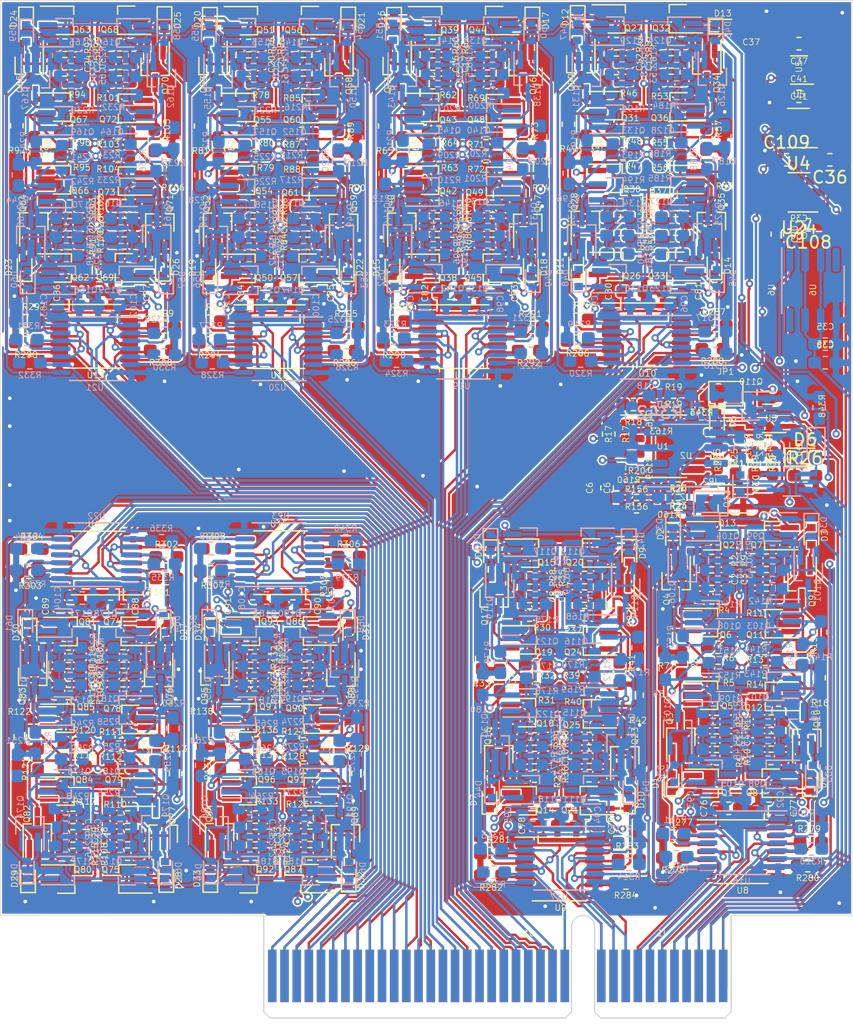
<source format=kicad_pcb>
(kicad_pcb (version 20171130) (host pcbnew "(5.1.6)-1")
  (layers (0 F.Cu signal) (1 In1.Cu signal) (2 In2.Cu signal) (31 B.Cu signal) (34 B.Paste user hide) (35 F.Paste user hide) (36 B.SilkS user) (37 F.SilkS user) (38 B.Mask user hide) (39 F.Mask user hide) (44 Edge.Cuts user))
  (net 0 "")
  (net 1 GND)
  (net 2 "Net-(C1-Pad1)")
  (net 3 "Net-(C2-Pad1)")
  (net 4 "Net-(C3-Pad1)")
  (net 5 "Net-(C4-Pad1)")
  (net 6 "Net-(C5-Pad1)")
  (net 7 /Vs-)
  (net 8 /-10V)
  (net 9 /X1A)
  (net 10 "Net-(D1-Pad1)")
  (net 11 "Net-(D2-Pad1)")
  (net 12 /X3A)
  (net 13 "Net-(D3-Pad1)")
  (net 14 /X2A)
  (net 15 /X4A)
  (net 16 "Net-(D4-Pad1)")
  (net 17 "/F(X)A")
  (net 18 "Net-(D5-Pad2)")
  (net 19 /X5A)
  (net 20 /X7A)
  (net 21 /X6A)
  (net 22 /X8A)
  (net 23 /X9A)
  (net 24 /X11A)
  (net 25 /X10A)
  (net 26 /X12A)
  (net 27 /X13A)
  (net 28 /X15A)
  (net 29 /X14A)
  (net 30 /X16A)
  (net 31 /X17A)
  (net 32 /X19A)
  (net 33 /X18A)
  (net 34 /X20A)
  (net 35 /X21A)
  (net 36 /X23A)
  (net 37 /X22A)
  (net 38 /X24A)
  (net 39 /X25A)
  (net 40 /X27A)
  (net 41 /X26A)
  (net 42 /X28A)
  (net 43 /X29A)
  (net 44 /X31A)
  (net 45 /X30A)
  (net 46 /X32A)
  (net 47 /X1B)
  (net 48 /X3B)
  (net 49 /X2B)
  (net 50 /X4B)
  (net 51 "Net-(D39-Pad2)")
  (net 52 "/F(X)B")
  (net 53 "Net-(D40-Pad1)")
  (net 54 /X5B)
  (net 55 /X7B)
  (net 56 /X6B)
  (net 57 /X8B)
  (net 58 /X9B)
  (net 59 /X11B)
  (net 60 /X10B)
  (net 61 /X12B)
  (net 62 /X13B)
  (net 63 /X15B)
  (net 64 /X14B)
  (net 65 /X16B)
  (net 66 /X17B)
  (net 67 /X19B)
  (net 68 /X18B)
  (net 69 /X20B)
  (net 70 /X21B)
  (net 71 /X23B)
  (net 72 /X22B)
  (net 73 /X24B)
  (net 74 /X25B)
  (net 75 /X27B)
  (net 76 /X26B)
  (net 77 /X28B)
  (net 78 /X29B)
  (net 79 /X31B)
  (net 80 /X30B)
  (net 81 /X32B)
  (net 82 /Vtrain)
  (net 83 /YA)
  (net 84 /YB)
  (net 85 "/A Side/Hebb")
  (net 86 "/B Side/Hebb")
  (net 87 "Net-(Q1-Pad3)")
  (net 88 "Net-(Q2-Pad3)")
  (net 89 "Net-(Q3-Pad3)")
  (net 90 "Net-(Q4-Pad3)")
  (net 91 "Net-(Q5-Pad1)")
  (net 92 "Net-(Q6-Pad1)")
  (net 93 "Net-(Q7-Pad3)")
  (net 94 "Net-(Q8-Pad3)")
  (net 95 "Net-(Q9-Pad3)")
  (net 96 "Net-(Q10-Pad3)")
  (net 97 "Net-(Q11-Pad1)")
  (net 98 "Net-(Q12-Pad1)")
  (net 99 "Net-(Q13-Pad3)")
  (net 100 "Net-(Q110-Pad3)")
  (net 101 "/A Side/WX")
  (net 102 "Net-(R17-Pad1)")
  (net 103 "Net-(R23-Pad1)")
  (net 104 "/B Side/WX")
  (net 105 "Net-(U4-Pad4)")
  (net 106 "Net-(U5-Pad4)")
  (net 107 "Net-(U6-Pad8)")
  (net 108 "Net-(U6-Pad4)")
  (net 109 /Vgsbias)
  (net 110 "/A Side/Weight Section 1/X1_CL")
  (net 111 "/A Side/Weight Section 1/X3_CL")
  (net 112 "/A Side/Weight Section 1/X2_CL")
  (net 113 "/A Side/Weight Section 1/X4_CL")
  (net 114 "Net-(C7-Pad1)")
  (net 115 "Net-(C8-Pad1)")
  (net 116 "Net-(C9-Pad1)")
  (net 117 "Net-(C10-Pad1)")
  (net 118 "Net-(C11-Pad1)")
  (net 119 "Net-(C12-Pad1)")
  (net 120 "Net-(C13-Pad1)")
  (net 121 "Net-(C14-Pad1)")
  (net 122 "Net-(C15-Pad1)")
  (net 123 "Net-(C16-Pad1)")
  (net 124 "Net-(C17-Pad1)")
  (net 125 "Net-(C18-Pad1)")
  (net 126 "Net-(C19-Pad1)")
  (net 127 "Net-(C20-Pad1)")
  (net 128 "Net-(C21-Pad1)")
  (net 129 "Net-(C22-Pad1)")
  (net 130 "Net-(C23-Pad1)")
  (net 131 "Net-(C24-Pad1)")
  (net 132 "Net-(C25-Pad1)")
  (net 133 "Net-(C26-Pad1)")
  (net 134 "Net-(C27-Pad1)")
  (net 135 "Net-(C28-Pad1)")
  (net 136 "Net-(C29-Pad1)")
  (net 137 "Net-(C30-Pad1)")
  (net 138 "Net-(C31-Pad1)")
  (net 139 "Net-(C32-Pad1)")
  (net 140 "Net-(C33-Pad1)")
  (net 141 "Net-(C34-Pad1)")
  (net 142 "Net-(C42-Pad1)")
  (net 143 "Net-(C43-Pad1)")
  (net 144 "Net-(C48-Pad1)")
  (net 145 "Net-(C49-Pad1)")
  (net 146 "Net-(C52-Pad1)")
  (net 147 "Net-(C53-Pad1)")
  (net 148 "Net-(C56-Pad1)")
  (net 149 "Net-(C57-Pad1)")
  (net 150 "Net-(C60-Pad1)")
  (net 151 "Net-(C61-Pad1)")
  (net 152 "Net-(C64-Pad1)")
  (net 153 "Net-(C65-Pad1)")
  (net 154 "Net-(C68-Pad1)")
  (net 155 "Net-(C69-Pad1)")
  (net 156 "Net-(C72-Pad1)")
  (net 157 "Net-(C73-Pad1)")
  (net 158 "Net-(D7-Pad1)")
  (net 159 "/A Side/sheet6021083A/X1_CL")
  (net 160 "/A Side/sheet6021083A/X3_CL")
  (net 161 "Net-(D8-Pad1)")
  (net 162 "/A Side/sheet6021083A/X2_CL")
  (net 163 "Net-(D9-Pad1)")
  (net 164 "Net-(D10-Pad1)")
  (net 165 "/A Side/sheet6021083A/X4_CL")
  (net 166 "Net-(D11-Pad1)")
  (net 167 "/A Side/sheet602109E3/X1_CL")
  (net 168 "/A Side/sheet602109E3/X3_CL")
  (net 169 "Net-(D12-Pad1)")
  (net 170 "/A Side/sheet602109E3/X2_CL")
  (net 171 "Net-(D13-Pad1)")
  (net 172 "Net-(D14-Pad1)")
  (net 173 "/A Side/sheet602109E3/X4_CL")
  (net 174 "Net-(D15-Pad1)")
  (net 175 "/A Side/sheet602109E4/X1_CL")
  (net 176 "/A Side/sheet602109E4/X3_CL")
  (net 177 "Net-(D16-Pad1)")
  (net 178 "/A Side/sheet602109E4/X2_CL")
  (net 179 "Net-(D17-Pad1)")
  (net 180 "Net-(D18-Pad1)")
  (net 181 "/A Side/sheet602109E4/X4_CL")
  (net 182 "Net-(D19-Pad1)")
  (net 183 "/A Side/sheet60210D35/X1_CL")
  (net 184 "/A Side/sheet60210D35/X3_CL")
  (net 185 "Net-(D20-Pad1)")
  (net 186 "/A Side/sheet60210D35/X2_CL")
  (net 187 "Net-(D21-Pad1)")
  (net 188 "Net-(D22-Pad1)")
  (net 189 "/A Side/sheet60210D35/X4_CL")
  (net 190 "Net-(D23-Pad1)")
  (net 191 "/A Side/sheet60210D36/X1_CL")
  (net 192 "/A Side/sheet60210D36/X3_CL")
  (net 193 "Net-(D24-Pad1)")
  (net 194 "/A Side/sheet60210D36/X2_CL")
  (net 195 "Net-(D25-Pad1)")
  (net 196 "Net-(D26-Pad1)")
  (net 197 "/A Side/sheet60210D36/X4_CL")
  (net 198 "Net-(D27-Pad1)")
  (net 199 "/A Side/sheet60210D37/X1_CL")
  (net 200 "Net-(D28-Pad1)")
  (net 201 "/A Side/sheet60210D37/X3_CL")
  (net 202 "/A Side/sheet60210D37/X2_CL")
  (net 203 "Net-(D29-Pad1)")
  (net 204 "/A Side/sheet60210D37/X4_CL")
  (net 205 "Net-(D30-Pad1)")
  (net 206 "Net-(D31-Pad1)")
  (net 207 "/A Side/sheet60210D38/X1_CL")
  (net 208 "/A Side/sheet60210D38/X3_CL")
  (net 209 "Net-(D32-Pad1)")
  (net 210 "/A Side/sheet60210D38/X2_CL")
  (net 211 "Net-(D33-Pad1)")
  (net 212 "Net-(D34-Pad1)")
  (net 213 "/A Side/sheet60210D38/X4_CL")
  (net 214 "Net-(D35-Pad1)")
  (net 215 "/B Side/Weight Section 1/X1_CL")
  (net 216 "Net-(D36-Pad1)")
  (net 217 "/B Side/Weight Section 1/X2_CL")
  (net 218 "Net-(D41-Pad1)")
  (net 219 "/B Side/sheet6021083A/X1_CL")
  (net 220 "Net-(D42-Pad1)")
  (net 221 "/B Side/sheet6021083A/X2_CL")
  (net 222 "Net-(D45-Pad1)")
  (net 223 "/B Side/sheet602109E3/X1_CL")
  (net 224 "Net-(D46-Pad1)")
  (net 225 "/B Side/sheet602109E3/X2_CL")
  (net 226 "Net-(D49-Pad1)")
  (net 227 "/B Side/sheet602109E4/X1_CL")
  (net 228 "Net-(D50-Pad1)")
  (net 229 "/B Side/sheet602109E4/X2_CL")
  (net 230 "Net-(D53-Pad1)")
  (net 231 "/B Side/sheet60210D35/X1_CL")
  (net 232 "Net-(D54-Pad1)")
  (net 233 "/B Side/sheet60210D35/X2_CL")
  (net 234 "Net-(D57-Pad1)")
  (net 235 "/B Side/sheet60210D36/X1_CL")
  (net 236 "Net-(D58-Pad1)")
  (net 237 "/B Side/sheet60210D36/X2_CL")
  (net 238 "Net-(D61-Pad1)")
  (net 239 "/B Side/sheet60210D37/X1_CL")
  (net 240 "Net-(D62-Pad1)")
  (net 241 "/B Side/sheet60210D37/X2_CL")
  (net 242 "Net-(D65-Pad1)")
  (net 243 "/B Side/sheet60210D38/X1_CL")
  (net 244 "Net-(D66-Pad1)")
  (net 245 "/B Side/sheet60210D38/X2_CL")
  (net 246 "Net-(Q14-Pad3)")
  (net 247 "Net-(Q15-Pad3)")
  (net 248 "Net-(Q16-Pad3)")
  (net 249 "Net-(Q17-Pad3)")
  (net 250 "Net-(Q18-Pad1)")
  (net 251 "Net-(Q19-Pad1)")
  (net 252 "Net-(Q20-Pad3)")
  (net 253 "Net-(Q21-Pad3)")
  (net 254 "Net-(Q22-Pad3)")
  (net 255 "Net-(Q23-Pad3)")
  (net 256 "Net-(Q24-Pad1)")
  (net 257 "Net-(Q25-Pad1)")
  (net 258 "Net-(Q26-Pad3)")
  (net 259 "Net-(Q27-Pad3)")
  (net 260 "Net-(Q28-Pad3)")
  (net 261 "Net-(Q29-Pad3)")
  (net 262 "Net-(Q30-Pad1)")
  (net 263 "Net-(Q31-Pad1)")
  (net 264 "Net-(Q32-Pad3)")
  (net 265 "Net-(Q33-Pad3)")
  (net 266 "Net-(Q34-Pad3)")
  (net 267 "Net-(Q35-Pad3)")
  (net 268 "Net-(Q36-Pad1)")
  (net 269 "Net-(Q37-Pad1)")
  (net 270 "Net-(Q38-Pad3)")
  (net 271 "Net-(Q39-Pad3)")
  (net 272 "Net-(Q40-Pad3)")
  (net 273 "Net-(Q41-Pad3)")
  (net 274 "Net-(Q42-Pad1)")
  (net 275 "Net-(Q43-Pad1)")
  (net 276 "Net-(Q44-Pad3)")
  (net 277 "Net-(Q45-Pad3)")
  (net 278 "Net-(Q46-Pad3)")
  (net 279 "Net-(Q47-Pad3)")
  (net 280 "Net-(Q48-Pad1)")
  (net 281 "Net-(Q49-Pad1)")
  (net 282 "Net-(Q50-Pad3)")
  (net 283 "Net-(Q51-Pad3)")
  (net 284 "Net-(Q52-Pad3)")
  (net 285 "Net-(Q53-Pad3)")
  (net 286 "Net-(Q54-Pad1)")
  (net 287 "Net-(Q55-Pad1)")
  (net 288 "Net-(Q56-Pad3)")
  (net 289 "Net-(Q57-Pad3)")
  (net 290 "Net-(Q58-Pad3)")
  (net 291 "Net-(Q59-Pad3)")
  (net 292 "Net-(Q60-Pad1)")
  (net 293 "Net-(Q61-Pad1)")
  (net 294 "Net-(Q62-Pad3)")
  (net 295 "Net-(Q63-Pad3)")
  (net 296 "Net-(Q64-Pad3)")
  (net 297 "Net-(Q65-Pad3)")
  (net 298 "Net-(Q66-Pad1)")
  (net 299 "Net-(Q67-Pad1)")
  (net 300 "Net-(Q68-Pad3)")
  (net 301 "Net-(Q69-Pad3)")
  (net 302 "Net-(Q70-Pad3)")
  (net 303 "Net-(Q71-Pad3)")
  (net 304 "Net-(Q72-Pad1)")
  (net 305 "Net-(Q73-Pad1)")
  (net 306 "Net-(Q74-Pad3)")
  (net 307 "Net-(Q75-Pad3)")
  (net 308 "Net-(Q76-Pad3)")
  (net 309 "Net-(Q77-Pad3)")
  (net 310 "Net-(Q78-Pad1)")
  (net 311 "Net-(Q79-Pad1)")
  (net 312 "Net-(Q80-Pad3)")
  (net 313 "Net-(Q81-Pad3)")
  (net 314 "Net-(Q82-Pad3)")
  (net 315 "Net-(Q83-Pad3)")
  (net 316 "Net-(Q84-Pad1)")
  (net 317 "Net-(Q85-Pad1)")
  (net 318 "Net-(Q86-Pad3)")
  (net 319 "Net-(Q87-Pad3)")
  (net 320 "Net-(Q88-Pad3)")
  (net 321 "Net-(Q89-Pad3)")
  (net 322 "Net-(Q90-Pad1)")
  (net 323 "Net-(Q91-Pad1)")
  (net 324 "Net-(Q92-Pad3)")
  (net 325 "Net-(Q93-Pad3)")
  (net 326 "Net-(Q94-Pad3)")
  (net 327 "Net-(Q95-Pad3)")
  (net 328 "Net-(Q96-Pad1)")
  (net 329 "Net-(Q97-Pad1)")
  (net 330 "Net-(Q98-Pad3)")
  (net 331 "Net-(Q99-Pad3)")
  (net 332 "Net-(Q100-Pad3)")
  (net 333 "Net-(Q101-Pad3)")
  (net 334 "Net-(Q102-Pad1)")
  (net 335 "Net-(Q111-Pad3)")
  (net 336 "Net-(Q112-Pad3)")
  (net 337 "Net-(Q113-Pad3)")
  (net 338 "Net-(Q114-Pad3)")
  (net 339 "Net-(Q115-Pad1)")
  (net 340 "Net-(Q123-Pad3)")
  (net 341 "Net-(Q124-Pad3)")
  (net 342 "Net-(Q125-Pad3)")
  (net 343 "Net-(Q126-Pad3)")
  (net 344 "Net-(Q127-Pad1)")
  (net 345 "Net-(Q135-Pad3)")
  (net 346 "Net-(Q136-Pad3)")
  (net 347 "Net-(Q137-Pad3)")
  (net 348 "Net-(Q138-Pad3)")
  (net 349 "Net-(Q139-Pad1)")
  (net 350 "Net-(Q147-Pad3)")
  (net 351 "Net-(Q148-Pad3)")
  (net 352 "Net-(Q149-Pad3)")
  (net 353 "Net-(Q150-Pad3)")
  (net 354 "Net-(Q151-Pad1)")
  (net 355 "Net-(Q159-Pad3)")
  (net 356 "Net-(Q160-Pad3)")
  (net 357 "Net-(Q161-Pad3)")
  (net 358 "Net-(Q162-Pad3)")
  (net 359 "Net-(Q163-Pad1)")
  (net 360 "Net-(Q171-Pad3)")
  (net 361 "Net-(Q172-Pad3)")
  (net 362 "Net-(Q173-Pad3)")
  (net 363 "Net-(Q174-Pad3)")
  (net 364 "Net-(Q175-Pad1)")
  (net 365 "Net-(Q183-Pad3)")
  (net 366 "Net-(Q184-Pad3)")
  (net 367 "Net-(Q185-Pad3)")
  (net 368 "Net-(Q186-Pad3)")
  (net 369 "Net-(Q187-Pad1)")
  (net 370 /5V5)
  (net 371 "Net-(C44-Pad1)")
  (net 372 "Net-(C45-Pad1)")
  (net 373 "Net-(C50-Pad1)")
  (net 374 "Net-(C51-Pad1)")
  (net 375 "Net-(C54-Pad1)")
  (net 376 "Net-(C55-Pad1)")
  (net 377 "Net-(C58-Pad1)")
  (net 378 "Net-(C59-Pad1)")
  (net 379 "Net-(C62-Pad1)")
  (net 380 "Net-(C63-Pad1)")
  (net 381 "Net-(C66-Pad1)")
  (net 382 "Net-(C67-Pad1)")
  (net 383 "Net-(C70-Pad1)")
  (net 384 "Net-(C71-Pad1)")
  (net 385 "Net-(C74-Pad1)")
  (net 386 "Net-(C75-Pad1)")
  (net 387 "Net-(D6-Pad1)")
  (net 388 "Net-(D37-Pad1)")
  (net 389 "/B Side/Weight Section 1/X3_CL")
  (net 390 "Net-(D38-Pad1)")
  (net 391 "/B Side/Weight Section 1/X4_CL")
  (net 392 "Net-(D43-Pad1)")
  (net 393 "/B Side/sheet6021083A/X3_CL")
  (net 394 "Net-(D44-Pad1)")
  (net 395 "/B Side/sheet6021083A/X4_CL")
  (net 396 "Net-(D47-Pad1)")
  (net 397 "/B Side/sheet602109E3/X3_CL")
  (net 398 "Net-(D48-Pad1)")
  (net 399 "/B Side/sheet602109E3/X4_CL")
  (net 400 "Net-(D51-Pad1)")
  (net 401 "/B Side/sheet602109E4/X3_CL")
  (net 402 "Net-(D52-Pad1)")
  (net 403 "/B Side/sheet602109E4/X4_CL")
  (net 404 "Net-(D55-Pad1)")
  (net 405 "/B Side/sheet60210D35/X3_CL")
  (net 406 "Net-(D56-Pad1)")
  (net 407 "/B Side/sheet60210D35/X4_CL")
  (net 408 "Net-(D59-Pad1)")
  (net 409 "/B Side/sheet60210D36/X3_CL")
  (net 410 "Net-(D60-Pad1)")
  (net 411 "/B Side/sheet60210D36/X4_CL")
  (net 412 "Net-(D63-Pad1)")
  (net 413 "/B Side/sheet60210D37/X3_CL")
  (net 414 "Net-(D64-Pad1)")
  (net 415 "/B Side/sheet60210D37/X4_CL")
  (net 416 "Net-(D67-Pad1)")
  (net 417 "/B Side/sheet60210D38/X3_CL")
  (net 418 "Net-(D68-Pad1)")
  (net 419 "/B Side/sheet60210D38/X4_CL")
  (net 420 /Train)
  (net 421 "Net-(Q103-Pad1)")
  (net 422 "Net-(Q104-Pad3)")
  (net 423 "Net-(Q105-Pad3)")
  (net 424 "Net-(Q106-Pad3)")
  (net 425 "Net-(Q107-Pad3)")
  (net 426 "Net-(Q108-Pad1)")
  (net 427 "Net-(Q109-Pad1)")
  (net 428 "Net-(Q116-Pad1)")
  (net 429 "Net-(Q117-Pad3)")
  (net 430 "Net-(Q118-Pad3)")
  (net 431 "Net-(Q119-Pad3)")
  (net 432 "Net-(Q120-Pad3)")
  (net 433 "Net-(Q121-Pad1)")
  (net 434 "Net-(Q122-Pad1)")
  (net 435 "Net-(Q128-Pad1)")
  (net 436 "Net-(Q129-Pad3)")
  (net 437 "Net-(Q130-Pad3)")
  (net 438 "Net-(Q131-Pad3)")
  (net 439 "Net-(Q132-Pad3)")
  (net 440 "Net-(Q133-Pad1)")
  (net 441 "Net-(Q134-Pad1)")
  (net 442 "Net-(Q140-Pad1)")
  (net 443 "Net-(Q141-Pad3)")
  (net 444 "Net-(Q142-Pad3)")
  (net 445 "Net-(Q143-Pad3)")
  (net 446 "Net-(Q144-Pad3)")
  (net 447 "Net-(Q145-Pad1)")
  (net 448 "Net-(Q146-Pad1)")
  (net 449 "Net-(Q152-Pad1)")
  (net 450 "Net-(Q153-Pad3)")
  (net 451 "Net-(Q154-Pad3)")
  (net 452 "Net-(Q155-Pad3)")
  (net 453 "Net-(Q156-Pad3)")
  (net 454 "Net-(Q157-Pad1)")
  (net 455 "Net-(Q158-Pad1)")
  (net 456 "Net-(Q164-Pad1)")
  (net 457 "Net-(Q165-Pad3)")
  (net 458 "Net-(Q166-Pad3)")
  (net 459 "Net-(Q167-Pad3)")
  (net 460 "Net-(Q168-Pad3)")
  (net 461 "Net-(Q169-Pad1)")
  (net 462 "Net-(Q170-Pad1)")
  (net 463 "Net-(Q176-Pad1)")
  (net 464 "Net-(Q177-Pad3)")
  (net 465 "Net-(Q178-Pad3)")
  (net 466 "Net-(Q179-Pad3)")
  (net 467 "Net-(Q180-Pad3)")
  (net 468 "Net-(Q181-Pad1)")
  (net 469 "Net-(Q182-Pad1)")
  (net 470 "Net-(Q188-Pad1)")
  (net 471 "Net-(Q189-Pad3)")
  (net 472 "Net-(Q190-Pad3)")
  (net 473 "Net-(Q191-Pad3)")
  (net 474 "Net-(Q192-Pad3)")
  (net 475 "Net-(Q193-Pad1)")
  (net 476 "Net-(Q194-Pad1)")
  (net 477 "Net-(U24-Pad4)")
  (net 478 Vs+)
  (net 479 "Net-(C47-Pad1)")
  (net 480 "Net-(R18-Pad1)")
  (net 481 "Net-(R156-Pad2)")
  (net 482 "Net-(R159-Pad1)")
  (net 483 "Net-(R160-Pad1)")
  (net 484 "Net-(R163-Pad2)")
  (net 485 "Net-(R342-Pad2)")
  (net 486 "Net-(R343-Pad1)")
  (net 487 "Net-(R345-Pad1)")
  (net 488 VCC)
  (net 489 "Net-(R156-Pad1)")
  (net 490 "Net-(R158-Pad2)")
  (module Resistor_SMD:R_0603_1608Metric_Pad1.05x0.95mm_HandSolder (layer F.Cu) (at 138.9 98.438)
    (fp_text reference R19 (at 0 -1.43) (layer F.SilkS) (effects (font (size 0.5 0.5) (thickness 0.0625))))
    (fp_text value 10K)
    (fp_text user %R (at 0 0) (layer F.SilkS) (effects (font (size 0.5 0.5) (thickness 0.0625))))
    (pad 1 smd roundrect (at -0.875 0) (size 1.05 0.95) (layers F.Cu F.Paste F.Mask) (net 480 "Net-(R18-Pad1)"))
    (pad 2 smd roundrect (at 0.875 0) (size 1.05 0.95) (layers F.Cu F.Paste F.Mask) (net 6 "Net-(C5-Pad1)"))
  )
  (module Resistor_SMD:R_0603_1608Metric_Pad1.05x0.95mm_HandSolder (layer F.Cu) (at 135.852 106.82)
    (fp_text reference R156 (at 0 -1.43) (layer F.SilkS) (effects (font (size 0.5 0.5) (thickness 0.0625))))
    (fp_text value 10K)
    (fp_text user %R (at 0 0) (layer F.SilkS) (effects (font (size 0.5 0.5) (thickness 0.0625))))
    (pad 1 smd roundrect (at -0.875 0) (size 1.05 0.95) (layers F.Cu F.Paste F.Mask))
    (pad 2 smd roundrect (at 0.875 0) (size 1.05 0.95) (layers F.Cu F.Paste F.Mask))
  )
  (module Resistor_SMD:R_0603_1608Metric_Pad1.05x0.95mm_HandSolder (layer B.Cu) (at 137.757 97.676)
    (fp_text reference R342 (at 0 1.43) (layer B.SilkS) (effects (justify mirror)))
    (fp_text value R_0603_1608Metric_Pad1.05x0.95mm_HandSolder)
    (pad 2 smd roundrect (at 0.875 0) (size 1.05 0.95) (layers B.Cu B.Paste B.Mask) (net 485 "Net-(R342-Pad2)"))
    (pad 1 smd roundrect (at -0.875 0) (size 1.05 0.95) (layers B.Cu B.Paste B.Mask) (net 484 "Net-(R163-Pad2)"))
  )
  (module Resistor_SMD:R_0603_1608Metric_Pad1.05x0.95mm_HandSolder (layer B.Cu) (at 138.519 106.058)
    (fp_text reference R160 (at 0 1.43) (layer F.SilkS) (effects (font (size 0.5 0.5) (thickness 0.0625)) (justify mirror)))
    (fp_text value Rc)
    (pad 2 smd roundrect (at 0.875 0) (size 1.05 0.95) (layers B.Cu B.Paste B.Mask) (net 479 "Net-(C47-Pad1)"))
    (pad 1 smd roundrect (at -0.875 0) (size 1.05 0.95) (layers B.Cu B.Paste B.Mask) (net 483 "Net-(R160-Pad1)"))
  )
  (module Package_TO_SOT_SMD:SOT-323_SC-70_Handsoldering (layer B.Cu) (at 145.25 98.565 180)
    (fp_text reference Q110 (at 0 2) (layer F.SilkS) (effects (font (size 0.5 0.5) (thickness 0.0625)) (justify mirror)))
    (fp_text value 2SK3018)
    (pad 3 smd rect (at 1.33 0 270) (size 0.45 1.5) (layers B.Cu B.Paste B.Mask) (net 100 "Net-(Q110-Pad3)"))
    (pad 2 smd rect (at -1.33 -0.65 270) (size 0.45 1.5) (layers B.Cu B.Paste B.Mask) (net 51 "Net-(D39-Pad2)"))
    (pad 1 smd rect (at -1.33 0.65 270) (size 0.45 1.5) (layers B.Cu B.Paste B.Mask) (net 1 GND))
  )
  (module Resistor_SMD:R_0603_1608Metric_Pad1.05x0.95mm_HandSolder (layer B.Cu) (at 139.14 135.522)
    (fp_text reference R312 (at 0.014 1.016) (layer B.SilkS) (effects (font (size 0.5 0.5) (thickness 0.0625)) (justify mirror)))
    (fp_text value 10k)
    (pad 1 smd roundrect (at -0.875 0) (size 1.05 0.95) (layers B.Cu B.Paste B.Mask) (net 1 GND))
    (pad 2 smd roundrect (at 0.875 0) (size 1.05 0.95) (layers B.Cu B.Paste B.Mask) (net 50 /X4B))
  )
  (module Capacitor_SMD:C_0603_1608Metric_Pad1.05x0.95mm_HandSolder (layer F.Cu) (at 149.187 73.165)
    (fp_text reference C41 (at 0 -1.43) (layer F.SilkS) (effects (font (size 0.5 0.5) (thickness 0.0625))))
    (fp_text value 1uF)
    (fp_text user %R (at 0 0) (layer F.SilkS) (effects (font (size 0.5 0.5) (thickness 0.0625))))
    (pad 2 smd roundrect (at 0.875 0) (size 1.05 0.95) (layers F.Cu F.Paste F.Mask) (net 1 GND))
    (pad 1 smd roundrect (at -0.875 0) (size 1.05 0.95) (layers F.Cu F.Paste F.Mask) (net 109 /Vgsbias))
  )
  (module Package_TO_SOT_SMD:SOT-23-5_HandSoldering (layer F.Cu) (at 149.187 81.039 180)
    (fp_text reference U24 (at 0 -2.9) (layer F.SilkS))
    (fp_text value TCR2EF)
    (pad 5 smd rect (at 1.35 -0.95 180) (size 1.56 0.65) (layers F.Cu F.Paste F.Mask) (net 478 Vs+))
    (pad 4 smd rect (at 1.35 0.95 180) (size 1.56 0.65) (layers F.Cu F.Paste F.Mask) (net 477 "Net-(U24-Pad4)"))
    (pad 3 smd rect (at -1.35 0.95 180) (size 1.56 0.65) (layers F.Cu F.Paste F.Mask) (net 370 /5V5))
    (pad 2 smd rect (at -1.35 0 180) (size 1.56 0.65) (layers F.Cu F.Paste F.Mask) (net 1 GND))
    (pad 1 smd rect (at -1.35 -0.95 180) (size 1.56 0.65) (layers F.Cu F.Paste F.Mask) (net 370 /5V5))
  )
  (module Package_TO_SOT_SMD:SOT-23-5_HandSoldering (layer F.Cu) (at 149.14 75.766 180)
    (fp_text reference U4 (at 0 -2.9) (layer F.SilkS))
    (fp_text value TCR2EF)
    (pad 5 smd rect (at 1.35 -0.95 180) (size 1.56 0.65) (layers F.Cu F.Paste F.Mask) (net 82 /Vtrain))
    (pad 4 smd rect (at 1.35 0.95 180) (size 1.56 0.65) (layers F.Cu F.Paste F.Mask) (net 105 "Net-(U4-Pad4)"))
    (pad 3 smd rect (at -1.35 0.95 180) (size 1.56 0.65) (layers F.Cu F.Paste F.Mask) (net 420 /Train))
    (pad 2 smd rect (at -1.35 0 180) (size 1.56 0.65) (layers F.Cu F.Paste F.Mask) (net 1 GND))
    (pad 1 smd rect (at -1.35 -0.95 180) (size 1.56 0.65) (layers F.Cu F.Paste F.Mask) (net 370 /5V5))
  )
  (module Resistor_SMD:R_0603_1608Metric_Pad1.05x0.95mm_HandSolder (layer F.Cu) (at 149.695 104.28)
    (fp_text reference R26 (at 0 -1.43) (layer F.SilkS))
    (fp_text value R_LED)
    (pad 2 smd roundrect (at 0.875 0) (size 1.05 0.95) (layers F.Cu F.Paste F.Mask) (net 1 GND))
    (pad 1 smd roundrect (at -0.875 0) (size 1.05 0.95) (layers F.Cu F.Paste F.Mask) (net 387 "Net-(D6-Pad1)"))
  )
  (module LED_SMD:LED_0603_1608Metric_Pad1.05x0.95mm_HandSolder (layer F.Cu) (at 149.695 102.756)
    (fp_text reference D6 (at 0 -1.43) (layer F.SilkS))
    (fp_text value LED)
    (pad 2 smd roundrect (at 0.875 0) (size 1.05 0.95) (layers F.Cu F.Paste F.Mask) (net 17 "/F(X)A"))
    (pad 1 smd roundrect (at -0.875 0) (size 1.05 0.95) (layers F.Cu F.Paste F.Mask) (net 387 "Net-(D6-Pad1)"))
  )
  (module Capacitor_SMD:C_0603_1608Metric_Pad1.05x0.95mm_HandSolder (layer F.Cu) (at 148.171 78.372)
    (fp_text reference C109 (at 0 -1.43) (layer F.SilkS))
    (fp_text value 1uF)
    (pad 2 smd roundrect (at 0.875 0) (size 1.05 0.95) (layers F.Cu F.Paste F.Mask) (net 1 GND))
    (pad 1 smd roundrect (at -0.875 0) (size 1.05 0.95) (layers F.Cu F.Paste F.Mask) (net 82 /Vtrain))
  )
  (module Capacitor_SMD:C_0603_1608Metric_Pad1.05x0.95mm_HandSolder (layer F.Cu) (at 149.949 83.706 180)
    (fp_text reference C108 (at 0 -1.43) (layer F.SilkS))
    (fp_text value .1uF)
    (pad 2 smd roundrect (at 0.875 0 180) (size 1.05 0.95) (layers F.Cu F.Paste F.Mask) (net 1 GND))
    (pad 1 smd roundrect (at -0.875 0 180) (size 1.05 0.95) (layers F.Cu F.Paste F.Mask) (net 370 /5V5))
  )
  (module Capacitor_SMD:C_0603_1608Metric_Pad1.05x0.95mm_HandSolder (layer F.Cu) (at 151.727 78.372 180)
    (fp_text reference C36 (at 0 -1.43) (layer F.SilkS))
    (fp_text value .1uF)
    (pad 2 smd roundrect (at 0.875 0 180) (size 1.05 0.95) (layers F.Cu F.Paste F.Mask) (net 1 GND))
    (pad 1 smd roundrect (at -0.875 0 180) (size 1.05 0.95) (layers F.Cu F.Paste F.Mask) (net 370 /5V5))
  )
  (module Neuron_Custom:BUS_PCIexpress_x8 (layer B.Cu) (at 142.964 145.301 180)
    (fp_text reference J1 (at 5 3.5) (layer F.SilkS) (effects (font (size 0.5 0.5) (thickness 0.0625)) (justify mirror)))
    (fp_text value Neuron_Board_Edge)
    (fp_line (start 37.7 -2.95) (end 37.2 -3.45) (layer Edge.Cuts) (width 0.1))
    (fp_line (start 12.45 -2.95) (end 12.95 -3.45) (layer Edge.Cuts) (width 0.1))
    (fp_line (start 10.55 -2.95) (end 10.05 -3.45) (layer Edge.Cuts) (width 0.1))
    (fp_line (start -0.65 -2.95) (end -0.15 -3.45) (layer Edge.Cuts) (width 0.1))
    (fp_line (start 12.95 -3.45) (end 37.2 -3.45) (layer Edge.Cuts) (width 0.1))
    (fp_line (start 37.7 4.95) (end 37.7 -2.95) (layer Edge.Cuts) (width 0.1))
    (fp_line (start -0.15 -3.45) (end 10.05 -3.45) (layer Edge.Cuts) (width 0.1))
    (fp_line (start -0.65 4.95) (end -0.65 -2.95) (layer Edge.Cuts) (width 0.1))
    (fp_line (start 12.45 4) (end 12.45 -2.95) (layer Edge.Cuts) (width 0.1))
    (fp_line (start 10.55 4) (end 10.55 -2.95) (layer Edge.Cuts) (width 0.1))
    (fp_arc (start 11.5 4) (end 12.45 4) (angle 180) (layer Edge.Cuts) (width 0.1))
    (fp_text user %R (at 16 3.5) (layer F.SilkS) (effects (font (size 0.5 0.5) (thickness 0.0625)) (justify mirror)))
    (pad A13 connect rect (at 14 0 180) (size 0.7 4.3) (layers F.Cu F.Mask) (net 23 /X9A))
    (pad A12 connect rect (at 13 0 180) (size 0.7 4.3) (layers F.Cu F.Mask) (net 22 /X8A))
    (pad A18 connect rect (at 19 0 180) (size 0.7 4.3) (layers F.Cu F.Mask) (net 29 /X14A))
    (pad A17 connect rect (at 18 0 180) (size 0.7 4.3) (layers F.Cu F.Mask) (net 27 /X13A))
    (pad A16 connect rect (at 17 0 180) (size 0.7 4.3) (layers F.Cu F.Mask) (net 26 /X12A))
    (pad A15 connect rect (at 16 0 180) (size 0.7 4.3) (layers F.Cu F.Mask) (net 24 /X11A))
    (pad A14 connect rect (at 15 0 180) (size 0.7 4.3) (layers F.Cu F.Mask) (net 25 /X10A))
    (pad A11 connect rect (at 10 0 180) (size 0.7 4.3) (layers F.Cu F.Mask) (net 20 /X7A))
    (pad A10 connect rect (at 9 0 180) (size 0.7 4.3) (layers F.Cu F.Mask) (net 21 /X6A))
    (pad A9 connect rect (at 8 0 180) (size 0.7 4.3) (layers F.Cu F.Mask) (net 19 /X5A))
    (pad A8 connect rect (at 7 0 180) (size 0.7 4.3) (layers F.Cu F.Mask) (net 15 /X4A))
    (pad A7 connect rect (at 6 0 180) (size 0.7 4.3) (layers F.Cu F.Mask) (net 12 /X3A))
    (pad A6 connect rect (at 5 0 180) (size 0.7 4.3) (layers F.Cu F.Mask) (net 14 /X2A))
    (pad A5 connect rect (at 4 0 180) (size 0.7 4.3) (layers F.Cu F.Mask) (net 9 /X1A))
    (pad A4 connect rect (at 3 0 180) (size 0.7 4.3) (layers F.Cu F.Mask) (net 17 "/F(X)A"))
    (pad A3 connect rect (at 2 0 180) (size 0.7 4.3) (layers F.Cu F.Mask) (net 83 /YA))
    (pad A2 connect rect (at 1 0 180) (size 0.7 4.3) (layers F.Cu F.Mask) (net 420 /Train))
    (pad A1 connect rect (at 0 0.55 180) (size 0.7 3.2) (layers F.Cu F.Mask) (net 370 /5V5))
    (pad B13 connect rect (at 14 0 180) (size 0.7 4.3) (layers B.Cu B.Mask) (net 58 /X9B))
    (pad B12 connect rect (at 13 0 180) (size 0.7 4.3) (layers B.Cu B.Mask) (net 57 /X8B))
    (pad B18 connect rect (at 19 0 180) (size 0.7 4.3) (layers B.Cu B.Mask) (net 64 /X14B))
    (pad B17 connect rect (at 18 0 180) (size 0.7 4.3) (layers B.Cu B.Mask) (net 62 /X13B))
    (pad B16 connect rect (at 17 0 180) (size 0.7 4.3) (layers B.Cu B.Mask) (net 61 /X12B))
    (pad B15 connect rect (at 16 0 180) (size 0.7 4.3) (layers B.Cu B.Mask) (net 59 /X11B))
    (pad B14 connect rect (at 15 0 180) (size 0.7 4.3) (layers B.Cu B.Mask) (net 60 /X10B))
    (pad B11 connect rect (at 10 0 180) (size 0.7 4.3) (layers B.Cu B.Mask) (net 55 /X7B))
    (pad B10 connect rect (at 9 0 180) (size 0.7 4.3) (layers B.Cu B.Mask) (net 56 /X6B))
    (pad B9 connect rect (at 8 0 180) (size 0.7 4.3) (layers B.Cu B.Mask) (net 54 /X5B))
    (pad B8 connect rect (at 7 0 180) (size 0.7 4.3) (layers B.Cu B.Mask) (net 50 /X4B))
    (pad B7 connect rect (at 6 0 180) (size 0.7 4.3) (layers B.Cu B.Mask) (net 48 /X3B))
    (pad B6 connect rect (at 5 0 180) (size 0.7 4.3) (layers B.Cu B.Mask) (net 49 /X2B))
    (pad B5 connect rect (at 4 0 180) (size 0.7 4.3) (layers B.Cu B.Mask) (net 47 /X1B))
    (pad B4 connect rect (at 3 0 180) (size 0.7 4.3) (layers B.Cu B.Mask) (net 52 "/F(X)B"))
    (pad B3 connect rect (at 2 0 180) (size 0.7 4.3) (layers B.Cu B.Mask) (net 84 /YB))
    (pad B2 connect rect (at 1 0 180) (size 0.7 4.3) (layers B.Cu B.Mask) (net 8 /-10V))
    (pad B1 connect rect (at 0 0 180) (size 0.7 4.3) (layers B.Cu B.Mask) (net 1 GND))
    (pad B19 connect rect (at 20 0 180) (size 0.7 4.3) (layers B.Cu B.Mask) (net 63 /X15B))
    (pad B20 connect rect (at 21 0 180) (size 0.7 4.3) (layers B.Cu B.Mask) (net 65 /X16B))
    (pad B21 connect rect (at 22 0 180) (size 0.7 4.3) (layers B.Cu B.Mask) (net 66 /X17B))
    (pad B22 connect rect (at 23 0 180) (size 0.7 4.3) (layers B.Cu B.Mask) (net 68 /X18B))
    (pad B23 connect rect (at 24 0 180) (size 0.7 4.3) (layers B.Cu B.Mask) (net 67 /X19B))
    (pad B24 connect rect (at 25 0 180) (size 0.7 4.3) (layers B.Cu B.Mask) (net 69 /X20B))
    (pad B25 connect rect (at 26 0 180) (size 0.7 4.3) (layers B.Cu B.Mask) (net 70 /X21B))
    (pad B26 connect rect (at 27 0 180) (size 0.7 4.3) (layers B.Cu B.Mask) (net 72 /X22B))
    (pad B27 connect rect (at 28 0 180) (size 0.7 4.3) (layers B.Cu B.Mask) (net 71 /X23B))
    (pad B28 connect rect (at 29 0 180) (size 0.7 4.3) (layers B.Cu B.Mask) (net 73 /X24B))
    (pad B29 connect rect (at 30 0 180) (size 0.7 4.3) (layers B.Cu B.Mask) (net 74 /X25B))
    (pad B30 connect rect (at 31 0 180) (size 0.7 4.3) (layers B.Cu B.Mask) (net 76 /X26B))
    (pad B31 connect rect (at 32 0 180) (size 0.7 4.3) (layers B.Cu B.Mask) (net 75 /X27B))
    (pad B32 connect rect (at 33 0 180) (size 0.7 4.3) (layers B.Cu B.Mask) (net 77 /X28B))
    (pad A19 connect rect (at 20 0 180) (size 0.7 4.3) (layers F.Cu F.Mask) (net 28 /X15A))
    (pad A20 connect rect (at 21 0 180) (size 0.7 4.3) (layers F.Cu F.Mask) (net 30 /X16A))
    (pad A21 connect rect (at 22 0 180) (size 0.7 4.3) (layers F.Cu F.Mask) (net 31 /X17A))
    (pad A22 connect rect (at 23 0 180) (size 0.7 4.3) (layers F.Cu F.Mask) (net 33 /X18A))
    (pad A23 connect rect (at 24 0 180) (size 0.7 4.3) (layers F.Cu F.Mask) (net 32 /X19A))
    (pad A24 connect rect (at 25 0 180) (size 0.7 4.3) (layers F.Cu F.Mask) (net 34 /X20A))
    (pad A25 connect rect (at 26 0 180) (size 0.7 4.3) (layers F.Cu F.Mask) (net 35 /X21A))
    (pad A26 connect rect (at 27 0 180) (size 0.7 4.3) (layers F.Cu F.Mask) (net 37 /X22A))
    (pad A27 connect rect (at 28 0 180) (size 0.7 4.3) (layers F.Cu F.Mask) (net 36 /X23A))
    (pad A28 connect rect (at 29 0 180) (size 0.7 4.3) (layers F.Cu F.Mask) (net 38 /X24A))
    (pad A29 connect rect (at 30 0 180) (size 0.7 4.3) (layers F.Cu F.Mask) (net 39 /X25A))
    (pad A30 connect rect (at 31 0 180) (size 0.7 4.3) (layers F.Cu F.Mask) (net 41 /X26A))
    (pad A31 connect rect (at 32 0 180) (size 0.7 4.3) (layers F.Cu F.Mask) (net 40 /X27A))
    (pad A32 connect rect (at 33 0 180) (size 0.7 4.3) (layers F.Cu F.Mask) (net 42 /X28A))
    (pad B33 connect rect (at 34 0 180) (size 0.7 4.3) (layers B.Cu B.Mask) (net 78 /X29B))
    (pad B34 connect rect (at 35 0 180) (size 0.7 4.3) (layers B.Cu B.Mask) (net 80 /X30B))
    (pad B35 connect rect (at 36 0 180) (size 0.7 4.3) (layers B.Cu B.Mask) (net 79 /X31B))
    (pad B36 connect rect (at 37 0 180) (size 0.7 4.3) (layers B.Cu B.Mask) (net 81 /X32B))
    (pad A33 connect rect (at 34 0 180) (size 0.7 4.3) (layers F.Cu F.Mask) (net 43 /X29A))
    (pad A34 connect rect (at 35 0 180) (size 0.7 4.3) (layers F.Cu F.Mask) (net 45 /X30A))
    (pad A35 connect rect (at 36 0 180) (size 0.7 4.3) (layers F.Cu F.Mask) (net 44 /X31A))
    (pad A36 connect rect (at 37 0 180) (size 0.7 4.3) (layers F.Cu F.Mask) (net 46 /X32A))
  )
  (module Resistor_SMD:R_0603_1608Metric_Pad1.05x0.95mm_HandSolder (layer B.Cu) (at 146.647 123.711)
    (fp_text reference R141 (at -1.905 0 270) (layer B.SilkS) (effects (font (size 0.5 0.5) (thickness 0.0625)) (justify mirror)))
    (fp_text value 100K)
    (pad 1 smd roundrect (at -0.875 0) (size 1.05 0.95) (layers B.Cu B.Paste B.Mask) (net 334 "Net-(Q102-Pad1)"))
    (pad 2 smd roundrect (at 0.875 0) (size 1.05 0.95) (layers B.Cu B.Paste B.Mask) (net 142 "Net-(C42-Pad1)"))
  )
  (module Resistor_SMD:R_0603_1608Metric_Pad1.05x0.95mm_HandSolder (layer B.Cu) (at 131.661 124.981)
    (fp_text reference R167 (at -1.905 0 270) (layer B.SilkS) (effects (font (size 0.5 0.5) (thickness 0.0625)) (justify mirror)))
    (fp_text value 100K)
    (pad 1 smd roundrect (at -0.875 0) (size 1.05 0.95) (layers B.Cu B.Paste B.Mask) (net 339 "Net-(Q115-Pad1)"))
    (pad 2 smd roundrect (at 0.875 0) (size 1.05 0.95) (layers B.Cu B.Paste B.Mask) (net 144 "Net-(C48-Pad1)"))
  )
  (module Resistor_SMD:R_0603_1608Metric_Pad1.05x0.95mm_HandSolder (layer B.Cu) (at 138.773 83.071)
    (fp_text reference R183 (at -1.905 0 270) (layer B.SilkS) (effects (font (size 0.5 0.5) (thickness 0.0625)) (justify mirror)))
    (fp_text value 100K)
    (pad 1 smd roundrect (at -0.875 0) (size 1.05 0.95) (layers B.Cu B.Paste B.Mask) (net 344 "Net-(Q127-Pad1)"))
    (pad 2 smd roundrect (at 0.875 0) (size 1.05 0.95) (layers B.Cu B.Paste B.Mask) (net 146 "Net-(C52-Pad1)"))
  )
  (module Resistor_SMD:R_0603_1608Metric_Pad1.05x0.95mm_HandSolder (layer B.Cu) (at 123.66 83.071)
    (fp_text reference R199 (at -1.905 0 270) (layer B.SilkS) (effects (font (size 0.5 0.5) (thickness 0.0625)) (justify mirror)))
    (fp_text value 100K)
    (pad 1 smd roundrect (at -0.875 0) (size 1.05 0.95) (layers B.Cu B.Paste B.Mask) (net 349 "Net-(Q139-Pad1)"))
    (pad 2 smd roundrect (at 0.875 0) (size 1.05 0.95) (layers B.Cu B.Paste B.Mask) (net 148 "Net-(C56-Pad1)"))
  )
  (module Resistor_SMD:R_0603_1608Metric_Pad1.05x0.95mm_HandSolder (layer B.Cu) (at 108.547 83.198)
    (fp_text reference R215 (at -1.905 0 270) (layer B.SilkS) (effects (font (size 0.5 0.5) (thickness 0.0625)) (justify mirror)))
    (fp_text value 100K)
    (pad 1 smd roundrect (at -0.875 0) (size 1.05 0.95) (layers B.Cu B.Paste B.Mask) (net 354 "Net-(Q151-Pad1)"))
    (pad 2 smd roundrect (at 0.875 0) (size 1.05 0.95) (layers B.Cu B.Paste B.Mask) (net 150 "Net-(C60-Pad1)"))
  )
  (module Resistor_SMD:R_0603_1608Metric_Pad1.05x0.95mm_HandSolder (layer B.Cu) (at 93.561 83.198)
    (fp_text reference R231 (at -1.905 0 270) (layer B.SilkS) (effects (font (size 0.5 0.5) (thickness 0.0625)) (justify mirror)))
    (fp_text value 100K)
    (pad 1 smd roundrect (at -0.875 0) (size 1.05 0.95) (layers B.Cu B.Paste B.Mask) (net 359 "Net-(Q163-Pad1)"))
    (pad 2 smd roundrect (at 0.875 0) (size 1.05 0.95) (layers B.Cu B.Paste B.Mask) (net 152 "Net-(C64-Pad1)"))
  )
  (module Resistor_SMD:R_0603_1608Metric_Pad1.05x0.95mm_HandSolder (layer B.Cu) (at 89.37 121.425 180)
    (fp_text reference R247 (at -1.905 0 270) (layer B.SilkS) (effects (font (size 0.5 0.5) (thickness 0.0625)) (justify mirror)))
    (fp_text value 100K)
    (pad 1 smd roundrect (at -0.875 0 180) (size 1.05 0.95) (layers B.Cu B.Paste B.Mask) (net 364 "Net-(Q175-Pad1)"))
    (pad 2 smd roundrect (at 0.875 0 180) (size 1.05 0.95) (layers B.Cu B.Paste B.Mask) (net 154 "Net-(C68-Pad1)"))
  )
  (module Resistor_SMD:R_0603_1608Metric_Pad1.05x0.95mm_HandSolder (layer B.Cu) (at 104.483 121.425 180)
    (fp_text reference R263 (at -1.905 0 270) (layer B.SilkS) (effects (font (size 0.5 0.5) (thickness 0.0625)) (justify mirror)))
    (fp_text value 100K)
    (pad 1 smd roundrect (at -0.875 0 180) (size 1.05 0.95) (layers B.Cu B.Paste B.Mask) (net 369 "Net-(Q187-Pad1)"))
    (pad 2 smd roundrect (at 0.875 0 180) (size 1.05 0.95) (layers B.Cu B.Paste B.Mask) (net 156 "Net-(C72-Pad1)"))
  )
  (module Resistor_SMD:R_0603_1608Metric_Pad1.05x0.95mm_HandSolder (layer F.Cu) (at 127.47 125.87 180)
    (fp_text reference R29 (at -1.905 0 90) (layer F.SilkS) (effects (font (size 0.5 0.5) (thickness 0.0625))))
    (fp_text value 100K)
    (pad 1 smd roundrect (at -0.875 0 180) (size 1.05 0.95) (layers F.Cu F.Paste F.Mask) (net 250 "Net-(Q18-Pad1)"))
    (pad 2 smd roundrect (at 0.875 0 180) (size 1.05 0.95) (layers F.Cu F.Paste F.Mask) (net 114 "Net-(C7-Pad1)"))
  )
  (module Resistor_SMD:R_0603_1608Metric_Pad1.05x0.95mm_HandSolder (layer F.Cu) (at 134.582 82.055 180)
    (fp_text reference R45 (at -1.905 0 90) (layer F.SilkS) (effects (font (size 0.5 0.5) (thickness 0.0625))))
    (fp_text value 100K)
    (pad 1 smd roundrect (at -0.875 0 180) (size 1.05 0.95) (layers F.Cu F.Paste F.Mask) (net 262 "Net-(Q30-Pad1)"))
    (pad 2 smd roundrect (at 0.875 0 180) (size 1.05 0.95) (layers F.Cu F.Paste F.Mask) (net 118 "Net-(C11-Pad1)"))
  )
  (module Resistor_SMD:R_0603_1608Metric_Pad1.05x0.95mm_HandSolder (layer F.Cu) (at 119.51011 82.205372 180)
    (fp_text reference R61 (at -1.905 0 90) (layer F.SilkS) (effects (font (size 0.5 0.5) (thickness 0.0625))))
    (fp_text value 100K)
    (pad 1 smd roundrect (at -0.875 0 180) (size 1.05 0.95) (layers F.Cu F.Paste F.Mask) (net 274 "Net-(Q42-Pad1)"))
    (pad 2 smd roundrect (at 0.875 0 180) (size 1.05 0.95) (layers F.Cu F.Paste F.Mask) (net 122 "Net-(C15-Pad1)"))
  )
  (module Resistor_SMD:R_0603_1608Metric_Pad1.05x0.95mm_HandSolder (layer F.Cu) (at 104.39711 82.205372 180)
    (fp_text reference R77 (at -1.905 0 90) (layer F.SilkS) (effects (font (size 0.5 0.5) (thickness 0.0625))))
    (fp_text value 100K)
    (pad 1 smd roundrect (at -0.875 0 180) (size 1.05 0.95) (layers F.Cu F.Paste F.Mask) (net 286 "Net-(Q54-Pad1)"))
    (pad 2 smd roundrect (at 0.875 0 180) (size 1.05 0.95) (layers F.Cu F.Paste F.Mask) (net 126 "Net-(C19-Pad1)"))
  )
  (module Resistor_SMD:R_0603_1608Metric_Pad1.05x0.95mm_HandSolder (layer F.Cu) (at 89.31411 82.17537 180)
    (fp_text reference R93 (at -1.905 0 90) (layer F.SilkS) (effects (font (size 0.5 0.5) (thickness 0.0625))))
    (fp_text value 100K)
    (pad 1 smd roundrect (at -0.875 0 180) (size 1.05 0.95) (layers F.Cu F.Paste F.Mask) (net 298 "Net-(Q66-Pad1)"))
    (pad 2 smd roundrect (at 0.875 0 180) (size 1.05 0.95) (layers F.Cu F.Paste F.Mask) (net 130 "Net-(C23-Pad1)"))
  )
  (module Resistor_SMD:R_0603_1608Metric_Pad1.05x0.95mm_HandSolder (layer F.Cu) (at 93.7127 122.1085)
    (fp_text reference R109 (at -1.905 0 90) (layer F.SilkS) (effects (font (size 0.5 0.5) (thickness 0.0625))))
    (fp_text value 100K)
    (pad 1 smd roundrect (at -0.875 0) (size 1.05 0.95) (layers F.Cu F.Paste F.Mask) (net 310 "Net-(Q78-Pad1)"))
    (pad 2 smd roundrect (at 0.875 0) (size 1.05 0.95) (layers F.Cu F.Paste F.Mask) (net 134 "Net-(C27-Pad1)"))
  )
  (module Resistor_SMD:R_0603_1608Metric_Pad1.05x0.95mm_HandSolder (layer F.Cu) (at 108.6733 122.0831)
    (fp_text reference R125 (at -1.905 0 90) (layer F.SilkS) (effects (font (size 0.5 0.5) (thickness 0.0625))))
    (fp_text value 100K)
    (pad 1 smd roundrect (at -0.875 0) (size 1.05 0.95) (layers F.Cu F.Paste F.Mask) (net 322 "Net-(Q90-Pad1)"))
    (pad 2 smd roundrect (at 0.875 0) (size 1.05 0.95) (layers F.Cu F.Paste F.Mask) (net 138 "Net-(C31-Pad1)"))
  )
  (module Resistor_SMD:R_0603_1608Metric_Pad1.05x0.95mm_HandSolder (layer B.Cu) (at 146.647 126.759 180)
    (fp_text reference R139 (at 1.905 -0.254 270) (layer B.SilkS) (effects (font (size 0.5 0.5) (thickness 0.0625)) (justify mirror)))
    (fp_text value 100K)
    (pad 2 smd roundrect (at 0.875 0 180) (size 1.05 0.95) (layers B.Cu B.Paste B.Mask) (net 330 "Net-(Q98-Pad3)"))
    (pad 1 smd roundrect (at -0.875 0 180) (size 1.05 0.95) (layers B.Cu B.Paste B.Mask) (net 142 "Net-(C42-Pad1)"))
  )
  (module Resistor_SMD:R_0603_1608Metric_Pad1.05x0.95mm_HandSolder (layer B.Cu) (at 131.661 128.029 180)
    (fp_text reference R165 (at 1.905 -0.254 270) (layer B.SilkS) (effects (font (size 0.5 0.5) (thickness 0.0625)) (justify mirror)))
    (fp_text value 100K)
    (pad 2 smd roundrect (at 0.875 0 180) (size 1.05 0.95) (layers B.Cu B.Paste B.Mask) (net 335 "Net-(Q111-Pad3)"))
    (pad 1 smd roundrect (at -0.875 0 180) (size 1.05 0.95) (layers B.Cu B.Paste B.Mask) (net 144 "Net-(C48-Pad1)"))
  )
  (module Resistor_SMD:R_0603_1608Metric_Pad1.05x0.95mm_HandSolder (layer B.Cu) (at 138.773 86.119 180)
    (fp_text reference R181 (at 1.905 -0.254 270) (layer B.SilkS) (effects (font (size 0.5 0.5) (thickness 0.0625)) (justify mirror)))
    (fp_text value 100K)
    (pad 2 smd roundrect (at 0.875 0 180) (size 1.05 0.95) (layers B.Cu B.Paste B.Mask) (net 340 "Net-(Q123-Pad3)"))
    (pad 1 smd roundrect (at -0.875 0 180) (size 1.05 0.95) (layers B.Cu B.Paste B.Mask) (net 146 "Net-(C52-Pad1)"))
  )
  (module Resistor_SMD:R_0603_1608Metric_Pad1.05x0.95mm_HandSolder (layer B.Cu) (at 123.66 86.119 180)
    (fp_text reference R197 (at 1.905 -0.254 270) (layer B.SilkS) (effects (font (size 0.5 0.5) (thickness 0.0625)) (justify mirror)))
    (fp_text value 100K)
    (pad 2 smd roundrect (at 0.875 0 180) (size 1.05 0.95) (layers B.Cu B.Paste B.Mask) (net 345 "Net-(Q135-Pad3)"))
    (pad 1 smd roundrect (at -0.875 0 180) (size 1.05 0.95) (layers B.Cu B.Paste B.Mask) (net 148 "Net-(C56-Pad1)"))
  )
  (module Resistor_SMD:R_0603_1608Metric_Pad1.05x0.95mm_HandSolder (layer B.Cu) (at 108.547 86.246 180)
    (fp_text reference R213 (at 1.905 -0.254 270) (layer B.SilkS) (effects (font (size 0.5 0.5) (thickness 0.0625)) (justify mirror)))
    (fp_text value 100K)
    (pad 2 smd roundrect (at 0.875 0 180) (size 1.05 0.95) (layers B.Cu B.Paste B.Mask) (net 350 "Net-(Q147-Pad3)"))
    (pad 1 smd roundrect (at -0.875 0 180) (size 1.05 0.95) (layers B.Cu B.Paste B.Mask) (net 150 "Net-(C60-Pad1)"))
  )
  (module Resistor_SMD:R_0603_1608Metric_Pad1.05x0.95mm_HandSolder (layer B.Cu) (at 93.561 86.246 180)
    (fp_text reference R229 (at 1.905 -0.254 270) (layer B.SilkS) (effects (font (size 0.5 0.5) (thickness 0.0625)) (justify mirror)))
    (fp_text value 100K)
    (pad 2 smd roundrect (at 0.875 0 180) (size 1.05 0.95) (layers B.Cu B.Paste B.Mask) (net 355 "Net-(Q159-Pad3)"))
    (pad 1 smd roundrect (at -0.875 0 180) (size 1.05 0.95) (layers B.Cu B.Paste B.Mask) (net 152 "Net-(C64-Pad1)"))
  )
  (module Resistor_SMD:R_0603_1608Metric_Pad1.05x0.95mm_HandSolder (layer B.Cu) (at 89.37 118.377)
    (fp_text reference R245 (at 1.905 -0.254 -90) (layer B.SilkS) (effects (font (size 0.5 0.5) (thickness 0.0625)) (justify mirror)))
    (fp_text value 100K)
    (pad 2 smd roundrect (at 0.875 0) (size 1.05 0.95) (layers B.Cu B.Paste B.Mask) (net 360 "Net-(Q171-Pad3)"))
    (pad 1 smd roundrect (at -0.875 0) (size 1.05 0.95) (layers B.Cu B.Paste B.Mask) (net 154 "Net-(C68-Pad1)"))
  )
  (module Resistor_SMD:R_0603_1608Metric_Pad1.05x0.95mm_HandSolder (layer B.Cu) (at 104.483 118.377)
    (fp_text reference R261 (at 1.905 -0.254 -90) (layer B.SilkS) (effects (font (size 0.5 0.5) (thickness 0.0625)) (justify mirror)))
    (fp_text value 100K)
    (pad 2 smd roundrect (at 0.875 0) (size 1.05 0.95) (layers B.Cu B.Paste B.Mask) (net 365 "Net-(Q183-Pad3)"))
    (pad 1 smd roundrect (at -0.875 0) (size 1.05 0.95) (layers B.Cu B.Paste B.Mask) (net 156 "Net-(C72-Pad1)"))
  )
  (module Resistor_SMD:R_0603_1608Metric_Pad1.05x0.95mm_HandSolder (layer F.Cu) (at 127.47 128.918)
    (fp_text reference R27 (at 1.905 0.254 90) (layer F.SilkS) (effects (font (size 0.5 0.5) (thickness 0.0625))))
    (fp_text value 100K)
    (pad 2 smd roundrect (at 0.875 0) (size 1.05 0.95) (layers F.Cu F.Paste F.Mask) (net 246 "Net-(Q14-Pad3)"))
    (pad 1 smd roundrect (at -0.875 0) (size 1.05 0.95) (layers F.Cu F.Paste F.Mask) (net 114 "Net-(C7-Pad1)"))
  )
  (module Resistor_SMD:R_0603_1608Metric_Pad1.05x0.95mm_HandSolder (layer F.Cu) (at 134.582 85.103)
    (fp_text reference R43 (at 1.905 0 90) (layer F.SilkS) (effects (font (size 0.5 0.5) (thickness 0.0625))))
    (fp_text value 100K)
    (pad 2 smd roundrect (at 0.875 0) (size 1.05 0.95) (layers F.Cu F.Paste F.Mask) (net 258 "Net-(Q26-Pad3)"))
    (pad 1 smd roundrect (at -0.875 0) (size 1.05 0.95) (layers F.Cu F.Paste F.Mask) (net 118 "Net-(C11-Pad1)"))
  )
  (module Resistor_SMD:R_0603_1608Metric_Pad1.05x0.95mm_HandSolder (layer F.Cu) (at 119.51011 85.253372)
    (fp_text reference R59 (at 1.905 0 90) (layer F.SilkS) (effects (font (size 0.5 0.5) (thickness 0.0625))))
    (fp_text value 100K)
    (pad 2 smd roundrect (at 0.875 0) (size 1.05 0.95) (layers F.Cu F.Paste F.Mask) (net 270 "Net-(Q38-Pad3)"))
    (pad 1 smd roundrect (at -0.875 0) (size 1.05 0.95) (layers F.Cu F.Paste F.Mask) (net 122 "Net-(C15-Pad1)"))
  )
  (module Resistor_SMD:R_0603_1608Metric_Pad1.05x0.95mm_HandSolder (layer F.Cu) (at 104.39711 85.253372)
    (fp_text reference R75 (at 1.905 0.254 90) (layer F.SilkS) (effects (font (size 0.5 0.5) (thickness 0.0625))))
    (fp_text value 100K)
    (pad 2 smd roundrect (at 0.875 0) (size 1.05 0.95) (layers F.Cu F.Paste F.Mask) (net 282 "Net-(Q50-Pad3)"))
    (pad 1 smd roundrect (at -0.875 0) (size 1.05 0.95) (layers F.Cu F.Paste F.Mask) (net 126 "Net-(C19-Pad1)"))
  )
  (module Resistor_SMD:R_0603_1608Metric_Pad1.05x0.95mm_HandSolder (layer F.Cu) (at 89.31411 85.22337)
    (fp_text reference R91 (at 1.905 0.254 90) (layer F.SilkS) (effects (font (size 0.5 0.5) (thickness 0.0625))))
    (fp_text value 100K)
    (pad 2 smd roundrect (at 0.875 0) (size 1.05 0.95) (layers F.Cu F.Paste F.Mask) (net 294 "Net-(Q62-Pad3)"))
    (pad 1 smd roundrect (at -0.875 0) (size 1.05 0.95) (layers F.Cu F.Paste F.Mask) (net 130 "Net-(C23-Pad1)"))
  )
  (module Resistor_SMD:R_0603_1608Metric_Pad1.05x0.95mm_HandSolder (layer F.Cu) (at 93.7127 119.0605 180)
    (fp_text reference R107 (at 1.905 0.254 90) (layer F.SilkS) (effects (font (size 0.5 0.5) (thickness 0.0625))))
    (fp_text value 100K)
    (pad 2 smd roundrect (at 0.875 0 180) (size 1.05 0.95) (layers F.Cu F.Paste F.Mask) (net 306 "Net-(Q74-Pad3)"))
    (pad 1 smd roundrect (at -0.875 0 180) (size 1.05 0.95) (layers F.Cu F.Paste F.Mask) (net 134 "Net-(C27-Pad1)"))
  )
  (module Resistor_SMD:R_0603_1608Metric_Pad1.05x0.95mm_HandSolder (layer F.Cu) (at 108.6733 119.0351 180)
    (fp_text reference R123 (at 1.905 0.254 90) (layer F.SilkS) (effects (font (size 0.5 0.5) (thickness 0.0625))))
    (fp_text value 100K)
    (pad 2 smd roundrect (at 0.875 0 180) (size 1.05 0.95) (layers F.Cu F.Paste F.Mask) (net 318 "Net-(Q86-Pad3)"))
    (pad 1 smd roundrect (at -0.875 0 180) (size 1.05 0.95) (layers F.Cu F.Paste F.Mask) (net 138 "Net-(C31-Pad1)"))
  )
  (module Package_TO_SOT_SMD:SOT-323_SC-70_Handsoldering (layer B.Cu) (at 149.568 124.981 90)
    (fp_text reference Q100 (at 1.524 0.889 270) (layer B.SilkS) (effects (font (size 0.5 0.5) (thickness 0.0625)) (justify mirror)))
    (fp_text value 2SK3018)
    (pad 3 smd rect (at 1.33 0 180) (size 0.45 1.5) (layers B.Cu B.Paste B.Mask) (net 332 "Net-(Q100-Pad3)"))
    (pad 2 smd rect (at -1.33 -0.65 180) (size 0.45 1.5) (layers B.Cu B.Paste B.Mask) (net 142 "Net-(C42-Pad1)"))
    (pad 1 smd rect (at -1.33 0.65 180) (size 0.45 1.5) (layers B.Cu B.Paste B.Mask) (net 215 "/B Side/Weight Section 1/X1_CL"))
  )
  (module Package_TO_SOT_SMD:SOT-323_SC-70_Handsoldering (layer B.Cu) (at 134.582 126.251 90)
    (fp_text reference Q113 (at 1.524 0.889 270) (layer B.SilkS) (effects (font (size 0.5 0.5) (thickness 0.0625)) (justify mirror)))
    (fp_text value 2SK3018)
    (pad 3 smd rect (at 1.33 0 180) (size 0.45 1.5) (layers B.Cu B.Paste B.Mask) (net 337 "Net-(Q113-Pad3)"))
    (pad 2 smd rect (at -1.33 -0.65 180) (size 0.45 1.5) (layers B.Cu B.Paste B.Mask) (net 144 "Net-(C48-Pad1)"))
    (pad 1 smd rect (at -1.33 0.65 180) (size 0.45 1.5) (layers B.Cu B.Paste B.Mask) (net 219 "/B Side/sheet6021083A/X1_CL"))
  )
  (module Package_TO_SOT_SMD:SOT-323_SC-70_Handsoldering (layer B.Cu) (at 141.694 84.341 90)
    (fp_text reference Q125 (at 1.524 0.889 270) (layer B.SilkS) (effects (font (size 0.5 0.5) (thickness 0.0625)) (justify mirror)))
    (fp_text value 2SK3018)
    (pad 3 smd rect (at 1.33 0 180) (size 0.45 1.5) (layers B.Cu B.Paste B.Mask) (net 342 "Net-(Q125-Pad3)"))
    (pad 2 smd rect (at -1.33 -0.65 180) (size 0.45 1.5) (layers B.Cu B.Paste B.Mask) (net 146 "Net-(C52-Pad1)"))
    (pad 1 smd rect (at -1.33 0.65 180) (size 0.45 1.5) (layers B.Cu B.Paste B.Mask) (net 223 "/B Side/sheet602109E3/X1_CL"))
  )
  (module Package_TO_SOT_SMD:SOT-323_SC-70_Handsoldering (layer B.Cu) (at 126.581 84.341 90)
    (fp_text reference Q137 (at 1.524 0.889 270) (layer B.SilkS) (effects (font (size 0.5 0.5) (thickness 0.0625)) (justify mirror)))
    (fp_text value 2SK3018)
    (pad 3 smd rect (at 1.33 0 180) (size 0.45 1.5) (layers B.Cu B.Paste B.Mask) (net 347 "Net-(Q137-Pad3)"))
    (pad 2 smd rect (at -1.33 -0.65 180) (size 0.45 1.5) (layers B.Cu B.Paste B.Mask) (net 148 "Net-(C56-Pad1)"))
    (pad 1 smd rect (at -1.33 0.65 180) (size 0.45 1.5) (layers B.Cu B.Paste B.Mask) (net 227 "/B Side/sheet602109E4/X1_CL"))
  )
  (module Package_TO_SOT_SMD:SOT-323_SC-70_Handsoldering (layer B.Cu) (at 111.468 84.468 90)
    (fp_text reference Q149 (at 1.524 0.889 270) (layer B.SilkS) (effects (font (size 0.5 0.5) (thickness 0.0625)) (justify mirror)))
    (fp_text value 2SK3018)
    (pad 3 smd rect (at 1.33 0 180) (size 0.45 1.5) (layers B.Cu B.Paste B.Mask) (net 352 "Net-(Q149-Pad3)"))
    (pad 2 smd rect (at -1.33 -0.65 180) (size 0.45 1.5) (layers B.Cu B.Paste B.Mask) (net 150 "Net-(C60-Pad1)"))
    (pad 1 smd rect (at -1.33 0.65 180) (size 0.45 1.5) (layers B.Cu B.Paste B.Mask) (net 231 "/B Side/sheet60210D35/X1_CL"))
  )
  (module Package_TO_SOT_SMD:SOT-323_SC-70_Handsoldering (layer B.Cu) (at 96.482 84.468 90)
    (fp_text reference Q161 (at 1.524 0.889 270) (layer B.SilkS) (effects (font (size 0.5 0.5) (thickness 0.0625)) (justify mirror)))
    (fp_text value 2SK3018)
    (pad 3 smd rect (at 1.33 0 180) (size 0.45 1.5) (layers B.Cu B.Paste B.Mask) (net 357 "Net-(Q161-Pad3)"))
    (pad 2 smd rect (at -1.33 -0.65 180) (size 0.45 1.5) (layers B.Cu B.Paste B.Mask) (net 152 "Net-(C64-Pad1)"))
    (pad 1 smd rect (at -1.33 0.65 180) (size 0.45 1.5) (layers B.Cu B.Paste B.Mask) (net 235 "/B Side/sheet60210D36/X1_CL"))
  )
  (module Package_TO_SOT_SMD:SOT-323_SC-70_Handsoldering (layer B.Cu) (at 86.449 120.155 270)
    (fp_text reference Q173 (at 1.524 0.889 270) (layer B.SilkS) (effects (font (size 0.5 0.5) (thickness 0.0625)) (justify mirror)))
    (fp_text value 2SK3018)
    (pad 3 smd rect (at 1.33 0) (size 0.45 1.5) (layers B.Cu B.Paste B.Mask) (net 362 "Net-(Q173-Pad3)"))
    (pad 2 smd rect (at -1.33 -0.65) (size 0.45 1.5) (layers B.Cu B.Paste B.Mask) (net 154 "Net-(C68-Pad1)"))
    (pad 1 smd rect (at -1.33 0.65) (size 0.45 1.5) (layers B.Cu B.Paste B.Mask) (net 239 "/B Side/sheet60210D37/X1_CL"))
  )
  (module Package_TO_SOT_SMD:SOT-323_SC-70_Handsoldering (layer B.Cu) (at 101.562 120.155 270)
    (fp_text reference Q185 (at 1.524 0.889 270) (layer B.SilkS) (effects (font (size 0.5 0.5) (thickness 0.0625)) (justify mirror)))
    (fp_text value 2SK3018)
    (pad 3 smd rect (at 1.33 0) (size 0.45 1.5) (layers B.Cu B.Paste B.Mask) (net 367 "Net-(Q185-Pad3)"))
    (pad 2 smd rect (at -1.33 -0.65) (size 0.45 1.5) (layers B.Cu B.Paste B.Mask) (net 156 "Net-(C72-Pad1)"))
    (pad 1 smd rect (at -1.33 0.65) (size 0.45 1.5) (layers B.Cu B.Paste B.Mask) (net 243 "/B Side/sheet60210D38/X1_CL"))
  )
  (module Package_TO_SOT_SMD:SOT-323_SC-70_Handsoldering (layer F.Cu) (at 124.549 127.14 90)
    (fp_text reference Q16 (at 1.524 -0.889 90) (layer F.SilkS) (effects (font (size 0.5 0.5) (thickness 0.0625))))
    (fp_text value 2SK3018)
    (pad 3 smd rect (at 1.33 0) (size 0.45 1.5) (layers F.Cu F.Paste F.Mask) (net 248 "Net-(Q16-Pad3)"))
    (pad 2 smd rect (at -1.33 0.65) (size 0.45 1.5) (layers F.Cu F.Paste F.Mask) (net 114 "Net-(C7-Pad1)"))
    (pad 1 smd rect (at -1.33 -0.65) (size 0.45 1.5) (layers F.Cu F.Paste F.Mask) (net 159 "/A Side/sheet6021083A/X1_CL"))
  )
  (module Package_TO_SOT_SMD:SOT-323_SC-70_Handsoldering (layer F.Cu) (at 131.661 83.325 90)
    (fp_text reference Q28 (at 1.524 -0.889 90) (layer F.SilkS) (effects (font (size 0.5 0.5) (thickness 0.0625))))
    (fp_text value 2SK3018)
    (pad 3 smd rect (at 1.33 0) (size 0.45 1.5) (layers F.Cu F.Paste F.Mask) (net 260 "Net-(Q28-Pad3)"))
    (pad 2 smd rect (at -1.33 0.65) (size 0.45 1.5) (layers F.Cu F.Paste F.Mask) (net 118 "Net-(C11-Pad1)"))
    (pad 1 smd rect (at -1.33 -0.65) (size 0.45 1.5) (layers F.Cu F.Paste F.Mask) (net 167 "/A Side/sheet602109E3/X1_CL"))
  )
  (module Package_TO_SOT_SMD:SOT-323_SC-70_Handsoldering (layer F.Cu) (at 116.58911 83.475372 90)
    (fp_text reference Q40 (at 1.524 -0.889 90) (layer F.SilkS) (effects (font (size 0.5 0.5) (thickness 0.0625))))
    (fp_text value 2SK3018)
    (pad 3 smd rect (at 1.33 0) (size 0.45 1.5) (layers F.Cu F.Paste F.Mask) (net 272 "Net-(Q40-Pad3)"))
    (pad 2 smd rect (at -1.33 0.65) (size 0.45 1.5) (layers F.Cu F.Paste F.Mask) (net 122 "Net-(C15-Pad1)"))
    (pad 1 smd rect (at -1.33 -0.65) (size 0.45 1.5) (layers F.Cu F.Paste F.Mask) (net 175 "/A Side/sheet602109E4/X1_CL"))
  )
  (module Package_TO_SOT_SMD:SOT-323_SC-70_Handsoldering (layer F.Cu) (at 101.47611 83.475372 90)
    (fp_text reference Q52 (at 1.524 -0.889 90) (layer F.SilkS) (effects (font (size 0.5 0.5) (thickness 0.0625))))
    (fp_text value 2SK3018)
    (pad 3 smd rect (at 1.33 0) (size 0.45 1.5) (layers F.Cu F.Paste F.Mask) (net 284 "Net-(Q52-Pad3)"))
    (pad 2 smd rect (at -1.33 0.65) (size 0.45 1.5) (layers F.Cu F.Paste F.Mask) (net 126 "Net-(C19-Pad1)"))
    (pad 1 smd rect (at -1.33 -0.65) (size 0.45 1.5) (layers F.Cu F.Paste F.Mask) (net 183 "/A Side/sheet60210D35/X1_CL"))
  )
  (module Package_TO_SOT_SMD:SOT-323_SC-70_Handsoldering (layer F.Cu) (at 86.39311 83.44537 90)
    (fp_text reference Q64 (at 1.524 -0.889 90) (layer F.SilkS) (effects (font (size 0.5 0.5) (thickness 0.0625))))
    (fp_text value 2SK3018)
    (pad 3 smd rect (at 1.33 0) (size 0.45 1.5) (layers F.Cu F.Paste F.Mask) (net 296 "Net-(Q64-Pad3)"))
    (pad 2 smd rect (at -1.33 0.65) (size 0.45 1.5) (layers F.Cu F.Paste F.Mask) (net 130 "Net-(C23-Pad1)"))
    (pad 1 smd rect (at -1.33 -0.65) (size 0.45 1.5) (layers F.Cu F.Paste F.Mask) (net 191 "/A Side/sheet60210D36/X1_CL"))
  )
  (module Package_TO_SOT_SMD:SOT-323_SC-70_Handsoldering (layer F.Cu) (at 96.6337 120.8385 270)
    (fp_text reference Q76 (at 1.524 -0.889 90) (layer F.SilkS) (effects (font (size 0.5 0.5) (thickness 0.0625))))
    (fp_text value 2SK3018)
    (pad 3 smd rect (at 1.33 0 180) (size 0.45 1.5) (layers F.Cu F.Paste F.Mask) (net 308 "Net-(Q76-Pad3)"))
    (pad 2 smd rect (at -1.33 0.65 180) (size 0.45 1.5) (layers F.Cu F.Paste F.Mask) (net 134 "Net-(C27-Pad1)"))
    (pad 1 smd rect (at -1.33 -0.65 180) (size 0.45 1.5) (layers F.Cu F.Paste F.Mask) (net 199 "/A Side/sheet60210D37/X1_CL"))
  )
  (module Package_TO_SOT_SMD:SOT-323_SC-70_Handsoldering (layer F.Cu) (at 111.5943 120.8131 270)
    (fp_text reference Q88 (at 1.524 -0.889 90) (layer F.SilkS) (effects (font (size 0.5 0.5) (thickness 0.0625))))
    (fp_text value 2SK3018)
    (pad 3 smd rect (at 1.33 0 180) (size 0.45 1.5) (layers F.Cu F.Paste F.Mask) (net 320 "Net-(Q88-Pad3)"))
    (pad 2 smd rect (at -1.33 0.65 180) (size 0.45 1.5) (layers F.Cu F.Paste F.Mask) (net 138 "Net-(C31-Pad1)"))
    (pad 1 smd rect (at -1.33 -0.65 180) (size 0.45 1.5) (layers F.Cu F.Paste F.Mask) (net 207 "/A Side/sheet60210D38/X1_CL"))
  )
  (module Package_TO_SOT_SMD:SOT-323_SC-70_Handsoldering (layer B.Cu) (at 147.282 121.552 180)
    (fp_text reference Q102 (at 1.524 -0.889) (layer B.SilkS) (effects (font (size 0.5 0.5) (thickness 0.0625)) (justify mirror)))
    (fp_text value 2SK3018)
    (pad 1 smd rect (at -1.33 0.65 270) (size 0.45 1.5) (layers B.Cu B.Paste B.Mask) (net 334 "Net-(Q102-Pad1)"))
    (pad 2 smd rect (at -1.33 -0.65 270) (size 0.45 1.5) (layers B.Cu B.Paste B.Mask) (net 82 /Vtrain))
    (pad 3 smd rect (at 1.33 0 270) (size 0.45 1.5) (layers B.Cu B.Paste B.Mask) (net 109 /Vgsbias))
  )
  (module Package_TO_SOT_SMD:SOT-323_SC-70_Handsoldering (layer B.Cu) (at 132.296 122.822 180)
    (fp_text reference Q115 (at 1.524 -0.889) (layer B.SilkS) (effects (font (size 0.5 0.5) (thickness 0.0625)) (justify mirror)))
    (fp_text value 2SK3018)
    (pad 1 smd rect (at -1.33 0.65 270) (size 0.45 1.5) (layers B.Cu B.Paste B.Mask) (net 339 "Net-(Q115-Pad1)"))
    (pad 2 smd rect (at -1.33 -0.65 270) (size 0.45 1.5) (layers B.Cu B.Paste B.Mask) (net 82 /Vtrain))
    (pad 3 smd rect (at 1.33 0 270) (size 0.45 1.5) (layers B.Cu B.Paste B.Mask) (net 109 /Vgsbias))
  )
  (module Package_TO_SOT_SMD:SOT-323_SC-70_Handsoldering (layer B.Cu) (at 139.408 80.912 180)
    (fp_text reference Q127 (at 1.524 -0.889) (layer B.SilkS) (effects (font (size 0.5 0.5) (thickness 0.0625)) (justify mirror)))
    (fp_text value 2SK3018)
    (pad 1 smd rect (at -1.33 0.65 270) (size 0.45 1.5) (layers B.Cu B.Paste B.Mask) (net 344 "Net-(Q127-Pad1)"))
    (pad 2 smd rect (at -1.33 -0.65 270) (size 0.45 1.5) (layers B.Cu B.Paste B.Mask) (net 82 /Vtrain))
    (pad 3 smd rect (at 1.33 0 270) (size 0.45 1.5) (layers B.Cu B.Paste B.Mask) (net 109 /Vgsbias))
  )
  (module Package_TO_SOT_SMD:SOT-323_SC-70_Handsoldering (layer B.Cu) (at 124.295 80.912 180)
    (fp_text reference Q139 (at 1.524 -0.889) (layer B.SilkS) (effects (font (size 0.5 0.5) (thickness 0.0625)) (justify mirror)))
    (fp_text value 2SK3018)
    (pad 1 smd rect (at -1.33 0.65 270) (size 0.45 1.5) (layers B.Cu B.Paste B.Mask) (net 349 "Net-(Q139-Pad1)"))
    (pad 2 smd rect (at -1.33 -0.65 270) (size 0.45 1.5) (layers B.Cu B.Paste B.Mask) (net 82 /Vtrain))
    (pad 3 smd rect (at 1.33 0 270) (size 0.45 1.5) (layers B.Cu B.Paste B.Mask) (net 109 /Vgsbias))
  )
  (module Package_TO_SOT_SMD:SOT-323_SC-70_Handsoldering (layer B.Cu) (at 109.182 81.039 180)
    (fp_text reference Q151 (at 1.524 -0.889) (layer B.SilkS) (effects (font (size 0.5 0.5) (thickness 0.0625)) (justify mirror)))
    (fp_text value 2SK3018)
    (pad 1 smd rect (at -1.33 0.65 270) (size 0.45 1.5) (layers B.Cu B.Paste B.Mask) (net 354 "Net-(Q151-Pad1)"))
    (pad 2 smd rect (at -1.33 -0.65 270) (size 0.45 1.5) (layers B.Cu B.Paste B.Mask) (net 82 /Vtrain))
    (pad 3 smd rect (at 1.33 0 270) (size 0.45 1.5) (layers B.Cu B.Paste B.Mask) (net 109 /Vgsbias))
  )
  (module Package_TO_SOT_SMD:SOT-323_SC-70_Handsoldering (layer B.Cu) (at 94.196 81.039 180)
    (fp_text reference Q163 (at 1.524 -0.889) (layer B.SilkS) (effects (font (size 0.5 0.5) (thickness 0.0625)) (justify mirror)))
    (fp_text value 2SK3018)
    (pad 1 smd rect (at -1.33 0.65 270) (size 0.45 1.5) (layers B.Cu B.Paste B.Mask) (net 359 "Net-(Q163-Pad1)"))
    (pad 2 smd rect (at -1.33 -0.65 270) (size 0.45 1.5) (layers B.Cu B.Paste B.Mask) (net 82 /Vtrain))
    (pad 3 smd rect (at 1.33 0 270) (size 0.45 1.5) (layers B.Cu B.Paste B.Mask) (net 109 /Vgsbias))
  )
  (module Package_TO_SOT_SMD:SOT-323_SC-70_Handsoldering (layer B.Cu) (at 88.735 123.584)
    (fp_text reference Q175 (at 1.524 -0.889) (layer B.SilkS) (effects (font (size 0.5 0.5) (thickness 0.0625)) (justify mirror)))
    (fp_text value 2SK3018)
    (pad 1 smd rect (at -1.33 0.65 90) (size 0.45 1.5) (layers B.Cu B.Paste B.Mask) (net 364 "Net-(Q175-Pad1)"))
    (pad 2 smd rect (at -1.33 -0.65 90) (size 0.45 1.5) (layers B.Cu B.Paste B.Mask) (net 82 /Vtrain))
    (pad 3 smd rect (at 1.33 0 90) (size 0.45 1.5) (layers B.Cu B.Paste B.Mask) (net 109 /Vgsbias))
  )
  (module Package_TO_SOT_SMD:SOT-323_SC-70_Handsoldering (layer B.Cu) (at 103.848 123.584)
    (fp_text reference Q187 (at 1.524 -0.889) (layer B.SilkS) (effects (font (size 0.5 0.5) (thickness 0.0625)) (justify mirror)))
    (fp_text value 2SK3018)
    (pad 1 smd rect (at -1.33 0.65 90) (size 0.45 1.5) (layers B.Cu B.Paste B.Mask) (net 369 "Net-(Q187-Pad1)"))
    (pad 2 smd rect (at -1.33 -0.65 90) (size 0.45 1.5) (layers B.Cu B.Paste B.Mask) (net 82 /Vtrain))
    (pad 3 smd rect (at 1.33 0 90) (size 0.45 1.5) (layers B.Cu B.Paste B.Mask) (net 109 /Vgsbias))
  )
  (module Package_TO_SOT_SMD:SOT-323_SC-70_Handsoldering (layer F.Cu) (at 126.835 123.711)
    (fp_text reference Q18 (at 1.524 0.889) (layer F.SilkS) (effects (font (size 0.5 0.5) (thickness 0.0625))))
    (fp_text value 2SK3018)
    (pad 1 smd rect (at -1.33 -0.65 270) (size 0.45 1.5) (layers F.Cu F.Paste F.Mask) (net 250 "Net-(Q18-Pad1)"))
    (pad 2 smd rect (at -1.33 0.65 270) (size 0.45 1.5) (layers F.Cu F.Paste F.Mask) (net 82 /Vtrain))
    (pad 3 smd rect (at 1.33 0 270) (size 0.45 1.5) (layers F.Cu F.Paste F.Mask) (net 109 /Vgsbias))
  )
  (module Package_TO_SOT_SMD:SOT-323_SC-70_Handsoldering (layer F.Cu) (at 133.947 79.896)
    (fp_text reference Q30 (at 1.524 0.889) (layer F.SilkS) (effects (font (size 0.5 0.5) (thickness 0.0625))))
    (fp_text value 2SK3018)
    (pad 1 smd rect (at -1.33 -0.65 270) (size 0.45 1.5) (layers F.Cu F.Paste F.Mask) (net 262 "Net-(Q30-Pad1)"))
    (pad 2 smd rect (at -1.33 0.65 270) (size 0.45 1.5) (layers F.Cu F.Paste F.Mask) (net 82 /Vtrain))
    (pad 3 smd rect (at 1.33 0 270) (size 0.45 1.5) (layers F.Cu F.Paste F.Mask) (net 109 /Vgsbias))
  )
  (module Package_TO_SOT_SMD:SOT-323_SC-70_Handsoldering (layer F.Cu) (at 118.87511 80.046372)
    (fp_text reference Q42 (at 1.524 0.889) (layer F.SilkS) (effects (font (size 0.5 0.5) (thickness 0.0625))))
    (fp_text value 2SK3018)
    (pad 1 smd rect (at -1.33 -0.65 270) (size 0.45 1.5) (layers F.Cu F.Paste F.Mask) (net 274 "Net-(Q42-Pad1)"))
    (pad 2 smd rect (at -1.33 0.65 270) (size 0.45 1.5) (layers F.Cu F.Paste F.Mask) (net 82 /Vtrain))
    (pad 3 smd rect (at 1.33 0 270) (size 0.45 1.5) (layers F.Cu F.Paste F.Mask) (net 109 /Vgsbias))
  )
  (module Package_TO_SOT_SMD:SOT-323_SC-70_Handsoldering (layer F.Cu) (at 103.76211 80.046372)
    (fp_text reference Q54 (at 1.524 0.889) (layer F.SilkS) (effects (font (size 0.5 0.5) (thickness 0.0625))))
    (fp_text value 2SK3018)
    (pad 1 smd rect (at -1.33 -0.65 270) (size 0.45 1.5) (layers F.Cu F.Paste F.Mask) (net 286 "Net-(Q54-Pad1)"))
    (pad 2 smd rect (at -1.33 0.65 270) (size 0.45 1.5) (layers F.Cu F.Paste F.Mask) (net 82 /Vtrain))
    (pad 3 smd rect (at 1.33 0 270) (size 0.45 1.5) (layers F.Cu F.Paste F.Mask) (net 109 /Vgsbias))
  )
  (module Package_TO_SOT_SMD:SOT-323_SC-70_Handsoldering (layer F.Cu) (at 88.67911 80.01637)
    (fp_text reference Q66 (at 1.524 0.889) (layer F.SilkS) (effects (font (size 0.5 0.5) (thickness 0.0625))))
    (fp_text value 2SK3018)
    (pad 1 smd rect (at -1.33 -0.65 270) (size 0.45 1.5) (layers F.Cu F.Paste F.Mask) (net 298 "Net-(Q66-Pad1)"))
    (pad 2 smd rect (at -1.33 0.65 270) (size 0.45 1.5) (layers F.Cu F.Paste F.Mask) (net 82 /Vtrain))
    (pad 3 smd rect (at 1.33 0 270) (size 0.45 1.5) (layers F.Cu F.Paste F.Mask) (net 109 /Vgsbias))
  )
  (module Package_TO_SOT_SMD:SOT-323_SC-70_Handsoldering (layer F.Cu) (at 94.3477 124.2675 180)
    (fp_text reference Q78 (at 1.524 0.889) (layer F.SilkS) (effects (font (size 0.5 0.5) (thickness 0.0625))))
    (fp_text value 2SK3018)
    (pad 1 smd rect (at -1.33 -0.65 90) (size 0.45 1.5) (layers F.Cu F.Paste F.Mask) (net 310 "Net-(Q78-Pad1)"))
    (pad 2 smd rect (at -1.33 0.65 90) (size 0.45 1.5) (layers F.Cu F.Paste F.Mask) (net 82 /Vtrain))
    (pad 3 smd rect (at 1.33 0 90) (size 0.45 1.5) (layers F.Cu F.Paste F.Mask) (net 109 /Vgsbias))
  )
  (module Package_TO_SOT_SMD:SOT-323_SC-70_Handsoldering (layer F.Cu) (at 109.3083 124.2421 180)
    (fp_text reference Q90 (at 1.524 0.889) (layer F.SilkS) (effects (font (size 0.5 0.5) (thickness 0.0625))))
    (fp_text value 2SK3018)
    (pad 1 smd rect (at -1.33 -0.65 90) (size 0.45 1.5) (layers F.Cu F.Paste F.Mask) (net 322 "Net-(Q90-Pad1)"))
    (pad 2 smd rect (at -1.33 0.65 90) (size 0.45 1.5) (layers F.Cu F.Paste F.Mask) (net 82 /Vtrain))
    (pad 3 smd rect (at 1.33 0 90) (size 0.45 1.5) (layers F.Cu F.Paste F.Mask) (net 109 /Vgsbias))
  )
  (module Package_TO_SOT_SMD:SOT-323_SC-70_Handsoldering (layer B.Cu) (at 147.222 128.776 180)
    (fp_text reference Q98 (at 1.464 -0.777) (layer B.SilkS) (effects (font (size 0.5 0.5) (thickness 0.0625)) (justify mirror)))
    (fp_text value 2SK3018)
    (pad 3 smd rect (at 1.33 0 270) (size 0.45 1.5) (layers B.Cu B.Paste B.Mask) (net 330 "Net-(Q98-Pad3)"))
    (pad 2 smd rect (at -1.33 -0.65 270) (size 0.45 1.5) (layers B.Cu B.Paste B.Mask) (net 86 "/B Side/Hebb"))
    (pad 1 smd rect (at -1.33 0.65 270) (size 0.45 1.5) (layers B.Cu B.Paste B.Mask) (net 214 "Net-(D35-Pad1)"))
  )
  (module Package_TO_SOT_SMD:SOT-323_SC-70_Handsoldering (layer B.Cu) (at 132.236 130.046 180)
    (fp_text reference Q111 (at 1.464 -0.777) (layer B.SilkS) (effects (font (size 0.5 0.5) (thickness 0.0625)) (justify mirror)))
    (fp_text value 2SK3018)
    (pad 3 smd rect (at 1.33 0 270) (size 0.45 1.5) (layers B.Cu B.Paste B.Mask) (net 335 "Net-(Q111-Pad3)"))
    (pad 2 smd rect (at -1.33 -0.65 270) (size 0.45 1.5) (layers B.Cu B.Paste B.Mask) (net 86 "/B Side/Hebb"))
    (pad 1 smd rect (at -1.33 0.65 270) (size 0.45 1.5) (layers B.Cu B.Paste B.Mask) (net 218 "Net-(D41-Pad1)"))
  )
  (module Package_TO_SOT_SMD:SOT-323_SC-70_Handsoldering (layer B.Cu) (at 139.348 88.136 180)
    (fp_text reference Q123 (at 1.464 -0.777) (layer B.SilkS) (effects (font (size 0.5 0.5) (thickness 0.0625)) (justify mirror)))
    (fp_text value 2SK3018)
    (pad 3 smd rect (at 1.33 0 270) (size 0.45 1.5) (layers B.Cu B.Paste B.Mask) (net 340 "Net-(Q123-Pad3)"))
    (pad 2 smd rect (at -1.33 -0.65 270) (size 0.45 1.5) (layers B.Cu B.Paste B.Mask) (net 86 "/B Side/Hebb"))
    (pad 1 smd rect (at -1.33 0.65 270) (size 0.45 1.5) (layers B.Cu B.Paste B.Mask) (net 222 "Net-(D45-Pad1)"))
  )
  (module Package_TO_SOT_SMD:SOT-323_SC-70_Handsoldering (layer B.Cu) (at 124.235 88.136 180)
    (fp_text reference Q135 (at 1.464 -0.777) (layer B.SilkS) (effects (font (size 0.5 0.5) (thickness 0.0625)) (justify mirror)))
    (fp_text value 2SK3018)
    (pad 3 smd rect (at 1.33 0 270) (size 0.45 1.5) (layers B.Cu B.Paste B.Mask) (net 345 "Net-(Q135-Pad3)"))
    (pad 2 smd rect (at -1.33 -0.65 270) (size 0.45 1.5) (layers B.Cu B.Paste B.Mask) (net 86 "/B Side/Hebb"))
    (pad 1 smd rect (at -1.33 0.65 270) (size 0.45 1.5) (layers B.Cu B.Paste B.Mask) (net 226 "Net-(D49-Pad1)"))
  )
  (module Package_TO_SOT_SMD:SOT-323_SC-70_Handsoldering (layer B.Cu) (at 109.122 88.263 180)
    (fp_text reference Q147 (at 1.464 -0.777) (layer B.SilkS) (effects (font (size 0.5 0.5) (thickness 0.0625)) (justify mirror)))
    (fp_text value 2SK3018)
    (pad 3 smd rect (at 1.33 0 270) (size 0.45 1.5) (layers B.Cu B.Paste B.Mask) (net 350 "Net-(Q147-Pad3)"))
    (pad 2 smd rect (at -1.33 -0.65 270) (size 0.45 1.5) (layers B.Cu B.Paste B.Mask) (net 86 "/B Side/Hebb"))
    (pad 1 smd rect (at -1.33 0.65 270) (size 0.45 1.5) (layers B.Cu B.Paste B.Mask) (net 230 "Net-(D53-Pad1)"))
  )
  (module Package_TO_SOT_SMD:SOT-323_SC-70_Handsoldering (layer B.Cu) (at 94.136 88.263 180)
    (fp_text reference Q159 (at 1.464 -0.777) (layer B.SilkS) (effects (font (size 0.5 0.5) (thickness 0.0625)) (justify mirror)))
    (fp_text value 2SK3018)
    (pad 3 smd rect (at 1.33 0 270) (size 0.45 1.5) (layers B.Cu B.Paste B.Mask) (net 355 "Net-(Q159-Pad3)"))
    (pad 2 smd rect (at -1.33 -0.65 270) (size 0.45 1.5) (layers B.Cu B.Paste B.Mask) (net 86 "/B Side/Hebb"))
    (pad 1 smd rect (at -1.33 0.65 270) (size 0.45 1.5) (layers B.Cu B.Paste B.Mask) (net 234 "Net-(D57-Pad1)"))
  )
  (module Package_TO_SOT_SMD:SOT-323_SC-70_Handsoldering (layer B.Cu) (at 88.795 116.36)
    (fp_text reference Q171 (at 1.464 -0.777) (layer B.SilkS) (effects (font (size 0.5 0.5) (thickness 0.0625)) (justify mirror)))
    (fp_text value 2SK3018)
    (pad 3 smd rect (at 1.33 0 90) (size 0.45 1.5) (layers B.Cu B.Paste B.Mask) (net 360 "Net-(Q171-Pad3)"))
    (pad 2 smd rect (at -1.33 -0.65 90) (size 0.45 1.5) (layers B.Cu B.Paste B.Mask) (net 86 "/B Side/Hebb"))
    (pad 1 smd rect (at -1.33 0.65 90) (size 0.45 1.5) (layers B.Cu B.Paste B.Mask) (net 238 "Net-(D61-Pad1)"))
  )
  (module Package_TO_SOT_SMD:SOT-323_SC-70_Handsoldering (layer B.Cu) (at 103.908 116.36)
    (fp_text reference Q183 (at 1.464 -0.777) (layer B.SilkS) (effects (font (size 0.5 0.5) (thickness 0.0625)) (justify mirror)))
    (fp_text value 2SK3018)
    (pad 3 smd rect (at 1.33 0 90) (size 0.45 1.5) (layers B.Cu B.Paste B.Mask) (net 365 "Net-(Q183-Pad3)"))
    (pad 2 smd rect (at -1.33 -0.65 90) (size 0.45 1.5) (layers B.Cu B.Paste B.Mask) (net 86 "/B Side/Hebb"))
    (pad 1 smd rect (at -1.33 0.65 90) (size 0.45 1.5) (layers B.Cu B.Paste B.Mask) (net 242 "Net-(D65-Pad1)"))
  )
  (module Package_TO_SOT_SMD:SOT-323_SC-70_Handsoldering (layer F.Cu) (at 126.895 130.935)
    (fp_text reference Q14 (at 1.464 0.777) (layer F.SilkS) (effects (font (size 0.5 0.5) (thickness 0.0625))))
    (fp_text value 2SK3018)
    (pad 3 smd rect (at 1.33 0 270) (size 0.45 1.5) (layers F.Cu F.Paste F.Mask) (net 246 "Net-(Q14-Pad3)"))
    (pad 2 smd rect (at -1.33 0.65 270) (size 0.45 1.5) (layers F.Cu F.Paste F.Mask) (net 85 "/A Side/Hebb"))
    (pad 1 smd rect (at -1.33 -0.65 270) (size 0.45 1.5) (layers F.Cu F.Paste F.Mask) (net 158 "Net-(D7-Pad1)"))
  )
  (module Package_TO_SOT_SMD:SOT-323_SC-70_Handsoldering (layer F.Cu) (at 134.007 87.12)
    (fp_text reference Q26 (at 1.464 0.777) (layer F.SilkS) (effects (font (size 0.5 0.5) (thickness 0.0625))))
    (fp_text value 2SK3018)
    (pad 3 smd rect (at 1.33 0 270) (size 0.45 1.5) (layers F.Cu F.Paste F.Mask) (net 258 "Net-(Q26-Pad3)"))
    (pad 2 smd rect (at -1.33 0.65 270) (size 0.45 1.5) (layers F.Cu F.Paste F.Mask) (net 85 "/A Side/Hebb"))
    (pad 1 smd rect (at -1.33 -0.65 270) (size 0.45 1.5) (layers F.Cu F.Paste F.Mask) (net 166 "Net-(D11-Pad1)"))
  )
  (module Package_TO_SOT_SMD:SOT-323_SC-70_Handsoldering (layer F.Cu) (at 118.93511 87.270372)
    (fp_text reference Q38 (at 1.464 0.777) (layer F.SilkS) (effects (font (size 0.5 0.5) (thickness 0.0625))))
    (fp_text value 2SK3018)
    (pad 3 smd rect (at 1.33 0 270) (size 0.45 1.5) (layers F.Cu F.Paste F.Mask) (net 270 "Net-(Q38-Pad3)"))
    (pad 2 smd rect (at -1.33 0.65 270) (size 0.45 1.5) (layers F.Cu F.Paste F.Mask) (net 85 "/A Side/Hebb"))
    (pad 1 smd rect (at -1.33 -0.65 270) (size 0.45 1.5) (layers F.Cu F.Paste F.Mask) (net 174 "Net-(D15-Pad1)"))
  )
  (module Package_TO_SOT_SMD:SOT-323_SC-70_Handsoldering (layer F.Cu) (at 103.82211 87.270372)
    (fp_text reference Q50 (at 1.464 0.777) (layer F.SilkS) (effects (font (size 0.5 0.5) (thickness 0.0625))))
    (fp_text value 2SK3018)
    (pad 3 smd rect (at 1.33 0 270) (size 0.45 1.5) (layers F.Cu F.Paste F.Mask) (net 282 "Net-(Q50-Pad3)"))
    (pad 2 smd rect (at -1.33 0.65 270) (size 0.45 1.5) (layers F.Cu F.Paste F.Mask) (net 85 "/A Side/Hebb"))
    (pad 1 smd rect (at -1.33 -0.65 270) (size 0.45 1.5) (layers F.Cu F.Paste F.Mask) (net 182 "Net-(D19-Pad1)"))
  )
  (module Package_TO_SOT_SMD:SOT-323_SC-70_Handsoldering (layer F.Cu) (at 88.73911 87.24037)
    (fp_text reference Q62 (at 1.464 0.777) (layer F.SilkS) (effects (font (size 0.5 0.5) (thickness 0.0625))))
    (fp_text value 2SK3018)
    (pad 3 smd rect (at 1.33 0 270) (size 0.45 1.5) (layers F.Cu F.Paste F.Mask) (net 294 "Net-(Q62-Pad3)"))
    (pad 2 smd rect (at -1.33 0.65 270) (size 0.45 1.5) (layers F.Cu F.Paste F.Mask) (net 85 "/A Side/Hebb"))
    (pad 1 smd rect (at -1.33 -0.65 270) (size 0.45 1.5) (layers F.Cu F.Paste F.Mask) (net 190 "Net-(D23-Pad1)"))
  )
  (module Package_TO_SOT_SMD:SOT-323_SC-70_Handsoldering (layer F.Cu) (at 94.2877 117.0435 180)
    (fp_text reference Q74 (at 1.464 0.777) (layer F.SilkS) (effects (font (size 0.5 0.5) (thickness 0.0625))))
    (fp_text value 2SK3018)
    (pad 3 smd rect (at 1.33 0 90) (size 0.45 1.5) (layers F.Cu F.Paste F.Mask) (net 306 "Net-(Q74-Pad3)"))
    (pad 2 smd rect (at -1.33 0.65 90) (size 0.45 1.5) (layers F.Cu F.Paste F.Mask) (net 85 "/A Side/Hebb"))
    (pad 1 smd rect (at -1.33 -0.65 90) (size 0.45 1.5) (layers F.Cu F.Paste F.Mask) (net 198 "Net-(D27-Pad1)"))
  )
  (module Package_TO_SOT_SMD:SOT-323_SC-70_Handsoldering (layer F.Cu) (at 109.2483 117.0181 180)
    (fp_text reference Q86 (at 1.464 0.777) (layer F.SilkS) (effects (font (size 0.5 0.5) (thickness 0.0625))))
    (fp_text value 2SK3018)
    (pad 3 smd rect (at 1.33 0 90) (size 0.45 1.5) (layers F.Cu F.Paste F.Mask) (net 318 "Net-(Q86-Pad3)"))
    (pad 2 smd rect (at -1.33 0.65 90) (size 0.45 1.5) (layers F.Cu F.Paste F.Mask) (net 85 "/A Side/Hebb"))
    (pad 1 smd rect (at -1.33 -0.65 90) (size 0.45 1.5) (layers F.Cu F.Paste F.Mask) (net 206 "Net-(D31-Pad1)"))
  )
  (module Diode_SMD:D_SOD-523 (layer B.Cu) (at 150.33 128.726 90)
    (fp_text reference D35 (at 0 1.3 270) (layer B.SilkS) (effects (font (size 0.5 0.5) (thickness 0.0625)) (justify mirror)))
    (fp_text value RB521S-30)
    (pad 1 smd rect (at -0.7 0 270) (size 0.6 0.7) (layers B.Cu B.Paste B.Mask) (net 214 "Net-(D35-Pad1)"))
    (pad 2 smd rect (at 0.7 0 270) (size 0.6 0.7) (layers B.Cu B.Paste B.Mask) (net 215 "/B Side/Weight Section 1/X1_CL"))
  )
  (module Diode_SMD:D_SOD-523 (layer B.Cu) (at 135.344 129.996 90)
    (fp_text reference D41 (at 0 1.3 270) (layer B.SilkS) (effects (font (size 0.5 0.5) (thickness 0.0625)) (justify mirror)))
    (fp_text value RB521S-30)
    (pad 1 smd rect (at -0.7 0 270) (size 0.6 0.7) (layers B.Cu B.Paste B.Mask) (net 218 "Net-(D41-Pad1)"))
    (pad 2 smd rect (at 0.7 0 270) (size 0.6 0.7) (layers B.Cu B.Paste B.Mask) (net 219 "/B Side/sheet6021083A/X1_CL"))
  )
  (module Diode_SMD:D_SOD-523 (layer B.Cu) (at 142.456 88.086 90)
    (fp_text reference D45 (at 0 1.3 270) (layer B.SilkS) (effects (font (size 0.5 0.5) (thickness 0.0625)) (justify mirror)))
    (fp_text value RB521S-30)
    (pad 1 smd rect (at -0.7 0 270) (size 0.6 0.7) (layers B.Cu B.Paste B.Mask) (net 222 "Net-(D45-Pad1)"))
    (pad 2 smd rect (at 0.7 0 270) (size 0.6 0.7) (layers B.Cu B.Paste B.Mask) (net 223 "/B Side/sheet602109E3/X1_CL"))
  )
  (module Diode_SMD:D_SOD-523 (layer B.Cu) (at 127.343 88.086 90)
    (fp_text reference D49 (at 0 1.3 270) (layer B.SilkS) (effects (font (size 0.5 0.5) (thickness 0.0625)) (justify mirror)))
    (fp_text value RB521S-30)
    (pad 1 smd rect (at -0.7 0 270) (size 0.6 0.7) (layers B.Cu B.Paste B.Mask) (net 226 "Net-(D49-Pad1)"))
    (pad 2 smd rect (at 0.7 0 270) (size 0.6 0.7) (layers B.Cu B.Paste B.Mask) (net 227 "/B Side/sheet602109E4/X1_CL"))
  )
  (module Diode_SMD:D_SOD-523 (layer B.Cu) (at 112.23 88.213 90)
    (fp_text reference D53 (at 0 1.3 270) (layer B.SilkS) (effects (font (size 0.5 0.5) (thickness 0.0625)) (justify mirror)))
    (fp_text value RB521S-30)
    (pad 1 smd rect (at -0.7 0 270) (size 0.6 0.7) (layers B.Cu B.Paste B.Mask) (net 230 "Net-(D53-Pad1)"))
    (pad 2 smd rect (at 0.7 0 270) (size 0.6 0.7) (layers B.Cu B.Paste B.Mask) (net 231 "/B Side/sheet60210D35/X1_CL"))
  )
  (module Diode_SMD:D_SOD-523 (layer B.Cu) (at 97.244 88.213 90)
    (fp_text reference D57 (at 0 1.3 270) (layer B.SilkS) (effects (font (size 0.5 0.5) (thickness 0.0625)) (justify mirror)))
    (fp_text value RB521S-30)
    (pad 1 smd rect (at -0.7 0 270) (size 0.6 0.7) (layers B.Cu B.Paste B.Mask) (net 234 "Net-(D57-Pad1)"))
    (pad 2 smd rect (at 0.7 0 270) (size 0.6 0.7) (layers B.Cu B.Paste B.Mask) (net 235 "/B Side/sheet60210D36/X1_CL"))
  )
  (module Diode_SMD:D_SOD-523 (layer B.Cu) (at 85.687 116.41 270)
    (fp_text reference D61 (at 0 1.3 270) (layer B.SilkS) (effects (font (size 0.5 0.5) (thickness 0.0625)) (justify mirror)))
    (fp_text value RB521S-30)
    (pad 1 smd rect (at -0.7 0 90) (size 0.6 0.7) (layers B.Cu B.Paste B.Mask) (net 238 "Net-(D61-Pad1)"))
    (pad 2 smd rect (at 0.7 0 90) (size 0.6 0.7) (layers B.Cu B.Paste B.Mask) (net 239 "/B Side/sheet60210D37/X1_CL"))
  )
  (module Diode_SMD:D_SOD-523 (layer B.Cu) (at 100.8 116.41 270)
    (fp_text reference D65 (at 0 1.3 270) (layer B.SilkS) (effects (font (size 0.5 0.5) (thickness 0.0625)) (justify mirror)))
    (fp_text value RB521S-30)
    (pad 1 smd rect (at -0.7 0 90) (size 0.6 0.7) (layers B.Cu B.Paste B.Mask) (net 242 "Net-(D65-Pad1)"))
    (pad 2 smd rect (at 0.7 0 90) (size 0.6 0.7) (layers B.Cu B.Paste B.Mask) (net 243 "/B Side/sheet60210D38/X1_CL"))
  )
  (module Diode_SMD:D_SOD-523 (layer F.Cu) (at 123.787 130.885 90)
    (fp_text reference D7 (at 0 -1.3 90) (layer F.SilkS) (effects (font (size 0.5 0.5) (thickness 0.0625))))
    (fp_text value RB521S-30)
    (pad 1 smd rect (at -0.7 0 270) (size 0.6 0.7) (layers F.Cu F.Paste F.Mask) (net 158 "Net-(D7-Pad1)"))
    (pad 2 smd rect (at 0.7 0 270) (size 0.6 0.7) (layers F.Cu F.Paste F.Mask) (net 159 "/A Side/sheet6021083A/X1_CL"))
  )
  (module Diode_SMD:D_SOD-523 (layer F.Cu) (at 130.899 87.07 90)
    (fp_text reference D11 (at 0 -1.3 90) (layer F.SilkS) (effects (font (size 0.5 0.5) (thickness 0.0625))))
    (fp_text value RB521S-30)
    (pad 1 smd rect (at -0.7 0 270) (size 0.6 0.7) (layers F.Cu F.Paste F.Mask) (net 166 "Net-(D11-Pad1)"))
    (pad 2 smd rect (at 0.7 0 270) (size 0.6 0.7) (layers F.Cu F.Paste F.Mask) (net 167 "/A Side/sheet602109E3/X1_CL"))
  )
  (module Diode_SMD:D_SOD-523 (layer F.Cu) (at 115.82711 87.220372 90)
    (fp_text reference D15 (at 0 -1.3 90) (layer F.SilkS) (effects (font (size 0.5 0.5) (thickness 0.0625))))
    (fp_text value RB521S-30)
    (pad 1 smd rect (at -0.7 0 270) (size 0.6 0.7) (layers F.Cu F.Paste F.Mask) (net 174 "Net-(D15-Pad1)"))
    (pad 2 smd rect (at 0.7 0 270) (size 0.6 0.7) (layers F.Cu F.Paste F.Mask) (net 175 "/A Side/sheet602109E4/X1_CL"))
  )
  (module Diode_SMD:D_SOD-523 (layer F.Cu) (at 100.71411 87.220372 90)
    (fp_text reference D19 (at 0 -1.3 90) (layer F.SilkS) (effects (font (size 0.5 0.5) (thickness 0.0625))))
    (fp_text value RB521S-30)
    (pad 1 smd rect (at -0.7 0 270) (size 0.6 0.7) (layers F.Cu F.Paste F.Mask) (net 182 "Net-(D19-Pad1)"))
    (pad 2 smd rect (at 0.7 0 270) (size 0.6 0.7) (layers F.Cu F.Paste F.Mask) (net 183 "/A Side/sheet60210D35/X1_CL"))
  )
  (module Diode_SMD:D_SOD-523 (layer F.Cu) (at 85.63111 87.19037 90)
    (fp_text reference D23 (at 0 -1.3 90) (layer F.SilkS) (effects (font (size 0.5 0.5) (thickness 0.0625))))
    (fp_text value RB521S-30)
    (pad 1 smd rect (at -0.7 0 270) (size 0.6 0.7) (layers F.Cu F.Paste F.Mask) (net 190 "Net-(D23-Pad1)"))
    (pad 2 smd rect (at 0.7 0 270) (size 0.6 0.7) (layers F.Cu F.Paste F.Mask) (net 191 "/A Side/sheet60210D36/X1_CL"))
  )
  (module Diode_SMD:D_SOD-523 (layer F.Cu) (at 97.3957 117.0935 270)
    (fp_text reference D27 (at 0 -1.3 90) (layer F.SilkS) (effects (font (size 0.5 0.5) (thickness 0.0625))))
    (fp_text value RB521S-30)
    (pad 1 smd rect (at -0.7 0 90) (size 0.6 0.7) (layers F.Cu F.Paste F.Mask) (net 198 "Net-(D27-Pad1)"))
    (pad 2 smd rect (at 0.7 0 90) (size 0.6 0.7) (layers F.Cu F.Paste F.Mask) (net 199 "/A Side/sheet60210D37/X1_CL"))
  )
  (module Diode_SMD:D_SOD-523 (layer F.Cu) (at 112.3563 117.0681 270)
    (fp_text reference D31 (at 0 -1.3 90) (layer F.SilkS) (effects (font (size 0.5 0.5) (thickness 0.0625))))
    (fp_text value RB521S-30)
    (pad 1 smd rect (at -0.7 0 90) (size 0.6 0.7) (layers F.Cu F.Paste F.Mask) (net 206 "Net-(D31-Pad1)"))
    (pad 2 smd rect (at 0.7 0 90) (size 0.6 0.7) (layers F.Cu F.Paste F.Mask) (net 207 "/A Side/sheet60210D38/X1_CL"))
  )
  (module Package_TO_SOT_SMD:SOT-323_SC-70_Handsoldering (layer B.Cu) (at 149.949 112.154 270)
    (fp_text reference Q101 (at 1.524 -0.762 270) (layer B.SilkS) (effects (font (size 0.5 0.5) (thickness 0.0625)) (justify mirror)))
    (fp_text value 2SK3018)
    (pad 1 smd rect (at -1.33 0.65) (size 0.45 1.5) (layers B.Cu B.Paste B.Mask) (net 217 "/B Side/Weight Section 1/X2_CL"))
    (pad 2 smd rect (at -1.33 -0.65) (size 0.45 1.5) (layers B.Cu B.Paste B.Mask) (net 143 "Net-(C43-Pad1)"))
    (pad 3 smd rect (at 1.33 0) (size 0.45 1.5) (layers B.Cu B.Paste B.Mask) (net 333 "Net-(Q101-Pad3)"))
  )
  (module Package_TO_SOT_SMD:SOT-323_SC-70_Handsoldering (layer B.Cu) (at 134.963 113.424 270)
    (fp_text reference Q114 (at 1.524 -0.762 270) (layer B.SilkS) (effects (font (size 0.5 0.5) (thickness 0.0625)) (justify mirror)))
    (fp_text value 2SK3018)
    (pad 1 smd rect (at -1.33 0.65) (size 0.45 1.5) (layers B.Cu B.Paste B.Mask) (net 221 "/B Side/sheet6021083A/X2_CL"))
    (pad 2 smd rect (at -1.33 -0.65) (size 0.45 1.5) (layers B.Cu B.Paste B.Mask) (net 145 "Net-(C49-Pad1)"))
    (pad 3 smd rect (at 1.33 0) (size 0.45 1.5) (layers B.Cu B.Paste B.Mask) (net 338 "Net-(Q114-Pad3)"))
  )
  (module Package_TO_SOT_SMD:SOT-323_SC-70_Handsoldering (layer B.Cu) (at 142.075 71.514 270)
    (fp_text reference Q126 (at 1.524 -0.762 270) (layer B.SilkS) (effects (font (size 0.5 0.5) (thickness 0.0625)) (justify mirror)))
    (fp_text value 2SK3018)
    (pad 1 smd rect (at -1.33 0.65) (size 0.45 1.5) (layers B.Cu B.Paste B.Mask) (net 225 "/B Side/sheet602109E3/X2_CL"))
    (pad 2 smd rect (at -1.33 -0.65) (size 0.45 1.5) (layers B.Cu B.Paste B.Mask) (net 147 "Net-(C53-Pad1)"))
    (pad 3 smd rect (at 1.33 0) (size 0.45 1.5) (layers B.Cu B.Paste B.Mask) (net 343 "Net-(Q126-Pad3)"))
  )
  (module Package_TO_SOT_SMD:SOT-323_SC-70_Handsoldering (layer B.Cu) (at 126.962 71.514 270)
    (fp_text reference Q138 (at 1.524 -0.762 270) (layer B.SilkS) (effects (font (size 0.5 0.5) (thickness 0.0625)) (justify mirror)))
    (fp_text value 2SK3018)
    (pad 1 smd rect (at -1.33 0.65) (size 0.45 1.5) (layers B.Cu B.Paste B.Mask) (net 229 "/B Side/sheet602109E4/X2_CL"))
    (pad 2 smd rect (at -1.33 -0.65) (size 0.45 1.5) (layers B.Cu B.Paste B.Mask) (net 149 "Net-(C57-Pad1)"))
    (pad 3 smd rect (at 1.33 0) (size 0.45 1.5) (layers B.Cu B.Paste B.Mask) (net 348 "Net-(Q138-Pad3)"))
  )
  (module Package_TO_SOT_SMD:SOT-323_SC-70_Handsoldering (layer B.Cu) (at 111.849 71.641 270)
    (fp_text reference Q150 (at 1.524 -0.762 270) (layer B.SilkS) (effects (font (size 0.5 0.5) (thickness 0.0625)) (justify mirror)))
    (fp_text value 2SK3018)
    (pad 1 smd rect (at -1.33 0.65) (size 0.45 1.5) (layers B.Cu B.Paste B.Mask) (net 233 "/B Side/sheet60210D35/X2_CL"))
    (pad 2 smd rect (at -1.33 -0.65) (size 0.45 1.5) (layers B.Cu B.Paste B.Mask) (net 151 "Net-(C61-Pad1)"))
    (pad 3 smd rect (at 1.33 0) (size 0.45 1.5) (layers B.Cu B.Paste B.Mask) (net 353 "Net-(Q150-Pad3)"))
  )
  (module Package_TO_SOT_SMD:SOT-323_SC-70_Handsoldering (layer B.Cu) (at 96.863 71.641 270)
    (fp_text reference Q162 (at 1.524 -0.762 270) (layer B.SilkS) (effects (font (size 0.5 0.5) (thickness 0.0625)) (justify mirror)))
    (fp_text value 2SK3018)
    (pad 1 smd rect (at -1.33 0.65) (size 0.45 1.5) (layers B.Cu B.Paste B.Mask) (net 237 "/B Side/sheet60210D36/X2_CL"))
    (pad 2 smd rect (at -1.33 -0.65) (size 0.45 1.5) (layers B.Cu B.Paste B.Mask) (net 153 "Net-(C65-Pad1)"))
    (pad 3 smd rect (at 1.33 0) (size 0.45 1.5) (layers B.Cu B.Paste B.Mask) (net 358 "Net-(Q162-Pad3)"))
  )
  (module Package_TO_SOT_SMD:SOT-323_SC-70_Handsoldering (layer B.Cu) (at 86.068 132.982 90)
    (fp_text reference Q174 (at 1.524 -0.762 -90) (layer B.SilkS) (effects (font (size 0.5 0.5) (thickness 0.0625)) (justify mirror)))
    (fp_text value 2SK3018)
    (pad 1 smd rect (at -1.33 0.65 180) (size 0.45 1.5) (layers B.Cu B.Paste B.Mask) (net 241 "/B Side/sheet60210D37/X2_CL"))
    (pad 2 smd rect (at -1.33 -0.65 180) (size 0.45 1.5) (layers B.Cu B.Paste B.Mask) (net 155 "Net-(C69-Pad1)"))
    (pad 3 smd rect (at 1.33 0 180) (size 0.45 1.5) (layers B.Cu B.Paste B.Mask) (net 363 "Net-(Q174-Pad3)"))
  )
  (module Package_TO_SOT_SMD:SOT-323_SC-70_Handsoldering (layer B.Cu) (at 101.181 132.982 90)
    (fp_text reference Q186 (at 1.524 -0.762 -90) (layer B.SilkS) (effects (font (size 0.5 0.5) (thickness 0.0625)) (justify mirror)))
    (fp_text value 2SK3018)
    (pad 1 smd rect (at -1.33 0.65 180) (size 0.45 1.5) (layers B.Cu B.Paste B.Mask) (net 245 "/B Side/sheet60210D38/X2_CL"))
    (pad 2 smd rect (at -1.33 -0.65 180) (size 0.45 1.5) (layers B.Cu B.Paste B.Mask) (net 157 "Net-(C73-Pad1)"))
    (pad 3 smd rect (at 1.33 0 180) (size 0.45 1.5) (layers B.Cu B.Paste B.Mask) (net 368 "Net-(Q186-Pad3)"))
  )
  (module Package_TO_SOT_SMD:SOT-323_SC-70_Handsoldering (layer F.Cu) (at 124.168 114.313 270)
    (fp_text reference Q17 (at 1.524 0.762 90) (layer F.SilkS) (effects (font (size 0.5 0.5) (thickness 0.0625))))
    (fp_text value 2SK3018)
    (pad 1 smd rect (at -1.33 -0.65 180) (size 0.45 1.5) (layers F.Cu F.Paste F.Mask) (net 162 "/A Side/sheet6021083A/X2_CL"))
    (pad 2 smd rect (at -1.33 0.65 180) (size 0.45 1.5) (layers F.Cu F.Paste F.Mask) (net 115 "Net-(C8-Pad1)"))
    (pad 3 smd rect (at 1.33 0 180) (size 0.45 1.5) (layers F.Cu F.Paste F.Mask) (net 249 "Net-(Q17-Pad3)"))
  )
  (module Package_TO_SOT_SMD:SOT-323_SC-70_Handsoldering (layer F.Cu) (at 131.28 70.498 270)
    (fp_text reference Q29 (at 1.524 0.762 90) (layer F.SilkS) (effects (font (size 0.5 0.5) (thickness 0.0625))))
    (fp_text value 2SK3018)
    (pad 1 smd rect (at -1.33 -0.65 180) (size 0.45 1.5) (layers F.Cu F.Paste F.Mask) (net 170 "/A Side/sheet602109E3/X2_CL"))
    (pad 2 smd rect (at -1.33 0.65 180) (size 0.45 1.5) (layers F.Cu F.Paste F.Mask) (net 119 "Net-(C12-Pad1)"))
    (pad 3 smd rect (at 1.33 0 180) (size 0.45 1.5) (layers F.Cu F.Paste F.Mask) (net 261 "Net-(Q29-Pad3)"))
  )
  (module Package_TO_SOT_SMD:SOT-323_SC-70_Handsoldering (layer F.Cu) (at 116.20811 70.648372 270)
    (fp_text reference Q41 (at 1.524 0.762 90) (layer F.SilkS) (effects (font (size 0.5 0.5) (thickness 0.0625))))
    (fp_text value 2SK3018)
    (pad 1 smd rect (at -1.33 -0.65 180) (size 0.45 1.5) (layers F.Cu F.Paste F.Mask) (net 178 "/A Side/sheet602109E4/X2_CL"))
    (pad 2 smd rect (at -1.33 0.65 180) (size 0.45 1.5) (layers F.Cu F.Paste F.Mask) (net 123 "Net-(C16-Pad1)"))
    (pad 3 smd rect (at 1.33 0 180) (size 0.45 1.5) (layers F.Cu F.Paste F.Mask) (net 273 "Net-(Q41-Pad3)"))
  )
  (module Package_TO_SOT_SMD:SOT-323_SC-70_Handsoldering (layer F.Cu) (at 101.09511 70.648372 270)
    (fp_text reference Q53 (at 1.524 0.762 90) (layer F.SilkS) (effects (font (size 0.5 0.5) (thickness 0.0625))))
    (fp_text value 2SK3018)
    (pad 1 smd rect (at -1.33 -0.65 180) (size 0.45 1.5) (layers F.Cu F.Paste F.Mask) (net 186 "/A Side/sheet60210D35/X2_CL"))
    (pad 2 smd rect (at -1.33 0.65 180) (size 0.45 1.5) (layers F.Cu F.Paste F.Mask) (net 127 "Net-(C20-Pad1)"))
    (pad 3 smd rect (at 1.33 0 180) (size 0.45 1.5) (layers F.Cu F.Paste F.Mask) (net 285 "Net-(Q53-Pad3)"))
  )
  (module Package_TO_SOT_SMD:SOT-323_SC-70_Handsoldering (layer F.Cu) (at 86.01211 70.61837 270)
    (fp_text reference Q65 (at 1.524 0.762 90) (layer F.SilkS) (effects (font (size 0.5 0.5) (thickness 0.0625))))
    (fp_text value 2SK3018)
    (pad 1 smd rect (at -1.33 -0.65 180) (size 0.45 1.5) (layers F.Cu F.Paste F.Mask) (net 194 "/A Side/sheet60210D36/X2_CL"))
    (pad 2 smd rect (at -1.33 0.65 180) (size 0.45 1.5) (layers F.Cu F.Paste F.Mask) (net 131 "Net-(C24-Pad1)"))
    (pad 3 smd rect (at 1.33 0 180) (size 0.45 1.5) (layers F.Cu F.Paste F.Mask) (net 297 "Net-(Q65-Pad3)"))
  )
  (module Package_TO_SOT_SMD:SOT-323_SC-70_Handsoldering (layer F.Cu) (at 97.0147 133.6655 90)
    (fp_text reference Q77 (at 1.524 0.762 90) (layer F.SilkS) (effects (font (size 0.5 0.5) (thickness 0.0625))))
    (fp_text value 2SK3018)
    (pad 1 smd rect (at -1.33 -0.65) (size 0.45 1.5) (layers F.Cu F.Paste F.Mask) (net 202 "/A Side/sheet60210D37/X2_CL"))
    (pad 2 smd rect (at -1.33 0.65) (size 0.45 1.5) (layers F.Cu F.Paste F.Mask) (net 135 "Net-(C28-Pad1)"))
    (pad 3 smd rect (at 1.33 0) (size 0.45 1.5) (layers F.Cu F.Paste F.Mask) (net 309 "Net-(Q77-Pad3)"))
  )
  (module Package_TO_SOT_SMD:SOT-323_SC-70_Handsoldering (layer F.Cu) (at 111.9753 133.6401 90)
    (fp_text reference Q89 (at 1.524 0.762 90) (layer F.SilkS) (effects (font (size 0.5 0.5) (thickness 0.0625))))
    (fp_text value 2SK3018)
    (pad 1 smd rect (at -1.33 -0.65) (size 0.45 1.5) (layers F.Cu F.Paste F.Mask) (net 210 "/A Side/sheet60210D38/X2_CL"))
    (pad 2 smd rect (at -1.33 0.65) (size 0.45 1.5) (layers F.Cu F.Paste F.Mask) (net 139 "Net-(C32-Pad1)"))
    (pad 3 smd rect (at 1.33 0) (size 0.45 1.5) (layers F.Cu F.Paste F.Mask) (net 321 "Net-(Q89-Pad3)"))
  )
  (module Resistor_SMD:R_0603_1608Metric_Pad1.05x0.95mm_HandSolder (layer B.Cu) (at 146.52 117.615)
    (fp_text reference R144 (at -0.889 0.889) (layer B.SilkS) (effects (font (size 0.5 0.5) (thickness 0.0625)) (justify mirror)))
    (fp_text value 1.5K)
    (pad 1 smd roundrect (at -0.875 0) (size 1.05 0.95) (layers B.Cu B.Paste B.Mask) (net 104 "/B Side/WX"))
    (pad 2 smd roundrect (at 0.875 0) (size 1.05 0.95) (layers B.Cu B.Paste B.Mask) (net 333 "Net-(Q101-Pad3)"))
  )
  (module Resistor_SMD:R_0603_1608Metric_Pad1.05x0.95mm_HandSolder (layer B.Cu) (at 131.534 118.885)
    (fp_text reference R170 (at -0.889 0.889) (layer B.SilkS) (effects (font (size 0.5 0.5) (thickness 0.0625)) (justify mirror)))
    (fp_text value 1.5K)
    (pad 1 smd roundrect (at -0.875 0) (size 1.05 0.95) (layers B.Cu B.Paste B.Mask) (net 104 "/B Side/WX"))
    (pad 2 smd roundrect (at 0.875 0) (size 1.05 0.95) (layers B.Cu B.Paste B.Mask) (net 338 "Net-(Q114-Pad3)"))
  )
  (module Resistor_SMD:R_0603_1608Metric_Pad1.05x0.95mm_HandSolder (layer B.Cu) (at 138.646 76.975)
    (fp_text reference R186 (at -0.889 0.889) (layer B.SilkS) (effects (font (size 0.5 0.5) (thickness 0.0625)) (justify mirror)))
    (fp_text value 1.5K)
    (pad 1 smd roundrect (at -0.875 0) (size 1.05 0.95) (layers B.Cu B.Paste B.Mask) (net 104 "/B Side/WX"))
    (pad 2 smd roundrect (at 0.875 0) (size 1.05 0.95) (layers B.Cu B.Paste B.Mask) (net 343 "Net-(Q126-Pad3)"))
  )
  (module Resistor_SMD:R_0603_1608Metric_Pad1.05x0.95mm_HandSolder (layer B.Cu) (at 123.533 76.975)
    (fp_text reference R202 (at -0.889 0.889) (layer B.SilkS) (effects (font (size 0.5 0.5) (thickness 0.0625)) (justify mirror)))
    (fp_text value 1.5K)
    (pad 1 smd roundrect (at -0.875 0) (size 1.05 0.95) (layers B.Cu B.Paste B.Mask) (net 104 "/B Side/WX"))
    (pad 2 smd roundrect (at 0.875 0) (size 1.05 0.95) (layers B.Cu B.Paste B.Mask) (net 348 "Net-(Q138-Pad3)"))
  )
  (module Resistor_SMD:R_0603_1608Metric_Pad1.05x0.95mm_HandSolder (layer B.Cu) (at 108.42 77.102)
    (fp_text reference R218 (at -0.889 0.889) (layer B.SilkS) (effects (font (size 0.5 0.5) (thickness 0.0625)) (justify mirror)))
    (fp_text value 1.5K)
    (pad 1 smd roundrect (at -0.875 0) (size 1.05 0.95) (layers B.Cu B.Paste B.Mask) (net 104 "/B Side/WX"))
    (pad 2 smd roundrect (at 0.875 0) (size 1.05 0.95) (layers B.Cu B.Paste B.Mask) (net 353 "Net-(Q150-Pad3)"))
  )
  (module Resistor_SMD:R_0603_1608Metric_Pad1.05x0.95mm_HandSolder (layer B.Cu) (at 93.434 77.102)
    (fp_text reference R234 (at -0.889 0.889) (layer B.SilkS) (effects (font (size 0.5 0.5) (thickness 0.0625)) (justify mirror)))
    (fp_text value 1.5K)
    (pad 1 smd roundrect (at -0.875 0) (size 1.05 0.95) (layers B.Cu B.Paste B.Mask) (net 104 "/B Side/WX"))
    (pad 2 smd roundrect (at 0.875 0) (size 1.05 0.95) (layers B.Cu B.Paste B.Mask) (net 358 "Net-(Q162-Pad3)"))
  )
  (module Resistor_SMD:R_0603_1608Metric_Pad1.05x0.95mm_HandSolder (layer B.Cu) (at 89.497 127.521 180)
    (fp_text reference R250 (at -0.889 0.889) (layer B.SilkS) (effects (font (size 0.5 0.5) (thickness 0.0625)) (justify mirror)))
    (fp_text value 1.5K)
    (pad 1 smd roundrect (at -0.875 0 180) (size 1.05 0.95) (layers B.Cu B.Paste B.Mask) (net 104 "/B Side/WX"))
    (pad 2 smd roundrect (at 0.875 0 180) (size 1.05 0.95) (layers B.Cu B.Paste B.Mask) (net 363 "Net-(Q174-Pad3)"))
  )
  (module Resistor_SMD:R_0603_1608Metric_Pad1.05x0.95mm_HandSolder (layer B.Cu) (at 104.61 127.521 180)
    (fp_text reference R266 (at -0.889 0.889) (layer B.SilkS) (effects (font (size 0.5 0.5) (thickness 0.0625)) (justify mirror)))
    (fp_text value 1.5K)
    (pad 1 smd roundrect (at -0.875 0 180) (size 1.05 0.95) (layers B.Cu B.Paste B.Mask) (net 104 "/B Side/WX"))
    (pad 2 smd roundrect (at 0.875 0 180) (size 1.05 0.95) (layers B.Cu B.Paste B.Mask) (net 368 "Net-(Q186-Pad3)"))
  )
  (module Resistor_SMD:R_0603_1608Metric_Pad1.05x0.95mm_HandSolder (layer F.Cu) (at 127.597 119.774 180)
    (fp_text reference R32 (at -0.889 -0.889) (layer F.SilkS) (effects (font (size 0.5 0.5) (thickness 0.0625))))
    (fp_text value 1.5K)
    (pad 1 smd roundrect (at -0.875 0 180) (size 1.05 0.95) (layers F.Cu F.Paste F.Mask) (net 101 "/A Side/WX"))
    (pad 2 smd roundrect (at 0.875 0 180) (size 1.05 0.95) (layers F.Cu F.Paste F.Mask) (net 249 "Net-(Q17-Pad3)"))
  )
  (module Resistor_SMD:R_0603_1608Metric_Pad1.05x0.95mm_HandSolder (layer F.Cu) (at 134.709 75.959 180)
    (fp_text reference R48 (at -0.889 -0.889) (layer F.SilkS) (effects (font (size 0.5 0.5) (thickness 0.0625))))
    (fp_text value 1.5K)
    (pad 1 smd roundrect (at -0.875 0 180) (size 1.05 0.95) (layers F.Cu F.Paste F.Mask) (net 101 "/A Side/WX"))
    (pad 2 smd roundrect (at 0.875 0 180) (size 1.05 0.95) (layers F.Cu F.Paste F.Mask) (net 261 "Net-(Q29-Pad3)"))
  )
  (module Resistor_SMD:R_0603_1608Metric_Pad1.05x0.95mm_HandSolder (layer F.Cu) (at 119.63711 76.109372 180)
    (fp_text reference R64 (at -0.889 -0.889) (layer F.SilkS) (effects (font (size 0.5 0.5) (thickness 0.0625))))
    (fp_text value 1.5K)
    (pad 1 smd roundrect (at -0.875 0 180) (size 1.05 0.95) (layers F.Cu F.Paste F.Mask) (net 101 "/A Side/WX"))
    (pad 2 smd roundrect (at 0.875 0 180) (size 1.05 0.95) (layers F.Cu F.Paste F.Mask) (net 273 "Net-(Q41-Pad3)"))
  )
  (module Resistor_SMD:R_0603_1608Metric_Pad1.05x0.95mm_HandSolder (layer F.Cu) (at 104.52411 76.109372 180)
    (fp_text reference R80 (at -0.889 -0.889) (layer F.SilkS) (effects (font (size 0.5 0.5) (thickness 0.0625))))
    (fp_text value 1.5K)
    (pad 1 smd roundrect (at -0.875 0 180) (size 1.05 0.95) (layers F.Cu F.Paste F.Mask) (net 101 "/A Side/WX"))
    (pad 2 smd roundrect (at 0.875 0 180) (size 1.05 0.95) (layers F.Cu F.Paste F.Mask) (net 285 "Net-(Q53-Pad3)"))
  )
  (module Resistor_SMD:R_0603_1608Metric_Pad1.05x0.95mm_HandSolder (layer F.Cu) (at 89.44111 76.07937 180)
    (fp_text reference R96 (at -0.889 -0.889) (layer F.SilkS) (effects (font (size 0.5 0.5) (thickness 0.0625))))
    (fp_text value 1.5K)
    (pad 1 smd roundrect (at -0.875 0 180) (size 1.05 0.95) (layers F.Cu F.Paste F.Mask) (net 101 "/A Side/WX"))
    (pad 2 smd roundrect (at 0.875 0 180) (size 1.05 0.95) (layers F.Cu F.Paste F.Mask) (net 297 "Net-(Q65-Pad3)"))
  )
  (module Resistor_SMD:R_0603_1608Metric_Pad1.05x0.95mm_HandSolder (layer F.Cu) (at 93.5857 128.2045)
    (fp_text reference R112 (at -0.889 -0.889) (layer F.SilkS) (effects (font (size 0.5 0.5) (thickness 0.0625))))
    (fp_text value 1.5K)
    (pad 1 smd roundrect (at -0.875 0) (size 1.05 0.95) (layers F.Cu F.Paste F.Mask) (net 101 "/A Side/WX"))
    (pad 2 smd roundrect (at 0.875 0) (size 1.05 0.95) (layers F.Cu F.Paste F.Mask) (net 309 "Net-(Q77-Pad3)"))
  )
  (module Resistor_SMD:R_0603_1608Metric_Pad1.05x0.95mm_HandSolder (layer F.Cu) (at 108.5463 128.1791)
    (fp_text reference R128 (at -0.889 -0.889) (layer F.SilkS) (effects (font (size 0.5 0.5) (thickness 0.0625))))
    (fp_text value 1.5K)
    (pad 1 smd roundrect (at -0.875 0) (size 1.05 0.95) (layers F.Cu F.Paste F.Mask) (net 101 "/A Side/WX"))
    (pad 2 smd roundrect (at 0.875 0) (size 1.05 0.95) (layers F.Cu F.Paste F.Mask) (net 321 "Net-(Q89-Pad3)"))
  )
  (module Resistor_SMD:R_0603_1608Metric_Pad1.05x0.95mm_HandSolder (layer B.Cu) (at 147.014 110.503 180)
    (fp_text reference R140 (at 1.891 0 270) (layer B.SilkS) (effects (font (size 0.5 0.5) (thickness 0.0625)) (justify mirror)))
    (fp_text value 100K)
    (pad 1 smd roundrect (at -0.875 0 180) (size 1.05 0.95) (layers B.Cu B.Paste B.Mask) (net 143 "Net-(C43-Pad1)"))
    (pad 2 smd roundrect (at 0.875 0 180) (size 1.05 0.95) (layers B.Cu B.Paste B.Mask) (net 331 "Net-(Q99-Pad3)"))
  )
  (module Resistor_SMD:R_0603_1608Metric_Pad1.05x0.95mm_HandSolder (layer B.Cu) (at 132.028 111.773 180)
    (fp_text reference R166 (at 1.891 0 270) (layer B.SilkS) (effects (font (size 0.5 0.5) (thickness 0.0625)) (justify mirror)))
    (fp_text value 100K)
    (pad 1 smd roundrect (at -0.875 0 180) (size 1.05 0.95) (layers B.Cu B.Paste B.Mask) (net 145 "Net-(C49-Pad1)"))
    (pad 2 smd roundrect (at 0.875 0 180) (size 1.05 0.95) (layers B.Cu B.Paste B.Mask) (net 336 "Net-(Q112-Pad3)"))
  )
  (module Resistor_SMD:R_0603_1608Metric_Pad1.05x0.95mm_HandSolder (layer B.Cu) (at 139.14 69.863 180)
    (fp_text reference R182 (at 1.891 0 270) (layer B.SilkS) (effects (font (size 0.5 0.5) (thickness 0.0625)) (justify mirror)))
    (fp_text value 100K)
    (pad 1 smd roundrect (at -0.875 0 180) (size 1.05 0.95) (layers B.Cu B.Paste B.Mask) (net 147 "Net-(C53-Pad1)"))
    (pad 2 smd roundrect (at 0.875 0 180) (size 1.05 0.95) (layers B.Cu B.Paste B.Mask) (net 341 "Net-(Q124-Pad3)"))
  )
  (module Resistor_SMD:R_0603_1608Metric_Pad1.05x0.95mm_HandSolder (layer B.Cu) (at 124.027 69.863 180)
    (fp_text reference R198 (at 1.891 0 270) (layer B.SilkS) (effects (font (size 0.5 0.5) (thickness 0.0625)) (justify mirror)))
    (fp_text value 100K)
    (pad 1 smd roundrect (at -0.875 0 180) (size 1.05 0.95) (layers B.Cu B.Paste B.Mask) (net 149 "Net-(C57-Pad1)"))
    (pad 2 smd roundrect (at 0.875 0 180) (size 1.05 0.95) (layers B.Cu B.Paste B.Mask) (net 346 "Net-(Q136-Pad3)"))
  )
  (module Resistor_SMD:R_0603_1608Metric_Pad1.05x0.95mm_HandSolder (layer B.Cu) (at 108.914 69.99 180)
    (fp_text reference R214 (at 1.891 0 270) (layer B.SilkS) (effects (font (size 0.5 0.5) (thickness 0.0625)) (justify mirror)))
    (fp_text value 100K)
    (pad 1 smd roundrect (at -0.875 0 180) (size 1.05 0.95) (layers B.Cu B.Paste B.Mask) (net 151 "Net-(C61-Pad1)"))
    (pad 2 smd roundrect (at 0.875 0 180) (size 1.05 0.95) (layers B.Cu B.Paste B.Mask) (net 351 "Net-(Q148-Pad3)"))
  )
  (module Resistor_SMD:R_0603_1608Metric_Pad1.05x0.95mm_HandSolder (layer B.Cu) (at 93.928 69.99 180)
    (fp_text reference R230 (at 1.891 0 270) (layer B.SilkS) (effects (font (size 0.5 0.5) (thickness 0.0625)) (justify mirror)))
    (fp_text value 100K)
    (pad 1 smd roundrect (at -0.875 0 180) (size 1.05 0.95) (layers B.Cu B.Paste B.Mask) (net 153 "Net-(C65-Pad1)"))
    (pad 2 smd roundrect (at 0.875 0 180) (size 1.05 0.95) (layers B.Cu B.Paste B.Mask) (net 356 "Net-(Q160-Pad3)"))
  )
  (module Resistor_SMD:R_0603_1608Metric_Pad1.05x0.95mm_HandSolder (layer B.Cu) (at 89.003 134.633)
    (fp_text reference R246 (at 1.891 0 -90) (layer B.SilkS) (effects (font (size 0.5 0.5) (thickness 0.0625)) (justify mirror)))
    (fp_text value 100K)
    (pad 1 smd roundrect (at -0.875 0) (size 1.05 0.95) (layers B.Cu B.Paste B.Mask) (net 155 "Net-(C69-Pad1)"))
    (pad 2 smd roundrect (at 0.875 0) (size 1.05 0.95) (layers B.Cu B.Paste B.Mask) (net 361 "Net-(Q172-Pad3)"))
  )
  (module Resistor_SMD:R_0603_1608Metric_Pad1.05x0.95mm_HandSolder (layer B.Cu) (at 104.116 134.633)
    (fp_text reference R262 (at 1.891 0 -90) (layer B.SilkS) (effects (font (size 0.5 0.5) (thickness 0.0625)) (justify mirror)))
    (fp_text value 100K)
    (pad 1 smd roundrect (at -0.875 0) (size 1.05 0.95) (layers B.Cu B.Paste B.Mask) (net 157 "Net-(C73-Pad1)"))
    (pad 2 smd roundrect (at 0.875 0) (size 1.05 0.95) (layers B.Cu B.Paste B.Mask) (net 366 "Net-(Q184-Pad3)"))
  )
  (module Resistor_SMD:R_0603_1608Metric_Pad1.05x0.95mm_HandSolder (layer F.Cu) (at 127.103 112.662)
    (fp_text reference R28 (at 1.891 0 90) (layer F.SilkS) (effects (font (size 0.5 0.5) (thickness 0.0625))))
    (fp_text value 100K)
    (pad 1 smd roundrect (at -0.875 0) (size 1.05 0.95) (layers F.Cu F.Paste F.Mask) (net 115 "Net-(C8-Pad1)"))
    (pad 2 smd roundrect (at 0.875 0) (size 1.05 0.95) (layers F.Cu F.Paste F.Mask) (net 247 "Net-(Q15-Pad3)"))
  )
  (module Resistor_SMD:R_0603_1608Metric_Pad1.05x0.95mm_HandSolder (layer F.Cu) (at 134.215 68.847)
    (fp_text reference R44 (at 1.891 0 90) (layer F.SilkS) (effects (font (size 0.5 0.5) (thickness 0.0625))))
    (fp_text value 100K)
    (pad 1 smd roundrect (at -0.875 0) (size 1.05 0.95) (layers F.Cu F.Paste F.Mask) (net 119 "Net-(C12-Pad1)"))
    (pad 2 smd roundrect (at 0.875 0) (size 1.05 0.95) (layers F.Cu F.Paste F.Mask) (net 259 "Net-(Q27-Pad3)"))
  )
  (module Resistor_SMD:R_0603_1608Metric_Pad1.05x0.95mm_HandSolder (layer F.Cu) (at 119.14311 68.997372)
    (fp_text reference R60 (at 1.891 0 90) (layer F.SilkS) (effects (font (size 0.5 0.5) (thickness 0.0625))))
    (fp_text value 100K)
    (pad 1 smd roundrect (at -0.875 0) (size 1.05 0.95) (layers F.Cu F.Paste F.Mask) (net 123 "Net-(C16-Pad1)"))
    (pad 2 smd roundrect (at 0.875 0) (size 1.05 0.95) (layers F.Cu F.Paste F.Mask) (net 271 "Net-(Q39-Pad3)"))
  )
  (module Resistor_SMD:R_0603_1608Metric_Pad1.05x0.95mm_HandSolder (layer F.Cu) (at 104.03011 68.997372)
    (fp_text reference R76 (at 1.891 0 90) (layer F.SilkS) (effects (font (size 0.5 0.5) (thickness 0.0625))))
    (fp_text value 100K)
    (pad 1 smd roundrect (at -0.875 0) (size 1.05 0.95) (layers F.Cu F.Paste F.Mask) (net 127 "Net-(C20-Pad1)"))
    (pad 2 smd roundrect (at 0.875 0) (size 1.05 0.95) (layers F.Cu F.Paste F.Mask) (net 283 "Net-(Q51-Pad3)"))
  )
  (module Resistor_SMD:R_0603_1608Metric_Pad1.05x0.95mm_HandSolder (layer F.Cu) (at 88.94711 68.96737)
    (fp_text reference R92 (at 1.891 0 90) (layer F.SilkS) (effects (font (size 0.5 0.5) (thickness 0.0625))))
    (fp_text value 100K)
    (pad 1 smd roundrect (at -0.875 0) (size 1.05 0.95) (layers F.Cu F.Paste F.Mask) (net 131 "Net-(C24-Pad1)"))
    (pad 2 smd roundrect (at 0.875 0) (size 1.05 0.95) (layers F.Cu F.Paste F.Mask) (net 295 "Net-(Q63-Pad3)"))
  )
  (module Resistor_SMD:R_0603_1608Metric_Pad1.05x0.95mm_HandSolder (layer F.Cu) (at 94.0797 135.3165 180)
    (fp_text reference R108 (at 1.891 0 90) (layer F.SilkS) (effects (font (size 0.5 0.5) (thickness 0.0625))))
    (fp_text value 100K)
    (pad 1 smd roundrect (at -0.875 0 180) (size 1.05 0.95) (layers F.Cu F.Paste F.Mask) (net 135 "Net-(C28-Pad1)"))
    (pad 2 smd roundrect (at 0.875 0 180) (size 1.05 0.95) (layers F.Cu F.Paste F.Mask) (net 307 "Net-(Q75-Pad3)"))
  )
  (module Resistor_SMD:R_0603_1608Metric_Pad1.05x0.95mm_HandSolder (layer F.Cu) (at 109.0403 135.2911 180)
    (fp_text reference R124 (at 1.891 0 90) (layer F.SilkS) (effects (font (size 0.5 0.5) (thickness 0.0625))))
    (fp_text value 100K)
    (pad 1 smd roundrect (at -0.875 0 180) (size 1.05 0.95) (layers F.Cu F.Paste F.Mask) (net 139 "Net-(C32-Pad1)"))
    (pad 2 smd roundrect (at 0.875 0 180) (size 1.05 0.95) (layers F.Cu F.Paste F.Mask) (net 319 "Net-(Q87-Pad3)"))
  )
  (module Capacitor_SMD:C_0603_1608Metric_Pad1.05x0.95mm_HandSolder (layer B.Cu) (at 142.1515 125.205)
    (fp_text reference C45 (at 1.9555 0.03 270) (layer B.SilkS) (effects (font (size 0.5 0.5) (thickness 0.0625)) (justify mirror)))
    (fp_text value 10uF)
    (pad 1 smd roundrect (at -0.875 0) (size 1.05 0.95) (layers B.Cu B.Paste B.Mask) (net 372 "Net-(C45-Pad1)"))
    (pad 2 smd roundrect (at 0.875 0) (size 1.05 0.95) (layers B.Cu B.Paste B.Mask) (net 109 /Vgsbias))
  )
  (module Capacitor_SMD:C_0603_1608Metric_Pad1.05x0.95mm_HandSolder (layer B.Cu) (at 127.1655 126.475)
    (fp_text reference C51 (at 1.9555 0.03 270) (layer B.SilkS) (effects (font (size 0.5 0.5) (thickness 0.0625)) (justify mirror)))
    (fp_text value 10uF)
    (pad 1 smd roundrect (at -0.875 0) (size 1.05 0.95) (layers B.Cu B.Paste B.Mask) (net 374 "Net-(C51-Pad1)"))
    (pad 2 smd roundrect (at 0.875 0) (size 1.05 0.95) (layers B.Cu B.Paste B.Mask) (net 109 /Vgsbias))
  )
  (module Capacitor_SMD:C_0603_1608Metric_Pad1.05x0.95mm_HandSolder (layer B.Cu) (at 134.2775 84.565)
    (fp_text reference C55 (at 1.9555 0.03 270) (layer B.SilkS) (effects (font (size 0.5 0.5) (thickness 0.0625)) (justify mirror)))
    (fp_text value 10uF)
    (pad 1 smd roundrect (at -0.875 0) (size 1.05 0.95) (layers B.Cu B.Paste B.Mask) (net 376 "Net-(C55-Pad1)"))
    (pad 2 smd roundrect (at 0.875 0) (size 1.05 0.95) (layers B.Cu B.Paste B.Mask) (net 109 /Vgsbias))
  )
  (module Capacitor_SMD:C_0603_1608Metric_Pad1.05x0.95mm_HandSolder (layer B.Cu) (at 119.1645 84.565)
    (fp_text reference C59 (at 1.9555 0.03 270) (layer B.SilkS) (effects (font (size 0.5 0.5) (thickness 0.0625)) (justify mirror)))
    (fp_text value 10uF)
    (pad 1 smd roundrect (at -0.875 0) (size 1.05 0.95) (layers B.Cu B.Paste B.Mask) (net 378 "Net-(C59-Pad1)"))
    (pad 2 smd roundrect (at 0.875 0) (size 1.05 0.95) (layers B.Cu B.Paste B.Mask) (net 109 /Vgsbias))
  )
  (module Capacitor_SMD:C_0603_1608Metric_Pad1.05x0.95mm_HandSolder (layer B.Cu) (at 104.0515 84.692)
    (fp_text reference C63 (at 1.9555 0.03 270) (layer B.SilkS) (effects (font (size 0.5 0.5) (thickness 0.0625)) (justify mirror)))
    (fp_text value 10uF)
    (pad 1 smd roundrect (at -0.875 0) (size 1.05 0.95) (layers B.Cu B.Paste B.Mask) (net 380 "Net-(C63-Pad1)"))
    (pad 2 smd roundrect (at 0.875 0) (size 1.05 0.95) (layers B.Cu B.Paste B.Mask) (net 109 /Vgsbias))
  )
  (module Capacitor_SMD:C_0603_1608Metric_Pad1.05x0.95mm_HandSolder (layer B.Cu) (at 89.0655 84.692)
    (fp_text reference C67 (at 1.9555 0.03 270) (layer B.SilkS) (effects (font (size 0.5 0.5) (thickness 0.0625)) (justify mirror)))
    (fp_text value 10uF)
    (pad 1 smd roundrect (at -0.875 0) (size 1.05 0.95) (layers B.Cu B.Paste B.Mask) (net 382 "Net-(C67-Pad1)"))
    (pad 2 smd roundrect (at 0.875 0) (size 1.05 0.95) (layers B.Cu B.Paste B.Mask) (net 109 /Vgsbias))
  )
  (module Capacitor_SMD:C_0603_1608Metric_Pad1.05x0.95mm_HandSolder (layer B.Cu) (at 93.8655 119.931 180)
    (fp_text reference C71 (at 1.9555 0.03 270) (layer B.SilkS) (effects (font (size 0.5 0.5) (thickness 0.0625)) (justify mirror)))
    (fp_text value 10uF)
    (pad 1 smd roundrect (at -0.875 0 180) (size 1.05 0.95) (layers B.Cu B.Paste B.Mask) (net 384 "Net-(C71-Pad1)"))
    (pad 2 smd roundrect (at 0.875 0 180) (size 1.05 0.95) (layers B.Cu B.Paste B.Mask) (net 109 /Vgsbias))
  )
  (module Capacitor_SMD:C_0603_1608Metric_Pad1.05x0.95mm_HandSolder (layer B.Cu) (at 108.9785 119.931 180)
    (fp_text reference C75 (at 1.9555 0.03 270) (layer B.SilkS) (effects (font (size 0.5 0.5) (thickness 0.0625)) (justify mirror)))
    (fp_text value 10uF)
    (pad 1 smd roundrect (at -0.875 0 180) (size 1.05 0.95) (layers B.Cu B.Paste B.Mask) (net 386 "Net-(C75-Pad1)"))
    (pad 2 smd roundrect (at 0.875 0 180) (size 1.05 0.95) (layers B.Cu B.Paste B.Mask) (net 109 /Vgsbias))
  )
  (module Capacitor_SMD:C_0603_1608Metric_Pad1.05x0.95mm_HandSolder (layer F.Cu) (at 131.9655 127.364 180)
    (fp_text reference C10 (at 1.9555 -0.03 90) (layer F.SilkS) (effects (font (size 0.5 0.5) (thickness 0.0625))))
    (fp_text value 10uF)
    (pad 1 smd roundrect (at -0.875 0 180) (size 1.05 0.95) (layers F.Cu F.Paste F.Mask) (net 117 "Net-(C10-Pad1)"))
    (pad 2 smd roundrect (at 0.875 0 180) (size 1.05 0.95) (layers F.Cu F.Paste F.Mask) (net 109 /Vgsbias))
  )
  (module Capacitor_SMD:C_0603_1608Metric_Pad1.05x0.95mm_HandSolder (layer F.Cu) (at 139.0775 83.549 180)
    (fp_text reference C14 (at 1.9555 -0.03 90) (layer F.SilkS) (effects (font (size 0.5 0.5) (thickness 0.0625))))
    (fp_text value 10uF)
    (pad 1 smd roundrect (at -0.875 0 180) (size 1.05 0.95) (layers F.Cu F.Paste F.Mask) (net 121 "Net-(C14-Pad1)"))
    (pad 2 smd roundrect (at 0.875 0 180) (size 1.05 0.95) (layers F.Cu F.Paste F.Mask) (net 109 /Vgsbias))
  )
  (module Capacitor_SMD:C_0603_1608Metric_Pad1.05x0.95mm_HandSolder (layer F.Cu) (at 124.00561 83.699372 180)
    (fp_text reference C18 (at 1.9555 -0.03 90) (layer F.SilkS) (effects (font (size 0.5 0.5) (thickness 0.0625))))
    (fp_text value 10uF)
    (pad 1 smd roundrect (at -0.875 0 180) (size 1.05 0.95) (layers F.Cu F.Paste F.Mask) (net 125 "Net-(C18-Pad1)"))
    (pad 2 smd roundrect (at 0.875 0 180) (size 1.05 0.95) (layers F.Cu F.Paste F.Mask) (net 109 /Vgsbias))
  )
  (module Capacitor_SMD:C_0603_1608Metric_Pad1.05x0.95mm_HandSolder (layer F.Cu) (at 108.89261 83.699372 180)
    (fp_text reference C22 (at 1.9555 -0.03 90) (layer F.SilkS) (effects (font (size 0.5 0.5) (thickness 0.0625))))
    (fp_text value 10uF)
    (pad 1 smd roundrect (at -0.875 0 180) (size 1.05 0.95) (layers F.Cu F.Paste F.Mask) (net 129 "Net-(C22-Pad1)"))
    (pad 2 smd roundrect (at 0.875 0 180) (size 1.05 0.95) (layers F.Cu F.Paste F.Mask) (net 109 /Vgsbias))
  )
  (module Capacitor_SMD:C_0603_1608Metric_Pad1.05x0.95mm_HandSolder (layer F.Cu) (at 93.80961 83.66937 180)
    (fp_text reference C26 (at 1.9555 -0.03 90) (layer F.SilkS) (effects (font (size 0.5 0.5) (thickness 0.0625))))
    (fp_text value 10uF)
    (pad 1 smd roundrect (at -0.875 0 180) (size 1.05 0.95) (layers F.Cu F.Paste F.Mask) (net 133 "Net-(C26-Pad1)"))
    (pad 2 smd roundrect (at 0.875 0 180) (size 1.05 0.95) (layers F.Cu F.Paste F.Mask) (net 109 /Vgsbias))
  )
  (module Capacitor_SMD:C_0603_1608Metric_Pad1.05x0.95mm_HandSolder (layer F.Cu) (at 89.2172 120.6145)
    (fp_text reference C30 (at 1.9555 -0.03 90) (layer F.SilkS) (effects (font (size 0.5 0.5) (thickness 0.0625))))
    (fp_text value 10uF)
    (pad 1 smd roundrect (at -0.875 0) (size 1.05 0.95) (layers F.Cu F.Paste F.Mask) (net 137 "Net-(C30-Pad1)"))
    (pad 2 smd roundrect (at 0.875 0) (size 1.05 0.95) (layers F.Cu F.Paste F.Mask) (net 109 /Vgsbias))
  )
  (module Capacitor_SMD:C_0603_1608Metric_Pad1.05x0.95mm_HandSolder (layer F.Cu) (at 104.1778 120.5891)
    (fp_text reference C34 (at 1.9555 -0.03 90) (layer F.SilkS) (effects (font (size 0.5 0.5) (thickness 0.0625))))
    (fp_text value 10uF)
    (pad 1 smd roundrect (at -0.875 0) (size 1.05 0.95) (layers F.Cu F.Paste F.Mask) (net 141 "Net-(C34-Pad1)"))
    (pad 2 smd roundrect (at 0.875 0) (size 1.05 0.95) (layers F.Cu F.Paste F.Mask) (net 109 /Vgsbias))
  )
  (module Package_TO_SOT_SMD:SOT-323_SC-70_Handsoldering (layer B.Cu) (at 141.8975 121.649)
    (fp_text reference Q109 (at 1.7015 0.919) (layer B.SilkS) (effects (font (size 0.5 0.5) (thickness 0.0625)) (justify mirror)))
    (fp_text value 2SK3018)
    (pad 1 smd rect (at -1.33 0.65 90) (size 0.45 1.5) (layers B.Cu B.Paste B.Mask) (net 427 "Net-(Q109-Pad1)"))
    (pad 2 smd rect (at -1.33 -0.65 90) (size 0.45 1.5) (layers B.Cu B.Paste B.Mask) (net 82 /Vtrain))
    (pad 3 smd rect (at 1.33 0 90) (size 0.45 1.5) (layers B.Cu B.Paste B.Mask) (net 109 /Vgsbias))
  )
  (module Package_TO_SOT_SMD:SOT-323_SC-70_Handsoldering (layer B.Cu) (at 126.9115 122.919)
    (fp_text reference Q122 (at 1.7015 0.919) (layer B.SilkS) (effects (font (size 0.5 0.5) (thickness 0.0625)) (justify mirror)))
    (fp_text value 2SK3018)
    (pad 1 smd rect (at -1.33 0.65 90) (size 0.45 1.5) (layers B.Cu B.Paste B.Mask) (net 434 "Net-(Q122-Pad1)"))
    (pad 2 smd rect (at -1.33 -0.65 90) (size 0.45 1.5) (layers B.Cu B.Paste B.Mask) (net 82 /Vtrain))
    (pad 3 smd rect (at 1.33 0 90) (size 0.45 1.5) (layers B.Cu B.Paste B.Mask) (net 109 /Vgsbias))
  )
  (module Package_TO_SOT_SMD:SOT-323_SC-70_Handsoldering (layer B.Cu) (at 134.0235 81.009)
    (fp_text reference Q134 (at 1.7015 0.919) (layer B.SilkS) (effects (font (size 0.5 0.5) (thickness 0.0625)) (justify mirror)))
    (fp_text value 2SK3018)
    (pad 1 smd rect (at -1.33 0.65 90) (size 0.45 1.5) (layers B.Cu B.Paste B.Mask) (net 441 "Net-(Q134-Pad1)"))
    (pad 2 smd rect (at -1.33 -0.65 90) (size 0.45 1.5) (layers B.Cu B.Paste B.Mask) (net 82 /Vtrain))
    (pad 3 smd rect (at 1.33 0 90) (size 0.45 1.5) (layers B.Cu B.Paste B.Mask) (net 109 /Vgsbias))
  )
  (module Package_TO_SOT_SMD:SOT-323_SC-70_Handsoldering (layer B.Cu) (at 118.9105 81.009)
    (fp_text reference Q146 (at 1.7015 0.919) (layer B.SilkS) (effects (font (size 0.5 0.5) (thickness 0.0625)) (justify mirror)))
    (fp_text value 2SK3018)
    (pad 1 smd rect (at -1.33 0.65 90) (size 0.45 1.5) (layers B.Cu B.Paste B.Mask) (net 448 "Net-(Q146-Pad1)"))
    (pad 2 smd rect (at -1.33 -0.65 90) (size 0.45 1.5) (layers B.Cu B.Paste B.Mask) (net 82 /Vtrain))
    (pad 3 smd rect (at 1.33 0 90) (size 0.45 1.5) (layers B.Cu B.Paste B.Mask) (net 109 /Vgsbias))
  )
  (module Package_TO_SOT_SMD:SOT-323_SC-70_Handsoldering (layer B.Cu) (at 103.7975 81.136)
    (fp_text reference Q158 (at 1.7015 0.919) (layer B.SilkS) (effects (font (size 0.5 0.5) (thickness 0.0625)) (justify mirror)))
    (fp_text value 2SK3018)
    (pad 1 smd rect (at -1.33 0.65 90) (size 0.45 1.5) (layers B.Cu B.Paste B.Mask) (net 455 "Net-(Q158-Pad1)"))
    (pad 2 smd rect (at -1.33 -0.65 90) (size 0.45 1.5) (layers B.Cu B.Paste B.Mask) (net 82 /Vtrain))
    (pad 3 smd rect (at 1.33 0 90) (size 0.45 1.5) (layers B.Cu B.Paste B.Mask) (net 109 /Vgsbias))
  )
  (module Package_TO_SOT_SMD:SOT-323_SC-70_Handsoldering (layer B.Cu) (at 88.8115 81.136)
    (fp_text reference Q170 (at 1.7015 0.919) (layer B.SilkS) (effects (font (size 0.5 0.5) (thickness 0.0625)) (justify mirror)))
    (fp_text value 2SK3018)
    (pad 1 smd rect (at -1.33 0.65 90) (size 0.45 1.5) (layers B.Cu B.Paste B.Mask) (net 462 "Net-(Q170-Pad1)"))
    (pad 2 smd rect (at -1.33 -0.65 90) (size 0.45 1.5) (layers B.Cu B.Paste B.Mask) (net 82 /Vtrain))
    (pad 3 smd rect (at 1.33 0 90) (size 0.45 1.5) (layers B.Cu B.Paste B.Mask) (net 109 /Vgsbias))
  )
  (module Package_TO_SOT_SMD:SOT-323_SC-70_Handsoldering (layer B.Cu) (at 94.1195 123.487 180)
    (fp_text reference Q182 (at 1.7015 0.919) (layer B.SilkS) (effects (font (size 0.5 0.5) (thickness 0.0625)) (justify mirror)))
    (fp_text value 2SK3018)
    (pad 1 smd rect (at -1.33 0.65 270) (size 0.45 1.5) (layers B.Cu B.Paste B.Mask) (net 469 "Net-(Q182-Pad1)"))
    (pad 2 smd rect (at -1.33 -0.65 270) (size 0.45 1.5) (layers B.Cu B.Paste B.Mask) (net 82 /Vtrain))
    (pad 3 smd rect (at 1.33 0 270) (size 0.45 1.5) (layers B.Cu B.Paste B.Mask) (net 109 /Vgsbias))
  )
  (module Package_TO_SOT_SMD:SOT-323_SC-70_Handsoldering (layer B.Cu) (at 109.2325 123.487 180)
    (fp_text reference Q194 (at 1.7015 0.919) (layer B.SilkS) (effects (font (size 0.5 0.5) (thickness 0.0625)) (justify mirror)))
    (fp_text value 2SK3018)
    (pad 1 smd rect (at -1.33 0.65 270) (size 0.45 1.5) (layers B.Cu B.Paste B.Mask) (net 476 "Net-(Q194-Pad1)"))
    (pad 2 smd rect (at -1.33 -0.65 270) (size 0.45 1.5) (layers B.Cu B.Paste B.Mask) (net 82 /Vtrain))
    (pad 3 smd rect (at 1.33 0 270) (size 0.45 1.5) (layers B.Cu B.Paste B.Mask) (net 109 /Vgsbias))
  )
  (module Package_TO_SOT_SMD:SOT-323_SC-70_Handsoldering (layer F.Cu) (at 132.2195 123.808 180)
    (fp_text reference Q25 (at 1.7015 -0.919) (layer F.SilkS) (effects (font (size 0.5 0.5) (thickness 0.0625))))
    (fp_text value 2SK3018)
    (pad 1 smd rect (at -1.33 -0.65 90) (size 0.45 1.5) (layers F.Cu F.Paste F.Mask) (net 257 "Net-(Q25-Pad1)"))
    (pad 2 smd rect (at -1.33 0.65 90) (size 0.45 1.5) (layers F.Cu F.Paste F.Mask) (net 82 /Vtrain))
    (pad 3 smd rect (at 1.33 0 90) (size 0.45 1.5) (layers F.Cu F.Paste F.Mask) (net 109 /Vgsbias))
  )
  (module Package_TO_SOT_SMD:SOT-323_SC-70_Handsoldering (layer F.Cu) (at 139.3315 79.993 180)
    (fp_text reference Q37 (at 1.7015 -0.919) (layer F.SilkS) (effects (font (size 0.5 0.5) (thickness 0.0625))))
    (fp_text value 2SK3018)
    (pad 1 smd rect (at -1.33 -0.65 90) (size 0.45 1.5) (layers F.Cu F.Paste F.Mask) (net 269 "Net-(Q37-Pad1)"))
    (pad 2 smd rect (at -1.33 0.65 90) (size 0.45 1.5) (layers F.Cu F.Paste F.Mask) (net 82 /Vtrain))
    (pad 3 smd rect (at 1.33 0 90) (size 0.45 1.5) (layers F.Cu F.Paste F.Mask) (net 109 /Vgsbias))
  )
  (module Package_TO_SOT_SMD:SOT-323_SC-70_Handsoldering (layer F.Cu) (at 124.25961 80.143372 180)
    (fp_text reference Q49 (at 1.7015 -0.919) (layer F.SilkS) (effects (font (size 0.5 0.5) (thickness 0.0625))))
    (fp_text value 2SK3018)
    (pad 1 smd rect (at -1.33 -0.65 90) (size 0.45 1.5) (layers F.Cu F.Paste F.Mask) (net 281 "Net-(Q49-Pad1)"))
    (pad 2 smd rect (at -1.33 0.65 90) (size 0.45 1.5) (layers F.Cu F.Paste F.Mask) (net 82 /Vtrain))
    (pad 3 smd rect (at 1.33 0 90) (size 0.45 1.5) (layers F.Cu F.Paste F.Mask) (net 109 /Vgsbias))
  )
  (module Package_TO_SOT_SMD:SOT-323_SC-70_Handsoldering (layer F.Cu) (at 109.14661 80.143372 180)
    (fp_text reference Q61 (at 1.7015 -0.919) (layer F.SilkS) (effects (font (size 0.5 0.5) (thickness 0.0625))))
    (fp_text value 2SK3018)
    (pad 1 smd rect (at -1.33 -0.65 90) (size 0.45 1.5) (layers F.Cu F.Paste F.Mask) (net 293 "Net-(Q61-Pad1)"))
    (pad 2 smd rect (at -1.33 0.65 90) (size 0.45 1.5) (layers F.Cu F.Paste F.Mask) (net 82 /Vtrain))
    (pad 3 smd rect (at 1.33 0 90) (size 0.45 1.5) (layers F.Cu F.Paste F.Mask) (net 109 /Vgsbias))
  )
  (module Package_TO_SOT_SMD:SOT-323_SC-70_Handsoldering (layer F.Cu) (at 94.06361 80.11337 180)
    (fp_text reference Q73 (at 1.7015 -0.919) (layer F.SilkS) (effects (font (size 0.5 0.5) (thickness 0.0625))))
    (fp_text value 2SK3018)
    (pad 1 smd rect (at -1.33 -0.65 90) (size 0.45 1.5) (layers F.Cu F.Paste F.Mask) (net 305 "Net-(Q73-Pad1)"))
    (pad 2 smd rect (at -1.33 0.65 90) (size 0.45 1.5) (layers F.Cu F.Paste F.Mask) (net 82 /Vtrain))
    (pad 3 smd rect (at 1.33 0 90) (size 0.45 1.5) (layers F.Cu F.Paste F.Mask) (net 109 /Vgsbias))
  )
  (module Package_TO_SOT_SMD:SOT-323_SC-70_Handsoldering (layer F.Cu) (at 88.9632 124.1705)
    (fp_text reference Q85 (at 1.7015 -0.919) (layer F.SilkS) (effects (font (size 0.5 0.5) (thickness 0.0625))))
    (fp_text value 2SK3018)
    (pad 1 smd rect (at -1.33 -0.65 270) (size 0.45 1.5) (layers F.Cu F.Paste F.Mask) (net 317 "Net-(Q85-Pad1)"))
    (pad 2 smd rect (at -1.33 0.65 270) (size 0.45 1.5) (layers F.Cu F.Paste F.Mask) (net 82 /Vtrain))
    (pad 3 smd rect (at 1.33 0 270) (size 0.45 1.5) (layers F.Cu F.Paste F.Mask) (net 109 /Vgsbias))
  )
  (module Package_TO_SOT_SMD:SOT-323_SC-70_Handsoldering (layer F.Cu) (at 103.9238 124.1451)
    (fp_text reference Q97 (at 1.7015 -0.919) (layer F.SilkS) (effects (font (size 0.5 0.5) (thickness 0.0625))))
    (fp_text value 2SK3018)
    (pad 1 smd rect (at -1.33 -0.65 270) (size 0.45 1.5) (layers F.Cu F.Paste F.Mask) (net 329 "Net-(Q97-Pad1)"))
    (pad 2 smd rect (at -1.33 0.65 270) (size 0.45 1.5) (layers F.Cu F.Paste F.Mask) (net 82 /Vtrain))
    (pad 3 smd rect (at 1.33 0 270) (size 0.45 1.5) (layers F.Cu F.Paste F.Mask) (net 109 /Vgsbias))
  )
  (module Resistor_SMD:R_0603_1608Metric_Pad1.05x0.95mm_HandSolder (layer B.Cu) (at 142.1515 123.681)
    (fp_text reference R150 (at 1.9555 0.03 270) (layer B.SilkS) (effects (font (size 0.5 0.5) (thickness 0.0625)) (justify mirror)))
    (fp_text value 100K)
    (pad 1 smd roundrect (at -0.875 0) (size 1.05 0.95) (layers B.Cu B.Paste B.Mask) (net 427 "Net-(Q109-Pad1)"))
    (pad 2 smd roundrect (at 0.875 0) (size 1.05 0.95) (layers B.Cu B.Paste B.Mask) (net 372 "Net-(C45-Pad1)"))
  )
  (module Resistor_SMD:R_0603_1608Metric_Pad1.05x0.95mm_HandSolder (layer B.Cu) (at 127.1655 124.951)
    (fp_text reference R176 (at 1.9555 0.03 270) (layer B.SilkS) (effects (font (size 0.5 0.5) (thickness 0.0625)) (justify mirror)))
    (fp_text value 100K)
    (pad 1 smd roundrect (at -0.875 0) (size 1.05 0.95) (layers B.Cu B.Paste B.Mask) (net 434 "Net-(Q122-Pad1)"))
    (pad 2 smd roundrect (at 0.875 0) (size 1.05 0.95) (layers B.Cu B.Paste B.Mask) (net 374 "Net-(C51-Pad1)"))
  )
  (module Resistor_SMD:R_0603_1608Metric_Pad1.05x0.95mm_HandSolder (layer B.Cu) (at 134.2775 83.041)
    (fp_text reference R192 (at 1.9555 0.03 270) (layer B.SilkS) (effects (font (size 0.5 0.5) (thickness 0.0625)) (justify mirror)))
    (fp_text value 100K)
    (pad 1 smd roundrect (at -0.875 0) (size 1.05 0.95) (layers B.Cu B.Paste B.Mask) (net 441 "Net-(Q134-Pad1)"))
    (pad 2 smd roundrect (at 0.875 0) (size 1.05 0.95) (layers B.Cu B.Paste B.Mask) (net 376 "Net-(C55-Pad1)"))
  )
  (module Resistor_SMD:R_0603_1608Metric_Pad1.05x0.95mm_HandSolder (layer B.Cu) (at 119.1645 83.041)
    (fp_text reference R208 (at 1.9555 0.03 270) (layer B.SilkS) (effects (font (size 0.5 0.5) (thickness 0.0625)) (justify mirror)))
    (fp_text value 100K)
    (pad 1 smd roundrect (at -0.875 0) (size 1.05 0.95) (layers B.Cu B.Paste B.Mask) (net 448 "Net-(Q146-Pad1)"))
    (pad 2 smd roundrect (at 0.875 0) (size 1.05 0.95) (layers B.Cu B.Paste B.Mask) (net 378 "Net-(C59-Pad1)"))
  )
  (module Resistor_SMD:R_0603_1608Metric_Pad1.05x0.95mm_HandSolder (layer B.Cu) (at 104.0515 83.168)
    (fp_text reference R224 (at 1.9555 0.03 270) (layer B.SilkS) (effects (font (size 0.5 0.5) (thickness 0.0625)) (justify mirror)))
    (fp_text value 100K)
    (pad 1 smd roundrect (at -0.875 0) (size 1.05 0.95) (layers B.Cu B.Paste B.Mask) (net 455 "Net-(Q158-Pad1)"))
    (pad 2 smd roundrect (at 0.875 0) (size 1.05 0.95) (layers B.Cu B.Paste B.Mask) (net 380 "Net-(C63-Pad1)"))
  )
  (module Resistor_SMD:R_0603_1608Metric_Pad1.05x0.95mm_HandSolder (layer B.Cu) (at 89.0655 83.168)
    (fp_text reference R240 (at 1.9555 0.03 270) (layer B.SilkS) (effects (font (size 0.5 0.5) (thickness 0.0625)) (justify mirror)))
    (fp_text value 100K)
    (pad 1 smd roundrect (at -0.875 0) (size 1.05 0.95) (layers B.Cu B.Paste B.Mask) (net 462 "Net-(Q170-Pad1)"))
    (pad 2 smd roundrect (at 0.875 0) (size 1.05 0.95) (layers B.Cu B.Paste B.Mask) (net 382 "Net-(C67-Pad1)"))
  )
  (module Resistor_SMD:R_0603_1608Metric_Pad1.05x0.95mm_HandSolder (layer B.Cu) (at 93.8655 121.455 180)
    (fp_text reference R256 (at 1.9555 0.03 270) (layer B.SilkS) (effects (font (size 0.5 0.5) (thickness 0.0625)) (justify mirror)))
    (fp_text value 100K)
    (pad 1 smd roundrect (at -0.875 0 180) (size 1.05 0.95) (layers B.Cu B.Paste B.Mask) (net 469 "Net-(Q182-Pad1)"))
    (pad 2 smd roundrect (at 0.875 0 180) (size 1.05 0.95) (layers B.Cu B.Paste B.Mask) (net 384 "Net-(C71-Pad1)"))
  )
  (module Resistor_SMD:R_0603_1608Metric_Pad1.05x0.95mm_HandSolder (layer B.Cu) (at 108.9785 121.455 180)
    (fp_text reference R272 (at 1.9555 0.03 270) (layer B.SilkS) (effects (font (size 0.5 0.5) (thickness 0.0625)) (justify mirror)))
    (fp_text value 100K)
    (pad 1 smd roundrect (at -0.875 0 180) (size 1.05 0.95) (layers B.Cu B.Paste B.Mask) (net 476 "Net-(Q194-Pad1)"))
    (pad 2 smd roundrect (at 0.875 0 180) (size 1.05 0.95) (layers B.Cu B.Paste B.Mask) (net 386 "Net-(C75-Pad1)"))
  )
  (module Resistor_SMD:R_0603_1608Metric_Pad1.05x0.95mm_HandSolder (layer F.Cu) (at 131.9655 125.84 180)
    (fp_text reference R38 (at 1.9555 -0.03 90) (layer F.SilkS) (effects (font (size 0.5 0.5) (thickness 0.0625))))
    (fp_text value 100K)
    (pad 1 smd roundrect (at -0.875 0 180) (size 1.05 0.95) (layers F.Cu F.Paste F.Mask) (net 257 "Net-(Q25-Pad1)"))
    (pad 2 smd roundrect (at 0.875 0 180) (size 1.05 0.95) (layers F.Cu F.Paste F.Mask) (net 117 "Net-(C10-Pad1)"))
  )
  (module Resistor_SMD:R_0603_1608Metric_Pad1.05x0.95mm_HandSolder (layer F.Cu) (at 139.0775 82.025 180)
    (fp_text reference R54 (at 1.9555 -0.03 90) (layer F.SilkS) (effects (font (size 0.5 0.5) (thickness 0.0625))))
    (fp_text value 100K)
    (pad 1 smd roundrect (at -0.875 0 180) (size 1.05 0.95) (layers F.Cu F.Paste F.Mask) (net 269 "Net-(Q37-Pad1)"))
    (pad 2 smd roundrect (at 0.875 0 180) (size 1.05 0.95) (layers F.Cu F.Paste F.Mask) (net 121 "Net-(C14-Pad1)"))
  )
  (module Resistor_SMD:R_0603_1608Metric_Pad1.05x0.95mm_HandSolder (layer F.Cu) (at 124.00561 82.175372 180)
    (fp_text reference R70 (at 1.9555 -0.03 90) (layer F.SilkS) (effects (font (size 0.5 0.5) (thickness 0.0625))))
    (fp_text value 100K)
    (pad 1 smd roundrect (at -0.875 0 180) (size 1.05 0.95) (layers F.Cu F.Paste F.Mask) (net 281 "Net-(Q49-Pad1)"))
    (pad 2 smd roundrect (at 0.875 0 180) (size 1.05 0.95) (layers F.Cu F.Paste F.Mask) (net 125 "Net-(C18-Pad1)"))
  )
  (module Resistor_SMD:R_0603_1608Metric_Pad1.05x0.95mm_HandSolder (layer F.Cu) (at 108.89261 82.175372 180)
    (fp_text reference R86 (at 1.9555 -0.03 90) (layer F.SilkS) (effects (font (size 0.5 0.5) (thickness 0.0625))))
    (fp_text value 100K)
    (pad 1 smd roundrect (at -0.875 0 180) (size 1.05 0.95) (layers F.Cu F.Paste F.Mask) (net 293 "Net-(Q61-Pad1)"))
    (pad 2 smd roundrect (at 0.875 0 180) (size 1.05 0.95) (layers F.Cu F.Paste F.Mask) (net 129 "Net-(C22-Pad1)"))
  )
  (module Resistor_SMD:R_0603_1608Metric_Pad1.05x0.95mm_HandSolder (layer F.Cu) (at 93.80961 82.14537 180)
    (fp_text reference R102 (at 1.9555 -0.03 90) (layer F.SilkS) (effects (font (size 0.5 0.5) (thickness 0.0625))))
    (fp_text value 100K)
    (pad 1 smd roundrect (at -0.875 0 180) (size 1.05 0.95) (layers F.Cu F.Paste F.Mask) (net 305 "Net-(Q73-Pad1)"))
    (pad 2 smd roundrect (at 0.875 0 180) (size 1.05 0.95) (layers F.Cu F.Paste F.Mask) (net 133 "Net-(C26-Pad1)"))
  )
  (module Resistor_SMD:R_0603_1608Metric_Pad1.05x0.95mm_HandSolder (layer F.Cu) (at 89.2172 122.1385)
    (fp_text reference R118 (at 1.9555 -0.03 90) (layer F.SilkS) (effects (font (size 0.5 0.5) (thickness 0.0625))))
    (fp_text value 100K)
    (pad 1 smd roundrect (at -0.875 0) (size 1.05 0.95) (layers F.Cu F.Paste F.Mask) (net 317 "Net-(Q85-Pad1)"))
    (pad 2 smd roundrect (at 0.875 0) (size 1.05 0.95) (layers F.Cu F.Paste F.Mask) (net 137 "Net-(C30-Pad1)"))
  )
  (module Resistor_SMD:R_0603_1608Metric_Pad1.05x0.95mm_HandSolder (layer F.Cu) (at 104.1778 122.1131)
    (fp_text reference R134 (at 1.9555 -0.03 90) (layer F.SilkS) (effects (font (size 0.5 0.5) (thickness 0.0625))))
    (fp_text value 100K)
    (pad 1 smd roundrect (at -0.875 0) (size 1.05 0.95) (layers F.Cu F.Paste F.Mask) (net 329 "Net-(Q97-Pad1)"))
    (pad 2 smd roundrect (at 0.875 0) (size 1.05 0.95) (layers F.Cu F.Paste F.Mask) (net 141 "Net-(C34-Pad1)"))
  )
  (module Package_TO_SOT_SMD:SOT-323_SC-70_Handsoldering (layer B.Cu) (at 141.9575 108.456)
    (fp_text reference Q104 (at 1.3875 0.777) (layer B.SilkS) (effects (font (size 0.5 0.5) (thickness 0.0625)) (justify mirror)))
    (fp_text value 2SK3018)
    (pad 1 smd rect (at -1.33 0.65 90) (size 0.45 1.5) (layers B.Cu B.Paste B.Mask) (net 388 "Net-(D37-Pad1)"))
    (pad 2 smd rect (at -1.33 -0.65 90) (size 0.45 1.5) (layers B.Cu B.Paste B.Mask) (net 86 "/B Side/Hebb"))
    (pad 3 smd rect (at 1.33 0 90) (size 0.45 1.5) (layers B.Cu B.Paste B.Mask) (net 422 "Net-(Q104-Pad3)"))
  )
  (module Package_TO_SOT_SMD:SOT-323_SC-70_Handsoldering (layer B.Cu) (at 126.9715 109.726)
    (fp_text reference Q117 (at 1.3875 0.777) (layer B.SilkS) (effects (font (size 0.5 0.5) (thickness 0.0625)) (justify mirror)))
    (fp_text value 2SK3018)
    (pad 1 smd rect (at -1.33 0.65 90) (size 0.45 1.5) (layers B.Cu B.Paste B.Mask) (net 392 "Net-(D43-Pad1)"))
    (pad 2 smd rect (at -1.33 -0.65 90) (size 0.45 1.5) (layers B.Cu B.Paste B.Mask) (net 86 "/B Side/Hebb"))
    (pad 3 smd rect (at 1.33 0 90) (size 0.45 1.5) (layers B.Cu B.Paste B.Mask) (net 429 "Net-(Q117-Pad3)"))
  )
  (module Package_TO_SOT_SMD:SOT-323_SC-70_Handsoldering (layer B.Cu) (at 134.0835 67.816)
    (fp_text reference Q129 (at 1.3875 0.777) (layer B.SilkS) (effects (font (size 0.5 0.5) (thickness 0.0625)) (justify mirror)))
    (fp_text value 2SK3018)
    (pad 1 smd rect (at -1.33 0.65 90) (size 0.45 1.5) (layers B.Cu B.Paste B.Mask) (net 396 "Net-(D47-Pad1)"))
    (pad 2 smd rect (at -1.33 -0.65 90) (size 0.45 1.5) (layers B.Cu B.Paste B.Mask) (net 86 "/B Side/Hebb"))
    (pad 3 smd rect (at 1.33 0 90) (size 0.45 1.5) (layers B.Cu B.Paste B.Mask) (net 436 "Net-(Q129-Pad3)"))
  )
  (module Package_TO_SOT_SMD:SOT-323_SC-70_Handsoldering (layer B.Cu) (at 118.9705 67.816)
    (fp_text reference Q141 (at 1.3875 0.777) (layer B.SilkS) (effects (font (size 0.5 0.5) (thickness 0.0625)) (justify mirror)))
    (fp_text value 2SK3018)
    (pad 1 smd rect (at -1.33 0.65 90) (size 0.45 1.5) (layers B.Cu B.Paste B.Mask) (net 400 "Net-(D51-Pad1)"))
    (pad 2 smd rect (at -1.33 -0.65 90) (size 0.45 1.5) (layers B.Cu B.Paste B.Mask) (net 86 "/B Side/Hebb"))
    (pad 3 smd rect (at 1.33 0 90) (size 0.45 1.5) (layers B.Cu B.Paste B.Mask) (net 443 "Net-(Q141-Pad3)"))
  )
  (module Package_TO_SOT_SMD:SOT-323_SC-70_Handsoldering (layer B.Cu) (at 103.8575 67.943)
    (fp_text reference Q153 (at 1.3875 0.777) (layer B.SilkS) (effects (font (size 0.5 0.5) (thickness 0.0625)) (justify mirror)))
    (fp_text value 2SK3018)
    (pad 1 smd rect (at -1.33 0.65 90) (size 0.45 1.5) (layers B.Cu B.Paste B.Mask) (net 404 "Net-(D55-Pad1)"))
    (pad 2 smd rect (at -1.33 -0.65 90) (size 0.45 1.5) (layers B.Cu B.Paste B.Mask) (net 86 "/B Side/Hebb"))
    (pad 3 smd rect (at 1.33 0 90) (size 0.45 1.5) (layers B.Cu B.Paste B.Mask) (net 450 "Net-(Q153-Pad3)"))
  )
  (module Package_TO_SOT_SMD:SOT-323_SC-70_Handsoldering (layer B.Cu) (at 88.8715 67.943)
    (fp_text reference Q165 (at 1.3875 0.777) (layer B.SilkS) (effects (font (size 0.5 0.5) (thickness 0.0625)) (justify mirror)))
    (fp_text value 2SK3018)
    (pad 1 smd rect (at -1.33 0.65 90) (size 0.45 1.5) (layers B.Cu B.Paste B.Mask) (net 408 "Net-(D59-Pad1)"))
    (pad 2 smd rect (at -1.33 -0.65 90) (size 0.45 1.5) (layers B.Cu B.Paste B.Mask) (net 86 "/B Side/Hebb"))
    (pad 3 smd rect (at 1.33 0 90) (size 0.45 1.5) (layers B.Cu B.Paste B.Mask) (net 457 "Net-(Q165-Pad3)"))
  )
  (module Package_TO_SOT_SMD:SOT-323_SC-70_Handsoldering (layer B.Cu) (at 94.0595 136.68 180)
    (fp_text reference Q177 (at 1.3875 0.777) (layer B.SilkS) (effects (font (size 0.5 0.5) (thickness 0.0625)) (justify mirror)))
    (fp_text value 2SK3018)
    (pad 1 smd rect (at -1.33 0.65 270) (size 0.45 1.5) (layers B.Cu B.Paste B.Mask) (net 412 "Net-(D63-Pad1)"))
    (pad 2 smd rect (at -1.33 -0.65 270) (size 0.45 1.5) (layers B.Cu B.Paste B.Mask) (net 86 "/B Side/Hebb"))
    (pad 3 smd rect (at 1.33 0 270) (size 0.45 1.5) (layers B.Cu B.Paste B.Mask) (net 464 "Net-(Q177-Pad3)"))
  )
  (module Package_TO_SOT_SMD:SOT-323_SC-70_Handsoldering (layer B.Cu) (at 109.1725 136.68 180)
    (fp_text reference Q189 (at 1.3875 0.777) (layer B.SilkS) (effects (font (size 0.5 0.5) (thickness 0.0625)) (justify mirror)))
    (fp_text value 2SK3018)
    (pad 1 smd rect (at -1.33 0.65 270) (size 0.45 1.5) (layers B.Cu B.Paste B.Mask) (net 416 "Net-(D67-Pad1)"))
    (pad 2 smd rect (at -1.33 -0.65 270) (size 0.45 1.5) (layers B.Cu B.Paste B.Mask) (net 86 "/B Side/Hebb"))
    (pad 3 smd rect (at 1.33 0 270) (size 0.45 1.5) (layers B.Cu B.Paste B.Mask) (net 471 "Net-(Q189-Pad3)"))
  )
  (module Package_TO_SOT_SMD:SOT-323_SC-70_Handsoldering (layer F.Cu) (at 132.1595 110.615 180)
    (fp_text reference Q20 (at 1.3875 -0.777) (layer F.SilkS) (effects (font (size 0.5 0.5) (thickness 0.0625))))
    (fp_text value 2SK3018)
    (pad 1 smd rect (at -1.33 -0.65 90) (size 0.45 1.5) (layers F.Cu F.Paste F.Mask) (net 163 "Net-(D9-Pad1)"))
    (pad 2 smd rect (at -1.33 0.65 90) (size 0.45 1.5) (layers F.Cu F.Paste F.Mask) (net 85 "/A Side/Hebb"))
    (pad 3 smd rect (at 1.33 0 90) (size 0.45 1.5) (layers F.Cu F.Paste F.Mask) (net 252 "Net-(Q20-Pad3)"))
  )
  (module Package_TO_SOT_SMD:SOT-323_SC-70_Handsoldering (layer F.Cu) (at 139.2715 66.8 180)
    (fp_text reference Q32 (at 1.3875 -0.777) (layer F.SilkS) (effects (font (size 0.5 0.5) (thickness 0.0625))))
    (fp_text value 2SK3018)
    (pad 1 smd rect (at -1.33 -0.65 90) (size 0.45 1.5) (layers F.Cu F.Paste F.Mask) (net 171 "Net-(D13-Pad1)"))
    (pad 2 smd rect (at -1.33 0.65 90) (size 0.45 1.5) (layers F.Cu F.Paste F.Mask) (net 85 "/A Side/Hebb"))
    (pad 3 smd rect (at 1.33 0 90) (size 0.45 1.5) (layers F.Cu F.Paste F.Mask) (net 264 "Net-(Q32-Pad3)"))
  )
  (module Package_TO_SOT_SMD:SOT-323_SC-70_Handsoldering (layer F.Cu) (at 124.19961 66.950372 180)
    (fp_text reference Q44 (at 1.3875 -0.777) (layer F.SilkS) (effects (font (size 0.5 0.5) (thickness 0.0625))))
    (fp_text value 2SK3018)
    (pad 1 smd rect (at -1.33 -0.65 90) (size 0.45 1.5) (layers F.Cu F.Paste F.Mask) (net 179 "Net-(D17-Pad1)"))
    (pad 2 smd rect (at -1.33 0.65 90) (size 0.45 1.5) (layers F.Cu F.Paste F.Mask) (net 85 "/A Side/Hebb"))
    (pad 3 smd rect (at 1.33 0 90) (size 0.45 1.5) (layers F.Cu F.Paste F.Mask) (net 276 "Net-(Q44-Pad3)"))
  )
  (module Package_TO_SOT_SMD:SOT-323_SC-70_Handsoldering (layer F.Cu) (at 109.08661 66.950372 180)
    (fp_text reference Q56 (at 1.3875 -0.777) (layer F.SilkS) (effects (font (size 0.5 0.5) (thickness 0.0625))))
    (fp_text value 2SK3018)
    (pad 1 smd rect (at -1.33 -0.65 90) (size 0.45 1.5) (layers F.Cu F.Paste F.Mask) (net 187 "Net-(D21-Pad1)"))
    (pad 2 smd rect (at -1.33 0.65 90) (size 0.45 1.5) (layers F.Cu F.Paste F.Mask) (net 85 "/A Side/Hebb"))
    (pad 3 smd rect (at 1.33 0 90) (size 0.45 1.5) (layers F.Cu F.Paste F.Mask) (net 288 "Net-(Q56-Pad3)"))
  )
  (module Package_TO_SOT_SMD:SOT-323_SC-70_Handsoldering (layer F.Cu) (at 94.00361 66.92037 180)
    (fp_text reference Q68 (at 1.3875 -0.777) (layer F.SilkS) (effects (font (size 0.5 0.5) (thickness 0.0625))))
    (fp_text value 2SK3018)
    (pad 1 smd rect (at -1.33 -0.65 90) (size 0.45 1.5) (layers F.Cu F.Paste F.Mask) (net 195 "Net-(D25-Pad1)"))
    (pad 2 smd rect (at -1.33 0.65 90) (size 0.45 1.5) (layers F.Cu F.Paste F.Mask) (net 85 "/A Side/Hebb"))
    (pad 3 smd rect (at 1.33 0 90) (size 0.45 1.5) (layers F.Cu F.Paste F.Mask) (net 300 "Net-(Q68-Pad3)"))
  )
  (module Package_TO_SOT_SMD:SOT-323_SC-70_Handsoldering (layer F.Cu) (at 89.0232 137.3635)
    (fp_text reference Q80 (at 1.3875 -0.777) (layer F.SilkS) (effects (font (size 0.5 0.5) (thickness 0.0625))))
    (fp_text value 2SK3018)
    (pad 1 smd rect (at -1.33 -0.65 270) (size 0.45 1.5) (layers F.Cu F.Paste F.Mask) (net 203 "Net-(D29-Pad1)"))
    (pad 2 smd rect (at -1.33 0.65 270) (size 0.45 1.5) (layers F.Cu F.Paste F.Mask) (net 85 "/A Side/Hebb"))
    (pad 3 smd rect (at 1.33 0 270) (size 0.45 1.5) (layers F.Cu F.Paste F.Mask) (net 312 "Net-(Q80-Pad3)"))
  )
  (module Package_TO_SOT_SMD:SOT-323_SC-70_Handsoldering (layer F.Cu) (at 103.9838 137.3381)
    (fp_text reference Q92 (at 1.3875 -0.777) (layer F.SilkS) (effects (font (size 0.5 0.5) (thickness 0.0625))))
    (fp_text value 2SK3018)
    (pad 1 smd rect (at -1.33 -0.65 270) (size 0.45 1.5) (layers F.Cu F.Paste F.Mask) (net 211 "Net-(D33-Pad1)"))
    (pad 2 smd rect (at -1.33 0.65 270) (size 0.45 1.5) (layers F.Cu F.Paste F.Mask) (net 85 "/A Side/Hebb"))
    (pad 3 smd rect (at 1.33 0 270) (size 0.45 1.5) (layers F.Cu F.Paste F.Mask) (net 324 "Net-(Q92-Pad3)"))
  )
  (module Resistor_SMD:R_0603_1608Metric_Pad1.05x0.95mm_HandSolder (layer B.Cu) (at 150.203 133.109)
    (fp_text reference R309 (at -0.635 -1.143) (layer B.SilkS) (effects (font (size 0.5 0.5) (thickness 0.0625)) (justify mirror)))
    (fp_text value 10k)
    (pad 1 smd roundrect (at -0.875 0) (size 1.05 0.95) (layers B.Cu B.Paste B.Mask) (net 49 /X2B))
    (pad 2 smd roundrect (at 0.875 0) (size 1.05 0.95) (layers B.Cu B.Paste B.Mask) (net 1 GND))
  )
  (module Resistor_SMD:R_0603_1608Metric_Pad1.05x0.95mm_HandSolder (layer B.Cu) (at 135.217 134.379)
    (fp_text reference R313 (at -0.635 -1.143) (layer B.SilkS) (effects (font (size 0.5 0.5) (thickness 0.0625)) (justify mirror)))
    (fp_text value 10k)
    (pad 1 smd roundrect (at -0.875 0) (size 1.05 0.95) (layers B.Cu B.Paste B.Mask) (net 55 /X7B))
    (pad 2 smd roundrect (at 0.875 0) (size 1.05 0.95) (layers B.Cu B.Paste B.Mask) (net 1 GND))
  )
  (module Resistor_SMD:R_0603_1608Metric_Pad1.05x0.95mm_HandSolder (layer B.Cu) (at 142.329 92.469)
    (fp_text reference R317 (at -0.635 -1.143) (layer B.SilkS) (effects (font (size 0.5 0.5) (thickness 0.0625)) (justify mirror)))
    (fp_text value 10k)
    (pad 1 smd roundrect (at -0.875 0) (size 1.05 0.95) (layers B.Cu B.Paste B.Mask) (net 59 /X11B))
    (pad 2 smd roundrect (at 0.875 0) (size 1.05 0.95) (layers B.Cu B.Paste B.Mask) (net 1 GND))
  )
  (module Resistor_SMD:R_0603_1608Metric_Pad1.05x0.95mm_HandSolder (layer B.Cu) (at 127.216 92.469)
    (fp_text reference R321 (at -0.635 -1.143) (layer B.SilkS) (effects (font (size 0.5 0.5) (thickness 0.0625)) (justify mirror)))
    (fp_text value 10k)
    (pad 1 smd roundrect (at -0.875 0) (size 1.05 0.95) (layers B.Cu B.Paste B.Mask) (net 63 /X15B))
    (pad 2 smd roundrect (at 0.875 0) (size 1.05 0.95) (layers B.Cu B.Paste B.Mask) (net 1 GND))
  )
  (module Resistor_SMD:R_0603_1608Metric_Pad1.05x0.95mm_HandSolder (layer B.Cu) (at 112.103 92.596)
    (fp_text reference R325 (at -0.635 -1.143) (layer B.SilkS) (effects (font (size 0.5 0.5) (thickness 0.0625)) (justify mirror)))
    (fp_text value 10k)
    (pad 1 smd roundrect (at -0.875 0) (size 1.05 0.95) (layers B.Cu B.Paste B.Mask) (net 67 /X19B))
    (pad 2 smd roundrect (at 0.875 0) (size 1.05 0.95) (layers B.Cu B.Paste B.Mask) (net 1 GND))
  )
  (module Resistor_SMD:R_0603_1608Metric_Pad1.05x0.95mm_HandSolder (layer B.Cu) (at 97.117 92.596)
    (fp_text reference R329 (at -0.635 -1.143) (layer B.SilkS) (effects (font (size 0.5 0.5) (thickness 0.0625)) (justify mirror)))
    (fp_text value 10k)
    (pad 1 smd roundrect (at -0.875 0) (size 1.05 0.95) (layers B.Cu B.Paste B.Mask) (net 71 /X23B))
    (pad 2 smd roundrect (at 0.875 0) (size 1.05 0.95) (layers B.Cu B.Paste B.Mask) (net 1 GND))
  )
  (module Resistor_SMD:R_0603_1608Metric_Pad1.05x0.95mm_HandSolder (layer B.Cu) (at 85.814 112.027 180)
    (fp_text reference R333 (at -0.635 -1.143) (layer B.SilkS) (effects (font (size 0.5 0.5) (thickness 0.0625)) (justify mirror)))
    (fp_text value 10k)
    (pad 1 smd roundrect (at -0.875 0 180) (size 1.05 0.95) (layers B.Cu B.Paste B.Mask) (net 75 /X27B))
    (pad 2 smd roundrect (at 0.875 0 180) (size 1.05 0.95) (layers B.Cu B.Paste B.Mask) (net 1 GND))
  )
  (module Resistor_SMD:R_0603_1608Metric_Pad1.05x0.95mm_HandSolder (layer B.Cu) (at 100.927 112.027 180)
    (fp_text reference R337 (at -0.635 -1.143) (layer B.SilkS) (effects (font (size 0.5 0.5) (thickness 0.0625)) (justify mirror)))
    (fp_text value 10k)
    (pad 1 smd roundrect (at -0.875 0 180) (size 1.05 0.95) (layers B.Cu B.Paste B.Mask) (net 79 /X31B))
    (pad 2 smd roundrect (at 0.875 0 180) (size 1.05 0.95) (layers B.Cu B.Paste B.Mask) (net 1 GND))
  )
  (module Resistor_SMD:R_0603_1608Metric_Pad1.05x0.95mm_HandSolder (layer F.Cu) (at 123.914 135.268 180)
    (fp_text reference R281 (at -0.635 1.143) (layer F.SilkS) (effects (font (size 0.5 0.5) (thickness 0.0625))))
    (fp_text value 10k)
    (pad 1 smd roundrect (at -0.875 0 180) (size 1.05 0.95) (layers F.Cu F.Paste F.Mask) (net 20 /X7A))
    (pad 2 smd roundrect (at 0.875 0 180) (size 1.05 0.95) (layers F.Cu F.Paste F.Mask) (net 1 GND))
  )
  (module Resistor_SMD:R_0603_1608Metric_Pad1.05x0.95mm_HandSolder (layer F.Cu) (at 131.026 91.453 180)
    (fp_text reference R285 (at -0.635 1.143) (layer F.SilkS) (effects (font (size 0.5 0.5) (thickness 0.0625))))
    (fp_text value 10k)
    (pad 1 smd roundrect (at -0.875 0 180) (size 1.05 0.95) (layers F.Cu F.Paste F.Mask) (net 24 /X11A))
    (pad 2 smd roundrect (at 0.875 0 180) (size 1.05 0.95) (layers F.Cu F.Paste F.Mask) (net 1 GND))
  )
  (module Resistor_SMD:R_0603_1608Metric_Pad1.05x0.95mm_HandSolder (layer F.Cu) (at 115.95411 91.603372 180)
    (fp_text reference R289 (at -0.635 1.143) (layer F.SilkS) (effects (font (size 0.5 0.5) (thickness 0.0625))))
    (fp_text value 10k)
    (pad 1 smd roundrect (at -0.875 0 180) (size 1.05 0.95) (layers F.Cu F.Paste F.Mask) (net 28 /X15A))
    (pad 2 smd roundrect (at 0.875 0 180) (size 1.05 0.95) (layers F.Cu F.Paste F.Mask) (net 1 GND))
  )
  (module Resistor_SMD:R_0603_1608Metric_Pad1.05x0.95mm_HandSolder (layer F.Cu) (at 100.84111 91.603372 180)
    (fp_text reference R293 (at -0.635 1.143) (layer F.SilkS) (effects (font (size 0.5 0.5) (thickness 0.0625))))
    (fp_text value 10k)
    (pad 1 smd roundrect (at -0.875 0 180) (size 1.05 0.95) (layers F.Cu F.Paste F.Mask) (net 32 /X19A))
    (pad 2 smd roundrect (at 0.875 0 180) (size 1.05 0.95) (layers F.Cu F.Paste F.Mask) (net 1 GND))
  )
  (module Resistor_SMD:R_0603_1608Metric_Pad1.05x0.95mm_HandSolder (layer F.Cu) (at 85.75811 91.57337 180)
    (fp_text reference R297 (at -0.635 1.143) (layer F.SilkS) (effects (font (size 0.5 0.5) (thickness 0.0625))))
    (fp_text value 10k)
    (pad 1 smd roundrect (at -0.875 0 180) (size 1.05 0.95) (layers F.Cu F.Paste F.Mask) (net 36 /X23A))
    (pad 2 smd roundrect (at 0.875 0 180) (size 1.05 0.95) (layers F.Cu F.Paste F.Mask) (net 1 GND))
  )
  (module Resistor_SMD:R_0603_1608Metric_Pad1.05x0.95mm_HandSolder (layer F.Cu) (at 97.2687 112.7105)
    (fp_text reference R301 (at -0.635 1.143) (layer F.SilkS) (effects (font (size 0.5 0.5) (thickness 0.0625))))
    (fp_text value 10k)
    (pad 1 smd roundrect (at -0.875 0) (size 1.05 0.95) (layers F.Cu F.Paste F.Mask) (net 40 /X27A))
    (pad 2 smd roundrect (at 0.875 0) (size 1.05 0.95) (layers F.Cu F.Paste F.Mask) (net 1 GND))
  )
  (module Resistor_SMD:R_0603_1608Metric_Pad1.05x0.95mm_HandSolder (layer F.Cu) (at 111.341 113.918 270)
    (fp_text reference R305 (at -0.635 1.143 90) (layer F.SilkS) (effects (font (size 0.5 0.5) (thickness 0.0625))))
    (fp_text value 10k)
    (pad 1 smd roundrect (at -0.875 0 270) (size 1.05 0.95) (layers F.Cu F.Paste F.Mask) (net 44 /X31A))
    (pad 2 smd roundrect (at 0.875 0 270) (size 1.05 0.95) (layers F.Cu F.Paste F.Mask) (net 1 GND))
  )
  (module Package_TO_SOT_SMD:SOT-323_SC-70_Handsoldering (layer B.Cu) (at 147.282 115.583 180)
    (fp_text reference Q103 (at 1.397 -1.016) (layer B.SilkS) (effects (font (size 0.5 0.5) (thickness 0.0625)) (justify mirror)))
    (fp_text value 2SK3018)
    (pad 3 smd rect (at 1.33 0 270) (size 0.45 1.5) (layers B.Cu B.Paste B.Mask) (net 109 /Vgsbias))
    (pad 2 smd rect (at -1.33 -0.65 270) (size 0.45 1.5) (layers B.Cu B.Paste B.Mask) (net 82 /Vtrain))
    (pad 1 smd rect (at -1.33 0.65 270) (size 0.45 1.5) (layers B.Cu B.Paste B.Mask) (net 421 "Net-(Q103-Pad1)"))
  )
  (module Package_TO_SOT_SMD:SOT-323_SC-70_Handsoldering (layer B.Cu) (at 132.296 116.853 180)
    (fp_text reference Q116 (at 1.397 -1.016) (layer B.SilkS) (effects (font (size 0.5 0.5) (thickness 0.0625)) (justify mirror)))
    (fp_text value 2SK3018)
    (pad 3 smd rect (at 1.33 0 270) (size 0.45 1.5) (layers B.Cu B.Paste B.Mask) (net 109 /Vgsbias))
    (pad 2 smd rect (at -1.33 -0.65 270) (size 0.45 1.5) (layers B.Cu B.Paste B.Mask) (net 82 /Vtrain))
    (pad 1 smd rect (at -1.33 0.65 270) (size 0.45 1.5) (layers B.Cu B.Paste B.Mask) (net 428 "Net-(Q116-Pad1)"))
  )
  (module Package_TO_SOT_SMD:SOT-323_SC-70_Handsoldering (layer B.Cu) (at 139.408 74.943 180)
    (fp_text reference Q128 (at 1.397 -1.016) (layer B.SilkS) (effects (font (size 0.5 0.5) (thickness 0.0625)) (justify mirror)))
    (fp_text value 2SK3018)
    (pad 3 smd rect (at 1.33 0 270) (size 0.45 1.5) (layers B.Cu B.Paste B.Mask) (net 109 /Vgsbias))
    (pad 2 smd rect (at -1.33 -0.65 270) (size 0.45 1.5) (layers B.Cu B.Paste B.Mask) (net 82 /Vtrain))
    (pad 1 smd rect (at -1.33 0.65 270) (size 0.45 1.5) (layers B.Cu B.Paste B.Mask) (net 435 "Net-(Q128-Pad1)"))
  )
  (module Package_TO_SOT_SMD:SOT-323_SC-70_Handsoldering (layer B.Cu) (at 124.295 74.943 180)
    (fp_text reference Q140 (at 1.397 -1.016) (layer B.SilkS) (effects (font (size 0.5 0.5) (thickness 0.0625)) (justify mirror)))
    (fp_text value 2SK3018)
    (pad 3 smd rect (at 1.33 0 270) (size 0.45 1.5) (layers B.Cu B.Paste B.Mask) (net 109 /Vgsbias))
    (pad 2 smd rect (at -1.33 -0.65 270) (size 0.45 1.5) (layers B.Cu B.Paste B.Mask) (net 82 /Vtrain))
    (pad 1 smd rect (at -1.33 0.65 270) (size 0.45 1.5) (layers B.Cu B.Paste B.Mask) (net 442 "Net-(Q140-Pad1)"))
  )
  (module Package_TO_SOT_SMD:SOT-323_SC-70_Handsoldering (layer B.Cu) (at 109.182 75.07 180)
    (fp_text reference Q152 (at 1.397 -1.016) (layer B.SilkS) (effects (font (size 0.5 0.5) (thickness 0.0625)) (justify mirror)))
    (fp_text value 2SK3018)
    (pad 3 smd rect (at 1.33 0 270) (size 0.45 1.5) (layers B.Cu B.Paste B.Mask) (net 109 /Vgsbias))
    (pad 2 smd rect (at -1.33 -0.65 270) (size 0.45 1.5) (layers B.Cu B.Paste B.Mask) (net 82 /Vtrain))
    (pad 1 smd rect (at -1.33 0.65 270) (size 0.45 1.5) (layers B.Cu B.Paste B.Mask) (net 449 "Net-(Q152-Pad1)"))
  )
  (module Package_TO_SOT_SMD:SOT-323_SC-70_Handsoldering (layer B.Cu) (at 94.196 75.07 180)
    (fp_text reference Q164 (at 1.397 -1.016) (layer B.SilkS) (effects (font (size 0.5 0.5) (thickness 0.0625)) (justify mirror)))
    (fp_text value 2SK3018)
    (pad 3 smd rect (at 1.33 0 270) (size 0.45 1.5) (layers B.Cu B.Paste B.Mask) (net 109 /Vgsbias))
    (pad 2 smd rect (at -1.33 -0.65 270) (size 0.45 1.5) (layers B.Cu B.Paste B.Mask) (net 82 /Vtrain))
    (pad 1 smd rect (at -1.33 0.65 270) (size 0.45 1.5) (layers B.Cu B.Paste B.Mask) (net 456 "Net-(Q164-Pad1)"))
  )
  (module Package_TO_SOT_SMD:SOT-323_SC-70_Handsoldering (layer B.Cu) (at 88.735 129.553)
    (fp_text reference Q176 (at 1.397 -1.016) (layer B.SilkS) (effects (font (size 0.5 0.5) (thickness 0.0625)) (justify mirror)))
    (fp_text value 2SK3018)
    (pad 3 smd rect (at 1.33 0 90) (size 0.45 1.5) (layers B.Cu B.Paste B.Mask) (net 109 /Vgsbias))
    (pad 2 smd rect (at -1.33 -0.65 90) (size 0.45 1.5) (layers B.Cu B.Paste B.Mask) (net 82 /Vtrain))
    (pad 1 smd rect (at -1.33 0.65 90) (size 0.45 1.5) (layers B.Cu B.Paste B.Mask) (net 463 "Net-(Q176-Pad1)"))
  )
  (module Package_TO_SOT_SMD:SOT-323_SC-70_Handsoldering (layer B.Cu) (at 103.848 129.553)
    (fp_text reference Q188 (at 1.397 -1.016) (layer B.SilkS) (effects (font (size 0.5 0.5) (thickness 0.0625)) (justify mirror)))
    (fp_text value 2SK3018)
    (pad 3 smd rect (at 1.33 0 90) (size 0.45 1.5) (layers B.Cu B.Paste B.Mask) (net 109 /Vgsbias))
    (pad 2 smd rect (at -1.33 -0.65 90) (size 0.45 1.5) (layers B.Cu B.Paste B.Mask) (net 82 /Vtrain))
    (pad 1 smd rect (at -1.33 0.65 90) (size 0.45 1.5) (layers B.Cu B.Paste B.Mask) (net 470 "Net-(Q188-Pad1)"))
  )
  (module Package_TO_SOT_SMD:SOT-323_SC-70_Handsoldering (layer F.Cu) (at 126.835 117.742)
    (fp_text reference Q19 (at 1.397 1.016) (layer F.SilkS) (effects (font (size 0.5 0.5) (thickness 0.0625))))
    (fp_text value 2SK3018)
    (pad 3 smd rect (at 1.33 0 270) (size 0.45 1.5) (layers F.Cu F.Paste F.Mask) (net 109 /Vgsbias))
    (pad 2 smd rect (at -1.33 0.65 270) (size 0.45 1.5) (layers F.Cu F.Paste F.Mask) (net 82 /Vtrain))
    (pad 1 smd rect (at -1.33 -0.65 270) (size 0.45 1.5) (layers F.Cu F.Paste F.Mask) (net 251 "Net-(Q19-Pad1)"))
  )
  (module Package_TO_SOT_SMD:SOT-323_SC-70_Handsoldering (layer F.Cu) (at 133.947 73.927)
    (fp_text reference Q31 (at 1.397 1.016) (layer F.SilkS) (effects (font (size 0.5 0.5) (thickness 0.0625))))
    (fp_text value 2SK3018)
    (pad 3 smd rect (at 1.33 0 270) (size 0.45 1.5) (layers F.Cu F.Paste F.Mask) (net 109 /Vgsbias))
    (pad 2 smd rect (at -1.33 0.65 270) (size 0.45 1.5) (layers F.Cu F.Paste F.Mask) (net 82 /Vtrain))
    (pad 1 smd rect (at -1.33 -0.65 270) (size 0.45 1.5) (layers F.Cu F.Paste F.Mask) (net 263 "Net-(Q31-Pad1)"))
  )
  (module Package_TO_SOT_SMD:SOT-323_SC-70_Handsoldering (layer F.Cu) (at 118.87511 74.077372)
    (fp_text reference Q43 (at 1.524 1.016) (layer F.SilkS) (effects (font (size 0.5 0.5) (thickness 0.0625))))
    (fp_text value 2SK3018)
    (pad 3 smd rect (at 1.33 0 270) (size 0.45 1.5) (layers F.Cu F.Paste F.Mask) (net 109 /Vgsbias))
    (pad 2 smd rect (at -1.33 0.65 270) (size 0.45 1.5) (layers F.Cu F.Paste F.Mask) (net 82 /Vtrain))
    (pad 1 smd rect (at -1.33 -0.65 270) (size 0.45 1.5) (layers F.Cu F.Paste F.Mask) (net 275 "Net-(Q43-Pad1)"))
  )
  (module Package_TO_SOT_SMD:SOT-323_SC-70_Handsoldering (layer F.Cu) (at 103.76211 74.077372)
    (fp_text reference Q55 (at 1.397 1.016) (layer F.SilkS) (effects (font (size 0.5 0.5) (thickness 0.0625))))
    (fp_text value 2SK3018)
    (pad 3 smd rect (at 1.33 0 270) (size 0.45 1.5) (layers F.Cu F.Paste F.Mask) (net 109 /Vgsbias))
    (pad 2 smd rect (at -1.33 0.65 270) (size 0.45 1.5) (layers F.Cu F.Paste F.Mask) (net 82 /Vtrain))
    (pad 1 smd rect (at -1.33 -0.65 270) (size 0.45 1.5) (layers F.Cu F.Paste F.Mask) (net 287 "Net-(Q55-Pad1)"))
  )
  (module Package_TO_SOT_SMD:SOT-323_SC-70_Handsoldering (layer F.Cu) (at 88.67911 74.04737)
    (fp_text reference Q67 (at 1.397 1.016) (layer F.SilkS) (effects (font (size 0.5 0.5) (thickness 0.0625))))
    (fp_text value 2SK3018)
    (pad 3 smd rect (at 1.33 0 270) (size 0.45 1.5) (layers F.Cu F.Paste F.Mask) (net 109 /Vgsbias))
    (pad 2 smd rect (at -1.33 0.65 270) (size 0.45 1.5) (layers F.Cu F.Paste F.Mask) (net 82 /Vtrain))
    (pad 1 smd rect (at -1.33 -0.65 270) (size 0.45 1.5) (layers F.Cu F.Paste F.Mask) (net 299 "Net-(Q67-Pad1)"))
  )
  (module Package_TO_SOT_SMD:SOT-323_SC-70_Handsoldering (layer F.Cu) (at 94.3477 130.2365 180)
    (fp_text reference Q79 (at 1.397 1.016) (layer F.SilkS) (effects (font (size 0.5 0.5) (thickness 0.0625))))
    (fp_text value 2SK3018)
    (pad 3 smd rect (at 1.33 0 90) (size 0.45 1.5) (layers F.Cu F.Paste F.Mask) (net 109 /Vgsbias))
    (pad 2 smd rect (at -1.33 0.65 90) (size 0.45 1.5) (layers F.Cu F.Paste F.Mask) (net 82 /Vtrain))
    (pad 1 smd rect (at -1.33 -0.65 90) (size 0.45 1.5) (layers F.Cu F.Paste F.Mask) (net 311 "Net-(Q79-Pad1)"))
  )
  (module Package_TO_SOT_SMD:SOT-323_SC-70_Handsoldering (layer F.Cu) (at 109.3083 130.2111 180)
    (fp_text reference Q91 (at 1.397 1.016) (layer F.SilkS) (effects (font (size 0.5 0.5) (thickness 0.0625))))
    (fp_text value 2SK3018)
    (pad 3 smd rect (at 1.33 0 90) (size 0.45 1.5) (layers F.Cu F.Paste F.Mask) (net 109 /Vgsbias))
    (pad 2 smd rect (at -1.33 0.65 90) (size 0.45 1.5) (layers F.Cu F.Paste F.Mask) (net 82 /Vtrain))
    (pad 1 smd rect (at -1.33 -0.65 90) (size 0.45 1.5) (layers F.Cu F.Paste F.Mask) (net 323 "Net-(Q91-Pad1)"))
  )
  (module Diode_SMD:D_SOD-523 (layer B.Cu) (at 150.203 108.533 270)
    (fp_text reference D36 (at -0.189 -1.016 270) (layer B.SilkS) (effects (font (size 0.5 0.5) (thickness 0.0625)) (justify mirror)))
    (fp_text value RB521S-30)
    (pad 2 smd rect (at 0.7 0 90) (size 0.6 0.7) (layers B.Cu B.Paste B.Mask) (net 217 "/B Side/Weight Section 1/X2_CL"))
    (pad 1 smd rect (at -0.7 0 90) (size 0.6 0.7) (layers B.Cu B.Paste B.Mask) (net 216 "Net-(D36-Pad1)"))
  )
  (module Diode_SMD:D_SOD-523 (layer B.Cu) (at 135.217 109.803 270)
    (fp_text reference D42 (at -0.189 -1.016 270) (layer B.SilkS) (effects (font (size 0.5 0.5) (thickness 0.0625)) (justify mirror)))
    (fp_text value RB521S-30)
    (pad 2 smd rect (at 0.7 0 90) (size 0.6 0.7) (layers B.Cu B.Paste B.Mask) (net 221 "/B Side/sheet6021083A/X2_CL"))
    (pad 1 smd rect (at -0.7 0 90) (size 0.6 0.7) (layers B.Cu B.Paste B.Mask) (net 220 "Net-(D42-Pad1)"))
  )
  (module Diode_SMD:D_SOD-523 (layer B.Cu) (at 142.329 67.893 270)
    (fp_text reference D46 (at -0.189 -1.016 270) (layer B.SilkS) (effects (font (size 0.5 0.5) (thickness 0.0625)) (justify mirror)))
    (fp_text value RB521S-30)
    (pad 2 smd rect (at 0.7 0 90) (size 0.6 0.7) (layers B.Cu B.Paste B.Mask) (net 225 "/B Side/sheet602109E3/X2_CL"))
    (pad 1 smd rect (at -0.7 0 90) (size 0.6 0.7) (layers B.Cu B.Paste B.Mask) (net 224 "Net-(D46-Pad1)"))
  )
  (module Diode_SMD:D_SOD-523 (layer B.Cu) (at 127.216 67.893 270)
    (fp_text reference D50 (at -0.189 -1.016 270) (layer B.SilkS) (effects (font (size 0.5 0.5) (thickness 0.0625)) (justify mirror)))
    (fp_text value RB521S-30)
    (pad 2 smd rect (at 0.7 0 90) (size 0.6 0.7) (layers B.Cu B.Paste B.Mask) (net 229 "/B Side/sheet602109E4/X2_CL"))
    (pad 1 smd rect (at -0.7 0 90) (size 0.6 0.7) (layers B.Cu B.Paste B.Mask) (net 228 "Net-(D50-Pad1)"))
  )
  (module Diode_SMD:D_SOD-523 (layer B.Cu) (at 112.103 68.02 270)
    (fp_text reference D54 (at -0.189 -1.016 270) (layer B.SilkS) (effects (font (size 0.5 0.5) (thickness 0.0625)) (justify mirror)))
    (fp_text value RB521S-30)
    (pad 2 smd rect (at 0.7 0 90) (size 0.6 0.7) (layers B.Cu B.Paste B.Mask) (net 233 "/B Side/sheet60210D35/X2_CL"))
    (pad 1 smd rect (at -0.7 0 90) (size 0.6 0.7) (layers B.Cu B.Paste B.Mask) (net 232 "Net-(D54-Pad1)"))
  )
  (module Diode_SMD:D_SOD-523 (layer B.Cu) (at 97.117 68.02 270)
    (fp_text reference D58 (at -0.189 -1.016 270) (layer B.SilkS) (effects (font (size 0.5 0.5) (thickness 0.0625)) (justify mirror)))
    (fp_text value RB521S-30)
    (pad 2 smd rect (at 0.7 0 90) (size 0.6 0.7) (layers B.Cu B.Paste B.Mask) (net 237 "/B Side/sheet60210D36/X2_CL"))
    (pad 1 smd rect (at -0.7 0 90) (size 0.6 0.7) (layers B.Cu B.Paste B.Mask) (net 236 "Net-(D58-Pad1)"))
  )
  (module Diode_SMD:D_SOD-523 (layer B.Cu) (at 85.814 136.603 90)
    (fp_text reference D62 (at -0.189 -1.016 -90) (layer B.SilkS) (effects (font (size 0.5 0.5) (thickness 0.0625)) (justify mirror)))
    (fp_text value RB521S-30)
    (pad 2 smd rect (at 0.7 0 270) (size 0.6 0.7) (layers B.Cu B.Paste B.Mask) (net 241 "/B Side/sheet60210D37/X2_CL"))
    (pad 1 smd rect (at -0.7 0 270) (size 0.6 0.7) (layers B.Cu B.Paste B.Mask) (net 240 "Net-(D62-Pad1)"))
  )
  (module Diode_SMD:D_SOD-523 (layer B.Cu) (at 100.927 136.603 90)
    (fp_text reference D66 (at -0.189 -1.016 -90) (layer B.SilkS) (effects (font (size 0.5 0.5) (thickness 0.0625)) (justify mirror)))
    (fp_text value RB521S-30)
    (pad 2 smd rect (at 0.7 0 270) (size 0.6 0.7) (layers B.Cu B.Paste B.Mask) (net 245 "/B Side/sheet60210D38/X2_CL"))
    (pad 1 smd rect (at -0.7 0 270) (size 0.6 0.7) (layers B.Cu B.Paste B.Mask) (net 244 "Net-(D66-Pad1)"))
  )
  (module Diode_SMD:D_SOD-523 (layer F.Cu) (at 123.914 110.692 270)
    (fp_text reference D8 (at -0.189 1.016 90) (layer F.SilkS) (effects (font (size 0.5 0.5) (thickness 0.0625))))
    (fp_text value RB521S-30)
    (pad 2 smd rect (at 0.7 0 90) (size 0.6 0.7) (layers F.Cu F.Paste F.Mask) (net 162 "/A Side/sheet6021083A/X2_CL"))
    (pad 1 smd rect (at -0.7 0 90) (size 0.6 0.7) (layers F.Cu F.Paste F.Mask) (net 161 "Net-(D8-Pad1)"))
  )
  (module Diode_SMD:D_SOD-523 (layer F.Cu) (at 131.026 66.877 270)
    (fp_text reference D12 (at -0.189 1.016 90) (layer F.SilkS) (effects (font (size 0.5 0.5) (thickness 0.0625))))
    (fp_text value RB521S-30)
    (pad 2 smd rect (at 0.7 0 90) (size 0.6 0.7) (layers F.Cu F.Paste F.Mask) (net 170 "/A Side/sheet602109E3/X2_CL"))
    (pad 1 smd rect (at -0.7 0 90) (size 0.6 0.7) (layers F.Cu F.Paste F.Mask) (net 169 "Net-(D12-Pad1)"))
  )
  (module Diode_SMD:D_SOD-523 (layer F.Cu) (at 115.95411 67.027372 270)
    (fp_text reference D16 (at -0.189 1.016 90) (layer F.SilkS) (effects (font (size 0.5 0.5) (thickness 0.0625))))
    (fp_text value RB521S-30)
    (pad 2 smd rect (at 0.7 0 90) (size 0.6 0.7) (layers F.Cu F.Paste F.Mask) (net 178 "/A Side/sheet602109E4/X2_CL"))
    (pad 1 smd rect (at -0.7 0 90) (size 0.6 0.7) (layers F.Cu F.Paste F.Mask) (net 177 "Net-(D16-Pad1)"))
  )
  (module Diode_SMD:D_SOD-523 (layer F.Cu) (at 100.84111 67.027372 270)
    (fp_text reference D20 (at -0.189 1.016 90) (layer F.SilkS) (effects (font (size 0.5 0.5) (thickness 0.0625))))
    (fp_text value RB521S-30)
    (pad 2 smd rect (at 0.7 0 90) (size 0.6 0.7) (layers F.Cu F.Paste F.Mask) (net 186 "/A Side/sheet60210D35/X2_CL"))
    (pad 1 smd rect (at -0.7 0 90) (size 0.6 0.7) (layers F.Cu F.Paste F.Mask) (net 185 "Net-(D20-Pad1)"))
  )
  (module Diode_SMD:D_SOD-523 (layer F.Cu) (at 85.75811 66.99737 270)
    (fp_text reference D24 (at -0.189 1.016 90) (layer F.SilkS) (effects (font (size 0.5 0.5) (thickness 0.0625))))
    (fp_text value RB521S-30)
    (pad 2 smd rect (at 0.7 0 90) (size 0.6 0.7) (layers F.Cu F.Paste F.Mask) (net 194 "/A Side/sheet60210D36/X2_CL"))
    (pad 1 smd rect (at -0.7 0 90) (size 0.6 0.7) (layers F.Cu F.Paste F.Mask) (net 193 "Net-(D24-Pad1)"))
  )
  (module Diode_SMD:D_SOD-523 (layer F.Cu) (at 97.2687 137.2865 90)
    (fp_text reference D28 (at -0.189 1.016 90) (layer F.SilkS) (effects (font (size 0.5 0.5) (thickness 0.0625))))
    (fp_text value RB521S-30)
    (pad 2 smd rect (at 0.7 0 270) (size 0.6 0.7) (layers F.Cu F.Paste F.Mask) (net 202 "/A Side/sheet60210D37/X2_CL"))
    (pad 1 smd rect (at -0.7 0 270) (size 0.6 0.7) (layers F.Cu F.Paste F.Mask) (net 200 "Net-(D28-Pad1)"))
  )
  (module Diode_SMD:D_SOD-523 (layer F.Cu) (at 112.2293 137.2611 90)
    (fp_text reference D32 (at -0.189 1.016 90) (layer F.SilkS) (effects (font (size 0.5 0.5) (thickness 0.0625))))
    (fp_text value RB521S-30)
    (pad 2 smd rect (at 0.7 0 270) (size 0.6 0.7) (layers F.Cu F.Paste F.Mask) (net 210 "/A Side/sheet60210D38/X2_CL"))
    (pad 1 smd rect (at -0.7 0 270) (size 0.6 0.7) (layers F.Cu F.Paste F.Mask) (net 209 "Net-(D32-Pad1)"))
  )
  (module Resistor_SMD:R_0603_1608Metric_Pad1.05x0.95mm_HandSolder (layer B.Cu) (at 142.5325 110.473)
    (fp_text reference R147 (at 1.8285 0.03 270) (layer B.SilkS) (effects (font (size 0.5 0.5) (thickness 0.0625)) (justify mirror)))
    (fp_text value 100K)
    (pad 1 smd roundrect (at -0.875 0) (size 1.05 0.95) (layers B.Cu B.Paste B.Mask) (net 371 "Net-(C44-Pad1)"))
    (pad 2 smd roundrect (at 0.875 0) (size 1.05 0.95) (layers B.Cu B.Paste B.Mask) (net 422 "Net-(Q104-Pad3)"))
  )
  (module Resistor_SMD:R_0603_1608Metric_Pad1.05x0.95mm_HandSolder (layer B.Cu) (at 127.5465 111.743)
    (fp_text reference R173 (at 1.8285 0.03 270) (layer B.SilkS) (effects (font (size 0.5 0.5) (thickness 0.0625)) (justify mirror)))
    (fp_text value 100K)
    (pad 1 smd roundrect (at -0.875 0) (size 1.05 0.95) (layers B.Cu B.Paste B.Mask) (net 373 "Net-(C50-Pad1)"))
    (pad 2 smd roundrect (at 0.875 0) (size 1.05 0.95) (layers B.Cu B.Paste B.Mask) (net 429 "Net-(Q117-Pad3)"))
  )
  (module Resistor_SMD:R_0603_1608Metric_Pad1.05x0.95mm_HandSolder (layer B.Cu) (at 134.6585 69.833)
    (fp_text reference R189 (at 1.8285 0.03 270) (layer B.SilkS) (effects (font (size 0.5 0.5) (thickness 0.0625)) (justify mirror)))
    (fp_text value 100K)
    (pad 1 smd roundrect (at -0.875 0) (size 1.05 0.95) (layers B.Cu B.Paste B.Mask) (net 375 "Net-(C54-Pad1)"))
    (pad 2 smd roundrect (at 0.875 0) (size 1.05 0.95) (layers B.Cu B.Paste B.Mask) (net 436 "Net-(Q129-Pad3)"))
  )
  (module Resistor_SMD:R_0603_1608Metric_Pad1.05x0.95mm_HandSolder (layer B.Cu) (at 119.5455 69.833)
    (fp_text reference R205 (at 1.8285 0.03 270) (layer B.SilkS) (effects (font (size 0.5 0.5) (thickness 0.0625)) (justify mirror)))
    (fp_text value 100K)
    (pad 1 smd roundrect (at -0.875 0) (size 1.05 0.95) (layers B.Cu B.Paste B.Mask) (net 377 "Net-(C58-Pad1)"))
    (pad 2 smd roundrect (at 0.875 0) (size 1.05 0.95) (layers B.Cu B.Paste B.Mask) (net 443 "Net-(Q141-Pad3)"))
  )
  (module Resistor_SMD:R_0603_1608Metric_Pad1.05x0.95mm_HandSolder (layer B.Cu) (at 104.4325 69.96)
    (fp_text reference R221 (at 1.8285 0.03 270) (layer B.SilkS) (effects (font (size 0.5 0.5) (thickness 0.0625)) (justify mirror)))
    (fp_text value 100K)
    (pad 1 smd roundrect (at -0.875 0) (size 1.05 0.95) (layers B.Cu B.Paste B.Mask) (net 379 "Net-(C62-Pad1)"))
    (pad 2 smd roundrect (at 0.875 0) (size 1.05 0.95) (layers B.Cu B.Paste B.Mask) (net 450 "Net-(Q153-Pad3)"))
  )
  (module Resistor_SMD:R_0603_1608Metric_Pad1.05x0.95mm_HandSolder (layer B.Cu) (at 89.4465 69.96)
    (fp_text reference R237 (at 1.8285 0.03 270) (layer B.SilkS) (effects (font (size 0.5 0.5) (thickness 0.0625)) (justify mirror)))
    (fp_text value 100K)
    (pad 1 smd roundrect (at -0.875 0) (size 1.05 0.95) (layers B.Cu B.Paste B.Mask) (net 381 "Net-(C66-Pad1)"))
    (pad 2 smd roundrect (at 0.875 0) (size 1.05 0.95) (layers B.Cu B.Paste B.Mask) (net 457 "Net-(Q165-Pad3)"))
  )
  (module Resistor_SMD:R_0603_1608Metric_Pad1.05x0.95mm_HandSolder (layer B.Cu) (at 93.4845 134.663 180)
    (fp_text reference R253 (at 1.8285 0.03 270) (layer B.SilkS) (effects (font (size 0.5 0.5) (thickness 0.0625)) (justify mirror)))
    (fp_text value 100K)
    (pad 1 smd roundrect (at -0.875 0 180) (size 1.05 0.95) (layers B.Cu B.Paste B.Mask) (net 383 "Net-(C70-Pad1)"))
    (pad 2 smd roundrect (at 0.875 0 180) (size 1.05 0.95) (layers B.Cu B.Paste B.Mask) (net 464 "Net-(Q177-Pad3)"))
  )
  (module Resistor_SMD:R_0603_1608Metric_Pad1.05x0.95mm_HandSolder (layer B.Cu) (at 108.5975 134.663 180)
    (fp_text reference R269 (at 1.8285 0.03 270) (layer B.SilkS) (effects (font (size 0.5 0.5) (thickness 0.0625)) (justify mirror)))
    (fp_text value 100K)
    (pad 1 smd roundrect (at -0.875 0 180) (size 1.05 0.95) (layers B.Cu B.Paste B.Mask) (net 385 "Net-(C74-Pad1)"))
    (pad 2 smd roundrect (at 0.875 0 180) (size 1.05 0.95) (layers B.Cu B.Paste B.Mask) (net 471 "Net-(Q189-Pad3)"))
  )
  (module Resistor_SMD:R_0603_1608Metric_Pad1.05x0.95mm_HandSolder (layer F.Cu) (at 131.5845 112.632 180)
    (fp_text reference R35 (at 1.8285 -0.03 90) (layer F.SilkS) (effects (font (size 0.5 0.5) (thickness 0.0625))))
    (fp_text value 100K)
    (pad 1 smd roundrect (at -0.875 0 180) (size 1.05 0.95) (layers F.Cu F.Paste F.Mask) (net 116 "Net-(C9-Pad1)"))
    (pad 2 smd roundrect (at 0.875 0 180) (size 1.05 0.95) (layers F.Cu F.Paste F.Mask) (net 252 "Net-(Q20-Pad3)"))
  )
  (module Resistor_SMD:R_0603_1608Metric_Pad1.05x0.95mm_HandSolder (layer F.Cu) (at 138.6965 68.817 180)
    (fp_text reference R51 (at 1.8285 -0.03 90) (layer F.SilkS) (effects (font (size 0.5 0.5) (thickness 0.0625))))
    (fp_text value 100K)
    (pad 1 smd roundrect (at -0.875 0 180) (size 1.05 0.95) (layers F.Cu F.Paste F.Mask) (net 120 "Net-(C13-Pad1)"))
    (pad 2 smd roundrect (at 0.875 0 180) (size 1.05 0.95) (layers F.Cu F.Paste F.Mask) (net 264 "Net-(Q32-Pad3)"))
  )
  (module Resistor_SMD:R_0603_1608Metric_Pad1.05x0.95mm_HandSolder (layer F.Cu) (at 123.62461 68.967372 180)
    (fp_text reference R67 (at 1.8285 -0.03 90) (layer F.SilkS) (effects (font (size 0.5 0.5) (thickness 0.0625))))
    (fp_text value 100K)
    (pad 1 smd roundrect (at -0.875 0 180) (size 1.05 0.95) (layers F.Cu F.Paste F.Mask) (net 124 "Net-(C17-Pad1)"))
    (pad 2 smd roundrect (at 0.875 0 180) (size 1.05 0.95) (layers F.Cu F.Paste F.Mask) (net 276 "Net-(Q44-Pad3)"))
  )
  (module Resistor_SMD:R_0603_1608Metric_Pad1.05x0.95mm_HandSolder (layer F.Cu) (at 108.51161 68.967372 180)
    (fp_text reference R83 (at 1.8285 -0.03 90) (layer F.SilkS) (effects (font (size 0.5 0.5) (thickness 0.0625))))
    (fp_text value 100K)
    (pad 1 smd roundrect (at -0.875 0 180) (size 1.05 0.95) (layers F.Cu F.Paste F.Mask) (net 128 "Net-(C21-Pad1)"))
    (pad 2 smd roundrect (at 0.875 0 180) (size 1.05 0.95) (layers F.Cu F.Paste F.Mask) (net 288 "Net-(Q56-Pad3)"))
  )
  (module Resistor_SMD:R_0603_1608Metric_Pad1.05x0.95mm_HandSolder (layer F.Cu) (at 93.42861 68.93737 180)
    (fp_text reference R99 (at 1.8285 -0.03 90) (layer F.SilkS) (effects (font (size 0.5 0.5) (thickness 0.0625))))
    (fp_text value 100K)
    (pad 1 smd roundrect (at -0.875 0 180) (size 1.05 0.95) (layers F.Cu F.Paste F.Mask) (net 132 "Net-(C25-Pad1)"))
    (pad 2 smd roundrect (at 0.875 0 180) (size 1.05 0.95) (layers F.Cu F.Paste F.Mask) (net 300 "Net-(Q68-Pad3)"))
  )
  (module Resistor_SMD:R_0603_1608Metric_Pad1.05x0.95mm_HandSolder (layer F.Cu) (at 89.5982 135.3465)
    (fp_text reference R115 (at 1.8285 -0.03 90) (layer F.SilkS) (effects (font (size 0.5 0.5) (thickness 0.0625))))
    (fp_text value 100K)
    (pad 1 smd roundrect (at -0.875 0) (size 1.05 0.95) (layers F.Cu F.Paste F.Mask) (net 136 "Net-(C29-Pad1)"))
    (pad 2 smd roundrect (at 0.875 0) (size 1.05 0.95) (layers F.Cu F.Paste F.Mask) (net 312 "Net-(Q80-Pad3)"))
  )
  (module Resistor_SMD:R_0603_1608Metric_Pad1.05x0.95mm_HandSolder (layer F.Cu) (at 104.5588 135.3211)
    (fp_text reference R131 (at 1.8285 -0.03 90) (layer F.SilkS) (effects (font (size 0.5 0.5) (thickness 0.0625))))
    (fp_text value 100K)
    (pad 1 smd roundrect (at -0.875 0) (size 1.05 0.95) (layers F.Cu F.Paste F.Mask) (net 140 "Net-(C33-Pad1)"))
    (pad 2 smd roundrect (at 0.875 0) (size 1.05 0.95) (layers F.Cu F.Paste F.Mask) (net 324 "Net-(Q92-Pad3)"))
  )
  (module Resistor_SMD:R_0603_1608Metric_Pad1.05x0.95mm_HandSolder (layer B.Cu) (at 150.965 117.107 270)
    (fp_text reference R145 (at 2.032 0 180) (layer B.SilkS) (effects (font (size 0.5 0.5) (thickness 0.0625)) (justify mirror)))
    (fp_text value 100K)
    (pad 1 smd roundrect (at -0.875 0 270) (size 1.05 0.95) (layers B.Cu B.Paste B.Mask) (net 82 /Vtrain))
    (pad 2 smd roundrect (at 0.875 0 270) (size 1.05 0.95) (layers B.Cu B.Paste B.Mask) (net 1 GND))
  )
  (module Resistor_SMD:R_0603_1608Metric_Pad1.05x0.95mm_HandSolder (layer B.Cu) (at 135.979 118.377 270)
    (fp_text reference R171 (at 2.032 0 180) (layer B.SilkS) (effects (font (size 0.5 0.5) (thickness 0.0625)) (justify mirror)))
    (fp_text value 100K)
    (pad 1 smd roundrect (at -0.875 0 270) (size 1.05 0.95) (layers B.Cu B.Paste B.Mask) (net 82 /Vtrain))
    (pad 2 smd roundrect (at 0.875 0 270) (size 1.05 0.95) (layers B.Cu B.Paste B.Mask) (net 1 GND))
  )
  (module Resistor_SMD:R_0603_1608Metric_Pad1.05x0.95mm_HandSolder (layer B.Cu) (at 143.091 76.467 270)
    (fp_text reference R187 (at 2.032 0 180) (layer B.SilkS) (effects (font (size 0.5 0.5) (thickness 0.0625)) (justify mirror)))
    (fp_text value 100K)
    (pad 1 smd roundrect (at -0.875 0 270) (size 1.05 0.95) (layers B.Cu B.Paste B.Mask) (net 82 /Vtrain))
    (pad 2 smd roundrect (at 0.875 0 270) (size 1.05 0.95) (layers B.Cu B.Paste B.Mask) (net 1 GND))
  )
  (module Resistor_SMD:R_0603_1608Metric_Pad1.05x0.95mm_HandSolder (layer B.Cu) (at 127.978 76.467 270)
    (fp_text reference R203 (at 2.032 0 180) (layer B.SilkS) (effects (font (size 0.5 0.5) (thickness 0.0625)) (justify mirror)))
    (fp_text value 100K)
    (pad 1 smd roundrect (at -0.875 0 270) (size 1.05 0.95) (layers B.Cu B.Paste B.Mask) (net 82 /Vtrain))
    (pad 2 smd roundrect (at 0.875 0 270) (size 1.05 0.95) (layers B.Cu B.Paste B.Mask) (net 1 GND))
  )
  (module Resistor_SMD:R_0603_1608Metric_Pad1.05x0.95mm_HandSolder (layer B.Cu) (at 112.865 76.594 270)
    (fp_text reference R219 (at 2.032 0 180) (layer B.SilkS) (effects (font (size 0.5 0.5) (thickness 0.0625)) (justify mirror)))
    (fp_text value 100K)
    (pad 1 smd roundrect (at -0.875 0 270) (size 1.05 0.95) (layers B.Cu B.Paste B.Mask) (net 82 /Vtrain))
    (pad 2 smd roundrect (at 0.875 0 270) (size 1.05 0.95) (layers B.Cu B.Paste B.Mask) (net 1 GND))
  )
  (module Resistor_SMD:R_0603_1608Metric_Pad1.05x0.95mm_HandSolder (layer B.Cu) (at 97.879 76.594 270)
    (fp_text reference R235 (at 2.032 0 180) (layer B.SilkS) (effects (font (size 0.5 0.5) (thickness 0.0625)) (justify mirror)))
    (fp_text value 100K)
    (pad 1 smd roundrect (at -0.875 0 270) (size 1.05 0.95) (layers B.Cu B.Paste B.Mask) (net 82 /Vtrain))
    (pad 2 smd roundrect (at 0.875 0 270) (size 1.05 0.95) (layers B.Cu B.Paste B.Mask) (net 1 GND))
  )
  (module Resistor_SMD:R_0603_1608Metric_Pad1.05x0.95mm_HandSolder (layer B.Cu) (at 85.052 128.029 90)
    (fp_text reference R251 (at 2.032 0 180) (layer B.SilkS) (effects (font (size 0.5 0.5) (thickness 0.0625)) (justify mirror)))
    (fp_text value 100K)
    (pad 1 smd roundrect (at -0.875 0 90) (size 1.05 0.95) (layers B.Cu B.Paste B.Mask) (net 82 /Vtrain))
    (pad 2 smd roundrect (at 0.875 0 90) (size 1.05 0.95) (layers B.Cu B.Paste B.Mask) (net 1 GND))
  )
  (module Resistor_SMD:R_0603_1608Metric_Pad1.05x0.95mm_HandSolder (layer B.Cu) (at 100.165 128.029 90)
    (fp_text reference R268 (at 2.032 0 180) (layer B.SilkS) (effects (font (size 0.5 0.5) (thickness 0.0625)) (justify mirror)))
    (fp_text value 100K)
    (pad 1 smd roundrect (at -0.875 0 90) (size 1.05 0.95) (layers B.Cu B.Paste B.Mask) (net 82 /Vtrain))
    (pad 2 smd roundrect (at 0.875 0 90) (size 1.05 0.95) (layers B.Cu B.Paste B.Mask) (net 1 GND))
  )
  (module Resistor_SMD:R_0603_1608Metric_Pad1.05x0.95mm_HandSolder (layer F.Cu) (at 123.152 119.266 270)
    (fp_text reference R33 (at 2.032 0 180) (layer F.SilkS) (effects (font (size 0.5 0.5) (thickness 0.0625))))
    (fp_text value 100K)
    (pad 1 smd roundrect (at -0.875 0 270) (size 1.05 0.95) (layers F.Cu F.Paste F.Mask) (net 82 /Vtrain))
    (pad 2 smd roundrect (at 0.875 0 270) (size 1.05 0.95) (layers F.Cu F.Paste F.Mask) (net 1 GND))
  )
  (module Resistor_SMD:R_0603_1608Metric_Pad1.05x0.95mm_HandSolder (layer F.Cu) (at 130.264 75.451 270)
    (fp_text reference R49 (at 2.032 0 180) (layer F.SilkS) (effects (font (size 0.5 0.5) (thickness 0.0625))))
    (fp_text value 100K)
    (pad 1 smd roundrect (at -0.875 0 270) (size 1.05 0.95) (layers F.Cu F.Paste F.Mask) (net 82 /Vtrain))
    (pad 2 smd roundrect (at 0.875 0 270) (size 1.05 0.95) (layers F.Cu F.Paste F.Mask) (net 1 GND))
  )
  (module Resistor_SMD:R_0603_1608Metric_Pad1.05x0.95mm_HandSolder (layer F.Cu) (at 115.19211 75.601372 270)
    (fp_text reference R65 (at 2.032 0 180) (layer F.SilkS) (effects (font (size 0.5 0.5) (thickness 0.0625))))
    (fp_text value 100K)
    (pad 1 smd roundrect (at -0.875 0 270) (size 1.05 0.95) (layers F.Cu F.Paste F.Mask) (net 82 /Vtrain))
    (pad 2 smd roundrect (at 0.875 0 270) (size 1.05 0.95) (layers F.Cu F.Paste F.Mask) (net 1 GND))
  )
  (module Resistor_SMD:R_0603_1608Metric_Pad1.05x0.95mm_HandSolder (layer F.Cu) (at 100.07911 75.601372 270)
    (fp_text reference R81 (at 2.032 0 180) (layer F.SilkS) (effects (font (size 0.5 0.5) (thickness 0.0625))))
    (fp_text value 100K)
    (pad 1 smd roundrect (at -0.875 0 270) (size 1.05 0.95) (layers F.Cu F.Paste F.Mask) (net 82 /Vtrain))
    (pad 2 smd roundrect (at 0.875 0 270) (size 1.05 0.95) (layers F.Cu F.Paste F.Mask) (net 1 GND))
  )
  (module Resistor_SMD:R_0603_1608Metric_Pad1.05x0.95mm_HandSolder (layer F.Cu) (at 84.99611 75.57137 270)
    (fp_text reference R97 (at 2.032 0 180) (layer F.SilkS) (effects (font (size 0.5 0.5) (thickness 0.0625))))
    (fp_text value 100K)
    (pad 1 smd roundrect (at -0.875 0 270) (size 1.05 0.95) (layers F.Cu F.Paste F.Mask) (net 82 /Vtrain))
    (pad 2 smd roundrect (at 0.875 0 270) (size 1.05 0.95) (layers F.Cu F.Paste F.Mask) (net 1 GND))
  )
  (module Resistor_SMD:R_0603_1608Metric_Pad1.05x0.95mm_HandSolder (layer F.Cu) (at 98.0307 128.7125 90)
    (fp_text reference R113 (at 2.032 0 180) (layer F.SilkS) (effects (font (size 0.5 0.5) (thickness 0.0625))))
    (fp_text value 100K)
    (pad 1 smd roundrect (at -0.875 0 90) (size 1.05 0.95) (layers F.Cu F.Paste F.Mask) (net 82 /Vtrain))
    (pad 2 smd roundrect (at 0.875 0 90) (size 1.05 0.95) (layers F.Cu F.Paste F.Mask) (net 1 GND))
  )
  (module Resistor_SMD:R_0603_1608Metric_Pad1.05x0.95mm_HandSolder (layer F.Cu) (at 112.9913 128.6871 90)
    (fp_text reference R129 (at 2.032 0 180) (layer F.SilkS) (effects (font (size 0.5 0.5) (thickness 0.0625))))
    (fp_text value 100K)
    (pad 1 smd roundrect (at -0.875 0 90) (size 1.05 0.95) (layers F.Cu F.Paste F.Mask) (net 82 /Vtrain))
    (pad 2 smd roundrect (at 0.875 0 90) (size 1.05 0.95) (layers F.Cu F.Paste F.Mask) (net 1 GND))
  )
  (module Package_TO_SOT_SMD:SOT-323_SC-70_Handsoldering (layer B.Cu) (at 142.1515 128.761)
    (fp_text reference Q105 (at 1.5745 0.792) (layer B.SilkS) (effects (font (size 0.5 0.5) (thickness 0.0625)) (justify mirror)))
    (fp_text value 2SK3018)
    (pad 3 smd rect (at 1.33 0 90) (size 0.45 1.5) (layers B.Cu B.Paste B.Mask) (net 423 "Net-(Q105-Pad3)"))
    (pad 2 smd rect (at -1.33 -0.65 90) (size 0.45 1.5) (layers B.Cu B.Paste B.Mask) (net 86 "/B Side/Hebb"))
    (pad 1 smd rect (at -1.33 0.65 90) (size 0.45 1.5) (layers B.Cu B.Paste B.Mask) (net 390 "Net-(D38-Pad1)"))
  )
  (module Package_TO_SOT_SMD:SOT-323_SC-70_Handsoldering (layer B.Cu) (at 127.1655 130.031)
    (fp_text reference Q118 (at 1.5745 0.792) (layer B.SilkS) (effects (font (size 0.5 0.5) (thickness 0.0625)) (justify mirror)))
    (fp_text value 2SK3018)
    (pad 3 smd rect (at 1.33 0 90) (size 0.45 1.5) (layers B.Cu B.Paste B.Mask) (net 430 "Net-(Q118-Pad3)"))
    (pad 2 smd rect (at -1.33 -0.65 90) (size 0.45 1.5) (layers B.Cu B.Paste B.Mask) (net 86 "/B Side/Hebb"))
    (pad 1 smd rect (at -1.33 0.65 90) (size 0.45 1.5) (layers B.Cu B.Paste B.Mask) (net 394 "Net-(D44-Pad1)"))
  )
  (module Package_TO_SOT_SMD:SOT-323_SC-70_Handsoldering (layer B.Cu) (at 134.2775 88.121)
    (fp_text reference Q130 (at 1.5745 0.792) (layer B.SilkS) (effects (font (size 0.5 0.5) (thickness 0.0625)) (justify mirror)))
    (fp_text value 2SK3018)
    (pad 3 smd rect (at 1.33 0 90) (size 0.45 1.5) (layers B.Cu B.Paste B.Mask) (net 437 "Net-(Q130-Pad3)"))
    (pad 2 smd rect (at -1.33 -0.65 90) (size 0.45 1.5) (layers B.Cu B.Paste B.Mask) (net 86 "/B Side/Hebb"))
    (pad 1 smd rect (at -1.33 0.65 90) (size 0.45 1.5) (layers B.Cu B.Paste B.Mask) (net 398 "Net-(D48-Pad1)"))
  )
  (module Package_TO_SOT_SMD:SOT-323_SC-70_Handsoldering (layer B.Cu) (at 119.1645 88.121)
    (fp_text reference Q142 (at 1.5745 0.792) (layer B.SilkS) (effects (font (size 0.5 0.5) (thickness 0.0625)) (justify mirror)))
    (fp_text value 2SK3018)
    (pad 3 smd rect (at 1.33 0 90) (size 0.45 1.5) (layers B.Cu B.Paste B.Mask) (net 444 "Net-(Q142-Pad3)"))
    (pad 2 smd rect (at -1.33 -0.65 90) (size 0.45 1.5) (layers B.Cu B.Paste B.Mask) (net 86 "/B Side/Hebb"))
    (pad 1 smd rect (at -1.33 0.65 90) (size 0.45 1.5) (layers B.Cu B.Paste B.Mask) (net 402 "Net-(D52-Pad1)"))
  )
  (module Package_TO_SOT_SMD:SOT-323_SC-70_Handsoldering (layer B.Cu) (at 104.0515 88.248)
    (fp_text reference Q154 (at 1.5745 0.792) (layer B.SilkS) (effects (font (size 0.5 0.5) (thickness 0.0625)) (justify mirror)))
    (fp_text value 2SK3018)
    (pad 3 smd rect (at 1.33 0 90) (size 0.45 1.5) (layers B.Cu B.Paste B.Mask) (net 451 "Net-(Q154-Pad3)"))
    (pad 2 smd rect (at -1.33 -0.65 90) (size 0.45 1.5) (layers B.Cu B.Paste B.Mask) (net 86 "/B Side/Hebb"))
    (pad 1 smd rect (at -1.33 0.65 90) (size 0.45 1.5) (layers B.Cu B.Paste B.Mask) (net 406 "Net-(D56-Pad1)"))
  )
  (module Package_TO_SOT_SMD:SOT-323_SC-70_Handsoldering (layer B.Cu) (at 89.0655 88.248)
    (fp_text reference Q166 (at 1.5745 0.792) (layer B.SilkS) (effects (font (size 0.5 0.5) (thickness 0.0625)) (justify mirror)))
    (fp_text value 2SK3018)
    (pad 3 smd rect (at 1.33 0 90) (size 0.45 1.5) (layers B.Cu B.Paste B.Mask) (net 458 "Net-(Q166-Pad3)"))
    (pad 2 smd rect (at -1.33 -0.65 90) (size 0.45 1.5) (layers B.Cu B.Paste B.Mask) (net 86 "/B Side/Hebb"))
    (pad 1 smd rect (at -1.33 0.65 90) (size 0.45 1.5) (layers B.Cu B.Paste B.Mask) (net 410 "Net-(D60-Pad1)"))
  )
  (module Package_TO_SOT_SMD:SOT-323_SC-70_Handsoldering (layer B.Cu) (at 93.8655 116.375 180)
    (fp_text reference Q178 (at 1.5745 0.792) (layer B.SilkS) (effects (font (size 0.5 0.5) (thickness 0.0625)) (justify mirror)))
    (fp_text value 2SK3018)
    (pad 3 smd rect (at 1.33 0 270) (size 0.45 1.5) (layers B.Cu B.Paste B.Mask) (net 465 "Net-(Q178-Pad3)"))
    (pad 2 smd rect (at -1.33 -0.65 270) (size 0.45 1.5) (layers B.Cu B.Paste B.Mask) (net 86 "/B Side/Hebb"))
    (pad 1 smd rect (at -1.33 0.65 270) (size 0.45 1.5) (layers B.Cu B.Paste B.Mask) (net 414 "Net-(D64-Pad1)"))
  )
  (module Package_TO_SOT_SMD:SOT-323_SC-70_Handsoldering (layer B.Cu) (at 108.9785 116.375 180)
    (fp_text reference Q190 (at 1.5745 0.792) (layer B.SilkS) (effects (font (size 0.5 0.5) (thickness 0.0625)) (justify mirror)))
    (fp_text value 2SK3018)
    (pad 3 smd rect (at 1.33 0 270) (size 0.45 1.5) (layers B.Cu B.Paste B.Mask) (net 472 "Net-(Q190-Pad3)"))
    (pad 2 smd rect (at -1.33 -0.65 270) (size 0.45 1.5) (layers B.Cu B.Paste B.Mask) (net 86 "/B Side/Hebb"))
    (pad 1 smd rect (at -1.33 0.65 270) (size 0.45 1.5) (layers B.Cu B.Paste B.Mask) (net 418 "Net-(D68-Pad1)"))
  )
  (module Package_TO_SOT_SMD:SOT-323_SC-70_Handsoldering (layer F.Cu) (at 131.9655 130.92 180)
    (fp_text reference Q21 (at 1.5745 -0.792) (layer F.SilkS) (effects (font (size 0.5 0.5) (thickness 0.0625))))
    (fp_text value 2SK3018)
    (pad 3 smd rect (at 1.33 0 90) (size 0.45 1.5) (layers F.Cu F.Paste F.Mask) (net 253 "Net-(Q21-Pad3)"))
    (pad 2 smd rect (at -1.33 0.65 90) (size 0.45 1.5) (layers F.Cu F.Paste F.Mask) (net 85 "/A Side/Hebb"))
    (pad 1 smd rect (at -1.33 -0.65 90) (size 0.45 1.5) (layers F.Cu F.Paste F.Mask) (net 164 "Net-(D10-Pad1)"))
  )
  (module Package_TO_SOT_SMD:SOT-323_SC-70_Handsoldering (layer F.Cu) (at 139.0775 87.105 180)
    (fp_text reference Q33 (at 1.5745 -0.792) (layer F.SilkS) (effects (font (size 0.5 0.5) (thickness 0.0625))))
    (fp_text value 2SK3018)
    (pad 3 smd rect (at 1.33 0 90) (size 0.45 1.5) (layers F.Cu F.Paste F.Mask) (net 265 "Net-(Q33-Pad3)"))
    (pad 2 smd rect (at -1.33 0.65 90) (size 0.45 1.5) (layers F.Cu F.Paste F.Mask) (net 85 "/A Side/Hebb"))
    (pad 1 smd rect (at -1.33 -0.65 90) (size 0.45 1.5) (layers F.Cu F.Paste F.Mask) (net 172 "Net-(D14-Pad1)"))
  )
  (module Package_TO_SOT_SMD:SOT-323_SC-70_Handsoldering (layer F.Cu) (at 124.00561 87.255372 180)
    (fp_text reference Q45 (at 1.5745 -0.792) (layer F.SilkS) (effects (font (size 0.5 0.5) (thickness 0.0625))))
    (fp_text value 2SK3018)
    (pad 3 smd rect (at 1.33 0 90) (size 0.45 1.5) (layers F.Cu F.Paste F.Mask) (net 277 "Net-(Q45-Pad3)"))
    (pad 2 smd rect (at -1.33 0.65 90) (size 0.45 1.5) (layers F.Cu F.Paste F.Mask) (net 85 "/A Side/Hebb"))
    (pad 1 smd rect (at -1.33 -0.65 90) (size 0.45 1.5) (layers F.Cu F.Paste F.Mask) (net 180 "Net-(D18-Pad1)"))
  )
  (module Package_TO_SOT_SMD:SOT-323_SC-70_Handsoldering (layer F.Cu) (at 108.89261 87.255372 180)
    (fp_text reference Q57 (at 1.5745 -0.792) (layer F.SilkS) (effects (font (size 0.5 0.5) (thickness 0.0625))))
    (fp_text value 2SK3018)
    (pad 3 smd rect (at 1.33 0 90) (size 0.45 1.5) (layers F.Cu F.Paste F.Mask) (net 289 "Net-(Q57-Pad3)"))
    (pad 2 smd rect (at -1.33 0.65 90) (size 0.45 1.5) (layers F.Cu F.Paste F.Mask) (net 85 "/A Side/Hebb"))
    (pad 1 smd rect (at -1.33 -0.65 90) (size 0.45 1.5) (layers F.Cu F.Paste F.Mask) (net 188 "Net-(D22-Pad1)"))
  )
  (module Package_TO_SOT_SMD:SOT-323_SC-70_Handsoldering (layer F.Cu) (at 93.80961 87.22537 180)
    (fp_text reference Q69 (at 1.5745 -0.792) (layer F.SilkS) (effects (font (size 0.5 0.5) (thickness 0.0625))))
    (fp_text value 2SK3018)
    (pad 3 smd rect (at 1.33 0 90) (size 0.45 1.5) (layers F.Cu F.Paste F.Mask) (net 301 "Net-(Q69-Pad3)"))
    (pad 2 smd rect (at -1.33 0.65 90) (size 0.45 1.5) (layers F.Cu F.Paste F.Mask) (net 85 "/A Side/Hebb"))
    (pad 1 smd rect (at -1.33 -0.65 90) (size 0.45 1.5) (layers F.Cu F.Paste F.Mask) (net 196 "Net-(D26-Pad1)"))
  )
  (module Package_TO_SOT_SMD:SOT-323_SC-70_Handsoldering (layer F.Cu) (at 89.2172 117.0585)
    (fp_text reference Q81 (at 1.5745 -0.792) (layer F.SilkS) (effects (font (size 0.5 0.5) (thickness 0.0625))))
    (fp_text value 2SK3018)
    (pad 3 smd rect (at 1.33 0 270) (size 0.45 1.5) (layers F.Cu F.Paste F.Mask) (net 313 "Net-(Q81-Pad3)"))
    (pad 2 smd rect (at -1.33 0.65 270) (size 0.45 1.5) (layers F.Cu F.Paste F.Mask) (net 85 "/A Side/Hebb"))
    (pad 1 smd rect (at -1.33 -0.65 270) (size 0.45 1.5) (layers F.Cu F.Paste F.Mask) (net 205 "Net-(D30-Pad1)"))
  )
  (module Package_TO_SOT_SMD:SOT-323_SC-70_Handsoldering (layer F.Cu) (at 104.1778 117.0331)
    (fp_text reference Q93 (at 1.5745 -0.792) (layer F.SilkS) (effects (font (size 0.5 0.5) (thickness 0.0625))))
    (fp_text value 2SK3018)
    (pad 3 smd rect (at 1.33 0 270) (size 0.45 1.5) (layers F.Cu F.Paste F.Mask) (net 325 "Net-(Q93-Pad3)"))
    (pad 2 smd rect (at -1.33 0.65 270) (size 0.45 1.5) (layers F.Cu F.Paste F.Mask) (net 85 "/A Side/Hebb"))
    (pad 1 smd rect (at -1.33 -0.65 270) (size 0.45 1.5) (layers F.Cu F.Paste F.Mask) (net 212 "Net-(D34-Pad1)"))
  )
  (module Diode_SMD:D_SOD-523 (layer B.Cu) (at 138.9765 128.699 90)
    (fp_text reference D38 (at 0 -1.0925 270) (layer B.SilkS) (effects (font (size 0.5 0.5) (thickness 0.0625)) (justify mirror)))
    (fp_text value RB521S-30)
    (pad 1 smd rect (at -0.7 0 270) (size 0.6 0.7) (layers B.Cu B.Paste B.Mask) (net 390 "Net-(D38-Pad1)"))
    (pad 2 smd rect (at 0.7 0 270) (size 0.6 0.7) (layers B.Cu B.Paste B.Mask) (net 391 "/B Side/Weight Section 1/X4_CL"))
  )
  (module Diode_SMD:D_SOD-523 (layer B.Cu) (at 123.9905 129.969 90)
    (fp_text reference D44 (at 0 -1.0925 270) (layer B.SilkS) (effects (font (size 0.5 0.5) (thickness 0.0625)) (justify mirror)))
    (fp_text value RB521S-30)
    (pad 1 smd rect (at -0.7 0 270) (size 0.6 0.7) (layers B.Cu B.Paste B.Mask) (net 394 "Net-(D44-Pad1)"))
    (pad 2 smd rect (at 0.7 0 270) (size 0.6 0.7) (layers B.Cu B.Paste B.Mask) (net 395 "/B Side/sheet6021083A/X4_CL"))
  )
  (module Diode_SMD:D_SOD-523 (layer B.Cu) (at 131.1025 88.059 90)
    (fp_text reference D48 (at 0 -1.0925 270) (layer B.SilkS) (effects (font (size 0.5 0.5) (thickness 0.0625)) (justify mirror)))
    (fp_text value RB521S-30)
    (pad 1 smd rect (at -0.7 0 270) (size 0.6 0.7) (layers B.Cu B.Paste B.Mask) (net 398 "Net-(D48-Pad1)"))
    (pad 2 smd rect (at 0.7 0 270) (size 0.6 0.7) (layers B.Cu B.Paste B.Mask) (net 399 "/B Side/sheet602109E3/X4_CL"))
  )
  (module Diode_SMD:D_SOD-523 (layer B.Cu) (at 115.9895 88.059 90)
    (fp_text reference D52 (at 0 -1.0925 270) (layer B.SilkS) (effects (font (size 0.5 0.5) (thickness 0.0625)) (justify mirror)))
    (fp_text value RB521S-30)
    (pad 1 smd rect (at -0.7 0 270) (size 0.6 0.7) (layers B.Cu B.Paste B.Mask) (net 402 "Net-(D52-Pad1)"))
    (pad 2 smd rect (at 0.7 0 270) (size 0.6 0.7) (layers B.Cu B.Paste B.Mask) (net 403 "/B Side/sheet602109E4/X4_CL"))
  )
  (module Diode_SMD:D_SOD-523 (layer B.Cu) (at 100.8765 88.186 90)
    (fp_text reference D56 (at 0 -1.0925 270) (layer B.SilkS) (effects (font (size 0.5 0.5) (thickness 0.0625)) (justify mirror)))
    (fp_text value RB521S-30)
    (pad 1 smd rect (at -0.7 0 270) (size 0.6 0.7) (layers B.Cu B.Paste B.Mask) (net 406 "Net-(D56-Pad1)"))
    (pad 2 smd rect (at 0.7 0 270) (size 0.6 0.7) (layers B.Cu B.Paste B.Mask) (net 407 "/B Side/sheet60210D35/X4_CL"))
  )
  (module Diode_SMD:D_SOD-523 (layer B.Cu) (at 85.8905 88.186 90)
    (fp_text reference D60 (at 0 -1.0925 270) (layer B.SilkS) (effects (font (size 0.5 0.5) (thickness 0.0625)) (justify mirror)))
    (fp_text value RB521S-30)
    (pad 1 smd rect (at -0.7 0 270) (size 0.6 0.7) (layers B.Cu B.Paste B.Mask) (net 410 "Net-(D60-Pad1)"))
    (pad 2 smd rect (at 0.7 0 270) (size 0.6 0.7) (layers B.Cu B.Paste B.Mask) (net 411 "/B Side/sheet60210D36/X4_CL"))
  )
  (module Diode_SMD:D_SOD-523 (layer B.Cu) (at 97.0405 116.437 270)
    (fp_text reference D64 (at 0 -1.0925 270) (layer B.SilkS) (effects (font (size 0.5 0.5) (thickness 0.0625)) (justify mirror)))
    (fp_text value RB521S-30)
    (pad 1 smd rect (at -0.7 0 90) (size 0.6 0.7) (layers B.Cu B.Paste B.Mask) (net 414 "Net-(D64-Pad1)"))
    (pad 2 smd rect (at 0.7 0 90) (size 0.6 0.7) (layers B.Cu B.Paste B.Mask) (net 415 "/B Side/sheet60210D37/X4_CL"))
  )
  (module Diode_SMD:D_SOD-523 (layer B.Cu) (at 112.1535 116.437 270)
    (fp_text reference D68 (at 0 -1.0925 270) (layer B.SilkS) (effects (font (size 0.5 0.5) (thickness 0.0625)) (justify mirror)))
    (fp_text value RB521S-30)
    (pad 1 smd rect (at -0.7 0 90) (size 0.6 0.7) (layers B.Cu B.Paste B.Mask) (net 418 "Net-(D68-Pad1)"))
    (pad 2 smd rect (at 0.7 0 90) (size 0.6 0.7) (layers B.Cu B.Paste B.Mask) (net 419 "/B Side/sheet60210D38/X4_CL"))
  )
  (module Diode_SMD:D_SOD-523 (layer F.Cu) (at 135.1405 130.858 90)
    (fp_text reference D10 (at 0 1.0925 90) (layer F.SilkS) (effects (font (size 0.5 0.5) (thickness 0.0625))))
    (fp_text value RB521S-30)
    (pad 1 smd rect (at -0.7 0 270) (size 0.6 0.7) (layers F.Cu F.Paste F.Mask) (net 164 "Net-(D10-Pad1)"))
    (pad 2 smd rect (at 0.7 0 270) (size 0.6 0.7) (layers F.Cu F.Paste F.Mask) (net 165 "/A Side/sheet6021083A/X4_CL"))
  )
  (module Diode_SMD:D_SOD-523 (layer F.Cu) (at 142.2525 87.043 90)
    (fp_text reference D14 (at 0 1.0925 90) (layer F.SilkS) (effects (font (size 0.5 0.5) (thickness 0.0625))))
    (fp_text value RB521S-30)
    (pad 1 smd rect (at -0.7 0 270) (size 0.6 0.7) (layers F.Cu F.Paste F.Mask) (net 172 "Net-(D14-Pad1)"))
    (pad 2 smd rect (at 0.7 0 270) (size 0.6 0.7) (layers F.Cu F.Paste F.Mask) (net 173 "/A Side/sheet602109E3/X4_CL"))
  )
  (module Diode_SMD:D_SOD-523 (layer F.Cu) (at 127.18061 87.193372 90)
    (fp_text reference D18 (at 0 1.0925 90) (layer F.SilkS) (effects (font (size 0.5 0.5) (thickness 0.0625))))
    (fp_text value RB521S-30)
    (pad 1 smd rect (at -0.7 0 270) (size 0.6 0.7) (layers F.Cu F.Paste F.Mask) (net 180 "Net-(D18-Pad1)"))
    (pad 2 smd rect (at 0.7 0 270) (size 0.6 0.7) (layers F.Cu F.Paste F.Mask) (net 181 "/A Side/sheet602109E4/X4_CL"))
  )
  (module Diode_SMD:D_SOD-523 (layer F.Cu) (at 112.06761 87.193372 90)
    (fp_text reference D22 (at 0 1.0925 90) (layer F.SilkS) (effects (font (size 0.5 0.5) (thickness 0.0625))))
    (fp_text value RB521S-30)
    (pad 1 smd rect (at -0.7 0 270) (size 0.6 0.7) (layers F.Cu F.Paste F.Mask) (net 188 "Net-(D22-Pad1)"))
    (pad 2 smd rect (at 0.7 0 270) (size 0.6 0.7) (layers F.Cu F.Paste F.Mask) (net 189 "/A Side/sheet60210D35/X4_CL"))
  )
  (module Diode_SMD:D_SOD-523 (layer F.Cu) (at 96.98461 87.16337 90)
    (fp_text reference D26 (at 0 1.0925 90) (layer F.SilkS) (effects (font (size 0.5 0.5) (thickness 0.0625))))
    (fp_text value RB521S-30)
    (pad 1 smd rect (at -0.7 0 270) (size 0.6 0.7) (layers F.Cu F.Paste F.Mask) (net 196 "Net-(D26-Pad1)"))
    (pad 2 smd rect (at 0.7 0 270) (size 0.6 0.7) (layers F.Cu F.Paste F.Mask) (net 197 "/A Side/sheet60210D36/X4_CL"))
  )
  (module Diode_SMD:D_SOD-523 (layer F.Cu) (at 86.0422 117.1205 270)
    (fp_text reference D30 (at 0 1.0925 90) (layer F.SilkS) (effects (font (size 0.5 0.5) (thickness 0.0625))))
    (fp_text value RB521S-30)
    (pad 1 smd rect (at -0.7 0 90) (size 0.6 0.7) (layers F.Cu F.Paste F.Mask) (net 205 "Net-(D30-Pad1)"))
    (pad 2 smd rect (at 0.7 0 90) (size 0.6 0.7) (layers F.Cu F.Paste F.Mask) (net 204 "/A Side/sheet60210D37/X4_CL"))
  )
  (module Diode_SMD:D_SOD-523 (layer F.Cu) (at 101.0028 117.0951 270)
    (fp_text reference D34 (at 0 1.0925 90) (layer F.SilkS) (effects (font (size 0.5 0.5) (thickness 0.0625))))
    (fp_text value RB521S-30)
    (pad 1 smd rect (at -0.7 0 90) (size 0.6 0.7) (layers F.Cu F.Paste F.Mask) (net 212 "Net-(D34-Pad1)"))
    (pad 2 smd rect (at 0.7 0 90) (size 0.6 0.7) (layers F.Cu F.Paste F.Mask) (net 213 "/A Side/sheet60210D38/X4_CL"))
  )
  (module Capacitor_SMD:C_0603_1608Metric_Pad1.05x0.95mm_HandSolder (layer B.Cu) (at 146.647 125.235 180)
    (fp_text reference C42 (at 1.905 0 270) (layer B.SilkS) (effects (font (size 0.5 0.5) (thickness 0.0625)) (justify mirror)))
    (fp_text value 10uF)
    (pad 1 smd roundrect (at -0.875 0 180) (size 1.05 0.95) (layers B.Cu B.Paste B.Mask) (net 142 "Net-(C42-Pad1)"))
    (pad 2 smd roundrect (at 0.875 0 180) (size 1.05 0.95) (layers B.Cu B.Paste B.Mask) (net 109 /Vgsbias))
  )
  (module Capacitor_SMD:C_0603_1608Metric_Pad1.05x0.95mm_HandSolder (layer B.Cu) (at 131.661 126.505 180)
    (fp_text reference C48 (at 1.905 0 270) (layer B.SilkS) (effects (font (size 0.5 0.5) (thickness 0.0625)) (justify mirror)))
    (fp_text value 10uF)
    (pad 1 smd roundrect (at -0.875 0 180) (size 1.05 0.95) (layers B.Cu B.Paste B.Mask) (net 144 "Net-(C48-Pad1)"))
    (pad 2 smd roundrect (at 0.875 0 180) (size 1.05 0.95) (layers B.Cu B.Paste B.Mask) (net 109 /Vgsbias))
  )
  (module Capacitor_SMD:C_0603_1608Metric_Pad1.05x0.95mm_HandSolder (layer B.Cu) (at 138.773 84.595 180)
    (fp_text reference C52 (at 1.905 0 270) (layer B.SilkS) (effects (font (size 0.5 0.5) (thickness 0.0625)) (justify mirror)))
    (fp_text value 10uF)
    (pad 1 smd roundrect (at -0.875 0 180) (size 1.05 0.95) (layers B.Cu B.Paste B.Mask) (net 146 "Net-(C52-Pad1)"))
    (pad 2 smd roundrect (at 0.875 0 180) (size 1.05 0.95) (layers B.Cu B.Paste B.Mask) (net 109 /Vgsbias))
  )
  (module Capacitor_SMD:C_0603_1608Metric_Pad1.05x0.95mm_HandSolder (layer B.Cu) (at 123.66 84.595 180)
    (fp_text reference C56 (at 1.905 0 270) (layer B.SilkS) (effects (font (size 0.5 0.5) (thickness 0.0625)) (justify mirror)))
    (fp_text value 10uF)
    (pad 1 smd roundrect (at -0.875 0 180) (size 1.05 0.95) (layers B.Cu B.Paste B.Mask) (net 148 "Net-(C56-Pad1)"))
    (pad 2 smd roundrect (at 0.875 0 180) (size 1.05 0.95) (layers B.Cu B.Paste B.Mask) (net 109 /Vgsbias))
  )
  (module Capacitor_SMD:C_0603_1608Metric_Pad1.05x0.95mm_HandSolder (layer B.Cu) (at 108.547 84.722 180)
    (fp_text reference C60 (at 1.905 0 270) (layer B.SilkS) (effects (font (size 0.5 0.5) (thickness 0.0625)) (justify mirror)))
    (fp_text value 10uF)
    (pad 1 smd roundrect (at -0.875 0 180) (size 1.05 0.95) (layers B.Cu B.Paste B.Mask) (net 150 "Net-(C60-Pad1)"))
    (pad 2 smd roundrect (at 0.875 0 180) (size 1.05 0.95) (layers B.Cu B.Paste B.Mask) (net 109 /Vgsbias))
  )
  (module Capacitor_SMD:C_0603_1608Metric_Pad1.05x0.95mm_HandSolder (layer B.Cu) (at 93.561 84.722 180)
    (fp_text reference C64 (at 1.905 0 270) (layer B.SilkS) (effects (font (size 0.5 0.5) (thickness 0.0625)) (justify mirror)))
    (fp_text value 10uF)
    (pad 1 smd roundrect (at -0.875 0 180) (size 1.05 0.95) (layers B.Cu B.Paste B.Mask) (net 152 "Net-(C64-Pad1)"))
    (pad 2 smd roundrect (at 0.875 0 180) (size 1.05 0.95) (layers B.Cu B.Paste B.Mask) (net 109 /Vgsbias))
  )
  (module Capacitor_SMD:C_0603_1608Metric_Pad1.05x0.95mm_HandSolder (layer B.Cu) (at 89.37 119.901)
    (fp_text reference C68 (at 1.905 0 -90) (layer B.SilkS) (effects (font (size 0.5 0.5) (thickness 0.0625)) (justify mirror)))
    (fp_text value 10uF)
    (pad 1 smd roundrect (at -0.875 0) (size 1.05 0.95) (layers B.Cu B.Paste B.Mask) (net 154 "Net-(C68-Pad1)"))
    (pad 2 smd roundrect (at 0.875 0) (size 1.05 0.95) (layers B.Cu B.Paste B.Mask) (net 109 /Vgsbias))
  )
  (module Capacitor_SMD:C_0603_1608Metric_Pad1.05x0.95mm_HandSolder (layer B.Cu) (at 104.483 119.901)
    (fp_text reference C72 (at 1.905 0 -90) (layer B.SilkS) (effects (font (size 0.5 0.5) (thickness 0.0625)) (justify mirror)))
    (fp_text value 10uF)
    (pad 1 smd roundrect (at -0.875 0) (size 1.05 0.95) (layers B.Cu B.Paste B.Mask) (net 156 "Net-(C72-Pad1)"))
    (pad 2 smd roundrect (at 0.875 0) (size 1.05 0.95) (layers B.Cu B.Paste B.Mask) (net 109 /Vgsbias))
  )
  (module Capacitor_SMD:C_0603_1608Metric_Pad1.05x0.95mm_HandSolder (layer F.Cu) (at 127.47 127.394)
    (fp_text reference C7 (at 1.905 0 90) (layer F.SilkS) (effects (font (size 0.5 0.5) (thickness 0.0625))))
    (fp_text value 10uF)
    (pad 1 smd roundrect (at -0.875 0) (size 1.05 0.95) (layers F.Cu F.Paste F.Mask) (net 114 "Net-(C7-Pad1)"))
    (pad 2 smd roundrect (at 0.875 0) (size 1.05 0.95) (layers F.Cu F.Paste F.Mask) (net 109 /Vgsbias))
  )
  (module Capacitor_SMD:C_0603_1608Metric_Pad1.05x0.95mm_HandSolder (layer F.Cu) (at 134.582 83.579)
    (fp_text reference C11 (at 1.905 0 90) (layer F.SilkS) (effects (font (size 0.5 0.5) (thickness 0.0625))))
    (fp_text value 10uF)
    (pad 1 smd roundrect (at -0.875 0) (size 1.05 0.95) (layers F.Cu F.Paste F.Mask) (net 118 "Net-(C11-Pad1)"))
    (pad 2 smd roundrect (at 0.875 0) (size 1.05 0.95) (layers F.Cu F.Paste F.Mask) (net 109 /Vgsbias))
  )
  (module Capacitor_SMD:C_0603_1608Metric_Pad1.05x0.95mm_HandSolder (layer F.Cu) (at 119.51011 83.729372)
    (fp_text reference C15 (at 1.905 0 90) (layer F.SilkS) (effects (font (size 0.5 0.5) (thickness 0.0625))))
    (fp_text value 10uF)
    (pad 1 smd roundrect (at -0.875 0) (size 1.05 0.95) (layers F.Cu F.Paste F.Mask) (net 122 "Net-(C15-Pad1)"))
    (pad 2 smd roundrect (at 0.875 0) (size 1.05 0.95) (layers F.Cu F.Paste F.Mask) (net 109 /Vgsbias))
  )
  (module Capacitor_SMD:C_0603_1608Metric_Pad1.05x0.95mm_HandSolder (layer F.Cu) (at 104.39711 83.729372)
    (fp_text reference C19 (at 1.905 0 90) (layer F.SilkS) (effects (font (size 0.5 0.5) (thickness 0.0625))))
    (fp_text value 10uF)
    (pad 1 smd roundrect (at -0.875 0) (size 1.05 0.95) (layers F.Cu F.Paste F.Mask) (net 126 "Net-(C19-Pad1)"))
    (pad 2 smd roundrect (at 0.875 0) (size 1.05 0.95) (layers F.Cu F.Paste F.Mask) (net 109 /Vgsbias))
  )
  (module Capacitor_SMD:C_0603_1608Metric_Pad1.05x0.95mm_HandSolder (layer F.Cu) (at 89.31411 83.69937)
    (fp_text reference C23 (at 1.905 0 90) (layer F.SilkS) (effects (font (size 0.5 0.5) (thickness 0.0625))))
    (fp_text value 10uF)
    (pad 1 smd roundrect (at -0.875 0) (size 1.05 0.95) (layers F.Cu F.Paste F.Mask) (net 130 "Net-(C23-Pad1)"))
    (pad 2 smd roundrect (at 0.875 0) (size 1.05 0.95) (layers F.Cu F.Paste F.Mask) (net 109 /Vgsbias))
  )
  (module Capacitor_SMD:C_0603_1608Metric_Pad1.05x0.95mm_HandSolder (layer F.Cu) (at 93.7127 120.5845 180)
    (fp_text reference C27 (at 1.905 0 90) (layer F.SilkS) (effects (font (size 0.5 0.5) (thickness 0.0625))))
    (fp_text value 10uF)
    (pad 1 smd roundrect (at -0.875 0 180) (size 1.05 0.95) (layers F.Cu F.Paste F.Mask) (net 134 "Net-(C27-Pad1)"))
    (pad 2 smd roundrect (at 0.875 0 180) (size 1.05 0.95) (layers F.Cu F.Paste F.Mask) (net 109 /Vgsbias))
  )
  (module Capacitor_SMD:C_0603_1608Metric_Pad1.05x0.95mm_HandSolder (layer F.Cu) (at 108.6733 120.5591 180)
    (fp_text reference C31 (at 1.905 0 90) (layer F.SilkS) (effects (font (size 0.5 0.5) (thickness 0.0625))))
    (fp_text value 10uF)
    (pad 1 smd roundrect (at -0.875 0 180) (size 1.05 0.95) (layers F.Cu F.Paste F.Mask) (net 138 "Net-(C31-Pad1)"))
    (pad 2 smd roundrect (at 0.875 0 180) (size 1.05 0.95) (layers F.Cu F.Paste F.Mask) (net 109 /Vgsbias))
  )
  (module Resistor_SMD:R_0603_1608Metric_Pad1.05x0.95mm_HandSolder (layer B.Cu) (at 142.5325 113.521 180)
    (fp_text reference R149 (at -0.9395 -1.3) (layer B.SilkS) (effects (font (size 0.5 0.5) (thickness 0.0625)) (justify mirror)))
    (fp_text value 100K)
    (pad 2 smd roundrect (at 0.875 0 180) (size 1.05 0.95) (layers B.Cu B.Paste B.Mask) (net 371 "Net-(C44-Pad1)"))
    (pad 1 smd roundrect (at -0.875 0 180) (size 1.05 0.95) (layers B.Cu B.Paste B.Mask) (net 426 "Net-(Q108-Pad1)"))
  )
  (module Resistor_SMD:R_0603_1608Metric_Pad1.05x0.95mm_HandSolder (layer B.Cu) (at 127.5465 114.791 180)
    (fp_text reference R175 (at -0.9395 -1.3) (layer B.SilkS) (effects (font (size 0.5 0.5) (thickness 0.0625)) (justify mirror)))
    (fp_text value 100K)
    (pad 2 smd roundrect (at 0.875 0 180) (size 1.05 0.95) (layers B.Cu B.Paste B.Mask) (net 373 "Net-(C50-Pad1)"))
    (pad 1 smd roundrect (at -0.875 0 180) (size 1.05 0.95) (layers B.Cu B.Paste B.Mask) (net 433 "Net-(Q121-Pad1)"))
  )
  (module Resistor_SMD:R_0603_1608Metric_Pad1.05x0.95mm_HandSolder (layer B.Cu) (at 134.6585 72.881 180)
    (fp_text reference R191 (at -0.9395 -1.3) (layer B.SilkS) (effects (font (size 0.5 0.5) (thickness 0.0625)) (justify mirror)))
    (fp_text value 100K)
    (pad 2 smd roundrect (at 0.875 0 180) (size 1.05 0.95) (layers B.Cu B.Paste B.Mask) (net 375 "Net-(C54-Pad1)"))
    (pad 1 smd roundrect (at -0.875 0 180) (size 1.05 0.95) (layers B.Cu B.Paste B.Mask) (net 440 "Net-(Q133-Pad1)"))
  )
  (module Resistor_SMD:R_0603_1608Metric_Pad1.05x0.95mm_HandSolder (layer B.Cu) (at 119.5455 72.881 180)
    (fp_text reference R207 (at -0.9395 -1.3) (layer B.SilkS) (effects (font (size 0.5 0.5) (thickness 0.0625)) (justify mirror)))
    (fp_text value 100K)
    (pad 2 smd roundrect (at 0.875 0 180) (size 1.05 0.95) (layers B.Cu B.Paste B.Mask) (net 377 "Net-(C58-Pad1)"))
    (pad 1 smd roundrect (at -0.875 0 180) (size 1.05 0.95) (layers B.Cu B.Paste B.Mask) (net 447 "Net-(Q145-Pad1)"))
  )
  (module Resistor_SMD:R_0603_1608Metric_Pad1.05x0.95mm_HandSolder (layer B.Cu) (at 104.4325 73.008 180)
    (fp_text reference R223 (at -0.9395 -1.3) (layer B.SilkS) (effects (font (size 0.5 0.5) (thickness 0.0625)) (justify mirror)))
    (fp_text value 100K)
    (pad 2 smd roundrect (at 0.875 0 180) (size 1.05 0.95) (layers B.Cu B.Paste B.Mask) (net 379 "Net-(C62-Pad1)"))
    (pad 1 smd roundrect (at -0.875 0 180) (size 1.05 0.95) (layers B.Cu B.Paste B.Mask) (net 454 "Net-(Q157-Pad1)"))
  )
  (module Resistor_SMD:R_0603_1608Metric_Pad1.05x0.95mm_HandSolder (layer B.Cu) (at 89.4465 73.008 180)
    (fp_text reference R239 (at -0.9395 -1.3) (layer B.SilkS) (effects (font (size 0.5 0.5) (thickness 0.0625)) (justify mirror)))
    (fp_text value 100K)
    (pad 2 smd roundrect (at 0.875 0 180) (size 1.05 0.95) (layers B.Cu B.Paste B.Mask) (net 381 "Net-(C66-Pad1)"))
    (pad 1 smd roundrect (at -0.875 0 180) (size 1.05 0.95) (layers B.Cu B.Paste B.Mask) (net 461 "Net-(Q169-Pad1)"))
  )
  (module Resistor_SMD:R_0603_1608Metric_Pad1.05x0.95mm_HandSolder (layer B.Cu) (at 93.4845 131.615)
    (fp_text reference R255 (at -0.9395 -1.3) (layer B.SilkS) (effects (font (size 0.5 0.5) (thickness 0.0625)) (justify mirror)))
    (fp_text value 100K)
    (pad 2 smd roundrect (at 0.875 0) (size 1.05 0.95) (layers B.Cu B.Paste B.Mask) (net 383 "Net-(C70-Pad1)"))
    (pad 1 smd roundrect (at -0.875 0) (size 1.05 0.95) (layers B.Cu B.Paste B.Mask) (net 468 "Net-(Q181-Pad1)"))
  )
  (module Resistor_SMD:R_0603_1608Metric_Pad1.05x0.95mm_HandSolder (layer B.Cu) (at 108.5975 131.615)
    (fp_text reference R271 (at -0.9395 -1.3) (layer B.SilkS) (effects (font (size 0.5 0.5) (thickness 0.0625)) (justify mirror)))
    (fp_text value 100K)
    (pad 2 smd roundrect (at 0.875 0) (size 1.05 0.95) (layers B.Cu B.Paste B.Mask) (net 385 "Net-(C74-Pad1)"))
    (pad 1 smd roundrect (at -0.875 0) (size 1.05 0.95) (layers B.Cu B.Paste B.Mask) (net 475 "Net-(Q193-Pad1)"))
  )
  (module Resistor_SMD:R_0603_1608Metric_Pad1.05x0.95mm_HandSolder (layer F.Cu) (at 131.5845 115.68)
    (fp_text reference R37 (at -0.9395 1.3) (layer F.SilkS) (effects (font (size 0.5 0.5) (thickness 0.0625))))
    (fp_text value 100K)
    (pad 2 smd roundrect (at 0.875 0) (size 1.05 0.95) (layers F.Cu F.Paste F.Mask) (net 116 "Net-(C9-Pad1)"))
    (pad 1 smd roundrect (at -0.875 0) (size 1.05 0.95) (layers F.Cu F.Paste F.Mask) (net 256 "Net-(Q24-Pad1)"))
  )
  (module Resistor_SMD:R_0603_1608Metric_Pad1.05x0.95mm_HandSolder (layer F.Cu) (at 138.6965 71.865)
    (fp_text reference R53 (at -0.9395 1.3) (layer F.SilkS) (effects (font (size 0.5 0.5) (thickness 0.0625))))
    (fp_text value 100K)
    (pad 2 smd roundrect (at 0.875 0) (size 1.05 0.95) (layers F.Cu F.Paste F.Mask) (net 120 "Net-(C13-Pad1)"))
    (pad 1 smd roundrect (at -0.875 0) (size 1.05 0.95) (layers F.Cu F.Paste F.Mask) (net 268 "Net-(Q36-Pad1)"))
  )
  (module Resistor_SMD:R_0603_1608Metric_Pad1.05x0.95mm_HandSolder (layer F.Cu) (at 123.62461 72.015372)
    (fp_text reference R69 (at -0.9395 1.3) (layer F.SilkS) (effects (font (size 0.5 0.5) (thickness 0.0625))))
    (fp_text value 100K)
    (pad 2 smd roundrect (at 0.875 0) (size 1.05 0.95) (layers F.Cu F.Paste F.Mask) (net 124 "Net-(C17-Pad1)"))
    (pad 1 smd roundrect (at -0.875 0) (size 1.05 0.95) (layers F.Cu F.Paste F.Mask) (net 280 "Net-(Q48-Pad1)"))
  )
  (module Resistor_SMD:R_0603_1608Metric_Pad1.05x0.95mm_HandSolder (layer F.Cu) (at 108.51161 72.015372)
    (fp_text reference R85 (at -0.9395 1.3) (layer F.SilkS) (effects (font (size 0.5 0.5) (thickness 0.0625))))
    (fp_text value 100K)
    (pad 2 smd roundrect (at 0.875 0) (size 1.05 0.95) (layers F.Cu F.Paste F.Mask) (net 128 "Net-(C21-Pad1)"))
    (pad 1 smd roundrect (at -0.875 0) (size 1.05 0.95) (layers F.Cu F.Paste F.Mask) (net 292 "Net-(Q60-Pad1)"))
  )
  (module Resistor_SMD:R_0603_1608Metric_Pad1.05x0.95mm_HandSolder (layer F.Cu) (at 93.42861 71.98537)
    (fp_text reference R101 (at -0.9395 1.3) (layer F.SilkS) (effects (font (size 0.5 0.5) (thickness 0.0625))))
    (fp_text value 100K)
    (pad 2 smd roundrect (at 0.875 0) (size 1.05 0.95) (layers F.Cu F.Paste F.Mask) (net 132 "Net-(C25-Pad1)"))
    (pad 1 smd roundrect (at -0.875 0) (size 1.05 0.95) (layers F.Cu F.Paste F.Mask) (net 304 "Net-(Q72-Pad1)"))
  )
  (module Resistor_SMD:R_0603_1608Metric_Pad1.05x0.95mm_HandSolder (layer F.Cu) (at 89.5982 132.2985 180)
    (fp_text reference R117 (at -0.9395 1.3) (layer F.SilkS) (effects (font (size 0.5 0.5) (thickness 0.0625))))
    (fp_text value 100K)
    (pad 2 smd roundrect (at 0.875 0 180) (size 1.05 0.95) (layers F.Cu F.Paste F.Mask) (net 136 "Net-(C29-Pad1)"))
    (pad 1 smd roundrect (at -0.875 0 180) (size 1.05 0.95) (layers F.Cu F.Paste F.Mask) (net 316 "Net-(Q84-Pad1)"))
  )
  (module Resistor_SMD:R_0603_1608Metric_Pad1.05x0.95mm_HandSolder (layer F.Cu) (at 104.5588 132.2731 180)
    (fp_text reference R133 (at -0.9395 1.3) (layer F.SilkS) (effects (font (size 0.5 0.5) (thickness 0.0625))))
    (fp_text value 100K)
    (pad 2 smd roundrect (at 0.875 0 180) (size 1.05 0.95) (layers F.Cu F.Paste F.Mask) (net 140 "Net-(C33-Pad1)"))
    (pad 1 smd roundrect (at -0.875 0 180) (size 1.05 0.95) (layers F.Cu F.Paste F.Mask) (net 328 "Net-(Q96-Pad1)"))
  )
  (module Resistor_SMD:R_0603_1608Metric_Pad1.05x0.95mm_HandSolder (layer B.Cu) (at 149.5045 118.9345 90)
    (fp_text reference R146 (at 0 -1.0795 270) (layer B.SilkS) (effects (font (size 0.5 0.5) (thickness 0.0625)) (justify mirror)))
    (fp_text value 100K)
    (pad 2 smd roundrect (at 0.875 0 90) (size 1.05 0.95) (layers B.Cu B.Paste B.Mask) (net 1 GND))
    (pad 1 smd roundrect (at -0.875 0 90) (size 1.05 0.95) (layers B.Cu B.Paste B.Mask) (net 82 /Vtrain))
  )
  (module Resistor_SMD:R_0603_1608Metric_Pad1.05x0.95mm_HandSolder (layer B.Cu) (at 134.5185 120.2045 90)
    (fp_text reference R172 (at 0 -1.0795 270) (layer B.SilkS) (effects (font (size 0.5 0.5) (thickness 0.0625)) (justify mirror)))
    (fp_text value 100K)
    (pad 2 smd roundrect (at 0.875 0 90) (size 1.05 0.95) (layers B.Cu B.Paste B.Mask) (net 1 GND))
    (pad 1 smd roundrect (at -0.875 0 90) (size 1.05 0.95) (layers B.Cu B.Paste B.Mask) (net 82 /Vtrain))
  )
  (module Resistor_SMD:R_0603_1608Metric_Pad1.05x0.95mm_HandSolder (layer B.Cu) (at 141.6305 78.2945 90)
    (fp_text reference R188 (at 0 -1.0795 270) (layer B.SilkS) (effects (font (size 0.5 0.5) (thickness 0.0625)) (justify mirror)))
    (fp_text value 100K)
    (pad 2 smd roundrect (at 0.875 0 90) (size 1.05 0.95) (layers B.Cu B.Paste B.Mask) (net 1 GND))
    (pad 1 smd roundrect (at -0.875 0 90) (size 1.05 0.95) (layers B.Cu B.Paste B.Mask) (net 82 /Vtrain))
  )
  (module Resistor_SMD:R_0603_1608Metric_Pad1.05x0.95mm_HandSolder (layer B.Cu) (at 126.5175 78.2945 90)
    (fp_text reference R204 (at 0 -1.0795 270) (layer B.SilkS) (effects (font (size 0.5 0.5) (thickness 0.0625)) (justify mirror)))
    (fp_text value 100K)
    (pad 2 smd roundrect (at 0.875 0 90) (size 1.05 0.95) (layers B.Cu B.Paste B.Mask) (net 1 GND))
    (pad 1 smd roundrect (at -0.875 0 90) (size 1.05 0.95) (layers B.Cu B.Paste B.Mask) (net 82 /Vtrain))
  )
  (module Resistor_SMD:R_0603_1608Metric_Pad1.05x0.95mm_HandSolder (layer B.Cu) (at 111.4045 78.4215 90)
    (fp_text reference R220 (at 0 -1.0795 270) (layer B.SilkS) (effects (font (size 0.5 0.5) (thickness 0.0625)) (justify mirror)))
    (fp_text value 100K)
    (pad 2 smd roundrect (at 0.875 0 90) (size 1.05 0.95) (layers B.Cu B.Paste B.Mask) (net 1 GND))
    (pad 1 smd roundrect (at -0.875 0 90) (size 1.05 0.95) (layers B.Cu B.Paste B.Mask) (net 82 /Vtrain))
  )
  (module Resistor_SMD:R_0603_1608Metric_Pad1.05x0.95mm_HandSolder (layer B.Cu) (at 96.4185 78.4215 90)
    (fp_text reference R236 (at 0 -1.0795 270) (layer B.SilkS) (effects (font (size 0.5 0.5) (thickness 0.0625)) (justify mirror)))
    (fp_text value 100K)
    (pad 2 smd roundrect (at 0.875 0 90) (size 1.05 0.95) (layers B.Cu B.Paste B.Mask) (net 1 GND))
    (pad 1 smd roundrect (at -0.875 0 90) (size 1.05 0.95) (layers B.Cu B.Paste B.Mask) (net 82 /Vtrain))
  )
  (module Resistor_SMD:R_0603_1608Metric_Pad1.05x0.95mm_HandSolder (layer B.Cu) (at 86.5125 126.2015 270)
    (fp_text reference R252 (at 0 -1.0795 270) (layer B.SilkS) (effects (font (size 0.5 0.5) (thickness 0.0625)) (justify mirror)))
    (fp_text value 100K)
    (pad 2 smd roundrect (at 0.875 0 270) (size 1.05 0.95) (layers B.Cu B.Paste B.Mask) (net 1 GND))
    (pad 1 smd roundrect (at -0.875 0 270) (size 1.05 0.95) (layers B.Cu B.Paste B.Mask) (net 82 /Vtrain))
  )
  (module Resistor_SMD:R_0603_1608Metric_Pad1.05x0.95mm_HandSolder (layer B.Cu) (at 101.6255 126.2015 270)
    (fp_text reference R267 (at 0 -1.0795 270) (layer B.SilkS) (effects (font (size 0.5 0.5) (thickness 0.0625)) (justify mirror)))
    (fp_text value 100K)
    (pad 2 smd roundrect (at 0.875 0 270) (size 1.05 0.95) (layers B.Cu B.Paste B.Mask) (net 1 GND))
    (pad 1 smd roundrect (at -0.875 0 270) (size 1.05 0.95) (layers B.Cu B.Paste B.Mask) (net 82 /Vtrain))
  )
  (module Resistor_SMD:R_0603_1608Metric_Pad1.05x0.95mm_HandSolder (layer F.Cu) (at 124.6125 121.0935 90)
    (fp_text reference R34 (at 0 1.0795 90) (layer F.SilkS) (effects (font (size 0.5 0.5) (thickness 0.0625))))
    (fp_text value 100K)
    (pad 2 smd roundrect (at 0.875 0 90) (size 1.05 0.95) (layers F.Cu F.Paste F.Mask) (net 1 GND))
    (pad 1 smd roundrect (at -0.875 0 90) (size 1.05 0.95) (layers F.Cu F.Paste F.Mask) (net 82 /Vtrain))
  )
  (module Resistor_SMD:R_0603_1608Metric_Pad1.05x0.95mm_HandSolder (layer F.Cu) (at 131.7245 77.2785 90)
    (fp_text reference R50 (at 0 1.0795 90) (layer F.SilkS) (effects (font (size 0.5 0.5) (thickness 0.0625))))
    (fp_text value 100K)
    (pad 2 smd roundrect (at 0.875 0 90) (size 1.05 0.95) (layers F.Cu F.Paste F.Mask) (net 1 GND))
    (pad 1 smd roundrect (at -0.875 0 90) (size 1.05 0.95) (layers F.Cu F.Paste F.Mask) (net 82 /Vtrain))
  )
  (module Resistor_SMD:R_0603_1608Metric_Pad1.05x0.95mm_HandSolder (layer F.Cu) (at 116.65261 77.428872 90)
    (fp_text reference R66 (at 0 1.0795 90) (layer F.SilkS) (effects (font (size 0.5 0.5) (thickness 0.0625))))
    (fp_text value 100K)
    (pad 2 smd roundrect (at 0.875 0 90) (size 1.05 0.95) (layers F.Cu F.Paste F.Mask) (net 1 GND))
    (pad 1 smd roundrect (at -0.875 0 90) (size 1.05 0.95) (layers F.Cu F.Paste F.Mask) (net 82 /Vtrain))
  )
  (module Resistor_SMD:R_0603_1608Metric_Pad1.05x0.95mm_HandSolder (layer F.Cu) (at 101.53961 77.428872 90)
    (fp_text reference R82 (at 0 1.0795 90) (layer F.SilkS) (effects (font (size 0.5 0.5) (thickness 0.0625))))
    (fp_text value 100K)
    (pad 2 smd roundrect (at 0.875 0 90) (size 1.05 0.95) (layers F.Cu F.Paste F.Mask) (net 1 GND))
    (pad 1 smd roundrect (at -0.875 0 90) (size 1.05 0.95) (layers F.Cu F.Paste F.Mask) (net 82 /Vtrain))
  )
  (module Resistor_SMD:R_0603_1608Metric_Pad1.05x0.95mm_HandSolder (layer F.Cu) (at 86.45661 77.39887 90)
    (fp_text reference R98 (at 0 1.0795 90) (layer F.SilkS) (effects (font (size 0.5 0.5) (thickness 0.0625))))
    (fp_text value 100K)
    (pad 2 smd roundrect (at 0.875 0 90) (size 1.05 0.95) (layers F.Cu F.Paste F.Mask) (net 1 GND))
    (pad 1 smd roundrect (at -0.875 0 90) (size 1.05 0.95) (layers F.Cu F.Paste F.Mask) (net 82 /Vtrain))
  )
  (module Resistor_SMD:R_0603_1608Metric_Pad1.05x0.95mm_HandSolder (layer F.Cu) (at 96.5702 126.885 270)
    (fp_text reference R114 (at 0 1.0795 90) (layer F.SilkS) (effects (font (size 0.5 0.5) (thickness 0.0625))))
    (fp_text value 100K)
    (pad 2 smd roundrect (at 0.875 0 270) (size 1.05 0.95) (layers F.Cu F.Paste F.Mask) (net 1 GND))
    (pad 1 smd roundrect (at -0.875 0 270) (size 1.05 0.95) (layers F.Cu F.Paste F.Mask) (net 82 /Vtrain))
  )
  (module Resistor_SMD:R_0603_1608Metric_Pad1.05x0.95mm_HandSolder (layer F.Cu) (at 111.5308 126.8596 270)
    (fp_text reference R130 (at 0 1.0795 90) (layer F.SilkS) (effects (font (size 0.5 0.5) (thickness 0.0625))))
    (fp_text value 100K)
    (pad 2 smd roundrect (at 0.875 0 270) (size 1.05 0.95) (layers F.Cu F.Paste F.Mask) (net 1 GND))
    (pad 1 smd roundrect (at -0.875 0 270) (size 1.05 0.95) (layers F.Cu F.Paste F.Mask) (net 82 /Vtrain))
  )
  (module Resistor_SMD:R_0603_1608Metric_Pad1.05x0.95mm_HandSolder (layer B.Cu) (at 146.506 119.52)
    (fp_text reference R143 (at -0.875 1.016) (layer B.SilkS) (effects (font (size 0.5 0.5) (thickness 0.0625)) (justify mirror)))
    (fp_text value 1.5K)
    (pad 2 smd roundrect (at 0.875 0) (size 1.05 0.95) (layers B.Cu B.Paste B.Mask) (net 332 "Net-(Q100-Pad3)"))
    (pad 1 smd roundrect (at -0.875 0) (size 1.05 0.95) (layers B.Cu B.Paste B.Mask) (net 104 "/B Side/WX"))
  )
  (module Resistor_SMD:R_0603_1608Metric_Pad1.05x0.95mm_HandSolder (layer B.Cu) (at 131.52 120.79)
    (fp_text reference R169 (at -0.875 1.016) (layer B.SilkS) (effects (font (size 0.5 0.5) (thickness 0.0625)) (justify mirror)))
    (fp_text value 1.5K)
    (pad 2 smd roundrect (at 0.875 0) (size 1.05 0.95) (layers B.Cu B.Paste B.Mask) (net 337 "Net-(Q113-Pad3)"))
    (pad 1 smd roundrect (at -0.875 0) (size 1.05 0.95) (layers B.Cu B.Paste B.Mask) (net 104 "/B Side/WX"))
  )
  (module Resistor_SMD:R_0603_1608Metric_Pad1.05x0.95mm_HandSolder (layer B.Cu) (at 138.632 78.88)
    (fp_text reference R185 (at -0.875 1.016) (layer B.SilkS) (effects (font (size 0.5 0.5) (thickness 0.0625)) (justify mirror)))
    (fp_text value 1.5K)
    (pad 2 smd roundrect (at 0.875 0) (size 1.05 0.95) (layers B.Cu B.Paste B.Mask) (net 342 "Net-(Q125-Pad3)"))
    (pad 1 smd roundrect (at -0.875 0) (size 1.05 0.95) (layers B.Cu B.Paste B.Mask) (net 104 "/B Side/WX"))
  )
  (module Resistor_SMD:R_0603_1608Metric_Pad1.05x0.95mm_HandSolder (layer B.Cu) (at 123.519 78.88)
    (fp_text reference R201 (at -0.875 1.016) (layer B.SilkS) (effects (font (size 0.5 0.5) (thickness 0.0625)) (justify mirror)))
    (fp_text value 1.5K)
    (pad 2 smd roundrect (at 0.875 0) (size 1.05 0.95) (layers B.Cu B.Paste B.Mask) (net 347 "Net-(Q137-Pad3)"))
    (pad 1 smd roundrect (at -0.875 0) (size 1.05 0.95) (layers B.Cu B.Paste B.Mask) (net 104 "/B Side/WX"))
  )
  (module Resistor_SMD:R_0603_1608Metric_Pad1.05x0.95mm_HandSolder (layer B.Cu) (at 108.406 79.007)
    (fp_text reference R217 (at -0.875 1.016) (layer B.SilkS) (effects (font (size 0.5 0.5) (thickness 0.0625)) (justify mirror)))
    (fp_text value 1.5K)
    (pad 2 smd roundrect (at 0.875 0) (size 1.05 0.95) (layers B.Cu B.Paste B.Mask) (net 352 "Net-(Q149-Pad3)"))
    (pad 1 smd roundrect (at -0.875 0) (size 1.05 0.95) (layers B.Cu B.Paste B.Mask) (net 104 "/B Side/WX"))
  )
  (module Resistor_SMD:R_0603_1608Metric_Pad1.05x0.95mm_HandSolder (layer B.Cu) (at 93.42 79.007)
    (fp_text reference R233 (at -0.875 1.016) (layer B.SilkS) (effects (font (size 0.5 0.5) (thickness 0.0625)) (justify mirror)))
    (fp_text value 1.5K)
    (pad 2 smd roundrect (at 0.875 0) (size 1.05 0.95) (layers B.Cu B.Paste B.Mask) (net 357 "Net-(Q161-Pad3)"))
    (pad 1 smd roundrect (at -0.875 0) (size 1.05 0.95) (layers B.Cu B.Paste B.Mask) (net 104 "/B Side/WX"))
  )
  (module Resistor_SMD:R_0603_1608Metric_Pad1.05x0.95mm_HandSolder (layer B.Cu) (at 89.511 125.616 180)
    (fp_text reference R249 (at -0.875 1.016) (layer B.SilkS) (effects (font (size 0.5 0.5) (thickness 0.0625)) (justify mirror)))
    (fp_text value 1.5K)
    (pad 2 smd roundrect (at 0.875 0 180) (size 1.05 0.95) (layers B.Cu B.Paste B.Mask) (net 362 "Net-(Q173-Pad3)"))
    (pad 1 smd roundrect (at -0.875 0 180) (size 1.05 0.95) (layers B.Cu B.Paste B.Mask) (net 104 "/B Side/WX"))
  )
  (module Resistor_SMD:R_0603_1608Metric_Pad1.05x0.95mm_HandSolder (layer B.Cu) (at 104.624 125.616 180)
    (fp_text reference R265 (at -0.875 1.016) (layer B.SilkS) (effects (font (size 0.5 0.5) (thickness 0.0625)) (justify mirror)))
    (fp_text value 1.5K)
    (pad 2 smd roundrect (at 0.875 0 180) (size 1.05 0.95) (layers B.Cu B.Paste B.Mask) (net 367 "Net-(Q185-Pad3)"))
    (pad 1 smd roundrect (at -0.875 0 180) (size 1.05 0.95) (layers B.Cu B.Paste B.Mask) (net 104 "/B Side/WX"))
  )
  (module Resistor_SMD:R_0603_1608Metric_Pad1.05x0.95mm_HandSolder (layer F.Cu) (at 127.611 121.679 180)
    (fp_text reference R31 (at -0.875 -1.016) (layer F.SilkS) (effects (font (size 0.5 0.5) (thickness 0.0625))))
    (fp_text value 1.5K)
    (pad 2 smd roundrect (at 0.875 0 180) (size 1.05 0.95) (layers F.Cu F.Paste F.Mask) (net 248 "Net-(Q16-Pad3)"))
    (pad 1 smd roundrect (at -0.875 0 180) (size 1.05 0.95) (layers F.Cu F.Paste F.Mask) (net 101 "/A Side/WX"))
  )
  (module Resistor_SMD:R_0603_1608Metric_Pad1.05x0.95mm_HandSolder (layer F.Cu) (at 134.723 77.864 180)
    (fp_text reference R47 (at -0.875 -1.016) (layer F.SilkS) (effects (font (size 0.5 0.5) (thickness 0.0625))))
    (fp_text value 1.5K)
    (pad 2 smd roundrect (at 0.875 0 180) (size 1.05 0.95) (layers F.Cu F.Paste F.Mask) (net 260 "Net-(Q28-Pad3)"))
    (pad 1 smd roundrect (at -0.875 0 180) (size 1.05 0.95) (layers F.Cu F.Paste F.Mask) (net 101 "/A Side/WX"))
  )
  (module Resistor_SMD:R_0603_1608Metric_Pad1.05x0.95mm_HandSolder (layer F.Cu) (at 119.65111 78.014372 180)
    (fp_text reference R63 (at -0.875 -1.016) (layer F.SilkS) (effects (font (size 0.5 0.5) (thickness 0.0625))))
    (fp_text value 1.5K)
    (pad 2 smd roundrect (at 0.875 0 180) (size 1.05 0.95) (layers F.Cu F.Paste F.Mask) (net 272 "Net-(Q40-Pad3)"))
    (pad 1 smd roundrect (at -0.875 0 180) (size 1.05 0.95) (layers F.Cu F.Paste F.Mask) (net 101 "/A Side/WX"))
  )
  (module Resistor_SMD:R_0603_1608Metric_Pad1.05x0.95mm_HandSolder (layer F.Cu) (at 104.53811 78.014372 180)
    (fp_text reference R79 (at -0.875 -1.016) (layer F.SilkS) (effects (font (size 0.5 0.5) (thickness 0.0625))))
    (fp_text value 1.5K)
    (pad 2 smd roundrect (at 0.875 0 180) (size 1.05 0.95) (layers F.Cu F.Paste F.Mask) (net 284 "Net-(Q52-Pad3)"))
    (pad 1 smd roundrect (at -0.875 0 180) (size 1.05 0.95) (layers F.Cu F.Paste F.Mask) (net 101 "/A Side/WX"))
  )
  (module Resistor_SMD:R_0603_1608Metric_Pad1.05x0.95mm_HandSolder (layer F.Cu) (at 89.45511 77.98437 180)
    (fp_text reference R95 (at -0.875 -1.016) (layer F.SilkS) (effects (font (size 0.5 0.5) (thickness 0.0625))))
    (fp_text value 1.5K)
    (pad 2 smd roundrect (at 0.875 0 180) (size 1.05 0.95) (layers F.Cu F.Paste F.Mask) (net 296 "Net-(Q64-Pad3)"))
    (pad 1 smd roundrect (at -0.875 0 180) (size 1.05 0.95) (layers F.Cu F.Paste F.Mask) (net 101 "/A Side/WX"))
  )
  (module Resistor_SMD:R_0603_1608Metric_Pad1.05x0.95mm_HandSolder (layer F.Cu) (at 93.5717 126.2995)
    (fp_text reference R111 (at -0.875 -1.016) (layer F.SilkS) (effects (font (size 0.5 0.5) (thickness 0.0625))))
    (fp_text value 1.5K)
    (pad 2 smd roundrect (at 0.875 0) (size 1.05 0.95) (layers F.Cu F.Paste F.Mask) (net 308 "Net-(Q76-Pad3)"))
    (pad 1 smd roundrect (at -0.875 0) (size 1.05 0.95) (layers F.Cu F.Paste F.Mask) (net 101 "/A Side/WX"))
  )
  (module Resistor_SMD:R_0603_1608Metric_Pad1.05x0.95mm_HandSolder (layer F.Cu) (at 108.5323 126.2741)
    (fp_text reference R127 (at -0.875 -1.016) (layer F.SilkS) (effects (font (size 0.5 0.5) (thickness 0.0625))))
    (fp_text value 1.5K)
    (pad 2 smd roundrect (at 0.875 0) (size 1.05 0.95) (layers F.Cu F.Paste F.Mask) (net 320 "Net-(Q88-Pad3)"))
    (pad 1 smd roundrect (at -0.875 0) (size 1.05 0.95) (layers F.Cu F.Paste F.Mask) (net 101 "/A Side/WX"))
  )
  (module Package_TO_SOT_SMD:SOT-323_SC-70_Handsoldering (layer B.Cu) (at 139.6115 112.251 270)
    (fp_text reference Q106 (at 1.554 0.8385 270) (layer B.SilkS) (effects (font (size 0.5 0.5) (thickness 0.0625)) (justify mirror)))
    (fp_text value 2SK3018)
    (pad 1 smd rect (at -1.33 0.65) (size 0.45 1.5) (layers B.Cu B.Paste B.Mask) (net 389 "/B Side/Weight Section 1/X3_CL"))
    (pad 2 smd rect (at -1.33 -0.65) (size 0.45 1.5) (layers B.Cu B.Paste B.Mask) (net 371 "Net-(C44-Pad1)"))
    (pad 3 smd rect (at 1.33 0) (size 0.45 1.5) (layers B.Cu B.Paste B.Mask) (net 424 "Net-(Q106-Pad3)"))
  )
  (module Package_TO_SOT_SMD:SOT-323_SC-70_Handsoldering (layer B.Cu) (at 124.6255 113.521 270)
    (fp_text reference Q119 (at 1.554 0.8385 270) (layer B.SilkS) (effects (font (size 0.5 0.5) (thickness 0.0625)) (justify mirror)))
    (fp_text value 2SK3018)
    (pad 1 smd rect (at -1.33 0.65) (size 0.45 1.5) (layers B.Cu B.Paste B.Mask) (net 393 "/B Side/sheet6021083A/X3_CL"))
    (pad 2 smd rect (at -1.33 -0.65) (size 0.45 1.5) (layers B.Cu B.Paste B.Mask) (net 373 "Net-(C50-Pad1)"))
    (pad 3 smd rect (at 1.33 0) (size 0.45 1.5) (layers B.Cu B.Paste B.Mask) (net 431 "Net-(Q119-Pad3)"))
  )
  (module Package_TO_SOT_SMD:SOT-323_SC-70_Handsoldering (layer B.Cu) (at 131.7375 71.611 270)
    (fp_text reference Q131 (at 1.554 0.8385 270) (layer B.SilkS) (effects (font (size 0.5 0.5) (thickness 0.0625)) (justify mirror)))
    (fp_text value 2SK3018)
    (pad 1 smd rect (at -1.33 0.65) (size 0.45 1.5) (layers B.Cu B.Paste B.Mask) (net 397 "/B Side/sheet602109E3/X3_CL"))
    (pad 2 smd rect (at -1.33 -0.65) (size 0.45 1.5) (layers B.Cu B.Paste B.Mask) (net 375 "Net-(C54-Pad1)"))
    (pad 3 smd rect (at 1.33 0) (size 0.45 1.5) (layers B.Cu B.Paste B.Mask) (net 438 "Net-(Q131-Pad3)"))
  )
  (module Package_TO_SOT_SMD:SOT-323_SC-70_Handsoldering (layer B.Cu) (at 116.6245 71.611 270)
    (fp_text reference Q143 (at 1.554 0.8385 270) (layer B.SilkS) (effects (font (size 0.5 0.5) (thickness 0.0625)) (justify mirror)))
    (fp_text value 2SK3018)
    (pad 1 smd rect (at -1.33 0.65) (size 0.45 1.5) (layers B.Cu B.Paste B.Mask) (net 401 "/B Side/sheet602109E4/X3_CL"))
    (pad 2 smd rect (at -1.33 -0.65) (size 0.45 1.5) (layers B.Cu B.Paste B.Mask) (net 377 "Net-(C58-Pad1)"))
    (pad 3 smd rect (at 1.33 0) (size 0.45 1.5) (layers B.Cu B.Paste B.Mask) (net 445 "Net-(Q143-Pad3)"))
  )
  (module Package_TO_SOT_SMD:SOT-323_SC-70_Handsoldering (layer B.Cu) (at 101.5115 71.738 270)
    (fp_text reference Q155 (at 1.554 0.8385 270) (layer B.SilkS) (effects (font (size 0.5 0.5) (thickness 0.0625)) (justify mirror)))
    (fp_text value 2SK3018)
    (pad 1 smd rect (at -1.33 0.65) (size 0.45 1.5) (layers B.Cu B.Paste B.Mask) (net 405 "/B Side/sheet60210D35/X3_CL"))
    (pad 2 smd rect (at -1.33 -0.65) (size 0.45 1.5) (layers B.Cu B.Paste B.Mask) (net 379 "Net-(C62-Pad1)"))
    (pad 3 smd rect (at 1.33 0) (size 0.45 1.5) (layers B.Cu B.Paste B.Mask) (net 452 "Net-(Q155-Pad3)"))
  )
  (module Package_TO_SOT_SMD:SOT-323_SC-70_Handsoldering (layer B.Cu) (at 86.5255 71.738 270)
    (fp_text reference Q167 (at 1.554 0.8385 270) (layer B.SilkS) (effects (font (size 0.5 0.5) (thickness 0.0625)) (justify mirror)))
    (fp_text value 2SK3018)
    (pad 1 smd rect (at -1.33 0.65) (size 0.45 1.5) (layers B.Cu B.Paste B.Mask) (net 409 "/B Side/sheet60210D36/X3_CL"))
    (pad 2 smd rect (at -1.33 -0.65) (size 0.45 1.5) (layers B.Cu B.Paste B.Mask) (net 381 "Net-(C66-Pad1)"))
    (pad 3 smd rect (at 1.33 0) (size 0.45 1.5) (layers B.Cu B.Paste B.Mask) (net 459 "Net-(Q167-Pad3)"))
  )
  (module Package_TO_SOT_SMD:SOT-323_SC-70_Handsoldering (layer B.Cu) (at 96.4055 132.885 90)
    (fp_text reference Q179 (at 1.554 0.8385 -90) (layer B.SilkS) (effects (font (size 0.5 0.5) (thickness 0.0625)) (justify mirror)))
    (fp_text value 2SK3018)
    (pad 1 smd rect (at -1.33 0.65 180) (size 0.45 1.5) (layers B.Cu B.Paste B.Mask) (net 413 "/B Side/sheet60210D37/X3_CL"))
    (pad 2 smd rect (at -1.33 -0.65 180) (size 0.45 1.5) (layers B.Cu B.Paste B.Mask) (net 383 "Net-(C70-Pad1)"))
    (pad 3 smd rect (at 1.33 0 180) (size 0.45 1.5) (layers B.Cu B.Paste B.Mask) (net 466 "Net-(Q179-Pad3)"))
  )
  (module Package_TO_SOT_SMD:SOT-323_SC-70_Handsoldering (layer B.Cu) (at 111.5185 132.885 90)
    (fp_text reference Q191 (at 1.554 0.8385 -90) (layer B.SilkS) (effects (font (size 0.5 0.5) (thickness 0.0625)) (justify mirror)))
    (fp_text value 2SK3018)
    (pad 1 smd rect (at -1.33 0.65 180) (size 0.45 1.5) (layers B.Cu B.Paste B.Mask) (net 417 "/B Side/sheet60210D38/X3_CL"))
    (pad 2 smd rect (at -1.33 -0.65 180) (size 0.45 1.5) (layers B.Cu B.Paste B.Mask) (net 385 "Net-(C74-Pad1)"))
    (pad 3 smd rect (at 1.33 0 180) (size 0.45 1.5) (layers B.Cu B.Paste B.Mask) (net 473 "Net-(Q191-Pad3)"))
  )
  (module Package_TO_SOT_SMD:SOT-323_SC-70_Handsoldering (layer F.Cu) (at 134.5055 114.41 270)
    (fp_text reference Q22 (at 1.554 -0.8385 90) (layer F.SilkS) (effects (font (size 0.5 0.5) (thickness 0.0625))))
    (fp_text value 2SK3018)
    (pad 1 smd rect (at -1.33 -0.65 180) (size 0.45 1.5) (layers F.Cu F.Paste F.Mask) (net 160 "/A Side/sheet6021083A/X3_CL"))
    (pad 2 smd rect (at -1.33 0.65 180) (size 0.45 1.5) (layers F.Cu F.Paste F.Mask) (net 116 "Net-(C9-Pad1)"))
    (pad 3 smd rect (at 1.33 0 180) (size 0.45 1.5) (layers F.Cu F.Paste F.Mask) (net 254 "Net-(Q22-Pad3)"))
  )
  (module Package_TO_SOT_SMD:SOT-323_SC-70_Handsoldering (layer F.Cu) (at 141.6175 70.595 270)
    (fp_text reference Q34 (at 1.554 -0.8385 90) (layer F.SilkS) (effects (font (size 0.5 0.5) (thickness 0.0625))))
    (fp_text value 2SK3018)
    (pad 1 smd rect (at -1.33 -0.65 180) (size 0.45 1.5) (layers F.Cu F.Paste F.Mask) (net 168 "/A Side/sheet602109E3/X3_CL"))
    (pad 2 smd rect (at -1.33 0.65 180) (size 0.45 1.5) (layers F.Cu F.Paste F.Mask) (net 120 "Net-(C13-Pad1)"))
    (pad 3 smd rect (at 1.33 0 180) (size 0.45 1.5) (layers F.Cu F.Paste F.Mask) (net 266 "Net-(Q34-Pad3)"))
  )
  (module Package_TO_SOT_SMD:SOT-323_SC-70_Handsoldering (layer F.Cu) (at 126.54561 70.745372 270)
    (fp_text reference Q46 (at 1.554 -0.8385 90) (layer F.SilkS) (effects (font (size 0.5 0.5) (thickness 0.0625))))
    (fp_text value 2SK3018)
    (pad 1 smd rect (at -1.33 -0.65 180) (size 0.45 1.5) (layers F.Cu F.Paste F.Mask) (net 176 "/A Side/sheet602109E4/X3_CL"))
    (pad 2 smd rect (at -1.33 0.65 180) (size 0.45 1.5) (layers F.Cu F.Paste F.Mask) (net 124 "Net-(C17-Pad1)"))
    (pad 3 smd rect (at 1.33 0 180) (size 0.45 1.5) (layers F.Cu F.Paste F.Mask) (net 278 "Net-(Q46-Pad3)"))
  )
  (module Package_TO_SOT_SMD:SOT-323_SC-70_Handsoldering (layer F.Cu) (at 111.43261 70.745372 270)
    (fp_text reference Q58 (at 1.554 -0.8385 90) (layer F.SilkS) (effects (font (size 0.5 0.5) (thickness 0.0625))))
    (fp_text value 2SK3018)
    (pad 1 smd rect (at -1.33 -0.65 180) (size 0.45 1.5) (layers F.Cu F.Paste F.Mask) (net 184 "/A Side/sheet60210D35/X3_CL"))
    (pad 2 smd rect (at -1.33 0.65 180) (size 0.45 1.5) (layers F.Cu F.Paste F.Mask) (net 128 "Net-(C21-Pad1)"))
    (pad 3 smd rect (at 1.33 0 180) (size 0.45 1.5) (layers F.Cu F.Paste F.Mask) (net 290 "Net-(Q58-Pad3)"))
  )
  (module Package_TO_SOT_SMD:SOT-323_SC-70_Handsoldering (layer F.Cu) (at 96.34961 70.71537 270)
    (fp_text reference Q70 (at 1.554 -0.8385 90) (layer F.SilkS) (effects (font (size 0.5 0.5) (thickness 0.0625))))
    (fp_text value 2SK3018)
    (pad 1 smd rect (at -1.33 -0.65 180) (size 0.45 1.5) (layers F.Cu F.Paste F.Mask) (net 192 "/A Side/sheet60210D36/X3_CL"))
    (pad 2 smd rect (at -1.33 0.65 180) (size 0.45 1.5) (layers F.Cu F.Paste F.Mask) (net 132 "Net-(C25-Pad1)"))
    (pad 3 smd rect (at 1.33 0 180) (size 0.45 1.5) (layers F.Cu F.Paste F.Mask) (net 302 "Net-(Q70-Pad3)"))
  )
  (module Package_TO_SOT_SMD:SOT-323_SC-70_Handsoldering (layer F.Cu) (at 86.6772 133.5685 90)
    (fp_text reference Q82 (at 1.554 -0.8385 90) (layer F.SilkS) (effects (font (size 0.5 0.5) (thickness 0.0625))))
    (fp_text value 2SK3018)
    (pad 1 smd rect (at -1.33 -0.65) (size 0.45 1.5) (layers F.Cu F.Paste F.Mask) (net 201 "/A Side/sheet60210D37/X3_CL"))
    (pad 2 smd rect (at -1.33 0.65) (size 0.45 1.5) (layers F.Cu F.Paste F.Mask) (net 136 "Net-(C29-Pad1)"))
    (pad 3 smd rect (at 1.33 0) (size 0.45 1.5) (layers F.Cu F.Paste F.Mask) (net 314 "Net-(Q82-Pad3)"))
  )
  (module Package_TO_SOT_SMD:SOT-323_SC-70_Handsoldering (layer F.Cu) (at 101.6378 133.5431 90)
    (fp_text reference Q94 (at 1.554 -0.8385 90) (layer F.SilkS) (effects (font (size 0.5 0.5) (thickness 0.0625))))
    (fp_text value 2SK3018)
    (pad 1 smd rect (at -1.33 -0.65) (size 0.45 1.5) (layers F.Cu F.Paste F.Mask) (net 208 "/A Side/sheet60210D38/X3_CL"))
    (pad 2 smd rect (at -1.33 0.65) (size 0.45 1.5) (layers F.Cu F.Paste F.Mask) (net 140 "Net-(C33-Pad1)"))
    (pad 3 smd rect (at 1.33 0) (size 0.45 1.5) (layers F.Cu F.Paste F.Mask) (net 326 "Net-(Q94-Pad3)"))
  )
  (module Resistor_SMD:R_0603_1608Metric_Pad1.05x0.95mm_HandSolder (layer B.Cu) (at 142.6595 119.617 180)
    (fp_text reference R152 (at -0.8125 -1.046 180) (layer B.SilkS) (effects (font (size 0.5 0.5) (thickness 0.0625)) (justify mirror)))
    (fp_text value 1.5K)
    (pad 2 smd roundrect (at 0.875 0 180) (size 1.05 0.95) (layers B.Cu B.Paste B.Mask) (net 425 "Net-(Q107-Pad3)"))
    (pad 1 smd roundrect (at -0.875 0 180) (size 1.05 0.95) (layers B.Cu B.Paste B.Mask) (net 104 "/B Side/WX"))
  )
  (module Resistor_SMD:R_0603_1608Metric_Pad1.05x0.95mm_HandSolder (layer B.Cu) (at 127.6735 120.887 180)
    (fp_text reference R178 (at -0.8125 -1.046 180) (layer B.SilkS) (effects (font (size 0.5 0.5) (thickness 0.0625)) (justify mirror)))
    (fp_text value 1.5K)
    (pad 2 smd roundrect (at 0.875 0 180) (size 1.05 0.95) (layers B.Cu B.Paste B.Mask) (net 432 "Net-(Q120-Pad3)"))
    (pad 1 smd roundrect (at -0.875 0 180) (size 1.05 0.95) (layers B.Cu B.Paste B.Mask) (net 104 "/B Side/WX"))
  )
  (module Resistor_SMD:R_0603_1608Metric_Pad1.05x0.95mm_HandSolder (layer B.Cu) (at 134.7855 78.977 180)
    (fp_text reference R194 (at -0.8125 -1.046 180) (layer B.SilkS) (effects (font (size 0.5 0.5) (thickness 0.0625)) (justify mirror)))
    (fp_text value 1.5K)
    (pad 2 smd roundrect (at 0.875 0 180) (size 1.05 0.95) (layers B.Cu B.Paste B.Mask) (net 439 "Net-(Q132-Pad3)"))
    (pad 1 smd roundrect (at -0.875 0 180) (size 1.05 0.95) (layers B.Cu B.Paste B.Mask) (net 104 "/B Side/WX"))
  )
  (module Resistor_SMD:R_0603_1608Metric_Pad1.05x0.95mm_HandSolder (layer B.Cu) (at 119.6725 78.977 180)
    (fp_text reference R210 (at -0.8125 -1.046 180) (layer B.SilkS) (effects (font (size 0.5 0.5) (thickness 0.0625)) (justify mirror)))
    (fp_text value 1.5K)
    (pad 2 smd roundrect (at 0.875 0 180) (size 1.05 0.95) (layers B.Cu B.Paste B.Mask) (net 446 "Net-(Q144-Pad3)"))
    (pad 1 smd roundrect (at -0.875 0 180) (size 1.05 0.95) (layers B.Cu B.Paste B.Mask) (net 104 "/B Side/WX"))
  )
  (module Resistor_SMD:R_0603_1608Metric_Pad1.05x0.95mm_HandSolder (layer B.Cu) (at 104.5595 79.104 180)
    (fp_text reference R226 (at -0.8125 -1.046 180) (layer B.SilkS) (effects (font (size 0.5 0.5) (thickness 0.0625)) (justify mirror)))
    (fp_text value 1.5K)
    (pad 2 smd roundrect (at 0.875 0 180) (size 1.05 0.95) (layers B.Cu B.Paste B.Mask) (net 453 "Net-(Q156-Pad3)"))
    (pad 1 smd roundrect (at -0.875 0 180) (size 1.05 0.95) (layers B.Cu B.Paste B.Mask) (net 104 "/B Side/WX"))
  )
  (module Resistor_SMD:R_0603_1608Metric_Pad1.05x0.95mm_HandSolder (layer B.Cu) (at 89.5735 79.104 180)
    (fp_text reference R242 (at -0.8125 -1.046 180) (layer B.SilkS) (effects (font (size 0.5 0.5) (thickness 0.0625)) (justify mirror)))
    (fp_text value 1.5K)
    (pad 2 smd roundrect (at 0.875 0 180) (size 1.05 0.95) (layers B.Cu B.Paste B.Mask) (net 460 "Net-(Q168-Pad3)"))
    (pad 1 smd roundrect (at -0.875 0 180) (size 1.05 0.95) (layers B.Cu B.Paste B.Mask) (net 104 "/B Side/WX"))
  )
  (module Resistor_SMD:R_0603_1608Metric_Pad1.05x0.95mm_HandSolder (layer B.Cu) (at 93.3575 125.519)
    (fp_text reference R258 (at -0.8125 -1.046 -180) (layer B.SilkS) (effects (font (size 0.5 0.5) (thickness 0.0625)) (justify mirror)))
    (fp_text value 1.5K)
    (pad 2 smd roundrect (at 0.875 0) (size 1.05 0.95) (layers B.Cu B.Paste B.Mask) (net 467 "Net-(Q180-Pad3)"))
    (pad 1 smd roundrect (at -0.875 0) (size 1.05 0.95) (layers B.Cu B.Paste B.Mask) (net 104 "/B Side/WX"))
  )
  (module Resistor_SMD:R_0603_1608Metric_Pad1.05x0.95mm_HandSolder (layer B.Cu) (at 108.4705 125.519)
    (fp_text reference R274 (at -0.8125 -1.046 -180) (layer B.SilkS) (effects (font (size 0.5 0.5) (thickness 0.0625)) (justify mirror)))
    (fp_text value 1.5K)
    (pad 2 smd roundrect (at 0.875 0) (size 1.05 0.95) (layers B.Cu B.Paste B.Mask) (net 474 "Net-(Q192-Pad3)"))
    (pad 1 smd roundrect (at -0.875 0) (size 1.05 0.95) (layers B.Cu B.Paste B.Mask) (net 104 "/B Side/WX"))
  )
  (module Resistor_SMD:R_0603_1608Metric_Pad1.05x0.95mm_HandSolder (layer F.Cu) (at 131.4575 121.776)
    (fp_text reference R40 (at -0.8125 1.046 180) (layer F.SilkS) (effects (font (size 0.5 0.5) (thickness 0.0625))))
    (fp_text value 1.5K)
    (pad 2 smd roundrect (at 0.875 0) (size 1.05 0.95) (layers F.Cu F.Paste F.Mask) (net 255 "Net-(Q23-Pad3)"))
    (pad 1 smd roundrect (at -0.875 0) (size 1.05 0.95) (layers F.Cu F.Paste F.Mask) (net 101 "/A Side/WX"))
  )
  (module Resistor_SMD:R_0603_1608Metric_Pad1.05x0.95mm_HandSolder (layer F.Cu) (at 138.5695 77.961)
    (fp_text reference R56 (at -0.8125 1.046 180) (layer F.SilkS) (effects (font (size 0.5 0.5) (thickness 0.0625))))
    (fp_text value 1.5K)
    (pad 2 smd roundrect (at 0.875 0) (size 1.05 0.95) (layers F.Cu F.Paste F.Mask) (net 267 "Net-(Q35-Pad3)"))
    (pad 1 smd roundrect (at -0.875 0) (size 1.05 0.95) (layers F.Cu F.Paste F.Mask) (net 101 "/A Side/WX"))
  )
  (module Resistor_SMD:R_0603_1608Metric_Pad1.05x0.95mm_HandSolder (layer F.Cu) (at 123.49761 78.111372)
    (fp_text reference R72 (at -0.8125 1.046 180) (layer F.SilkS) (effects (font (size 0.5 0.5) (thickness 0.0625))))
    (fp_text value 1.5K)
    (pad 2 smd roundrect (at 0.875 0) (size 1.05 0.95) (layers F.Cu F.Paste F.Mask) (net 279 "Net-(Q47-Pad3)"))
    (pad 1 smd roundrect (at -0.875 0) (size 1.05 0.95) (layers F.Cu F.Paste F.Mask) (net 101 "/A Side/WX"))
  )
  (module Resistor_SMD:R_0603_1608Metric_Pad1.05x0.95mm_HandSolder (layer F.Cu) (at 108.38461 78.111372)
    (fp_text reference R88 (at -0.8125 1.046 180) (layer F.SilkS) (effects (font (size 0.5 0.5) (thickness 0.0625))))
    (fp_text value 1.5K)
    (pad 2 smd roundrect (at 0.875 0) (size 1.05 0.95) (layers F.Cu F.Paste F.Mask) (net 291 "Net-(Q59-Pad3)"))
    (pad 1 smd roundrect (at -0.875 0) (size 1.05 0.95) (layers F.Cu F.Paste F.Mask) (net 101 "/A Side/WX"))
  )
  (module Resistor_SMD:R_0603_1608Metric_Pad1.05x0.95mm_HandSolder (layer F.Cu) (at 93.30161 78.08137)
    (fp_text reference R104 (at -0.8125 1.046 180) (layer F.SilkS) (effects (font (size 0.5 0.5) (thickness 0.0625))))
    (fp_text value 1.5K)
    (pad 2 smd roundrect (at 0.875 0) (size 1.05 0.95) (layers F.Cu F.Paste F.Mask) (net 303 "Net-(Q71-Pad3)"))
    (pad 1 smd roundrect (at -0.875 0) (size 1.05 0.95) (layers F.Cu F.Paste F.Mask) (net 101 "/A Side/WX"))
  )
  (module Resistor_SMD:R_0603_1608Metric_Pad1.05x0.95mm_HandSolder (layer F.Cu) (at 89.7252 126.2025 180)
    (fp_text reference R120 (at -0.8125 1.046 180) (layer F.SilkS) (effects (font (size 0.5 0.5) (thickness 0.0625))))
    (fp_text value 1.5K)
    (pad 2 smd roundrect (at 0.875 0 180) (size 1.05 0.95) (layers F.Cu F.Paste F.Mask) (net 315 "Net-(Q83-Pad3)"))
    (pad 1 smd roundrect (at -0.875 0 180) (size 1.05 0.95) (layers F.Cu F.Paste F.Mask) (net 101 "/A Side/WX"))
  )
  (module Resistor_SMD:R_0603_1608Metric_Pad1.05x0.95mm_HandSolder (layer F.Cu) (at 104.6858 126.1771 180)
    (fp_text reference R136 (at -0.8125 1.046 180) (layer F.SilkS) (effects (font (size 0.5 0.5) (thickness 0.0625))))
    (fp_text value 1.5K)
    (pad 2 smd roundrect (at 0.875 0 180) (size 1.05 0.95) (layers F.Cu F.Paste F.Mask) (net 327 "Net-(Q95-Pad3)"))
    (pad 1 smd roundrect (at -0.875 0 180) (size 1.05 0.95) (layers F.Cu F.Paste F.Mask) (net 101 "/A Side/WX"))
  )
  (module Capacitor_SMD:C_0603_1608Metric_Pad1.05x0.95mm_HandSolder (layer B.Cu) (at 145.631 130.823 180)
    (fp_text reference C92 (at -2.032 0 270) (layer B.SilkS) (effects (font (size 0.5 0.5) (thickness 0.0625)) (justify mirror)))
    (fp_text value .1uF)
    (pad 1 smd roundrect (at -0.875 0 180) (size 1.05 0.95) (layers B.Cu B.Paste B.Mask) (net 478 Vs+))
    (pad 2 smd roundrect (at 0.875 0 180) (size 1.05 0.95) (layers B.Cu B.Paste B.Mask) (net 1 GND))
  )
  (module Capacitor_SMD:C_0603_1608Metric_Pad1.05x0.95mm_HandSolder (layer B.Cu) (at 130.645 132.093 180)
    (fp_text reference C94 (at -2.032 0 270) (layer B.SilkS) (effects (font (size 0.5 0.5) (thickness 0.0625)) (justify mirror)))
    (fp_text value .1uF)
    (pad 1 smd roundrect (at -0.875 0 180) (size 1.05 0.95) (layers B.Cu B.Paste B.Mask) (net 478 Vs+))
    (pad 2 smd roundrect (at 0.875 0 180) (size 1.05 0.95) (layers B.Cu B.Paste B.Mask) (net 1 GND))
  )
  (module Capacitor_SMD:C_0603_1608Metric_Pad1.05x0.95mm_HandSolder (layer B.Cu) (at 137.757 90.183 180)
    (fp_text reference C96 (at -2.032 0 270) (layer B.SilkS) (effects (font (size 0.5 0.5) (thickness 0.0625)) (justify mirror)))
    (fp_text value .1uF)
    (pad 1 smd roundrect (at -0.875 0 180) (size 1.05 0.95) (layers B.Cu B.Paste B.Mask) (net 478 Vs+))
    (pad 2 smd roundrect (at 0.875 0 180) (size 1.05 0.95) (layers B.Cu B.Paste B.Mask) (net 1 GND))
  )
  (module Capacitor_SMD:C_0603_1608Metric_Pad1.05x0.95mm_HandSolder (layer B.Cu) (at 122.644 90.183 180)
    (fp_text reference C98 (at -2.032 0 270) (layer B.SilkS) (effects (font (size 0.5 0.5) (thickness 0.0625)) (justify mirror)))
    (fp_text value .1uF)
    (pad 1 smd roundrect (at -0.875 0 180) (size 1.05 0.95) (layers B.Cu B.Paste B.Mask) (net 478 Vs+))
    (pad 2 smd roundrect (at 0.875 0 180) (size 1.05 0.95) (layers B.Cu B.Paste B.Mask) (net 1 GND))
  )
  (module Capacitor_SMD:C_0603_1608Metric_Pad1.05x0.95mm_HandSolder (layer B.Cu) (at 107.531 90.31 180)
    (fp_text reference C100 (at -2.032 0 270) (layer B.SilkS) (effects (font (size 0.5 0.5) (thickness 0.0625)) (justify mirror)))
    (fp_text value .1uF)
    (pad 1 smd roundrect (at -0.875 0 180) (size 1.05 0.95) (layers B.Cu B.Paste B.Mask) (net 478 Vs+))
    (pad 2 smd roundrect (at 0.875 0 180) (size 1.05 0.95) (layers B.Cu B.Paste B.Mask) (net 1 GND))
  )
  (module Capacitor_SMD:C_0603_1608Metric_Pad1.05x0.95mm_HandSolder (layer B.Cu) (at 92.545 90.31 180)
    (fp_text reference C102 (at -2.032 0 270) (layer B.SilkS) (effects (font (size 0.5 0.5) (thickness 0.0625)) (justify mirror)))
    (fp_text value .1uF)
    (pad 1 smd roundrect (at -0.875 0 180) (size 1.05 0.95) (layers B.Cu B.Paste B.Mask) (net 478 Vs+))
    (pad 2 smd roundrect (at 0.875 0 180) (size 1.05 0.95) (layers B.Cu B.Paste B.Mask) (net 1 GND))
  )
  (module Capacitor_SMD:C_0603_1608Metric_Pad1.05x0.95mm_HandSolder (layer B.Cu) (at 90.386 114.313)
    (fp_text reference C104 (at -2.032 0 -90) (layer B.SilkS) (effects (font (size 0.5 0.5) (thickness 0.0625)) (justify mirror)))
    (fp_text value .1uF)
    (pad 1 smd roundrect (at -0.875 0) (size 1.05 0.95) (layers B.Cu B.Paste B.Mask) (net 478 Vs+))
    (pad 2 smd roundrect (at 0.875 0) (size 1.05 0.95) (layers B.Cu B.Paste B.Mask) (net 1 GND))
  )
  (module Capacitor_SMD:C_0603_1608Metric_Pad1.05x0.95mm_HandSolder (layer B.Cu) (at 105.499 114.313)
    (fp_text reference C106 (at -2.032 0 -90) (layer B.SilkS) (effects (font (size 0.5 0.5) (thickness 0.0625)) (justify mirror)))
    (fp_text value .1uF)
    (pad 1 smd roundrect (at -0.875 0) (size 1.05 0.95) (layers B.Cu B.Paste B.Mask) (net 478 Vs+))
    (pad 2 smd roundrect (at 0.875 0) (size 1.05 0.95) (layers B.Cu B.Paste B.Mask) (net 1 GND))
  )
  (module Capacitor_SMD:C_0603_1608Metric_Pad1.05x0.95mm_HandSolder (layer F.Cu) (at 128.486 132.982)
    (fp_text reference C78 (at -2.032 0 90) (layer F.SilkS) (effects (font (size 0.5 0.5) (thickness 0.0625))))
    (fp_text value .1uF)
    (pad 1 smd roundrect (at -0.875 0) (size 1.05 0.95) (layers F.Cu F.Paste F.Mask) (net 478 Vs+))
    (pad 2 smd roundrect (at 0.875 0) (size 1.05 0.95) (layers F.Cu F.Paste F.Mask) (net 1 GND))
  )
  (module Capacitor_SMD:C_0603_1608Metric_Pad1.05x0.95mm_HandSolder (layer F.Cu) (at 135.598 89.167)
    (fp_text reference C80 (at -2.032 0 90) (layer F.SilkS) (effects (font (size 0.5 0.5) (thickness 0.0625))))
    (fp_text value .1uF)
    (pad 1 smd roundrect (at -0.875 0) (size 1.05 0.95) (layers F.Cu F.Paste F.Mask) (net 478 Vs+))
    (pad 2 smd roundrect (at 0.875 0) (size 1.05 0.95) (layers F.Cu F.Paste F.Mask) (net 1 GND))
  )
  (module Capacitor_SMD:C_0603_1608Metric_Pad1.05x0.95mm_HandSolder (layer F.Cu) (at 120.52611 89.317372)
    (fp_text reference C82 (at -2.032 0 90) (layer F.SilkS) (effects (font (size 0.5 0.5) (thickness 0.0625))))
    (fp_text value .1uF)
    (pad 1 smd roundrect (at -0.875 0) (size 1.05 0.95) (layers F.Cu F.Paste F.Mask) (net 478 Vs+))
    (pad 2 smd roundrect (at 0.875 0) (size 1.05 0.95) (layers F.Cu F.Paste F.Mask) (net 1 GND))
  )
  (module Capacitor_SMD:C_0603_1608Metric_Pad1.05x0.95mm_HandSolder (layer F.Cu) (at 105.41311 89.317372)
    (fp_text reference C84 (at -2.032 0 90) (layer F.SilkS) (effects (font (size 0.5 0.5) (thickness 0.0625))))
    (fp_text value .1uF)
    (pad 1 smd roundrect (at -0.875 0) (size 1.05 0.95) (layers F.Cu F.Paste F.Mask) (net 478 Vs+))
    (pad 2 smd roundrect (at 0.875 0) (size 1.05 0.95) (layers F.Cu F.Paste F.Mask) (net 1 GND))
  )
  (module Capacitor_SMD:C_0603_1608Metric_Pad1.05x0.95mm_HandSolder (layer F.Cu) (at 90.33011 89.28737)
    (fp_text reference C86 (at -2.032 0 90) (layer F.SilkS) (effects (font (size 0.5 0.5) (thickness 0.0625))))
    (fp_text value .1uF)
    (pad 1 smd roundrect (at -0.875 0) (size 1.05 0.95) (layers F.Cu F.Paste F.Mask) (net 478 Vs+))
    (pad 2 smd roundrect (at 0.875 0) (size 1.05 0.95) (layers F.Cu F.Paste F.Mask) (net 1 GND))
  )
  (module Capacitor_SMD:C_0603_1608Metric_Pad1.05x0.95mm_HandSolder (layer F.Cu) (at 92.6967 114.9965 180)
    (fp_text reference C88 (at -2.032 0 90) (layer F.SilkS) (effects (font (size 0.5 0.5) (thickness 0.0625))))
    (fp_text value .1uF)
    (pad 1 smd roundrect (at -0.875 0 180) (size 1.05 0.95) (layers F.Cu F.Paste F.Mask) (net 478 Vs+))
    (pad 2 smd roundrect (at 0.875 0 180) (size 1.05 0.95) (layers F.Cu F.Paste F.Mask) (net 1 GND))
  )
  (module Capacitor_SMD:C_0603_1608Metric_Pad1.05x0.95mm_HandSolder (layer F.Cu) (at 107.6573 114.9711 180)
    (fp_text reference C90 (at -2.032 0 90) (layer F.SilkS) (effects (font (size 0.5 0.5) (thickness 0.0625))))
    (fp_text value .1uF)
    (pad 1 smd roundrect (at -0.875 0 180) (size 1.05 0.95) (layers F.Cu F.Paste F.Mask) (net 478 Vs+))
    (pad 2 smd roundrect (at 0.875 0 180) (size 1.05 0.95) (layers F.Cu F.Paste F.Mask) (net 1 GND))
  )
  (module Resistor_SMD:R_0603_1608Metric_Pad1.05x0.95mm_HandSolder (layer B.Cu) (at 139.675 118.2975 270)
    (fp_text reference R153 (at -0.8095 1.029 270) (layer B.SilkS) (effects (font (size 0.5 0.5) (thickness 0.0625)) (justify mirror)))
    (fp_text value 100K)
    (pad 1 smd roundrect (at -0.875 0 270) (size 1.05 0.95) (layers B.Cu B.Paste B.Mask) (net 82 /Vtrain))
    (pad 2 smd roundrect (at 0.875 0 270) (size 1.05 0.95) (layers B.Cu B.Paste B.Mask) (net 1 GND))
  )
  (module Resistor_SMD:R_0603_1608Metric_Pad1.05x0.95mm_HandSolder (layer B.Cu) (at 124.689 119.5675 270)
    (fp_text reference R179 (at -0.8095 1.029 270) (layer B.SilkS) (effects (font (size 0.5 0.5) (thickness 0.0625)) (justify mirror)))
    (fp_text value 100K)
    (pad 1 smd roundrect (at -0.875 0 270) (size 1.05 0.95) (layers B.Cu B.Paste B.Mask) (net 82 /Vtrain))
    (pad 2 smd roundrect (at 0.875 0 270) (size 1.05 0.95) (layers B.Cu B.Paste B.Mask) (net 1 GND))
  )
  (module Resistor_SMD:R_0603_1608Metric_Pad1.05x0.95mm_HandSolder (layer B.Cu) (at 131.801 77.6575 270)
    (fp_text reference R195 (at -0.8095 1.029 270) (layer B.SilkS) (effects (font (size 0.5 0.5) (thickness 0.0625)) (justify mirror)))
    (fp_text value 100K)
    (pad 1 smd roundrect (at -0.875 0 270) (size 1.05 0.95) (layers B.Cu B.Paste B.Mask) (net 82 /Vtrain))
    (pad 2 smd roundrect (at 0.875 0 270) (size 1.05 0.95) (layers B.Cu B.Paste B.Mask) (net 1 GND))
  )
  (module Resistor_SMD:R_0603_1608Metric_Pad1.05x0.95mm_HandSolder (layer B.Cu) (at 116.688 77.6575 270)
    (fp_text reference R211 (at -0.8095 1.029 270) (layer B.SilkS) (effects (font (size 0.5 0.5) (thickness 0.0625)) (justify mirror)))
    (fp_text value 100K)
    (pad 1 smd roundrect (at -0.875 0 270) (size 1.05 0.95) (layers B.Cu B.Paste B.Mask) (net 82 /Vtrain))
    (pad 2 smd roundrect (at 0.875 0 270) (size 1.05 0.95) (layers B.Cu B.Paste B.Mask) (net 1 GND))
  )
  (module Resistor_SMD:R_0603_1608Metric_Pad1.05x0.95mm_HandSolder (layer B.Cu) (at 101.575 77.7845 270)
    (fp_text reference R227 (at -0.8095 1.029 270) (layer B.SilkS) (effects (font (size 0.5 0.5) (thickness 0.0625)) (justify mirror)))
    (fp_text value 100K)
    (pad 1 smd roundrect (at -0.875 0 270) (size 1.05 0.95) (layers B.Cu B.Paste B.Mask) (net 82 /Vtrain))
    (pad 2 smd roundrect (at 0.875 0 270) (size 1.05 0.95) (layers B.Cu B.Paste B.Mask) (net 1 GND))
  )
  (module Resistor_SMD:R_0603_1608Metric_Pad1.05x0.95mm_HandSolder (layer B.Cu) (at 86.589 77.7845 270)
    (fp_text reference R243 (at -0.8095 1.029 270) (layer B.SilkS) (effects (font (size 0.5 0.5) (thickness 0.0625)) (justify mirror)))
    (fp_text value 100K)
    (pad 1 smd roundrect (at -0.875 0 270) (size 1.05 0.95) (layers B.Cu B.Paste B.Mask) (net 82 /Vtrain))
    (pad 2 smd roundrect (at 0.875 0 270) (size 1.05 0.95) (layers B.Cu B.Paste B.Mask) (net 1 GND))
  )
  (module Resistor_SMD:R_0603_1608Metric_Pad1.05x0.95mm_HandSolder (layer B.Cu) (at 96.342 126.8385 90)
    (fp_text reference R259 (at -0.8095 1.029 -90) (layer B.SilkS) (effects (font (size 0.5 0.5) (thickness 0.0625)) (justify mirror)))
    (fp_text value 100K)
    (pad 1 smd roundrect (at -0.875 0 90) (size 1.05 0.95) (layers B.Cu B.Paste B.Mask) (net 82 /Vtrain))
    (pad 2 smd roundrect (at 0.875 0 90) (size 1.05 0.95) (layers B.Cu B.Paste B.Mask) (net 1 GND))
  )
  (module Resistor_SMD:R_0603_1608Metric_Pad1.05x0.95mm_HandSolder (layer B.Cu) (at 111.455 126.8385 90)
    (fp_text reference R275 (at -0.8095 1.029 -90) (layer B.SilkS) (effects (font (size 0.5 0.5) (thickness 0.0625)) (justify mirror)))
    (fp_text value 100K)
    (pad 1 smd roundrect (at -0.875 0 90) (size 1.05 0.95) (layers B.Cu B.Paste B.Mask) (net 82 /Vtrain))
    (pad 2 smd roundrect (at 0.875 0 90) (size 1.05 0.95) (layers B.Cu B.Paste B.Mask) (net 1 GND))
  )
  (module Resistor_SMD:R_0603_1608Metric_Pad1.05x0.95mm_HandSolder (layer F.Cu) (at 134.442 120.4565 270)
    (fp_text reference R41 (at -0.8095 -1.029 90) (layer F.SilkS) (effects (font (size 0.5 0.5) (thickness 0.0625))))
    (fp_text value 100K)
    (pad 1 smd roundrect (at -0.875 0 270) (size 1.05 0.95) (layers F.Cu F.Paste F.Mask) (net 82 /Vtrain))
    (pad 2 smd roundrect (at 0.875 0 270) (size 1.05 0.95) (layers F.Cu F.Paste F.Mask) (net 1 GND))
  )
  (module Resistor_SMD:R_0603_1608Metric_Pad1.05x0.95mm_HandSolder (layer F.Cu) (at 141.554 76.6415 270)
    (fp_text reference R57 (at -0.8095 -1.029 90) (layer F.SilkS) (effects (font (size 0.5 0.5) (thickness 0.0625))))
    (fp_text value 100K)
    (pad 1 smd roundrect (at -0.875 0 270) (size 1.05 0.95) (layers F.Cu F.Paste F.Mask) (net 82 /Vtrain))
    (pad 2 smd roundrect (at 0.875 0 270) (size 1.05 0.95) (layers F.Cu F.Paste F.Mask) (net 1 GND))
  )
  (module Resistor_SMD:R_0603_1608Metric_Pad1.05x0.95mm_HandSolder (layer F.Cu) (at 126.48211 76.791872 270)
    (fp_text reference R73 (at -0.8095 -1.029 90) (layer F.SilkS) (effects (font (size 0.5 0.5) (thickness 0.0625))))
    (fp_text value 100K)
    (pad 1 smd roundrect (at -0.875 0 270) (size 1.05 0.95) (layers F.Cu F.Paste F.Mask) (net 82 /Vtrain))
    (pad 2 smd roundrect (at 0.875 0 270) (size 1.05 0.95) (layers F.Cu F.Paste F.Mask) (net 1 GND))
  )
  (module Resistor_SMD:R_0603_1608Metric_Pad1.05x0.95mm_HandSolder (layer F.Cu) (at 111.36911 76.791872 270)
    (fp_text reference R89 (at -0.8095 -1.029 90) (layer F.SilkS) (effects (font (size 0.5 0.5) (thickness 0.0625))))
    (fp_text value 100K)
    (pad 1 smd roundrect (at -0.875 0 270) (size 1.05 0.95) (layers F.Cu F.Paste F.Mask) (net 82 /Vtrain))
    (pad 2 smd roundrect (at 0.875 0 270) (size 1.05 0.95) (layers F.Cu F.Paste F.Mask) (net 1 GND))
  )
  (module Resistor_SMD:R_0603_1608Metric_Pad1.05x0.95mm_HandSolder (layer F.Cu) (at 96.28611 76.76187 270)
    (fp_text reference R105 (at -0.8095 -1.029 90) (layer F.SilkS) (effects (font (size 0.5 0.5) (thickness 0.0625))))
    (fp_text value 100K)
    (pad 1 smd roundrect (at -0.875 0 270) (size 1.05 0.95) (layers F.Cu F.Paste F.Mask) (net 82 /Vtrain))
    (pad 2 smd roundrect (at 0.875 0 270) (size 1.05 0.95) (layers F.Cu F.Paste F.Mask) (net 1 GND))
  )
  (module Resistor_SMD:R_0603_1608Metric_Pad1.05x0.95mm_HandSolder (layer F.Cu) (at 86.7407 127.522 90)
    (fp_text reference R121 (at -0.8095 -1.029 90) (layer F.SilkS) (effects (font (size 0.5 0.5) (thickness 0.0625))))
    (fp_text value 100K)
    (pad 1 smd roundrect (at -0.875 0 90) (size 1.05 0.95) (layers F.Cu F.Paste F.Mask) (net 82 /Vtrain))
    (pad 2 smd roundrect (at 0.875 0 90) (size 1.05 0.95) (layers F.Cu F.Paste F.Mask) (net 1 GND))
  )
  (module Resistor_SMD:R_0603_1608Metric_Pad1.05x0.95mm_HandSolder (layer F.Cu) (at 101.7013 127.4966 90)
    (fp_text reference R137 (at -0.8095 -1.029 90) (layer F.SilkS) (effects (font (size 0.5 0.5) (thickness 0.0625))))
    (fp_text value 100K)
    (pad 1 smd roundrect (at -0.875 0 90) (size 1.05 0.95) (layers F.Cu F.Paste F.Mask) (net 82 /Vtrain))
    (pad 2 smd roundrect (at 0.875 0 90) (size 1.05 0.95) (layers F.Cu F.Paste F.Mask) (net 1 GND))
  )
  (module Resistor_SMD:R_0603_1608Metric_Pad1.05x0.95mm_HandSolder (layer B.Cu) (at 142.6735 117.712 180)
    (fp_text reference R151 (at -0.7985 -0.919 180) (layer B.SilkS) (effects (font (size 0.5 0.5) (thickness 0.0625)) (justify mirror)))
    (fp_text value 1.5K)
    (pad 1 smd roundrect (at -0.875 0 180) (size 1.05 0.95) (layers B.Cu B.Paste B.Mask) (net 104 "/B Side/WX"))
    (pad 2 smd roundrect (at 0.875 0 180) (size 1.05 0.95) (layers B.Cu B.Paste B.Mask) (net 424 "Net-(Q106-Pad3)"))
  )
  (module Resistor_SMD:R_0603_1608Metric_Pad1.05x0.95mm_HandSolder (layer B.Cu) (at 127.6875 118.982 180)
    (fp_text reference R177 (at -0.7985 -0.919 180) (layer B.SilkS) (effects (font (size 0.5 0.5) (thickness 0.0625)) (justify mirror)))
    (fp_text value 1.5K)
    (pad 1 smd roundrect (at -0.875 0 180) (size 1.05 0.95) (layers B.Cu B.Paste B.Mask) (net 104 "/B Side/WX"))
    (pad 2 smd roundrect (at 0.875 0 180) (size 1.05 0.95) (layers B.Cu B.Paste B.Mask) (net 431 "Net-(Q119-Pad3)"))
  )
  (module Resistor_SMD:R_0603_1608Metric_Pad1.05x0.95mm_HandSolder (layer B.Cu) (at 134.7995 77.072 180)
    (fp_text reference R193 (at -0.7985 -0.919 180) (layer B.SilkS) (effects (font (size 0.5 0.5) (thickness 0.0625)) (justify mirror)))
    (fp_text value 1.5K)
    (pad 1 smd roundrect (at -0.875 0 180) (size 1.05 0.95) (layers B.Cu B.Paste B.Mask) (net 104 "/B Side/WX"))
    (pad 2 smd roundrect (at 0.875 0 180) (size 1.05 0.95) (layers B.Cu B.Paste B.Mask) (net 438 "Net-(Q131-Pad3)"))
  )
  (module Resistor_SMD:R_0603_1608Metric_Pad1.05x0.95mm_HandSolder (layer B.Cu) (at 119.6865 77.072 180)
    (fp_text reference R209 (at -0.7985 -0.919 180) (layer B.SilkS) (effects (font (size 0.5 0.5) (thickness 0.0625)) (justify mirror)))
    (fp_text value 1.5K)
    (pad 1 smd roundrect (at -0.875 0 180) (size 1.05 0.95) (layers B.Cu B.Paste B.Mask) (net 104 "/B Side/WX"))
    (pad 2 smd roundrect (at 0.875 0 180) (size 1.05 0.95) (layers B.Cu B.Paste B.Mask) (net 445 "Net-(Q143-Pad3)"))
  )
  (module Resistor_SMD:R_0603_1608Metric_Pad1.05x0.95mm_HandSolder (layer B.Cu) (at 104.5735 77.199 180)
    (fp_text reference R225 (at -0.7985 -0.919 180) (layer B.SilkS) (effects (font (size 0.5 0.5) (thickness 0.0625)) (justify mirror)))
    (fp_text value 1.5K)
    (pad 1 smd roundrect (at -0.875 0 180) (size 1.05 0.95) (layers B.Cu B.Paste B.Mask) (net 104 "/B Side/WX"))
    (pad 2 smd roundrect (at 0.875 0 180) (size 1.05 0.95) (layers B.Cu B.Paste B.Mask) (net 452 "Net-(Q155-Pad3)"))
  )
  (module Resistor_SMD:R_0603_1608Metric_Pad1.05x0.95mm_HandSolder (layer B.Cu) (at 89.5875 77.199 180)
    (fp_text reference R241 (at -0.7985 -0.919 180) (layer B.SilkS) (effects (font (size 0.5 0.5) (thickness 0.0625)) (justify mirror)))
    (fp_text value 1.5K)
    (pad 1 smd roundrect (at -0.875 0 180) (size 1.05 0.95) (layers B.Cu B.Paste B.Mask) (net 104 "/B Side/WX"))
    (pad 2 smd roundrect (at 0.875 0 180) (size 1.05 0.95) (layers B.Cu B.Paste B.Mask) (net 459 "Net-(Q167-Pad3)"))
  )
  (module Resistor_SMD:R_0603_1608Metric_Pad1.05x0.95mm_HandSolder (layer B.Cu) (at 93.3435 127.424)
    (fp_text reference R257 (at -0.7985 -0.919 -180) (layer B.SilkS) (effects (font (size 0.5 0.5) (thickness 0.0625)) (justify mirror)))
    (fp_text value 1.5K)
    (pad 1 smd roundrect (at -0.875 0) (size 1.05 0.95) (layers B.Cu B.Paste B.Mask) (net 104 "/B Side/WX"))
    (pad 2 smd roundrect (at 0.875 0) (size 1.05 0.95) (layers B.Cu B.Paste B.Mask) (net 466 "Net-(Q179-Pad3)"))
  )
  (module Resistor_SMD:R_0603_1608Metric_Pad1.05x0.95mm_HandSolder (layer B.Cu) (at 108.4565 127.424)
    (fp_text reference R273 (at -0.7985 -0.919 -180) (layer B.SilkS) (effects (font (size 0.5 0.5) (thickness 0.0625)) (justify mirror)))
    (fp_text value 1.5K)
    (pad 1 smd roundrect (at -0.875 0) (size 1.05 0.95) (layers B.Cu B.Paste B.Mask) (net 104 "/B Side/WX"))
    (pad 2 smd roundrect (at 0.875 0) (size 1.05 0.95) (layers B.Cu B.Paste B.Mask) (net 473 "Net-(Q191-Pad3)"))
  )
  (module Resistor_SMD:R_0603_1608Metric_Pad1.05x0.95mm_HandSolder (layer F.Cu) (at 131.4435 119.871)
    (fp_text reference R39 (at -0.9255 0.792 180) (layer F.SilkS) (effects (font (size 0.5 0.5) (thickness 0.0625))))
    (fp_text value 1.5K)
    (pad 1 smd roundrect (at -0.875 0) (size 1.05 0.95) (layers F.Cu F.Paste F.Mask) (net 101 "/A Side/WX"))
    (pad 2 smd roundrect (at 0.875 0) (size 1.05 0.95) (layers F.Cu F.Paste F.Mask) (net 254 "Net-(Q22-Pad3)"))
  )
  (module Resistor_SMD:R_0603_1608Metric_Pad1.05x0.95mm_HandSolder (layer F.Cu) (at 138.5555 76.056)
    (fp_text reference R55 (at -0.7985 0.919 180) (layer F.SilkS) (effects (font (size 0.5 0.5) (thickness 0.0625))))
    (fp_text value 1.5K)
    (pad 1 smd roundrect (at -0.875 0) (size 1.05 0.95) (layers F.Cu F.Paste F.Mask) (net 101 "/A Side/WX"))
    (pad 2 smd roundrect (at 0.875 0) (size 1.05 0.95) (layers F.Cu F.Paste F.Mask) (net 266 "Net-(Q34-Pad3)"))
  )
  (module Resistor_SMD:R_0603_1608Metric_Pad1.05x0.95mm_HandSolder (layer F.Cu) (at 123.48361 76.206372)
    (fp_text reference R71 (at -0.7985 0.919 180) (layer F.SilkS) (effects (font (size 0.5 0.5) (thickness 0.0625))))
    (fp_text value 1.5K)
    (pad 1 smd roundrect (at -0.875 0) (size 1.05 0.95) (layers F.Cu F.Paste F.Mask) (net 101 "/A Side/WX"))
    (pad 2 smd roundrect (at 0.875 0) (size 1.05 0.95) (layers F.Cu F.Paste F.Mask) (net 278 "Net-(Q46-Pad3)"))
  )
  (module Resistor_SMD:R_0603_1608Metric_Pad1.05x0.95mm_HandSolder (layer F.Cu) (at 108.37061 76.206372)
    (fp_text reference R87 (at -0.7985 0.919 180) (layer F.SilkS) (effects (font (size 0.5 0.5) (thickness 0.0625))))
    (fp_text value 1.5K)
    (pad 1 smd roundrect (at -0.875 0) (size 1.05 0.95) (layers F.Cu F.Paste F.Mask) (net 101 "/A Side/WX"))
    (pad 2 smd roundrect (at 0.875 0) (size 1.05 0.95) (layers F.Cu F.Paste F.Mask) (net 290 "Net-(Q58-Pad3)"))
  )
  (module Resistor_SMD:R_0603_1608Metric_Pad1.05x0.95mm_HandSolder (layer F.Cu) (at 93.28761 76.17637)
    (fp_text reference R103 (at -0.7985 0.919 180) (layer F.SilkS) (effects (font (size 0.5 0.5) (thickness 0.0625))))
    (fp_text value 1.5K)
    (pad 1 smd roundrect (at -0.875 0) (size 1.05 0.95) (layers F.Cu F.Paste F.Mask) (net 101 "/A Side/WX"))
    (pad 2 smd roundrect (at 0.875 0) (size 1.05 0.95) (layers F.Cu F.Paste F.Mask) (net 302 "Net-(Q70-Pad3)"))
  )
  (module Resistor_SMD:R_0603_1608Metric_Pad1.05x0.95mm_HandSolder (layer F.Cu) (at 89.7392 128.1075 180)
    (fp_text reference R119 (at -0.7985 0.919 180) (layer F.SilkS) (effects (font (size 0.5 0.5) (thickness 0.0625))))
    (fp_text value 1.5K)
    (pad 1 smd roundrect (at -0.875 0 180) (size 1.05 0.95) (layers F.Cu F.Paste F.Mask) (net 101 "/A Side/WX"))
    (pad 2 smd roundrect (at 0.875 0 180) (size 1.05 0.95) (layers F.Cu F.Paste F.Mask) (net 314 "Net-(Q82-Pad3)"))
  )
  (module Resistor_SMD:R_0603_1608Metric_Pad1.05x0.95mm_HandSolder (layer F.Cu) (at 104.6998 128.0821 180)
    (fp_text reference R135 (at -0.7985 0.919 180) (layer F.SilkS) (effects (font (size 0.5 0.5) (thickness 0.0625))))
    (fp_text value 1.5K)
    (pad 1 smd roundrect (at -0.875 0 180) (size 1.05 0.95) (layers F.Cu F.Paste F.Mask) (net 101 "/A Side/WX"))
    (pad 2 smd roundrect (at 0.875 0 180) (size 1.05 0.95) (layers F.Cu F.Paste F.Mask) (net 326 "Net-(Q94-Pad3)"))
  )
  (module Resistor_SMD:R_0603_1608Metric_Pad1.05x0.95mm_HandSolder (layer B.Cu) (at 147.028 113.551 180)
    (fp_text reference R142 (at 1.016 -1.016) (layer B.SilkS) (effects (font (size 0.5 0.5) (thickness 0.0625)) (justify mirror)))
    (fp_text value 100K)
    (pad 2 smd roundrect (at 0.875 0 180) (size 1.05 0.95) (layers B.Cu B.Paste B.Mask) (net 143 "Net-(C43-Pad1)"))
    (pad 1 smd roundrect (at -0.875 0 180) (size 1.05 0.95) (layers B.Cu B.Paste B.Mask) (net 421 "Net-(Q103-Pad1)"))
  )
  (module Resistor_SMD:R_0603_1608Metric_Pad1.05x0.95mm_HandSolder (layer B.Cu) (at 132.042 114.821 180)
    (fp_text reference R168 (at 1.016 -1.016) (layer B.SilkS) (effects (font (size 0.5 0.5) (thickness 0.0625)) (justify mirror)))
    (fp_text value 100K)
    (pad 2 smd roundrect (at 0.875 0 180) (size 1.05 0.95) (layers B.Cu B.Paste B.Mask) (net 145 "Net-(C49-Pad1)"))
    (pad 1 smd roundrect (at -0.875 0 180) (size 1.05 0.95) (layers B.Cu B.Paste B.Mask) (net 428 "Net-(Q116-Pad1)"))
  )
  (module Resistor_SMD:R_0603_1608Metric_Pad1.05x0.95mm_HandSolder (layer B.Cu) (at 139.154 72.911 180)
    (fp_text reference R184 (at 1.016 -1.016) (layer B.SilkS) (effects (font (size 0.5 0.5) (thickness 0.0625)) (justify mirror)))
    (fp_text value 100K)
    (pad 2 smd roundrect (at 0.875 0 180) (size 1.05 0.95) (layers B.Cu B.Paste B.Mask) (net 147 "Net-(C53-Pad1)"))
    (pad 1 smd roundrect (at -0.875 0 180) (size 1.05 0.95) (layers B.Cu B.Paste B.Mask) (net 435 "Net-(Q128-Pad1)"))
  )
  (module Resistor_SMD:R_0603_1608Metric_Pad1.05x0.95mm_HandSolder (layer B.Cu) (at 124.041 72.911 180)
    (fp_text reference R200 (at 1.016 -1.016) (layer B.SilkS) (effects (font (size 0.5 0.5) (thickness 0.0625)) (justify mirror)))
    (fp_text value 100K)
    (pad 2 smd roundrect (at 0.875 0 180) (size 1.05 0.95) (layers B.Cu B.Paste B.Mask) (net 149 "Net-(C57-Pad1)"))
    (pad 1 smd roundrect (at -0.875 0 180) (size 1.05 0.95) (layers B.Cu B.Paste B.Mask) (net 442 "Net-(Q140-Pad1)"))
  )
  (module Resistor_SMD:R_0603_1608Metric_Pad1.05x0.95mm_HandSolder (layer B.Cu) (at 108.928 73.038 180)
    (fp_text reference R216 (at 1.016 -1.016) (layer B.SilkS) (effects (font (size 0.5 0.5) (thickness 0.0625)) (justify mirror)))
    (fp_text value 100K)
    (pad 2 smd roundrect (at 0.875 0 180) (size 1.05 0.95) (layers B.Cu B.Paste B.Mask) (net 151 "Net-(C61-Pad1)"))
    (pad 1 smd roundrect (at -0.875 0 180) (size 1.05 0.95) (layers B.Cu B.Paste B.Mask) (net 449 "Net-(Q152-Pad1)"))
  )
  (module Resistor_SMD:R_0603_1608Metric_Pad1.05x0.95mm_HandSolder (layer B.Cu) (at 93.942 73.038 180)
    (fp_text reference R232 (at 1.016 -1.016) (layer B.SilkS) (effects (font (size 0.5 0.5) (thickness 0.0625)) (justify mirror)))
    (fp_text value 100K)
    (pad 2 smd roundrect (at 0.875 0 180) (size 1.05 0.95) (layers B.Cu B.Paste B.Mask) (net 153 "Net-(C65-Pad1)"))
    (pad 1 smd roundrect (at -0.875 0 180) (size 1.05 0.95) (layers B.Cu B.Paste B.Mask) (net 456 "Net-(Q164-Pad1)"))
  )
  (module Resistor_SMD:R_0603_1608Metric_Pad1.05x0.95mm_HandSolder (layer B.Cu) (at 88.989 131.585)
    (fp_text reference R248 (at 1.016 -1.016) (layer B.SilkS) (effects (font (size 0.5 0.5) (thickness 0.0625)) (justify mirror)))
    (fp_text value 100K)
    (pad 2 smd roundrect (at 0.875 0) (size 1.05 0.95) (layers B.Cu B.Paste B.Mask) (net 155 "Net-(C69-Pad1)"))
    (pad 1 smd roundrect (at -0.875 0) (size 1.05 0.95) (layers B.Cu B.Paste B.Mask) (net 463 "Net-(Q176-Pad1)"))
  )
  (module Resistor_SMD:R_0603_1608Metric_Pad1.05x0.95mm_HandSolder (layer B.Cu) (at 104.102 131.585)
    (fp_text reference R264 (at 1.016 -1.016) (layer B.SilkS) (effects (font (size 0.5 0.5) (thickness 0.0625)) (justify mirror)))
    (fp_text value 100K)
    (pad 2 smd roundrect (at 0.875 0) (size 1.05 0.95) (layers B.Cu B.Paste B.Mask) (net 157 "Net-(C73-Pad1)"))
    (pad 1 smd roundrect (at -0.875 0) (size 1.05 0.95) (layers B.Cu B.Paste B.Mask) (net 470 "Net-(Q188-Pad1)"))
  )
  (module Resistor_SMD:R_0603_1608Metric_Pad1.05x0.95mm_HandSolder (layer F.Cu) (at 127.089 115.71)
    (fp_text reference R30 (at 1.016 1.016) (layer F.SilkS) (effects (font (size 0.5 0.5) (thickness 0.0625))))
    (fp_text value 100K)
    (pad 2 smd roundrect (at 0.875 0) (size 1.05 0.95) (layers F.Cu F.Paste F.Mask) (net 115 "Net-(C8-Pad1)"))
    (pad 1 smd roundrect (at -0.875 0) (size 1.05 0.95) (layers F.Cu F.Paste F.Mask) (net 251 "Net-(Q19-Pad1)"))
  )
  (module Resistor_SMD:R_0603_1608Metric_Pad1.05x0.95mm_HandSolder (layer F.Cu) (at 134.201 71.895)
    (fp_text reference R46 (at 1.016 1.016) (layer F.SilkS) (effects (font (size 0.5 0.5) (thickness 0.0625))))
    (fp_text value 100K)
    (pad 2 smd roundrect (at 0.875 0) (size 1.05 0.95) (layers F.Cu F.Paste F.Mask) (net 119 "Net-(C12-Pad1)"))
    (pad 1 smd roundrect (at -0.875 0) (size 1.05 0.95) (layers F.Cu F.Paste F.Mask) (net 263 "Net-(Q31-Pad1)"))
  )
  (module Resistor_SMD:R_0603_1608Metric_Pad1.05x0.95mm_HandSolder (layer F.Cu) (at 119.12911 72.045372)
    (fp_text reference R62 (at 1.27 1.016) (layer F.SilkS) (effects (font (size 0.5 0.5) (thickness 0.0625))))
    (fp_text value 100K)
    (pad 2 smd roundrect (at 0.875 0) (size 1.05 0.95) (layers F.Cu F.Paste F.Mask) (net 123 "Net-(C16-Pad1)"))
    (pad 1 smd roundrect (at -0.875 0) (size 1.05 0.95) (layers F.Cu F.Paste F.Mask) (net 275 "Net-(Q43-Pad1)"))
  )
  (module Resistor_SMD:R_0603_1608Metric_Pad1.05x0.95mm_HandSolder (layer F.Cu) (at 104.01611 72.045372)
    (fp_text reference R78 (at 1.016 1.016) (layer F.SilkS) (effects (font (size 0.5 0.5) (thickness 0.0625))))
    (fp_text value 100K)
    (pad 2 smd roundrect (at 0.875 0) (size 1.05 0.95) (layers F.Cu F.Paste F.Mask) (net 127 "Net-(C20-Pad1)"))
    (pad 1 smd roundrect (at -0.875 0) (size 1.05 0.95) (layers F.Cu F.Paste F.Mask) (net 287 "Net-(Q55-Pad1)"))
  )
  (module Resistor_SMD:R_0603_1608Metric_Pad1.05x0.95mm_HandSolder (layer F.Cu) (at 88.93311 72.01537)
    (fp_text reference R94 (at 1.016 1.016) (layer F.SilkS) (effects (font (size 0.5 0.5) (thickness 0.0625))))
    (fp_text value 100K)
    (pad 2 smd roundrect (at 0.875 0) (size 1.05 0.95) (layers F.Cu F.Paste F.Mask) (net 131 "Net-(C24-Pad1)"))
    (pad 1 smd roundrect (at -0.875 0) (size 1.05 0.95) (layers F.Cu F.Paste F.Mask) (net 299 "Net-(Q67-Pad1)"))
  )
  (module Resistor_SMD:R_0603_1608Metric_Pad1.05x0.95mm_HandSolder (layer F.Cu) (at 94.0937 132.2685 180)
    (fp_text reference R110 (at 1.016 1.016) (layer F.SilkS) (effects (font (size 0.5 0.5) (thickness 0.0625))))
    (fp_text value 100K)
    (pad 2 smd roundrect (at 0.875 0 180) (size 1.05 0.95) (layers F.Cu F.Paste F.Mask) (net 135 "Net-(C28-Pad1)"))
    (pad 1 smd roundrect (at -0.875 0 180) (size 1.05 0.95) (layers F.Cu F.Paste F.Mask) (net 311 "Net-(Q79-Pad1)"))
  )
  (module Resistor_SMD:R_0603_1608Metric_Pad1.05x0.95mm_HandSolder (layer F.Cu) (at 109.0543 132.2431 180)
    (fp_text reference R126 (at 1.016 1.016) (layer F.SilkS) (effects (font (size 0.5 0.5) (thickness 0.0625))))
    (fp_text value 100K)
    (pad 2 smd roundrect (at 0.875 0 180) (size 1.05 0.95) (layers F.Cu F.Paste F.Mask) (net 139 "Net-(C32-Pad1)"))
    (pad 1 smd roundrect (at -0.875 0 180) (size 1.05 0.95) (layers F.Cu F.Paste F.Mask) (net 323 "Net-(Q91-Pad1)"))
  )
  (module Capacitor_SMD:C_0603_1608Metric_Pad1.05x0.95mm_HandSolder (layer B.Cu) (at 147.028 112.027 180)
    (fp_text reference C43 (at 1.905 0 270) (layer B.SilkS) (effects (font (size 0.5 0.5) (thickness 0.0625)) (justify mirror)))
    (fp_text value 10uF)
    (pad 2 smd roundrect (at 0.875 0 180) (size 1.05 0.95) (layers B.Cu B.Paste B.Mask) (net 109 /Vgsbias))
    (pad 1 smd roundrect (at -0.875 0 180) (size 1.05 0.95) (layers B.Cu B.Paste B.Mask) (net 143 "Net-(C43-Pad1)"))
  )
  (module Capacitor_SMD:C_0603_1608Metric_Pad1.05x0.95mm_HandSolder (layer B.Cu) (at 132.042 113.297 180)
    (fp_text reference C49 (at 1.905 0 270) (layer B.SilkS) (effects (font (size 0.5 0.5) (thickness 0.0625)) (justify mirror)))
    (fp_text value 10uF)
    (pad 2 smd roundrect (at 0.875 0 180) (size 1.05 0.95) (layers B.Cu B.Paste B.Mask) (net 109 /Vgsbias))
    (pad 1 smd roundrect (at -0.875 0 180) (size 1.05 0.95) (layers B.Cu B.Paste B.Mask) (net 145 "Net-(C49-Pad1)"))
  )
  (module Capacitor_SMD:C_0603_1608Metric_Pad1.05x0.95mm_HandSolder (layer B.Cu) (at 139.154 71.387 180)
    (fp_text reference C53 (at 1.905 0 270) (layer B.SilkS) (effects (font (size 0.5 0.5) (thickness 0.0625)) (justify mirror)))
    (fp_text value 10uF)
    (pad 2 smd roundrect (at 0.875 0 180) (size 1.05 0.95) (layers B.Cu B.Paste B.Mask) (net 109 /Vgsbias))
    (pad 1 smd roundrect (at -0.875 0 180) (size 1.05 0.95) (layers B.Cu B.Paste B.Mask) (net 147 "Net-(C53-Pad1)"))
  )
  (module Capacitor_SMD:C_0603_1608Metric_Pad1.05x0.95mm_HandSolder (layer B.Cu) (at 124.041 71.387 180)
    (fp_text reference C57 (at 1.905 0 270) (layer B.SilkS) (effects (font (size 0.5 0.5) (thickness 0.0625)) (justify mirror)))
    (fp_text value 10uF)
    (pad 2 smd roundrect (at 0.875 0 180) (size 1.05 0.95) (layers B.Cu B.Paste B.Mask) (net 109 /Vgsbias))
    (pad 1 smd roundrect (at -0.875 0 180) (size 1.05 0.95) (layers B.Cu B.Paste B.Mask) (net 149 "Net-(C57-Pad1)"))
  )
  (module Capacitor_SMD:C_0603_1608Metric_Pad1.05x0.95mm_HandSolder (layer B.Cu) (at 108.928 71.514 180)
    (fp_text reference C61 (at 1.905 0 270) (layer B.SilkS) (effects (font (size 0.5 0.5) (thickness 0.0625)) (justify mirror)))
    (fp_text value 10uF)
    (pad 2 smd roundrect (at 0.875 0 180) (size 1.05 0.95) (layers B.Cu B.Paste B.Mask) (net 109 /Vgsbias))
    (pad 1 smd roundrect (at -0.875 0 180) (size 1.05 0.95) (layers B.Cu B.Paste B.Mask) (net 151 "Net-(C61-Pad1)"))
  )
  (module Capacitor_SMD:C_0603_1608Metric_Pad1.05x0.95mm_HandSolder (layer B.Cu) (at 93.942 71.514 180)
    (fp_text reference C65 (at 1.905 0 270) (layer B.SilkS) (effects (font (size 0.5 0.5) (thickness 0.0625)) (justify mirror)))
    (fp_text value 10uF)
    (pad 2 smd roundrect (at 0.875 0 180) (size 1.05 0.95) (layers B.Cu B.Paste B.Mask) (net 109 /Vgsbias))
    (pad 1 smd roundrect (at -0.875 0 180) (size 1.05 0.95) (layers B.Cu B.Paste B.Mask) (net 153 "Net-(C65-Pad1)"))
  )
  (module Capacitor_SMD:C_0603_1608Metric_Pad1.05x0.95mm_HandSolder (layer B.Cu) (at 88.989 133.109)
    (fp_text reference C69 (at 1.905 0 -90) (layer B.SilkS) (effects (font (size 0.5 0.5) (thickness 0.0625)) (justify mirror)))
    (fp_text value 10uF)
    (pad 2 smd roundrect (at 0.875 0) (size 1.05 0.95) (layers B.Cu B.Paste B.Mask) (net 109 /Vgsbias))
    (pad 1 smd roundrect (at -0.875 0) (size 1.05 0.95) (layers B.Cu B.Paste B.Mask) (net 155 "Net-(C69-Pad1)"))
  )
  (module Capacitor_SMD:C_0603_1608Metric_Pad1.05x0.95mm_HandSolder (layer B.Cu) (at 104.102 133.109)
    (fp_text reference C73 (at 1.905 0 -90) (layer B.SilkS) (effects (font (size 0.5 0.5) (thickness 0.0625)) (justify mirror)))
    (fp_text value 10uF)
    (pad 2 smd roundrect (at 0.875 0) (size 1.05 0.95) (layers B.Cu B.Paste B.Mask) (net 109 /Vgsbias))
    (pad 1 smd roundrect (at -0.875 0) (size 1.05 0.95) (layers B.Cu B.Paste B.Mask) (net 157 "Net-(C73-Pad1)"))
  )
  (module Capacitor_SMD:C_0603_1608Metric_Pad1.05x0.95mm_HandSolder (layer F.Cu) (at 127.089 114.186)
    (fp_text reference C8 (at 1.905 0 90) (layer F.SilkS) (effects (font (size 0.5 0.5) (thickness 0.0625))))
    (fp_text value 10uF)
    (pad 2 smd roundrect (at 0.875 0) (size 1.05 0.95) (layers F.Cu F.Paste F.Mask) (net 109 /Vgsbias))
    (pad 1 smd roundrect (at -0.875 0) (size 1.05 0.95) (layers F.Cu F.Paste F.Mask) (net 115 "Net-(C8-Pad1)"))
  )
  (module Capacitor_SMD:C_0603_1608Metric_Pad1.05x0.95mm_HandSolder (layer F.Cu) (at 134.201 70.371)
    (fp_text reference C12 (at 1.905 0 90) (layer F.SilkS) (effects (font (size 0.5 0.5) (thickness 0.0625))))
    (fp_text value 10uF)
    (pad 2 smd roundrect (at 0.875 0) (size 1.05 0.95) (layers F.Cu F.Paste F.Mask) (net 109 /Vgsbias))
    (pad 1 smd roundrect (at -0.875 0) (size 1.05 0.95) (layers F.Cu F.Paste F.Mask) (net 119 "Net-(C12-Pad1)"))
  )
  (module Capacitor_SMD:C_0603_1608Metric_Pad1.05x0.95mm_HandSolder (layer F.Cu) (at 119.12911 70.521372)
    (fp_text reference C16 (at 1.905 0 90) (layer F.SilkS) (effects (font (size 0.5 0.5) (thickness 0.0625))))
    (fp_text value 10uF)
    (pad 2 smd roundrect (at 0.875 0) (size 1.05 0.95) (layers F.Cu F.Paste F.Mask) (net 109 /Vgsbias))
    (pad 1 smd roundrect (at -0.875 0) (size 1.05 0.95) (layers F.Cu F.Paste F.Mask) (net 123 "Net-(C16-Pad1)"))
  )
  (module Capacitor_SMD:C_0603_1608Metric_Pad1.05x0.95mm_HandSolder (layer F.Cu) (at 104.01611 70.521372)
    (fp_text reference C20 (at 1.905 0 90) (layer F.SilkS) (effects (font (size 0.5 0.5) (thickness 0.0625))))
    (fp_text value 10uF)
    (pad 2 smd roundrect (at 0.875 0) (size 1.05 0.95) (layers F.Cu F.Paste F.Mask) (net 109 /Vgsbias))
    (pad 1 smd roundrect (at -0.875 0) (size 1.05 0.95) (layers F.Cu F.Paste F.Mask) (net 127 "Net-(C20-Pad1)"))
  )
  (module Capacitor_SMD:C_0603_1608Metric_Pad1.05x0.95mm_HandSolder (layer F.Cu) (at 88.93311 70.49137)
    (fp_text reference C24 (at 1.905 0 90) (layer F.SilkS) (effects (font (size 0.5 0.5) (thickness 0.0625))))
    (fp_text value 10uF)
    (pad 2 smd roundrect (at 0.875 0) (size 1.05 0.95) (layers F.Cu F.Paste F.Mask) (net 109 /Vgsbias))
    (pad 1 smd roundrect (at -0.875 0) (size 1.05 0.95) (layers F.Cu F.Paste F.Mask) (net 131 "Net-(C24-Pad1)"))
  )
  (module Capacitor_SMD:C_0603_1608Metric_Pad1.05x0.95mm_HandSolder (layer F.Cu) (at 94.0937 133.7925 180)
    (fp_text reference C28 (at 1.905 0 90) (layer F.SilkS) (effects (font (size 0.5 0.5) (thickness 0.0625))))
    (fp_text value 10uF)
    (pad 2 smd roundrect (at 0.875 0 180) (size 1.05 0.95) (layers F.Cu F.Paste F.Mask) (net 109 /Vgsbias))
    (pad 1 smd roundrect (at -0.875 0 180) (size 1.05 0.95) (layers F.Cu F.Paste F.Mask) (net 135 "Net-(C28-Pad1)"))
  )
  (module Capacitor_SMD:C_0603_1608Metric_Pad1.05x0.95mm_HandSolder (layer F.Cu) (at 109.0543 133.7671 180)
    (fp_text reference C32 (at 1.905 0 90) (layer F.SilkS) (effects (font (size 0.5 0.5) (thickness 0.0625))))
    (fp_text value 10uF)
    (pad 2 smd roundrect (at 0.875 0 180) (size 1.05 0.95) (layers F.Cu F.Paste F.Mask) (net 109 /Vgsbias))
    (pad 1 smd roundrect (at -0.875 0 180) (size 1.05 0.95) (layers F.Cu F.Paste F.Mask) (net 139 "Net-(C32-Pad1)"))
  )
  (module Package_TO_SOT_SMD:SOT-323_SC-70_Handsoldering (layer B.Cu) (at 141.8975 115.68)
    (fp_text reference Q108 (at 1.5745 0.919) (layer B.SilkS) (effects (font (size 0.5 0.5) (thickness 0.0625)) (justify mirror)))
    (fp_text value 2SK3018)
    (pad 3 smd rect (at 1.33 0 90) (size 0.45 1.5) (layers B.Cu B.Paste B.Mask) (net 109 /Vgsbias))
    (pad 2 smd rect (at -1.33 -0.65 90) (size 0.45 1.5) (layers B.Cu B.Paste B.Mask) (net 82 /Vtrain))
    (pad 1 smd rect (at -1.33 0.65 90) (size 0.45 1.5) (layers B.Cu B.Paste B.Mask) (net 426 "Net-(Q108-Pad1)"))
  )
  (module Package_TO_SOT_SMD:SOT-323_SC-70_Handsoldering (layer B.Cu) (at 126.9115 116.95)
    (fp_text reference Q121 (at 1.5745 0.919) (layer B.SilkS) (effects (font (size 0.5 0.5) (thickness 0.0625)) (justify mirror)))
    (fp_text value 2SK3018)
    (pad 3 smd rect (at 1.33 0 90) (size 0.45 1.5) (layers B.Cu B.Paste B.Mask) (net 109 /Vgsbias))
    (pad 2 smd rect (at -1.33 -0.65 90) (size 0.45 1.5) (layers B.Cu B.Paste B.Mask) (net 82 /Vtrain))
    (pad 1 smd rect (at -1.33 0.65 90) (size 0.45 1.5) (layers B.Cu B.Paste B.Mask) (net 433 "Net-(Q121-Pad1)"))
  )
  (module Package_TO_SOT_SMD:SOT-323_SC-70_Handsoldering (layer B.Cu) (at 134.0235 75.04)
    (fp_text reference Q133 (at 1.5745 0.919) (layer B.SilkS) (effects (font (size 0.5 0.5) (thickness 0.0625)) (justify mirror)))
    (fp_text value 2SK3018)
    (pad 3 smd rect (at 1.33 0 90) (size 0.45 1.5) (layers B.Cu B.Paste B.Mask) (net 109 /Vgsbias))
    (pad 2 smd rect (at -1.33 -0.65 90) (size 0.45 1.5) (layers B.Cu B.Paste B.Mask) (net 82 /Vtrain))
    (pad 1 smd rect (at -1.33 0.65 90) (size 0.45 1.5) (layers B.Cu B.Paste B.Mask) (net 440 "Net-(Q133-Pad1)"))
  )
  (module Package_TO_SOT_SMD:SOT-323_SC-70_Handsoldering (layer B.Cu) (at 118.9105 75.04)
    (fp_text reference Q145 (at 1.5745 0.919) (layer B.SilkS) (effects (font (size 0.5 0.5) (thickness 0.0625)) (justify mirror)))
    (fp_text value 2SK3018)
    (pad 3 smd rect (at 1.33 0 90) (size 0.45 1.5) (layers B.Cu B.Paste B.Mask) (net 109 /Vgsbias))
    (pad 2 smd rect (at -1.33 -0.65 90) (size 0.45 1.5) (layers B.Cu B.Paste B.Mask) (net 82 /Vtrain))
    (pad 1 smd rect (at -1.33 0.65 90) (size 0.45 1.5) (layers B.Cu B.Paste B.Mask) (net 447 "Net-(Q145-Pad1)"))
  )
  (module Package_TO_SOT_SMD:SOT-323_SC-70_Handsoldering (layer B.Cu) (at 103.7975 75.167)
    (fp_text reference Q157 (at 1.5745 0.919) (layer B.SilkS) (effects (font (size 0.5 0.5) (thickness 0.0625)) (justify mirror)))
    (fp_text value 2SK3018)
    (pad 3 smd rect (at 1.33 0 90) (size 0.45 1.5) (layers B.Cu B.Paste B.Mask) (net 109 /Vgsbias))
    (pad 2 smd rect (at -1.33 -0.65 90) (size 0.45 1.5) (layers B.Cu B.Paste B.Mask) (net 82 /Vtrain))
    (pad 1 smd rect (at -1.33 0.65 90) (size 0.45 1.5) (layers B.Cu B.Paste B.Mask) (net 454 "Net-(Q157-Pad1)"))
  )
  (module Package_TO_SOT_SMD:SOT-323_SC-70_Handsoldering (layer B.Cu) (at 88.8115 75.167)
    (fp_text reference Q169 (at 1.5745 0.919) (layer B.SilkS) (effects (font (size 0.5 0.5) (thickness 0.0625)) (justify mirror)))
    (fp_text value 2SK3018)
    (pad 3 smd rect (at 1.33 0 90) (size 0.45 1.5) (layers B.Cu B.Paste B.Mask) (net 109 /Vgsbias))
    (pad 2 smd rect (at -1.33 -0.65 90) (size 0.45 1.5) (layers B.Cu B.Paste B.Mask) (net 82 /Vtrain))
    (pad 1 smd rect (at -1.33 0.65 90) (size 0.45 1.5) (layers B.Cu B.Paste B.Mask) (net 461 "Net-(Q169-Pad1)"))
  )
  (module Package_TO_SOT_SMD:SOT-323_SC-70_Handsoldering (layer B.Cu) (at 94.1195 129.456 180)
    (fp_text reference Q181 (at 1.5745 0.919) (layer B.SilkS) (effects (font (size 0.5 0.5) (thickness 0.0625)) (justify mirror)))
    (fp_text value 2SK3018)
    (pad 3 smd rect (at 1.33 0 270) (size 0.45 1.5) (layers B.Cu B.Paste B.Mask) (net 109 /Vgsbias))
    (pad 2 smd rect (at -1.33 -0.65 270) (size 0.45 1.5) (layers B.Cu B.Paste B.Mask) (net 82 /Vtrain))
    (pad 1 smd rect (at -1.33 0.65 270) (size 0.45 1.5) (layers B.Cu B.Paste B.Mask) (net 468 "Net-(Q181-Pad1)"))
  )
  (module Package_TO_SOT_SMD:SOT-323_SC-70_Handsoldering (layer B.Cu) (at 109.2325 129.456 180)
    (fp_text reference Q193 (at 1.5745 0.919) (layer B.SilkS) (effects (font (size 0.5 0.5) (thickness 0.0625)) (justify mirror)))
    (fp_text value 2SK3018)
    (pad 3 smd rect (at 1.33 0 270) (size 0.45 1.5) (layers B.Cu B.Paste B.Mask) (net 109 /Vgsbias))
    (pad 2 smd rect (at -1.33 -0.65 270) (size 0.45 1.5) (layers B.Cu B.Paste B.Mask) (net 82 /Vtrain))
    (pad 1 smd rect (at -1.33 0.65 270) (size 0.45 1.5) (layers B.Cu B.Paste B.Mask) (net 475 "Net-(Q193-Pad1)"))
  )
  (module Package_TO_SOT_SMD:SOT-323_SC-70_Handsoldering (layer F.Cu) (at 132.2195 117.839 180)
    (fp_text reference Q24 (at 1.5745 -0.919) (layer F.SilkS) (effects (font (size 0.5 0.5) (thickness 0.0625))))
    (fp_text value 2SK3018)
    (pad 3 smd rect (at 1.33 0 90) (size 0.45 1.5) (layers F.Cu F.Paste F.Mask) (net 109 /Vgsbias))
    (pad 2 smd rect (at -1.33 0.65 90) (size 0.45 1.5) (layers F.Cu F.Paste F.Mask) (net 82 /Vtrain))
    (pad 1 smd rect (at -1.33 -0.65 90) (size 0.45 1.5) (layers F.Cu F.Paste F.Mask) (net 256 "Net-(Q24-Pad1)"))
  )
  (module Package_TO_SOT_SMD:SOT-323_SC-70_Handsoldering (layer F.Cu) (at 139.3315 74.024 180)
    (fp_text reference Q36 (at 1.5745 -0.919) (layer F.SilkS) (effects (font (size 0.5 0.5) (thickness 0.0625))))
    (fp_text value 2SK3018)
    (pad 3 smd rect (at 1.33 0 90) (size 0.45 1.5) (layers F.Cu F.Paste F.Mask) (net 109 /Vgsbias))
    (pad 2 smd rect (at -1.33 0.65 90) (size 0.45 1.5) (layers F.Cu F.Paste F.Mask) (net 82 /Vtrain))
    (pad 1 smd rect (at -1.33 -0.65 90) (size 0.45 1.5) (layers F.Cu F.Paste F.Mask) (net 268 "Net-(Q36-Pad1)"))
  )
  (module Package_TO_SOT_SMD:SOT-323_SC-70_Handsoldering (layer F.Cu) (at 124.25961 74.174372 180)
    (fp_text reference Q48 (at 1.5745 -0.919) (layer F.SilkS) (effects (font (size 0.5 0.5) (thickness 0.0625))))
    (fp_text value 2SK3018)
    (pad 3 smd rect (at 1.33 0 90) (size 0.45 1.5) (layers F.Cu F.Paste F.Mask) (net 109 /Vgsbias))
    (pad 2 smd rect (at -1.33 0.65 90) (size 0.45 1.5) (layers F.Cu F.Paste F.Mask) (net 82 /Vtrain))
    (pad 1 smd rect (at -1.33 -0.65 90) (size 0.45 1.5) (layers F.Cu F.Paste F.Mask) (net 280 "Net-(Q48-Pad1)"))
  )
  (module Package_TO_SOT_SMD:SOT-323_SC-70_Handsoldering (layer F.Cu) (at 109.14661 74.174372 180)
    (fp_text reference Q60 (at 1.5745 -0.919) (layer F.SilkS) (effects (font (size 0.5 0.5) (thickness 0.0625))))
    (fp_text value 2SK3018)
    (pad 3 smd rect (at 1.33 0 90) (size 0.45 1.5) (layers F.Cu F.Paste F.Mask) (net 109 /Vgsbias))
    (pad 2 smd rect (at -1.33 0.65 90) (size 0.45 1.5) (layers F.Cu F.Paste F.Mask) (net 82 /Vtrain))
    (pad 1 smd rect (at -1.33 -0.65 90) (size 0.45 1.5) (layers F.Cu F.Paste F.Mask) (net 292 "Net-(Q60-Pad1)"))
  )
  (module Package_TO_SOT_SMD:SOT-323_SC-70_Handsoldering (layer F.Cu) (at 94.06361 74.14437 180)
    (fp_text reference Q72 (at 1.5745 -0.919) (layer F.SilkS) (effects (font (size 0.5 0.5) (thickness 0.0625))))
    (fp_text value 2SK3018)
    (pad 3 smd rect (at 1.33 0 90) (size 0.45 1.5) (layers F.Cu F.Paste F.Mask) (net 109 /Vgsbias))
    (pad 2 smd rect (at -1.33 0.65 90) (size 0.45 1.5) (layers F.Cu F.Paste F.Mask) (net 82 /Vtrain))
    (pad 1 smd rect (at -1.33 -0.65 90) (size 0.45 1.5) (layers F.Cu F.Paste F.Mask) (net 304 "Net-(Q72-Pad1)"))
  )
  (module Package_TO_SOT_SMD:SOT-323_SC-70_Handsoldering (layer F.Cu) (at 88.9632 130.1395)
    (fp_text reference Q84 (at 1.5745 -0.919) (layer F.SilkS) (effects (font (size 0.5 0.5) (thickness 0.0625))))
    (fp_text value 2SK3018)
    (pad 3 smd rect (at 1.33 0 270) (size 0.45 1.5) (layers F.Cu F.Paste F.Mask) (net 109 /Vgsbias))
    (pad 2 smd rect (at -1.33 0.65 270) (size 0.45 1.5) (layers F.Cu F.Paste F.Mask) (net 82 /Vtrain))
    (pad 1 smd rect (at -1.33 -0.65 270) (size 0.45 1.5) (layers F.Cu F.Paste F.Mask) (net 316 "Net-(Q84-Pad1)"))
  )
  (module Package_TO_SOT_SMD:SOT-323_SC-70_Handsoldering (layer F.Cu) (at 103.9238 130.1141)
    (fp_text reference Q96 (at 1.5745 -0.919) (layer F.SilkS) (effects (font (size 0.5 0.5) (thickness 0.0625))))
    (fp_text value 2SK3018)
    (pad 3 smd rect (at 1.33 0 270) (size 0.45 1.5) (layers F.Cu F.Paste F.Mask) (net 109 /Vgsbias))
    (pad 2 smd rect (at -1.33 0.65 270) (size 0.45 1.5) (layers F.Cu F.Paste F.Mask) (net 82 /Vtrain))
    (pad 1 smd rect (at -1.33 -0.65 270) (size 0.45 1.5) (layers F.Cu F.Paste F.Mask) (net 328 "Net-(Q96-Pad1)"))
  )
  (module Resistor_SMD:R_0603_1608Metric_Pad1.05x0.95mm_HandSolder (layer B.Cu) (at 138.2145 120.125 90)
    (fp_text reference R154 (at -2.062 -0.0765 180) (layer B.SilkS) (effects (font (size 0.5 0.5) (thickness 0.0625)) (justify mirror)))
    (fp_text value 100K)
    (pad 2 smd roundrect (at 0.875 0 90) (size 1.05 0.95) (layers B.Cu B.Paste B.Mask) (net 1 GND))
    (pad 1 smd roundrect (at -0.875 0 90) (size 1.05 0.95) (layers B.Cu B.Paste B.Mask) (net 82 /Vtrain))
  )
  (module Resistor_SMD:R_0603_1608Metric_Pad1.05x0.95mm_HandSolder (layer B.Cu) (at 123.2285 121.395 90)
    (fp_text reference R180 (at -2.062 -0.0765 180) (layer B.SilkS) (effects (font (size 0.5 0.5) (thickness 0.0625)) (justify mirror)))
    (fp_text value 100K)
    (pad 2 smd roundrect (at 0.875 0 90) (size 1.05 0.95) (layers B.Cu B.Paste B.Mask) (net 1 GND))
    (pad 1 smd roundrect (at -0.875 0 90) (size 1.05 0.95) (layers B.Cu B.Paste B.Mask) (net 82 /Vtrain))
  )
  (module Resistor_SMD:R_0603_1608Metric_Pad1.05x0.95mm_HandSolder (layer B.Cu) (at 130.3405 79.485 90)
    (fp_text reference R196 (at -2.062 -0.0765 180) (layer B.SilkS) (effects (font (size 0.5 0.5) (thickness 0.0625)) (justify mirror)))
    (fp_text value 100K)
    (pad 2 smd roundrect (at 0.875 0 90) (size 1.05 0.95) (layers B.Cu B.Paste B.Mask) (net 1 GND))
    (pad 1 smd roundrect (at -0.875 0 90) (size 1.05 0.95) (layers B.Cu B.Paste B.Mask) (net 82 /Vtrain))
  )
  (module Resistor_SMD:R_0603_1608Metric_Pad1.05x0.95mm_HandSolder (layer B.Cu) (at 115.2275 79.485 90)
    (fp_text reference R212 (at -2.062 -0.0765 180) (layer B.SilkS) (effects (font (size 0.5 0.5) (thickness 0.0625)) (justify mirror)))
    (fp_text value 100K)
    (pad 2 smd roundrect (at 0.875 0 90) (size 1.05 0.95) (layers B.Cu B.Paste B.Mask) (net 1 GND))
    (pad 1 smd roundrect (at -0.875 0 90) (size 1.05 0.95) (layers B.Cu B.Paste B.Mask) (net 82 /Vtrain))
  )
  (module Resistor_SMD:R_0603_1608Metric_Pad1.05x0.95mm_HandSolder (layer B.Cu) (at 100.1145 79.612 90)
    (fp_text reference R228 (at -2.062 -0.0765 180) (layer B.SilkS) (effects (font (size 0.5 0.5) (thickness 0.0625)) (justify mirror)))
    (fp_text value 100K)
    (pad 2 smd roundrect (at 0.875 0 90) (size 1.05 0.95) (layers B.Cu B.Paste B.Mask) (net 1 GND))
    (pad 1 smd roundrect (at -0.875 0 90) (size 1.05 0.95) (layers B.Cu B.Paste B.Mask) (net 82 /Vtrain))
  )
  (module Resistor_SMD:R_0603_1608Metric_Pad1.05x0.95mm_HandSolder (layer B.Cu) (at 85.1285 79.612 90)
    (fp_text reference R244 (at -2.062 -0.0765 180) (layer B.SilkS) (effects (font (size 0.5 0.5) (thickness 0.0625)) (justify mirror)))
    (fp_text value 100K)
    (pad 2 smd roundrect (at 0.875 0 90) (size 1.05 0.95) (layers B.Cu B.Paste B.Mask) (net 1 GND))
    (pad 1 smd roundrect (at -0.875 0 90) (size 1.05 0.95) (layers B.Cu B.Paste B.Mask) (net 82 /Vtrain))
  )
  (module Resistor_SMD:R_0603_1608Metric_Pad1.05x0.95mm_HandSolder (layer B.Cu) (at 97.8025 125.011 270)
    (fp_text reference R260 (at -2.062 -0.0765 180) (layer B.SilkS) (effects (font (size 0.5 0.5) (thickness 0.0625)) (justify mirror)))
    (fp_text value 100K)
    (pad 2 smd roundrect (at 0.875 0 270) (size 1.05 0.95) (layers B.Cu B.Paste B.Mask) (net 1 GND))
    (pad 1 smd roundrect (at -0.875 0 270) (size 1.05 0.95) (layers B.Cu B.Paste B.Mask) (net 82 /Vtrain))
  )
  (module Resistor_SMD:R_0603_1608Metric_Pad1.05x0.95mm_HandSolder (layer B.Cu) (at 112.9155 125.011 270)
    (fp_text reference R276 (at -2.062 -0.0765 180) (layer B.SilkS) (effects (font (size 0.5 0.5) (thickness 0.0625)) (justify mirror)))
    (fp_text value 100K)
    (pad 2 smd roundrect (at 0.875 0 270) (size 1.05 0.95) (layers B.Cu B.Paste B.Mask) (net 1 GND))
    (pad 1 smd roundrect (at -0.875 0 270) (size 1.05 0.95) (layers B.Cu B.Paste B.Mask) (net 82 /Vtrain))
  )
  (module Resistor_SMD:R_0603_1608Metric_Pad1.05x0.95mm_HandSolder (layer F.Cu) (at 135.9025 122.284 90)
    (fp_text reference R42 (at -2.062 0.0765 180) (layer F.SilkS) (effects (font (size 0.5 0.5) (thickness 0.0625))))
    (fp_text value 100K)
    (pad 2 smd roundrect (at 0.875 0 90) (size 1.05 0.95) (layers F.Cu F.Paste F.Mask) (net 1 GND))
    (pad 1 smd roundrect (at -0.875 0 90) (size 1.05 0.95) (layers F.Cu F.Paste F.Mask) (net 82 /Vtrain))
  )
  (module Resistor_SMD:R_0603_1608Metric_Pad1.05x0.95mm_HandSolder (layer F.Cu) (at 143.0145 78.469 90)
    (fp_text reference R58 (at -2.062 0.0765 180) (layer F.SilkS) (effects (font (size 0.5 0.5) (thickness 0.0625))))
    (fp_text value 100K)
    (pad 2 smd roundrect (at 0.875 0 90) (size 1.05 0.95) (layers F.Cu F.Paste F.Mask) (net 1 GND))
    (pad 1 smd roundrect (at -0.875 0 90) (size 1.05 0.95) (layers F.Cu F.Paste F.Mask) (net 82 /Vtrain))
  )
  (module Resistor_SMD:R_0603_1608Metric_Pad1.05x0.95mm_HandSolder (layer F.Cu) (at 127.94261 78.619372 90)
    (fp_text reference R74 (at -2.062 0.0765 180) (layer F.SilkS) (effects (font (size 0.5 0.5) (thickness 0.0625))))
    (fp_text value 100K)
    (pad 2 smd roundrect (at 0.875 0 90) (size 1.05 0.95) (layers F.Cu F.Paste F.Mask) (net 1 GND))
    (pad 1 smd roundrect (at -0.875 0 90) (size 1.05 0.95) (layers F.Cu F.Paste F.Mask) (net 82 /Vtrain))
  )
  (module Resistor_SMD:R_0603_1608Metric_Pad1.05x0.95mm_HandSolder (layer F.Cu) (at 112.82961 78.619372 90)
    (fp_text reference R90 (at -2.062 0.0765 180) (layer F.SilkS) (effects (font (size 0.5 0.5) (thickness 0.0625))))
    (fp_text value 100K)
    (pad 2 smd roundrect (at 0.875 0 90) (size 1.05 0.95) (layers F.Cu F.Paste F.Mask) (net 1 GND))
    (pad 1 smd roundrect (at -0.875 0 90) (size 1.05 0.95) (layers F.Cu F.Paste F.Mask) (net 82 /Vtrain))
  )
  (module Resistor_SMD:R_0603_1608Metric_Pad1.05x0.95mm_HandSolder (layer F.Cu) (at 97.74661 78.58937 90)
    (fp_text reference R106 (at -2.062 0.0765 180) (layer F.SilkS) (effects (font (size 0.5 0.5) (thickness 0.0625))))
    (fp_text value 100K)
    (pad 2 smd roundrect (at 0.875 0 90) (size 1.05 0.95) (layers F.Cu F.Paste F.Mask) (net 1 GND))
    (pad 1 smd roundrect (at -0.875 0 90) (size 1.05 0.95) (layers F.Cu F.Paste F.Mask) (net 82 /Vtrain))
  )
  (module Resistor_SMD:R_0603_1608Metric_Pad1.05x0.95mm_HandSolder (layer F.Cu) (at 85.2802 125.6945 270)
    (fp_text reference R122 (at -2.062 0.0765 180) (layer F.SilkS) (effects (font (size 0.5 0.5) (thickness 0.0625))))
    (fp_text value 100K)
    (pad 2 smd roundrect (at 0.875 0 270) (size 1.05 0.95) (layers F.Cu F.Paste F.Mask) (net 1 GND))
    (pad 1 smd roundrect (at -0.875 0 270) (size 1.05 0.95) (layers F.Cu F.Paste F.Mask) (net 82 /Vtrain))
  )
  (module Resistor_SMD:R_0603_1608Metric_Pad1.05x0.95mm_HandSolder (layer F.Cu) (at 100.2408 125.6691 270)
    (fp_text reference R138 (at -2.062 0.0765 180) (layer F.SilkS) (effects (font (size 0.5 0.5) (thickness 0.0625))))
    (fp_text value 100K)
    (pad 2 smd roundrect (at 0.875 0 270) (size 1.05 0.95) (layers F.Cu F.Paste F.Mask) (net 1 GND))
    (pad 1 smd roundrect (at -0.875 0 270) (size 1.05 0.95) (layers F.Cu F.Paste F.Mask) (net 82 /Vtrain))
  )
  (module Diode_SMD:D_SOD-523 (layer B.Cu) (at 138.8495 108.506 270)
    (fp_text reference D37 (at -0.035 1.0925 270) (layer B.SilkS) (effects (font (size 0.5 0.5) (thickness 0.0625)) (justify mirror)))
    (fp_text value RB521S-30)
    (pad 2 smd rect (at 0.7 0 90) (size 0.6 0.7) (layers B.Cu B.Paste B.Mask) (net 389 "/B Side/Weight Section 1/X3_CL"))
    (pad 1 smd rect (at -0.7 0 90) (size 0.6 0.7) (layers B.Cu B.Paste B.Mask) (net 388 "Net-(D37-Pad1)"))
  )
  (module Diode_SMD:D_SOD-523 (layer B.Cu) (at 123.8635 109.776 270)
    (fp_text reference D43 (at -0.035 1.0925 270) (layer B.SilkS) (effects (font (size 0.5 0.5) (thickness 0.0625)) (justify mirror)))
    (fp_text value RB521S-30)
    (pad 2 smd rect (at 0.7 0 90) (size 0.6 0.7) (layers B.Cu B.Paste B.Mask) (net 393 "/B Side/sheet6021083A/X3_CL"))
    (pad 1 smd rect (at -0.7 0 90) (size 0.6 0.7) (layers B.Cu B.Paste B.Mask) (net 392 "Net-(D43-Pad1)"))
  )
  (module Diode_SMD:D_SOD-523 (layer B.Cu) (at 130.9755 67.866 270)
    (fp_text reference D47 (at -0.035 1.0925 270) (layer B.SilkS) (effects (font (size 0.5 0.5) (thickness 0.0625)) (justify mirror)))
    (fp_text value RB521S-30)
    (pad 2 smd rect (at 0.7 0 90) (size 0.6 0.7) (layers B.Cu B.Paste B.Mask) (net 397 "/B Side/sheet602109E3/X3_CL"))
    (pad 1 smd rect (at -0.7 0 90) (size 0.6 0.7) (layers B.Cu B.Paste B.Mask) (net 396 "Net-(D47-Pad1)"))
  )
  (module Diode_SMD:D_SOD-523 (layer B.Cu) (at 115.8625 67.866 270)
    (fp_text reference D51 (at -0.035 1.0925 270) (layer B.SilkS) (effects (font (size 0.5 0.5) (thickness 0.0625)) (justify mirror)))
    (fp_text value RB521S-30)
    (pad 2 smd rect (at 0.7 0 90) (size 0.6 0.7) (layers B.Cu B.Paste B.Mask) (net 401 "/B Side/sheet602109E4/X3_CL"))
    (pad 1 smd rect (at -0.7 0 90) (size 0.6 0.7) (layers B.Cu B.Paste B.Mask) (net 400 "Net-(D51-Pad1)"))
  )
  (module Diode_SMD:D_SOD-523 (layer B.Cu) (at 100.7495 67.993 270)
    (fp_text reference D55 (at -0.035 1.0925 270) (layer B.SilkS) (effects (font (size 0.5 0.5) (thickness 0.0625)) (justify mirror)))
    (fp_text value RB521S-30)
    (pad 2 smd rect (at 0.7 0 90) (size 0.6 0.7) (layers B.Cu B.Paste B.Mask) (net 405 "/B Side/sheet60210D35/X3_CL"))
    (pad 1 smd rect (at -0.7 0 90) (size 0.6 0.7) (layers B.Cu B.Paste B.Mask) (net 404 "Net-(D55-Pad1)"))
  )
  (module Diode_SMD:D_SOD-523 (layer B.Cu) (at 85.7635 67.993 270)
    (fp_text reference D59 (at -0.035 1.0925 270) (layer B.SilkS) (effects (font (size 0.5 0.5) (thickness 0.0625)) (justify mirror)))
    (fp_text value RB521S-30)
    (pad 2 smd rect (at 0.7 0 90) (size 0.6 0.7) (layers B.Cu B.Paste B.Mask) (net 409 "/B Side/sheet60210D36/X3_CL"))
    (pad 1 smd rect (at -0.7 0 90) (size 0.6 0.7) (layers B.Cu B.Paste B.Mask) (net 408 "Net-(D59-Pad1)"))
  )
  (module Diode_SMD:D_SOD-523 (layer B.Cu) (at 97.1675 136.63 90)
    (fp_text reference D63 (at -0.035 1.0925 -90) (layer B.SilkS) (effects (font (size 0.5 0.5) (thickness 0.0625)) (justify mirror)))
    (fp_text value RB521S-30)
    (pad 2 smd rect (at 0.7 0 270) (size 0.6 0.7) (layers B.Cu B.Paste B.Mask) (net 413 "/B Side/sheet60210D37/X3_CL"))
    (pad 1 smd rect (at -0.7 0 270) (size 0.6 0.7) (layers B.Cu B.Paste B.Mask) (net 412 "Net-(D63-Pad1)"))
  )
  (module Diode_SMD:D_SOD-523 (layer B.Cu) (at 112.2805 136.63 90)
    (fp_text reference D67 (at -0.035 1.0925 -90) (layer B.SilkS) (effects (font (size 0.5 0.5) (thickness 0.0625)) (justify mirror)))
    (fp_text value RB521S-30)
    (pad 2 smd rect (at 0.7 0 270) (size 0.6 0.7) (layers B.Cu B.Paste B.Mask) (net 417 "/B Side/sheet60210D38/X3_CL"))
    (pad 1 smd rect (at -0.7 0 270) (size 0.6 0.7) (layers B.Cu B.Paste B.Mask) (net 416 "Net-(D67-Pad1)"))
  )
  (module Diode_SMD:D_SOD-523 (layer F.Cu) (at 135.2675 110.665 270)
    (fp_text reference D9 (at -0.035 -1.0925 90) (layer F.SilkS) (effects (font (size 0.5 0.5) (thickness 0.0625))))
    (fp_text value RB521S-30)
    (pad 2 smd rect (at 0.7 0 90) (size 0.6 0.7) (layers F.Cu F.Paste F.Mask) (net 160 "/A Side/sheet6021083A/X3_CL"))
    (pad 1 smd rect (at -0.7 0 90) (size 0.6 0.7) (layers F.Cu F.Paste F.Mask) (net 163 "Net-(D9-Pad1)"))
  )
  (module Diode_SMD:D_SOD-523 (layer F.Cu) (at 142.964 67.45)
    (fp_text reference D13 (at -0.035 -1.0925) (layer F.SilkS) (effects (font (size 0.5 0.5) (thickness 0.0625))))
    (fp_text value RB521S-30)
    (pad 2 smd rect (at 0.7 0 180) (size 0.6 0.7) (layers F.Cu F.Paste F.Mask) (net 168 "/A Side/sheet602109E3/X3_CL"))
    (pad 1 smd rect (at -0.7 0 180) (size 0.6 0.7) (layers F.Cu F.Paste F.Mask) (net 171 "Net-(D13-Pad1)"))
  )
  (module Diode_SMD:D_SOD-523 (layer F.Cu) (at 127.30761 67.000372 270)
    (fp_text reference D17 (at -0.035 -1.0925 90) (layer F.SilkS) (effects (font (size 0.5 0.5) (thickness 0.0625))))
    (fp_text value RB521S-30)
    (pad 2 smd rect (at 0.7 0 90) (size 0.6 0.7) (layers F.Cu F.Paste F.Mask) (net 176 "/A Side/sheet602109E4/X3_CL"))
    (pad 1 smd rect (at -0.7 0 90) (size 0.6 0.7) (layers F.Cu F.Paste F.Mask) (net 179 "Net-(D17-Pad1)"))
  )
  (module Diode_SMD:D_SOD-523 (layer F.Cu) (at 112.19461 67.000372 270)
    (fp_text reference D21 (at -0.035 -1.0925 90) (layer F.SilkS) (effects (font (size 0.5 0.5) (thickness 0.0625))))
    (fp_text value RB521S-30)
    (pad 2 smd rect (at 0.7 0 90) (size 0.6 0.7) (layers F.Cu F.Paste F.Mask) (net 184 "/A Side/sheet60210D35/X3_CL"))
    (pad 1 smd rect (at -0.7 0 90) (size 0.6 0.7) (layers F.Cu F.Paste F.Mask) (net 187 "Net-(D21-Pad1)"))
  )
  (module Diode_SMD:D_SOD-523 (layer F.Cu) (at 97.11161 66.97037 270)
    (fp_text reference D25 (at -0.035 -1.0925 90) (layer F.SilkS) (effects (font (size 0.5 0.5) (thickness 0.0625))))
    (fp_text value RB521S-30)
    (pad 2 smd rect (at 0.7 0 90) (size 0.6 0.7) (layers F.Cu F.Paste F.Mask) (net 192 "/A Side/sheet60210D36/X3_CL"))
    (pad 1 smd rect (at -0.7 0 90) (size 0.6 0.7) (layers F.Cu F.Paste F.Mask) (net 195 "Net-(D25-Pad1)"))
  )
  (module Diode_SMD:D_SOD-523 (layer F.Cu) (at 85.9152 137.3135 90)
    (fp_text reference D29 (at -0.035 -1.0925 90) (layer F.SilkS) (effects (font (size 0.5 0.5) (thickness 0.0625))))
    (fp_text value RB521S-30)
    (pad 2 smd rect (at 0.7 0 270) (size 0.6 0.7) (layers F.Cu F.Paste F.Mask) (net 201 "/A Side/sheet60210D37/X3_CL"))
    (pad 1 smd rect (at -0.7 0 270) (size 0.6 0.7) (layers F.Cu F.Paste F.Mask) (net 203 "Net-(D29-Pad1)"))
  )
  (module Diode_SMD:D_SOD-523 (layer F.Cu) (at 100.8758 137.2881 90)
    (fp_text reference D33 (at -0.035 -1.0925 90) (layer F.SilkS) (effects (font (size 0.5 0.5) (thickness 0.0625))))
    (fp_text value RB521S-30)
    (pad 2 smd rect (at 0.7 0 270) (size 0.6 0.7) (layers F.Cu F.Paste F.Mask) (net 208 "/A Side/sheet60210D38/X3_CL"))
    (pad 1 smd rect (at -0.7 0 270) (size 0.6 0.7) (layers F.Cu F.Paste F.Mask) (net 211 "Net-(D33-Pad1)"))
  )
  (module Package_TO_SOT_SMD:SOT-323_SC-70_Handsoldering (layer B.Cu) (at 147.028 108.471 180)
    (fp_text reference Q99 (at 1.397 -0.762) (layer B.SilkS) (effects (font (size 0.5 0.5) (thickness 0.0625)) (justify mirror)))
    (fp_text value 2SK3018)
    (pad 1 smd rect (at -1.33 0.65 270) (size 0.45 1.5) (layers B.Cu B.Paste B.Mask) (net 216 "Net-(D36-Pad1)"))
    (pad 2 smd rect (at -1.33 -0.65 270) (size 0.45 1.5) (layers B.Cu B.Paste B.Mask) (net 86 "/B Side/Hebb"))
    (pad 3 smd rect (at 1.33 0 270) (size 0.45 1.5) (layers B.Cu B.Paste B.Mask) (net 331 "Net-(Q99-Pad3)"))
  )
  (module Package_TO_SOT_SMD:SOT-323_SC-70_Handsoldering (layer B.Cu) (at 132.042 109.741 180)
    (fp_text reference Q112 (at 1.397 -0.762) (layer B.SilkS) (effects (font (size 0.5 0.5) (thickness 0.0625)) (justify mirror)))
    (fp_text value 2SK3018)
    (pad 1 smd rect (at -1.33 0.65 270) (size 0.45 1.5) (layers B.Cu B.Paste B.Mask) (net 220 "Net-(D42-Pad1)"))
    (pad 2 smd rect (at -1.33 -0.65 270) (size 0.45 1.5) (layers B.Cu B.Paste B.Mask) (net 86 "/B Side/Hebb"))
    (pad 3 smd rect (at 1.33 0 270) (size 0.45 1.5) (layers B.Cu B.Paste B.Mask) (net 336 "Net-(Q112-Pad3)"))
  )
  (module Package_TO_SOT_SMD:SOT-323_SC-70_Handsoldering (layer B.Cu) (at 139.154 67.831 180)
    (fp_text reference Q124 (at 1.397 -0.762) (layer B.SilkS) (effects (font (size 0.5 0.5) (thickness 0.0625)) (justify mirror)))
    (fp_text value 2SK3018)
    (pad 1 smd rect (at -1.33 0.65 270) (size 0.45 1.5) (layers B.Cu B.Paste B.Mask) (net 224 "Net-(D46-Pad1)"))
    (pad 2 smd rect (at -1.33 -0.65 270) (size 0.45 1.5) (layers B.Cu B.Paste B.Mask) (net 86 "/B Side/Hebb"))
    (pad 3 smd rect (at 1.33 0 270) (size 0.45 1.5) (layers B.Cu B.Paste B.Mask) (net 341 "Net-(Q124-Pad3)"))
  )
  (module Package_TO_SOT_SMD:SOT-323_SC-70_Handsoldering (layer B.Cu) (at 124.041 67.831 180)
    (fp_text reference Q136 (at 1.397 -0.762) (layer B.SilkS) (effects (font (size 0.5 0.5) (thickness 0.0625)) (justify mirror)))
    (fp_text value 2SK3018)
    (pad 1 smd rect (at -1.33 0.65 270) (size 0.45 1.5) (layers B.Cu B.Paste B.Mask) (net 228 "Net-(D50-Pad1)"))
    (pad 2 smd rect (at -1.33 -0.65 270) (size 0.45 1.5) (layers B.Cu B.Paste B.Mask) (net 86 "/B Side/Hebb"))
    (pad 3 smd rect (at 1.33 0 270) (size 0.45 1.5) (layers B.Cu B.Paste B.Mask) (net 346 "Net-(Q136-Pad3)"))
  )
  (module Package_TO_SOT_SMD:SOT-323_SC-70_Handsoldering (layer B.Cu) (at 108.928 67.958 180)
    (fp_text reference Q148 (at 1.397 -0.762) (layer B.SilkS) (effects (font (size 0.5 0.5) (thickness 0.0625)) (justify mirror)))
    (fp_text value 2SK3018)
    (pad 1 smd rect (at -1.33 0.65 270) (size 0.45 1.5) (layers B.Cu B.Paste B.Mask) (net 232 "Net-(D54-Pad1)"))
    (pad 2 smd rect (at -1.33 -0.65 270) (size 0.45 1.5) (layers B.Cu B.Paste B.Mask) (net 86 "/B Side/Hebb"))
    (pad 3 smd rect (at 1.33 0 270) (size 0.45 1.5) (layers B.Cu B.Paste B.Mask) (net 351 "Net-(Q148-Pad3)"))
  )
  (module Package_TO_SOT_SMD:SOT-323_SC-70_Handsoldering (layer B.Cu) (at 93.942 67.958 180)
    (fp_text reference Q160 (at 1.397 -0.762) (layer B.SilkS) (effects (font (size 0.5 0.5) (thickness 0.0625)) (justify mirror)))
    (fp_text value 2SK3018)
    (pad 1 smd rect (at -1.33 0.65 270) (size 0.45 1.5) (layers B.Cu B.Paste B.Mask) (net 236 "Net-(D58-Pad1)"))
    (pad 2 smd rect (at -1.33 -0.65 270) (size 0.45 1.5) (layers B.Cu B.Paste B.Mask) (net 86 "/B Side/Hebb"))
    (pad 3 smd rect (at 1.33 0 270) (size 0.45 1.5) (layers B.Cu B.Paste B.Mask) (net 356 "Net-(Q160-Pad3)"))
  )
  (module Package_TO_SOT_SMD:SOT-323_SC-70_Handsoldering (layer B.Cu) (at 88.989 136.665)
    (fp_text reference Q172 (at 1.397 -0.762) (layer B.SilkS) (effects (font (size 0.5 0.5) (thickness 0.0625)) (justify mirror)))
    (fp_text value 2SK3018)
    (pad 1 smd rect (at -1.33 0.65 90) (size 0.45 1.5) (layers B.Cu B.Paste B.Mask) (net 240 "Net-(D62-Pad1)"))
    (pad 2 smd rect (at -1.33 -0.65 90) (size 0.45 1.5) (layers B.Cu B.Paste B.Mask) (net 86 "/B Side/Hebb"))
    (pad 3 smd rect (at 1.33 0 90) (size 0.45 1.5) (layers B.Cu B.Paste B.Mask) (net 361 "Net-(Q172-Pad3)"))
  )
  (module Package_TO_SOT_SMD:SOT-323_SC-70_Handsoldering (layer B.Cu) (at 104.102 136.665)
    (fp_text reference Q184 (at 1.397 -0.762) (layer B.SilkS) (effects (font (size 0.5 0.5) (thickness 0.0625)) (justify mirror)))
    (fp_text value 2SK3018)
    (pad 1 smd rect (at -1.33 0.65 90) (size 0.45 1.5) (layers B.Cu B.Paste B.Mask) (net 244 "Net-(D66-Pad1)"))
    (pad 2 smd rect (at -1.33 -0.65 90) (size 0.45 1.5) (layers B.Cu B.Paste B.Mask) (net 86 "/B Side/Hebb"))
    (pad 3 smd rect (at 1.33 0 90) (size 0.45 1.5) (layers B.Cu B.Paste B.Mask) (net 366 "Net-(Q184-Pad3)"))
  )
  (module Package_TO_SOT_SMD:SOT-323_SC-70_Handsoldering (layer F.Cu) (at 127.089 110.63)
    (fp_text reference Q15 (at 1.397 0.762) (layer F.SilkS) (effects (font (size 0.5 0.5) (thickness 0.0625))))
    (fp_text value 2SK3018)
    (pad 1 smd rect (at -1.33 -0.65 270) (size 0.45 1.5) (layers F.Cu F.Paste F.Mask) (net 161 "Net-(D8-Pad1)"))
    (pad 2 smd rect (at -1.33 0.65 270) (size 0.45 1.5) (layers F.Cu F.Paste F.Mask) (net 85 "/A Side/Hebb"))
    (pad 3 smd rect (at 1.33 0 270) (size 0.45 1.5) (layers F.Cu F.Paste F.Mask) (net 247 "Net-(Q15-Pad3)"))
  )
  (module Package_TO_SOT_SMD:SOT-323_SC-70_Handsoldering (layer F.Cu) (at 134.201 66.815)
    (fp_text reference Q27 (at 1.397 0.762) (layer F.SilkS) (effects (font (size 0.5 0.5) (thickness 0.0625))))
    (fp_text value 2SK3018)
    (pad 1 smd rect (at -1.33 -0.65 270) (size 0.45 1.5) (layers F.Cu F.Paste F.Mask) (net 169 "Net-(D12-Pad1)"))
    (pad 2 smd rect (at -1.33 0.65 270) (size 0.45 1.5) (layers F.Cu F.Paste F.Mask) (net 85 "/A Side/Hebb"))
    (pad 3 smd rect (at 1.33 0 270) (size 0.45 1.5) (layers F.Cu F.Paste F.Mask) (net 259 "Net-(Q27-Pad3)"))
  )
  (module Package_TO_SOT_SMD:SOT-323_SC-70_Handsoldering (layer F.Cu) (at 119.12911 66.965372)
    (fp_text reference Q39 (at 1.397 0.762) (layer F.SilkS) (effects (font (size 0.5 0.5) (thickness 0.0625))))
    (fp_text value 2SK3018)
    (pad 1 smd rect (at -1.33 -0.65 270) (size 0.45 1.5) (layers F.Cu F.Paste F.Mask) (net 177 "Net-(D16-Pad1)"))
    (pad 2 smd rect (at -1.33 0.65 270) (size 0.45 1.5) (layers F.Cu F.Paste F.Mask) (net 85 "/A Side/Hebb"))
    (pad 3 smd rect (at 1.33 0 270) (size 0.45 1.5) (layers F.Cu F.Paste F.Mask) (net 271 "Net-(Q39-Pad3)"))
  )
  (module Package_TO_SOT_SMD:SOT-323_SC-70_Handsoldering (layer F.Cu) (at 104.01611 66.965372)
    (fp_text reference Q51 (at 1.397 0.762) (layer F.SilkS) (effects (font (size 0.5 0.5) (thickness 0.0625))))
    (fp_text value 2SK3018)
    (pad 1 smd rect (at -1.33 -0.65 270) (size 0.45 1.5) (layers F.Cu F.Paste F.Mask) (net 185 "Net-(D20-Pad1)"))
    (pad 2 smd rect (at -1.33 0.65 270) (size 0.45 1.5) (layers F.Cu F.Paste F.Mask) (net 85 "/A Side/Hebb"))
    (pad 3 smd rect (at 1.33 0 270) (size 0.45 1.5) (layers F.Cu F.Paste F.Mask) (net 283 "Net-(Q51-Pad3)"))
  )
  (module Package_TO_SOT_SMD:SOT-323_SC-70_Handsoldering (layer F.Cu) (at 88.93311 66.93537)
    (fp_text reference Q63 (at 1.397 0.762) (layer F.SilkS) (effects (font (size 0.5 0.5) (thickness 0.0625))))
    (fp_text value 2SK3018)
    (pad 1 smd rect (at -1.33 -0.65 270) (size 0.45 1.5) (layers F.Cu F.Paste F.Mask) (net 193 "Net-(D24-Pad1)"))
    (pad 2 smd rect (at -1.33 0.65 270) (size 0.45 1.5) (layers F.Cu F.Paste F.Mask) (net 85 "/A Side/Hebb"))
    (pad 3 smd rect (at 1.33 0 270) (size 0.45 1.5) (layers F.Cu F.Paste F.Mask) (net 295 "Net-(Q63-Pad3)"))
  )
  (module Package_TO_SOT_SMD:SOT-323_SC-70_Handsoldering (layer F.Cu) (at 94.0937 137.3485 180)
    (fp_text reference Q75 (at 1.397 0.762) (layer F.SilkS) (effects (font (size 0.5 0.5) (thickness 0.0625))))
    (fp_text value 2SK3018)
    (pad 1 smd rect (at -1.33 -0.65 90) (size 0.45 1.5) (layers F.Cu F.Paste F.Mask) (net 200 "Net-(D28-Pad1)"))
    (pad 2 smd rect (at -1.33 0.65 90) (size 0.45 1.5) (layers F.Cu F.Paste F.Mask) (net 85 "/A Side/Hebb"))
    (pad 3 smd rect (at 1.33 0 90) (size 0.45 1.5) (layers F.Cu F.Paste F.Mask) (net 307 "Net-(Q75-Pad3)"))
  )
  (module Package_TO_SOT_SMD:SOT-323_SC-70_Handsoldering (layer F.Cu) (at 109.0543 137.3231 180)
    (fp_text reference Q87 (at 1.397 0.762) (layer F.SilkS) (effects (font (size 0.5 0.5) (thickness 0.0625))))
    (fp_text value 2SK3018)
    (pad 1 smd rect (at -1.33 -0.65 90) (size 0.45 1.5) (layers F.Cu F.Paste F.Mask) (net 209 "Net-(D32-Pad1)"))
    (pad 2 smd rect (at -1.33 0.65 90) (size 0.45 1.5) (layers F.Cu F.Paste F.Mask) (net 85 "/A Side/Hebb"))
    (pad 3 smd rect (at 1.33 0 90) (size 0.45 1.5) (layers F.Cu F.Paste F.Mask) (net 319 "Net-(Q87-Pad3)"))
  )
  (module Capacitor_SMD:C_0603_1608Metric_Pad1.05x0.95mm_HandSolder (layer B.Cu) (at 142.5325 111.997)
    (fp_text reference C44 (at 1.8285 0.03 270) (layer B.SilkS) (effects (font (size 0.5 0.5) (thickness 0.0625)) (justify mirror)))
    (fp_text value 10uF)
    (pad 2 smd roundrect (at 0.875 0) (size 1.05 0.95) (layers B.Cu B.Paste B.Mask) (net 109 /Vgsbias))
    (pad 1 smd roundrect (at -0.875 0) (size 1.05 0.95) (layers B.Cu B.Paste B.Mask) (net 371 "Net-(C44-Pad1)"))
  )
  (module Capacitor_SMD:C_0603_1608Metric_Pad1.05x0.95mm_HandSolder (layer B.Cu) (at 127.5465 113.267)
    (fp_text reference C50 (at 1.8285 0.03 270) (layer B.SilkS) (effects (font (size 0.5 0.5) (thickness 0.0625)) (justify mirror)))
    (fp_text value 10uF)
    (pad 2 smd roundrect (at 0.875 0) (size 1.05 0.95) (layers B.Cu B.Paste B.Mask) (net 109 /Vgsbias))
    (pad 1 smd roundrect (at -0.875 0) (size 1.05 0.95) (layers B.Cu B.Paste B.Mask) (net 373 "Net-(C50-Pad1)"))
  )
  (module Capacitor_SMD:C_0603_1608Metric_Pad1.05x0.95mm_HandSolder (layer B.Cu) (at 134.6585 71.357)
    (fp_text reference C54 (at 1.8285 0.03 270) (layer B.SilkS) (effects (font (size 0.5 0.5) (thickness 0.0625)) (justify mirror)))
    (fp_text value 10uF)
    (pad 2 smd roundrect (at 0.875 0) (size 1.05 0.95) (layers B.Cu B.Paste B.Mask) (net 109 /Vgsbias))
    (pad 1 smd roundrect (at -0.875 0) (size 1.05 0.95) (layers B.Cu B.Paste B.Mask) (net 375 "Net-(C54-Pad1)"))
  )
  (module Capacitor_SMD:C_0603_1608Metric_Pad1.05x0.95mm_HandSolder (layer B.Cu) (at 119.5455 71.357)
    (fp_text reference C58 (at 1.8285 0.03 270) (layer B.SilkS) (effects (font (size 0.5 0.5) (thickness 0.0625)) (justify mirror)))
    (fp_text value 10uF)
    (pad 2 smd roundrect (at 0.875 0) (size 1.05 0.95) (layers B.Cu B.Paste B.Mask) (net 109 /Vgsbias))
    (pad 1 smd roundrect (at -0.875 0) (size 1.05 0.95) (layers B.Cu B.Paste B.Mask) (net 377 "Net-(C58-Pad1)"))
  )
  (module Capacitor_SMD:C_0603_1608Metric_Pad1.05x0.95mm_HandSolder (layer B.Cu) (at 104.4325 71.484)
    (fp_text reference C62 (at 1.8285 0.03 270) (layer B.SilkS) (effects (font (size 0.5 0.5) (thickness 0.0625)) (justify mirror)))
    (fp_text value 10uF)
    (pad 2 smd roundrect (at 0.875 0) (size 1.05 0.95) (layers B.Cu B.Paste B.Mask) (net 109 /Vgsbias))
    (pad 1 smd roundrect (at -0.875 0) (size 1.05 0.95) (layers B.Cu B.Paste B.Mask) (net 379 "Net-(C62-Pad1)"))
  )
  (module Capacitor_SMD:C_0603_1608Metric_Pad1.05x0.95mm_HandSolder (layer B.Cu) (at 89.4465 71.484)
    (fp_text reference C66 (at 1.8285 0.03 270) (layer B.SilkS) (effects (font (size 0.5 0.5) (thickness 0.0625)) (justify mirror)))
    (fp_text value 10uF)
    (pad 2 smd roundrect (at 0.875 0) (size 1.05 0.95) (layers B.Cu B.Paste B.Mask) (net 109 /Vgsbias))
    (pad 1 smd roundrect (at -0.875 0) (size 1.05 0.95) (layers B.Cu B.Paste B.Mask) (net 381 "Net-(C66-Pad1)"))
  )
  (module Capacitor_SMD:C_0603_1608Metric_Pad1.05x0.95mm_HandSolder (layer B.Cu) (at 93.4845 133.139 180)
    (fp_text reference C70 (at 1.8285 0.03 270) (layer B.SilkS) (effects (font (size 0.5 0.5) (thickness 0.0625)) (justify mirror)))
    (fp_text value 10uF)
    (pad 2 smd roundrect (at 0.875 0 180) (size 1.05 0.95) (layers B.Cu B.Paste B.Mask) (net 109 /Vgsbias))
    (pad 1 smd roundrect (at -0.875 0 180) (size 1.05 0.95) (layers B.Cu B.Paste B.Mask) (net 383 "Net-(C70-Pad1)"))
  )
  (module Capacitor_SMD:C_0603_1608Metric_Pad1.05x0.95mm_HandSolder (layer B.Cu) (at 108.5975 133.139 180)
    (fp_text reference C74 (at 1.8285 0.03 270) (layer B.SilkS) (effects (font (size 0.5 0.5) (thickness 0.0625)) (justify mirror)))
    (fp_text value 10uF)
    (pad 2 smd roundrect (at 0.875 0 180) (size 1.05 0.95) (layers B.Cu B.Paste B.Mask) (net 109 /Vgsbias))
    (pad 1 smd roundrect (at -0.875 0 180) (size 1.05 0.95) (layers B.Cu B.Paste B.Mask) (net 385 "Net-(C74-Pad1)"))
  )
  (module Capacitor_SMD:C_0603_1608Metric_Pad1.05x0.95mm_HandSolder (layer F.Cu) (at 131.5845 114.156 180)
    (fp_text reference C9 (at 1.8285 -0.03 90) (layer F.SilkS) (effects (font (size 0.5 0.5) (thickness 0.0625))))
    (fp_text value 10uF)
    (pad 2 smd roundrect (at 0.875 0 180) (size 1.05 0.95) (layers F.Cu F.Paste F.Mask) (net 109 /Vgsbias))
    (pad 1 smd roundrect (at -0.875 0 180) (size 1.05 0.95) (layers F.Cu F.Paste F.Mask) (net 116 "Net-(C9-Pad1)"))
  )
  (module Capacitor_SMD:C_0603_1608Metric_Pad1.05x0.95mm_HandSolder (layer F.Cu) (at 138.6965 70.341 180)
    (fp_text reference C13 (at 1.8285 -0.03 90) (layer F.SilkS) (effects (font (size 0.5 0.5) (thickness 0.0625))))
    (fp_text value 10uF)
    (pad 2 smd roundrect (at 0.875 0 180) (size 1.05 0.95) (layers F.Cu F.Paste F.Mask) (net 109 /Vgsbias))
    (pad 1 smd roundrect (at -0.875 0 180) (size 1.05 0.95) (layers F.Cu F.Paste F.Mask) (net 120 "Net-(C13-Pad1)"))
  )
  (module Capacitor_SMD:C_0603_1608Metric_Pad1.05x0.95mm_HandSolder (layer F.Cu) (at 123.62461 70.491372 180)
    (fp_text reference C17 (at 1.8285 -0.03 90) (layer F.SilkS) (effects (font (size 0.5 0.5) (thickness 0.0625))))
    (fp_text value 10uF)
    (pad 2 smd roundrect (at 0.875 0 180) (size 1.05 0.95) (layers F.Cu F.Paste F.Mask) (net 109 /Vgsbias))
    (pad 1 smd roundrect (at -0.875 0 180) (size 1.05 0.95) (layers F.Cu F.Paste F.Mask) (net 124 "Net-(C17-Pad1)"))
  )
  (module Capacitor_SMD:C_0603_1608Metric_Pad1.05x0.95mm_HandSolder (layer F.Cu) (at 108.51161 70.491372 180)
    (fp_text reference C21 (at 1.8285 -0.03 90) (layer F.SilkS) (effects (font (size 0.5 0.5) (thickness 0.0625))))
    (fp_text value 10uF)
    (pad 2 smd roundrect (at 0.875 0 180) (size 1.05 0.95) (layers F.Cu F.Paste F.Mask) (net 109 /Vgsbias))
    (pad 1 smd roundrect (at -0.875 0 180) (size 1.05 0.95) (layers F.Cu F.Paste F.Mask) (net 128 "Net-(C21-Pad1)"))
  )
  (module Capacitor_SMD:C_0603_1608Metric_Pad1.05x0.95mm_HandSolder (layer F.Cu) (at 93.42861 70.46137 180)
    (fp_text reference C25 (at 1.8285 -0.03 90) (layer F.SilkS) (effects (font (size 0.5 0.5) (thickness 0.0625))))
    (fp_text value 10uF)
    (pad 2 smd roundrect (at 0.875 0 180) (size 1.05 0.95) (layers F.Cu F.Paste F.Mask) (net 109 /Vgsbias))
    (pad 1 smd roundrect (at -0.875 0 180) (size 1.05 0.95) (layers F.Cu F.Paste F.Mask) (net 132 "Net-(C25-Pad1)"))
  )
  (module Capacitor_SMD:C_0603_1608Metric_Pad1.05x0.95mm_HandSolder (layer F.Cu) (at 89.5982 133.8225)
    (fp_text reference C29 (at 1.8285 -0.03 90) (layer F.SilkS) (effects (font (size 0.5 0.5) (thickness 0.0625))))
    (fp_text value 10uF)
    (pad 2 smd roundrect (at 0.875 0) (size 1.05 0.95) (layers F.Cu F.Paste F.Mask) (net 109 /Vgsbias))
    (pad 1 smd roundrect (at -0.875 0) (size 1.05 0.95) (layers F.Cu F.Paste F.Mask) (net 136 "Net-(C29-Pad1)"))
  )
  (module Capacitor_SMD:C_0603_1608Metric_Pad1.05x0.95mm_HandSolder (layer F.Cu) (at 104.5588 133.7971)
    (fp_text reference C33 (at 1.8285 -0.03 90) (layer F.SilkS) (effects (font (size 0.5 0.5) (thickness 0.0625))))
    (fp_text value 10uF)
    (pad 2 smd roundrect (at 0.875 0) (size 1.05 0.95) (layers F.Cu F.Paste F.Mask) (net 109 /Vgsbias))
    (pad 1 smd roundrect (at -0.875 0) (size 1.05 0.95) (layers F.Cu F.Paste F.Mask) (net 140 "Net-(C33-Pad1)"))
  )
  (module Resistor_SMD:R_0603_1608Metric_Pad1.05x0.95mm_HandSolder (layer B.Cu) (at 142.1655 126.729)
    (fp_text reference R148 (at 1.9415 -0.097 270) (layer B.SilkS) (effects (font (size 0.5 0.5) (thickness 0.0625)) (justify mirror)))
    (fp_text value 100K)
    (pad 2 smd roundrect (at 0.875 0) (size 1.05 0.95) (layers B.Cu B.Paste B.Mask) (net 423 "Net-(Q105-Pad3)"))
    (pad 1 smd roundrect (at -0.875 0) (size 1.05 0.95) (layers B.Cu B.Paste B.Mask) (net 372 "Net-(C45-Pad1)"))
  )
  (module Resistor_SMD:R_0603_1608Metric_Pad1.05x0.95mm_HandSolder (layer B.Cu) (at 127.1795 127.999)
    (fp_text reference R174 (at 1.9415 -0.097 270) (layer B.SilkS) (effects (font (size 0.5 0.5) (thickness 0.0625)) (justify mirror)))
    (fp_text value 100K)
    (pad 2 smd roundrect (at 0.875 0) (size 1.05 0.95) (layers B.Cu B.Paste B.Mask) (net 430 "Net-(Q118-Pad3)"))
    (pad 1 smd roundrect (at -0.875 0) (size 1.05 0.95) (layers B.Cu B.Paste B.Mask) (net 374 "Net-(C51-Pad1)"))
  )
  (module Resistor_SMD:R_0603_1608Metric_Pad1.05x0.95mm_HandSolder (layer B.Cu) (at 134.2915 86.089)
    (fp_text reference R190 (at 1.9415 -0.097 270) (layer B.SilkS) (effects (font (size 0.5 0.5) (thickness 0.0625)) (justify mirror)))
    (fp_text value 100K)
    (pad 2 smd roundrect (at 0.875 0) (size 1.05 0.95) (layers B.Cu B.Paste B.Mask) (net 437 "Net-(Q130-Pad3)"))
    (pad 1 smd roundrect (at -0.875 0) (size 1.05 0.95) (layers B.Cu B.Paste B.Mask) (net 376 "Net-(C55-Pad1)"))
  )
  (module Resistor_SMD:R_0603_1608Metric_Pad1.05x0.95mm_HandSolder (layer B.Cu) (at 119.1785 86.089)
    (fp_text reference R206 (at 1.9415 -0.097 270) (layer B.SilkS) (effects (font (size 0.5 0.5) (thickness 0.0625)) (justify mirror)))
    (fp_text value 100K)
    (pad 2 smd roundrect (at 0.875 0) (size 1.05 0.95) (layers B.Cu B.Paste B.Mask) (net 444 "Net-(Q142-Pad3)"))
    (pad 1 smd roundrect (at -0.875 0) (size 1.05 0.95) (layers B.Cu B.Paste B.Mask) (net 378 "Net-(C59-Pad1)"))
  )
  (module Resistor_SMD:R_0603_1608Metric_Pad1.05x0.95mm_HandSolder (layer B.Cu) (at 104.0655 86.216)
    (fp_text reference R222 (at 1.9415 -0.097 270) (layer B.SilkS) (effects (font (size 0.5 0.5) (thickness 0.0625)) (justify mirror)))
    (fp_text value 100K)
    (pad 2 smd roundrect (at 0.875 0) (size 1.05 0.95) (layers B.Cu B.Paste B.Mask) (net 451 "Net-(Q154-Pad3)"))
    (pad 1 smd roundrect (at -0.875 0) (size 1.05 0.95) (layers B.Cu B.Paste B.Mask) (net 380 "Net-(C63-Pad1)"))
  )
  (module Resistor_SMD:R_0603_1608Metric_Pad1.05x0.95mm_HandSolder (layer B.Cu) (at 89.0795 86.216)
    (fp_text reference R238 (at 1.9415 -0.097 270) (layer B.SilkS) (effects (font (size 0.5 0.5) (thickness 0.0625)) (justify mirror)))
    (fp_text value 100K)
    (pad 2 smd roundrect (at 0.875 0) (size 1.05 0.95) (layers B.Cu B.Paste B.Mask) (net 458 "Net-(Q166-Pad3)"))
    (pad 1 smd roundrect (at -0.875 0) (size 1.05 0.95) (layers B.Cu B.Paste B.Mask) (net 382 "Net-(C67-Pad1)"))
  )
  (module Resistor_SMD:R_0603_1608Metric_Pad1.05x0.95mm_HandSolder (layer B.Cu) (at 93.8515 118.407 180)
    (fp_text reference R254 (at 1.9415 -0.097 270) (layer B.SilkS) (effects (font (size 0.5 0.5) (thickness 0.0625)) (justify mirror)))
    (fp_text value 100K)
    (pad 2 smd roundrect (at 0.875 0 180) (size 1.05 0.95) (layers B.Cu B.Paste B.Mask) (net 465 "Net-(Q178-Pad3)"))
    (pad 1 smd roundrect (at -0.875 0 180) (size 1.05 0.95) (layers B.Cu B.Paste B.Mask) (net 384 "Net-(C71-Pad1)"))
  )
  (module Resistor_SMD:R_0603_1608Metric_Pad1.05x0.95mm_HandSolder (layer B.Cu) (at 108.9645 118.407 180)
    (fp_text reference R270 (at 1.9415 -0.097 270) (layer B.SilkS) (effects (font (size 0.5 0.5) (thickness 0.0625)) (justify mirror)))
    (fp_text value 100K)
    (pad 2 smd roundrect (at 0.875 0 180) (size 1.05 0.95) (layers B.Cu B.Paste B.Mask) (net 472 "Net-(Q190-Pad3)"))
    (pad 1 smd roundrect (at -0.875 0 180) (size 1.05 0.95) (layers B.Cu B.Paste B.Mask) (net 386 "Net-(C75-Pad1)"))
  )
  (module Resistor_SMD:R_0603_1608Metric_Pad1.05x0.95mm_HandSolder (layer F.Cu) (at 131.9515 128.888 180)
    (fp_text reference R36 (at 1.9415 0.097 90) (layer F.SilkS) (effects (font (size 0.5 0.5) (thickness 0.0625))))
    (fp_text value 100K)
    (pad 2 smd roundrect (at 0.875 0 180) (size 1.05 0.95) (layers F.Cu F.Paste F.Mask) (net 253 "Net-(Q21-Pad3)"))
    (pad 1 smd roundrect (at -0.875 0 180) (size 1.05 0.95) (layers F.Cu F.Paste F.Mask) (net 117 "Net-(C10-Pad1)"))
  )
  (module Resistor_SMD:R_0603_1608Metric_Pad1.05x0.95mm_HandSolder (layer F.Cu) (at 139.0635 85.073 180)
    (fp_text reference R52 (at 1.9415 -0.03 90) (layer F.SilkS) (effects (font (size 0.5 0.5) (thickness 0.0625))))
    (fp_text value 100K)
    (pad 2 smd roundrect (at 0.875 0 180) (size 1.05 0.95) (layers F.Cu F.Paste F.Mask) (net 265 "Net-(Q33-Pad3)"))
    (pad 1 smd roundrect (at -0.875 0 180) (size 1.05 0.95) (layers F.Cu F.Paste F.Mask) (net 121 "Net-(C14-Pad1)"))
  )
  (module Resistor_SMD:R_0603_1608Metric_Pad1.05x0.95mm_HandSolder (layer F.Cu) (at 123.99161 85.223372 180)
    (fp_text reference R68 (at 1.9415 0.097 90) (layer F.SilkS) (effects (font (size 0.5 0.5) (thickness 0.0625))))
    (fp_text value 100K)
    (pad 2 smd roundrect (at 0.875 0 180) (size 1.05 0.95) (layers F.Cu F.Paste F.Mask) (net 277 "Net-(Q45-Pad3)"))
    (pad 1 smd roundrect (at -0.875 0 180) (size 1.05 0.95) (layers F.Cu F.Paste F.Mask) (net 125 "Net-(C18-Pad1)"))
  )
  (module Resistor_SMD:R_0603_1608Metric_Pad1.05x0.95mm_HandSolder (layer F.Cu) (at 108.87861 85.223372 180)
    (fp_text reference R84 (at 1.9415 0.097 90) (layer F.SilkS) (effects (font (size 0.5 0.5) (thickness 0.0625))))
    (fp_text value 100K)
    (pad 2 smd roundrect (at 0.875 0 180) (size 1.05 0.95) (layers F.Cu F.Paste F.Mask) (net 289 "Net-(Q57-Pad3)"))
    (pad 1 smd roundrect (at -0.875 0 180) (size 1.05 0.95) (layers F.Cu F.Paste F.Mask) (net 129 "Net-(C22-Pad1)"))
  )
  (module Resistor_SMD:R_0603_1608Metric_Pad1.05x0.95mm_HandSolder (layer F.Cu) (at 93.79561 85.19337 180)
    (fp_text reference R100 (at 1.9415 0.097 90) (layer F.SilkS) (effects (font (size 0.5 0.5) (thickness 0.0625))))
    (fp_text value 100K)
    (pad 2 smd roundrect (at 0.875 0 180) (size 1.05 0.95) (layers F.Cu F.Paste F.Mask) (net 301 "Net-(Q69-Pad3)"))
    (pad 1 smd roundrect (at -0.875 0 180) (size 1.05 0.95) (layers F.Cu F.Paste F.Mask) (net 133 "Net-(C26-Pad1)"))
  )
  (module Resistor_SMD:R_0603_1608Metric_Pad1.05x0.95mm_HandSolder (layer F.Cu) (at 89.2312 119.0905)
    (fp_text reference R116 (at 1.9415 0.097 90) (layer F.SilkS) (effects (font (size 0.5 0.5) (thickness 0.0625))))
    (fp_text value 100K)
    (pad 2 smd roundrect (at 0.875 0) (size 1.05 0.95) (layers F.Cu F.Paste F.Mask) (net 313 "Net-(Q81-Pad3)"))
    (pad 1 smd roundrect (at -0.875 0) (size 1.05 0.95) (layers F.Cu F.Paste F.Mask) (net 137 "Net-(C30-Pad1)"))
  )
  (module Resistor_SMD:R_0603_1608Metric_Pad1.05x0.95mm_HandSolder (layer F.Cu) (at 104.1918 119.0651)
    (fp_text reference R132 (at 1.9415 0.097 90) (layer F.SilkS) (effects (font (size 0.5 0.5) (thickness 0.0625))))
    (fp_text value 100K)
    (pad 2 smd roundrect (at 0.875 0) (size 1.05 0.95) (layers F.Cu F.Paste F.Mask) (net 325 "Net-(Q93-Pad3)"))
    (pad 1 smd roundrect (at -0.875 0) (size 1.05 0.95) (layers F.Cu F.Paste F.Mask) (net 141 "Net-(C34-Pad1)"))
  )
  (module Capacitor_SMD:C_0603_1608Metric_Pad1.05x0.95mm_HandSolder (layer B.Cu) (at 142.329 130.823)
    (fp_text reference C93 (at -2.032 0 270) (layer B.SilkS) (effects (font (size 0.5 0.5) (thickness 0.0625)) (justify mirror)))
    (fp_text value 1uF)
    (pad 1 smd roundrect (at -0.875 0) (size 1.05 0.95) (layers B.Cu B.Paste B.Mask) (net 478 Vs+))
    (pad 2 smd roundrect (at 0.875 0) (size 1.05 0.95) (layers B.Cu B.Paste B.Mask) (net 1 GND))
  )
  (module Capacitor_SMD:C_0603_1608Metric_Pad1.05x0.95mm_HandSolder (layer B.Cu) (at 127.343 132.093)
    (fp_text reference C95 (at -2.032 0 270) (layer B.SilkS) (effects (font (size 0.5 0.5) (thickness 0.0625)) (justify mirror)))
    (fp_text value 1uF)
    (pad 1 smd roundrect (at -0.875 0) (size 1.05 0.95) (layers B.Cu B.Paste B.Mask) (net 478 Vs+))
    (pad 2 smd roundrect (at 0.875 0) (size 1.05 0.95) (layers B.Cu B.Paste B.Mask) (net 1 GND))
  )
  (module Capacitor_SMD:C_0603_1608Metric_Pad1.05x0.95mm_HandSolder (layer B.Cu) (at 134.455 90.183)
    (fp_text reference C97 (at -2.032 0 270) (layer B.SilkS) (effects (font (size 0.5 0.5) (thickness 0.0625)) (justify mirror)))
    (fp_text value 1uF)
    (pad 1 smd roundrect (at -0.875 0) (size 1.05 0.95) (layers B.Cu B.Paste B.Mask) (net 478 Vs+))
    (pad 2 smd roundrect (at 0.875 0) (size 1.05 0.95) (layers B.Cu B.Paste B.Mask) (net 1 GND))
  )
  (module Capacitor_SMD:C_0603_1608Metric_Pad1.05x0.95mm_HandSolder (layer B.Cu) (at 119.342 90.183)
    (fp_text reference C99 (at -2.032 0 270) (layer B.SilkS) (effects (font (size 0.5 0.5) (thickness 0.0625)) (justify mirror)))
    (fp_text value 1uF)
    (pad 1 smd roundrect (at -0.875 0) (size 1.05 0.95) (layers B.Cu B.Paste B.Mask) (net 478 Vs+))
    (pad 2 smd roundrect (at 0.875 0) (size 1.05 0.95) (layers B.Cu B.Paste B.Mask) (net 1 GND))
  )
  (module Capacitor_SMD:C_0603_1608Metric_Pad1.05x0.95mm_HandSolder (layer B.Cu) (at 104.229 90.31)
    (fp_text reference C101 (at -2.032 0 270) (layer B.SilkS) (effects (font (size 0.5 0.5) (thickness 0.0625)) (justify mirror)))
    (fp_text value 1uF)
    (pad 1 smd roundrect (at -0.875 0) (size 1.05 0.95) (layers B.Cu B.Paste B.Mask) (net 478 Vs+))
    (pad 2 smd roundrect (at 0.875 0) (size 1.05 0.95) (layers B.Cu B.Paste B.Mask) (net 1 GND))
  )
  (module Capacitor_SMD:C_0603_1608Metric_Pad1.05x0.95mm_HandSolder (layer B.Cu) (at 89.243 90.31)
    (fp_text reference C103 (at -2.032 0 270) (layer B.SilkS) (effects (font (size 0.5 0.5) (thickness 0.0625)) (justify mirror)))
    (fp_text value 1uF)
    (pad 1 smd roundrect (at -0.875 0) (size 1.05 0.95) (layers B.Cu B.Paste B.Mask) (net 478 Vs+))
    (pad 2 smd roundrect (at 0.875 0) (size 1.05 0.95) (layers B.Cu B.Paste B.Mask) (net 1 GND))
  )
  (module Capacitor_SMD:C_0603_1608Metric_Pad1.05x0.95mm_HandSolder (layer B.Cu) (at 93.688 114.313 180)
    (fp_text reference C105 (at -2.032 0 270) (layer B.SilkS) (effects (font (size 0.5 0.5) (thickness 0.0625)) (justify mirror)))
    (fp_text value 1uF)
    (pad 1 smd roundrect (at -0.875 0 180) (size 1.05 0.95) (layers B.Cu B.Paste B.Mask) (net 478 Vs+))
    (pad 2 smd roundrect (at 0.875 0 180) (size 1.05 0.95) (layers B.Cu B.Paste B.Mask) (net 1 GND))
  )
  (module Capacitor_SMD:C_0603_1608Metric_Pad1.05x0.95mm_HandSolder (layer B.Cu) (at 108.801 114.313 180)
    (fp_text reference C107 (at -2.032 0 270) (layer B.SilkS) (effects (font (size 0.5 0.5) (thickness 0.0625)) (justify mirror)))
    (fp_text value 1uF)
    (pad 1 smd roundrect (at -0.875 0 180) (size 1.05 0.95) (layers B.Cu B.Paste B.Mask) (net 478 Vs+))
    (pad 2 smd roundrect (at 0.875 0 180) (size 1.05 0.95) (layers B.Cu B.Paste B.Mask) (net 1 GND))
  )
  (module Capacitor_SMD:C_0603_1608Metric_Pad1.05x0.95mm_HandSolder (layer F.Cu) (at 131.788 132.982 180)
    (fp_text reference C79 (at -2.032 0 90) (layer F.SilkS) (effects (font (size 0.5 0.5) (thickness 0.0625))))
    (fp_text value 1uF)
    (pad 1 smd roundrect (at -0.875 0 180) (size 1.05 0.95) (layers F.Cu F.Paste F.Mask) (net 478 Vs+))
    (pad 2 smd roundrect (at 0.875 0 180) (size 1.05 0.95) (layers F.Cu F.Paste F.Mask) (net 1 GND))
  )
  (module Capacitor_SMD:C_0603_1608Metric_Pad1.05x0.95mm_HandSolder (layer F.Cu) (at 138.9 89.167 180)
    (fp_text reference C81 (at -2.032 0 90) (layer F.SilkS) (effects (font (size 0.5 0.5) (thickness 0.0625))))
    (fp_text value 1uF)
    (pad 1 smd roundrect (at -0.875 0 180) (size 1.05 0.95) (layers F.Cu F.Paste F.Mask) (net 478 Vs+))
    (pad 2 smd roundrect (at 0.875 0 180) (size 1.05 0.95) (layers F.Cu F.Paste F.Mask) (net 1 GND))
  )
  (module Capacitor_SMD:C_0603_1608Metric_Pad1.05x0.95mm_HandSolder (layer F.Cu) (at 123.82811 89.317372 180)
    (fp_text reference C83 (at -2.032 0 90) (layer F.SilkS) (effects (font (size 0.5 0.5) (thickness 0.0625))))
    (fp_text value 1uF)
    (pad 1 smd roundrect (at -0.875 0 180) (size 1.05 0.95) (layers F.Cu F.Paste F.Mask) (net 478 Vs+))
    (pad 2 smd roundrect (at 0.875 0 180) (size 1.05 0.95) (layers F.Cu F.Paste F.Mask) (net 1 GND))
  )
  (module Capacitor_SMD:C_0603_1608Metric_Pad1.05x0.95mm_HandSolder (layer F.Cu) (at 108.71511 89.317372 180)
    (fp_text reference C85 (at -2.032 0 90) (layer F.SilkS) (effects (font (size 0.5 0.5) (thickness 0.0625))))
    (fp_text value 1uF)
    (pad 1 smd roundrect (at -0.875 0 180) (size 1.05 0.95) (layers F.Cu F.Paste F.Mask) (net 478 Vs+))
    (pad 2 smd roundrect (at 0.875 0 180) (size 1.05 0.95) (layers F.Cu F.Paste F.Mask) (net 1 GND))
  )
  (module Capacitor_SMD:C_0603_1608Metric_Pad1.05x0.95mm_HandSolder (layer F.Cu) (at 93.63211 89.28737 180)
    (fp_text reference C87 (at -2.032 0 90) (layer F.SilkS) (effects (font (size 0.5 0.5) (thickness 0.0625))))
    (fp_text value 1uF)
    (pad 1 smd roundrect (at -0.875 0 180) (size 1.05 0.95) (layers F.Cu F.Paste F.Mask) (net 478 Vs+))
    (pad 2 smd roundrect (at 0.875 0 180) (size 1.05 0.95) (layers F.Cu F.Paste F.Mask) (net 1 GND))
  )
  (module Capacitor_SMD:C_0603_1608Metric_Pad1.05x0.95mm_HandSolder (layer F.Cu) (at 89.3947 114.9965)
    (fp_text reference C89 (at -2.032 0 90) (layer F.SilkS) (effects (font (size 0.5 0.5) (thickness 0.0625))))
    (fp_text value 1uF)
    (pad 1 smd roundrect (at -0.875 0) (size 1.05 0.95) (layers F.Cu F.Paste F.Mask) (net 478 Vs+))
    (pad 2 smd roundrect (at 0.875 0) (size 1.05 0.95) (layers F.Cu F.Paste F.Mask) (net 1 GND))
  )
  (module Capacitor_SMD:C_0603_1608Metric_Pad1.05x0.95mm_HandSolder (layer F.Cu) (at 104.3553 114.9711)
    (fp_text reference C91 (at -2.032 0 90) (layer F.SilkS) (effects (font (size 0.5 0.5) (thickness 0.0625))))
    (fp_text value 1uF)
    (pad 1 smd roundrect (at -0.875 0) (size 1.05 0.95) (layers F.Cu F.Paste F.Mask) (net 478 Vs+))
    (pad 2 smd roundrect (at 0.875 0) (size 1.05 0.95) (layers F.Cu F.Paste F.Mask) (net 1 GND))
  )
  (module Package_TO_SOT_SMD:SOT-323_SC-70_Handsoldering (layer B.Cu) (at 139.2305 125.078 90)
    (fp_text reference Q107 (at 1.621 -0.8385 270) (layer B.SilkS) (effects (font (size 0.5 0.5) (thickness 0.0625)) (justify mirror)))
    (fp_text value 2SK3018)
    (pad 3 smd rect (at 1.33 0 180) (size 0.45 1.5) (layers B.Cu B.Paste B.Mask) (net 425 "Net-(Q107-Pad3)"))
    (pad 2 smd rect (at -1.33 -0.65 180) (size 0.45 1.5) (layers B.Cu B.Paste B.Mask) (net 372 "Net-(C45-Pad1)"))
    (pad 1 smd rect (at -1.33 0.65 180) (size 0.45 1.5) (layers B.Cu B.Paste B.Mask) (net 391 "/B Side/Weight Section 1/X4_CL"))
  )
  (module Package_TO_SOT_SMD:SOT-323_SC-70_Handsoldering (layer B.Cu) (at 124.2445 126.348 90)
    (fp_text reference Q120 (at 1.621 -0.8385 270) (layer B.SilkS) (effects (font (size 0.5 0.5) (thickness 0.0625)) (justify mirror)))
    (fp_text value 2SK3018)
    (pad 3 smd rect (at 1.33 0 180) (size 0.45 1.5) (layers B.Cu B.Paste B.Mask) (net 432 "Net-(Q120-Pad3)"))
    (pad 2 smd rect (at -1.33 -0.65 180) (size 0.45 1.5) (layers B.Cu B.Paste B.Mask) (net 374 "Net-(C51-Pad1)"))
    (pad 1 smd rect (at -1.33 0.65 180) (size 0.45 1.5) (layers B.Cu B.Paste B.Mask) (net 395 "/B Side/sheet6021083A/X4_CL"))
  )
  (module Package_TO_SOT_SMD:SOT-323_SC-70_Handsoldering (layer B.Cu) (at 131.3565 84.438 90)
    (fp_text reference Q132 (at 1.621 -0.8385 270) (layer B.SilkS) (effects (font (size 0.5 0.5) (thickness 0.0625)) (justify mirror)))
    (fp_text value 2SK3018)
    (pad 3 smd rect (at 1.33 0 180) (size 0.45 1.5) (layers B.Cu B.Paste B.Mask) (net 439 "Net-(Q132-Pad3)"))
    (pad 2 smd rect (at -1.33 -0.65 180) (size 0.45 1.5) (layers B.Cu B.Paste B.Mask) (net 376 "Net-(C55-Pad1)"))
    (pad 1 smd rect (at -1.33 0.65 180) (size 0.45 1.5) (layers B.Cu B.Paste B.Mask) (net 399 "/B Side/sheet602109E3/X4_CL"))
  )
  (module Package_TO_SOT_SMD:SOT-323_SC-70_Handsoldering (layer B.Cu) (at 116.2435 84.438 90)
    (fp_text reference Q144 (at 1.621 -0.8385 270) (layer B.SilkS) (effects (font (size 0.5 0.5) (thickness 0.0625)) (justify mirror)))
    (fp_text value 2SK3018)
    (pad 3 smd rect (at 1.33 0 180) (size 0.45 1.5) (layers B.Cu B.Paste B.Mask) (net 446 "Net-(Q144-Pad3)"))
    (pad 2 smd rect (at -1.33 -0.65 180) (size 0.45 1.5) (layers B.Cu B.Paste B.Mask) (net 378 "Net-(C59-Pad1)"))
    (pad 1 smd rect (at -1.33 0.65 180) (size 0.45 1.5) (layers B.Cu B.Paste B.Mask) (net 403 "/B Side/sheet602109E4/X4_CL"))
  )
  (module Package_TO_SOT_SMD:SOT-323_SC-70_Handsoldering (layer B.Cu) (at 101.1305 84.565 90)
    (fp_text reference Q156 (at 1.621 -0.8385 270) (layer B.SilkS) (effects (font (size 0.5 0.5) (thickness 0.0625)) (justify mirror)))
    (fp_text value 2SK3018)
    (pad 3 smd rect (at 1.33 0 180) (size 0.45 1.5) (layers B.Cu B.Paste B.Mask) (net 453 "Net-(Q156-Pad3)"))
    (pad 2 smd rect (at -1.33 -0.65 180) (size 0.45 1.5) (layers B.Cu B.Paste B.Mask) (net 380 "Net-(C63-Pad1)"))
    (pad 1 smd rect (at -1.33 0.65 180) (size 0.45 1.5) (layers B.Cu B.Paste B.Mask) (net 407 "/B Side/sheet60210D35/X4_CL"))
  )
  (module Package_TO_SOT_SMD:SOT-323_SC-70_Handsoldering (layer B.Cu) (at 86.1445 84.565 90)
    (fp_text reference Q168 (at 1.621 -0.8385 270) (layer B.SilkS) (effects (font (size 0.5 0.5) (thickness 0.0625)) (justify mirror)))
    (fp_text value 2SK3018)
    (pad 3 smd rect (at 1.33 0 180) (size 0.45 1.5) (layers B.Cu B.Paste B.Mask) (net 460 "Net-(Q168-Pad3)"))
    (pad 2 smd rect (at -1.33 -0.65 180) (size 0.45 1.5) (layers B.Cu B.Paste B.Mask) (net 382 "Net-(C67-Pad1)"))
    (pad 1 smd rect (at -1.33 0.65 180) (size 0.45 1.5) (layers B.Cu B.Paste B.Mask) (net 411 "/B Side/sheet60210D36/X4_CL"))
  )
  (module Package_TO_SOT_SMD:SOT-323_SC-70_Handsoldering (layer B.Cu) (at 96.7865 120.058 270)
    (fp_text reference Q180 (at 1.621 -0.8385 270) (layer B.SilkS) (effects (font (size 0.5 0.5) (thickness 0.0625)) (justify mirror)))
    (fp_text value 2SK3018)
    (pad 3 smd rect (at 1.33 0) (size 0.45 1.5) (layers B.Cu B.Paste B.Mask) (net 467 "Net-(Q180-Pad3)"))
    (pad 2 smd rect (at -1.33 -0.65) (size 0.45 1.5) (layers B.Cu B.Paste B.Mask) (net 384 "Net-(C71-Pad1)"))
    (pad 1 smd rect (at -1.33 0.65) (size 0.45 1.5) (layers B.Cu B.Paste B.Mask) (net 415 "/B Side/sheet60210D37/X4_CL"))
  )
  (module Package_TO_SOT_SMD:SOT-323_SC-70_Handsoldering (layer B.Cu) (at 111.8995 120.058 270)
    (fp_text reference Q192 (at 1.621 -0.8385 270) (layer B.SilkS) (effects (font (size 0.5 0.5) (thickness 0.0625)) (justify mirror)))
    (fp_text value 2SK3018)
    (pad 3 smd rect (at 1.33 0) (size 0.45 1.5) (layers B.Cu B.Paste B.Mask) (net 474 "Net-(Q192-Pad3)"))
    (pad 2 smd rect (at -1.33 -0.65) (size 0.45 1.5) (layers B.Cu B.Paste B.Mask) (net 386 "Net-(C75-Pad1)"))
    (pad 1 smd rect (at -1.33 0.65) (size 0.45 1.5) (layers B.Cu B.Paste B.Mask) (net 419 "/B Side/sheet60210D38/X4_CL"))
  )
  (module Package_TO_SOT_SMD:SOT-323_SC-70_Handsoldering (layer F.Cu) (at 134.8865 127.237 90)
    (fp_text reference Q23 (at 1.621 0.8385 90) (layer F.SilkS) (effects (font (size 0.5 0.5) (thickness 0.0625))))
    (fp_text value 2SK3018)
    (pad 3 smd rect (at 1.33 0) (size 0.45 1.5) (layers F.Cu F.Paste F.Mask) (net 255 "Net-(Q23-Pad3)"))
    (pad 2 smd rect (at -1.33 0.65) (size 0.45 1.5) (layers F.Cu F.Paste F.Mask) (net 117 "Net-(C10-Pad1)"))
    (pad 1 smd rect (at -1.33 -0.65) (size 0.45 1.5) (layers F.Cu F.Paste F.Mask) (net 165 "/A Side/sheet6021083A/X4_CL"))
  )
  (module Package_TO_SOT_SMD:SOT-323_SC-70_Handsoldering (layer F.Cu) (at 141.9985 83.422 90)
    (fp_text reference Q35 (at 1.621 0.8385 90) (layer F.SilkS) (effects (font (size 0.5 0.5) (thickness 0.0625))))
    (fp_text value 2SK3018)
    (pad 3 smd rect (at 1.33 0) (size 0.45 1.5) (layers F.Cu F.Paste F.Mask) (net 267 "Net-(Q35-Pad3)"))
    (pad 2 smd rect (at -1.33 0.65) (size 0.45 1.5) (layers F.Cu F.Paste F.Mask) (net 121 "Net-(C14-Pad1)"))
    (pad 1 smd rect (at -1.33 -0.65) (size 0.45 1.5) (layers F.Cu F.Paste F.Mask) (net 173 "/A Side/sheet602109E3/X4_CL"))
  )
  (module Package_TO_SOT_SMD:SOT-323_SC-70_Handsoldering (layer F.Cu) (at 126.92661 83.572372 90)
    (fp_text reference Q47 (at 1.621 0.8385 90) (layer F.SilkS) (effects (font (size 0.5 0.5) (thickness 0.0625))))
    (fp_text value 2SK3018)
    (pad 3 smd rect (at 1.33 0) (size 0.45 1.5) (layers F.Cu F.Paste F.Mask) (net 279 "Net-(Q47-Pad3)"))
    (pad 2 smd rect (at -1.33 0.65) (size 0.45 1.5) (layers F.Cu F.Paste F.Mask) (net 125 "Net-(C18-Pad1)"))
    (pad 1 smd rect (at -1.33 -0.65) (size 0.45 1.5) (layers F.Cu F.Paste F.Mask) (net 181 "/A Side/sheet602109E4/X4_CL"))
  )
  (module Package_TO_SOT_SMD:SOT-323_SC-70_Handsoldering (layer F.Cu) (at 111.81361 83.572372 90)
    (fp_text reference Q59 (at 1.621 0.8385 90) (layer F.SilkS) (effects (font (size 0.5 0.5) (thickness 0.0625))))
    (fp_text value 2SK3018)
    (pad 3 smd rect (at 1.33 0) (size 0.45 1.5) (layers F.Cu F.Paste F.Mask) (net 291 "Net-(Q59-Pad3)"))
    (pad 2 smd rect (at -1.33 0.65) (size 0.45 1.5) (layers F.Cu F.Paste F.Mask) (net 129 "Net-(C22-Pad1)"))
    (pad 1 smd rect (at -1.33 -0.65) (size 0.45 1.5) (layers F.Cu F.Paste F.Mask) (net 189 "/A Side/sheet60210D35/X4_CL"))
  )
  (module Package_TO_SOT_SMD:SOT-323_SC-70_Handsoldering (layer F.Cu) (at 96.73061 83.54237 90)
    (fp_text reference Q71 (at 1.621 0.8385 90) (layer F.SilkS) (effects (font (size 0.5 0.5) (thickness 0.0625))))
    (fp_text value 2SK3018)
    (pad 3 smd rect (at 1.33 0) (size 0.45 1.5) (layers F.Cu F.Paste F.Mask) (net 303 "Net-(Q71-Pad3)"))
    (pad 2 smd rect (at -1.33 0.65) (size 0.45 1.5) (layers F.Cu F.Paste F.Mask) (net 133 "Net-(C26-Pad1)"))
    (pad 1 smd rect (at -1.33 -0.65) (size 0.45 1.5) (layers F.Cu F.Paste F.Mask) (net 197 "/A Side/sheet60210D36/X4_CL"))
  )
  (module Package_TO_SOT_SMD:SOT-323_SC-70_Handsoldering (layer F.Cu) (at 86.2962 120.7415 270)
    (fp_text reference Q83 (at 1.621 0.8385 90) (layer F.SilkS) (effects (font (size 0.5 0.5) (thickness 0.0625))))
    (fp_text value 2SK3018)
    (pad 3 smd rect (at 1.33 0 180) (size 0.45 1.5) (layers F.Cu F.Paste F.Mask) (net 315 "Net-(Q83-Pad3)"))
    (pad 2 smd rect (at -1.33 0.65 180) (size 0.45 1.5) (layers F.Cu F.Paste F.Mask) (net 137 "Net-(C30-Pad1)"))
    (pad 1 smd rect (at -1.33 -0.65 180) (size 0.45 1.5) (layers F.Cu F.Paste F.Mask) (net 204 "/A Side/sheet60210D37/X4_CL"))
  )
  (module Package_TO_SOT_SMD:SOT-323_SC-70_Handsoldering (layer F.Cu) (at 101.2568 120.7161 270)
    (fp_text reference Q95 (at 1.621 0.8385 90) (layer F.SilkS) (effects (font (size 0.5 0.5) (thickness 0.0625))))
    (fp_text value 2SK3018)
    (pad 3 smd rect (at 1.33 0 180) (size 0.45 1.5) (layers F.Cu F.Paste F.Mask) (net 327 "Net-(Q95-Pad3)"))
    (pad 2 smd rect (at -1.33 0.65 180) (size 0.45 1.5) (layers F.Cu F.Paste F.Mask) (net 141 "Net-(C34-Pad1)"))
    (pad 1 smd rect (at -1.33 -0.65 180) (size 0.45 1.5) (layers F.Cu F.Paste F.Mask) (net 213 "/A Side/sheet60210D38/X4_CL"))
  )
  (module Resistor_SMD:R_0603_1608Metric_Pad1.05x0.95mm_HandSolder (layer B.Cu) (at 138.9 133.617)
    (fp_text reference R311 (at 0.127 -1.11) (layer B.SilkS) (effects (font (size 0.5 0.5) (thickness 0.0625)) (justify mirror)))
    (fp_text value 10k)
    (pad 1 smd roundrect (at -0.875 0) (size 1.05 0.95) (layers B.Cu B.Paste B.Mask) (net 1 GND))
    (pad 2 smd roundrect (at 0.875 0) (size 1.05 0.95) (layers B.Cu B.Paste B.Mask) (net 48 /X3B))
  )
  (module Resistor_SMD:R_0603_1608Metric_Pad1.05x0.95mm_HandSolder (layer B.Cu) (at 123.914 134.887)
    (fp_text reference R315 (at 0.127 -1.11) (layer B.SilkS) (effects (font (size 0.5 0.5) (thickness 0.0625)) (justify mirror)))
    (fp_text value 10k)
    (pad 1 smd roundrect (at -0.875 0) (size 1.05 0.95) (layers B.Cu B.Paste B.Mask) (net 1 GND))
    (pad 2 smd roundrect (at 0.875 0) (size 1.05 0.95) (layers B.Cu B.Paste B.Mask) (net 56 /X6B))
  )
  (module Resistor_SMD:R_0603_1608Metric_Pad1.05x0.95mm_HandSolder (layer B.Cu) (at 131.026 92.977)
    (fp_text reference R319 (at 0.127 -1.11) (layer B.SilkS) (effects (font (size 0.5 0.5) (thickness 0.0625)) (justify mirror)))
    (fp_text value 10k)
    (pad 1 smd roundrect (at -0.875 0) (size 1.05 0.95) (layers B.Cu B.Paste B.Mask) (net 1 GND))
    (pad 2 smd roundrect (at 0.875 0) (size 1.05 0.95) (layers B.Cu B.Paste B.Mask) (net 60 /X10B))
  )
  (module Resistor_SMD:R_0603_1608Metric_Pad1.05x0.95mm_HandSolder (layer B.Cu) (at 115.913 92.977)
    (fp_text reference R323 (at 0.127 -1.11) (layer B.SilkS) (effects (font (size 0.5 0.5) (thickness 0.0625)) (justify mirror)))
    (fp_text value 10k)
    (pad 1 smd roundrect (at -0.875 0) (size 1.05 0.95) (layers B.Cu B.Paste B.Mask) (net 1 GND))
    (pad 2 smd roundrect (at 0.875 0) (size 1.05 0.95) (layers B.Cu B.Paste B.Mask) (net 64 /X14B))
  )
  (module Resistor_SMD:R_0603_1608Metric_Pad1.05x0.95mm_HandSolder (layer B.Cu) (at 100.8 93.104)
    (fp_text reference R327 (at 0.127 -1.11) (layer B.SilkS) (effects (font (size 0.5 0.5) (thickness 0.0625)) (justify mirror)))
    (fp_text value 10k)
    (pad 1 smd roundrect (at -0.875 0) (size 1.05 0.95) (layers B.Cu B.Paste B.Mask) (net 1 GND))
    (pad 2 smd roundrect (at 0.875 0) (size 1.05 0.95) (layers B.Cu B.Paste B.Mask) (net 68 /X18B))
  )
  (module Resistor_SMD:R_0603_1608Metric_Pad1.05x0.95mm_HandSolder (layer B.Cu) (at 85.814 93.104)
    (fp_text reference R331 (at 0.127 -1.11) (layer B.SilkS) (effects (font (size 0.5 0.5) (thickness 0.0625)) (justify mirror)))
    (fp_text value 10k)
    (pad 1 smd roundrect (at -0.875 0) (size 1.05 0.95) (layers B.Cu B.Paste B.Mask) (net 1 GND))
    (pad 2 smd roundrect (at 0.875 0) (size 1.05 0.95) (layers B.Cu B.Paste B.Mask) (net 72 /X22B))
  )
  (module Resistor_SMD:R_0603_1608Metric_Pad1.05x0.95mm_HandSolder (layer B.Cu) (at 97.117 111.519 180)
    (fp_text reference R335 (at 0.127 -1.11) (layer B.SilkS) (effects (font (size 0.5 0.5) (thickness 0.0625)) (justify mirror)))
    (fp_text value 10k)
    (pad 1 smd roundrect (at -0.875 0 180) (size 1.05 0.95) (layers B.Cu B.Paste B.Mask) (net 1 GND))
    (pad 2 smd roundrect (at 0.875 0 180) (size 1.05 0.95) (layers B.Cu B.Paste B.Mask) (net 76 /X26B))
  )
  (module Resistor_SMD:R_0603_1608Metric_Pad1.05x0.95mm_HandSolder (layer B.Cu) (at 112.23 111.519 180)
    (fp_text reference R339 (at 0.127 -1.11) (layer B.SilkS) (effects (font (size 0.5 0.5) (thickness 0.0625)) (justify mirror)))
    (fp_text value 10k)
    (pad 1 smd roundrect (at -0.875 0 180) (size 1.05 0.95) (layers B.Cu B.Paste B.Mask) (net 1 GND))
    (pad 2 smd roundrect (at 0.875 0 180) (size 1.05 0.95) (layers B.Cu B.Paste B.Mask) (net 80 /X30B))
  )
  (module Resistor_SMD:R_0603_1608Metric_Pad1.05x0.95mm_HandSolder (layer F.Cu) (at 135.217 135.776 180)
    (fp_text reference R283 (at 0.127 1.11) (layer F.SilkS) (effects (font (size 0.5 0.5) (thickness 0.0625))))
    (fp_text value 10k)
    (pad 1 smd roundrect (at -0.875 0 180) (size 1.05 0.95) (layers F.Cu F.Paste F.Mask) (net 1 GND))
    (pad 2 smd roundrect (at 0.875 0 180) (size 1.05 0.95) (layers F.Cu F.Paste F.Mask) (net 21 /X6A))
  )
  (module Resistor_SMD:R_0603_1608Metric_Pad1.05x0.95mm_HandSolder (layer F.Cu) (at 142.329 91.961 180)
    (fp_text reference R287 (at 0.127 1.11) (layer F.SilkS) (effects (font (size 0.5 0.5) (thickness 0.0625))))
    (fp_text value 10k)
    (pad 1 smd roundrect (at -0.875 0 180) (size 1.05 0.95) (layers F.Cu F.Paste F.Mask) (net 1 GND))
    (pad 2 smd roundrect (at 0.875 0 180) (size 1.05 0.95) (layers F.Cu F.Paste F.Mask) (net 25 /X10A))
  )
  (module Resistor_SMD:R_0603_1608Metric_Pad1.05x0.95mm_HandSolder (layer F.Cu) (at 127.25711 92.111372 180)
    (fp_text reference R291 (at 0.127 1.11) (layer F.SilkS) (effects (font (size 0.5 0.5) (thickness 0.0625))))
    (fp_text value 10k)
    (pad 1 smd roundrect (at -0.875 0 180) (size 1.05 0.95) (layers F.Cu F.Paste F.Mask) (net 1 GND))
    (pad 2 smd roundrect (at 0.875 0 180) (size 1.05 0.95) (layers F.Cu F.Paste F.Mask) (net 29 /X14A))
  )
  (module Resistor_SMD:R_0603_1608Metric_Pad1.05x0.95mm_HandSolder (layer F.Cu) (at 112.14411 92.111372 180)
    (fp_text reference R295 (at 0.127 1.11) (layer F.SilkS) (effects (font (size 0.5 0.5) (thickness 0.0625))))
    (fp_text value 10k)
    (pad 1 smd roundrect (at -0.875 0 180) (size 1.05 0.95) (layers F.Cu F.Paste F.Mask) (net 1 GND))
    (pad 2 smd roundrect (at 0.875 0 180) (size 1.05 0.95) (layers F.Cu F.Paste F.Mask) (net 33 /X18A))
  )
  (module Resistor_SMD:R_0603_1608Metric_Pad1.05x0.95mm_HandSolder (layer F.Cu) (at 97.06111 92.08137 180)
    (fp_text reference R299 (at 0.127 1.11) (layer F.SilkS) (effects (font (size 0.5 0.5) (thickness 0.0625))))
    (fp_text value 10k)
    (pad 1 smd roundrect (at -0.875 0 180) (size 1.05 0.95) (layers F.Cu F.Paste F.Mask) (net 1 GND))
    (pad 2 smd roundrect (at 0.875 0 180) (size 1.05 0.95) (layers F.Cu F.Paste F.Mask) (net 37 /X22A))
  )
  (module Resistor_SMD:R_0603_1608Metric_Pad1.05x0.95mm_HandSolder (layer F.Cu) (at 85.9657 112.2025)
    (fp_text reference R303 (at 0.127 1.11) (layer F.SilkS) (effects (font (size 0.5 0.5) (thickness 0.0625))))
    (fp_text value 10k)
    (pad 1 smd roundrect (at -0.875 0) (size 1.05 0.95) (layers F.Cu F.Paste F.Mask) (net 1 GND))
    (pad 2 smd roundrect (at 0.875 0) (size 1.05 0.95) (layers F.Cu F.Paste F.Mask) (net 41 /X26A))
  )
  (module Resistor_SMD:R_0603_1608Metric_Pad1.05x0.95mm_HandSolder (layer F.Cu) (at 100.9263 112.1771)
    (fp_text reference R307 (at 0.127 1.11) (layer F.SilkS) (effects (font (size 0.5 0.5) (thickness 0.0625))))
    (fp_text value 10k)
    (pad 1 smd roundrect (at -0.875 0) (size 1.05 0.95) (layers F.Cu F.Paste F.Mask) (net 1 GND))
    (pad 2 smd roundrect (at 0.875 0) (size 1.05 0.95) (layers F.Cu F.Paste F.Mask) (net 45 /X30A))
  )
  (module Resistor_SMD:R_0603_1608Metric_Pad1.05x0.95mm_HandSolder (layer B.Cu) (at 124.154 136.792)
    (fp_text reference R316 (at 0.014 1.016) (layer B.SilkS) (effects (font (size 0.5 0.5) (thickness 0.0625)) (justify mirror)))
    (fp_text value 10k)
    (pad 1 smd roundrect (at -0.875 0) (size 1.05 0.95) (layers B.Cu B.Paste B.Mask) (net 1 GND))
    (pad 2 smd roundrect (at 0.875 0) (size 1.05 0.95) (layers B.Cu B.Paste B.Mask) (net 54 /X5B))
  )
  (module Resistor_SMD:R_0603_1608Metric_Pad1.05x0.95mm_HandSolder (layer B.Cu) (at 131.266 94.882)
    (fp_text reference R320 (at 0.014 1.016) (layer B.SilkS) (effects (font (size 0.5 0.5) (thickness 0.0625)) (justify mirror)))
    (fp_text value 10k)
    (pad 1 smd roundrect (at -0.875 0) (size 1.05 0.95) (layers B.Cu B.Paste B.Mask) (net 1 GND))
    (pad 2 smd roundrect (at 0.875 0) (size 1.05 0.95) (layers B.Cu B.Paste B.Mask) (net 58 /X9B))
  )
  (module Resistor_SMD:R_0603_1608Metric_Pad1.05x0.95mm_HandSolder (layer B.Cu) (at 116.153 94.882)
    (fp_text reference R324 (at 0.014 1.016) (layer B.SilkS) (effects (font (size 0.5 0.5) (thickness 0.0625)) (justify mirror)))
    (fp_text value 10k)
    (pad 1 smd roundrect (at -0.875 0) (size 1.05 0.95) (layers B.Cu B.Paste B.Mask) (net 1 GND))
    (pad 2 smd roundrect (at 0.875 0) (size 1.05 0.95) (layers B.Cu B.Paste B.Mask) (net 62 /X13B))
  )
  (module Resistor_SMD:R_0603_1608Metric_Pad1.05x0.95mm_HandSolder (layer B.Cu) (at 101.04 95.009)
    (fp_text reference R328 (at 0.014 1.016) (layer B.SilkS) (effects (font (size 0.5 0.5) (thickness 0.0625)) (justify mirror)))
    (fp_text value 10k)
    (pad 1 smd roundrect (at -0.875 0) (size 1.05 0.95) (layers B.Cu B.Paste B.Mask) (net 1 GND))
    (pad 2 smd roundrect (at 0.875 0) (size 1.05 0.95) (layers B.Cu B.Paste B.Mask) (net 66 /X17B))
  )
  (module Resistor_SMD:R_0603_1608Metric_Pad1.05x0.95mm_HandSolder (layer B.Cu) (at 86.054 95.009)
    (fp_text reference R332 (at 0.014 1.016) (layer B.SilkS) (effects (font (size 0.5 0.5) (thickness 0.0625)) (justify mirror)))
    (fp_text value 10k)
    (pad 1 smd roundrect (at -0.875 0) (size 1.05 0.95) (layers B.Cu B.Paste B.Mask) (net 1 GND))
    (pad 2 smd roundrect (at 0.875 0) (size 1.05 0.95) (layers B.Cu B.Paste B.Mask) (net 70 /X21B))
  )
  (module Resistor_SMD:R_0603_1608Metric_Pad1.05x0.95mm_HandSolder (layer B.Cu) (at 96.877 109.614 180)
    (fp_text reference R336 (at 0.014 1.016) (layer B.SilkS) (effects (font (size 0.5 0.5) (thickness 0.0625)) (justify mirror)))
    (fp_text value 10k)
    (pad 1 smd roundrect (at -0.875 0 180) (size 1.05 0.95) (layers B.Cu B.Paste B.Mask) (net 1 GND))
    (pad 2 smd roundrect (at 0.875 0 180) (size 1.05 0.95) (layers B.Cu B.Paste B.Mask) (net 74 /X25B))
  )
  (module Resistor_SMD:R_0603_1608Metric_Pad1.05x0.95mm_HandSolder (layer B.Cu) (at 111.99 109.614 180)
    (fp_text reference R340 (at 0.014 1.016) (layer B.SilkS) (effects (font (size 0.5 0.5) (thickness 0.0625)) (justify mirror)))
    (fp_text value 10k)
    (pad 1 smd roundrect (at -0.875 0 180) (size 1.05 0.95) (layers B.Cu B.Paste B.Mask) (net 1 GND))
    (pad 2 smd roundrect (at 0.875 0 180) (size 1.05 0.95) (layers B.Cu B.Paste B.Mask) (net 78 /X29B))
  )
  (module Resistor_SMD:R_0603_1608Metric_Pad1.05x0.95mm_HandSolder (layer F.Cu) (at 134.977 137.681 180)
    (fp_text reference R284 (at 0.014 -1.016) (layer F.SilkS) (effects (font (size 0.5 0.5) (thickness 0.0625))))
    (fp_text value 10k)
    (pad 1 smd roundrect (at -0.875 0 180) (size 1.05 0.95) (layers F.Cu F.Paste F.Mask) (net 1 GND))
    (pad 2 smd roundrect (at 0.875 0 180) (size 1.05 0.95) (layers F.Cu F.Paste F.Mask) (net 19 /X5A))
  )
  (module Resistor_SMD:R_0603_1608Metric_Pad1.05x0.95mm_HandSolder (layer F.Cu) (at 142.089 93.866 180)
    (fp_text reference R288 (at 0.014 -1.016) (layer F.SilkS) (effects (font (size 0.5 0.5) (thickness 0.0625))))
    (fp_text value 10k)
    (pad 1 smd roundrect (at -0.875 0 180) (size 1.05 0.95) (layers F.Cu F.Paste F.Mask) (net 1 GND))
    (pad 2 smd roundrect (at 0.875 0 180) (size 1.05 0.95) (layers F.Cu F.Paste F.Mask) (net 23 /X9A))
  )
  (module Resistor_SMD:R_0603_1608Metric_Pad1.05x0.95mm_HandSolder (layer F.Cu) (at 127.01711 94.016372 180)
    (fp_text reference R292 (at 0.014 -1.016) (layer F.SilkS) (effects (font (size 0.5 0.5) (thickness 0.0625))))
    (fp_text value 10k)
    (pad 1 smd roundrect (at -0.875 0 180) (size 1.05 0.95) (layers F.Cu F.Paste F.Mask) (net 1 GND))
    (pad 2 smd roundrect (at 0.875 0 180) (size 1.05 0.95) (layers F.Cu F.Paste F.Mask) (net 27 /X13A))
  )
  (module Resistor_SMD:R_0603_1608Metric_Pad1.05x0.95mm_HandSolder (layer F.Cu) (at 111.90411 94.016372 180)
    (fp_text reference R296 (at 0.014 -1.016) (layer F.SilkS) (effects (font (size 0.5 0.5) (thickness 0.0625))))
    (fp_text value 10k)
    (pad 1 smd roundrect (at -0.875 0 180) (size 1.05 0.95) (layers F.Cu F.Paste F.Mask) (net 1 GND))
    (pad 2 smd roundrect (at 0.875 0 180) (size 1.05 0.95) (layers F.Cu F.Paste F.Mask) (net 31 /X17A))
  )
  (module Resistor_SMD:R_0603_1608Metric_Pad1.05x0.95mm_HandSolder (layer F.Cu) (at 96.82111 93.98637 180)
    (fp_text reference R300 (at 0.014 -1.016) (layer F.SilkS) (effects (font (size 0.5 0.5) (thickness 0.0625))))
    (fp_text value 10k)
    (pad 1 smd roundrect (at -0.875 0 180) (size 1.05 0.95) (layers F.Cu F.Paste F.Mask) (net 1 GND))
    (pad 2 smd roundrect (at 0.875 0 180) (size 1.05 0.95) (layers F.Cu F.Paste F.Mask) (net 35 /X21A))
  )
  (module Resistor_SMD:R_0603_1608Metric_Pad1.05x0.95mm_HandSolder (layer F.Cu) (at 86.2057 110.2975)
    (fp_text reference R304 (at 0.014 -1.016) (layer F.SilkS) (effects (font (size 0.5 0.5) (thickness 0.0625))))
    (fp_text value 10k)
    (pad 1 smd roundrect (at -0.875 0) (size 1.05 0.95) (layers F.Cu F.Paste F.Mask) (net 1 GND))
    (pad 2 smd roundrect (at 0.875 0) (size 1.05 0.95) (layers F.Cu F.Paste F.Mask) (net 39 /X25A))
  )
  (module Resistor_SMD:R_0603_1608Metric_Pad1.05x0.95mm_HandSolder (layer F.Cu) (at 101.1663 110.2721)
    (fp_text reference R308 (at 0.014 -1.016) (layer F.SilkS) (effects (font (size 0.5 0.5) (thickness 0.0625))))
    (fp_text value 10k)
    (pad 1 smd roundrect (at -0.875 0) (size 1.05 0.95) (layers F.Cu F.Paste F.Mask) (net 1 GND))
    (pad 2 smd roundrect (at 0.875 0) (size 1.05 0.95) (layers F.Cu F.Paste F.Mask) (net 43 /X29A))
  )
  (module Package_SO:TSSOP-14_4.4x5mm_P0.65mm (layer B.Cu) (at 144.615 134.379 180)
    (fp_text reference U16 (at 0.127 -3.175) (layer B.SilkS) (effects (font (size 0.5 0.5) (thickness 0.0625)) (justify mirror)))
    (fp_text value SN74AHCT126)
    (pad 1 smd roundrect (at -2.8625 1.95 180) (size 1.475 0.4) (layers B.Cu B.Paste B.Mask) (net 478 Vs+))
    (pad 2 smd roundrect (at -2.8625 1.3 180) (size 1.475 0.4) (layers B.Cu B.Paste B.Mask) (net 49 /X2B))
    (pad 3 smd roundrect (at -2.8625 0.65 180) (size 1.475 0.4) (layers B.Cu B.Paste B.Mask) (net 215 "/B Side/Weight Section 1/X1_CL"))
    (pad 4 smd roundrect (at -2.8625 0 180) (size 1.475 0.4) (layers B.Cu B.Paste B.Mask) (net 478 Vs+))
    (pad 5 smd roundrect (at -2.8625 -0.65 180) (size 1.475 0.4) (layers B.Cu B.Paste B.Mask) (net 47 /X1B))
    (pad 6 smd roundrect (at -2.8625 -1.3 180) (size 1.475 0.4) (layers B.Cu B.Paste B.Mask) (net 217 "/B Side/Weight Section 1/X2_CL"))
    (pad 7 smd roundrect (at -2.8625 -1.95 180) (size 1.475 0.4) (layers B.Cu B.Paste B.Mask) (net 1 GND))
    (pad 8 smd roundrect (at 2.8625 -1.95 180) (size 1.475 0.4) (layers B.Cu B.Paste B.Mask) (net 389 "/B Side/Weight Section 1/X3_CL"))
    (pad 9 smd roundrect (at 2.8625 -1.3 180) (size 1.475 0.4) (layers B.Cu B.Paste B.Mask) (net 50 /X4B))
    (pad 10 smd roundrect (at 2.8625 -0.65 180) (size 1.475 0.4) (layers B.Cu B.Paste B.Mask) (net 478 Vs+))
    (pad 11 smd roundrect (at 2.8625 0 180) (size 1.475 0.4) (layers B.Cu B.Paste B.Mask) (net 391 "/B Side/Weight Section 1/X4_CL"))
    (pad 12 smd roundrect (at 2.8625 0.65 180) (size 1.475 0.4) (layers B.Cu B.Paste B.Mask) (net 48 /X3B))
    (pad 13 smd roundrect (at 2.8625 1.3 180) (size 1.475 0.4) (layers B.Cu B.Paste B.Mask) (net 478 Vs+))
    (pad 14 smd roundrect (at 2.8625 1.95 180) (size 1.475 0.4) (layers B.Cu B.Paste B.Mask) (net 478 Vs+))
  )
  (module Package_SO:TSSOP-14_4.4x5mm_P0.65mm (layer B.Cu) (at 129.629 135.649 180)
    (fp_text reference U17 (at 0.127 -3.175) (layer B.SilkS) (effects (font (size 0.5 0.5) (thickness 0.0625)) (justify mirror)))
    (fp_text value SN74AHCT126)
    (pad 1 smd roundrect (at -2.8625 1.95 180) (size 1.475 0.4) (layers B.Cu B.Paste B.Mask) (net 478 Vs+))
    (pad 2 smd roundrect (at -2.8625 1.3 180) (size 1.475 0.4) (layers B.Cu B.Paste B.Mask) (net 55 /X7B))
    (pad 3 smd roundrect (at -2.8625 0.65 180) (size 1.475 0.4) (layers B.Cu B.Paste B.Mask) (net 219 "/B Side/sheet6021083A/X1_CL"))
    (pad 4 smd roundrect (at -2.8625 0 180) (size 1.475 0.4) (layers B.Cu B.Paste B.Mask) (net 478 Vs+))
    (pad 5 smd roundrect (at -2.8625 -0.65 180) (size 1.475 0.4) (layers B.Cu B.Paste B.Mask) (net 57 /X8B))
    (pad 6 smd roundrect (at -2.8625 -1.3 180) (size 1.475 0.4) (layers B.Cu B.Paste B.Mask) (net 221 "/B Side/sheet6021083A/X2_CL"))
    (pad 7 smd roundrect (at -2.8625 -1.95 180) (size 1.475 0.4) (layers B.Cu B.Paste B.Mask) (net 1 GND))
    (pad 8 smd roundrect (at 2.8625 -1.95 180) (size 1.475 0.4) (layers B.Cu B.Paste B.Mask) (net 393 "/B Side/sheet6021083A/X3_CL"))
    (pad 9 smd roundrect (at 2.8625 -1.3 180) (size 1.475 0.4) (layers B.Cu B.Paste B.Mask) (net 54 /X5B))
    (pad 10 smd roundrect (at 2.8625 -0.65 180) (size 1.475 0.4) (layers B.Cu B.Paste B.Mask) (net 478 Vs+))
    (pad 11 smd roundrect (at 2.8625 0 180) (size 1.475 0.4) (layers B.Cu B.Paste B.Mask) (net 395 "/B Side/sheet6021083A/X4_CL"))
    (pad 12 smd roundrect (at 2.8625 0.65 180) (size 1.475 0.4) (layers B.Cu B.Paste B.Mask) (net 56 /X6B))
    (pad 13 smd roundrect (at 2.8625 1.3 180) (size 1.475 0.4) (layers B.Cu B.Paste B.Mask) (net 478 Vs+))
    (pad 14 smd roundrect (at 2.8625 1.95 180) (size 1.475 0.4) (layers B.Cu B.Paste B.Mask) (net 478 Vs+))
  )
  (module Package_SO:TSSOP-14_4.4x5mm_P0.65mm (layer B.Cu) (at 136.741 93.739 180)
    (fp_text reference U18 (at 0.127 -3.175) (layer B.SilkS) (effects (font (size 0.5 0.5) (thickness 0.0625)) (justify mirror)))
    (fp_text value SN74AHCT126)
    (pad 1 smd roundrect (at -2.8625 1.95 180) (size 1.475 0.4) (layers B.Cu B.Paste B.Mask) (net 478 Vs+))
    (pad 2 smd roundrect (at -2.8625 1.3 180) (size 1.475 0.4) (layers B.Cu B.Paste B.Mask) (net 59 /X11B))
    (pad 3 smd roundrect (at -2.8625 0.65 180) (size 1.475 0.4) (layers B.Cu B.Paste B.Mask) (net 223 "/B Side/sheet602109E3/X1_CL"))
    (pad 4 smd roundrect (at -2.8625 0 180) (size 1.475 0.4) (layers B.Cu B.Paste B.Mask) (net 478 Vs+))
    (pad 5 smd roundrect (at -2.8625 -0.65 180) (size 1.475 0.4) (layers B.Cu B.Paste B.Mask) (net 61 /X12B))
    (pad 6 smd roundrect (at -2.8625 -1.3 180) (size 1.475 0.4) (layers B.Cu B.Paste B.Mask) (net 225 "/B Side/sheet602109E3/X2_CL"))
    (pad 7 smd roundrect (at -2.8625 -1.95 180) (size 1.475 0.4) (layers B.Cu B.Paste B.Mask) (net 1 GND))
    (pad 8 smd roundrect (at 2.8625 -1.95 180) (size 1.475 0.4) (layers B.Cu B.Paste B.Mask) (net 397 "/B Side/sheet602109E3/X3_CL"))
    (pad 9 smd roundrect (at 2.8625 -1.3 180) (size 1.475 0.4) (layers B.Cu B.Paste B.Mask) (net 58 /X9B))
    (pad 10 smd roundrect (at 2.8625 -0.65 180) (size 1.475 0.4) (layers B.Cu B.Paste B.Mask) (net 478 Vs+))
    (pad 11 smd roundrect (at 2.8625 0 180) (size 1.475 0.4) (layers B.Cu B.Paste B.Mask) (net 399 "/B Side/sheet602109E3/X4_CL"))
    (pad 12 smd roundrect (at 2.8625 0.65 180) (size 1.475 0.4) (layers B.Cu B.Paste B.Mask) (net 60 /X10B))
    (pad 13 smd roundrect (at 2.8625 1.3 180) (size 1.475 0.4) (layers B.Cu B.Paste B.Mask) (net 478 Vs+))
    (pad 14 smd roundrect (at 2.8625 1.95 180) (size 1.475 0.4) (layers B.Cu B.Paste B.Mask) (net 478 Vs+))
  )
  (module Package_SO:TSSOP-14_4.4x5mm_P0.65mm (layer B.Cu) (at 121.628 93.739 180)
    (fp_text reference U19 (at 0.127 -3.175) (layer B.SilkS) (effects (font (size 0.5 0.5) (thickness 0.0625)) (justify mirror)))
    (fp_text value SN74AHCT126)
    (pad 1 smd roundrect (at -2.8625 1.95 180) (size 1.475 0.4) (layers B.Cu B.Paste B.Mask) (net 478 Vs+))
    (pad 2 smd roundrect (at -2.8625 1.3 180) (size 1.475 0.4) (layers B.Cu B.Paste B.Mask) (net 63 /X15B))
    (pad 3 smd roundrect (at -2.8625 0.65 180) (size 1.475 0.4) (layers B.Cu B.Paste B.Mask) (net 227 "/B Side/sheet602109E4/X1_CL"))
    (pad 4 smd roundrect (at -2.8625 0 180) (size 1.475 0.4) (layers B.Cu B.Paste B.Mask) (net 478 Vs+))
    (pad 5 smd roundrect (at -2.8625 -0.65 180) (size 1.475 0.4) (layers B.Cu B.Paste B.Mask) (net 65 /X16B))
    (pad 6 smd roundrect (at -2.8625 -1.3 180) (size 1.475 0.4) (layers B.Cu B.Paste B.Mask) (net 229 "/B Side/sheet602109E4/X2_CL"))
    (pad 7 smd roundrect (at -2.8625 -1.95 180) (size 1.475 0.4) (layers B.Cu B.Paste B.Mask) (net 1 GND))
    (pad 8 smd roundrect (at 2.8625 -1.95 180) (size 1.475 0.4) (layers B.Cu B.Paste B.Mask) (net 401 "/B Side/sheet602109E4/X3_CL"))
    (pad 9 smd roundrect (at 2.8625 -1.3 180) (size 1.475 0.4) (layers B.Cu B.Paste B.Mask) (net 62 /X13B))
    (pad 10 smd roundrect (at 2.8625 -0.65 180) (size 1.475 0.4) (layers B.Cu B.Paste B.Mask) (net 478 Vs+))
    (pad 11 smd roundrect (at 2.8625 0 180) (size 1.475 0.4) (layers B.Cu B.Paste B.Mask) (net 403 "/B Side/sheet602109E4/X4_CL"))
    (pad 12 smd roundrect (at 2.8625 0.65 180) (size 1.475 0.4) (layers B.Cu B.Paste B.Mask) (net 64 /X14B))
    (pad 13 smd roundrect (at 2.8625 1.3 180) (size 1.475 0.4) (layers B.Cu B.Paste B.Mask) (net 478 Vs+))
    (pad 14 smd roundrect (at 2.8625 1.95 180) (size 1.475 0.4) (layers B.Cu B.Paste B.Mask) (net 478 Vs+))
  )
  (module Package_SO:TSSOP-14_4.4x5mm_P0.65mm (layer B.Cu) (at 106.515 93.866 180)
    (fp_text reference U20 (at 0.127 -3.175) (layer B.SilkS) (effects (font (size 0.5 0.5) (thickness 0.0625)) (justify mirror)))
    (fp_text value SN74AHCT126)
    (pad 1 smd roundrect (at -2.8625 1.95 180) (size 1.475 0.4) (layers B.Cu B.Paste B.Mask) (net 478 Vs+))
    (pad 2 smd roundrect (at -2.8625 1.3 180) (size 1.475 0.4) (layers B.Cu B.Paste B.Mask) (net 67 /X19B))
    (pad 3 smd roundrect (at -2.8625 0.65 180) (size 1.475 0.4) (layers B.Cu B.Paste B.Mask) (net 231 "/B Side/sheet60210D35/X1_CL"))
    (pad 4 smd roundrect (at -2.8625 0 180) (size 1.475 0.4) (layers B.Cu B.Paste B.Mask) (net 478 Vs+))
    (pad 5 smd roundrect (at -2.8625 -0.65 180) (size 1.475 0.4) (layers B.Cu B.Paste B.Mask) (net 69 /X20B))
    (pad 6 smd roundrect (at -2.8625 -1.3 180) (size 1.475 0.4) (layers B.Cu B.Paste B.Mask) (net 233 "/B Side/sheet60210D35/X2_CL"))
    (pad 7 smd roundrect (at -2.8625 -1.95 180) (size 1.475 0.4) (layers B.Cu B.Paste B.Mask) (net 1 GND))
    (pad 8 smd roundrect (at 2.8625 -1.95 180) (size 1.475 0.4) (layers B.Cu B.Paste B.Mask) (net 405 "/B Side/sheet60210D35/X3_CL"))
    (pad 9 smd roundrect (at 2.8625 -1.3 180) (size 1.475 0.4) (layers B.Cu B.Paste B.Mask) (net 66 /X17B))
    (pad 10 smd roundrect (at 2.8625 -0.65 180) (size 1.475 0.4) (layers B.Cu B.Paste B.Mask) (net 478 Vs+))
    (pad 11 smd roundrect (at 2.8625 0 180) (size 1.475 0.4) (layers B.Cu B.Paste B.Mask) (net 407 "/B Side/sheet60210D35/X4_CL"))
    (pad 12 smd roundrect (at 2.8625 0.65 180) (size 1.475 0.4) (layers B.Cu B.Paste B.Mask) (net 68 /X18B))
    (pad 13 smd roundrect (at 2.8625 1.3 180) (size 1.475 0.4) (layers B.Cu B.Paste B.Mask) (net 478 Vs+))
    (pad 14 smd roundrect (at 2.8625 1.95 180) (size 1.475 0.4) (layers B.Cu B.Paste B.Mask) (net 478 Vs+))
  )
  (module Package_SO:TSSOP-14_4.4x5mm_P0.65mm (layer B.Cu) (at 91.529 93.866 180)
    (fp_text reference U21 (at 0.127 -3.175) (layer B.SilkS) (effects (font (size 0.5 0.5) (thickness 0.0625)) (justify mirror)))
    (fp_text value SN74AHCT126)
    (pad 1 smd roundrect (at -2.8625 1.95 180) (size 1.475 0.4) (layers B.Cu B.Paste B.Mask) (net 478 Vs+))
    (pad 2 smd roundrect (at -2.8625 1.3 180) (size 1.475 0.4) (layers B.Cu B.Paste B.Mask) (net 71 /X23B))
    (pad 3 smd roundrect (at -2.8625 0.65 180) (size 1.475 0.4) (layers B.Cu B.Paste B.Mask) (net 235 "/B Side/sheet60210D36/X1_CL"))
    (pad 4 smd roundrect (at -2.8625 0 180) (size 1.475 0.4) (layers B.Cu B.Paste B.Mask) (net 478 Vs+))
    (pad 5 smd roundrect (at -2.8625 -0.65 180) (size 1.475 0.4) (layers B.Cu B.Paste B.Mask) (net 73 /X24B))
    (pad 6 smd roundrect (at -2.8625 -1.3 180) (size 1.475 0.4) (layers B.Cu B.Paste B.Mask) (net 237 "/B Side/sheet60210D36/X2_CL"))
    (pad 7 smd roundrect (at -2.8625 -1.95 180) (size 1.475 0.4) (layers B.Cu B.Paste B.Mask) (net 1 GND))
    (pad 8 smd roundrect (at 2.8625 -1.95 180) (size 1.475 0.4) (layers B.Cu B.Paste B.Mask) (net 409 "/B Side/sheet60210D36/X3_CL"))
    (pad 9 smd roundrect (at 2.8625 -1.3 180) (size 1.475 0.4) (layers B.Cu B.Paste B.Mask) (net 70 /X21B))
    (pad 10 smd roundrect (at 2.8625 -0.65 180) (size 1.475 0.4) (layers B.Cu B.Paste B.Mask) (net 478 Vs+))
    (pad 11 smd roundrect (at 2.8625 0 180) (size 1.475 0.4) (layers B.Cu B.Paste B.Mask) (net 411 "/B Side/sheet60210D36/X4_CL"))
    (pad 12 smd roundrect (at 2.8625 0.65 180) (size 1.475 0.4) (layers B.Cu B.Paste B.Mask) (net 72 /X22B))
    (pad 13 smd roundrect (at 2.8625 1.3 180) (size 1.475 0.4) (layers B.Cu B.Paste B.Mask) (net 478 Vs+))
    (pad 14 smd roundrect (at 2.8625 1.95 180) (size 1.475 0.4) (layers B.Cu B.Paste B.Mask) (net 478 Vs+))
  )
  (module Package_SO:TSSOP-14_4.4x5mm_P0.65mm (layer B.Cu) (at 91.402 110.757)
    (fp_text reference U22 (at 0.127 -3.175) (layer B.SilkS) (effects (font (size 0.5 0.5) (thickness 0.0625)) (justify mirror)))
    (fp_text value SN74AHCT126)
    (pad 1 smd roundrect (at -2.8625 1.95) (size 1.475 0.4) (layers B.Cu B.Paste B.Mask) (net 478 Vs+))
    (pad 2 smd roundrect (at -2.8625 1.3) (size 1.475 0.4) (layers B.Cu B.Paste B.Mask) (net 75 /X27B))
    (pad 3 smd roundrect (at -2.8625 0.65) (size 1.475 0.4) (layers B.Cu B.Paste B.Mask) (net 239 "/B Side/sheet60210D37/X1_CL"))
    (pad 4 smd roundrect (at -2.8625 0) (size 1.475 0.4) (layers B.Cu B.Paste B.Mask) (net 478 Vs+))
    (pad 5 smd roundrect (at -2.8625 -0.65) (size 1.475 0.4) (layers B.Cu B.Paste B.Mask) (net 77 /X28B))
    (pad 6 smd roundrect (at -2.8625 -1.3) (size 1.475 0.4) (layers B.Cu B.Paste B.Mask) (net 241 "/B Side/sheet60210D37/X2_CL"))
    (pad 7 smd roundrect (at -2.8625 -1.95) (size 1.475 0.4) (layers B.Cu B.Paste B.Mask) (net 1 GND))
    (pad 8 smd roundrect (at 2.8625 -1.95) (size 1.475 0.4) (layers B.Cu B.Paste B.Mask) (net 413 "/B Side/sheet60210D37/X3_CL"))
    (pad 9 smd roundrect (at 2.8625 -1.3) (size 1.475 0.4) (layers B.Cu B.Paste B.Mask) (net 74 /X25B))
    (pad 10 smd roundrect (at 2.8625 -0.65) (size 1.475 0.4) (layers B.Cu B.Paste B.Mask) (net 478 Vs+))
    (pad 11 smd roundrect (at 2.8625 0) (size 1.475 0.4) (layers B.Cu B.Paste B.Mask) (net 415 "/B Side/sheet60210D37/X4_CL"))
    (pad 12 smd roundrect (at 2.8625 0.65) (size 1.475 0.4) (layers B.Cu B.Paste B.Mask) (net 76 /X26B))
    (pad 13 smd roundrect (at 2.8625 1.3) (size 1.475 0.4) (layers B.Cu B.Paste B.Mask) (net 478 Vs+))
    (pad 14 smd roundrect (at 2.8625 1.95) (size 1.475 0.4) (layers B.Cu B.Paste B.Mask) (net 478 Vs+))
  )
  (module Package_SO:TSSOP-14_4.4x5mm_P0.65mm (layer B.Cu) (at 106.515 110.757)
    (fp_text reference U23 (at 0.127 -3.175) (layer B.SilkS) (effects (font (size 0.5 0.5) (thickness 0.0625)) (justify mirror)))
    (fp_text value SN74AHCT126)
    (pad 1 smd roundrect (at -2.8625 1.95) (size 1.475 0.4) (layers B.Cu B.Paste B.Mask) (net 478 Vs+))
    (pad 2 smd roundrect (at -2.8625 1.3) (size 1.475 0.4) (layers B.Cu B.Paste B.Mask) (net 79 /X31B))
    (pad 3 smd roundrect (at -2.8625 0.65) (size 1.475 0.4) (layers B.Cu B.Paste B.Mask) (net 243 "/B Side/sheet60210D38/X1_CL"))
    (pad 4 smd roundrect (at -2.8625 0) (size 1.475 0.4) (layers B.Cu B.Paste B.Mask) (net 478 Vs+))
    (pad 5 smd roundrect (at -2.8625 -0.65) (size 1.475 0.4) (layers B.Cu B.Paste B.Mask) (net 81 /X32B))
    (pad 6 smd roundrect (at -2.8625 -1.3) (size 1.475 0.4) (layers B.Cu B.Paste B.Mask) (net 245 "/B Side/sheet60210D38/X2_CL"))
    (pad 7 smd roundrect (at -2.8625 -1.95) (size 1.475 0.4) (layers B.Cu B.Paste B.Mask) (net 1 GND))
    (pad 8 smd roundrect (at 2.8625 -1.95) (size 1.475 0.4) (layers B.Cu B.Paste B.Mask) (net 417 "/B Side/sheet60210D38/X3_CL"))
    (pad 9 smd roundrect (at 2.8625 -1.3) (size 1.475 0.4) (layers B.Cu B.Paste B.Mask) (net 78 /X29B))
    (pad 10 smd roundrect (at 2.8625 -0.65) (size 1.475 0.4) (layers B.Cu B.Paste B.Mask) (net 478 Vs+))
    (pad 11 smd roundrect (at 2.8625 0) (size 1.475 0.4) (layers B.Cu B.Paste B.Mask) (net 419 "/B Side/sheet60210D38/X4_CL"))
    (pad 12 smd roundrect (at 2.8625 0.65) (size 1.475 0.4) (layers B.Cu B.Paste B.Mask) (net 80 /X30B))
    (pad 13 smd roundrect (at 2.8625 1.3) (size 1.475 0.4) (layers B.Cu B.Paste B.Mask) (net 478 Vs+))
    (pad 14 smd roundrect (at 2.8625 1.95) (size 1.475 0.4) (layers B.Cu B.Paste B.Mask) (net 478 Vs+))
  )
  (module Package_SO:TSSOP-14_4.4x5mm_P0.65mm (layer F.Cu) (at 129.502 136.538)
    (fp_text reference U9 (at 0.127 3.175) (layer F.SilkS) (effects (font (size 0.5 0.5) (thickness 0.0625))))
    (fp_text value SN74AHCT126)
    (pad 1 smd roundrect (at -2.8625 -1.95) (size 1.475 0.4) (layers F.Cu F.Paste F.Mask) (net 478 Vs+))
    (pad 2 smd roundrect (at -2.8625 -1.3) (size 1.475 0.4) (layers F.Cu F.Paste F.Mask) (net 20 /X7A))
    (pad 3 smd roundrect (at -2.8625 -0.65) (size 1.475 0.4) (layers F.Cu F.Paste F.Mask) (net 159 "/A Side/sheet6021083A/X1_CL"))
    (pad 4 smd roundrect (at -2.8625 0) (size 1.475 0.4) (layers F.Cu F.Paste F.Mask) (net 478 Vs+))
    (pad 5 smd roundrect (at -2.8625 0.65) (size 1.475 0.4) (layers F.Cu F.Paste F.Mask) (net 22 /X8A))
    (pad 6 smd roundrect (at -2.8625 1.3) (size 1.475 0.4) (layers F.Cu F.Paste F.Mask) (net 162 "/A Side/sheet6021083A/X2_CL"))
    (pad 7 smd roundrect (at -2.8625 1.95) (size 1.475 0.4) (layers F.Cu F.Paste F.Mask) (net 1 GND))
    (pad 8 smd roundrect (at 2.8625 1.95) (size 1.475 0.4) (layers F.Cu F.Paste F.Mask) (net 160 "/A Side/sheet6021083A/X3_CL"))
    (pad 9 smd roundrect (at 2.8625 1.3) (size 1.475 0.4) (layers F.Cu F.Paste F.Mask) (net 19 /X5A))
    (pad 10 smd roundrect (at 2.8625 0.65) (size 1.475 0.4) (layers F.Cu F.Paste F.Mask) (net 478 Vs+))
    (pad 11 smd roundrect (at 2.8625 0) (size 1.475 0.4) (layers F.Cu F.Paste F.Mask) (net 165 "/A Side/sheet6021083A/X4_CL"))
    (pad 12 smd roundrect (at 2.8625 -0.65) (size 1.475 0.4) (layers F.Cu F.Paste F.Mask) (net 21 /X6A))
    (pad 13 smd roundrect (at 2.8625 -1.3) (size 1.475 0.4) (layers F.Cu F.Paste F.Mask) (net 478 Vs+))
    (pad 14 smd roundrect (at 2.8625 -1.95) (size 1.475 0.4) (layers F.Cu F.Paste F.Mask) (net 478 Vs+))
  )
  (module Package_SO:TSSOP-14_4.4x5mm_P0.65mm (layer F.Cu) (at 136.614 92.723)
    (fp_text reference U10 (at 0.127 3.175) (layer F.SilkS) (effects (font (size 0.5 0.5) (thickness 0.0625))))
    (fp_text value SN74AHCT126)
    (pad 1 smd roundrect (at -2.8625 -1.95) (size 1.475 0.4) (layers F.Cu F.Paste F.Mask) (net 478 Vs+))
    (pad 2 smd roundrect (at -2.8625 -1.3) (size 1.475 0.4) (layers F.Cu F.Paste F.Mask) (net 24 /X11A))
    (pad 3 smd roundrect (at -2.8625 -0.65) (size 1.475 0.4) (layers F.Cu F.Paste F.Mask) (net 167 "/A Side/sheet602109E3/X1_CL"))
    (pad 4 smd roundrect (at -2.8625 0) (size 1.475 0.4) (layers F.Cu F.Paste F.Mask) (net 478 Vs+))
    (pad 5 smd roundrect (at -2.8625 0.65) (size 1.475 0.4) (layers F.Cu F.Paste F.Mask) (net 26 /X12A))
    (pad 6 smd roundrect (at -2.8625 1.3) (size 1.475 0.4) (layers F.Cu F.Paste F.Mask) (net 170 "/A Side/sheet602109E3/X2_CL"))
    (pad 7 smd roundrect (at -2.8625 1.95) (size 1.475 0.4) (layers F.Cu F.Paste F.Mask) (net 1 GND))
    (pad 8 smd roundrect (at 2.8625 1.95) (size 1.475 0.4) (layers F.Cu F.Paste F.Mask) (net 168 "/A Side/sheet602109E3/X3_CL"))
    (pad 9 smd roundrect (at 2.8625 1.3) (size 1.475 0.4) (layers F.Cu F.Paste F.Mask) (net 23 /X9A))
    (pad 10 smd roundrect (at 2.8625 0.65) (size 1.475 0.4) (layers F.Cu F.Paste F.Mask) (net 478 Vs+))
    (pad 11 smd roundrect (at 2.8625 0) (size 1.475 0.4) (layers F.Cu F.Paste F.Mask) (net 173 "/A Side/sheet602109E3/X4_CL"))
    (pad 12 smd roundrect (at 2.8625 -0.65) (size 1.475 0.4) (layers F.Cu F.Paste F.Mask) (net 25 /X10A))
    (pad 13 smd roundrect (at 2.8625 -1.3) (size 1.475 0.4) (layers F.Cu F.Paste F.Mask) (net 478 Vs+))
    (pad 14 smd roundrect (at 2.8625 -1.95) (size 1.475 0.4) (layers F.Cu F.Paste F.Mask) (net 478 Vs+))
  )
  (module Package_SO:TSSOP-14_4.4x5mm_P0.65mm (layer F.Cu) (at 121.54211 92.873372)
    (fp_text reference U11 (at 0.127 3.175) (layer F.SilkS) (effects (font (size 0.5 0.5) (thickness 0.0625))))
    (fp_text value SN74AHCT126)
    (pad 1 smd roundrect (at -2.8625 -1.95) (size 1.475 0.4) (layers F.Cu F.Paste F.Mask) (net 478 Vs+))
    (pad 2 smd roundrect (at -2.8625 -1.3) (size 1.475 0.4) (layers F.Cu F.Paste F.Mask) (net 28 /X15A))
    (pad 3 smd roundrect (at -2.8625 -0.65) (size 1.475 0.4) (layers F.Cu F.Paste F.Mask) (net 175 "/A Side/sheet602109E4/X1_CL"))
    (pad 4 smd roundrect (at -2.8625 0) (size 1.475 0.4) (layers F.Cu F.Paste F.Mask) (net 478 Vs+))
    (pad 5 smd roundrect (at -2.8625 0.65) (size 1.475 0.4) (layers F.Cu F.Paste F.Mask) (net 30 /X16A))
    (pad 6 smd roundrect (at -2.8625 1.3) (size 1.475 0.4) (layers F.Cu F.Paste F.Mask) (net 178 "/A Side/sheet602109E4/X2_CL"))
    (pad 7 smd roundrect (at -2.8625 1.95) (size 1.475 0.4) (layers F.Cu F.Paste F.Mask) (net 1 GND))
    (pad 8 smd roundrect (at 2.8625 1.95) (size 1.475 0.4) (layers F.Cu F.Paste F.Mask) (net 176 "/A Side/sheet602109E4/X3_CL"))
    (pad 9 smd roundrect (at 2.8625 1.3) (size 1.475 0.4) (layers F.Cu F.Paste F.Mask) (net 27 /X13A))
    (pad 10 smd roundrect (at 2.8625 0.65) (size 1.475 0.4) (layers F.Cu F.Paste F.Mask) (net 478 Vs+))
    (pad 11 smd roundrect (at 2.8625 0) (size 1.475 0.4) (layers F.Cu F.Paste F.Mask) (net 181 "/A Side/sheet602109E4/X4_CL"))
    (pad 12 smd roundrect (at 2.8625 -0.65) (size 1.475 0.4) (layers F.Cu F.Paste F.Mask) (net 29 /X14A))
    (pad 13 smd roundrect (at 2.8625 -1.3) (size 1.475 0.4) (layers F.Cu F.Paste F.Mask) (net 478 Vs+))
    (pad 14 smd roundrect (at 2.8625 -1.95) (size 1.475 0.4) (layers F.Cu F.Paste F.Mask) (net 478 Vs+))
  )
  (module Package_SO:TSSOP-14_4.4x5mm_P0.65mm (layer F.Cu) (at 106.42911 92.873372)
    (fp_text reference U12 (at 0.127 3.175) (layer F.SilkS) (effects (font (size 0.5 0.5) (thickness 0.0625))))
    (fp_text value SN74AHCT126)
    (pad 1 smd roundrect (at -2.8625 -1.95) (size 1.475 0.4) (layers F.Cu F.Paste F.Mask) (net 478 Vs+))
    (pad 2 smd roundrect (at -2.8625 -1.3) (size 1.475 0.4) (layers F.Cu F.Paste F.Mask) (net 32 /X19A))
    (pad 3 smd roundrect (at -2.8625 -0.65) (size 1.475 0.4) (layers F.Cu F.Paste F.Mask) (net 183 "/A Side/sheet60210D35/X1_CL"))
    (pad 4 smd roundrect (at -2.8625 0) (size 1.475 0.4) (layers F.Cu F.Paste F.Mask) (net 478 Vs+))
    (pad 5 smd roundrect (at -2.8625 0.65) (size 1.475 0.4) (layers F.Cu F.Paste F.Mask) (net 34 /X20A))
    (pad 6 smd roundrect (at -2.8625 1.3) (size 1.475 0.4) (layers F.Cu F.Paste F.Mask) (net 186 "/A Side/sheet60210D35/X2_CL"))
    (pad 7 smd roundrect (at -2.8625 1.95) (size 1.475 0.4) (layers F.Cu F.Paste F.Mask) (net 1 GND))
    (pad 8 smd roundrect (at 2.8625 1.95) (size 1.475 0.4) (layers F.Cu F.Paste F.Mask) (net 184 "/A Side/sheet60210D35/X3_CL"))
    (pad 9 smd roundrect (at 2.8625 1.3) (size 1.475 0.4) (layers F.Cu F.Paste F.Mask) (net 31 /X17A))
    (pad 10 smd roundrect (at 2.8625 0.65) (size 1.475 0.4) (layers F.Cu F.Paste F.Mask) (net 478 Vs+))
    (pad 11 smd roundrect (at 2.8625 0) (size 1.475 0.4) (layers F.Cu F.Paste F.Mask) (net 189 "/A Side/sheet60210D35/X4_CL"))
    (pad 12 smd roundrect (at 2.8625 -0.65) (size 1.475 0.4) (layers F.Cu F.Paste F.Mask) (net 33 /X18A))
    (pad 13 smd roundrect (at 2.8625 -1.3) (size 1.475 0.4) (layers F.Cu F.Paste F.Mask) (net 478 Vs+))
    (pad 14 smd roundrect (at 2.8625 -1.95) (size 1.475 0.4) (layers F.Cu F.Paste F.Mask) (net 478 Vs+))
  )
  (module Package_SO:TSSOP-14_4.4x5mm_P0.65mm (layer F.Cu) (at 91.34611 92.84337)
    (fp_text reference U13 (at 0.127 3.175) (layer F.SilkS) (effects (font (size 0.5 0.5) (thickness 0.0625))))
    (fp_text value SN74AHCT126)
    (pad 1 smd roundrect (at -2.8625 -1.95) (size 1.475 0.4) (layers F.Cu F.Paste F.Mask) (net 478 Vs+))
    (pad 2 smd roundrect (at -2.8625 -1.3) (size 1.475 0.4) (layers F.Cu F.Paste F.Mask) (net 36 /X23A))
    (pad 3 smd roundrect (at -2.8625 -0.65) (size 1.475 0.4) (layers F.Cu F.Paste F.Mask) (net 191 "/A Side/sheet60210D36/X1_CL"))
    (pad 4 smd roundrect (at -2.8625 0) (size 1.475 0.4) (layers F.Cu F.Paste F.Mask) (net 478 Vs+))
    (pad 5 smd roundrect (at -2.8625 0.65) (size 1.475 0.4) (layers F.Cu F.Paste F.Mask) (net 38 /X24A))
    (pad 6 smd roundrect (at -2.8625 1.3) (size 1.475 0.4) (layers F.Cu F.Paste F.Mask) (net 194 "/A Side/sheet60210D36/X2_CL"))
    (pad 7 smd roundrect (at -2.8625 1.95) (size 1.475 0.4) (layers F.Cu F.Paste F.Mask) (net 1 GND))
    (pad 8 smd roundrect (at 2.8625 1.95) (size 1.475 0.4) (layers F.Cu F.Paste F.Mask) (net 192 "/A Side/sheet60210D36/X3_CL"))
    (pad 9 smd roundrect (at 2.8625 1.3) (size 1.475 0.4) (layers F.Cu F.Paste F.Mask) (net 35 /X21A))
    (pad 10 smd roundrect (at 2.8625 0.65) (size 1.475 0.4) (layers F.Cu F.Paste F.Mask) (net 478 Vs+))
    (pad 11 smd roundrect (at 2.8625 0) (size 1.475 0.4) (layers F.Cu F.Paste F.Mask) (net 197 "/A Side/sheet60210D36/X4_CL"))
    (pad 12 smd roundrect (at 2.8625 -0.65) (size 1.475 0.4) (layers F.Cu F.Paste F.Mask) (net 37 /X22A))
    (pad 13 smd roundrect (at 2.8625 -1.3) (size 1.475 0.4) (layers F.Cu F.Paste F.Mask) (net 478 Vs+))
    (pad 14 smd roundrect (at 2.8625 -1.95) (size 1.475 0.4) (layers F.Cu F.Paste F.Mask) (net 478 Vs+))
  )
  (module Package_SO:TSSOP-14_4.4x5mm_P0.65mm (layer F.Cu) (at 91.6807 111.4405 180)
    (fp_text reference U14 (at 0.127 3.175) (layer F.SilkS) (effects (font (size 0.5 0.5) (thickness 0.0625))))
    (fp_text value SN74AHCT126)
    (pad 1 smd roundrect (at -2.8625 -1.95 180) (size 1.475 0.4) (layers F.Cu F.Paste F.Mask) (net 478 Vs+))
    (pad 2 smd roundrect (at -2.8625 -1.3 180) (size 1.475 0.4) (layers F.Cu F.Paste F.Mask) (net 40 /X27A))
    (pad 3 smd roundrect (at -2.8625 -0.65 180) (size 1.475 0.4) (layers F.Cu F.Paste F.Mask) (net 199 "/A Side/sheet60210D37/X1_CL"))
    (pad 4 smd roundrect (at -2.8625 0 180) (size 1.475 0.4) (layers F.Cu F.Paste F.Mask) (net 478 Vs+))
    (pad 5 smd roundrect (at -2.8625 0.65 180) (size 1.475 0.4) (layers F.Cu F.Paste F.Mask) (net 42 /X28A))
    (pad 6 smd roundrect (at -2.8625 1.3 180) (size 1.475 0.4) (layers F.Cu F.Paste F.Mask) (net 202 "/A Side/sheet60210D37/X2_CL"))
    (pad 7 smd roundrect (at -2.8625 1.95 180) (size 1.475 0.4) (layers F.Cu F.Paste F.Mask) (net 1 GND))
    (pad 8 smd roundrect (at 2.8625 1.95 180) (size 1.475 0.4) (layers F.Cu F.Paste F.Mask) (net 201 "/A Side/sheet60210D37/X3_CL"))
    (pad 9 smd roundrect (at 2.8625 1.3 180) (size 1.475 0.4) (layers F.Cu F.Paste F.Mask) (net 39 /X25A))
    (pad 10 smd roundrect (at 2.8625 0.65 180) (size 1.475 0.4) (layers F.Cu F.Paste F.Mask) (net 478 Vs+))
    (pad 11 smd roundrect (at 2.8625 0 180) (size 1.475 0.4) (layers F.Cu F.Paste F.Mask) (net 204 "/A Side/sheet60210D37/X4_CL"))
    (pad 12 smd roundrect (at 2.8625 -0.65 180) (size 1.475 0.4) (layers F.Cu F.Paste F.Mask) (net 41 /X26A))
    (pad 13 smd roundrect (at 2.8625 -1.3 180) (size 1.475 0.4) (layers F.Cu F.Paste F.Mask) (net 478 Vs+))
    (pad 14 smd roundrect (at 2.8625 -1.95 180) (size 1.475 0.4) (layers F.Cu F.Paste F.Mask) (net 478 Vs+))
  )
  (module Package_SO:TSSOP-14_4.4x5mm_P0.65mm (layer F.Cu) (at 106.6413 111.4151 180)
    (fp_text reference U15 (at 0.127 3.175) (layer F.SilkS) (effects (font (size 0.5 0.5) (thickness 0.0625))))
    (fp_text value SN74AHCT126)
    (pad 1 smd roundrect (at -2.8625 -1.95 180) (size 1.475 0.4) (layers F.Cu F.Paste F.Mask) (net 478 Vs+))
    (pad 2 smd roundrect (at -2.8625 -1.3 180) (size 1.475 0.4) (layers F.Cu F.Paste F.Mask) (net 44 /X31A))
    (pad 3 smd roundrect (at -2.8625 -0.65 180) (size 1.475 0.4) (layers F.Cu F.Paste F.Mask) (net 207 "/A Side/sheet60210D38/X1_CL"))
    (pad 4 smd roundrect (at -2.8625 0 180) (size 1.475 0.4) (layers F.Cu F.Paste F.Mask) (net 478 Vs+))
    (pad 5 smd roundrect (at -2.8625 0.65 180) (size 1.475 0.4) (layers F.Cu F.Paste F.Mask) (net 46 /X32A))
    (pad 6 smd roundrect (at -2.8625 1.3 180) (size 1.475 0.4) (layers F.Cu F.Paste F.Mask) (net 210 "/A Side/sheet60210D38/X2_CL"))
    (pad 7 smd roundrect (at -2.8625 1.95 180) (size 1.475 0.4) (layers F.Cu F.Paste F.Mask) (net 1 GND))
    (pad 8 smd roundrect (at 2.8625 1.95 180) (size 1.475 0.4) (layers F.Cu F.Paste F.Mask) (net 208 "/A Side/sheet60210D38/X3_CL"))
    (pad 9 smd roundrect (at 2.8625 1.3 180) (size 1.475 0.4) (layers F.Cu F.Paste F.Mask) (net 43 /X29A))
    (pad 10 smd roundrect (at 2.8625 0.65 180) (size 1.475 0.4) (layers F.Cu F.Paste F.Mask) (net 478 Vs+))
    (pad 11 smd roundrect (at 2.8625 0 180) (size 1.475 0.4) (layers F.Cu F.Paste F.Mask) (net 213 "/A Side/sheet60210D38/X4_CL"))
    (pad 12 smd roundrect (at 2.8625 -0.65 180) (size 1.475 0.4) (layers F.Cu F.Paste F.Mask) (net 45 /X30A))
    (pad 13 smd roundrect (at 2.8625 -1.3 180) (size 1.475 0.4) (layers F.Cu F.Paste F.Mask) (net 478 Vs+))
    (pad 14 smd roundrect (at 2.8625 -1.95 180) (size 1.475 0.4) (layers F.Cu F.Paste F.Mask) (net 478 Vs+))
  )
  (module Resistor_SMD:R_0603_1608Metric_Pad1.05x0.95mm_HandSolder (layer B.Cu) (at 150.203 134.887)
    (fp_text reference R310 (at 0 1.016) (layer B.SilkS) (effects (font (size 0.5 0.5) (thickness 0.0625)) (justify mirror)))
    (fp_text value 10k)
    (pad 1 smd roundrect (at -0.875 0) (size 1.05 0.95) (layers B.Cu B.Paste B.Mask) (net 47 /X1B))
    (pad 2 smd roundrect (at 0.875 0) (size 1.05 0.95) (layers B.Cu B.Paste B.Mask) (net 1 GND))
  )
  (module Resistor_SMD:R_0603_1608Metric_Pad1.05x0.95mm_HandSolder (layer B.Cu) (at 135.217 136.157)
    (fp_text reference R314 (at 0 1.016) (layer B.SilkS) (effects (font (size 0.5 0.5) (thickness 0.0625)) (justify mirror)))
    (fp_text value 10k)
    (pad 1 smd roundrect (at -0.875 0) (size 1.05 0.95) (layers B.Cu B.Paste B.Mask) (net 57 /X8B))
    (pad 2 smd roundrect (at 0.875 0) (size 1.05 0.95) (layers B.Cu B.Paste B.Mask) (net 1 GND))
  )
  (module Resistor_SMD:R_0603_1608Metric_Pad1.05x0.95mm_HandSolder (layer B.Cu) (at 142.329 94.247)
    (fp_text reference R318 (at 0 1.016) (layer B.SilkS) (effects (font (size 0.5 0.5) (thickness 0.0625)) (justify mirror)))
    (fp_text value 10k)
    (pad 1 smd roundrect (at -0.875 0) (size 1.05 0.95) (layers B.Cu B.Paste B.Mask) (net 61 /X12B))
    (pad 2 smd roundrect (at 0.875 0) (size 1.05 0.95) (layers B.Cu B.Paste B.Mask) (net 1 GND))
  )
  (module Resistor_SMD:R_0603_1608Metric_Pad1.05x0.95mm_HandSolder (layer B.Cu) (at 127.216 94.247)
    (fp_text reference R322 (at 0 1.016) (layer B.SilkS) (effects (font (size 0.5 0.5) (thickness 0.0625)) (justify mirror)))
    (fp_text value 10k)
    (pad 1 smd roundrect (at -0.875 0) (size 1.05 0.95) (layers B.Cu B.Paste B.Mask) (net 65 /X16B))
    (pad 2 smd roundrect (at 0.875 0) (size 1.05 0.95) (layers B.Cu B.Paste B.Mask) (net 1 GND))
  )
  (module Resistor_SMD:R_0603_1608Metric_Pad1.05x0.95mm_HandSolder (layer B.Cu) (at 112.103 94.374)
    (fp_text reference R326 (at 0 1.016) (layer B.SilkS) (effects (font (size 0.5 0.5) (thickness 0.0625)) (justify mirror)))
    (fp_text value 10k)
    (pad 1 smd roundrect (at -0.875 0) (size 1.05 0.95) (layers B.Cu B.Paste B.Mask) (net 69 /X20B))
    (pad 2 smd roundrect (at 0.875 0) (size 1.05 0.95) (layers B.Cu B.Paste B.Mask) (net 1 GND))
  )
  (module Resistor_SMD:R_0603_1608Metric_Pad1.05x0.95mm_HandSolder (layer B.Cu) (at 97.117 94.374)
    (fp_text reference R330 (at 0 1.016) (layer B.SilkS) (effects (font (size 0.5 0.5) (thickness 0.0625)) (justify mirror)))
    (fp_text value 10k)
    (pad 1 smd roundrect (at -0.875 0) (size 1.05 0.95) (layers B.Cu B.Paste B.Mask) (net 73 /X24B))
    (pad 2 smd roundrect (at 0.875 0) (size 1.05 0.95) (layers B.Cu B.Paste B.Mask) (net 1 GND))
  )
  (module Resistor_SMD:R_0603_1608Metric_Pad1.05x0.95mm_HandSolder (layer B.Cu) (at 85.814 110.249 180)
    (fp_text reference R334 (at 0 1.016) (layer B.SilkS) (effects (font (size 0.5 0.5) (thickness 0.0625)) (justify mirror)))
    (fp_text value 10k)
    (pad 1 smd roundrect (at -0.875 0 180) (size 1.05 0.95) (layers B.Cu B.Paste B.Mask) (net 77 /X28B))
    (pad 2 smd roundrect (at 0.875 0 180) (size 1.05 0.95) (layers B.Cu B.Paste B.Mask) (net 1 GND))
  )
  (module Resistor_SMD:R_0603_1608Metric_Pad1.05x0.95mm_HandSolder (layer B.Cu) (at 100.927 110.249 180)
    (fp_text reference R338 (at 0 1.016) (layer B.SilkS) (effects (font (size 0.5 0.5) (thickness 0.0625)) (justify mirror)))
    (fp_text value 10k)
    (pad 1 smd roundrect (at -0.875 0 180) (size 1.05 0.95) (layers B.Cu B.Paste B.Mask) (net 81 /X32B))
    (pad 2 smd roundrect (at 0.875 0 180) (size 1.05 0.95) (layers B.Cu B.Paste B.Mask) (net 1 GND))
  )
  (module Resistor_SMD:R_0603_1608Metric_Pad1.05x0.95mm_HandSolder (layer F.Cu) (at 123.914 137.046 180)
    (fp_text reference R282 (at 0 -1.016) (layer F.SilkS) (effects (font (size 0.5 0.5) (thickness 0.0625))))
    (fp_text value 10k)
    (pad 1 smd roundrect (at -0.875 0 180) (size 1.05 0.95) (layers F.Cu F.Paste F.Mask) (net 22 /X8A))
    (pad 2 smd roundrect (at 0.875 0 180) (size 1.05 0.95) (layers F.Cu F.Paste F.Mask) (net 1 GND))
  )
  (module Resistor_SMD:R_0603_1608Metric_Pad1.05x0.95mm_HandSolder (layer F.Cu) (at 131.026 93.231 180)
    (fp_text reference R286 (at 0 -1.016) (layer F.SilkS) (effects (font (size 0.5 0.5) (thickness 0.0625))))
    (fp_text value 10k)
    (pad 1 smd roundrect (at -0.875 0 180) (size 1.05 0.95) (layers F.Cu F.Paste F.Mask) (net 26 /X12A))
    (pad 2 smd roundrect (at 0.875 0 180) (size 1.05 0.95) (layers F.Cu F.Paste F.Mask) (net 1 GND))
  )
  (module Resistor_SMD:R_0603_1608Metric_Pad1.05x0.95mm_HandSolder (layer F.Cu) (at 115.95411 93.381372 180)
    (fp_text reference R290 (at 0 -1.016) (layer F.SilkS) (effects (font (size 0.5 0.5) (thickness 0.0625))))
    (fp_text value 10k)
    (pad 1 smd roundrect (at -0.875 0 180) (size 1.05 0.95) (layers F.Cu F.Paste F.Mask) (net 30 /X16A))
    (pad 2 smd roundrect (at 0.875 0 180) (size 1.05 0.95) (layers F.Cu F.Paste F.Mask) (net 1 GND))
  )
  (module Resistor_SMD:R_0603_1608Metric_Pad1.05x0.95mm_HandSolder (layer F.Cu) (at 100.84111 93.381372 180)
    (fp_text reference R294 (at 0 -1.016) (layer F.SilkS) (effects (font (size 0.5 0.5) (thickness 0.0625))))
    (fp_text value 10k)
    (pad 1 smd roundrect (at -0.875 0 180) (size 1.05 0.95) (layers F.Cu F.Paste F.Mask) (net 34 /X20A))
    (pad 2 smd roundrect (at 0.875 0 180) (size 1.05 0.95) (layers F.Cu F.Paste F.Mask) (net 1 GND))
  )
  (module Resistor_SMD:R_0603_1608Metric_Pad1.05x0.95mm_HandSolder (layer F.Cu) (at 85.75811 93.35137 180)
    (fp_text reference R298 (at 0 -1.016) (layer F.SilkS) (effects (font (size 0.5 0.5) (thickness 0.0625))))
    (fp_text value 10k)
    (pad 1 smd roundrect (at -0.875 0 180) (size 1.05 0.95) (layers F.Cu F.Paste F.Mask) (net 38 /X24A))
    (pad 2 smd roundrect (at 0.875 0 180) (size 1.05 0.95) (layers F.Cu F.Paste F.Mask) (net 1 GND))
  )
  (module Resistor_SMD:R_0603_1608Metric_Pad1.05x0.95mm_HandSolder (layer F.Cu) (at 97.2687 110.9325)
    (fp_text reference R302 (at 0 -1.016) (layer F.SilkS) (effects (font (size 0.5 0.5) (thickness 0.0625))))
    (fp_text value 10k)
    (pad 1 smd roundrect (at -0.875 0) (size 1.05 0.95) (layers F.Cu F.Paste F.Mask) (net 42 /X28A))
    (pad 2 smd roundrect (at 0.875 0) (size 1.05 0.95) (layers F.Cu F.Paste F.Mask) (net 1 GND))
  )
  (module Resistor_SMD:R_0603_1608Metric_Pad1.05x0.95mm_HandSolder (layer F.Cu) (at 112.2293 110.9071)
    (fp_text reference R306 (at 0 -1.016) (layer F.SilkS) (effects (font (size 0.5 0.5) (thickness 0.0625))))
    (fp_text value 10k)
    (pad 1 smd roundrect (at -0.875 0) (size 1.05 0.95) (layers F.Cu F.Paste F.Mask) (net 46 /X32A))
    (pad 2 smd roundrect (at 0.875 0) (size 1.05 0.95) (layers F.Cu F.Paste F.Mask) (net 1 GND))
  )
  (module Resistor_SMD:R_0603_1608Metric_Pad1.05x0.95mm_HandSolder (layer F.Cu) (at 138.8492 135.6215 180)
    (fp_text reference R278 (at 0 -1.016) (layer F.SilkS) (effects (font (size 0.5 0.5) (thickness 0.0625))))
    (fp_text value 10k)
    (pad 2 smd roundrect (at 0.875 0 180) (size 1.05 0.95) (layers F.Cu F.Paste F.Mask) (net 1 GND))
    (pad 1 smd roundrect (at -0.875 0 180) (size 1.05 0.95) (layers F.Cu F.Paste F.Mask) (net 9 /X1A))
  )
  (module Package_SO:TSSOP-14_4.4x5mm_P0.65mm (layer F.Cu) (at 144.4372 135.1135)
    (fp_text reference U8 (at 0.127 3.175) (layer F.SilkS) (effects (font (size 0.5 0.5) (thickness 0.0625))))
    (fp_text value SN74AHCT126)
    (pad 14 smd roundrect (at 2.8625 -1.95) (size 1.475 0.4) (layers F.Cu F.Paste F.Mask) (net 478 Vs+))
    (pad 13 smd roundrect (at 2.8625 -1.3) (size 1.475 0.4) (layers F.Cu F.Paste F.Mask) (net 478 Vs+))
    (pad 12 smd roundrect (at 2.8625 -0.65) (size 1.475 0.4) (layers F.Cu F.Paste F.Mask) (net 12 /X3A))
    (pad 11 smd roundrect (at 2.8625 0) (size 1.475 0.4) (layers F.Cu F.Paste F.Mask) (net 113 "/A Side/Weight Section 1/X4_CL"))
    (pad 10 smd roundrect (at 2.8625 0.65) (size 1.475 0.4) (layers F.Cu F.Paste F.Mask) (net 478 Vs+))
    (pad 9 smd roundrect (at 2.8625 1.3) (size 1.475 0.4) (layers F.Cu F.Paste F.Mask) (net 15 /X4A))
    (pad 8 smd roundrect (at 2.8625 1.95) (size 1.475 0.4) (layers F.Cu F.Paste F.Mask) (net 111 "/A Side/Weight Section 1/X3_CL"))
    (pad 7 smd roundrect (at -2.8625 1.95) (size 1.475 0.4) (layers F.Cu F.Paste F.Mask) (net 1 GND))
    (pad 6 smd roundrect (at -2.8625 1.3) (size 1.475 0.4) (layers F.Cu F.Paste F.Mask) (net 112 "/A Side/Weight Section 1/X2_CL"))
    (pad 5 smd roundrect (at -2.8625 0.65) (size 1.475 0.4) (layers F.Cu F.Paste F.Mask) (net 9 /X1A))
    (pad 4 smd roundrect (at -2.8625 0) (size 1.475 0.4) (layers F.Cu F.Paste F.Mask) (net 478 Vs+))
    (pad 3 smd roundrect (at -2.8625 -0.65) (size 1.475 0.4) (layers F.Cu F.Paste F.Mask) (net 110 "/A Side/Weight Section 1/X1_CL"))
    (pad 2 smd roundrect (at -2.8625 -1.3) (size 1.475 0.4) (layers F.Cu F.Paste F.Mask) (net 14 /X2A))
    (pad 1 smd roundrect (at -2.8625 -1.95) (size 1.475 0.4) (layers F.Cu F.Paste F.Mask) (net 478 Vs+))
  )
  (module Resistor_SMD:R_0603_1608Metric_Pad1.05x0.95mm_HandSolder (layer F.Cu) (at 149.9122 136.2565 180)
    (fp_text reference R280 (at 0.014 -1.016) (layer F.SilkS) (effects (font (size 0.5 0.5) (thickness 0.0625))))
    (fp_text value 10k)
    (pad 2 smd roundrect (at 0.875 0 180) (size 1.05 0.95) (layers F.Cu F.Paste F.Mask) (net 15 /X4A))
    (pad 1 smd roundrect (at -0.875 0 180) (size 1.05 0.95) (layers F.Cu F.Paste F.Mask) (net 1 GND))
  )
  (module Resistor_SMD:R_0603_1608Metric_Pad1.05x0.95mm_HandSolder (layer F.Cu) (at 150.1522 134.3515 180)
    (fp_text reference R279 (at 0.127 1.11) (layer F.SilkS) (effects (font (size 0.5 0.5) (thickness 0.0625))))
    (fp_text value 10k)
    (pad 2 smd roundrect (at 0.875 0 180) (size 1.05 0.95) (layers F.Cu F.Paste F.Mask) (net 12 /X3A))
    (pad 1 smd roundrect (at -0.875 0 180) (size 1.05 0.95) (layers F.Cu F.Paste F.Mask) (net 1 GND))
  )
  (module Resistor_SMD:R_0603_1608Metric_Pad1.05x0.95mm_HandSolder (layer F.Cu) (at 138.8492 133.8435 180)
    (fp_text reference R277 (at -0.635 1.143) (layer F.SilkS) (effects (font (size 0.5 0.5) (thickness 0.0625))))
    (fp_text value 10k)
    (pad 2 smd roundrect (at 0.875 0 180) (size 1.05 0.95) (layers F.Cu F.Paste F.Mask) (net 1 GND))
    (pad 1 smd roundrect (at -0.875 0 180) (size 1.05 0.95) (layers F.Cu F.Paste F.Mask) (net 14 /X2A))
  )
  (module Capacitor_SMD:C_0603_1608Metric_Pad1.05x0.95mm_HandSolder (layer F.Cu) (at 146.7232 131.5575 180)
    (fp_text reference C77 (at -2.032 0 90) (layer F.SilkS) (effects (font (size 0.5 0.5) (thickness 0.0625))))
    (fp_text value 1uF)
    (pad 2 smd roundrect (at 0.875 0 180) (size 1.05 0.95) (layers F.Cu F.Paste F.Mask) (net 1 GND))
    (pad 1 smd roundrect (at -0.875 0 180) (size 1.05 0.95) (layers F.Cu F.Paste F.Mask) (net 478 Vs+))
  )
  (module Capacitor_SMD:C_0603_1608Metric_Pad1.05x0.95mm_HandSolder (layer F.Cu) (at 143.4212 131.5575)
    (fp_text reference C76 (at -2.032 0 90) (layer F.SilkS) (effects (font (size 0.5 0.5) (thickness 0.0625))))
    (fp_text value .1uF)
    (pad 2 smd roundrect (at 0.875 0) (size 1.05 0.95) (layers F.Cu F.Paste F.Mask) (net 1 GND))
    (pad 1 smd roundrect (at -0.875 0) (size 1.05 0.95) (layers F.Cu F.Paste F.Mask) (net 478 Vs+))
  )
  (module Resistor_SMD:R_0603_1608Metric_Pad1.05x0.95mm_HandSolder (layer F.Cu) (at 146.8867 127.4635 180)
    (fp_text reference R10 (at 1.9415 0.097 90) (layer F.SilkS) (effects (font (size 0.5 0.5) (thickness 0.0625))))
    (fp_text value 100K)
    (pad 1 smd roundrect (at -0.875 0 180) (size 1.05 0.95) (layers F.Cu F.Paste F.Mask) (net 5 "Net-(C4-Pad1)"))
    (pad 2 smd roundrect (at 0.875 0 180) (size 1.05 0.95) (layers F.Cu F.Paste F.Mask) (net 94 "Net-(Q8-Pad3)"))
  )
  (module Resistor_SMD:R_0603_1608Metric_Pad1.05x0.95mm_HandSolder (layer F.Cu) (at 149.3772 119.032 270)
    (fp_text reference R15 (at -0.8095 -1.029 90) (layer F.SilkS) (effects (font (size 0.5 0.5) (thickness 0.0625))))
    (fp_text value 100K)
    (pad 2 smd roundrect (at 0.875 0 270) (size 1.05 0.95) (layers F.Cu F.Paste F.Mask) (net 1 GND))
    (pad 1 smd roundrect (at -0.875 0 270) (size 1.05 0.95) (layers F.Cu F.Paste F.Mask) (net 82 /Vtrain))
  )
  (module Resistor_SMD:R_0603_1608Metric_Pad1.05x0.95mm_HandSolder (layer F.Cu) (at 146.9007 124.4155 180)
    (fp_text reference R12 (at 1.9555 -0.03 90) (layer F.SilkS) (effects (font (size 0.5 0.5) (thickness 0.0625))))
    (fp_text value 100K)
    (pad 2 smd roundrect (at 0.875 0 180) (size 1.05 0.95) (layers F.Cu F.Paste F.Mask) (net 5 "Net-(C4-Pad1)"))
    (pad 1 smd roundrect (at -0.875 0 180) (size 1.05 0.95) (layers F.Cu F.Paste F.Mask) (net 98 "Net-(Q12-Pad1)"))
  )
  (module Resistor_SMD:R_0603_1608Metric_Pad1.05x0.95mm_HandSolder (layer F.Cu) (at 146.3927 120.3515)
    (fp_text reference R14 (at -0.8125 1.046 180) (layer F.SilkS) (effects (font (size 0.5 0.5) (thickness 0.0625))))
    (fp_text value 1.5K)
    (pad 1 smd roundrect (at -0.875 0) (size 1.05 0.95) (layers F.Cu F.Paste F.Mask) (net 101 "/A Side/WX"))
    (pad 2 smd roundrect (at 0.875 0) (size 1.05 0.95) (layers F.Cu F.Paste F.Mask) (net 96 "Net-(Q10-Pad3)"))
  )
  (module Package_TO_SOT_SMD:SOT-323_SC-70_Handsoldering (layer F.Cu) (at 147.1547 122.3835 180)
    (fp_text reference Q12 (at 1.7015 -0.919) (layer F.SilkS) (effects (font (size 0.5 0.5) (thickness 0.0625))))
    (fp_text value 2SK3018)
    (pad 3 smd rect (at 1.33 0 90) (size 0.45 1.5) (layers F.Cu F.Paste F.Mask) (net 109 /Vgsbias))
    (pad 2 smd rect (at -1.33 0.65 90) (size 0.45 1.5) (layers F.Cu F.Paste F.Mask) (net 82 /Vtrain))
    (pad 1 smd rect (at -1.33 -0.65 90) (size 0.45 1.5) (layers F.Cu F.Paste F.Mask) (net 98 "Net-(Q12-Pad1)"))
  )
  (module Capacitor_SMD:C_0603_1608Metric_Pad1.05x0.95mm_HandSolder (layer F.Cu) (at 146.9007 125.9395 180)
    (fp_text reference C4 (at 1.9555 -0.03 90) (layer F.SilkS) (effects (font (size 0.5 0.5) (thickness 0.0625))))
    (fp_text value 10uF)
    (pad 2 smd roundrect (at 0.875 0 180) (size 1.05 0.95) (layers F.Cu F.Paste F.Mask) (net 109 /Vgsbias))
    (pad 1 smd roundrect (at -0.875 0 180) (size 1.05 0.95) (layers F.Cu F.Paste F.Mask) (net 5 "Net-(C4-Pad1)"))
  )
  (module Diode_SMD:D_SOD-523 (layer F.Cu) (at 150.0757 129.4335 90)
    (fp_text reference D4 (at 0 1.0925 90) (layer F.SilkS) (effects (font (size 0.5 0.5) (thickness 0.0625))))
    (fp_text value RB521S-30)
    (pad 2 smd rect (at 0.7 0 270) (size 0.6 0.7) (layers F.Cu F.Paste F.Mask) (net 113 "/A Side/Weight Section 1/X4_CL"))
    (pad 1 smd rect (at -0.7 0 270) (size 0.6 0.7) (layers F.Cu F.Paste F.Mask) (net 16 "Net-(D4-Pad1)"))
  )
  (module Package_TO_SOT_SMD:SOT-323_SC-70_Handsoldering (layer F.Cu) (at 146.9007 129.4955 180)
    (fp_text reference Q8 (at 1.5745 -0.792) (layer F.SilkS) (effects (font (size 0.5 0.5) (thickness 0.0625))))
    (fp_text value 2SK3018)
    (pad 1 smd rect (at -1.33 -0.65 90) (size 0.45 1.5) (layers F.Cu F.Paste F.Mask) (net 16 "Net-(D4-Pad1)"))
    (pad 2 smd rect (at -1.33 0.65 90) (size 0.45 1.5) (layers F.Cu F.Paste F.Mask) (net 85 "/A Side/Hebb"))
    (pad 3 smd rect (at 1.33 0 90) (size 0.45 1.5) (layers F.Cu F.Paste F.Mask) (net 94 "Net-(Q8-Pad3)"))
  )
  (module Package_TO_SOT_SMD:SOT-323_SC-70_Handsoldering (layer F.Cu) (at 149.8217 125.8125 90)
    (fp_text reference Q10 (at 1.621 0.8385 90) (layer F.SilkS) (effects (font (size 0.5 0.5) (thickness 0.0625))))
    (fp_text value 2SK3018)
    (pad 1 smd rect (at -1.33 -0.65) (size 0.45 1.5) (layers F.Cu F.Paste F.Mask) (net 113 "/A Side/Weight Section 1/X4_CL"))
    (pad 2 smd rect (at -1.33 0.65) (size 0.45 1.5) (layers F.Cu F.Paste F.Mask) (net 5 "Net-(C4-Pad1)"))
    (pad 3 smd rect (at 1.33 0) (size 0.45 1.5) (layers F.Cu F.Paste F.Mask) (net 96 "Net-(Q10-Pad3)"))
  )
  (module Capacitor_SMD:C_0603_1608Metric_Pad1.05x0.95mm_HandSolder (layer F.Cu) (at 146.5197 112.7315 180)
    (fp_text reference C3 (at 1.8285 -0.03 90) (layer F.SilkS) (effects (font (size 0.5 0.5) (thickness 0.0625))))
    (fp_text value 10uF)
    (pad 1 smd roundrect (at -0.875 0 180) (size 1.05 0.95) (layers F.Cu F.Paste F.Mask) (net 4 "Net-(C3-Pad1)"))
    (pad 2 smd roundrect (at 0.875 0 180) (size 1.05 0.95) (layers F.Cu F.Paste F.Mask) (net 109 /Vgsbias))
  )
  (module Diode_SMD:D_SOD-523 (layer F.Cu) (at 150.2027 109.2405 270)
    (fp_text reference D3 (at -0.035 -1.0925 90) (layer F.SilkS) (effects (font (size 0.5 0.5) (thickness 0.0625))))
    (fp_text value RB521S-30)
    (pad 1 smd rect (at -0.7 0 90) (size 0.6 0.7) (layers F.Cu F.Paste F.Mask) (net 13 "Net-(D3-Pad1)"))
    (pad 2 smd rect (at 0.7 0 90) (size 0.6 0.7) (layers F.Cu F.Paste F.Mask) (net 111 "/A Side/Weight Section 1/X3_CL"))
  )
  (module Resistor_SMD:R_0603_1608Metric_Pad1.05x0.95mm_HandSolder (layer F.Cu) (at 146.5197 114.2555)
    (fp_text reference R11 (at -0.9395 1.3) (layer F.SilkS) (effects (font (size 0.5 0.5) (thickness 0.0625))))
    (fp_text value 100K)
    (pad 1 smd roundrect (at -0.875 0) (size 1.05 0.95) (layers F.Cu F.Paste F.Mask) (net 97 "Net-(Q11-Pad1)"))
    (pad 2 smd roundrect (at 0.875 0) (size 1.05 0.95) (layers F.Cu F.Paste F.Mask) (net 4 "Net-(C3-Pad1)"))
  )
  (module Resistor_SMD:R_0603_1608Metric_Pad1.05x0.95mm_HandSolder (layer F.Cu) (at 146.5197 111.2075 180)
    (fp_text reference R9 (at 1.8285 -0.03 90) (layer F.SilkS) (effects (font (size 0.5 0.5) (thickness 0.0625))))
    (fp_text value 100K)
    (pad 2 smd roundrect (at 0.875 0 180) (size 1.05 0.95) (layers F.Cu F.Paste F.Mask) (net 93 "Net-(Q7-Pad3)"))
    (pad 1 smd roundrect (at -0.875 0 180) (size 1.05 0.95) (layers F.Cu F.Paste F.Mask) (net 4 "Net-(C3-Pad1)"))
  )
  (module Resistor_SMD:R_0603_1608Metric_Pad1.05x0.95mm_HandSolder (layer F.Cu) (at 146.3787 118.4465)
    (fp_text reference R13 (at -0.7985 0.919 180) (layer F.SilkS) (effects (font (size 0.5 0.5) (thickness 0.0625))))
    (fp_text value 1.5K)
    (pad 2 smd roundrect (at 0.875 0) (size 1.05 0.95) (layers F.Cu F.Paste F.Mask) (net 95 "Net-(Q9-Pad3)"))
    (pad 1 smd roundrect (at -0.875 0) (size 1.05 0.95) (layers F.Cu F.Paste F.Mask) (net 101 "/A Side/WX"))
  )
  (module Package_TO_SOT_SMD:SOT-323_SC-70_Handsoldering (layer F.Cu) (at 147.1547 116.4145 180)
    (fp_text reference Q11 (at 1.5745 -0.919) (layer F.SilkS) (effects (font (size 0.5 0.5) (thickness 0.0625))))
    (fp_text value 2SK3018)
    (pad 1 smd rect (at -1.33 -0.65 90) (size 0.45 1.5) (layers F.Cu F.Paste F.Mask) (net 97 "Net-(Q11-Pad1)"))
    (pad 2 smd rect (at -1.33 0.65 90) (size 0.45 1.5) (layers F.Cu F.Paste F.Mask) (net 82 /Vtrain))
    (pad 3 smd rect (at 1.33 0 90) (size 0.45 1.5) (layers F.Cu F.Paste F.Mask) (net 109 /Vgsbias))
  )
  (module Package_TO_SOT_SMD:SOT-323_SC-70_Handsoldering (layer F.Cu) (at 147.0947 109.1905 180)
    (fp_text reference Q7 (at 1.3875 -0.777) (layer F.SilkS) (effects (font (size 0.5 0.5) (thickness 0.0625))))
    (fp_text value 2SK3018)
    (pad 3 smd rect (at 1.33 0 90) (size 0.45 1.5) (layers F.Cu F.Paste F.Mask) (net 93 "Net-(Q7-Pad3)"))
    (pad 2 smd rect (at -1.33 0.65 90) (size 0.45 1.5) (layers F.Cu F.Paste F.Mask) (net 85 "/A Side/Hebb"))
    (pad 1 smd rect (at -1.33 -0.65 90) (size 0.45 1.5) (layers F.Cu F.Paste F.Mask) (net 13 "Net-(D3-Pad1)"))
  )
  (module Package_TO_SOT_SMD:SOT-323_SC-70_Handsoldering (layer F.Cu) (at 149.4407 112.9855 270)
    (fp_text reference Q9 (at 1.554 -0.8385 90) (layer F.SilkS) (effects (font (size 0.5 0.5) (thickness 0.0625))))
    (fp_text value 2SK3018)
    (pad 3 smd rect (at 1.33 0 180) (size 0.45 1.5) (layers F.Cu F.Paste F.Mask) (net 95 "Net-(Q9-Pad3)"))
    (pad 2 smd rect (at -1.33 0.65 180) (size 0.45 1.5) (layers F.Cu F.Paste F.Mask) (net 4 "Net-(C3-Pad1)"))
    (pad 1 smd rect (at -1.33 -0.65 180) (size 0.45 1.5) (layers F.Cu F.Paste F.Mask) (net 111 "/A Side/Weight Section 1/X3_CL"))
  )
  (module Resistor_SMD:R_0603_1608Metric_Pad1.05x0.95mm_HandSolder (layer F.Cu) (at 150.8377 120.8595 90)
    (fp_text reference R16 (at -2.062 0.0765 180) (layer F.SilkS) (effects (font (size 0.5 0.5) (thickness 0.0625))))
    (fp_text value 100K)
    (pad 1 smd roundrect (at -0.875 0 90) (size 1.05 0.95) (layers F.Cu F.Paste F.Mask) (net 82 /Vtrain))
    (pad 2 smd roundrect (at 0.875 0 90) (size 1.05 0.95) (layers F.Cu F.Paste F.Mask) (net 1 GND))
  )
  (module Resistor_SMD:R_0603_1608Metric_Pad1.05x0.95mm_HandSolder (layer F.Cu) (at 138.0872 117.8415 270)
    (fp_text reference R7 (at 2.032 0 180) (layer F.SilkS) (effects (font (size 0.5 0.5) (thickness 0.0625))))
    (fp_text value 100K)
    (pad 2 smd roundrect (at 0.875 0 270) (size 1.05 0.95) (layers F.Cu F.Paste F.Mask) (net 1 GND))
    (pad 1 smd roundrect (at -0.875 0 270) (size 1.05 0.95) (layers F.Cu F.Paste F.Mask) (net 82 /Vtrain))
  )
  (module Resistor_SMD:R_0603_1608Metric_Pad1.05x0.95mm_HandSolder (layer F.Cu) (at 142.5462 120.2545 180)
    (fp_text reference R5 (at -0.875 -1.016) (layer F.SilkS) (effects (font (size 0.5 0.5) (thickness 0.0625))))
    (fp_text value 1.5K)
    (pad 1 smd roundrect (at -0.875 0 180) (size 1.05 0.95) (layers F.Cu F.Paste F.Mask) (net 101 "/A Side/WX"))
    (pad 2 smd roundrect (at 0.875 0 180) (size 1.05 0.95) (layers F.Cu F.Paste F.Mask) (net 89 "Net-(Q3-Pad3)"))
  )
  (module Package_TO_SOT_SMD:SOT-353_SC-70-5_Handsoldering (layer B.Cu) (at 148.595001 104.788 180)
    (fp_text reference U7 (at 0 2) (layer F.SilkS) (effects (font (size 0.5 0.5) (thickness 0.0625)) (justify mirror)))
    (fp_text value 74AHC1G08)
    (pad 5 smd rect (at 1.33 0.65 180) (size 1.5 0.4) (layers B.Cu B.Paste B.Mask) (net 488 VCC))
    (pad 4 smd rect (at 1.33 -0.65 180) (size 1.5 0.4) (layers B.Cu B.Paste B.Mask) (net 86 "/B Side/Hebb"))
    (pad 3 smd rect (at -1.33 -0.65 180) (size 1.5 0.4) (layers B.Cu B.Paste B.Mask) (net 1 GND))
    (pad 2 smd rect (at -1.33 0 180) (size 1.5 0.4) (layers B.Cu B.Paste B.Mask) (net 84 /YB))
    (pad 1 smd rect (at -1.33 0.65 180) (size 1.5 0.4) (layers B.Cu B.Paste B.Mask) (net 52 "/F(X)B"))
  )
  (module Package_TO_SOT_SMD:SOT-353_SC-70-5 (layer F.Cu) (at 149.187 71.006 180)
    (fp_text reference U5 (at 0 -2) (layer F.SilkS) (effects (font (size 0.5 0.5) (thickness 0.0625))))
    (fp_text value MIC5365-1.2YC5)
    (fp_text user %R (at 0 0.269 90) (layer F.SilkS) (effects (font (size 0.5 0.5) (thickness 0.0625))))
    (pad 5 smd rect (at 0.95 -0.65 180) (size 0.65 0.4) (layers F.Cu F.Paste F.Mask) (net 109 /Vgsbias))
    (pad 4 smd rect (at 0.95 0.65 180) (size 0.65 0.4) (layers F.Cu F.Paste F.Mask) (net 106 "Net-(U5-Pad4)"))
    (pad 2 smd rect (at -0.95 0 180) (size 0.65 0.4) (layers F.Cu F.Paste F.Mask) (net 1 GND))
    (pad 3 smd rect (at -0.95 0.65 180) (size 0.65 0.4) (layers F.Cu F.Paste F.Mask) (net 370 /5V5))
    (pad 1 smd rect (at -0.95 -0.65 180) (size 0.65 0.4) (layers F.Cu F.Paste F.Mask) (net 370 /5V5))
  )
  (module Package_TO_SOT_SMD:SOT-353_SC-70-5_Handsoldering (layer F.Cu) (at 146.901 99.581 180)
    (fp_text reference U3 (at 0 -3.4) (layer F.SilkS) (effects (font (size 0.5 0.5) (thickness 0.0625))))
    (fp_text value 74AHC1G08)
    (fp_text user %R (at 0 0) (layer F.SilkS) (effects (font (size 0.5 0.5) (thickness 0.0625))))
    (pad 5 smd rect (at 1.33 -0.65 180) (size 1.5 0.4) (layers F.Cu F.Paste F.Mask) (net 488 VCC))
    (pad 4 smd rect (at 1.33 0.65 180) (size 1.5 0.4) (layers F.Cu F.Paste F.Mask) (net 85 "/A Side/Hebb"))
    (pad 3 smd rect (at -1.33 0.65 180) (size 1.5 0.4) (layers F.Cu F.Paste F.Mask) (net 1 GND))
    (pad 2 smd rect (at -1.33 0 180) (size 1.5 0.4) (layers F.Cu F.Paste F.Mask) (net 83 /YA))
    (pad 1 smd rect (at -1.33 -0.65 180) (size 1.5 0.4) (layers F.Cu F.Paste F.Mask) (net 17 "/F(X)A"))
  )
  (module Capacitor_SMD:C_0603_1608Metric_Pad1.05x0.95mm_HandSolder (layer F.Cu) (at 142.0242 112.7615)
    (fp_text reference C2 (at 1.905 0 90) (layer F.SilkS) (effects (font (size 0.5 0.5) (thickness 0.0625))))
    (fp_text value 10uF)
    (pad 1 smd roundrect (at -0.875 0) (size 1.05 0.95) (layers F.Cu F.Paste F.Mask) (net 3 "Net-(C2-Pad1)"))
    (pad 2 smd roundrect (at 0.875 0) (size 1.05 0.95) (layers F.Cu F.Paste F.Mask) (net 109 /Vgsbias))
  )
  (module Diode_SMD:D_SOD-523 (layer F.Cu) (at 138.8492 109.2675 270)
    (fp_text reference D2 (at -0.189 1.016 90) (layer F.SilkS) (effects (font (size 0.5 0.5) (thickness 0.0625))))
    (fp_text value RB521S-30)
    (pad 1 smd rect (at -0.7 0 90) (size 0.6 0.7) (layers F.Cu F.Paste F.Mask) (net 11 "Net-(D2-Pad1)"))
    (pad 2 smd rect (at 0.7 0 90) (size 0.6 0.7) (layers F.Cu F.Paste F.Mask) (net 112 "/A Side/Weight Section 1/X2_CL"))
  )
  (module Resistor_SMD:R_0603_1608Metric_Pad1.05x0.95mm_HandSolder (layer F.Cu) (at 142.0242 114.2855)
    (fp_text reference R4 (at 1.016 1.016) (layer F.SilkS) (effects (font (size 0.5 0.5) (thickness 0.0625))))
    (fp_text value 100K)
    (pad 1 smd roundrect (at -0.875 0) (size 1.05 0.95) (layers F.Cu F.Paste F.Mask) (net 92 "Net-(Q6-Pad1)"))
    (pad 2 smd roundrect (at 0.875 0) (size 1.05 0.95) (layers F.Cu F.Paste F.Mask) (net 3 "Net-(C2-Pad1)"))
  )
  (module Resistor_SMD:R_0603_1608Metric_Pad1.05x0.95mm_HandSolder (layer F.Cu) (at 142.0382 111.2375)
    (fp_text reference R2 (at 1.891 0 90) (layer F.SilkS) (effects (font (size 0.5 0.5) (thickness 0.0625))))
    (fp_text value 100K)
    (pad 2 smd roundrect (at 0.875 0) (size 1.05 0.95) (layers F.Cu F.Paste F.Mask) (net 88 "Net-(Q2-Pad3)"))
    (pad 1 smd roundrect (at -0.875 0) (size 1.05 0.95) (layers F.Cu F.Paste F.Mask) (net 3 "Net-(C2-Pad1)"))
  )
  (module Resistor_SMD:R_0603_1608Metric_Pad1.05x0.95mm_HandSolder (layer F.Cu) (at 139.5477 119.669 90)
    (fp_text reference R8 (at 0 1.0795 90) (layer F.SilkS) (effects (font (size 0.5 0.5) (thickness 0.0625))))
    (fp_text value 100K)
    (pad 1 smd roundrect (at -0.875 0 90) (size 1.05 0.95) (layers F.Cu F.Paste F.Mask) (net 82 /Vtrain))
    (pad 2 smd roundrect (at 0.875 0 90) (size 1.05 0.95) (layers F.Cu F.Paste F.Mask) (net 1 GND))
  )
  (module Resistor_SMD:R_0603_1608Metric_Pad1.05x0.95mm_HandSolder (layer F.Cu) (at 142.5322 118.3495 180)
    (fp_text reference R6 (at -0.889 -0.889) (layer F.SilkS) (effects (font (size 0.5 0.5) (thickness 0.0625))))
    (fp_text value 1.5K)
    (pad 2 smd roundrect (at 0.875 0 180) (size 1.05 0.95) (layers F.Cu F.Paste F.Mask) (net 90 "Net-(Q4-Pad3)"))
    (pad 1 smd roundrect (at -0.875 0 180) (size 1.05 0.95) (layers F.Cu F.Paste F.Mask) (net 101 "/A Side/WX"))
  )
  (module Package_TO_SOT_SMD:SOT-323_SC-70_Handsoldering (layer F.Cu) (at 141.7702 116.3175)
    (fp_text reference Q6 (at 1.397 1.016) (layer F.SilkS) (effects (font (size 0.5 0.5) (thickness 0.0625))))
    (fp_text value 2SK3018)
    (pad 1 smd rect (at -1.33 -0.65 270) (size 0.45 1.5) (layers F.Cu F.Paste F.Mask) (net 92 "Net-(Q6-Pad1)"))
    (pad 2 smd rect (at -1.33 0.65 270) (size 0.45 1.5) (layers F.Cu F.Paste F.Mask) (net 82 /Vtrain))
    (pad 3 smd rect (at 1.33 0 270) (size 0.45 1.5) (layers F.Cu F.Paste F.Mask) (net 109 /Vgsbias))
  )
  (module Package_TO_SOT_SMD:SOT-323_SC-70_Handsoldering (layer F.Cu) (at 142.0242 109.2055)
    (fp_text reference Q2 (at 1.397 0.762) (layer F.SilkS) (effects (font (size 0.5 0.5) (thickness 0.0625))))
    (fp_text value 2SK3018)
    (pad 3 smd rect (at 1.33 0 270) (size 0.45 1.5) (layers F.Cu F.Paste F.Mask) (net 88 "Net-(Q2-Pad3)"))
    (pad 2 smd rect (at -1.33 0.65 270) (size 0.45 1.5) (layers F.Cu F.Paste F.Mask) (net 85 "/A Side/Hebb"))
    (pad 1 smd rect (at -1.33 -0.65 270) (size 0.45 1.5) (layers F.Cu F.Paste F.Mask) (net 11 "Net-(D2-Pad1)"))
  )
  (module Package_TO_SOT_SMD:SOT-323_SC-70_Handsoldering (layer F.Cu) (at 139.1032 112.8885 270)
    (fp_text reference Q4 (at 1.524 0.762 90) (layer F.SilkS) (effects (font (size 0.5 0.5) (thickness 0.0625))))
    (fp_text value 2SK3018)
    (pad 3 smd rect (at 1.33 0 180) (size 0.45 1.5) (layers F.Cu F.Paste F.Mask) (net 90 "Net-(Q4-Pad3)"))
    (pad 2 smd rect (at -1.33 0.65 180) (size 0.45 1.5) (layers F.Cu F.Paste F.Mask) (net 3 "Net-(C2-Pad1)"))
    (pad 1 smd rect (at -1.33 -0.65 180) (size 0.45 1.5) (layers F.Cu F.Paste F.Mask) (net 112 "/A Side/Weight Section 1/X2_CL"))
  )
  (module Capacitor_SMD:C_0603_1608Metric_Pad1.05x0.95mm_HandSolder (layer F.Cu) (at 142.4052 125.9695)
    (fp_text reference C1 (at 1.905 0 90) (layer F.SilkS) (effects (font (size 0.5 0.5) (thickness 0.0625))))
    (fp_text value 10uF)
    (pad 2 smd roundrect (at 0.875 0) (size 1.05 0.95) (layers F.Cu F.Paste F.Mask) (net 109 /Vgsbias))
    (pad 1 smd roundrect (at -0.875 0) (size 1.05 0.95) (layers F.Cu F.Paste F.Mask) (net 2 "Net-(C1-Pad1)"))
  )
  (module Capacitor_SMD:C_0603_1608Metric_Pad1.05x0.95mm_HandSolder (layer F.Cu) (at 145.504 103.264 270)
    (fp_text reference C5 (at 0 -1.43 90) (layer F.SilkS) (effects (font (size 0.5 0.5) (thickness 0.0625))))
    (fp_text value 4.7uF)
    (fp_text user %R (at 0 0 90) (layer F.SilkS) (effects (font (size 0.5 0.5) (thickness 0.0625))))
    (pad 2 smd roundrect (at 0.875 0 270) (size 1.05 0.95) (layers F.Cu F.Paste F.Mask) (net 1 GND))
    (pad 1 smd roundrect (at -0.875 0 270) (size 1.05 0.95) (layers F.Cu F.Paste F.Mask) (net 6 "Net-(C5-Pad1)"))
  )
  (module Capacitor_SMD:C_0603_1608Metric_Pad1.05x0.95mm_HandSolder (layer F.Cu) (at 133.439 105.282 90)
    (fp_text reference C6 (at 0 -1.43 90) (layer F.SilkS) (effects (font (size 0.5 0.5) (thickness 0.0625))))
    (fp_text value .1uF)
    (fp_text user %R (at 0 0 90) (layer F.SilkS) (effects (font (size 0.5 0.5) (thickness 0.0625))))
    (pad 2 smd roundrect (at 0.875 0 90) (size 1.05 0.95) (layers F.Cu F.Paste F.Mask) (net 7 /Vs-))
    (pad 1 smd roundrect (at -0.875 0 90) (size 1.05 0.95) (layers F.Cu F.Paste F.Mask) (net 1 GND))
  )
  (module Capacitor_SMD:C_0603_1608Metric_Pad1.05x0.95mm_HandSolder (layer B.Cu) (at 151.346 93.485 180)
    (fp_text reference C35 (at 0 1.43) (layer F.SilkS) (effects (font (size 0.5 0.5) (thickness 0.0625)) (justify mirror)))
    (fp_text value 1uF)
    (fp_text user %R (at 0 0) (layer F.SilkS) (effects (font (size 0.5 0.5) (thickness 0.0625)) (justify mirror)))
    (pad 2 smd roundrect (at 0.875 0 180) (size 1.05 0.95) (layers B.Cu B.Paste B.Mask) (net 8 /-10V))
    (pad 1 smd roundrect (at -0.875 0 180) (size 1.05 0.95) (layers B.Cu B.Paste B.Mask) (net 1 GND))
  )
  (module Capacitor_SMD:C_0603_1608Metric_Pad1.05x0.95mm_HandSolder (layer F.Cu) (at 149.187 68.847 180)
    (fp_text reference C37 (at 0 -1.43) (layer F.SilkS) (effects (font (size 0.5 0.5) (thickness 0.0625))))
    (fp_text value 1uF)
    (fp_text user %R (at 3.923 0.127) (layer F.SilkS) (effects (font (size 0.5 0.5) (thickness 0.0625))))
    (pad 1 smd roundrect (at -0.875 0 180) (size 1.05 0.95) (layers F.Cu F.Paste F.Mask) (net 370 /5V5))
    (pad 2 smd roundrect (at 0.875 0 180) (size 1.05 0.95) (layers F.Cu F.Paste F.Mask) (net 1 GND))
  )
  (module Capacitor_SMD:C_0603_1608Metric_Pad1.05x0.95mm_HandSolder (layer B.Cu) (at 151.346 95.009 180)
    (fp_text reference C38 (at 0 1.43) (layer F.SilkS) (effects (font (size 0.5 0.5) (thickness 0.0625)) (justify mirror)))
    (fp_text value .33uF)
    (pad 2 smd roundrect (at 0.875 0 180) (size 1.05 0.95) (layers B.Cu B.Paste B.Mask) (net 8 /-10V))
    (pad 1 smd roundrect (at -0.875 0 180) (size 1.05 0.95) (layers B.Cu B.Paste B.Mask) (net 1 GND))
  )
  (module Capacitor_SMD:C_0603_1608Metric_Pad1.05x0.95mm_HandSolder (layer B.Cu) (at 149.187 84.595 180)
    (fp_text reference C39 (at 0 1.43) (layer F.SilkS) (effects (font (size 0.5 0.5) (thickness 0.0625)) (justify mirror)))
    (fp_text value .1uF)
    (fp_text user %R (at 0 0) (layer F.SilkS) (effects (font (size 0.5 0.5) (thickness 0.0625)) (justify mirror)))
    (pad 1 smd roundrect (at -0.875 0 180) (size 1.05 0.95) (layers B.Cu B.Paste B.Mask) (net 1 GND))
    (pad 2 smd roundrect (at 0.875 0 180) (size 1.05 0.95) (layers B.Cu B.Paste B.Mask) (net 7 /Vs-))
  )
  (module Capacitor_SMD:C_0603_1608Metric_Pad1.05x0.95mm_HandSolder (layer F.Cu) (at 147.409 84.468 270)
    (fp_text reference C40 (at 0 -1.43 90) (layer F.SilkS) (effects (font (size 0.5 0.5) (thickness 0.0625))))
    (fp_text value 1uF)
    (pad 1 smd roundrect (at -0.875 0 270) (size 1.05 0.95) (layers F.Cu F.Paste F.Mask) (net 478 Vs+))
    (pad 2 smd roundrect (at 0.875 0 270) (size 1.05 0.95) (layers F.Cu F.Paste F.Mask) (net 1 GND))
  )
  (module Capacitor_SMD:C_0603_1608Metric_Pad1.05x0.95mm_HandSolder (layer B.Cu) (at 148.933 101.74 90)
    (fp_text reference C47 (at 0 1.43 90) (layer F.SilkS) (effects (font (size 0.5 0.5) (thickness 0.0625)) (justify mirror)))
    (fp_text value 4.7uF)
    (pad 2 smd roundrect (at 0.875 0 90) (size 1.05 0.95) (layers B.Cu B.Paste B.Mask) (net 1 GND))
    (pad 1 smd roundrect (at -0.875 0 90) (size 1.05 0.95) (layers B.Cu B.Paste B.Mask) (net 479 "Net-(C47-Pad1)"))
  )
  (module Capacitor_SMD:C_0603_1608Metric_Pad1.05x0.95mm_HandSolder (layer B.Cu) (at 135.471 99.581 90)
    (fp_text reference C46 (at 0 1.43 90) (layer F.SilkS) (effects (font (size 0.5 0.5) (thickness 0.0625)) (justify mirror)))
    (fp_text value .1uF)
    (pad 1 smd roundrect (at -0.875 0 90) (size 1.05 0.95) (layers B.Cu B.Paste B.Mask) (net 1 GND))
    (pad 2 smd roundrect (at 0.875 0 90) (size 1.05 0.95) (layers B.Cu B.Paste B.Mask) (net 7 /Vs-))
  )
  (module Diode_SMD:D_SOD-523 (layer F.Cu) (at 138.7222 129.4605 90)
    (fp_text reference D1 (at 0 -1.3 90) (layer F.SilkS) (effects (font (size 0.5 0.5) (thickness 0.0625))))
    (fp_text value RB521S-30)
    (pad 2 smd rect (at 0.7 0 270) (size 0.6 0.7) (layers F.Cu F.Paste F.Mask) (net 110 "/A Side/Weight Section 1/X1_CL"))
    (pad 1 smd rect (at -0.7 0 270) (size 0.6 0.7) (layers F.Cu F.Paste F.Mask) (net 10 "Net-(D1-Pad1)"))
  )
  (module Diode_SMD:D_SOD-523 (layer F.Cu) (at 142.456 99.835 270)
    (fp_text reference D5 (at 0 -1.3 90) (layer F.SilkS) (effects (font (size 0.5 0.5) (thickness 0.0625))))
    (fp_text value RB521S-30)
    (fp_text user %R (at 0 -1.3 90) (layer F.SilkS) (effects (font (size 0.5 0.5) (thickness 0.0625))))
    (pad 1 smd rect (at -0.7 0 90) (size 0.6 0.7) (layers F.Cu F.Paste F.Mask) (net 17 "/F(X)A"))
    (pad 2 smd rect (at 0.7 0 90) (size 0.6 0.7) (layers F.Cu F.Paste F.Mask) (net 18 "Net-(D5-Pad2)"))
  )
  (module Diode_SMD:D_SOD-523 (layer B.Cu) (at 144.361 104.915 90)
    (fp_text reference D39 (at 0 1.3 90) (layer F.SilkS) (effects (font (size 0.5 0.5) (thickness 0.0625)) (justify mirror)))
    (fp_text value RB521S-30)
    (fp_text user %R (at 0 1.3 90) (layer F.SilkS) (effects (font (size 0.5 0.5) (thickness 0.0625)) (justify mirror)))
    (pad 2 smd rect (at 0.7 0 270) (size 0.6 0.7) (layers B.Cu B.Paste B.Mask) (net 51 "Net-(D39-Pad2)"))
    (pad 1 smd rect (at -0.7 0 270) (size 0.6 0.7) (layers B.Cu B.Paste B.Mask) (net 52 "/F(X)B"))
  )
  (module LED_SMD:LED_0603_1608Metric_Pad1.05x0.95mm_HandSolder (layer B.Cu) (at 150.584 101.994 270)
    (fp_text reference D40 (at 0 1.43 90) (layer F.SilkS) (effects (font (size 0.5 0.5) (thickness 0.0625)) (justify mirror)))
    (fp_text value LED)
    (pad 2 smd roundrect (at 0.875 0 270) (size 1.05 0.95) (layers B.Cu B.Paste B.Mask) (net 52 "/F(X)B"))
    (pad 1 smd roundrect (at -0.875 0 270) (size 1.05 0.95) (layers B.Cu B.Paste B.Mask) (net 53 "Net-(D40-Pad1)"))
  )
  (module Jumper:SolderJumper-2_P1.3mm_Open_TrianglePad1.0x1.5mm (layer F.Cu) (at 143.181 97.549)
    (fp_text reference JP1 (at 0 -1.8) (layer F.SilkS) (effects (font (size 0.5 0.5) (thickness 0.0625))))
    (fp_text value SolderJumper_2_Open)
    (pad 1 smd custom (at -0.725 0) (size 0.3 0.3) (layers F.Cu F.Mask) (net 17 "/F(X)A") (options (clearance outline) (anchor rect)) (primitives (gr_poly (pts (xy -0.5 -0.75) (xy 0.5 -0.75) (xy 1 0) (xy 0.5 0.75) (xy -0.5 0.75)) (width 0))))
    (pad 2 smd custom (at 0.725 0) (size 0.3 0.3) (layers F.Cu F.Mask) (net 85 "/A Side/Hebb") (options (clearance outline) (anchor rect)) (primitives (gr_poly (pts (xy -0.65 -0.75) (xy 0.5 -0.75) (xy 0.5 0.75) (xy -0.65 0.75) (xy -0.15 0)) (width 0))))
  )
  (module Jumper:SolderJumper-2_P1.3mm_Open_TrianglePad1.0x1.5mm (layer B.Cu) (at 141.948 106.566 180)
    (fp_text reference JP2 (at 0 1.8) (layer F.SilkS) (effects (font (size 0.5 0.5) (thickness 0.0625)) (justify mirror)))
    (fp_text value SolderJumper_2_Open)
    (pad 2 smd custom (at 0.725 0 180) (size 0.3 0.3) (layers B.Cu B.Mask) (net 86 "/B Side/Hebb") (options (clearance outline) (anchor rect)) (primitives (gr_poly (pts (xy -0.65 0.75) (xy 0.5 0.75) (xy 0.5 -0.75) (xy -0.65 -0.75) (xy -0.15 0)) (width 0))))
    (pad 1 smd custom (at -0.725 0 180) (size 0.3 0.3) (layers B.Cu B.Mask) (net 52 "/F(X)B") (options (clearance outline) (anchor rect)) (primitives (gr_poly (pts (xy -0.5 0.75) (xy 0.5 0.75) (xy 1 0) (xy 0.5 -0.75) (xy -0.5 -0.75)) (width 0))))
  )
  (module Package_TO_SOT_SMD:SOT-323_SC-70_Handsoldering (layer F.Cu) (at 141.8302 129.5105)
    (fp_text reference Q1 (at 1.464 0.777) (layer F.SilkS) (effects (font (size 0.5 0.5) (thickness 0.0625))))
    (fp_text value 2SK3018)
    (pad 1 smd rect (at -1.33 -0.65 270) (size 0.45 1.5) (layers F.Cu F.Paste F.Mask) (net 10 "Net-(D1-Pad1)"))
    (pad 2 smd rect (at -1.33 0.65 270) (size 0.45 1.5) (layers F.Cu F.Paste F.Mask) (net 85 "/A Side/Hebb"))
    (pad 3 smd rect (at 1.33 0 270) (size 0.45 1.5) (layers F.Cu F.Paste F.Mask) (net 87 "Net-(Q1-Pad3)"))
  )
  (module Package_TO_SOT_SMD:SOT-323_SC-70_Handsoldering (layer F.Cu) (at 139.4842 125.7155 90)
    (fp_text reference Q3 (at 1.524 -0.889 90) (layer F.SilkS) (effects (font (size 0.5 0.5) (thickness 0.0625))))
    (fp_text value 2SK3018)
    (pad 1 smd rect (at -1.33 -0.65) (size 0.45 1.5) (layers F.Cu F.Paste F.Mask) (net 110 "/A Side/Weight Section 1/X1_CL"))
    (pad 2 smd rect (at -1.33 0.65) (size 0.45 1.5) (layers F.Cu F.Paste F.Mask) (net 2 "Net-(C1-Pad1)"))
    (pad 3 smd rect (at 1.33 0) (size 0.45 1.5) (layers F.Cu F.Paste F.Mask) (net 89 "Net-(Q3-Pad3)"))
  )
  (module Package_TO_SOT_SMD:SOT-323_SC-70_Handsoldering (layer F.Cu) (at 141.7702 122.2865)
    (fp_text reference Q5 (at 1.524 0.889) (layer F.SilkS) (effects (font (size 0.5 0.5) (thickness 0.0625))))
    (fp_text value 2SK3018)
    (pad 3 smd rect (at 1.33 0 270) (size 0.45 1.5) (layers F.Cu F.Paste F.Mask) (net 109 /Vgsbias))
    (pad 2 smd rect (at -1.33 0.65 270) (size 0.45 1.5) (layers F.Cu F.Paste F.Mask) (net 82 /Vtrain))
    (pad 1 smd rect (at -1.33 -0.65 270) (size 0.45 1.5) (layers F.Cu F.Paste F.Mask) (net 91 "Net-(Q5-Pad1)"))
  )
  (module Package_TO_SOT_SMD:SOT-323_SC-70_Handsoldering (layer F.Cu) (at 143.285 106.17 180)
    (fp_text reference Q13 (at 0 -2) (layer F.SilkS) (effects (font (size 0.5 0.5) (thickness 0.0625))))
    (fp_text value 2SK3018)
    (fp_text user %R (at 0 0 90) (layer F.SilkS) (effects (font (size 0.5 0.5) (thickness 0.0625))))
    (pad 3 smd rect (at 1.33 0 90) (size 0.45 1.5) (layers F.Cu F.Paste F.Mask) (net 99 "Net-(Q13-Pad3)"))
    (pad 2 smd rect (at -1.33 0.65 90) (size 0.45 1.5) (layers F.Cu F.Paste F.Mask) (net 18 "Net-(D5-Pad2)"))
    (pad 1 smd rect (at -1.33 -0.65 90) (size 0.45 1.5) (layers F.Cu F.Paste F.Mask) (net 1 GND))
  )
  (module Resistor_SMD:R_0603_1608Metric_Pad1.05x0.95mm_HandSolder (layer F.Cu) (at 142.4052 127.4935)
    (fp_text reference R1 (at 1.905 0.254 90) (layer F.SilkS) (effects (font (size 0.5 0.5) (thickness 0.0625))))
    (fp_text value 100K)
    (pad 1 smd roundrect (at -0.875 0) (size 1.05 0.95) (layers F.Cu F.Paste F.Mask) (net 2 "Net-(C1-Pad1)"))
    (pad 2 smd roundrect (at 0.875 0) (size 1.05 0.95) (layers F.Cu F.Paste F.Mask) (net 87 "Net-(Q1-Pad3)"))
  )
  (module Resistor_SMD:R_0603_1608Metric_Pad1.05x0.95mm_HandSolder (layer F.Cu) (at 142.4052 124.4455 180)
    (fp_text reference R3 (at -1.905 0 90) (layer F.SilkS) (effects (font (size 0.5 0.5) (thickness 0.0625))))
    (fp_text value 100K)
    (pad 2 smd roundrect (at 0.875 0 180) (size 1.05 0.95) (layers F.Cu F.Paste F.Mask) (net 2 "Net-(C1-Pad1)"))
    (pad 1 smd roundrect (at -0.875 0 180) (size 1.05 0.95) (layers F.Cu F.Paste F.Mask) (net 91 "Net-(Q5-Pad1)"))
  )
  (module Resistor_SMD:R_0603_1608Metric_Pad1.05x0.95mm_HandSolder (layer F.Cu) (at 133.566 100.865 270)
    (fp_text reference R17 (at 0 -1.43 90) (layer F.SilkS) (effects (font (size 0.5 0.5) (thickness 0.0625))))
    (fp_text value 100)
    (fp_text user %R (at 0 0 90) (layer F.SilkS) (effects (font (size 0.5 0.5) (thickness 0.0625))))
    (pad 2 smd roundrect (at 0.875 0 270) (size 1.05 0.95) (layers F.Cu F.Paste F.Mask) (net 101 "/A Side/WX"))
    (pad 1 smd roundrect (at -0.875 0 270) (size 1.05 0.95) (layers F.Cu F.Paste F.Mask) (net 102 "Net-(R17-Pad1)"))
  )
  (module Resistor_SMD:R_0603_1608Metric_Pad1.05x0.95mm_HandSolder (layer F.Cu) (at 135.598 98.438 180)
    (fp_text reference R18 (at 0 -1.43) (layer F.SilkS) (effects (font (size 0.5 0.5) (thickness 0.0625))))
    (fp_text value Rc)
    (pad 1 smd roundrect (at -0.875 0 180) (size 1.05 0.95) (layers F.Cu F.Paste F.Mask) (net 480 "Net-(R18-Pad1)"))
    (pad 2 smd roundrect (at 0.875 0 180) (size 1.05 0.95) (layers F.Cu F.Paste F.Mask) (net 102 "Net-(R17-Pad1)"))
  )
  (module Resistor_SMD:R_0603_1608Metric_Pad1.05x0.95mm_HandSolder (layer F.Cu) (at 147.028 103.264 90)
    (fp_text reference R19 (at 0 -1.43 90) (layer F.SilkS) (effects (font (size 0.5 0.5) (thickness 0.0625))))
    (fp_text value 10K)
    (fp_text user %R (at 0 0 90) (layer F.SilkS) (effects (font (size 0.5 0.5) (thickness 0.0625))))
    (pad 1 smd roundrect (at -0.875 0 90) (size 1.05 0.95) (layers F.Cu F.Paste F.Mask) (net 1 GND))
    (pad 2 smd roundrect (at 0.875 0 90) (size 1.05 0.95) (layers F.Cu F.Paste F.Mask) (net 6 "Net-(C5-Pad1)"))
  )
  (module Resistor_SMD:R_0603_1608Metric_Pad1.05x0.95mm_HandSolder (layer F.Cu) (at 135.866 105.296)
    (fp_text reference R20 (at 0 -1.43) (layer F.SilkS) (effects (font (size 0.5 0.5) (thickness 0.0625))))
    (fp_text value 20K)
    (pad 2 smd roundrect (at 0.875 0) (size 1.05 0.95) (layers F.Cu F.Paste F.Mask) (net 489 "Net-(R156-Pad1)"))
    (pad 1 smd roundrect (at -0.875 0) (size 1.05 0.95) (layers F.Cu F.Paste F.Mask) (net 7 /Vs-))
  )
  (module Resistor_SMD:R_0603_1608Metric_Pad1.05x0.95mm_HandSolder (layer F.Cu) (at 143.98 103.25 90)
    (fp_text reference R21 (at 0 -1.43 90) (layer F.SilkS) (effects (font (size 0.5 0.5) (thickness 0.0625))))
    (fp_text value 100)
    (fp_text user %R (at 0 0) (layer F.SilkS) (effects (font (size 0.5 0.5) (thickness 0.0625))))
    (pad 2 smd roundrect (at 0.875 0 90) (size 1.05 0.95) (layers F.Cu F.Paste F.Mask) (net 6 "Net-(C5-Pad1)"))
    (pad 1 smd roundrect (at -0.875 0 90) (size 1.05 0.95) (layers F.Cu F.Paste F.Mask) (net 99 "Net-(Q13-Pad3)"))
  )
  (module Resistor_SMD:R_0603_1608Metric_Pad1.05x0.95mm_HandSolder (layer F.Cu) (at 139.281 105.296 180)
    (fp_text reference R23 (at 0 -1.43) (layer F.SilkS) (effects (font (size 0.5 0.5) (thickness 0.0625))))
    (fp_text value 10K)
    (fp_text user %R (at 0 0) (layer F.SilkS) (effects (font (size 0.5 0.5) (thickness 0.0625))))
    (pad 1 smd roundrect (at -0.875 0 180) (size 1.05 0.95) (layers F.Cu F.Paste F.Mask) (net 103 "Net-(R23-Pad1)"))
    (pad 2 smd roundrect (at 0.875 0 180) (size 1.05 0.95) (layers F.Cu F.Paste F.Mask) (net 481 "Net-(R156-Pad2)"))
  )
  (module Resistor_SMD:R_0603_1608Metric_Pad1.05x0.95mm_HandSolder (layer F.Cu) (at 139.281 106.82)
    (fp_text reference R24 (at 0 -1.43) (layer F.SilkS) (effects (font (size 0.5 0.5) (thickness 0.0625))))
    (fp_text value 10K)
    (fp_text user %R (at 0 0) (layer F.SilkS) (effects (font (size 0.5 0.5) (thickness 0.0625))))
    (pad 2 smd roundrect (at 0.875 0) (size 1.05 0.95) (layers F.Cu F.Paste F.Mask) (net 1 GND))
    (pad 1 smd roundrect (at -0.875 0) (size 1.05 0.95) (layers F.Cu F.Paste F.Mask) (net 481 "Net-(R156-Pad2)"))
  )
  (module Resistor_SMD:R_0603_1608Metric_Pad1.05x0.95mm_HandSolder (layer F.Cu) (at 142.456 102.756 270)
    (fp_text reference R25 (at 0 -1.43 90) (layer F.SilkS) (effects (font (size 0.5 0.5) (thickness 0.0625))))
    (fp_text value 10K)
    (fp_text user %R (at 0 0 90) (layer F.SilkS) (effects (font (size 0.5 0.5) (thickness 0.0625))))
    (pad 1 smd roundrect (at -0.875 0 270) (size 1.05 0.95) (layers F.Cu F.Paste F.Mask) (net 490 "Net-(R158-Pad2)"))
    (pad 2 smd roundrect (at 0.875 0 270) (size 1.05 0.95) (layers F.Cu F.Paste F.Mask) (net 103 "Net-(R23-Pad1)"))
  )
  (module Resistor_SMD:R_0603_1608Metric_Pad1.05x0.95mm_HandSolder (layer B.Cu) (at 135.471 103.645 90)
    (fp_text reference R159 (at 0 1.43 90) (layer F.SilkS) (effects (font (size 0.5 0.5) (thickness 0.0625)) (justify mirror)))
    (fp_text value 100)
    (pad 2 smd roundrect (at 0.875 0 90) (size 1.05 0.95) (layers B.Cu B.Paste B.Mask) (net 104 "/B Side/WX"))
    (pad 1 smd roundrect (at -0.875 0 90) (size 1.05 0.95) (layers B.Cu B.Paste B.Mask) (net 482 "Net-(R159-Pad1)"))
  )
  (module Resistor_SMD:R_0603_1608Metric_Pad1.05x0.95mm_HandSolder (layer B.Cu) (at 135.217 106.058 180)
    (fp_text reference R160 (at 0 1.43) (layer F.SilkS) (effects (font (size 0.5 0.5) (thickness 0.0625)) (justify mirror)))
    (fp_text value Rc)
    (pad 1 smd roundrect (at -0.875 0 180) (size 1.05 0.95) (layers B.Cu B.Paste B.Mask) (net 483 "Net-(R160-Pad1)"))
    (pad 2 smd roundrect (at 0.875 0 180) (size 1.05 0.95) (layers B.Cu B.Paste B.Mask) (net 482 "Net-(R159-Pad1)"))
  )
  (module Resistor_SMD:R_0603_1608Metric_Pad1.05x0.95mm_HandSolder (layer B.Cu) (at 147.409 101.74 270)
    (fp_text reference R162 (at 0 1.43 90) (layer F.SilkS) (effects (font (size 0.5 0.5) (thickness 0.0625)) (justify mirror)))
    (fp_text value 10K)
    (pad 1 smd roundrect (at -0.875 0 270) (size 1.05 0.95) (layers B.Cu B.Paste B.Mask) (net 1 GND))
    (pad 2 smd roundrect (at 0.875 0 270) (size 1.05 0.95) (layers B.Cu B.Paste B.Mask) (net 479 "Net-(C47-Pad1)"))
  )
  (module Resistor_SMD:R_0603_1608Metric_Pad1.05x0.95mm_HandSolder (layer B.Cu) (at 137.884 99.2)
    (fp_text reference R163 (at 0 1.43) (layer F.SilkS) (effects (font (size 0.5 0.5) (thickness 0.0625)) (justify mirror)))
    (fp_text value 20K)
    (pad 2 smd roundrect (at 0.875 0) (size 1.05 0.95) (layers B.Cu B.Paste B.Mask) (net 484 "Net-(R163-Pad2)"))
    (pad 1 smd roundrect (at -0.875 0) (size 1.05 0.95) (layers B.Cu B.Paste B.Mask) (net 7 /Vs-))
  )
  (module Resistor_SMD:R_0603_1608Metric_Pad1.05x0.95mm_HandSolder (layer B.Cu) (at 145.885 101.74 270)
    (fp_text reference R341 (at 0 0.889 90) (layer F.SilkS) (effects (font (size 0.5 0.5) (thickness 0.0625)) (justify mirror)))
    (fp_text value 100)
    (pad 2 smd roundrect (at 0.875 0 270) (size 1.05 0.95) (layers B.Cu B.Paste B.Mask) (net 479 "Net-(C47-Pad1)"))
    (pad 1 smd roundrect (at -0.875 0 270) (size 1.05 0.95) (layers B.Cu B.Paste B.Mask) (net 100 "Net-(Q110-Pad3)"))
  )
  (module Resistor_SMD:R_0603_1608Metric_Pad1.05x0.95mm_HandSolder (layer B.Cu) (at 141.172 99.2 180)
    (fp_text reference R343 (at -0.014 0.127) (layer F.SilkS) (effects (font (size 0.5 0.5) (thickness 0.0625)) (justify mirror)))
    (fp_text value 10K)
    (pad 2 smd roundrect (at 0.875 0 180) (size 1.05 0.95) (layers B.Cu B.Paste B.Mask) (net 485 "Net-(R342-Pad2)"))
    (pad 1 smd roundrect (at -0.875 0 180) (size 1.05 0.95) (layers B.Cu B.Paste B.Mask) (net 486 "Net-(R343-Pad1)"))
  )
  (module Resistor_SMD:R_0603_1608Metric_Pad1.05x0.95mm_HandSolder (layer B.Cu) (at 141.186 97.676)
    (fp_text reference R344 (at 0 1.43) (layer F.SilkS) (effects (font (size 0.5 0.5) (thickness 0.0625)) (justify mirror)))
    (fp_text value 10K)
    (pad 1 smd roundrect (at -0.875 0) (size 1.05 0.95) (layers B.Cu B.Paste B.Mask) (net 485 "Net-(R342-Pad2)"))
    (pad 2 smd roundrect (at 0.875 0) (size 1.05 0.95) (layers B.Cu B.Paste B.Mask) (net 1 GND))
  )
  (module Resistor_SMD:R_0603_1608Metric_Pad1.05x0.95mm_HandSolder (layer B.Cu) (at 144.361 101.994 90)
    (fp_text reference R345 (at 0.127 2.413 90) (layer F.SilkS) (effects (font (size 0.5 0.5) (thickness 0.0625)) (justify mirror)))
    (fp_text value 10K)
    (pad 1 smd roundrect (at -0.875 0 90) (size 1.05 0.95) (layers B.Cu B.Paste B.Mask) (net 487 "Net-(R345-Pad1)"))
    (pad 2 smd roundrect (at 0.875 0 90) (size 1.05 0.95) (layers B.Cu B.Paste B.Mask) (net 486 "Net-(R343-Pad1)"))
  )
  (module Resistor_SMD:R_0603_1608Metric_Pad1.05x0.95mm_HandSolder (layer B.Cu) (at 150.838 98.692 90)
    (fp_text reference R348 (at 0.127 0.254 90) (layer F.SilkS) (effects (font (size 0.5 0.5) (thickness 0.0625)) (justify mirror)))
    (fp_text value R_LED)
    (pad 1 smd roundrect (at -0.875 0 90) (size 1.05 0.95) (layers B.Cu B.Paste B.Mask) (net 53 "Net-(D40-Pad1)"))
    (pad 2 smd roundrect (at 0.875 0 90) (size 1.05 0.95) (layers B.Cu B.Paste B.Mask) (net 1 GND))
  )
  (module Package_SO:SOIC-8_3.9x4.9mm_P1.27mm (layer F.Cu) (at 138.011 101.867)
    (fp_text reference U1 (at 0 -3.4) (layer F.SilkS) (effects (font (size 0.5 0.5) (thickness 0.0625))))
    (fp_text value AZ4580)
    (fp_text user %R (at 0 0) (layer F.SilkS) (effects (font (size 0.5 0.5) (thickness 0.0625))))
    (pad 1 smd roundrect (at -2.475 -1.905) (size 1.95 0.6) (layers F.Cu F.Paste F.Mask) (net 102 "Net-(R17-Pad1)"))
    (pad 2 smd roundrect (at -2.475 -0.635) (size 1.95 0.6) (layers F.Cu F.Paste F.Mask) (net 101 "/A Side/WX"))
    (pad 3 smd roundrect (at -2.475 0.635) (size 1.95 0.6) (layers F.Cu F.Paste F.Mask) (net 1 GND))
    (pad 4 smd roundrect (at -2.475 1.905) (size 1.95 0.6) (layers F.Cu F.Paste F.Mask) (net 7 /Vs-))
    (pad 5 smd roundrect (at 2.475 1.905) (size 1.95 0.6) (layers F.Cu F.Paste F.Mask) (net 103 "Net-(R23-Pad1)"))
    (pad 6 smd roundrect (at 2.475 0.635) (size 1.95 0.6) (layers F.Cu F.Paste F.Mask) (net 6 "Net-(C5-Pad1)"))
    (pad 7 smd roundrect (at 2.475 -0.635) (size 1.95 0.6) (layers F.Cu F.Paste F.Mask) (net 18 "Net-(D5-Pad2)"))
    (pad 8 smd roundrect (at 2.475 -1.905) (size 1.95 0.6) (layers F.Cu F.Paste F.Mask) (net 478 Vs+))
  )
  (module Package_SO:SOIC-8_3.9x4.9mm_P1.27mm (layer B.Cu) (at 139.916 102.629)
    (fp_text reference U2 (at 0 3.4) (layer F.SilkS) (effects (font (size 0.5 0.5) (thickness 0.0625)) (justify mirror)))
    (fp_text value AZ4580)
    (fp_text user %R (at 0 0) (layer F.SilkS) (effects (font (size 0.5 0.5) (thickness 0.0625)) (justify mirror)))
    (pad 8 smd roundrect (at 2.475 1.905) (size 1.95 0.6) (layers B.Cu B.Paste B.Mask) (net 478 Vs+))
    (pad 7 smd roundrect (at 2.475 0.635) (size 1.95 0.6) (layers B.Cu B.Paste B.Mask) (net 51 "Net-(D39-Pad2)"))
    (pad 6 smd roundrect (at 2.475 -0.635) (size 1.95 0.6) (layers B.Cu B.Paste B.Mask) (net 479 "Net-(C47-Pad1)"))
    (pad 5 smd roundrect (at 2.475 -1.905) (size 1.95 0.6) (layers B.Cu B.Paste B.Mask) (net 486 "Net-(R343-Pad1)"))
    (pad 4 smd roundrect (at -2.475 -1.905) (size 1.95 0.6) (layers B.Cu B.Paste B.Mask) (net 7 /Vs-))
    (pad 3 smd roundrect (at -2.475 -0.635) (size 1.95 0.6) (layers B.Cu B.Paste B.Mask) (net 1 GND))
    (pad 2 smd roundrect (at -2.475 0.635) (size 1.95 0.6) (layers B.Cu B.Paste B.Mask) (net 104 "/B Side/WX"))
    (pad 1 smd roundrect (at -2.475 1.905) (size 1.95 0.6) (layers B.Cu B.Paste B.Mask) (net 482 "Net-(R159-Pad1)"))
  )
  (module Package_SO:SOIC-8_3.9x4.9mm_P1.27mm (layer B.Cu) (at 150.33 89.04 270)
    (fp_text reference U6 (at 0 3.4 90) (layer F.SilkS) (effects (font (size 0.5 0.5) (thickness 0.0625)) (justify mirror)))
    (fp_text value MC79L05_SO8)
    (fp_text user %R (at 0 0 90) (layer F.SilkS) (effects (font (size 0.5 0.5) (thickness 0.0625)) (justify mirror)))
    (pad 8 smd roundrect (at 2.475 1.905 270) (size 1.95 0.6) (layers B.Cu B.Paste B.Mask) (net 107 "Net-(U6-Pad8)"))
    (pad 7 smd roundrect (at 2.475 0.635 270) (size 1.95 0.6) (layers B.Cu B.Paste B.Mask) (net 8 /-10V))
    (pad 6 smd roundrect (at 2.475 -0.635 270) (size 1.95 0.6) (layers B.Cu B.Paste B.Mask) (net 8 /-10V))
    (pad 5 smd roundrect (at 2.475 -1.905 270) (size 1.95 0.6) (layers B.Cu B.Paste B.Mask) (net 1 GND))
    (pad 4 smd roundrect (at -2.475 -1.905 270) (size 1.95 0.6) (layers B.Cu B.Paste B.Mask) (net 108 "Net-(U6-Pad4)"))
    (pad 3 smd roundrect (at -2.475 -0.635 270) (size 1.95 0.6) (layers B.Cu B.Paste B.Mask) (net 8 /-10V))
    (pad 2 smd roundrect (at -2.475 0.635 270) (size 1.95 0.6) (layers B.Cu B.Paste B.Mask) (net 8 /-10V))
    (pad 1 smd roundrect (at -2.475 1.905 270) (size 1.95 0.6) (layers B.Cu B.Paste B.Mask) (net 7 /Vs-))
  )
  (gr_line (start 153.614 65.289) (end 83.641 65.289) (layer Edge.Cuts) (width 0.05))
  (gr_line (start 153.614 140.348) (end 153.614 65.289) (layer Edge.Cuts) (width 0.05))
  (gr_line (start 83.641 140.348) (end 83.641 65.289) (layer Edge.Cuts) (width 0.05))
  (gr_line (start 83.641 140.348) (end 105.264 140.351) (layer Edge.Cuts) (width 0.05))
  (gr_line (start 143.614 140.351) (end 153.614 140.351) (layer Edge.Cuts) (width 0.05))
  (segment (start 150.7602 119.907) (end 150.8377 119.9845) (width 0.2032) (layer F.Cu) (net 1))
  (segment (start 149.3772 119.907) (end 150.7602 119.907) (width 0.2032) (layer F.Cu) (net 1))
  (segment (start 138.1647 118.794) (end 138.0872 118.7165) (width 0.2032) (layer F.Cu) (net 1))
  (segment (start 139.5477 118.794) (end 138.1647 118.794) (width 0.2032) (layer F.Cu) (net 1))
  (segment (start 100.3183 126.6216) (end 100.2408 126.5441) (width 0.2032) (layer F.Cu) (net 1))
  (segment (start 85.3577 126.647) (end 85.2802 126.5695) (width 0.2032) (layer F.Cu) (net 1))
  (segment (start 97.66911 77.63687) (end 97.74661 77.71437) (width 0.2032) (layer F.Cu) (net 1))
  (segment (start 112.75211 77.666872) (end 112.82961 77.744372) (width 0.2032) (layer F.Cu) (net 1))
  (segment (start 127.86511 77.666872) (end 127.94261 77.744372) (width 0.2032) (layer F.Cu) (net 1))
  (segment (start 142.937 77.5165) (end 143.0145 77.594) (width 0.2032) (layer F.Cu) (net 1))
  (segment (start 135.825 121.3315) (end 135.9025 121.409) (width 0.2032) (layer F.Cu) (net 1))
  (segment (start 112.838 125.9635) (end 112.9155 125.886) (width 0.2032) (layer B.Cu) (net 1))
  (segment (start 97.725 125.9635) (end 97.8025 125.886) (width 0.2032) (layer B.Cu) (net 1))
  (segment (start 85.206 78.6595) (end 85.1285 78.737) (width 0.2032) (layer B.Cu) (net 1))
  (segment (start 100.192 78.6595) (end 100.1145 78.737) (width 0.2032) (layer B.Cu) (net 1))
  (segment (start 115.305 78.5325) (end 115.2275 78.61) (width 0.2032) (layer B.Cu) (net 1))
  (segment (start 130.418 78.5325) (end 130.3405 78.61) (width 0.2032) (layer B.Cu) (net 1))
  (segment (start 123.306 120.4425) (end 123.2285 120.52) (width 0.2032) (layer B.Cu) (net 1))
  (segment (start 138.292 119.1725) (end 138.2145 119.25) (width 0.2032) (layer B.Cu) (net 1))
  (segment (start 112.9138 127.7346) (end 112.9913 127.8121) (width 0.2032) (layer F.Cu) (net 1))
  (segment (start 97.9532 127.76) (end 98.0307 127.8375) (width 0.2032) (layer F.Cu) (net 1))
  (segment (start 85.07361 76.52387) (end 84.99611 76.44637) (width 0.2032) (layer F.Cu) (net 1))
  (segment (start 100.15661 76.553872) (end 100.07911 76.476372) (width 0.2032) (layer F.Cu) (net 1))
  (segment (start 115.26961 76.553872) (end 115.19211 76.476372) (width 0.2032) (layer F.Cu) (net 1))
  (segment (start 130.3415 76.4035) (end 130.264 76.326) (width 0.2032) (layer F.Cu) (net 1))
  (segment (start 123.2295 120.2185) (end 123.152 120.141) (width 0.2032) (layer F.Cu) (net 1))
  (segment (start 100.2425 127.0765) (end 100.165 127.154) (width 0.2032) (layer B.Cu) (net 1))
  (segment (start 85.1295 127.0765) (end 85.052 127.154) (width 0.2032) (layer B.Cu) (net 1))
  (segment (start 97.8015 77.5465) (end 97.879 77.469) (width 0.2032) (layer B.Cu) (net 1))
  (segment (start 112.7875 77.5465) (end 112.865 77.469) (width 0.2032) (layer B.Cu) (net 1))
  (segment (start 127.9005 77.4195) (end 127.978 77.342) (width 0.2032) (layer B.Cu) (net 1))
  (segment (start 143.0135 77.4195) (end 143.091 77.342) (width 0.2032) (layer B.Cu) (net 1))
  (segment (start 135.9015 119.3295) (end 135.979 119.252) (width 0.2032) (layer B.Cu) (net 1))
  (segment (start 150.8875 118.0595) (end 150.965 117.982) (width 0.2032) (layer B.Cu) (net 1))
  (segment (start 101.7013 126.6216) (end 100.3183 126.6216) (width 0.2032) (layer F.Cu) (net 1))
  (segment (start 86.7407 126.647) (end 85.3577 126.647) (width 0.2032) (layer F.Cu) (net 1))
  (segment (start 96.28611 77.63687) (end 97.66911 77.63687) (width 0.2032) (layer F.Cu) (net 1))
  (segment (start 111.36911 77.666872) (end 112.75211 77.666872) (width 0.2032) (layer F.Cu) (net 1))
  (segment (start 126.48211 77.666872) (end 127.86511 77.666872) (width 0.2032) (layer F.Cu) (net 1))
  (segment (start 141.554 77.5165) (end 142.937 77.5165) (width 0.2032) (layer F.Cu) (net 1))
  (segment (start 134.442 121.3315) (end 135.825 121.3315) (width 0.2032) (layer F.Cu) (net 1))
  (segment (start 111.455 125.9635) (end 112.838 125.9635) (width 0.2032) (layer B.Cu) (net 1))
  (segment (start 96.342 125.9635) (end 97.725 125.9635) (width 0.2032) (layer B.Cu) (net 1))
  (segment (start 86.589 78.6595) (end 85.206 78.6595) (width 0.2032) (layer B.Cu) (net 1))
  (segment (start 101.575 78.6595) (end 100.192 78.6595) (width 0.2032) (layer B.Cu) (net 1))
  (segment (start 116.688 78.5325) (end 115.305 78.5325) (width 0.2032) (layer B.Cu) (net 1))
  (segment (start 131.801 78.5325) (end 130.418 78.5325) (width 0.2032) (layer B.Cu) (net 1))
  (segment (start 124.689 120.4425) (end 123.306 120.4425) (width 0.2032) (layer B.Cu) (net 1))
  (segment (start 139.675 119.1725) (end 138.292 119.1725) (width 0.2032) (layer B.Cu) (net 1))
  (segment (start 111.5308 127.7346) (end 112.9138 127.7346) (width 0.2032) (layer F.Cu) (net 1))
  (segment (start 96.5702 127.76) (end 97.9532 127.76) (width 0.2032) (layer F.Cu) (net 1))
  (segment (start 86.45661 76.52387) (end 85.07361 76.52387) (width 0.2032) (layer F.Cu) (net 1))
  (segment (start 101.53961 76.553872) (end 100.15661 76.553872) (width 0.2032) (layer F.Cu) (net 1))
  (segment (start 116.65261 76.553872) (end 115.26961 76.553872) (width 0.2032) (layer F.Cu) (net 1))
  (segment (start 131.7245 76.4035) (end 130.3415 76.4035) (width 0.2032) (layer F.Cu) (net 1))
  (segment (start 124.6125 120.2185) (end 123.2295 120.2185) (width 0.2032) (layer F.Cu) (net 1))
  (segment (start 101.6255 127.0765) (end 100.2425 127.0765) (width 0.2032) (layer B.Cu) (net 1))
  (segment (start 86.5125 127.0765) (end 85.1295 127.0765) (width 0.2032) (layer B.Cu) (net 1))
  (segment (start 96.4185 77.5465) (end 97.8015 77.5465) (width 0.2032) (layer B.Cu) (net 1))
  (segment (start 111.4045 77.5465) (end 112.7875 77.5465) (width 0.2032) (layer B.Cu) (net 1))
  (segment (start 126.5175 77.4195) (end 127.9005 77.4195) (width 0.2032) (layer B.Cu) (net 1))
  (segment (start 141.6305 77.4195) (end 143.0135 77.4195) (width 0.2032) (layer B.Cu) (net 1))
  (segment (start 134.5185 119.3295) (end 135.9015 119.3295) (width 0.2032) (layer B.Cu) (net 1))
  (segment (start 149.5045 118.0595) (end 150.8875 118.0595) (width 0.2032) (layer B.Cu) (net 1))
  (segment (start 151.4732 75.766) (end 150.49 75.766) (width 0.2032) (layer F.Cu) (net 1))
  (segment (start 151.498601 75.740599) (end 151.4732 75.766) (width 0.2032) (layer F.Cu) (net 1))
  (segment (start 151.498601 74.076601) (end 151.498601 75.740599) (width 0.2032) (layer F.Cu) (net 1))
  (segment (start 150.587 73.165) (end 151.498601 74.076601) (width 0.2032) (layer F.Cu) (net 1))
  (segment (start 150.062 73.165) (end 150.587 73.165) (width 0.2032) (layer F.Cu) (net 1))
  (segment (start 142.964 145.301) (end 142.964 140.606986) (width 0.2032) (layer B.Cu) (net 1))
  (segment (start 142.964 140.606986) (end 143.498596 140.07239) (width 0.2032) (layer B.Cu) (net 1))
  (via (at 152.489 139.332) (size 0.6) (drill 0.3) (layers F.Cu B.Cu) (net 1))
  (via (at 147.663 138.443) (size 0.6) (drill 0.3) (layers F.Cu B.Cu) (net 1))
  (via (at 137.376 139.713) (size 0.6) (drill 0.3) (layers F.Cu B.Cu) (net 1))
  (via (at 128.359 139.586) (size 0.6) (drill 0.3) (layers F.Cu B.Cu) (net 1))
  (via (at 96.228 139.205) (size 0.6) (drill 0.3) (layers F.Cu B.Cu) (net 1))
  (via (at 104.229 139.205) (size 0.6) (drill 0.3) (layers F.Cu B.Cu) (net 1))
  (via (at 85.687 139.205) (size 0.6) (drill 0.3) (layers F.Cu B.Cu) (net 1))
  (via (at 84.417 107.963) (size 0.6) (drill 0.3) (layers F.Cu B.Cu) (net 1))
  (via (at 84.417 105.042) (size 0.6) (drill 0.3) (layers F.Cu B.Cu) (net 1))
  (via (at 84.417 100.216) (size 0.6) (drill 0.3) (layers F.Cu B.Cu) (net 1))
  (via (at 84.417 97.93) (size 0.6) (drill 0.3) (layers F.Cu B.Cu) (net 1))
  (via (at 97.117 96.533) (size 0.6) (drill 0.3) (layers F.Cu B.Cu) (net 1))
  (via (at 103.213 103.772) (size 0.6) (drill 0.3) (layers F.Cu B.Cu) (net 1))
  (via (at 104.991 96.787) (size 0.6) (drill 0.3) (layers F.Cu B.Cu) (net 1))
  (via (at 111.849 103.899) (size 0.6) (drill 0.3) (layers F.Cu B.Cu) (net 1))
  (via (at 118.326 104.28) (size 0.6) (drill 0.3) (layers F.Cu B.Cu) (net 1))
  (via (at 117.945 96.533) (size 0.6) (drill 0.3) (layers F.Cu B.Cu) (net 1))
  (via (at 112.103 96.406) (size 0.6) (drill 0.3) (layers F.Cu B.Cu) (net 1))
  (via (at 122.771 105.169) (size 0.6) (drill 0.3) (layers F.Cu B.Cu) (net 1))
  (via (at 124.676 96.914) (size 0.6) (drill 0.3) (layers F.Cu B.Cu) (net 1))
  (via (at 129.629 96.787) (size 0.6) (drill 0.3) (layers F.Cu B.Cu) (net 1))
  (segment (start 85.0907 110.5375) (end 85.3307 110.2975) (width 0.2032) (layer F.Cu) (net 1))
  (segment (start 85.0907 112.2025) (end 85.0907 110.5375) (width 0.2032) (layer F.Cu) (net 1))
  (via (at 84.925 113.678) (size 0.6) (drill 0.3) (layers F.Cu B.Cu) (net 1))
  (via (at 85.179 122.695) (size 0.6) (drill 0.3) (layers F.Cu B.Cu) (net 1))
  (via (at 98.895 136.665) (size 0.6) (drill 0.3) (layers F.Cu B.Cu) (net 1))
  (via (at 98.006 122.568) (size 0.6) (drill 0.3) (layers F.Cu B.Cu) (net 1))
  (via (at 98.26 120.155) (size 0.6) (drill 0.3) (layers F.Cu B.Cu) (net 1))
  (via (at 86.576 114.313) (size 0.6) (drill 0.3) (layers F.Cu B.Cu) (net 1))
  (segment (start 90.2697 114.9965) (end 90.2697 115.0643) (width 0.2032) (layer F.Cu) (net 1))
  (segment (start 91.924 115.202) (end 92.813 114.313) (width 0.2032) (layer B.Cu) (net 1))
  (segment (start 91.261 114.313) (end 90.372 115.202) (width 0.2032) (layer B.Cu) (net 1))
  (segment (start 90.372 115.202) (end 91.924 115.202) (width 0.2032) (layer B.Cu) (net 1))
  (segment (start 90.8542 115.964) (end 91.8217 114.9965) (width 0.2032) (layer F.Cu) (net 1))
  (segment (start 89.37 115.964) (end 90.8542 115.964) (width 0.2032) (layer F.Cu) (net 1))
  (segment (start 89.37 115.964) (end 89.243 116.091) (width 0.2032) (layer F.Cu) (net 1))
  (segment (start 90.2697 115.0643) (end 89.37 115.964) (width 0.2032) (layer F.Cu) (net 1))
  (via (at 99.911 108.598) (size 0.6) (drill 0.3) (layers F.Cu B.Cu) (net 1))
  (via (at 105.245 108.471) (size 0.6) (drill 0.3) (layers F.Cu B.Cu) (net 1))
  (segment (start 97.752 111.279) (end 97.992 111.519) (width 0.2032) (layer B.Cu) (net 1))
  (segment (start 97.752 109.614) (end 97.752 111.279) (width 0.2032) (layer B.Cu) (net 1))
  (via (at 146.774 73.673) (size 0.6) (drill 0.3) (layers F.Cu B.Cu) (net 1))
  (via (at 152.743 66.307) (size 0.6) (drill 0.3) (layers F.Cu B.Cu) (net 1))
  (via (at 146.52 66.18) (size 0.6) (drill 0.3) (layers F.Cu B.Cu) (net 1))
  (via (at 143.091 74.435) (size 0.6) (drill 0.3) (layers F.Cu B.Cu) (net 1))
  (via (at 143.218 82.055) (size 0.6) (drill 0.3) (layers F.Cu B.Cu) (net 1))
  (via (at 143.345 90.437) (size 0.6) (drill 0.3) (layers F.Cu B.Cu) (net 1))
  (via (at 103.467 113.932) (size 0.6) (drill 0.3) (layers F.Cu B.Cu) (net 1))
  (segment (start 106.374 114.313) (end 105.485 115.202) (width 0.2032) (layer B.Cu) (net 1))
  (segment (start 107.037 115.202) (end 107.926 114.313) (width 0.2032) (layer B.Cu) (net 1))
  (segment (start 105.485 115.202) (end 107.037 115.202) (width 0.2032) (layer B.Cu) (net 1))
  (segment (start 112.865 111.279) (end 113.105 111.519) (width 0.2032) (layer B.Cu) (net 1))
  (segment (start 112.865 109.614) (end 112.865 111.279) (width 0.2032) (layer B.Cu) (net 1))
  (via (at 113.246 118.631) (size 0.6) (drill 0.3) (layers F.Cu B.Cu) (net 1))
  (via (at 113.246 120.155) (size 0.6) (drill 0.3) (layers F.Cu B.Cu) (net 1))
  (segment (start 113.105 111.519) (end 113.373 111.787) (width 0.2032) (layer B.Cu) (net 1))
  (segment (start 113.373 111.787) (end 113.373 114.059) (width 0.2032) (layer B.Cu) (net 1))
  (segment (start 100.0513 110.5121) (end 100.2913 110.2721) (width 0.2032) (layer F.Cu) (net 1))
  (segment (start 100.0513 112.1771) (end 100.0513 110.5121) (width 0.2032) (layer F.Cu) (net 1))
  (segment (start 105.2303 114.9711) (end 106.7823 114.9711) (width 0.2032) (layer F.Cu) (net 1))
  (segment (start 106.7823 114.9711) (end 107.6482 115.837) (width 0.2032) (layer F.Cu) (net 1))
  (segment (start 107.6482 115.837) (end 108.674 115.837) (width 0.2032) (layer F.Cu) (net 1))
  (via (at 112.611 130.95) (size 0.6) (drill 0.3) (layers F.Cu B.Cu) (net 1))
  (segment (start 99.925 94.769) (end 100.165 95.009) (width 0.2032) (layer B.Cu) (net 1))
  (segment (start 99.925 93.104) (end 99.925 94.769) (width 0.2032) (layer B.Cu) (net 1))
  (segment (start 97.69611 92.32137) (end 97.93611 92.08137) (width 0.2032) (layer F.Cu) (net 1))
  (segment (start 97.69611 93.98637) (end 97.69611 92.32137) (width 0.2032) (layer F.Cu) (net 1))
  (via (at 99.784 86.246) (size 0.6) (drill 0.3) (layers F.Cu B.Cu) (net 1))
  (via (at 98.133 85.992) (size 0.6) (drill 0.3) (layers F.Cu B.Cu) (net 1))
  (via (at 99.784 84.214) (size 0.6) (drill 0.3) (layers F.Cu B.Cu) (net 1))
  (via (at 110.198 90.183) (size 0.6) (drill 0.3) (layers F.Cu B.Cu) (net 1))
  (segment (start 106.656 90.31) (end 107.418 89.548) (width 0.2032) (layer B.Cu) (net 1))
  (segment (start 105.866 89.548) (end 105.104 90.31) (width 0.2032) (layer B.Cu) (net 1))
  (segment (start 107.418 89.548) (end 105.866 89.548) (width 0.2032) (layer B.Cu) (net 1))
  (segment (start 106.656 90.31) (end 107.545 89.421) (width 0.2032) (layer B.Cu) (net 1))
  (segment (start 107.545 89.421) (end 108.547 89.421) (width 0.2032) (layer B.Cu) (net 1))
  (segment (start 85.179 93.344) (end 84.939 93.104) (width 0.2032) (layer B.Cu) (net 1))
  (segment (start 85.179 95.009) (end 85.179 93.344) (width 0.2032) (layer B.Cu) (net 1))
  (via (at 84.798 89.548) (size 0.6) (drill 0.3) (layers F.Cu B.Cu) (net 1))
  (via (at 86.449 90.31) (size 0.6) (drill 0.3) (layers F.Cu B.Cu) (net 1))
  (segment (start 89.160962 89.294) (end 90.654 89.294) (width 0.2032) (layer B.Cu) (net 1))
  (segment (start 88.848572 89.60639) (end 89.160962 89.294) (width 0.2032) (layer B.Cu) (net 1))
  (segment (start 90.654 89.294) (end 91.67 90.31) (width 0.2032) (layer B.Cu) (net 1))
  (segment (start 90.118 90.31) (end 89.41439 89.60639) (width 0.2032) (layer B.Cu) (net 1))
  (segment (start 89.41439 89.60639) (end 88.848572 89.60639) (width 0.2032) (layer B.Cu) (net 1))
  (segment (start 92.00174 88.532) (end 92.75711 89.28737) (width 0.2032) (layer F.Cu) (net 1))
  (segment (start 91.20511 89.28737) (end 90.44974 88.532) (width 0.2032) (layer F.Cu) (net 1))
  (segment (start 90.44974 88.532) (end 92.00174 88.532) (width 0.2032) (layer F.Cu) (net 1))
  (segment (start 91.20511 88.81237) (end 90.92474 88.532) (width 0.2032) (layer F.Cu) (net 1))
  (segment (start 91.20511 89.28737) (end 91.20511 88.81237) (width 0.2032) (layer F.Cu) (net 1))
  (segment (start 90.92474 88.532) (end 89.116 88.532) (width 0.2032) (layer F.Cu) (net 1))
  (via (at 114.897 86.246) (size 0.6) (drill 0.3) (layers F.Cu B.Cu) (net 1))
  (via (at 113.119 84.976) (size 0.6) (drill 0.3) (layers F.Cu B.Cu) (net 1))
  (via (at 113.119 86.119) (size 0.6) (drill 0.3) (layers F.Cu B.Cu) (net 1))
  (via (at 114.897 84.722) (size 0.6) (drill 0.3) (layers F.Cu B.Cu) (net 1))
  (segment (start 112.77911 92.351372) (end 113.01911 92.111372) (width 0.2032) (layer F.Cu) (net 1))
  (segment (start 112.77911 94.016372) (end 112.77911 92.351372) (width 0.2032) (layer F.Cu) (net 1))
  (segment (start 115.278 93.217) (end 115.038 92.977) (width 0.2032) (layer B.Cu) (net 1))
  (segment (start 115.278 94.882) (end 115.278 93.217) (width 0.2032) (layer B.Cu) (net 1))
  (via (at 125.184 90.183) (size 0.6) (drill 0.3) (layers F.Cu B.Cu) (net 1))
  (segment (start 121.106 89.294) (end 120.217 90.183) (width 0.2032) (layer B.Cu) (net 1))
  (segment (start 121.769 90.183) (end 122.658 89.294) (width 0.2032) (layer B.Cu) (net 1))
  (segment (start 122.658 89.294) (end 121.106 89.294) (width 0.2032) (layer B.Cu) (net 1))
  (via (at 139.916 90.056) (size 0.6) (drill 0.3) (layers F.Cu B.Cu) (net 1))
  (segment (start 142.964 92.201) (end 143.204 91.961) (width 0.2032) (layer F.Cu) (net 1))
  (segment (start 142.964 93.866) (end 142.964 92.201) (width 0.2032) (layer F.Cu) (net 1))
  (via (at 141.186 96.025) (size 0.6) (drill 0.3) (layers F.Cu B.Cu) (net 1))
  (via (at 144.488 94.374) (size 0.6) (drill 0.3) (layers F.Cu B.Cu) (net 1))
  (via (at 149.06 96.533) (size 0.6) (drill 0.3) (layers F.Cu B.Cu) (net 1))
  (via (at 148.933 94.882) (size 0.6) (drill 0.3) (layers F.Cu B.Cu) (net 1))
  (via (at 146.393 77.61) (size 0.6) (drill 0.3) (layers F.Cu B.Cu) (net 1))
  (via (at 151.473 106.693) (size 0.6) (drill 0.3) (layers F.Cu B.Cu) (net 1))
  (segment (start 150.218 105.438) (end 151.473 106.693) (width 0.2032) (layer B.Cu) (net 1))
  (segment (start 149.925001 105.438) (end 150.218 105.438) (width 0.2032) (layer B.Cu) (net 1))
  (segment (start 143.682119 105.066399) (end 143.636399 105.112119) (width 0.2032) (layer F.Cu) (net 1))
  (segment (start 145.101601 105.066399) (end 143.682119 105.066399) (width 0.2032) (layer F.Cu) (net 1))
  (segment (start 145.504 104.139) (end 145.504 104.664) (width 0.2032) (layer F.Cu) (net 1))
  (segment (start 145.504 104.664) (end 145.101601 105.066399) (width 0.2032) (layer F.Cu) (net 1))
  (segment (start 143.54821 105.72779) (end 143.54821 105.940777) (width 0.2032) (layer F.Cu) (net 1))
  (segment (start 143.636399 105.112119) (end 143.636399 105.639601) (width 0.2032) (layer F.Cu) (net 1))
  (segment (start 143.636399 105.639601) (end 143.54821 105.72779) (width 0.2032) (layer F.Cu) (net 1))
  (segment (start 143.54821 105.940777) (end 143.387994 106.100993) (width 0.2032) (layer F.Cu) (net 1))
  (segment (start 136.092 137.441) (end 135.852 137.681) (width 0.2032) (layer F.Cu) (net 1))
  (segment (start 136.092 135.776) (end 136.092 137.441) (width 0.2032) (layer F.Cu) (net 1))
  (via (at 135.852 138.697) (size 0.6) (drill 0.3) (layers F.Cu B.Cu) (net 1))
  (via (at 138.011 136.792) (size 0.6) (drill 0.3) (layers F.Cu B.Cu) (net 1))
  (segment (start 138.265 133.857) (end 138.025 133.617) (width 0.2032) (layer B.Cu) (net 1))
  (segment (start 138.265 135.522) (end 138.265 133.857) (width 0.2032) (layer B.Cu) (net 1))
  (via (at 126.327 133.109) (size 0.6) (drill 0.3) (layers F.Cu B.Cu) (net 1))
  (via (at 136.106 124.727) (size 0.6) (drill 0.3) (layers F.Cu B.Cu) (net 1))
  (via (at 135.979 120.155) (size 0.6) (drill 0.3) (layers F.Cu B.Cu) (net 1))
  (via (at 138.011 115.202) (size 0.6) (drill 0.3) (layers F.Cu B.Cu) (net 1))
  (segment (start 130.391 93.217) (end 130.151 92.977) (width 0.2032) (layer B.Cu) (net 1))
  (segment (start 130.391 94.882) (end 130.391 93.217) (width 0.2032) (layer B.Cu) (net 1))
  (segment (start 127.89211 92.351372) (end 128.13211 92.111372) (width 0.2032) (layer F.Cu) (net 1))
  (segment (start 127.89211 94.016372) (end 127.89211 92.351372) (width 0.2032) (layer F.Cu) (net 1))
  (via (at 130.01 86.119) (size 0.6) (drill 0.3) (layers F.Cu B.Cu) (net 1))
  (via (at 130.01 85.23) (size 0.6) (drill 0.3) (layers F.Cu B.Cu) (net 1))
  (via (at 128.105 82.182) (size 0.6) (drill 0.3) (layers F.Cu B.Cu) (net 1))
  (via (at 128.232 86.119) (size 0.6) (drill 0.3) (layers F.Cu B.Cu) (net 1))
  (via (at 100.038 120.282) (size 0.6) (drill 0.3) (layers F.Cu B.Cu) (net 1))
  (via (at 99.911 122.568) (size 0.6) (drill 0.3) (layers F.Cu B.Cu) (net 1))
  (via (at 112.992 73.8) (size 0.6) (drill 0.3) (layers F.Cu B.Cu) (net 1))
  (segment (start 140.1342 127.0455) (end 140.1342 125.8575) (width 0.2032) (layer F.Cu) (net 2))
  (segment (start 141.5302 124.4615) (end 141.5302 124.4455) (width 0.2032) (layer F.Cu) (net 2))
  (segment (start 140.1342 125.8575) (end 141.5302 124.4615) (width 0.2032) (layer F.Cu) (net 2))
  (segment (start 141.5302 127.4935) (end 141.5302 124.4455) (width 0.2032) (layer F.Cu) (net 2))
  (segment (start 142.6732 114.2855) (end 141.1492 112.7615) (width 0.2032) (layer F.Cu) (net 3))
  (segment (start 142.8992 114.2855) (end 142.6732 114.2855) (width 0.2032) (layer F.Cu) (net 3))
  (segment (start 141.1632 112.7475) (end 141.1492 112.7615) (width 0.2032) (layer F.Cu) (net 3))
  (segment (start 141.1632 111.2375) (end 141.1632 112.7475) (width 0.2032) (layer F.Cu) (net 3))
  (segment (start 138.703 112.7615) (end 141.1492 112.7615) (width 0.2032) (layer F.Cu) (net 3))
  (segment (start 138.4532 112.5117) (end 138.703 112.7615) (width 0.2032) (layer F.Cu) (net 3))
  (segment (start 138.4532 111.5585) (end 138.4532 112.5117) (width 0.2032) (layer F.Cu) (net 3))
  (segment (start 147.3947 111.2075) (end 147.3947 114.2555) (width 0.2032) (layer F.Cu) (net 4))
  (segment (start 147.3947 113.995) (end 147.3947 114.2555) (width 0.2032) (layer F.Cu) (net 4))
  (segment (start 148.7907 111.6555) (end 148.7907 112.599) (width 0.2032) (layer F.Cu) (net 4))
  (segment (start 148.7907 112.599) (end 147.3947 113.995) (width 0.2032) (layer F.Cu) (net 4))
  (segment (start 147.7617 127.4635) (end 147.7617 125.9535) (width 0.2032) (layer F.Cu) (net 5))
  (segment (start 147.7617 125.9535) (end 147.7757 125.9395) (width 0.2032) (layer F.Cu) (net 5))
  (segment (start 146.2517 124.4155) (end 147.7757 125.9395) (width 0.2032) (layer F.Cu) (net 5))
  (segment (start 146.0257 124.4155) (end 146.2517 124.4155) (width 0.2032) (layer F.Cu) (net 5))
  (segment (start 150.4717 127.1425) (end 150.4717 126.1893) (width 0.2032) (layer F.Cu) (net 5))
  (segment (start 150.4717 126.1893) (end 150.2219 125.9395) (width 0.2032) (layer F.Cu) (net 5))
  (segment (start 150.2219 125.9395) (end 147.7757 125.9395) (width 0.2032) (layer F.Cu) (net 5))
  (via (at 147.155 88.913) (size 0.6) (drill 0.3) (layers F.Cu B.Cu) (net 1))
  (segment (start 143.994 102.389) (end 143.98 102.375) (width 0.2032) (layer F.Cu) (net 6))
  (segment (start 147.028 102.389) (end 143.994 102.389) (width 0.2032) (layer F.Cu) (net 6))
  (segment (start 141.892818 102.502) (end 140.486 102.502) (width 0.2032) (layer F.Cu) (net 6))
  (segment (start 142.146818 102.756) (end 141.892818 102.502) (width 0.2032) (layer F.Cu) (net 6))
  (segment (start 143.345 102.375) (end 142.964 102.756) (width 0.2032) (layer F.Cu) (net 6))
  (segment (start 142.964 102.756) (end 142.146818 102.756) (width 0.2032) (layer F.Cu) (net 6))
  (segment (start 143.345 102.375) (end 143.98 102.375) (width 0.2032) (layer F.Cu) (net 6))
  (segment (start 139.511 102.502) (end 140.486 102.502) (width 0.2032) (layer F.Cu) (net 6))
  (segment (start 139.28239 102.27339) (end 139.511 102.502) (width 0.2032) (layer F.Cu) (net 6))
  (segment (start 139.28239 98.80361) (end 139.28239 102.27339) (width 0.2032) (layer F.Cu) (net 6))
  (segment (start 139.648 98.438) (end 139.28239 98.80361) (width 0.2032) (layer F.Cu) (net 6))
  (segment (start 134.074 103.772) (end 133.439 104.407) (width 0.2032) (layer F.Cu) (net 7))
  (segment (start 135.536 103.772) (end 134.074 103.772) (width 0.2032) (layer F.Cu) (net 7))
  (segment (start 133.439 104.407) (end 133.439 104.534) (width 0.2032) (layer F.Cu) (net 7))
  (segment (start 134.201 105.296) (end 134.991 105.296) (width 0.2032) (layer F.Cu) (net 7))
  (segment (start 133.439 104.534) (end 134.201 105.296) (width 0.2032) (layer F.Cu) (net 7))
  (segment (start 137.441 100.724) (end 136.233 100.724) (width 0.2032) (layer B.Cu) (net 7))
  (segment (start 136.233 99.468) (end 135.471 98.706) (width 0.2032) (layer B.Cu) (net 7))
  (segment (start 137.009 99.2) (end 136.614 99.2) (width 0.2032) (layer B.Cu) (net 7))
  (segment (start 136.233 100.724) (end 136.233 99.581) (width 0.2032) (layer B.Cu) (net 7))
  (segment (start 136.614 99.2) (end 136.233 99.581) (width 0.2032) (layer B.Cu) (net 7))
  (segment (start 136.233 99.581) (end 136.233 99.468) (width 0.2032) (layer B.Cu) (net 7))
  (segment (start 148.425 84.708) (end 148.312 84.595) (width 0.2032) (layer B.Cu) (net 7))
  (segment (start 148.425 86.565) (end 148.425 84.708) (width 0.2032) (layer B.Cu) (net 7))
  (segment (start 148.425 86.565) (end 148.425 87.77) (width 0.2032) (layer B.Cu) (net 7))
  (via (at 147.58401 94.882) (size 0.6) (drill 0.3) (layers F.Cu B.Cu) (net 7))
  (segment (start 148.425 87.77) (end 147.58401 88.61099) (width 0.2032) (layer B.Cu) (net 7))
  (segment (start 147.58401 88.61099) (end 147.58401 94.882) (width 0.2032) (layer B.Cu) (net 7))
  (via (at 137.376 96.66) (size 0.6) (drill 0.3) (layers F.Cu B.Cu) (net 7))
  (segment (start 135.471 98.029818) (end 135.471 98.706) (width 0.2032) (layer B.Cu) (net 7))
  (segment (start 136.840818 96.66) (end 135.471 98.029818) (width 0.2032) (layer B.Cu) (net 7))
  (segment (start 137.376 96.66) (end 136.840818 96.66) (width 0.2032) (layer B.Cu) (net 7))
  (segment (start 136.30161 97.73439) (end 137.376 96.66) (width 0.2032) (layer F.Cu) (net 7))
  (segment (start 135.71939 98.007428) (end 135.992428 97.73439) (width 0.2032) (layer F.Cu) (net 7))
  (segment (start 135.992428 99.14161) (end 135.71939 98.868572) (width 0.2032) (layer F.Cu) (net 7))
  (segment (start 135.71939 98.868572) (end 135.71939 98.007428) (width 0.2032) (layer F.Cu) (net 7))
  (segment (start 136.511 103.772) (end 137.249 103.034) (width 0.2032) (layer F.Cu) (net 7))
  (segment (start 135.536 103.772) (end 136.511 103.772) (width 0.2032) (layer F.Cu) (net 7))
  (segment (start 136.373428 99.14161) (end 135.992428 99.14161) (width 0.2032) (layer F.Cu) (net 7))
  (segment (start 135.992428 97.73439) (end 136.30161 97.73439) (width 0.2032) (layer F.Cu) (net 7))
  (segment (start 137.249 103.034) (end 137.249 100.017182) (width 0.2032) (layer F.Cu) (net 7))
  (segment (start 137.249 100.017182) (end 136.373428 99.14161) (width 0.2032) (layer F.Cu) (net 7))
  (segment (start 149.695 86.565) (end 149.695 91.515) (width 0.2032) (layer B.Cu) (net 8))
  (segment (start 150.965 86.565) (end 150.965 91.515) (width 0.2032) (layer B.Cu) (net 8))
  (segment (start 150.471 93.485) (end 150.471 95.009) (width 0.2032) (layer B.Cu) (net 8))
  (segment (start 149.695 92.709) (end 150.471 93.485) (width 0.2032) (layer B.Cu) (net 8))
  (segment (start 149.695 91.515) (end 149.695 92.709) (width 0.2032) (layer B.Cu) (net 8))
  (segment (start 150.965 92.991) (end 150.471 93.485) (width 0.2032) (layer B.Cu) (net 8))
  (segment (start 150.965 91.515) (end 150.965 92.991) (width 0.2032) (layer B.Cu) (net 8))
  (segment (start 150.471 95.009) (end 153.355719 97.893719) (width 0.2032) (layer B.Cu) (net 8))
  (segment (start 153.355719 97.893719) (end 153.355719 135.376269) (width 0.2032) (layer B.Cu) (net 8))
  (segment (start 153.355719 135.376269) (end 149.018986 139.713002) (width 0.2032) (layer B.Cu) (net 8))
  (segment (start 143.390999 139.713002) (end 141.964 141.140001) (width 0.2032) (layer B.Cu) (net 8))
  (segment (start 141.964 141.140001) (end 141.964 145.301) (width 0.2032) (layer B.Cu) (net 8))
  (segment (start 149.018986 139.713002) (end 143.390999 139.713002) (width 0.2032) (layer B.Cu) (net 8))
  (segment (start 142.391 101.994) (end 145.264 101.994) (width 0.2032) (layer B.Cu) (net 479))
  (segment (start 145.264 101.994) (end 145.885 102.615) (width 0.2032) (layer B.Cu) (net 479))
  (segment (start 139.394 104.016) (end 141.416 101.994) (width 0.2032) (layer B.Cu) (net 479))
  (segment (start 141.416 101.994) (end 142.391 101.994) (width 0.2032) (layer B.Cu) (net 479))
  (segment (start 145.885 102.615) (end 148.933 102.615) (width 0.2032) (layer B.Cu) (net 479))
  (segment (start 139.394 106.058) (end 139.394 104.016) (width 0.2032) (layer B.Cu) (net 479))
  (segment (start 138.964 145.301) (end 138.964 142.484012) (width 0.2032) (layer F.Cu) (net 9))
  (segment (start 145.034512 136.4135) (end 145.1255 136.4135) (width 0.2032) (layer F.Cu) (net 9))
  (segment (start 138.964 142.484012) (end 145.034512 136.4135) (width 0.2032) (layer F.Cu) (net 9))
  (segment (start 147.2997 136.4135) (end 148.8802 136.4135) (width 0.2032) (layer F.Cu) (net 9))
  (segment (start 145.034512 136.4135) (end 147.2997 136.4135) (width 0.2032) (layer F.Cu) (net 9))
  (segment (start 148.8802 136.4135) (end 149.0372 136.2565) (width 0.2032) (layer F.Cu) (net 9))
  (segment (start 138.7222 130.1605) (end 138.9762 130.1605) (width 0.2032) (layer F.Cu) (net 10))
  (segment (start 138.9762 130.1605) (end 140.2762 128.8605) (width 0.2032) (layer F.Cu) (net 10))
  (segment (start 140.2762 128.8605) (end 140.5002 128.8605) (width 0.2032) (layer F.Cu) (net 10))
  (segment (start 138.8612 108.5555) (end 138.8492 108.5675) (width 0.2032) (layer F.Cu) (net 11))
  (segment (start 140.6942 108.5555) (end 138.8612 108.5555) (width 0.2032) (layer F.Cu) (net 11))
  (segment (start 143.20144 133.8135) (end 142.3122 133.8135) (width 0.2032) (layer F.Cu) (net 12))
  (segment (start 142.87102 136.925991) (end 143.855994 135.941018) (width 0.2032) (layer F.Cu) (net 12))
  (segment (start 144.271756 135.941018) (end 144.546628 135.666146) (width 0.2032) (layer F.Cu) (net 12))
  (segment (start 142.87102 137.436393) (end 142.87102 136.925991) (width 0.2032) (layer F.Cu) (net 12))
  (segment (start 143.855994 135.941018) (end 144.271756 135.941018) (width 0.2032) (layer F.Cu) (net 12))
  (segment (start 136.964 145.301) (end 136.964 142.833012) (width 0.2032) (layer F.Cu) (net 12))
  (segment (start 144.546628 135.666146) (end 144.546628 135.158688) (width 0.2032) (layer F.Cu) (net 12))
  (segment (start 142.485093 137.82232) (end 142.87102 137.436393) (width 0.2032) (layer F.Cu) (net 12))
  (segment (start 141.974692 137.82232) (end 142.485093 137.82232) (width 0.2032) (layer F.Cu) (net 12))
  (segment (start 136.964 142.833012) (end 141.974692 137.82232) (width 0.2032) (layer F.Cu) (net 12))
  (segment (start 144.546628 135.158688) (end 143.20144 133.8135) (width 0.2032) (layer F.Cu) (net 12))
  (segment (start 148.6487 109.8405) (end 148.4247 109.8405) (width 0.2032) (layer F.Cu) (net 13))
  (segment (start 149.9487 108.5405) (end 148.6487 109.8405) (width 0.2032) (layer F.Cu) (net 13))
  (segment (start 150.2027 108.5405) (end 149.9487 108.5405) (width 0.2032) (layer F.Cu) (net 13))
  (segment (start 139.7542 133.8135) (end 139.7242 133.8435) (width 0.2032) (layer F.Cu) (net 14))
  (segment (start 141.5747 133.8135) (end 139.7542 133.8135) (width 0.2032) (layer F.Cu) (net 14))
  (segment (start 137.964 142.9478) (end 137.964 145.301) (width 0.2032) (layer F.Cu) (net 14))
  (segment (start 145.031751 135.880049) (end 137.964 142.9478) (width 0.2032) (layer F.Cu) (net 14))
  (segment (start 145.51732 134.4635) (end 145.031751 134.949069) (width 0.2032) (layer F.Cu) (net 14))
  (segment (start 145.031751 134.949069) (end 145.031751 135.880049) (width 0.2032) (layer F.Cu) (net 14))
  (segment (start 147.2997 134.4635) (end 149.1652 134.4635) (width 0.2032) (layer F.Cu) (net 14))
  (segment (start 147.2997 134.4635) (end 145.51732 134.4635) (width 0.2032) (layer F.Cu) (net 14))
  (segment (start 149.1652 134.4635) (end 149.2772 134.3515) (width 0.2032) (layer F.Cu) (net 14))
  (segment (start 142.348316 137.49211) (end 141.41969 137.49211) (width 0.2032) (layer F.Cu) (net 15))
  (segment (start 135.964 142.9478) (end 135.964 145.301) (width 0.2032) (layer F.Cu) (net 15))
  (segment (start 141.41969 137.49211) (end 135.964 142.9478) (width 0.2032) (layer F.Cu) (net 15))
  (segment (start 142.3122 135.7635) (end 142.54081 135.99211) (width 0.2032) (layer F.Cu) (net 15))
  (segment (start 142.54081 137.299616) (end 142.348316 137.49211) (width 0.2032) (layer F.Cu) (net 15))
  (segment (start 142.54081 135.99211) (end 142.54081 137.299616) (width 0.2032) (layer F.Cu) (net 15))
  (segment (start 141.5747 135.7635) (end 139.8662 135.7635) (width 0.2032) (layer F.Cu) (net 15))
  (segment (start 141.5747 135.7635) (end 142.3122 135.7635) (width 0.2032) (layer F.Cu) (net 15))
  (segment (start 139.8662 135.7635) (end 139.7242 135.6215) (width 0.2032) (layer F.Cu) (net 15))
  (segment (start 148.2307 130.1455) (end 150.0637 130.1455) (width 0.2032) (layer F.Cu) (net 16))
  (segment (start 150.0637 130.1455) (end 150.0757 130.1335) (width 0.2032) (layer F.Cu) (net 16))
  (segment (start 149.583 100.231) (end 152.111021 102.759021) (width 0.2032) (layer F.Cu) (net 17))
  (segment (start 148.231 100.231) (end 149.583 100.231) (width 0.2032) (layer F.Cu) (net 17))
  (segment (start 147.519518 100.231) (end 148.231 100.231) (width 0.2032) (layer F.Cu) (net 17))
  (segment (start 146.648119 99.359601) (end 147.519518 100.231) (width 0.2032) (layer F.Cu) (net 17))
  (segment (start 142.680601 99.359601) (end 146.648119 99.359601) (width 0.2032) (layer F.Cu) (net 17))
  (segment (start 142.456 99.135) (end 142.680601 99.359601) (width 0.2032) (layer F.Cu) (net 17))
  (segment (start 152.108 102.756) (end 152.111021 102.759021) (width 0.2032) (layer F.Cu) (net 17))
  (segment (start 150.57 102.756) (end 152.108 102.756) (width 0.2032) (layer F.Cu) (net 17))
  (segment (start 142.456 99.135) (end 142.456 97.549) (width 0.2032) (layer F.Cu) (net 17))
  (segment (start 152.111021 102.759021) (end 152.365085 103.013085) (width 0.2032) (layer F.Cu) (net 17))
  (segment (start 149.613109 139.081761) (end 142.956277 139.081762) (width 0.2032) (layer F.Cu) (net 17))
  (segment (start 139.964 142.074039) (end 139.964 145.301) (width 0.2032) (layer F.Cu) (net 17))
  (segment (start 142.956277 139.081762) (end 139.964 142.074039) (width 0.2032) (layer F.Cu) (net 17))
  (segment (start 152.365085 136.329785) (end 149.613109 139.081761) (width 0.2032) (layer F.Cu) (net 17))
  (segment (start 152.365085 103.013085) (end 152.365085 136.329785) (width 0.2032) (layer F.Cu) (net 17))
  (segment (start 140.486 101.232) (end 141.807 101.232) (width 0.2032) (layer F.Cu) (net 18))
  (segment (start 142.456 101.105) (end 142.456 100.535) (width 0.2032) (layer F.Cu) (net 18))
  (segment (start 146.931 105.52) (end 144.615 105.52) (width 0.2032) (layer F.Cu) (net 18))
  (segment (start 147.163601 101.113601) (end 147.79 101.74) (width 0.2032) (layer F.Cu) (net 18))
  (segment (start 142.464601 101.113601) (end 147.163601 101.113601) (width 0.2032) (layer F.Cu) (net 18))
  (segment (start 142.456 101.105) (end 142.464601 101.113601) (width 0.2032) (layer F.Cu) (net 18))
  (segment (start 147.79 101.74) (end 147.79 104.661) (width 0.2032) (layer F.Cu) (net 18))
  (segment (start 147.79 104.661) (end 146.931 105.52) (width 0.2032) (layer F.Cu) (net 18))
  (segment (start 141.807 101.232) (end 142.456 101.881) (width 0.2032) (layer F.Cu) (net 18))
  (segment (start 142.456 101.881) (end 142.456 101.105) (width 0.2032) (layer F.Cu) (net 18))
  (segment (start 134.072 137.838) (end 134.102 137.808) (width 0.2032) (layer F.Cu) (net 19))
  (segment (start 132.3645 137.838) (end 134.072 137.838) (width 0.2032) (layer F.Cu) (net 19))
  (segment (start 131.25461 137.838) (end 132.3645 137.838) (width 0.2032) (layer F.Cu) (net 19))
  (segment (start 134.964 145.301) (end 134.964 140.857) (width 0.2032) (layer F.Cu) (net 19))
  (segment (start 134.964 140.857) (end 133.02361 138.91661) (width 0.2032) (layer F.Cu) (net 19))
  (segment (start 133.02361 138.91661) (end 131.590884 138.91661) (width 0.2032) (layer F.Cu) (net 19))
  (segment (start 131.590884 138.91661) (end 131.026 138.351726) (width 0.2032) (layer F.Cu) (net 19))
  (segment (start 131.026 138.06661) (end 131.25461 137.838) (width 0.2032) (layer F.Cu) (net 19))
  (segment (start 131.026 138.351726) (end 131.026 138.06661) (width 0.2032) (layer F.Cu) (net 19))
  (segment (start 126.6395 135.238) (end 124.819 135.238) (width 0.2032) (layer F.Cu) (net 20))
  (segment (start 124.819 135.238) (end 124.789 135.268) (width 0.2032) (layer F.Cu) (net 20))
  (segment (start 127.313 135.238) (end 126.6395 135.238) (width 0.2032) (layer F.Cu) (net 20))
  (segment (start 128.994 136.919) (end 127.313 135.238) (width 0.2032) (layer F.Cu) (net 20))
  (segment (start 131.058525 139.577031) (end 128.994 137.512506) (width 0.2032) (layer F.Cu) (net 20))
  (segment (start 131.525031 139.577031) (end 131.058525 139.577031) (width 0.2032) (layer F.Cu) (net 20))
  (segment (start 128.994 137.512506) (end 128.994 136.919) (width 0.2032) (layer F.Cu) (net 20))
  (segment (start 132.964 145.301) (end 132.964 141.016) (width 0.2032) (layer F.Cu) (net 20))
  (segment (start 132.964 141.016) (end 131.525031 139.577031) (width 0.2032) (layer F.Cu) (net 20))
  (segment (start 132.3645 135.888) (end 134.23 135.888) (width 0.2032) (layer F.Cu) (net 21))
  (segment (start 134.23 135.888) (end 134.342 135.776) (width 0.2032) (layer F.Cu) (net 21))
  (segment (start 131.168 135.888) (end 132.3645 135.888) (width 0.2032) (layer F.Cu) (net 21))
  (segment (start 130.137 136.919) (end 131.168 135.888) (width 0.2032) (layer F.Cu) (net 21))
  (segment (start 133.964 140.873) (end 132.337821 139.246821) (width 0.2032) (layer F.Cu) (net 21))
  (segment (start 133.964 145.301) (end 133.964 140.873) (width 0.2032) (layer F.Cu) (net 21))
  (segment (start 132.337821 139.246821) (end 131.454107 139.246821) (width 0.2032) (layer F.Cu) (net 21))
  (segment (start 131.454107 139.246821) (end 130.137 137.929714) (width 0.2032) (layer F.Cu) (net 21))
  (segment (start 130.137 137.929714) (end 130.137 136.919) (width 0.2032) (layer F.Cu) (net 21))
  (segment (start 124.931 137.188) (end 124.789 137.046) (width 0.2032) (layer F.Cu) (net 22))
  (segment (start 126.6395 137.188) (end 124.931 137.188) (width 0.2032) (layer F.Cu) (net 22))
  (segment (start 129.964 139.775) (end 127.377 137.188) (width 0.2032) (layer F.Cu) (net 22))
  (segment (start 127.377 137.188) (end 126.6395 137.188) (width 0.2032) (layer F.Cu) (net 22))
  (segment (start 129.964 145.301) (end 129.964 139.775) (width 0.2032) (layer F.Cu) (net 22))
  (segment (start 141.184 94.023) (end 141.214 93.993) (width 0.2032) (layer F.Cu) (net 23))
  (segment (start 139.4765 94.023) (end 141.184 94.023) (width 0.2032) (layer F.Cu) (net 23))
  (segment (start 121.83121 138.388781) (end 121.83121 138.13821) (width 0.2032) (layer F.Cu) (net 23))
  (segment (start 128.496881 142.922399) (end 127.963867 142.922399) (width 0.2032) (layer F.Cu) (net 23))
  (segment (start 128.964 143.389518) (end 128.496881 142.922399) (width 0.2032) (layer F.Cu) (net 23))
  (segment (start 125.907214 141.93177) (end 125.374198 141.931769) (width 0.2032) (layer F.Cu) (net 23))
  (segment (start 121.83121 138.13821) (end 121.83121 138.16821) (width 0.2032) (layer F.Cu) (net 23))
  (segment (start 125.374198 141.931769) (end 121.83121 138.388781) (width 0.2032) (layer F.Cu) (net 23))
  (segment (start 126.237421 142.261979) (end 125.907214 141.93177) (width 0.2032) (layer F.Cu) (net 23))
  (segment (start 128.964 145.301) (end 128.964 143.389518) (width 0.2032) (layer F.Cu) (net 23))
  (segment (start 127.633658 142.592189) (end 127.100644 142.592189) (width 0.2032) (layer F.Cu) (net 23))
  (segment (start 127.100644 142.592189) (end 126.770437 142.26198) (width 0.2032) (layer F.Cu) (net 23))
  (segment (start 127.963867 142.922399) (end 127.633658 142.592189) (width 0.2032) (layer F.Cu) (net 23))
  (segment (start 126.770437 142.26198) (end 126.237421 142.261979) (width 0.2032) (layer F.Cu) (net 23))
  (segment (start 137.29368 94.223) (end 139.2765 94.223) (width 0.2032) (layer F.Cu) (net 23))
  (segment (start 139.2765 94.223) (end 139.4765 94.023) (width 0.2032) (layer F.Cu) (net 23))
  (segment (start 121.83121 138.13821) (end 121.785186 138.092186) (width 0.2032) (layer F.Cu) (net 23))
  (segment (start 121.785186 109.731494) (end 137.29368 94.223) (width 0.2032) (layer F.Cu) (net 23))
  (segment (start 121.785186 138.092186) (end 121.785186 109.731494) (width 0.2032) (layer F.Cu) (net 23))
  (segment (start 133.7515 91.423) (end 131.931 91.423) (width 0.2032) (layer F.Cu) (net 24))
  (segment (start 131.931 91.423) (end 131.901 91.453) (width 0.2032) (layer F.Cu) (net 24))
  (segment (start 125.100642 142.592188) (end 125.633658 142.592188) (width 0.2032) (layer F.Cu) (net 24))
  (segment (start 126.964 143.389518) (end 126.964 145.301) (width 0.2032) (layer F.Cu) (net 24))
  (segment (start 136.106 91.834) (end 136.105999 93.987714) (width 0.2032) (layer F.Cu) (net 24))
  (segment (start 125.633658 142.592188) (end 125.963867 142.9224) (width 0.2032) (layer F.Cu) (net 24))
  (segment (start 126.496882 142.9224) (end 126.964 143.389518) (width 0.2032) (layer F.Cu) (net 24))
  (segment (start 133.7515 91.423) (end 135.695 91.423) (width 0.2032) (layer F.Cu) (net 24))
  (segment (start 121.124764 138.61631) (end 125.100642 142.592188) (width 0.2032) (layer F.Cu) (net 24))
  (segment (start 125.963867 142.9224) (end 126.496882 142.9224) (width 0.2032) (layer F.Cu) (net 24))
  (segment (start 135.695 91.423) (end 136.106 91.834) (width 0.2032) (layer F.Cu) (net 24))
  (segment (start 136.105999 93.987714) (end 121.124764 108.968949) (width 0.2032) (layer F.Cu) (net 24))
  (segment (start 121.124764 108.968949) (end 121.124764 138.61631) (width 0.2032) (layer F.Cu) (net 24))
  (segment (start 139.4765 92.073) (end 141.342 92.073) (width 0.2032) (layer F.Cu) (net 25))
  (segment (start 141.342 92.073) (end 141.454 91.961) (width 0.2032) (layer F.Cu) (net 25))
  (segment (start 136.43621 94.124491) (end 136.43621 93.02779) (width 0.2032) (layer F.Cu) (net 25))
  (segment (start 125.237419 142.261977) (end 121.454975 138.479533) (width 0.2032) (layer F.Cu) (net 25))
  (segment (start 127.964 145.301) (end 127.964 143.389518) (width 0.2032) (layer F.Cu) (net 25))
  (segment (start 136.43621 93.02779) (end 137.391 92.073) (width 0.2032) (layer F.Cu) (net 25))
  (segment (start 126.633658 142.592189) (end 126.100644 142.592189) (width 0.2032) (layer F.Cu) (net 25))
  (segment (start 126.963866 142.922398) (end 126.633658 142.592189) (width 0.2032) (layer F.Cu) (net 25))
  (segment (start 127.496881 142.922399) (end 126.963866 142.922398) (width 0.2032) (layer F.Cu) (net 25))
  (segment (start 126.100644 142.592189) (end 125.770435 142.261977) (width 0.2032) (layer F.Cu) (net 25))
  (segment (start 121.454975 138.479533) (end 121.454975 109.105726) (width 0.2032) (layer F.Cu) (net 25))
  (segment (start 137.391 92.073) (end 139.4765 92.073) (width 0.2032) (layer F.Cu) (net 25))
  (segment (start 127.964 143.389518) (end 127.496881 142.922399) (width 0.2032) (layer F.Cu) (net 25))
  (segment (start 125.770435 142.261977) (end 125.237419 142.261977) (width 0.2032) (layer F.Cu) (net 25))
  (segment (start 121.454975 109.105726) (end 136.43621 94.124491) (width 0.2032) (layer F.Cu) (net 25))
  (segment (start 132.043 93.373) (end 131.901 93.231) (width 0.2032) (layer F.Cu) (net 26))
  (segment (start 133.7515 93.373) (end 132.043 93.373) (width 0.2032) (layer F.Cu) (net 26))
  (segment (start 125.496881 142.922399) (end 124.963865 142.922399) (width 0.2032) (layer F.Cu) (net 26))
  (segment (start 124.963865 142.922399) (end 120.794553 138.753087) (width 0.2032) (layer F.Cu) (net 26))
  (segment (start 134.489 93.373) (end 133.7515 93.373) (width 0.2032) (layer F.Cu) (net 26))
  (segment (start 125.964 145.301) (end 125.964 143.389518) (width 0.2032) (layer F.Cu) (net 26))
  (segment (start 134.717609 93.601609) (end 134.489 93.373) (width 0.2032) (layer F.Cu) (net 26))
  (segment (start 134.717609 94.909116) (end 134.717609 93.601609) (width 0.2032) (layer F.Cu) (net 26))
  (segment (start 125.964 143.389518) (end 125.496881 142.922399) (width 0.2032) (layer F.Cu) (net 26))
  (segment (start 120.794553 108.832172) (end 134.717609 94.909116) (width 0.2032) (layer F.Cu) (net 26))
  (segment (start 120.794553 138.753087) (end 120.794553 108.832172) (width 0.2032) (layer F.Cu) (net 26))
  (segment (start 126.11211 94.173372) (end 126.14211 94.143372) (width 0.2032) (layer F.Cu) (net 27))
  (segment (start 124.40461 94.173372) (end 126.11211 94.173372) (width 0.2032) (layer F.Cu) (net 27))
  (segment (start 123.4385 102.774393) (end 123.4385 94.401982) (width 0.2032) (layer F.Cu) (net 27))
  (segment (start 120.464342 105.748551) (end 123.4385 102.774393) (width 0.2032) (layer F.Cu) (net 27))
  (segment (start 124.964 143.389518) (end 120.464342 138.88986) (width 0.2032) (layer F.Cu) (net 27))
  (segment (start 120.464342 138.88986) (end 120.464342 105.748551) (width 0.2032) (layer F.Cu) (net 27))
  (segment (start 123.4385 94.401982) (end 123.66711 94.173372) (width 0.2032) (layer F.Cu) (net 27))
  (segment (start 123.66711 94.173372) (end 124.40461 94.173372) (width 0.2032) (layer F.Cu) (net 27))
  (segment (start 124.964 145.301) (end 124.964 143.389518) (width 0.2032) (layer F.Cu) (net 27))
  (segment (start 118.67961 91.573372) (end 116.85911 91.573372) (width 0.2032) (layer F.Cu) (net 28))
  (segment (start 116.85911 91.573372) (end 116.82911 91.603372) (width 0.2032) (layer F.Cu) (net 28))
  (segment (start 119.80392 103.31008) (end 120.993 102.121) (width 0.2032) (layer F.Cu) (net 28))
  (segment (start 120.993 92.723) (end 119.843372 91.573372) (width 0.2032) (layer F.Cu) (net 28))
  (segment (start 120.993 102.121) (end 120.993 92.723) (width 0.2032) (layer F.Cu) (net 28))
  (segment (start 122.964 145.301) (end 122.964 142.9478) (width 0.2032) (layer F.Cu) (net 28))
  (segment (start 119.80392 139.78772) (end 119.80392 103.31008) (width 0.2032) (layer F.Cu) (net 28))
  (segment (start 119.843372 91.573372) (end 118.67961 91.573372) (width 0.2032) (layer F.Cu) (net 28))
  (segment (start 122.964 142.9478) (end 119.80392 139.78772) (width 0.2032) (layer F.Cu) (net 28))
  (segment (start 124.40461 92.223372) (end 126.27011 92.223372) (width 0.2032) (layer F.Cu) (net 29))
  (segment (start 126.27011 92.223372) (end 126.38211 92.111372) (width 0.2032) (layer F.Cu) (net 29))
  (segment (start 120.134131 139.117931) (end 120.134131 105.392869) (width 0.2032) (layer F.Cu) (net 29))
  (segment (start 121.882 103.645) (end 121.882 92.739744) (width 0.2032) (layer F.Cu) (net 29))
  (segment (start 123.964 145.301) (end 123.964 142.9478) (width 0.2032) (layer F.Cu) (net 29))
  (segment (start 120.134131 105.392869) (end 121.882 103.645) (width 0.2032) (layer F.Cu) (net 29))
  (segment (start 121.882 92.739744) (end 122.398372 92.223372) (width 0.2032) (layer F.Cu) (net 29))
  (segment (start 122.398372 92.223372) (end 124.40461 92.223372) (width 0.2032) (layer F.Cu) (net 29))
  (segment (start 123.964 142.9478) (end 120.134131 139.117931) (width 0.2032) (layer F.Cu) (net 29))
  (segment (start 116.97111 93.523372) (end 116.82911 93.381372) (width 0.2032) (layer F.Cu) (net 30))
  (segment (start 118.67961 93.523372) (end 116.97111 93.523372) (width 0.2032) (layer F.Cu) (net 30))
  (segment (start 119.473709 140.457509) (end 119.473709 103.132291) (width 0.2032) (layer F.Cu) (net 30))
  (segment (start 119.85 93.956262) (end 119.41711 93.523372) (width 0.2032) (layer F.Cu) (net 30))
  (segment (start 119.85 102.756) (end 119.85 93.956262) (width 0.2032) (layer F.Cu) (net 30))
  (segment (start 119.41711 93.523372) (end 118.67961 93.523372) (width 0.2032) (layer F.Cu) (net 30))
  (segment (start 119.473709 103.132291) (end 119.85 102.756) (width 0.2032) (layer F.Cu) (net 30))
  (segment (start 121.964 142.9478) (end 119.473709 140.457509) (width 0.2032) (layer F.Cu) (net 30))
  (segment (start 121.964 145.301) (end 121.964 142.9478) (width 0.2032) (layer F.Cu) (net 30))
  (segment (start 110.99911 94.173372) (end 111.02911 94.143372) (width 0.2032) (layer F.Cu) (net 31))
  (segment (start 109.29161 94.173372) (end 110.99911 94.173372) (width 0.2032) (layer F.Cu) (net 31))
  (segment (start 120.964 142.9478) (end 119.143498 141.127298) (width 0.2032) (layer F.Cu) (net 31))
  (segment (start 120.964 145.301) (end 120.964 142.9478) (width 0.2032) (layer F.Cu) (net 31))
  (segment (start 119.143498 108.163324) (end 108.3255 97.345326) (width 0.2032) (layer F.Cu) (net 31))
  (segment (start 108.3255 97.345326) (end 108.3255 94.4744) (width 0.2032) (layer F.Cu) (net 31))
  (segment (start 108.3255 94.4744) (end 108.626528 94.173372) (width 0.2032) (layer F.Cu) (net 31))
  (segment (start 119.143498 141.127298) (end 119.143498 108.163324) (width 0.2032) (layer F.Cu) (net 31))
  (segment (start 108.626528 94.173372) (end 109.29161 94.173372) (width 0.2032) (layer F.Cu) (net 31))
  (segment (start 103.56661 91.573372) (end 101.74611 91.573372) (width 0.2032) (layer F.Cu) (net 32))
  (segment (start 101.74611 91.573372) (end 101.71611 91.603372) (width 0.2032) (layer F.Cu) (net 32))
  (segment (start 106.007 92.629182) (end 104.95119 91.573372) (width 0.2032) (layer F.Cu) (net 32))
  (segment (start 118.483076 108.436876) (end 106.007 95.9608) (width 0.2032) (layer F.Cu) (net 32))
  (segment (start 118.964 142.468992) (end 118.483076 141.988068) (width 0.2032) (layer F.Cu) (net 32))
  (segment (start 118.483076 141.988068) (end 118.483076 108.436876) (width 0.2032) (layer F.Cu) (net 32))
  (segment (start 104.95119 91.573372) (end 103.56661 91.573372) (width 0.2032) (layer F.Cu) (net 32))
  (segment (start 106.007 95.9608) (end 106.007 92.629182) (width 0.2032) (layer F.Cu) (net 32))
  (segment (start 118.964 145.301) (end 118.964 142.468992) (width 0.2032) (layer F.Cu) (net 32))
  (segment (start 109.29161 92.223372) (end 111.15711 92.223372) (width 0.2032) (layer F.Cu) (net 33))
  (segment (start 111.15711 92.223372) (end 111.26911 92.111372) (width 0.2032) (layer F.Cu) (net 33))
  (segment (start 106.769 96.255814) (end 106.769 92.977) (width 0.2032) (layer F.Cu) (net 33))
  (segment (start 106.769 92.977) (end 107.522628 92.223372) (width 0.2032) (layer F.Cu) (net 33))
  (segment (start 107.522628 92.223372) (end 109.29161 92.223372) (width 0.2032) (layer F.Cu) (net 33))
  (segment (start 118.813287 141.797087) (end 118.813287 108.300101) (width 0.2032) (layer F.Cu) (net 33))
  (segment (start 118.813287 108.300101) (end 106.769 96.255814) (width 0.2032) (layer F.Cu) (net 33))
  (segment (start 119.964 142.9478) (end 118.813287 141.797087) (width 0.2032) (layer F.Cu) (net 33))
  (segment (start 119.964 145.301) (end 119.964 142.9478) (width 0.2032) (layer F.Cu) (net 33))
  (segment (start 101.85811 93.523372) (end 101.71611 93.381372) (width 0.2032) (layer F.Cu) (net 34))
  (segment (start 103.56661 93.523372) (end 101.85811 93.523372) (width 0.2032) (layer F.Cu) (net 34))
  (segment (start 117.964 142.9478) (end 117.964 145.301) (width 0.2032) (layer F.Cu) (net 34))
  (segment (start 118.15064 108.571427) (end 118.15064 142.76116) (width 0.2032) (layer F.Cu) (net 34))
  (segment (start 104.63432 93.523372) (end 104.737 93.626052) (width 0.2032) (layer F.Cu) (net 34))
  (segment (start 103.56661 93.523372) (end 104.63432 93.523372) (width 0.2032) (layer F.Cu) (net 34))
  (segment (start 104.737 93.626052) (end 104.737 95.263) (width 0.2032) (layer F.Cu) (net 34))
  (segment (start 114.494213 104.915) (end 118.15064 108.571427) (width 0.2032) (layer F.Cu) (net 34))
  (segment (start 104.737 95.263) (end 114.389 104.915) (width 0.2032) (layer F.Cu) (net 34))
  (segment (start 118.15064 142.76116) (end 117.964 142.9478) (width 0.2032) (layer F.Cu) (net 34))
  (segment (start 114.389 104.915) (end 114.494213 104.915) (width 0.2032) (layer F.Cu) (net 34))
  (segment (start 95.91611 94.14337) (end 95.94611 94.11337) (width 0.2032) (layer F.Cu) (net 35))
  (segment (start 94.20861 94.14337) (end 95.91611 94.14337) (width 0.2032) (layer F.Cu) (net 35))
  (segment (start 114.408226 105.296) (end 103.298988 105.296) (width 0.2032) (layer F.Cu) (net 35))
  (segment (start 117.820431 108.708204) (end 114.408226 105.296) (width 0.2032) (layer F.Cu) (net 35))
  (segment (start 103.298988 105.296) (end 93.053 95.050012) (width 0.2032) (layer F.Cu) (net 35))
  (segment (start 93.47111 94.14337) (end 94.20861 94.14337) (width 0.2032) (layer F.Cu) (net 35))
  (segment (start 93.053 95.050012) (end 93.053 94.56148) (width 0.2032) (layer F.Cu) (net 35))
  (segment (start 93.053 94.56148) (end 93.47111 94.14337) (width 0.2032) (layer F.Cu) (net 35))
  (segment (start 116.964 142.9478) (end 117.820431 142.091369) (width 0.2032) (layer F.Cu) (net 35))
  (segment (start 116.964 145.301) (end 116.964 142.9478) (width 0.2032) (layer F.Cu) (net 35))
  (segment (start 117.820431 142.091369) (end 117.820431 108.708204) (width 0.2032) (layer F.Cu) (net 35))
  (segment (start 88.48361 91.54337) (end 86.66311 91.54337) (width 0.2032) (layer F.Cu) (net 36))
  (segment (start 86.66311 91.54337) (end 86.63311 91.57337) (width 0.2032) (layer F.Cu) (net 36))
  (segment (start 90.808211 94.126945) (end 90.808211 92.518215) (width 0.2032) (layer F.Cu) (net 36))
  (segment (start 114.964 145.301) (end 114.964 140.452972) (width 0.2032) (layer F.Cu) (net 36))
  (segment (start 90.808211 92.518215) (end 89.833366 91.54337) (width 0.2032) (layer F.Cu) (net 36))
  (segment (start 114.964 140.452972) (end 117.16001 138.256964) (width 0.2032) (layer F.Cu) (net 36))
  (segment (start 117.16001 108.981758) (end 114.160042 105.98179) (width 0.2032) (layer F.Cu) (net 36))
  (segment (start 89.833366 91.54337) (end 88.48361 91.54337) (width 0.2032) (layer F.Cu) (net 36))
  (segment (start 102.663056 105.98179) (end 90.808211 94.126945) (width 0.2032) (layer F.Cu) (net 36))
  (segment (start 117.16001 138.256964) (end 117.16001 108.981758) (width 0.2032) (layer F.Cu) (net 36))
  (segment (start 114.160042 105.98179) (end 102.663056 105.98179) (width 0.2032) (layer F.Cu) (net 36))
  (segment (start 94.20861 92.19337) (end 96.07411 92.19337) (width 0.2032) (layer F.Cu) (net 37))
  (segment (start 96.07411 92.19337) (end 96.18611 92.08137) (width 0.2032) (layer F.Cu) (net 37))
  (segment (start 92.138856 94.602856) (end 92.138856 92.107243) (width 0.2032) (layer F.Cu) (net 37))
  (segment (start 92.138856 92.107243) (end 92.413728 91.832371) (width 0.2032) (layer F.Cu) (net 37))
  (segment (start 115.964 140.17) (end 117.49022 138.64378) (width 0.2032) (layer F.Cu) (net 37))
  (segment (start 93.47111 92.19337) (end 94.20861 92.19337) (width 0.2032) (layer F.Cu) (net 37))
  (segment (start 93.110111 91.832371) (end 93.47111 92.19337) (width 0.2032) (layer F.Cu) (net 37))
  (segment (start 103.18758 105.65158) (end 92.138856 94.602856) (width 0.2032) (layer F.Cu) (net 37))
  (segment (start 114.296819 105.65158) (end 103.18758 105.65158) (width 0.2032) (layer F.Cu) (net 37))
  (segment (start 117.49022 108.844981) (end 114.296819 105.65158) (width 0.2032) (layer F.Cu) (net 37))
  (segment (start 92.413728 91.832371) (end 93.110111 91.832371) (width 0.2032) (layer F.Cu) (net 37))
  (segment (start 117.49022 138.64378) (end 117.49022 108.844981) (width 0.2032) (layer F.Cu) (net 37))
  (segment (start 115.964 145.301) (end 115.964 140.17) (width 0.2032) (layer F.Cu) (net 37))
  (segment (start 86.77511 93.49337) (end 86.63311 93.35137) (width 0.2032) (layer F.Cu) (net 38))
  (segment (start 88.48361 93.49337) (end 86.77511 93.49337) (width 0.2032) (layer F.Cu) (net 38))
  (segment (start 88.87874 93.485) (end 88.87037 93.49337) (width 0.2032) (layer F.Cu) (net 38))
  (segment (start 116.8298 109.118535) (end 114.023265 106.312) (width 0.2032) (layer F.Cu) (net 38))
  (segment (start 89.751 93.866) (end 89.37 93.485) (width 0.2032) (layer F.Cu) (net 38))
  (segment (start 116.8298 138.120187) (end 116.8298 109.118535) (width 0.2032) (layer F.Cu) (net 38))
  (segment (start 89.751 94.12) (end 89.751 93.866) (width 0.2032) (layer F.Cu) (net 38))
  (segment (start 113.964 145.301) (end 113.964 140.985986) (width 0.2032) (layer F.Cu) (net 38))
  (segment (start 113.964 140.985986) (end 116.8298 138.120187) (width 0.2032) (layer F.Cu) (net 38))
  (segment (start 114.023265 106.312) (end 101.943 106.312) (width 0.2032) (layer F.Cu) (net 38))
  (segment (start 101.943 106.312) (end 89.751 94.12) (width 0.2032) (layer F.Cu) (net 38))
  (segment (start 88.87037 93.49337) (end 88.48361 93.49337) (width 0.2032) (layer F.Cu) (net 38))
  (segment (start 89.37 93.485) (end 88.87874 93.485) (width 0.2032) (layer F.Cu) (net 38))
  (segment (start 87.1107 110.1405) (end 87.0807 110.1705) (width 0.2032) (layer F.Cu) (net 39))
  (segment (start 89.370426 110.1405) (end 88.8182 110.1405) (width 0.2032) (layer F.Cu) (net 39))
  (segment (start 112.964 141.519) (end 116.49959 137.98341) (width 0.2032) (layer F.Cu) (net 39))
  (segment (start 112.964 145.301) (end 112.964 141.519) (width 0.2032) (layer F.Cu) (net 39))
  (segment (start 116.49959 137.98341) (end 116.49959 109.255312) (width 0.2032) (layer F.Cu) (net 39))
  (segment (start 92.785906 106.72502) (end 89.370426 110.1405) (width 0.2032) (layer F.Cu) (net 39))
  (segment (start 113.969298 106.72502) (end 92.785906 106.72502) (width 0.2032) (layer F.Cu) (net 39))
  (segment (start 116.49959 109.255312) (end 113.969298 106.72502) (width 0.2032) (layer F.Cu) (net 39))
  (segment (start 88.8182 110.1405) (end 87.1107 110.1405) (width 0.2032) (layer F.Cu) (net 39))
  (segment (start 94.5432 112.7405) (end 96.3637 112.7405) (width 0.2032) (layer F.Cu) (net 40))
  (segment (start 96.3637 112.7405) (end 96.3937 112.7105) (width 0.2032) (layer F.Cu) (net 40))
  (segment (start 93.1315 112.7405) (end 94.5432 112.7405) (width 0.2032) (layer F.Cu) (net 40))
  (segment (start 93.632807 108.73168) (end 92.037 110.327487) (width 0.2032) (layer F.Cu) (net 40))
  (segment (start 95.367547 107.385442) (end 94.021309 108.73168) (width 0.2032) (layer F.Cu) (net 40))
  (segment (start 113.695744 107.385441) (end 95.367547 107.385442) (width 0.2032) (layer F.Cu) (net 40))
  (segment (start 115.839169 137.539617) (end 115.839169 109.528866) (width 0.2032) (layer F.Cu) (net 40))
  (segment (start 92.037 111.646) (end 93.1315 112.7405) (width 0.2032) (layer F.Cu) (net 40))
  (segment (start 110.964 142.414786) (end 115.839169 137.539617) (width 0.2032) (layer F.Cu) (net 40))
  (segment (start 94.021309 108.73168) (end 93.632807 108.73168) (width 0.2032) (layer F.Cu) (net 40))
  (segment (start 115.839169 109.528866) (end 113.695744 107.385441) (width 0.2032) (layer F.Cu) (net 40))
  (segment (start 92.037 110.327487) (end 92.037 111.646) (width 0.2032) (layer F.Cu) (net 40))
  (segment (start 110.964 145.301) (end 110.964 142.414786) (width 0.2032) (layer F.Cu) (net 40))
  (segment (start 88.8182 112.0905) (end 86.9527 112.0905) (width 0.2032) (layer F.Cu) (net 41))
  (segment (start 86.9527 112.0905) (end 86.8407 112.2025) (width 0.2032) (layer F.Cu) (net 41))
  (segment (start 89.0182 112.2905) (end 88.8182 112.0905) (width 0.2032) (layer F.Cu) (net 41))
  (segment (start 91.706789 110.19071) (end 91.706789 111.361541) (width 0.2032) (layer F.Cu) (net 41))
  (segment (start 94.842269 107.05523) (end 91.706789 110.19071) (width 0.2032) (layer F.Cu) (net 41))
  (segment (start 111.964 141.881774) (end 116.16938 137.676394) (width 0.2032) (layer F.Cu) (net 41))
  (segment (start 91.706789 111.361541) (end 90.77783 112.2905) (width 0.2032) (layer F.Cu) (net 41))
  (segment (start 116.16938 109.392089) (end 113.832521 107.05523) (width 0.2032) (layer F.Cu) (net 41))
  (segment (start 111.964 145.301) (end 111.964 141.881774) (width 0.2032) (layer F.Cu) (net 41))
  (segment (start 90.77783 112.2905) (end 89.0182 112.2905) (width 0.2032) (layer F.Cu) (net 41))
  (segment (start 113.832521 107.05523) (end 94.842269 107.05523) (width 0.2032) (layer F.Cu) (net 41))
  (segment (start 116.16938 137.676394) (end 116.16938 109.392089) (width 0.2032) (layer F.Cu) (net 41))
  (segment (start 96.2517 110.7905) (end 96.3937 110.9325) (width 0.2032) (layer F.Cu) (net 42))
  (segment (start 94.5432 110.7905) (end 96.2517 110.7905) (width 0.2032) (layer F.Cu) (net 42))
  (segment (start 94.158086 109.06189) (end 93.769584 109.06189) (width 0.2032) (layer F.Cu) (net 42))
  (segment (start 93.57709 110.56189) (end 93.8057 110.7905) (width 0.2032) (layer F.Cu) (net 42))
  (segment (start 95.504324 107.715652) (end 94.158086 109.06189) (width 0.2032) (layer F.Cu) (net 42))
  (segment (start 109.964 145.301) (end 109.964 142.947798) (width 0.2032) (layer F.Cu) (net 42))
  (segment (start 93.8057 110.7905) (end 94.5432 110.7905) (width 0.2032) (layer F.Cu) (net 42))
  (segment (start 113.558967 107.715652) (end 95.504324 107.715652) (width 0.2032) (layer F.Cu) (net 42))
  (segment (start 115.508958 137.40284) (end 115.508958 109.665643) (width 0.2032) (layer F.Cu) (net 42))
  (segment (start 93.769584 109.06189) (end 93.57709 109.254384) (width 0.2032) (layer F.Cu) (net 42))
  (segment (start 93.57709 109.254384) (end 93.57709 110.56189) (width 0.2032) (layer F.Cu) (net 42))
  (segment (start 115.508958 109.665643) (end 113.558967 107.715652) (width 0.2032) (layer F.Cu) (net 42))
  (segment (start 109.964 142.947798) (end 115.508958 137.40284) (width 0.2032) (layer F.Cu) (net 42))
  (segment (start 102.0713 110.1151) (end 102.0413 110.1451) (width 0.2032) (layer F.Cu) (net 43))
  (segment (start 106.68614 108.04586) (end 104.6169 110.1151) (width 0.2032) (layer F.Cu) (net 43))
  (segment (start 113.468322 138.717535) (end 113.727279 138.717535) (width 0.2032) (layer F.Cu) (net 43))
  (segment (start 115.17875 109.80242) (end 113.42219 108.04586) (width 0.2032) (layer F.Cu) (net 43))
  (segment (start 113.035735 139.150122) (end 113.468322 138.717535) (width 0.2032) (layer F.Cu) (net 43))
  (segment (start 113.727279 138.717535) (end 115.178747 137.266067) (width 0.2032) (layer F.Cu) (net 43))
  (segment (start 108.964 145.301) (end 108.964 142.598) (width 0.2032) (layer F.Cu) (net 43))
  (segment (start 104.6169 110.1151) (end 102.0713 110.1151) (width 0.2032) (layer F.Cu) (net 43))
  (segment (start 108.964 142.598) (end 112.411878 139.150122) (width 0.2032) (layer F.Cu) (net 43))
  (segment (start 112.411878 139.150122) (end 113.035735 139.150122) (width 0.2032) (layer F.Cu) (net 43))
  (segment (start 115.178747 137.266067) (end 115.178747 136.383253) (width 0.2032) (layer F.Cu) (net 43))
  (segment (start 115.178747 136.383253) (end 115.17875 136.38325) (width 0.2032) (layer F.Cu) (net 43))
  (segment (start 115.17875 136.38325) (end 115.17875 109.80242) (width 0.2032) (layer F.Cu) (net 43))
  (segment (start 113.42219 108.04586) (end 106.68614 108.04586) (width 0.2032) (layer F.Cu) (net 43))
  (segment (start 111.0131 112.7151) (end 109.5038 112.7151) (width 0.2032) (layer F.Cu) (net 44))
  (segment (start 111.341 113.043) (end 111.0131 112.7151) (width 0.2032) (layer F.Cu) (net 44))
  (segment (start 107.7111 112.7151) (end 109.5038 112.7151) (width 0.2032) (layer F.Cu) (net 44))
  (segment (start 106.769 111.773) (end 107.7111 112.7151) (width 0.2032) (layer F.Cu) (net 44))
  (segment (start 112.807901 138.443981) (end 112.807901 137.947123) (width 0.2032) (layer F.Cu) (net 44))
  (segment (start 112.762181 138.489701) (end 112.807901 138.443981) (width 0.2032) (layer F.Cu) (net 44))
  (segment (start 113.148636 108.706282) (end 108.593406 108.706282) (width 0.2032) (layer F.Cu) (net 44))
  (segment (start 106.964 142.9478) (end 111.422099 138.489701) (width 0.2032) (layer F.Cu) (net 44))
  (segment (start 106.769 110.530688) (end 106.769 111.773) (width 0.2032) (layer F.Cu) (net 44))
  (segment (start 112.807901 137.947123) (end 114.518328 136.236696) (width 0.2032) (layer F.Cu) (net 44))
  (segment (start 114.518328 110.075974) (end 113.148636 108.706282) (width 0.2032) (layer F.Cu) (net 44))
  (segment (start 106.964 145.301) (end 106.964 142.9478) (width 0.2032) (layer F.Cu) (net 44))
  (segment (start 114.518328 136.236696) (end 114.518328 110.075974) (width 0.2032) (layer F.Cu) (net 44))
  (segment (start 111.422099 138.489701) (end 112.762181 138.489701) (width 0.2032) (layer F.Cu) (net 44))
  (segment (start 108.593406 108.706282) (end 106.769 110.530688) (width 0.2032) (layer F.Cu) (net 44))
  (segment (start 103.7788 112.0651) (end 101.9133 112.0651) (width 0.2032) (layer F.Cu) (net 45))
  (segment (start 101.9133 112.0651) (end 101.8013 112.1771) (width 0.2032) (layer F.Cu) (net 45))
  (segment (start 114.848539 109.939197) (end 114.848539 136.87033) (width 0.2032) (layer F.Cu) (net 45))
  (segment (start 105.75273 111.031602) (end 108.408261 108.376071) (width 0.2032) (layer F.Cu) (net 45))
  (segment (start 114.848539 136.87033) (end 112.898958 138.819911) (width 0.2032) (layer F.Cu) (net 45))
  (segment (start 112.091889 138.819911) (end 107.964 142.9478) (width 0.2032) (layer F.Cu) (net 45))
  (segment (start 103.7788 112.0651) (end 104.5163 112.0651) (width 0.2032) (layer F.Cu) (net 45))
  (segment (start 112.898958 138.819911) (end 112.091889 138.819911) (width 0.2032) (layer F.Cu) (net 45))
  (segment (start 108.408261 108.376071) (end 113.285413 108.376071) (width 0.2032) (layer F.Cu) (net 45))
  (segment (start 104.5163 112.0651) (end 105.549798 111.031602) (width 0.2032) (layer F.Cu) (net 45))
  (segment (start 105.549798 111.031602) (end 105.75273 111.031602) (width 0.2032) (layer F.Cu) (net 45))
  (segment (start 113.285413 108.376071) (end 114.848539 109.939197) (width 0.2032) (layer F.Cu) (net 45))
  (segment (start 107.964 142.9478) (end 107.964 145.301) (width 0.2032) (layer F.Cu) (net 45))
  (segment (start 111.2123 110.7651) (end 111.3543 110.9071) (width 0.2032) (layer F.Cu) (net 46))
  (segment (start 109.5038 110.7651) (end 111.2123 110.7651) (width 0.2032) (layer F.Cu) (net 46))
  (segment (start 105.964 145.301) (end 105.964 142.931) (width 0.2032) (layer F.Cu) (net 46))
  (segment (start 108.730184 109.03649) (end 108.42 109.346674) (width 0.2032) (layer F.Cu) (net 46))
  (segment (start 109.405699 139.489301) (end 109.405699 137.172421) (width 0.2032) (layer F.Cu) (net 46))
  (segment (start 113.011859 109.03649) (end 108.730184 109.03649) (width 0.2032) (layer F.Cu) (net 46))
  (segment (start 105.964 142.931) (end 109.405699 139.489301) (width 0.2032) (layer F.Cu) (net 46))
  (segment (start 114.18812 135.663762) (end 114.18812 110.212751) (width 0.2032) (layer F.Cu) (net 46))
  (segment (start 109.405699 137.172421) (end 109.451419 137.126701) (width 0.2032) (layer F.Cu) (net 46))
  (segment (start 114.18812 110.212751) (end 113.011859 109.03649) (width 0.2032) (layer F.Cu) (net 46))
  (segment (start 109.451419 137.126701) (end 112.725181 137.126701) (width 0.2032) (layer F.Cu) (net 46))
  (segment (start 112.725181 137.126701) (end 114.18812 135.663762) (width 0.2032) (layer F.Cu) (net 46))
  (segment (start 108.42 109.346674) (end 108.42 110.122) (width 0.2032) (layer F.Cu) (net 46))
  (segment (start 108.42 110.122) (end 108.42 110.249) (width 0.2032) (layer F.Cu) (net 46))
  (segment (start 108.7663 110.7651) (end 108.440602 110.439402) (width 0.2032) (layer F.Cu) (net 46))
  (segment (start 109.5038 110.7651) (end 108.7663 110.7651) (width 0.2032) (layer F.Cu) (net 46))
  (segment (start 108.440602 110.439402) (end 108.440602 110.142602) (width 0.2032) (layer F.Cu) (net 46))
  (segment (start 108.440602 110.142602) (end 108.42 110.122) (width 0.2032) (layer F.Cu) (net 46))
  (segment (start 149.186 135.029) (end 149.328 134.887) (width 0.2032) (layer B.Cu) (net 47))
  (segment (start 147.4775 135.029) (end 149.186 135.029) (width 0.2032) (layer B.Cu) (net 47))
  (segment (start 147.297 135.029) (end 147.4775 135.029) (width 0.2032) (layer B.Cu) (net 47))
  (segment (start 146.49672 135.014) (end 147.282 135.014) (width 0.2032) (layer B.Cu) (net 47))
  (segment (start 138.964 142.54672) (end 146.49672 135.014) (width 0.2032) (layer B.Cu) (net 47))
  (segment (start 147.282 135.014) (end 147.297 135.029) (width 0.2032) (layer B.Cu) (net 47))
  (segment (start 138.964 145.301) (end 138.964 142.54672) (width 0.2032) (layer B.Cu) (net 47))
  (segment (start 141.7525 133.729) (end 139.887 133.729) (width 0.2032) (layer B.Cu) (net 48))
  (segment (start 139.887 133.729) (end 139.775 133.617) (width 0.2032) (layer B.Cu) (net 48))
  (segment (start 136.964 142.9478) (end 143.489425 136.422375) (width 0.2032) (layer B.Cu) (net 48))
  (segment (start 142.49 133.729) (end 141.7525 133.729) (width 0.2032) (layer B.Cu) (net 48))
  (segment (start 143.489425 136.422375) (end 143.489425 134.728425) (width 0.2032) (layer B.Cu) (net 48))
  (segment (start 136.964 145.301) (end 136.964 142.9478) (width 0.2032) (layer B.Cu) (net 48))
  (segment (start 143.489425 134.728425) (end 142.49 133.729) (width 0.2032) (layer B.Cu) (net 48))
  (segment (start 147.4775 133.079) (end 149.298 133.079) (width 0.2032) (layer B.Cu) (net 49))
  (segment (start 149.298 133.079) (end 149.328 133.109) (width 0.2032) (layer B.Cu) (net 49))
  (segment (start 146.74 133.079) (end 147.4775 133.079) (width 0.2032) (layer B.Cu) (net 49))
  (segment (start 137.964 142.554) (end 144.869 135.649) (width 0.2032) (layer B.Cu) (net 49))
  (segment (start 137.964 145.301) (end 137.964 142.554) (width 0.2032) (layer B.Cu) (net 49))
  (segment (start 144.869 135.649) (end 144.869 133.363) (width 0.2032) (layer B.Cu) (net 49))
  (segment (start 144.869 133.363) (end 146.456 133.363) (width 0.2032) (layer B.Cu) (net 49))
  (segment (start 146.456 133.363) (end 146.74 133.079) (width 0.2032) (layer B.Cu) (net 49))
  (segment (start 142.71861 136.092884) (end 142.304726 135.679) (width 0.2032) (layer B.Cu) (net 50))
  (segment (start 142.71861 136.565116) (end 142.71861 136.092884) (width 0.2032) (layer B.Cu) (net 50))
  (segment (start 142.304726 135.679) (end 141.7525 135.679) (width 0.2032) (layer B.Cu) (net 50))
  (segment (start 135.964 143.319726) (end 142.71861 136.565116) (width 0.2032) (layer B.Cu) (net 50))
  (segment (start 135.964 145.301) (end 135.964 143.319726) (width 0.2032) (layer B.Cu) (net 50))
  (segment (start 140.172 135.679) (end 140.015 135.522) (width 0.2032) (layer B.Cu) (net 50))
  (segment (start 141.7525 135.679) (end 140.172 135.679) (width 0.2032) (layer B.Cu) (net 50))
  (segment (start 149.63661 100.384428) (end 148.467182 99.215) (width 0.2032) (layer B.Cu) (net 51))
  (segment (start 149.63661 103.095572) (end 149.63661 100.384428) (width 0.2032) (layer B.Cu) (net 51))
  (segment (start 148.467182 99.215) (end 146.58 99.215) (width 0.2032) (layer B.Cu) (net 51))
  (segment (start 149.363572 103.36861) (end 149.63661 103.095572) (width 0.2032) (layer B.Cu) (net 51))
  (segment (start 144.86061 103.36861) (end 149.363572 103.36861) (width 0.2032) (layer B.Cu) (net 51))
  (segment (start 144.361 102.869) (end 144.86061 103.36861) (width 0.2032) (layer B.Cu) (net 51))
  (segment (start 144.361 104.215) (end 144.361 102.869) (width 0.2032) (layer B.Cu) (net 51))
  (segment (start 143.966 103.264) (end 144.361 102.869) (width 0.2032) (layer B.Cu) (net 51))
  (segment (start 142.391 103.264) (end 143.966 103.264) (width 0.2032) (layer B.Cu) (net 51))
  (segment (start 144.361 105.931) (end 144.361 105.615) (width 0.2032) (layer B.Cu) (net 52))
  (segment (start 142.673 106.566) (end 143.726 106.566) (width 0.2032) (layer B.Cu) (net 52))
  (segment (start 143.726 106.566) (end 144.361 105.931) (width 0.2032) (layer B.Cu) (net 52))
  (segment (start 150.584 103.137) (end 150.584 102.869) (width 0.2032) (layer B.Cu) (net 52))
  (segment (start 150.584 103.996) (end 150.584 103.137) (width 0.2032) (layer B.Cu) (net 52))
  (segment (start 149.925001 104.138) (end 150.442 104.138) (width 0.2032) (layer B.Cu) (net 52))
  (segment (start 150.442 104.138) (end 150.584 103.996) (width 0.2032) (layer B.Cu) (net 52))
  (segment (start 148.9464 104.163401) (end 148.971801 104.138) (width 0.2032) (layer B.Cu) (net 52))
  (segment (start 148.9464 105.820881) (end 148.9464 104.163401) (width 0.2032) (layer B.Cu) (net 52))
  (segment (start 149.997482 106.566) (end 149.997482 106.487482) (width 0.2032) (layer B.Cu) (net 52))
  (segment (start 148.99212 105.866601) (end 148.9464 105.820881) (width 0.2032) (layer B.Cu) (net 52))
  (segment (start 148.971801 104.138) (end 149.925001 104.138) (width 0.2032) (layer B.Cu) (net 52))
  (segment (start 149.997482 106.487482) (end 149.376601 105.866601) (width 0.2032) (layer B.Cu) (net 52))
  (segment (start 150.354241 106.922759) (end 149.997482 106.566) (width 0.2032) (layer B.Cu) (net 52))
  (segment (start 149.376601 105.866601) (end 148.99212 105.866601) (width 0.2032) (layer B.Cu) (net 52))
  (segment (start 150.354241 106.922759) (end 150.309398 106.967602) (width 0.2032) (layer B.Cu) (net 52))
  (segment (start 148.17127 106.967602) (end 148.023668 106.82) (width 0.2032) (layer B.Cu) (net 52))
  (segment (start 145.566 106.82) (end 144.361 105.615) (width 0.2032) (layer B.Cu) (net 52))
  (segment (start 148.023668 106.82) (end 145.566 106.82) (width 0.2032) (layer B.Cu) (net 52))
  (segment (start 150.309398 106.967602) (end 148.17127 106.967602) (width 0.2032) (layer B.Cu) (net 52))
  (segment (start 139.964 142.206025) (end 143.117445 139.05258) (width 0.2032) (layer B.Cu) (net 52))
  (segment (start 152.695297 135.047873) (end 152.695297 109.263815) (width 0.2032) (layer B.Cu) (net 52))
  (segment (start 139.964 145.301) (end 139.964 142.206025) (width 0.2032) (layer B.Cu) (net 52))
  (segment (start 143.117445 139.05258) (end 148.69059 139.05258) (width 0.2032) (layer B.Cu) (net 52))
  (segment (start 148.69059 139.05258) (end 152.695297 135.047873) (width 0.2032) (layer B.Cu) (net 52))
  (segment (start 152.695297 109.263815) (end 150.354241 106.922759) (width 0.2032) (layer B.Cu) (net 52))
  (segment (start 150.584 99.821) (end 150.838 99.567) (width 0.2032) (layer B.Cu) (net 53))
  (segment (start 150.584 101.119) (end 150.584 99.821) (width 0.2032) (layer B.Cu) (net 53))
  (segment (start 131.407 138.443) (end 131.407 136.792) (width 0.2032) (layer B.Cu) (net 54))
  (segment (start 134.964 145.301) (end 134.964 142) (width 0.2032) (layer B.Cu) (net 54))
  (segment (start 134.964 142) (end 131.407 138.443) (width 0.2032) (layer B.Cu) (net 54))
  (segment (start 125.186 136.949) (end 125.029 136.792) (width 0.2032) (layer B.Cu) (net 54))
  (segment (start 126.7665 136.949) (end 125.186 136.949) (width 0.2032) (layer B.Cu) (net 54))
  (segment (start 131.407 136.792) (end 131.9 136.299) (width 0.2032) (layer B.Cu) (net 54))
  (segment (start 132.4915 136.299) (end 134.2 136.299) (width 0.2032) (layer B.Cu) (net 54))
  (segment (start 131.9 136.299) (end 132.4915 136.299) (width 0.2032) (layer B.Cu) (net 54))
  (segment (start 134.2 136.299) (end 134.342 136.157) (width 0.2032) (layer B.Cu) (net 54))
  (segment (start 129.375 137.427) (end 129.375 135.522) (width 0.2032) (layer B.Cu) (net 55))
  (segment (start 132.964 145.301) (end 132.964 141.016) (width 0.2032) (layer B.Cu) (net 55))
  (segment (start 129.375 135.522) (end 128.852 134.999) (width 0.2032) (layer B.Cu) (net 55))
  (segment (start 132.964 141.016) (end 129.375 137.427) (width 0.2032) (layer B.Cu) (net 55))
  (segment (start 126.7665 134.999) (end 124.901 134.999) (width 0.2032) (layer B.Cu) (net 55))
  (segment (start 124.901 134.999) (end 124.789 134.887) (width 0.2032) (layer B.Cu) (net 55))
  (segment (start 128.852 134.999) (end 126.7665 134.999) (width 0.2032) (layer B.Cu) (net 55))
  (segment (start 129.756 137.258988) (end 129.756 135.649) (width 0.2032) (layer B.Cu) (net 56))
  (segment (start 129.756 135.649) (end 131.056 134.349) (width 0.2032) (layer B.Cu) (net 56))
  (segment (start 133.964 145.301) (end 133.964 141.466988) (width 0.2032) (layer B.Cu) (net 56))
  (segment (start 133.964 141.466988) (end 129.756 137.258988) (width 0.2032) (layer B.Cu) (net 56))
  (segment (start 131.056 134.349) (end 132.4915 134.349) (width 0.2032) (layer B.Cu) (net 56))
  (segment (start 132.4915 134.349) (end 134.312 134.349) (width 0.2032) (layer B.Cu) (net 56))
  (segment (start 134.312 134.349) (end 134.342 134.379) (width 0.2032) (layer B.Cu) (net 56))
  (segment (start 129.964 139.409) (end 127.504 136.949) (width 0.2032) (layer B.Cu) (net 57))
  (segment (start 129.964 145.301) (end 129.964 139.409) (width 0.2032) (layer B.Cu) (net 57))
  (segment (start 125.314964 107.455) (end 138.380964 94.389) (width 0.2032) (layer B.Cu) (net 58))
  (segment (start 124.423019 107.455) (end 125.314964 107.455) (width 0.2032) (layer B.Cu) (net 58))
  (segment (start 122.899019 108.979) (end 124.423019 107.455) (width 0.2032) (layer B.Cu) (net 58))
  (segment (start 128.964 142.9478) (end 123.945411 137.929211) (width 0.2032) (layer B.Cu) (net 58))
  (segment (start 128.964 145.301) (end 128.964 142.9478) (width 0.2032) (layer B.Cu) (net 58))
  (segment (start 123.945411 137.929211) (end 122.425223 137.929211) (width 0.2032) (layer B.Cu) (net 58))
  (segment (start 121.95519 109.92181) (end 122.898 108.979) (width 0.2032) (layer B.Cu) (net 58))
  (segment (start 122.425223 137.929211) (end 121.95519 137.459178) (width 0.2032) (layer B.Cu) (net 58))
  (segment (start 122.898 108.979) (end 122.899019 108.979) (width 0.2032) (layer B.Cu) (net 58))
  (segment (start 121.95519 137.459178) (end 121.95519 109.92181) (width 0.2032) (layer B.Cu) (net 58))
  (segment (start 139.6035 94.389) (end 141.312 94.389) (width 0.2032) (layer B.Cu) (net 58))
  (segment (start 138.380964 94.389) (end 139.6035 94.389) (width 0.2032) (layer B.Cu) (net 58))
  (segment (start 141.312 94.389) (end 141.454 94.247) (width 0.2032) (layer B.Cu) (net 58))
  (segment (start 135.837 93.089) (end 134.616 93.089) (width 0.2032) (layer B.Cu) (net 59))
  (segment (start 136.055211 95.780777) (end 136.055211 93.307211) (width 0.2032) (layer B.Cu) (net 59))
  (segment (start 125.04141 106.794578) (end 136.055211 95.780777) (width 0.2032) (layer B.Cu) (net 59))
  (segment (start 136.055211 93.307211) (end 135.837 93.089) (width 0.2032) (layer B.Cu) (net 59))
  (segment (start 126.964 143.401964) (end 121.294768 137.732732) (width 0.2032) (layer B.Cu) (net 59))
  (segment (start 121.294768 137.732732) (end 121.294768 109.521256) (width 0.2032) (layer B.Cu) (net 59))
  (segment (start 121.294768 109.521256) (end 124.021446 106.794578) (width 0.2032) (layer B.Cu) (net 59))
  (segment (start 126.964 145.301) (end 126.964 143.401964) (width 0.2032) (layer B.Cu) (net 59))
  (segment (start 124.021446 106.794578) (end 125.04141 106.794578) (width 0.2032) (layer B.Cu) (net 59))
  (segment (start 132.013 93.089) (end 131.901 92.977) (width 0.2032) (layer B.Cu) (net 60))
  (segment (start 133.8785 93.089) (end 132.013 93.089) (width 0.2032) (layer B.Cu) (net 60))
  (segment (start 127.964 142.747) (end 127.964 142.9478) (width 0.2032) (layer B.Cu) (net 60))
  (segment (start 121.624979 137.595955) (end 122.288446 138.259422) (width 0.2032) (layer B.Cu) (net 60))
  (segment (start 124.158223 107.124789) (end 121.624979 109.658033) (width 0.2032) (layer B.Cu) (net 60))
  (segment (start 125.178187 107.124789) (end 124.158223 107.124789) (width 0.2032) (layer B.Cu) (net 60))
  (segment (start 136.385422 95.917554) (end 125.178187 107.124789) (width 0.2032) (layer B.Cu) (net 60))
  (segment (start 121.624979 109.658033) (end 121.624979 137.595955) (width 0.2032) (layer B.Cu) (net 60))
  (segment (start 127.964 142.9478) (end 127.964 145.301) (width 0.2032) (layer B.Cu) (net 60))
  (segment (start 138.676 92.439) (end 136.385422 94.729578) (width 0.2032) (layer B.Cu) (net 60))
  (segment (start 123.476422 138.259422) (end 127.964 142.747) (width 0.2032) (layer B.Cu) (net 60))
  (segment (start 122.288446 138.259422) (end 123.476422 138.259422) (width 0.2032) (layer B.Cu) (net 60))
  (segment (start 136.385422 94.729578) (end 136.385422 95.917554) (width 0.2032) (layer B.Cu) (net 60))
  (segment (start 141.424 92.439) (end 141.454 92.469) (width 0.2032) (layer B.Cu) (net 60))
  (segment (start 139.6035 92.439) (end 138.676 92.439) (width 0.2032) (layer B.Cu) (net 60))
  (segment (start 139.6035 92.439) (end 141.424 92.439) (width 0.2032) (layer B.Cu) (net 60))
  (segment (start 124.904633 106.464367) (end 123.884669 106.464367) (width 0.2032) (layer B.Cu) (net 61))
  (segment (start 135.725 95.136) (end 135.725 95.644) (width 0.2032) (layer B.Cu) (net 61))
  (segment (start 120.964557 137.906556) (end 125.964 142.906) (width 0.2032) (layer B.Cu) (net 61))
  (segment (start 135.725 95.644) (end 124.904633 106.464367) (width 0.2032) (layer B.Cu) (net 61))
  (segment (start 135.628 95.039) (end 135.725 95.136) (width 0.2032) (layer B.Cu) (net 61))
  (segment (start 123.884669 106.464367) (end 120.964557 109.384479) (width 0.2032) (layer B.Cu) (net 61))
  (segment (start 120.964557 109.384479) (end 120.964557 137.906556) (width 0.2032) (layer B.Cu) (net 61))
  (segment (start 125.964 142.906) (end 125.964 145.301) (width 0.2032) (layer B.Cu) (net 61))
  (segment (start 135.628 95.039) (end 133.8785 95.039) (width 0.2032) (layer B.Cu) (net 61))
  (segment (start 133.7815 95.136) (end 133.8785 95.039) (width 0.2032) (layer B.Cu) (net 61))
  (segment (start 132.298 95.039) (end 132.141 94.882) (width 0.2032) (layer B.Cu) (net 61))
  (segment (start 133.8785 95.039) (end 132.298 95.039) (width 0.2032) (layer B.Cu) (net 61))
  (segment (start 132.141 94.882) (end 132.395 95.136) (width 0.2032) (layer B.Cu) (net 61))
  (segment (start 120.634343 108.739705) (end 120.634343 138.618143) (width 0.2032) (layer B.Cu) (net 62))
  (segment (start 121.780422 107.593626) (end 120.634343 108.739705) (width 0.2032) (layer B.Cu) (net 62))
  (segment (start 124.964 142.9478) (end 124.964 145.301) (width 0.2032) (layer B.Cu) (net 62))
  (segment (start 121.780422 96.361578) (end 121.780422 107.593626) (width 0.2032) (layer B.Cu) (net 62))
  (segment (start 120.634343 138.618143) (end 124.964 142.9478) (width 0.2032) (layer B.Cu) (net 62))
  (segment (start 123.753 94.389) (end 121.780422 96.361578) (width 0.2032) (layer B.Cu) (net 62))
  (segment (start 126.199 94.389) (end 126.341 94.247) (width 0.2032) (layer B.Cu) (net 62))
  (segment (start 124.4905 94.389) (end 123.753 94.389) (width 0.2032) (layer B.Cu) (net 62))
  (segment (start 124.4905 94.389) (end 126.199 94.389) (width 0.2032) (layer B.Cu) (net 62))
  (segment (start 122.964 142.9478) (end 122.964 145.301) (width 0.2032) (layer B.Cu) (net 63))
  (segment (start 119.802408 108.637664) (end 119.802408 139.786208) (width 0.2032) (layer B.Cu) (net 63))
  (segment (start 120.032609 93.591398) (end 120.474564 93.591398) (width 0.2032) (layer B.Cu) (net 63))
  (segment (start 119.530211 93.089) (end 120.032609 93.591398) (width 0.2032) (layer B.Cu) (net 63))
  (segment (start 120.474564 93.591398) (end 121.12 94.236834) (width 0.2032) (layer B.Cu) (net 63))
  (segment (start 121.12 94.236834) (end 121.12 107.320072) (width 0.2032) (layer B.Cu) (net 63))
  (segment (start 119.802408 139.786208) (end 122.964 142.9478) (width 0.2032) (layer B.Cu) (net 63))
  (segment (start 121.12 107.320072) (end 119.802408 108.637664) (width 0.2032) (layer B.Cu) (net 63))
  (segment (start 116.9 93.089) (end 116.788 92.977) (width 0.2032) (layer B.Cu) (net 64))
  (segment (start 118.7655 93.089) (end 116.9 93.089) (width 0.2032) (layer B.Cu) (net 64))
  (segment (start 121.450211 107.456849) (end 121.450211 94.741789) (width 0.2032) (layer B.Cu) (net 64))
  (segment (start 123.964 142.9478) (end 120.304132 139.287932) (width 0.2032) (layer B.Cu) (net 64))
  (segment (start 120.304132 108.602928) (end 121.450211 107.456849) (width 0.2032) (layer B.Cu) (net 64))
  (segment (start 120.304132 139.287932) (end 120.304132 108.602928) (width 0.2032) (layer B.Cu) (net 64))
  (segment (start 123.964 145.301) (end 123.964 142.9478) (width 0.2032) (layer B.Cu) (net 64))
  (segment (start 121.450211 94.741789) (end 123.753 92.439) (width 0.2032) (layer B.Cu) (net 64))
  (segment (start 126.311 92.439) (end 126.341 92.469) (width 0.2032) (layer B.Cu) (net 64))
  (segment (start 123.753 92.439) (end 124.4905 92.439) (width 0.2032) (layer B.Cu) (net 64))
  (segment (start 124.4905 92.439) (end 126.311 92.439) (width 0.2032) (layer B.Cu) (net 64))
  (segment (start 119.472197 140.897715) (end 122.009 143.434518) (width 0.2032) (layer B.Cu) (net 65))
  (segment (start 122.009 145.256) (end 121.964 145.301) (width 0.2032) (layer B.Cu) (net 65))
  (segment (start 119.503 95.039) (end 119.977 95.513) (width 0.2032) (layer B.Cu) (net 65))
  (segment (start 119.977 95.513) (end 119.977 107.996084) (width 0.2032) (layer B.Cu) (net 65))
  (segment (start 119.977 107.996084) (end 119.472197 108.500887) (width 0.2032) (layer B.Cu) (net 65))
  (segment (start 122.009 143.434518) (end 122.009 145.256) (width 0.2032) (layer B.Cu) (net 65))
  (segment (start 119.472197 108.500887) (end 119.472197 140.897715) (width 0.2032) (layer B.Cu) (net 65))
  (segment (start 118.7655 95.039) (end 117.185 95.039) (width 0.2032) (layer B.Cu) (net 65))
  (segment (start 117.185 95.039) (end 117.028 94.882) (width 0.2032) (layer B.Cu) (net 65))
  (segment (start 118.7655 95.039) (end 119.503 95.039) (width 0.2032) (layer B.Cu) (net 65))
  (segment (start 108.41139 94.74461) (end 108.41139 96.052116) (width 0.2032) (layer B.Cu) (net 66))
  (segment (start 119.141986 141.125786) (end 120.964 142.9478) (width 0.2032) (layer B.Cu) (net 66))
  (segment (start 108.41139 96.052116) (end 108.603884 96.24461) (width 0.2032) (layer B.Cu) (net 66))
  (segment (start 109.065586 96.24461) (end 119.141986 106.32101) (width 0.2032) (layer B.Cu) (net 66))
  (segment (start 108.603884 96.24461) (end 109.065586 96.24461) (width 0.2032) (layer B.Cu) (net 66))
  (segment (start 119.141986 106.32101) (end 119.141986 141.125786) (width 0.2032) (layer B.Cu) (net 66))
  (segment (start 120.964 142.9478) (end 120.964 145.301) (width 0.2032) (layer B.Cu) (net 66))
  (segment (start 109.3775 94.516) (end 111.086 94.516) (width 0.2032) (layer B.Cu) (net 66))
  (segment (start 111.086 94.516) (end 111.228 94.374) (width 0.2032) (layer B.Cu) (net 66))
  (segment (start 108.64 94.516) (end 108.41139 94.74461) (width 0.2032) (layer B.Cu) (net 66))
  (segment (start 109.3775 94.516) (end 108.64 94.516) (width 0.2032) (layer B.Cu) (net 66))
  (segment (start 118.964 142.9478) (end 118.481564 142.465364) (width 0.2032) (layer B.Cu) (net 67))
  (segment (start 118.964 145.301) (end 118.964 142.9478) (width 0.2032) (layer B.Cu) (net 67))
  (segment (start 118.481564 107.056265) (end 107.073789 95.64849) (width 0.2032) (layer B.Cu) (net 67))
  (segment (start 107.073789 94.932789) (end 105.357 93.216) (width 0.2032) (layer B.Cu) (net 67))
  (segment (start 118.481564 142.465364) (end 118.481564 107.056265) (width 0.2032) (layer B.Cu) (net 67))
  (segment (start 107.073789 95.64849) (end 107.073789 94.932789) (width 0.2032) (layer B.Cu) (net 67))
  (segment (start 105.357 93.216) (end 103.6525 93.216) (width 0.2032) (layer B.Cu) (net 67))
  (segment (start 103.6525 93.216) (end 101.787 93.216) (width 0.2032) (layer B.Cu) (net 67))
  (segment (start 101.787 93.216) (end 101.675 93.104) (width 0.2032) (layer B.Cu) (net 67))
  (segment (start 107.404 95.511713) (end 107.404 93.866) (width 0.2032) (layer B.Cu) (net 68))
  (segment (start 108.92881 96.57482) (end 108.467107 96.57482) (width 0.2032) (layer B.Cu) (net 68))
  (segment (start 108.467107 96.57482) (end 107.404 95.511713) (width 0.2032) (layer B.Cu) (net 68))
  (segment (start 118.811775 106.457785) (end 108.92881 96.57482) (width 0.2032) (layer B.Cu) (net 68))
  (segment (start 119.964 142.9478) (end 118.811775 141.795575) (width 0.2032) (layer B.Cu) (net 68))
  (segment (start 118.811775 141.795575) (end 118.811775 106.457785) (width 0.2032) (layer B.Cu) (net 68))
  (segment (start 119.964 145.301) (end 119.964 142.9478) (width 0.2032) (layer B.Cu) (net 68))
  (segment (start 107.404 93.866) (end 108.704 92.566) (width 0.2032) (layer B.Cu) (net 68))
  (segment (start 109.3775 92.566) (end 111.198 92.566) (width 0.2032) (layer B.Cu) (net 68))
  (segment (start 111.198 92.566) (end 111.228 92.596) (width 0.2032) (layer B.Cu) (net 68))
  (segment (start 108.704 92.566) (end 109.3775 92.566) (width 0.2032) (layer B.Cu) (net 68))
  (segment (start 117.964 142.361) (end 117.964 145.301) (width 0.2032) (layer B.Cu) (net 69))
  (segment (start 118.151353 142.173647) (end 117.964 142.361) (width 0.2032) (layer B.Cu) (net 69))
  (segment (start 118.151353 107.575369) (end 118.151353 142.173647) (width 0.2032) (layer B.Cu) (net 69))
  (segment (start 105.741984 95.166) (end 118.151353 107.575369) (width 0.2032) (layer B.Cu) (net 69))
  (segment (start 103.6525 95.166) (end 102.072 95.166) (width 0.2032) (layer B.Cu) (net 69))
  (segment (start 102.072 95.166) (end 101.915 95.009) (width 0.2032) (layer B.Cu) (net 69))
  (segment (start 103.6525 95.166) (end 105.741984 95.166) (width 0.2032) (layer B.Cu) (net 69))
  (segment (start 117.821142 138.017846) (end 117.821142 107.712146) (width 0.2032) (layer B.Cu) (net 70))
  (segment (start 116.964 138.874988) (end 117.821142 138.017846) (width 0.2032) (layer B.Cu) (net 70))
  (segment (start 116.964 145.301) (end 116.964 138.874988) (width 0.2032) (layer B.Cu) (net 70))
  (segment (start 117.821142 107.712146) (end 114.769996 104.661) (width 0.2032) (layer B.Cu) (net 70))
  (segment (start 114.769996 104.661) (end 100.292 104.661) (width 0.2032) (layer B.Cu) (net 70))
  (segment (start 100.292 104.661) (end 92.164 96.533) (width 0.2032) (layer B.Cu) (net 70))
  (segment (start 92.164 96.533) (end 92.164 96.006) (width 0.2032) (layer B.Cu) (net 70))
  (segment (start 92.164 96.006) (end 93.654 94.516) (width 0.2032) (layer B.Cu) (net 70))
  (segment (start 93.654 94.516) (end 94.3915 94.516) (width 0.2032) (layer B.Cu) (net 70))
  (segment (start 94.3915 94.516) (end 96.1 94.516) (width 0.2032) (layer B.Cu) (net 70))
  (segment (start 96.1 94.516) (end 96.242 94.374) (width 0.2032) (layer B.Cu) (net 70))
  (segment (start 91.148 93.993) (end 90.371 93.216) (width 0.2032) (layer B.Cu) (net 71))
  (segment (start 91.148 96.491988) (end 91.148 93.993) (width 0.2032) (layer B.Cu) (net 71))
  (segment (start 100.028223 105.372211) (end 91.148 96.491988) (width 0.2032) (layer B.Cu) (net 71))
  (segment (start 114.547231 105.372211) (end 100.028223 105.372211) (width 0.2032) (layer B.Cu) (net 71))
  (segment (start 114.964 139.941012) (end 117.16072 137.744292) (width 0.2032) (layer B.Cu) (net 71))
  (segment (start 117.16072 107.9857) (end 114.547231 105.372211) (width 0.2032) (layer B.Cu) (net 71))
  (segment (start 117.16072 137.744292) (end 117.16072 107.9857) (width 0.2032) (layer B.Cu) (net 71))
  (segment (start 114.964 145.301) (end 114.964 139.941012) (width 0.2032) (layer B.Cu) (net 71))
  (segment (start 90.371 93.216) (end 89.863 93.216) (width 0.2032) (layer B.Cu) (net 71))
  (segment (start 89.863 93.216) (end 89.404 93.216) (width 0.2032) (layer B.Cu) (net 71))
  (segment (start 88.6665 93.216) (end 86.801 93.216) (width 0.2032) (layer B.Cu) (net 71))
  (segment (start 88.6665 93.216) (end 89.863 93.216) (width 0.2032) (layer B.Cu) (net 71))
  (segment (start 86.801 93.216) (end 86.689 93.104) (width 0.2032) (layer B.Cu) (net 71))
  (segment (start 115.964 145.301) (end 115.964 139.408) (width 0.2032) (layer B.Cu) (net 72))
  (segment (start 91.529 96.406) (end 91.529 93.866) (width 0.2032) (layer B.Cu) (net 72))
  (segment (start 100.165 105.042) (end 91.529 96.406) (width 0.2032) (layer B.Cu) (net 72))
  (segment (start 114.684008 105.042) (end 100.165 105.042) (width 0.2032) (layer B.Cu) (net 72))
  (segment (start 92.505426 92.889574) (end 93.330426 92.889574) (width 0.2032) (layer B.Cu) (net 72))
  (segment (start 115.964 139.408) (end 117.490931 137.881069) (width 0.2032) (layer B.Cu) (net 72))
  (segment (start 117.490931 137.881069) (end 117.490931 107.848923) (width 0.2032) (layer B.Cu) (net 72))
  (segment (start 91.529 93.866) (end 92.505426 92.889574) (width 0.2032) (layer B.Cu) (net 72))
  (segment (start 117.490931 107.848923) (end 114.684008 105.042) (width 0.2032) (layer B.Cu) (net 72))
  (segment (start 96.212 92.566) (end 96.242 92.596) (width 0.2032) (layer B.Cu) (net 72))
  (segment (start 94.3915 92.566) (end 96.212 92.566) (width 0.2032) (layer B.Cu) (net 72))
  (segment (start 93.654 92.566) (end 94.3915 92.566) (width 0.2032) (layer B.Cu) (net 72))
  (segment (start 93.330426 92.889574) (end 93.654 92.566) (width 0.2032) (layer B.Cu) (net 72))
  (segment (start 113.964 140.474024) (end 113.964 145.301) (width 0.2032) (layer B.Cu) (net 73))
  (segment (start 116.830509 137.607515) (end 113.964 140.474024) (width 0.2032) (layer B.Cu) (net 73))
  (segment (start 99.809422 105.702422) (end 114.410454 105.702422) (width 0.2032) (layer B.Cu) (net 73))
  (segment (start 114.410454 105.702422) (end 116.830509 108.122477) (width 0.2032) (layer B.Cu) (net 73))
  (segment (start 116.830509 108.122477) (end 116.830509 137.607515) (width 0.2032) (layer B.Cu) (net 73))
  (segment (start 88.6665 95.166) (end 87.086 95.166) (width 0.2032) (layer B.Cu) (net 73))
  (segment (start 88.6665 95.166) (end 89.273 95.166) (width 0.2032) (layer B.Cu) (net 73))
  (segment (start 87.086 95.166) (end 86.929 95.009) (width 0.2032) (layer B.Cu) (net 73))
  (segment (start 89.273 95.166) (end 99.809422 105.702422) (width 0.2032) (layer B.Cu) (net 73))
  (segment (start 114.307964 106.06692) (end 93.31708 106.06692) (width 0.2032) (layer B.Cu) (net 74))
  (segment (start 116.500298 137.470738) (end 116.500298 108.259254) (width 0.2032) (layer B.Cu) (net 74))
  (segment (start 112.964 145.301) (end 112.964 141.007036) (width 0.2032) (layer B.Cu) (net 74))
  (segment (start 112.964 141.007036) (end 116.500298 137.470738) (width 0.2032) (layer B.Cu) (net 74))
  (segment (start 116.500298 108.259254) (end 114.307964 106.06692) (width 0.2032) (layer B.Cu) (net 74))
  (segment (start 93.31708 106.06692) (end 89.277 110.107) (width 0.2032) (layer B.Cu) (net 74))
  (segment (start 89.277 110.107) (end 88.5395 110.107) (width 0.2032) (layer B.Cu) (net 74))
  (segment (start 86.831 110.107) (end 86.689 110.249) (width 0.2032) (layer B.Cu) (net 74))
  (segment (start 88.5395 110.107) (end 86.831 110.107) (width 0.2032) (layer B.Cu) (net 74))
  (segment (start 110.964 142.073056) (end 110.964 145.301) (width 0.2032) (layer B.Cu) (net 75))
  (segment (start 115.839876 137.19718) (end 110.964 142.073056) (width 0.2032) (layer B.Cu) (net 75))
  (segment (start 114.03441 106.727342) (end 115.839876 108.532808) (width 0.2032) (layer B.Cu) (net 75))
  (segment (start 94.674945 106.727342) (end 114.03441 106.727342) (width 0.2032) (layer B.Cu) (net 75))
  (segment (start 115.839876 108.532808) (end 115.839876 137.19718) (width 0.2032) (layer B.Cu) (net 75))
  (segment (start 92.037 109.365287) (end 94.674945 106.727342) (width 0.2032) (layer B.Cu) (net 75))
  (segment (start 92.037 109.917) (end 92.037 109.365287) (width 0.2032) (layer B.Cu) (net 75))
  (segment (start 94.2645 111.407) (end 96.13 111.407) (width 0.2032) (layer B.Cu) (net 75))
  (segment (start 93.527 111.407) (end 92.037 109.917) (width 0.2032) (layer B.Cu) (net 75))
  (segment (start 96.13 111.407) (end 96.242 111.519) (width 0.2032) (layer B.Cu) (net 75))
  (segment (start 94.2645 111.407) (end 93.527 111.407) (width 0.2032) (layer B.Cu) (net 75))
  (segment (start 91.706789 109.22851) (end 91.706789 109.542879) (width 0.2032) (layer B.Cu) (net 76))
  (segment (start 116.170087 108.396031) (end 114.171187 106.397131) (width 0.2032) (layer B.Cu) (net 76))
  (segment (start 111.964 141.540044) (end 116.170087 137.333957) (width 0.2032) (layer B.Cu) (net 76))
  (segment (start 114.171187 106.397131) (end 94.538168 106.397131) (width 0.2032) (layer B.Cu) (net 76))
  (segment (start 94.538168 106.397131) (end 91.706789 109.22851) (width 0.2032) (layer B.Cu) (net 76))
  (segment (start 111.964 145.301) (end 111.964 141.540044) (width 0.2032) (layer B.Cu) (net 76))
  (segment (start 116.170087 137.333957) (end 116.170087 108.396031) (width 0.2032) (layer B.Cu) (net 76))
  (segment (start 91.706789 109.542879) (end 89.423334 111.826334) (width 0.2032) (layer B.Cu) (net 76))
  (segment (start 89.423334 111.826334) (end 89.277 111.972668) (width 0.2032) (layer B.Cu) (net 76))
  (segment (start 89.192668 112.057) (end 89.423334 111.826334) (width 0.2032) (layer B.Cu) (net 76))
  (segment (start 88.5395 112.057) (end 89.192668 112.057) (width 0.2032) (layer B.Cu) (net 76))
  (segment (start 88.5395 112.057) (end 86.719 112.057) (width 0.2032) (layer B.Cu) (net 76))
  (segment (start 86.719 112.057) (end 86.689 112.027) (width 0.2032) (layer B.Cu) (net 76))
  (segment (start 109.964 142.606068) (end 115.509665 137.060403) (width 0.2032) (layer B.Cu) (net 77))
  (segment (start 93.298391 108.570884) (end 93.298391 109.228391) (width 0.2032) (layer B.Cu) (net 77))
  (segment (start 109.964 145.301) (end 109.964 142.606068) (width 0.2032) (layer B.Cu) (net 77))
  (segment (start 94.811722 107.057553) (end 93.298391 108.570884) (width 0.2032) (layer B.Cu) (net 77))
  (segment (start 113.897633 107.057553) (end 94.811722 107.057553) (width 0.2032) (layer B.Cu) (net 77))
  (segment (start 115.509665 108.669585) (end 113.897633 107.057553) (width 0.2032) (layer B.Cu) (net 77))
  (segment (start 115.509665 137.060403) (end 115.509665 108.669585) (width 0.2032) (layer B.Cu) (net 77))
  (segment (start 93.527 109.457) (end 94.2645 109.457) (width 0.2032) (layer B.Cu) (net 77))
  (segment (start 95.845 109.457) (end 96.002 109.614) (width 0.2032) (layer B.Cu) (net 77))
  (segment (start 94.2645 109.457) (end 95.845 109.457) (width 0.2032) (layer B.Cu) (net 77))
  (segment (start 93.298391 109.228391) (end 93.527 109.457) (width 0.2032) (layer B.Cu) (net 77))
  (segment (start 107.109236 107.387764) (end 104.39 110.107) (width 0.2032) (layer B.Cu) (net 78))
  (segment (start 115.179454 136.890546) (end 115.179454 108.806362) (width 0.2032) (layer B.Cu) (net 78))
  (segment (start 113.760856 107.387764) (end 107.109236 107.387764) (width 0.2032) (layer B.Cu) (net 78))
  (segment (start 108.964 143.106) (end 115.179454 136.890546) (width 0.2032) (layer B.Cu) (net 78))
  (segment (start 115.179454 108.806362) (end 113.760856 107.387764) (width 0.2032) (layer B.Cu) (net 78))
  (segment (start 108.964 145.301) (end 108.964 143.106) (width 0.2032) (layer B.Cu) (net 78))
  (segment (start 101.944 110.107) (end 101.802 110.249) (width 0.2032) (layer B.Cu) (net 78))
  (segment (start 104.39 110.107) (end 103.6525 110.107) (width 0.2032) (layer B.Cu) (net 78))
  (segment (start 103.6525 110.107) (end 101.944 110.107) (width 0.2032) (layer B.Cu) (net 78))
  (segment (start 106.964 142.9478) (end 106.964 145.301) (width 0.2032) (layer B.Cu) (net 79))
  (segment (start 114.519032 136.616992) (end 112.947212 138.188812) (width 0.2032) (layer B.Cu) (net 79))
  (segment (start 112.947212 138.188812) (end 111.722988 138.188812) (width 0.2032) (layer B.Cu) (net 79))
  (segment (start 114.519032 109.079916) (end 114.519032 136.616992) (width 0.2032) (layer B.Cu) (net 79))
  (segment (start 113.487302 108.048186) (end 114.519032 109.079916) (width 0.2032) (layer B.Cu) (net 79))
  (segment (start 107.8 111.407) (end 106.896 110.503) (width 0.2032) (layer B.Cu) (net 79))
  (segment (start 106.896 110.503) (end 106.896 109.619287) (width 0.2032) (layer B.Cu) (net 79))
  (segment (start 106.896 109.619287) (end 108.467101 108.048186) (width 0.2032) (layer B.Cu) (net 79))
  (segment (start 111.722988 138.188812) (end 106.964 142.9478) (width 0.2032) (layer B.Cu) (net 79))
  (segment (start 108.467101 108.048186) (end 113.487302 108.048186) (width 0.2032) (layer B.Cu) (net 79))
  (segment (start 101.832 112.057) (end 101.802 112.027) (width 0.2032) (layer B.Cu) (net 79))
  (segment (start 103.6525 112.057) (end 101.832 112.057) (width 0.2032) (layer B.Cu) (net 79))
  (segment (start 109.3775 111.407) (end 107.8 111.407) (width 0.2032) (layer B.Cu) (net 79))
  (segment (start 109.3775 111.407) (end 111.243 111.407) (width 0.2032) (layer B.Cu) (net 79))
  (segment (start 111.243 111.407) (end 111.355 111.519) (width 0.2032) (layer B.Cu) (net 79))
  (segment (start 106.027601 109.761894) (end 106.027601 112.083697) (width 0.2032) (layer B.Cu) (net 80))
  (segment (start 104.712175 112.379175) (end 104.39 112.057) (width 0.2032) (layer B.Cu) (net 80))
  (segment (start 107.964 142.836) (end 112.280977 138.519023) (width 0.2032) (layer B.Cu) (net 80))
  (segment (start 106.027601 112.083697) (end 105.732123 112.379175) (width 0.2032) (layer B.Cu) (net 80))
  (segment (start 113.624079 107.717975) (end 108.07152 107.717975) (width 0.2032) (layer B.Cu) (net 80))
  (segment (start 113.083989 138.519023) (end 114.849243 136.753769) (width 0.2032) (layer B.Cu) (net 80))
  (segment (start 107.964 145.301) (end 107.964 142.836) (width 0.2032) (layer B.Cu) (net 80))
  (segment (start 112.280977 138.519023) (end 113.083989 138.519023) (width 0.2032) (layer B.Cu) (net 80))
  (segment (start 108.07152 107.717975) (end 106.027601 109.761894) (width 0.2032) (layer B.Cu) (net 80))
  (segment (start 114.849243 136.753769) (end 114.849243 108.943139) (width 0.2032) (layer B.Cu) (net 80))
  (segment (start 114.849243 108.943139) (end 113.624079 107.717975) (width 0.2032) (layer B.Cu) (net 80))
  (segment (start 105.732123 112.379175) (end 104.712175 112.379175) (width 0.2032) (layer B.Cu) (net 80))
  (segment (start 105.964 145.301) (end 105.964 142.9478) (width 0.2032) (layer B.Cu) (net 81))
  (segment (start 105.964 142.9478) (end 111.053199 137.858601) (width 0.2032) (layer B.Cu) (net 81))
  (segment (start 111.053199 137.858601) (end 112.810435 137.858601) (width 0.2032) (layer B.Cu) (net 81))
  (segment (start 112.810435 137.858601) (end 114.188821 136.480215) (width 0.2032) (layer B.Cu) (net 81))
  (segment (start 114.188821 136.480215) (end 114.188821 109.216693) (width 0.2032) (layer B.Cu) (net 81))
  (segment (start 108.603878 108.378397) (end 108.411391 108.570884) (width 0.2032) (layer B.Cu) (net 81))
  (segment (start 108.411391 108.570884) (end 108.411391 109.228391) (width 0.2032) (layer B.Cu) (net 81))
  (segment (start 114.188821 109.216693) (end 113.350525 108.378397) (width 0.2032) (layer B.Cu) (net 81))
  (segment (start 113.350525 108.378397) (end 108.603878 108.378397) (width 0.2032) (layer B.Cu) (net 81))
  (segment (start 108.41139 109.35139) (end 108.41139 108.979) (width 0.2032) (layer B.Cu) (net 81))
  (segment (start 108.547 109.487) (end 108.41139 109.35139) (width 0.2032) (layer B.Cu) (net 81))
  (segment (start 109.3775 109.457) (end 109.3475 109.487) (width 0.2032) (layer B.Cu) (net 81))
  (segment (start 109.3475 109.487) (end 108.547 109.487) (width 0.2032) (layer B.Cu) (net 81))
  (segment (start 109.3775 109.457) (end 110.958 109.457) (width 0.2032) (layer B.Cu) (net 81))
  (segment (start 110.958 109.457) (end 111.115 109.614) (width 0.2032) (layer B.Cu) (net 81))
  (segment (start 148.4847 115.7645) (end 149.4257 115.7645) (width 0.2032) (layer F.Cu) (net 82))
  (segment (start 149.5042 118.03) (end 149.3772 118.157) (width 0.2032) (layer F.Cu) (net 82))
  (segment (start 149.4257 115.7645) (end 149.5042 115.843) (width 0.2032) (layer F.Cu) (net 82))
  (segment (start 149.5042 115.843) (end 149.5042 118.03) (width 0.2032) (layer F.Cu) (net 82))
  (segment (start 149.7097 121.573) (end 147.56745 119.43075) (width 0.2032) (layer F.Cu) (net 82))
  (segment (start 147.053768 119.43075) (end 146.50009 118.877072) (width 0.2032) (layer F.Cu) (net 82))
  (segment (start 146.773128 117.74289) (end 147.734272 117.74289) (width 0.2032) (layer F.Cu) (net 82))
  (segment (start 146.50009 118.015928) (end 146.773128 117.74289) (width 0.2032) (layer F.Cu) (net 82))
  (segment (start 147.734272 117.74289) (end 147.739382 117.748) (width 0.2032) (layer F.Cu) (net 82))
  (segment (start 147.56745 119.43075) (end 147.053768 119.43075) (width 0.2032) (layer F.Cu) (net 82))
  (segment (start 148.9682 117.748) (end 149.3772 118.157) (width 0.2032) (layer F.Cu) (net 82))
  (segment (start 147.739382 117.748) (end 148.9682 117.748) (width 0.2032) (layer F.Cu) (net 82))
  (segment (start 149.7097 121.7335) (end 149.7097 121.573) (width 0.2032) (layer F.Cu) (net 82))
  (segment (start 149.7097 121.7335) (end 150.8367 121.7335) (width 0.2032) (layer F.Cu) (net 82))
  (segment (start 148.4847 121.7335) (end 149.7097 121.7335) (width 0.2032) (layer F.Cu) (net 82))
  (segment (start 150.8367 121.7335) (end 150.8377 121.7345) (width 0.2032) (layer F.Cu) (net 82))
  (segment (start 140.4402 122.9365) (end 139.4992 122.9365) (width 0.2032) (layer F.Cu) (net 82))
  (segment (start 139.4207 120.671) (end 139.5477 120.544) (width 0.2032) (layer F.Cu) (net 82))
  (segment (start 139.4207 122.858) (end 139.4207 120.671) (width 0.2032) (layer F.Cu) (net 82))
  (segment (start 139.4992 122.9365) (end 139.4207 122.858) (width 0.2032) (layer F.Cu) (net 82))
  (segment (start 138.0882 116.9675) (end 138.0872 116.9665) (width 0.2032) (layer F.Cu) (net 82))
  (segment (start 140.4402 116.9675) (end 139.2152 116.9675) (width 0.2032) (layer F.Cu) (net 82))
  (segment (start 139.2152 116.9675) (end 138.0882 116.9675) (width 0.2032) (layer F.Cu) (net 82))
  (segment (start 139.9567 120.953) (end 139.5477 120.544) (width 0.2032) (layer F.Cu) (net 82))
  (segment (start 142.151772 120.95811) (end 141.190628 120.95811) (width 0.2032) (layer F.Cu) (net 82))
  (segment (start 142.42481 120.685072) (end 142.151772 120.95811) (width 0.2032) (layer F.Cu) (net 82))
  (segment (start 139.2152 116.9675) (end 139.2152 117.128) (width 0.2032) (layer F.Cu) (net 82))
  (segment (start 141.190628 120.95811) (end 141.185518 120.953) (width 0.2032) (layer F.Cu) (net 82))
  (segment (start 141.871132 119.27025) (end 142.42481 119.823928) (width 0.2032) (layer F.Cu) (net 82))
  (segment (start 141.35745 119.27025) (end 141.871132 119.27025) (width 0.2032) (layer F.Cu) (net 82))
  (segment (start 141.185518 120.953) (end 139.9567 120.953) (width 0.2032) (layer F.Cu) (net 82))
  (segment (start 139.2152 117.128) (end 141.35745 119.27025) (width 0.2032) (layer F.Cu) (net 82))
  (segment (start 142.42481 119.823928) (end 142.42481 120.685072) (width 0.2032) (layer F.Cu) (net 82))
  (segment (start 111.1218 125.5756) (end 111.5308 125.9846) (width 0.2032) (layer F.Cu) (net 82))
  (segment (start 96.1612 125.601) (end 96.5702 126.01) (width 0.2032) (layer F.Cu) (net 82))
  (segment (start 86.86561 78.68287) (end 86.45661 78.27387) (width 0.2032) (layer F.Cu) (net 82))
  (segment (start 101.94861 78.712872) (end 101.53961 78.303872) (width 0.2032) (layer F.Cu) (net 82))
  (segment (start 117.06161 78.712872) (end 116.65261 78.303872) (width 0.2032) (layer F.Cu) (net 82))
  (segment (start 132.1335 78.5625) (end 131.7245 78.1535) (width 0.2032) (layer F.Cu) (net 82))
  (segment (start 125.0215 122.3775) (end 124.6125 121.9685) (width 0.2032) (layer F.Cu) (net 82))
  (segment (start 102.0345 124.9175) (end 101.6255 125.3265) (width 0.2032) (layer B.Cu) (net 82))
  (segment (start 86.9215 124.9175) (end 86.5125 125.3265) (width 0.2032) (layer B.Cu) (net 82))
  (segment (start 96.0095 79.7055) (end 96.4185 79.2965) (width 0.2032) (layer B.Cu) (net 82))
  (segment (start 110.9955 79.7055) (end 111.4045 79.2965) (width 0.2032) (layer B.Cu) (net 82))
  (segment (start 126.1085 79.5785) (end 126.5175 79.1695) (width 0.2032) (layer B.Cu) (net 82))
  (segment (start 141.2215 79.5785) (end 141.6305 79.1695) (width 0.2032) (layer B.Cu) (net 82))
  (segment (start 134.1095 121.4885) (end 134.5185 121.0795) (width 0.2032) (layer B.Cu) (net 82))
  (segment (start 149.0955 120.2185) (end 149.5045 119.8095) (width 0.2032) (layer B.Cu) (net 82))
  (segment (start 101.3688 124.7951) (end 101.3688 124.9556) (width 0.2032) (layer F.Cu) (net 82))
  (segment (start 86.4082 124.8205) (end 86.4082 124.981) (width 0.2032) (layer F.Cu) (net 82))
  (segment (start 96.61861 79.46337) (end 96.61861 79.30287) (width 0.2032) (layer F.Cu) (net 82))
  (segment (start 111.70161 79.493372) (end 111.70161 79.332872) (width 0.2032) (layer F.Cu) (net 82))
  (segment (start 126.81461 79.493372) (end 126.81461 79.332872) (width 0.2032) (layer F.Cu) (net 82))
  (segment (start 141.8865 79.343) (end 141.8865 79.1825) (width 0.2032) (layer F.Cu) (net 82))
  (segment (start 134.7745 123.158) (end 134.7745 122.9975) (width 0.2032) (layer F.Cu) (net 82))
  (segment (start 111.7875 124.137) (end 111.7875 124.2975) (width 0.2032) (layer B.Cu) (net 82))
  (segment (start 96.6745 124.137) (end 96.6745 124.2975) (width 0.2032) (layer B.Cu) (net 82))
  (segment (start 86.2565 80.486) (end 86.2565 80.3255) (width 0.2032) (layer B.Cu) (net 82))
  (segment (start 101.2425 80.486) (end 101.2425 80.3255) (width 0.2032) (layer B.Cu) (net 82))
  (segment (start 116.3555 80.359) (end 116.3555 80.1985) (width 0.2032) (layer B.Cu) (net 82))
  (segment (start 131.4685 80.359) (end 131.4685 80.1985) (width 0.2032) (layer B.Cu) (net 82))
  (segment (start 124.3565 122.269) (end 124.3565 122.1085) (width 0.2032) (layer B.Cu) (net 82))
  (segment (start 139.3425 120.999) (end 139.3425 120.8385) (width 0.2032) (layer B.Cu) (net 82))
  (segment (start 89.61781 127.676928) (end 89.61781 128.538072) (width 0.2032) (layer F.Cu) (net 82))
  (segment (start 93.409 76.606942) (end 93.409 75.745798) (width 0.2032) (layer F.Cu) (net 82))
  (segment (start 108.492 76.636944) (end 108.492 75.7758) (width 0.2032) (layer F.Cu) (net 82))
  (segment (start 123.605 76.636944) (end 123.605 75.7758) (width 0.2032) (layer F.Cu) (net 82))
  (segment (start 138.67689 76.486572) (end 138.67689 75.625428) (width 0.2032) (layer F.Cu) (net 82))
  (segment (start 131.56489 120.301572) (end 131.56489 119.440428) (width 0.2032) (layer F.Cu) (net 82))
  (segment (start 108.57789 126.993428) (end 108.57789 127.854572) (width 0.2032) (layer B.Cu) (net 82))
  (segment (start 93.46489 126.993428) (end 93.46489 127.854572) (width 0.2032) (layer B.Cu) (net 82))
  (segment (start 89.46611 77.629572) (end 89.46611 76.768428) (width 0.2032) (layer B.Cu) (net 82))
  (segment (start 104.45211 77.629572) (end 104.45211 76.768428) (width 0.2032) (layer B.Cu) (net 82))
  (segment (start 119.56511 77.502572) (end 119.56511 76.641428) (width 0.2032) (layer B.Cu) (net 82))
  (segment (start 134.67811 77.502572) (end 134.67811 76.641428) (width 0.2032) (layer B.Cu) (net 82))
  (segment (start 127.56611 119.412572) (end 127.56611 118.551428) (width 0.2032) (layer B.Cu) (net 82))
  (segment (start 142.55211 118.142572) (end 142.55211 117.281428) (width 0.2032) (layer B.Cu) (net 82))
  (segment (start 100.2418 124.7951) (end 100.2408 124.7941) (width 0.2032) (layer F.Cu) (net 82))
  (segment (start 85.2812 124.8205) (end 85.2802 124.8195) (width 0.2032) (layer F.Cu) (net 82))
  (segment (start 97.74561 79.46337) (end 97.74661 79.46437) (width 0.2032) (layer F.Cu) (net 82))
  (segment (start 112.82861 79.493372) (end 112.82961 79.494372) (width 0.2032) (layer F.Cu) (net 82))
  (segment (start 127.94161 79.493372) (end 127.94261 79.494372) (width 0.2032) (layer F.Cu) (net 82))
  (segment (start 143.0135 79.343) (end 143.0145 79.344) (width 0.2032) (layer F.Cu) (net 82))
  (segment (start 135.9015 123.158) (end 135.9025 123.159) (width 0.2032) (layer F.Cu) (net 82))
  (segment (start 112.9145 124.137) (end 112.9155 124.136) (width 0.2032) (layer B.Cu) (net 82))
  (segment (start 97.8015 124.137) (end 97.8025 124.136) (width 0.2032) (layer B.Cu) (net 82))
  (segment (start 85.1295 80.486) (end 85.1285 80.487) (width 0.2032) (layer B.Cu) (net 82))
  (segment (start 100.1155 80.486) (end 100.1145 80.487) (width 0.2032) (layer B.Cu) (net 82))
  (segment (start 115.2285 80.359) (end 115.2275 80.36) (width 0.2032) (layer B.Cu) (net 82))
  (segment (start 130.3415 80.359) (end 130.3405 80.36) (width 0.2032) (layer B.Cu) (net 82))
  (segment (start 123.2295 122.269) (end 123.2285 122.27) (width 0.2032) (layer B.Cu) (net 82))
  (segment (start 138.2155 120.999) (end 138.2145 121) (width 0.2032) (layer B.Cu) (net 82))
  (segment (start 111.8633 129.5611) (end 112.9903 129.5611) (width 0.2032) (layer F.Cu) (net 82))
  (segment (start 96.9027 129.5865) (end 98.0297 129.5865) (width 0.2032) (layer F.Cu) (net 82))
  (segment (start 86.12411 74.69737) (end 84.99711 74.69737) (width 0.2032) (layer F.Cu) (net 82))
  (segment (start 101.20711 74.727372) (end 100.08011 74.727372) (width 0.2032) (layer F.Cu) (net 82))
  (segment (start 116.32011 74.727372) (end 115.19311 74.727372) (width 0.2032) (layer F.Cu) (net 82))
  (segment (start 131.392 74.577) (end 130.265 74.577) (width 0.2032) (layer F.Cu) (net 82))
  (segment (start 124.28 118.392) (end 123.153 118.392) (width 0.2032) (layer F.Cu) (net 82))
  (segment (start 101.293 128.903) (end 100.166 128.903) (width 0.2032) (layer B.Cu) (net 82))
  (segment (start 86.18 128.903) (end 85.053 128.903) (width 0.2032) (layer B.Cu) (net 82))
  (segment (start 96.751 75.72) (end 97.878 75.72) (width 0.2032) (layer B.Cu) (net 82))
  (segment (start 111.737 75.72) (end 112.864 75.72) (width 0.2032) (layer B.Cu) (net 82))
  (segment (start 126.85 75.593) (end 127.977 75.593) (width 0.2032) (layer B.Cu) (net 82))
  (segment (start 141.963 75.593) (end 143.09 75.593) (width 0.2032) (layer B.Cu) (net 82))
  (segment (start 134.851 117.503) (end 135.978 117.503) (width 0.2032) (layer B.Cu) (net 82))
  (segment (start 149.837 116.233) (end 150.964 116.233) (width 0.2032) (layer B.Cu) (net 82))
  (segment (start 108.65369 125.843528) (end 108.926728 125.57049) (width 0.2032) (layer F.Cu) (net 82))
  (segment (start 93.69309 125.868928) (end 93.966128 125.59589) (width 0.2032) (layer F.Cu) (net 82))
  (segment (start 89.33372 78.414942) (end 89.060682 78.68798) (width 0.2032) (layer F.Cu) (net 82))
  (segment (start 104.41672 78.444944) (end 104.143682 78.717982) (width 0.2032) (layer F.Cu) (net 82))
  (segment (start 119.52972 78.444944) (end 119.256682 78.717982) (width 0.2032) (layer F.Cu) (net 82))
  (segment (start 134.60161 78.294572) (end 134.328572 78.56761) (width 0.2032) (layer F.Cu) (net 82))
  (segment (start 127.48961 122.109572) (end 127.216572 122.38261) (width 0.2032) (layer F.Cu) (net 82))
  (segment (start 104.50261 125.185428) (end 104.229572 124.91239) (width 0.2032) (layer B.Cu) (net 82))
  (segment (start 89.38961 125.185428) (end 89.116572 124.91239) (width 0.2032) (layer B.Cu) (net 82))
  (segment (start 93.54139 79.437572) (end 93.814428 79.71061) (width 0.2032) (layer B.Cu) (net 82))
  (segment (start 108.52739 79.437572) (end 108.800428 79.71061) (width 0.2032) (layer B.Cu) (net 82))
  (segment (start 123.64039 79.310572) (end 123.913428 79.58361) (width 0.2032) (layer B.Cu) (net 82))
  (segment (start 138.75339 79.310572) (end 139.026428 79.58361) (width 0.2032) (layer B.Cu) (net 82))
  (segment (start 131.64139 121.220572) (end 131.914428 121.49361) (width 0.2032) (layer B.Cu) (net 82))
  (segment (start 146.62739 119.950572) (end 146.900428 120.22361) (width 0.2032) (layer B.Cu) (net 82))
  (segment (start 103.344228 128.78571) (end 103.339118 128.7806) (width 0.2032) (layer F.Cu) (net 82))
  (segment (start 88.383628 128.81111) (end 88.378518 128.806) (width 0.2032) (layer F.Cu) (net 82))
  (segment (start 94.643182 75.47276) (end 94.648292 75.47787) (width 0.2032) (layer F.Cu) (net 82))
  (segment (start 109.726182 75.502762) (end 109.731292 75.507872) (width 0.2032) (layer F.Cu) (net 82))
  (segment (start 124.839182 75.502762) (end 124.844292 75.507872) (width 0.2032) (layer F.Cu) (net 82))
  (segment (start 139.911072 75.35239) (end 139.916182 75.3575) (width 0.2032) (layer F.Cu) (net 82))
  (segment (start 132.799072 119.16739) (end 132.804182 119.1725) (width 0.2032) (layer F.Cu) (net 82))
  (segment (start 109.812072 128.12761) (end 109.817182 128.1225) (width 0.2032) (layer B.Cu) (net 82))
  (segment (start 94.699072 128.12761) (end 94.704182 128.1225) (width 0.2032) (layer B.Cu) (net 82))
  (segment (start 88.231928 76.49539) (end 88.226818 76.5005) (width 0.2032) (layer B.Cu) (net 82))
  (segment (start 103.217928 76.49539) (end 103.212818 76.5005) (width 0.2032) (layer B.Cu) (net 82))
  (segment (start 118.330928 76.36839) (end 118.325818 76.3735) (width 0.2032) (layer B.Cu) (net 82))
  (segment (start 133.443928 76.36839) (end 133.438818 76.3735) (width 0.2032) (layer B.Cu) (net 82))
  (segment (start 126.331928 118.27839) (end 126.326818 118.2835) (width 0.2032) (layer B.Cu) (net 82))
  (segment (start 141.317928 117.00839) (end 141.312818 117.0135) (width 0.2032) (layer B.Cu) (net 82))
  (segment (start 111.6578 123.6706) (end 111.6578 125.8576) (width 0.2032) (layer F.Cu) (net 82))
  (segment (start 96.6972 123.696) (end 96.6972 125.883) (width 0.2032) (layer F.Cu) (net 82))
  (segment (start 86.32961 80.58787) (end 86.32961 78.40087) (width 0.2032) (layer F.Cu) (net 82))
  (segment (start 101.41261 80.617872) (end 101.41261 78.430872) (width 0.2032) (layer F.Cu) (net 82))
  (segment (start 116.52561 80.617872) (end 116.52561 78.430872) (width 0.2032) (layer F.Cu) (net 82))
  (segment (start 124.4855 124.2825) (end 124.4855 122.0955) (width 0.2032) (layer F.Cu) (net 82))
  (segment (start 101.4985 123.0125) (end 101.4985 125.1995) (width 0.2032) (layer B.Cu) (net 82))
  (segment (start 86.3855 123.0125) (end 86.3855 125.1995) (width 0.2032) (layer B.Cu) (net 82))
  (segment (start 96.5455 81.6105) (end 96.5455 79.4235) (width 0.2032) (layer B.Cu) (net 82))
  (segment (start 111.5315 81.6105) (end 111.5315 79.4235) (width 0.2032) (layer B.Cu) (net 82))
  (segment (start 126.6445 81.4835) (end 126.6445 79.2965) (width 0.2032) (layer B.Cu) (net 82))
  (segment (start 141.7575 81.4835) (end 141.7575 79.2965) (width 0.2032) (layer B.Cu) (net 82))
  (segment (start 149.6315 122.1235) (end 149.6315 119.9365) (width 0.2032) (layer B.Cu) (net 82))
  (segment (start 109.887872 125.57049) (end 109.892982 125.5756) (width 0.2032) (layer F.Cu) (net 82))
  (segment (start 94.927272 125.59589) (end 94.932382 125.601) (width 0.2032) (layer F.Cu) (net 82))
  (segment (start 88.099538 78.68798) (end 88.094428 78.68287) (width 0.2032) (layer F.Cu) (net 82))
  (segment (start 103.182538 78.717982) (end 103.177428 78.712872) (width 0.2032) (layer F.Cu) (net 82))
  (segment (start 118.295538 78.717982) (end 118.290428 78.712872) (width 0.2032) (layer F.Cu) (net 82))
  (segment (start 133.367428 78.56761) (end 133.362318 78.5625) (width 0.2032) (layer F.Cu) (net 82))
  (segment (start 126.255428 122.38261) (end 126.250318 122.3775) (width 0.2032) (layer F.Cu) (net 82))
  (segment (start 103.268428 124.91239) (end 103.263318 124.9175) (width 0.2032) (layer B.Cu) (net 82))
  (segment (start 88.155428 124.91239) (end 88.150318 124.9175) (width 0.2032) (layer B.Cu) (net 82))
  (segment (start 94.775572 79.71061) (end 94.780682 79.7055) (width 0.2032) (layer B.Cu) (net 82))
  (segment (start 109.761572 79.71061) (end 109.766682 79.7055) (width 0.2032) (layer B.Cu) (net 82))
  (segment (start 124.874572 79.58361) (end 124.879682 79.5785) (width 0.2032) (layer B.Cu) (net 82))
  (segment (start 139.987572 79.58361) (end 139.992682 79.5785) (width 0.2032) (layer B.Cu) (net 82))
  (segment (start 132.875572 121.49361) (end 132.880682 121.4885) (width 0.2032) (layer B.Cu) (net 82))
  (segment (start 147.861572 120.22361) (end 147.866682 120.2185) (width 0.2032) (layer B.Cu) (net 82))
  (segment (start 108.65369 126.704672) (end 108.65369 125.843528) (width 0.2032) (layer F.Cu) (net 82))
  (segment (start 93.69309 126.730072) (end 93.69309 125.868928) (width 0.2032) (layer F.Cu) (net 82))
  (segment (start 89.33372 77.553798) (end 89.33372 78.414942) (width 0.2032) (layer F.Cu) (net 82))
  (segment (start 104.41672 77.5838) (end 104.41672 78.444944) (width 0.2032) (layer F.Cu) (net 82))
  (segment (start 119.52972 77.5838) (end 119.52972 78.444944) (width 0.2032) (layer F.Cu) (net 82))
  (segment (start 134.60161 77.433428) (end 134.60161 78.294572) (width 0.2032) (layer F.Cu) (net 82))
  (segment (start 127.48961 121.248428) (end 127.48961 122.109572) (width 0.2032) (layer F.Cu) (net 82))
  (segment (start 104.50261 126.046572) (end 104.50261 125.185428) (width 0.2032) (layer B.Cu) (net 82))
  (segment (start 89.38961 126.046572) (end 89.38961 125.185428) (width 0.2032) (layer B.Cu) (net 82))
  (segment (start 93.54139 78.576428) (end 93.54139 79.437572) (width 0.2032) (layer B.Cu) (net 82))
  (segment (start 108.52739 78.576428) (end 108.52739 79.437572) (width 0.2032) (layer B.Cu) (net 82))
  (segment (start 123.64039 78.449428) (end 123.64039 79.310572) (width 0.2032) (layer B.Cu) (net 82))
  (segment (start 138.75339 78.449428) (end 138.75339 79.310572) (width 0.2032) (layer B.Cu) (net 82))
  (segment (start 131.64139 120.359428) (end 131.64139 121.220572) (width 0.2032) (layer B.Cu) (net 82))
  (segment (start 146.62739 119.089428) (end 146.62739 119.950572) (width 0.2032) (layer B.Cu) (net 82))
  (segment (start 112.9903 129.5611) (end 112.9913 129.5621) (width 0.2032) (layer F.Cu) (net 82))
  (segment (start 98.0297 129.5865) (end 98.0307 129.5875) (width 0.2032) (layer F.Cu) (net 82))
  (segment (start 84.99711 74.69737) (end 84.99611 74.69637) (width 0.2032) (layer F.Cu) (net 82))
  (segment (start 100.08011 74.727372) (end 100.07911 74.726372) (width 0.2032) (layer F.Cu) (net 82))
  (segment (start 115.19311 74.727372) (end 115.19211 74.726372) (width 0.2032) (layer F.Cu) (net 82))
  (segment (start 130.265 74.577) (end 130.264 74.576) (width 0.2032) (layer F.Cu) (net 82))
  (segment (start 123.153 118.392) (end 123.152 118.391) (width 0.2032) (layer F.Cu) (net 82))
  (segment (start 100.166 128.903) (end 100.165 128.904) (width 0.2032) (layer B.Cu) (net 82))
  (segment (start 85.053 128.903) (end 85.052 128.904) (width 0.2032) (layer B.Cu) (net 82))
  (segment (start 97.878 75.72) (end 97.879 75.719) (width 0.2032) (layer B.Cu) (net 82))
  (segment (start 112.864 75.72) (end 112.865 75.719) (width 0.2032) (layer B.Cu) (net 82))
  (segment (start 127.977 75.593) (end 127.978 75.592) (width 0.2032) (layer B.Cu) (net 82))
  (segment (start 143.09 75.593) (end 143.091 75.592) (width 0.2032) (layer B.Cu) (net 82))
  (segment (start 135.978 117.503) (end 135.979 117.502) (width 0.2032) (layer B.Cu) (net 82))
  (segment (start 150.964 116.233) (end 150.965 116.232) (width 0.2032) (layer B.Cu) (net 82))
  (segment (start 102.1103 128.7806) (end 101.7013 128.3716) (width 0.2032) (layer F.Cu) (net 82))
  (segment (start 87.1497 128.806) (end 86.7407 128.397) (width 0.2032) (layer F.Cu) (net 82))
  (segment (start 95.87711 75.47787) (end 96.28611 75.88687) (width 0.2032) (layer F.Cu) (net 82))
  (segment (start 110.96011 75.507872) (end 111.36911 75.916872) (width 0.2032) (layer F.Cu) (net 82))
  (segment (start 126.07311 75.507872) (end 126.48211 75.916872) (width 0.2032) (layer F.Cu) (net 82))
  (segment (start 141.145 75.3575) (end 141.554 75.7665) (width 0.2032) (layer F.Cu) (net 82))
  (segment (start 134.033 119.1725) (end 134.442 119.5815) (width 0.2032) (layer F.Cu) (net 82))
  (segment (start 111.046 128.1225) (end 111.455 127.7135) (width 0.2032) (layer B.Cu) (net 82))
  (segment (start 95.933 128.1225) (end 96.342 127.7135) (width 0.2032) (layer B.Cu) (net 82))
  (segment (start 86.998 76.5005) (end 86.589 76.9095) (width 0.2032) (layer B.Cu) (net 82))
  (segment (start 101.984 76.5005) (end 101.575 76.9095) (width 0.2032) (layer B.Cu) (net 82))
  (segment (start 117.097 76.3735) (end 116.688 76.7825) (width 0.2032) (layer B.Cu) (net 82))
  (segment (start 132.21 76.3735) (end 131.801 76.7825) (width 0.2032) (layer B.Cu) (net 82))
  (segment (start 125.098 118.2835) (end 124.689 118.6925) (width 0.2032) (layer B.Cu) (net 82))
  (segment (start 140.084 117.0135) (end 139.675 117.4225) (width 0.2032) (layer B.Cu) (net 82))
  (segment (start 111.5793 123.5921) (end 111.6578 123.6706) (width 0.2032) (layer F.Cu) (net 82))
  (segment (start 96.6187 123.6175) (end 96.6972 123.696) (width 0.2032) (layer F.Cu) (net 82))
  (segment (start 86.40811 80.66637) (end 86.32961 80.58787) (width 0.2032) (layer F.Cu) (net 82))
  (segment (start 101.49111 80.696372) (end 101.41261 80.617872) (width 0.2032) (layer F.Cu) (net 82))
  (segment (start 116.60411 80.696372) (end 116.52561 80.617872) (width 0.2032) (layer F.Cu) (net 82))
  (segment (start 131.676 80.546) (end 131.5975 80.4675) (width 0.2032) (layer F.Cu) (net 82))
  (segment (start 124.564 124.361) (end 124.4855 124.2825) (width 0.2032) (layer F.Cu) (net 82))
  (segment (start 101.577 122.934) (end 101.4985 123.0125) (width 0.2032) (layer B.Cu) (net 82))
  (segment (start 86.464 122.934) (end 86.3855 123.0125) (width 0.2032) (layer B.Cu) (net 82))
  (segment (start 96.467 81.689) (end 96.5455 81.6105) (width 0.2032) (layer B.Cu) (net 82))
  (segment (start 111.453 81.689) (end 111.5315 81.6105) (width 0.2032) (layer B.Cu) (net 82))
  (segment (start 126.566 81.562) (end 126.6445 81.4835) (width 0.2032) (layer B.Cu) (net 82))
  (segment (start 141.679 81.562) (end 141.7575 81.4835) (width 0.2032) (layer B.Cu) (net 82))
  (segment (start 134.567 123.472) (end 134.6455 123.3935) (width 0.2032) (layer B.Cu) (net 82))
  (segment (start 149.553 122.202) (end 149.6315 122.1235) (width 0.2032) (layer B.Cu) (net 82))
  (segment (start 110.6383 129.5611) (end 111.8633 129.5611) (width 0.2032) (layer F.Cu) (net 82))
  (segment (start 95.6777 129.5865) (end 96.9027 129.5865) (width 0.2032) (layer F.Cu) (net 82))
  (segment (start 87.34911 74.69737) (end 86.12411 74.69737) (width 0.2032) (layer F.Cu) (net 82))
  (segment (start 102.43211 74.727372) (end 101.20711 74.727372) (width 0.2032) (layer F.Cu) (net 82))
  (segment (start 117.54511 74.727372) (end 116.32011 74.727372) (width 0.2032) (layer F.Cu) (net 82))
  (segment (start 132.617 74.577) (end 131.392 74.577) (width 0.2032) (layer F.Cu) (net 82))
  (segment (start 125.505 118.392) (end 124.28 118.392) (width 0.2032) (layer F.Cu) (net 82))
  (segment (start 102.518 128.903) (end 101.293 128.903) (width 0.2032) (layer B.Cu) (net 82))
  (segment (start 87.405 128.903) (end 86.18 128.903) (width 0.2032) (layer B.Cu) (net 82))
  (segment (start 95.526 75.72) (end 96.751 75.72) (width 0.2032) (layer B.Cu) (net 82))
  (segment (start 110.512 75.72) (end 111.737 75.72) (width 0.2032) (layer B.Cu) (net 82))
  (segment (start 125.625 75.593) (end 126.85 75.593) (width 0.2032) (layer B.Cu) (net 82))
  (segment (start 140.738 75.593) (end 141.963 75.593) (width 0.2032) (layer B.Cu) (net 82))
  (segment (start 133.626 117.503) (end 134.851 117.503) (width 0.2032) (layer B.Cu) (net 82))
  (segment (start 109.72105 127.25835) (end 109.207368 127.25835) (width 0.2032) (layer F.Cu) (net 82))
  (segment (start 94.76045 127.28375) (end 94.246768 127.28375) (width 0.2032) (layer F.Cu) (net 82))
  (segment (start 88.26636 77.00012) (end 88.780042 77.00012) (width 0.2032) (layer F.Cu) (net 82))
  (segment (start 103.34936 77.030122) (end 103.863042 77.030122) (width 0.2032) (layer F.Cu) (net 82))
  (segment (start 118.46236 77.030122) (end 118.976042 77.030122) (width 0.2032) (layer F.Cu) (net 82))
  (segment (start 133.53425 76.87975) (end 134.047932 76.87975) (width 0.2032) (layer F.Cu) (net 82))
  (segment (start 126.42225 120.69475) (end 126.935932 120.69475) (width 0.2032) (layer F.Cu) (net 82))
  (segment (start 103.43525 126.60025) (end 103.948932 126.60025) (width 0.2032) (layer B.Cu) (net 82))
  (segment (start 88.32225 126.60025) (end 88.835932 126.60025) (width 0.2032) (layer B.Cu) (net 82))
  (segment (start 94.60875 78.02275) (end 94.095068 78.02275) (width 0.2032) (layer B.Cu) (net 82))
  (segment (start 109.59475 78.02275) (end 109.081068 78.02275) (width 0.2032) (layer B.Cu) (net 82))
  (segment (start 124.70775 77.89575) (end 124.194068 77.89575) (width 0.2032) (layer B.Cu) (net 82))
  (segment (start 139.82075 77.89575) (end 139.307068 77.89575) (width 0.2032) (layer B.Cu) (net 82))
  (segment (start 132.70875 119.80575) (end 132.195068 119.80575) (width 0.2032) (layer B.Cu) (net 82))
  (segment (start 147.69475 118.53575) (end 147.181068 118.53575) (width 0.2032) (layer B.Cu) (net 82))
  (segment (start 111.8633 129.4006) (end 109.72105 127.25835) (width 0.2032) (layer F.Cu) (net 82))
  (segment (start 96.9027 129.426) (end 94.76045 127.28375) (width 0.2032) (layer F.Cu) (net 82))
  (segment (start 86.12411 74.85787) (end 88.26636 77.00012) (width 0.2032) (layer F.Cu) (net 82))
  (segment (start 101.20711 74.887872) (end 103.34936 77.030122) (width 0.2032) (layer F.Cu) (net 82))
  (segment (start 116.32011 74.887872) (end 118.46236 77.030122) (width 0.2032) (layer F.Cu) (net 82))
  (segment (start 131.392 74.7375) (end 133.53425 76.87975) (width 0.2032) (layer F.Cu) (net 82))
  (segment (start 124.28 118.5525) (end 126.42225 120.69475) (width 0.2032) (layer F.Cu) (net 82))
  (segment (start 101.293 128.7425) (end 103.43525 126.60025) (width 0.2032) (layer B.Cu) (net 82))
  (segment (start 86.18 128.7425) (end 88.32225 126.60025) (width 0.2032) (layer B.Cu) (net 82))
  (segment (start 96.751 75.8805) (end 94.60875 78.02275) (width 0.2032) (layer B.Cu) (net 82))
  (segment (start 111.737 75.8805) (end 109.59475 78.02275) (width 0.2032) (layer B.Cu) (net 82))
  (segment (start 126.85 75.7535) (end 124.70775 77.89575) (width 0.2032) (layer B.Cu) (net 82))
  (segment (start 141.963 75.7535) (end 139.82075 77.89575) (width 0.2032) (layer B.Cu) (net 82))
  (segment (start 134.851 117.6635) (end 132.70875 119.80575) (width 0.2032) (layer B.Cu) (net 82))
  (segment (start 149.837 116.3935) (end 147.69475 118.53575) (width 0.2032) (layer B.Cu) (net 82))
  (segment (start 104.024732 127.09785) (end 104.57841 127.651528) (width 0.2032) (layer F.Cu) (net 82))
  (segment (start 89.064132 127.12325) (end 89.61781 127.676928) (width 0.2032) (layer F.Cu) (net 82))
  (segment (start 93.962678 77.16062) (end 93.409 76.606942) (width 0.2032) (layer F.Cu) (net 82))
  (segment (start 109.045678 77.190622) (end 108.492 76.636944) (width 0.2032) (layer F.Cu) (net 82))
  (segment (start 124.158678 77.190622) (end 123.605 76.636944) (width 0.2032) (layer F.Cu) (net 82))
  (segment (start 139.230568 77.04025) (end 138.67689 76.486572) (width 0.2032) (layer F.Cu) (net 82))
  (segment (start 132.118568 120.85525) (end 131.56489 120.301572) (width 0.2032) (layer F.Cu) (net 82))
  (segment (start 109.131568 126.43975) (end 108.57789 126.993428) (width 0.2032) (layer B.Cu) (net 82))
  (segment (start 94.018568 126.43975) (end 93.46489 126.993428) (width 0.2032) (layer B.Cu) (net 82))
  (segment (start 88.912432 78.18325) (end 89.46611 77.629572) (width 0.2032) (layer B.Cu) (net 82))
  (segment (start 103.898432 78.18325) (end 104.45211 77.629572) (width 0.2032) (layer B.Cu) (net 82))
  (segment (start 119.011432 78.05625) (end 119.56511 77.502572) (width 0.2032) (layer B.Cu) (net 82))
  (segment (start 134.124432 78.05625) (end 134.67811 77.502572) (width 0.2032) (layer B.Cu) (net 82))
  (segment (start 127.012432 119.96625) (end 127.56611 119.412572) (width 0.2032) (layer B.Cu) (net 82))
  (segment (start 141.998432 118.69625) (end 142.55211 118.142572) (width 0.2032) (layer B.Cu) (net 82))
  (segment (start 109.207368 127.25835) (end 108.65369 126.704672) (width 0.2032) (layer F.Cu) (net 82))
  (segment (start 94.246768 127.28375) (end 93.69309 126.730072) (width 0.2032) (layer F.Cu) (net 82))
  (segment (start 88.780042 77.00012) (end 89.33372 77.553798) (width 0.2032) (layer F.Cu) (net 82))
  (segment (start 103.863042 77.030122) (end 104.41672 77.5838) (width 0.2032) (layer F.Cu) (net 82))
  (segment (start 118.976042 77.030122) (end 119.52972 77.5838) (width 0.2032) (layer F.Cu) (net 82))
  (segment (start 134.047932 76.87975) (end 134.60161 77.433428) (width 0.2032) (layer F.Cu) (net 82))
  (segment (start 126.935932 120.69475) (end 127.48961 121.248428) (width 0.2032) (layer F.Cu) (net 82))
  (segment (start 103.948932 126.60025) (end 104.50261 126.046572) (width 0.2032) (layer B.Cu) (net 82))
  (segment (start 88.835932 126.60025) (end 89.38961 126.046572) (width 0.2032) (layer B.Cu) (net 82))
  (segment (start 94.095068 78.02275) (end 93.54139 78.576428) (width 0.2032) (layer B.Cu) (net 82))
  (segment (start 109.081068 78.02275) (end 108.52739 78.576428) (width 0.2032) (layer B.Cu) (net 82))
  (segment (start 124.194068 77.89575) (end 123.64039 78.449428) (width 0.2032) (layer B.Cu) (net 82))
  (segment (start 139.307068 77.89575) (end 138.75339 78.449428) (width 0.2032) (layer B.Cu) (net 82))
  (segment (start 132.195068 119.80575) (end 131.64139 120.359428) (width 0.2032) (layer B.Cu) (net 82))
  (segment (start 147.181068 118.53575) (end 146.62739 119.089428) (width 0.2032) (layer B.Cu) (net 82))
  (segment (start 101.5743 130.6856) (end 101.5743 128.4986) (width 0.2032) (layer F.Cu) (net 82))
  (segment (start 86.6137 130.711) (end 86.6137 128.524) (width 0.2032) (layer F.Cu) (net 82))
  (segment (start 96.41311 73.57287) (end 96.41311 75.75987) (width 0.2032) (layer F.Cu) (net 82))
  (segment (start 111.49611 73.602872) (end 111.49611 75.789872) (width 0.2032) (layer F.Cu) (net 82))
  (segment (start 126.60911 73.602872) (end 126.60911 75.789872) (width 0.2032) (layer F.Cu) (net 82))
  (segment (start 141.681 73.4525) (end 141.681 75.6395) (width 0.2032) (layer F.Cu) (net 82))
  (segment (start 134.569 117.2675) (end 134.569 119.4545) (width 0.2032) (layer F.Cu) (net 82))
  (segment (start 111.582 130.0275) (end 111.582 127.8405) (width 0.2032) (layer B.Cu) (net 82))
  (segment (start 96.469 130.0275) (end 96.469 127.8405) (width 0.2032) (layer B.Cu) (net 82))
  (segment (start 86.462 74.5955) (end 86.462 76.7825) (width 0.2032) (layer B.Cu) (net 82))
  (segment (start 101.448 74.5955) (end 101.448 76.7825) (width 0.2032) (layer B.Cu) (net 82))
  (segment (start 116.561 74.4685) (end 116.561 76.6555) (width 0.2032) (layer B.Cu) (net 82))
  (segment (start 131.674 74.4685) (end 131.674 76.6555) (width 0.2032) (layer B.Cu) (net 82))
  (segment (start 124.562 116.3785) (end 124.562 118.5655) (width 0.2032) (layer B.Cu) (net 82))
  (segment (start 139.548 115.1085) (end 139.548 117.2955) (width 0.2032) (layer B.Cu) (net 82))
  (segment (start 103.339118 128.7806) (end 102.1103 128.7806) (width 0.2032) (layer F.Cu) (net 82))
  (segment (start 88.378518 128.806) (end 87.1497 128.806) (width 0.2032) (layer F.Cu) (net 82))
  (segment (start 94.648292 75.47787) (end 95.87711 75.47787) (width 0.2032) (layer F.Cu) (net 82))
  (segment (start 109.731292 75.507872) (end 110.96011 75.507872) (width 0.2032) (layer F.Cu) (net 82))
  (segment (start 124.844292 75.507872) (end 126.07311 75.507872) (width 0.2032) (layer F.Cu) (net 82))
  (segment (start 139.916182 75.3575) (end 141.145 75.3575) (width 0.2032) (layer F.Cu) (net 82))
  (segment (start 132.804182 119.1725) (end 134.033 119.1725) (width 0.2032) (layer F.Cu) (net 82))
  (segment (start 109.817182 128.1225) (end 111.046 128.1225) (width 0.2032) (layer B.Cu) (net 82))
  (segment (start 94.704182 128.1225) (end 95.933 128.1225) (width 0.2032) (layer B.Cu) (net 82))
  (segment (start 88.226818 76.5005) (end 86.998 76.5005) (width 0.2032) (layer B.Cu) (net 82))
  (segment (start 103.212818 76.5005) (end 101.984 76.5005) (width 0.2032) (layer B.Cu) (net 82))
  (segment (start 118.325818 76.3735) (end 117.097 76.3735) (width 0.2032) (layer B.Cu) (net 82))
  (segment (start 133.438818 76.3735) (end 132.21 76.3735) (width 0.2032) (layer B.Cu) (net 82))
  (segment (start 126.326818 118.2835) (end 125.098 118.2835) (width 0.2032) (layer B.Cu) (net 82))
  (segment (start 141.312818 117.0135) (end 140.084 117.0135) (width 0.2032) (layer B.Cu) (net 82))
  (segment (start 102.5938 124.7951) (end 101.3688 124.7951) (width 0.2032) (layer F.Cu) (net 82))
  (segment (start 87.6332 124.8205) (end 86.4082 124.8205) (width 0.2032) (layer F.Cu) (net 82))
  (segment (start 95.39361 79.46337) (end 96.61861 79.46337) (width 0.2032) (layer F.Cu) (net 82))
  (segment (start 110.47661 79.493372) (end 111.70161 79.493372) (width 0.2032) (layer F.Cu) (net 82))
  (segment (start 125.58961 79.493372) (end 126.81461 79.493372) (width 0.2032) (layer F.Cu) (net 82))
  (segment (start 140.6615 79.343) (end 141.8865 79.343) (width 0.2032) (layer F.Cu) (net 82))
  (segment (start 133.5495 123.158) (end 134.7745 123.158) (width 0.2032) (layer F.Cu) (net 82))
  (segment (start 110.5625 124.137) (end 111.7875 124.137) (width 0.2032) (layer B.Cu) (net 82))
  (segment (start 95.4495 124.137) (end 96.6745 124.137) (width 0.2032) (layer B.Cu) (net 82))
  (segment (start 87.4815 80.486) (end 86.2565 80.486) (width 0.2032) (layer B.Cu) (net 82))
  (segment (start 102.4675 80.486) (end 101.2425 80.486) (width 0.2032) (layer B.Cu) (net 82))
  (segment (start 117.5805 80.359) (end 116.3555 80.359) (width 0.2032) (layer B.Cu) (net 82))
  (segment (start 132.6935 80.359) (end 131.4685 80.359) (width 0.2032) (layer B.Cu) (net 82))
  (segment (start 125.5815 122.269) (end 124.3565 122.269) (width 0.2032) (layer B.Cu) (net 82))
  (segment (start 140.5675 120.999) (end 139.3425 120.999) (width 0.2032) (layer B.Cu) (net 82))
  (segment (start 110.6383 123.5921) (end 111.5793 123.5921) (width 0.2032) (layer F.Cu) (net 82))
  (segment (start 95.6777 123.6175) (end 96.6187 123.6175) (width 0.2032) (layer F.Cu) (net 82))
  (segment (start 87.34911 80.66637) (end 86.40811 80.66637) (width 0.2032) (layer F.Cu) (net 82))
  (segment (start 102.43211 80.696372) (end 101.49111 80.696372) (width 0.2032) (layer F.Cu) (net 82))
  (segment (start 117.54511 80.696372) (end 116.60411 80.696372) (width 0.2032) (layer F.Cu) (net 82))
  (segment (start 132.617 80.546) (end 131.676 80.546) (width 0.2032) (layer F.Cu) (net 82))
  (segment (start 125.505 124.361) (end 124.564 124.361) (width 0.2032) (layer F.Cu) (net 82))
  (segment (start 102.518 122.934) (end 101.577 122.934) (width 0.2032) (layer B.Cu) (net 82))
  (segment (start 87.405 122.934) (end 86.464 122.934) (width 0.2032) (layer B.Cu) (net 82))
  (segment (start 95.526 81.689) (end 96.467 81.689) (width 0.2032) (layer B.Cu) (net 82))
  (segment (start 110.512 81.689) (end 111.453 81.689) (width 0.2032) (layer B.Cu) (net 82))
  (segment (start 125.625 81.562) (end 126.566 81.562) (width 0.2032) (layer B.Cu) (net 82))
  (segment (start 140.738 81.562) (end 141.679 81.562) (width 0.2032) (layer B.Cu) (net 82))
  (segment (start 133.626 123.472) (end 134.567 123.472) (width 0.2032) (layer B.Cu) (net 82))
  (segment (start 148.612 122.202) (end 149.553 122.202) (width 0.2032) (layer B.Cu) (net 82))
  (segment (start 108.926728 125.57049) (end 109.887872 125.57049) (width 0.2032) (layer F.Cu) (net 82))
  (segment (start 93.966128 125.59589) (end 94.927272 125.59589) (width 0.2032) (layer F.Cu) (net 82))
  (segment (start 89.060682 78.68798) (end 88.099538 78.68798) (width 0.2032) (layer F.Cu) (net 82))
  (segment (start 104.143682 78.717982) (end 103.182538 78.717982) (width 0.2032) (layer F.Cu) (net 82))
  (segment (start 119.256682 78.717982) (end 118.295538 78.717982) (width 0.2032) (layer F.Cu) (net 82))
  (segment (start 134.328572 78.56761) (end 133.367428 78.56761) (width 0.2032) (layer F.Cu) (net 82))
  (segment (start 127.216572 122.38261) (end 126.255428 122.38261) (width 0.2032) (layer F.Cu) (net 82))
  (segment (start 104.229572 124.91239) (end 103.268428 124.91239) (width 0.2032) (layer B.Cu) (net 82))
  (segment (start 89.116572 124.91239) (end 88.155428 124.91239) (width 0.2032) (layer B.Cu) (net 82))
  (segment (start 93.814428 79.71061) (end 94.775572 79.71061) (width 0.2032) (layer B.Cu) (net 82))
  (segment (start 108.800428 79.71061) (end 109.761572 79.71061) (width 0.2032) (layer B.Cu) (net 82))
  (segment (start 123.913428 79.58361) (end 124.874572 79.58361) (width 0.2032) (layer B.Cu) (net 82))
  (segment (start 139.026428 79.58361) (end 139.987572 79.58361) (width 0.2032) (layer B.Cu) (net 82))
  (segment (start 131.914428 121.49361) (end 132.875572 121.49361) (width 0.2032) (layer B.Cu) (net 82))
  (segment (start 146.900428 120.22361) (end 147.861572 120.22361) (width 0.2032) (layer B.Cu) (net 82))
  (segment (start 101.5743 128.4986) (end 101.7013 128.3716) (width 0.2032) (layer F.Cu) (net 82))
  (segment (start 86.6137 128.524) (end 86.7407 128.397) (width 0.2032) (layer F.Cu) (net 82))
  (segment (start 96.41311 75.75987) (end 96.28611 75.88687) (width 0.2032) (layer F.Cu) (net 82))
  (segment (start 111.49611 75.789872) (end 111.36911 75.916872) (width 0.2032) (layer F.Cu) (net 82))
  (segment (start 126.60911 75.789872) (end 126.48211 75.916872) (width 0.2032) (layer F.Cu) (net 82))
  (segment (start 141.681 75.6395) (end 141.554 75.7665) (width 0.2032) (layer F.Cu) (net 82))
  (segment (start 134.569 119.4545) (end 134.442 119.5815) (width 0.2032) (layer F.Cu) (net 82))
  (segment (start 111.582 127.8405) (end 111.455 127.7135) (width 0.2032) (layer B.Cu) (net 82))
  (segment (start 96.469 127.8405) (end 96.342 127.7135) (width 0.2032) (layer B.Cu) (net 82))
  (segment (start 86.462 76.7825) (end 86.589 76.9095) (width 0.2032) (layer B.Cu) (net 82))
  (segment (start 101.448 76.7825) (end 101.575 76.9095) (width 0.2032) (layer B.Cu) (net 82))
  (segment (start 116.561 76.6555) (end 116.688 76.7825) (width 0.2032) (layer B.Cu) (net 82))
  (segment (start 131.674 76.6555) (end 131.801 76.7825) (width 0.2032) (layer B.Cu) (net 82))
  (segment (start 124.562 118.5655) (end 124.689 118.6925) (width 0.2032) (layer B.Cu) (net 82))
  (segment (start 139.548 117.2955) (end 139.675 117.4225) (width 0.2032) (layer B.Cu) (net 82))
  (segment (start 103.51105 127.09785) (end 104.024732 127.09785) (width 0.2032) (layer F.Cu) (net 82))
  (segment (start 88.55045 127.12325) (end 89.064132 127.12325) (width 0.2032) (layer F.Cu) (net 82))
  (segment (start 94.47636 77.16062) (end 93.962678 77.16062) (width 0.2032) (layer F.Cu) (net 82))
  (segment (start 109.55936 77.190622) (end 109.045678 77.190622) (width 0.2032) (layer F.Cu) (net 82))
  (segment (start 124.67236 77.190622) (end 124.158678 77.190622) (width 0.2032) (layer F.Cu) (net 82))
  (segment (start 139.74425 77.04025) (end 139.230568 77.04025) (width 0.2032) (layer F.Cu) (net 82))
  (segment (start 132.63225 120.85525) (end 132.118568 120.85525) (width 0.2032) (layer F.Cu) (net 82))
  (segment (start 109.64525 126.43975) (end 109.131568 126.43975) (width 0.2032) (layer B.Cu) (net 82))
  (segment (start 94.53225 126.43975) (end 94.018568 126.43975) (width 0.2032) (layer B.Cu) (net 82))
  (segment (start 88.39875 78.18325) (end 88.912432 78.18325) (width 0.2032) (layer B.Cu) (net 82))
  (segment (start 103.38475 78.18325) (end 103.898432 78.18325) (width 0.2032) (layer B.Cu) (net 82))
  (segment (start 118.49775 78.05625) (end 119.011432 78.05625) (width 0.2032) (layer B.Cu) (net 82))
  (segment (start 133.61075 78.05625) (end 134.124432 78.05625) (width 0.2032) (layer B.Cu) (net 82))
  (segment (start 126.49875 119.96625) (end 127.012432 119.96625) (width 0.2032) (layer B.Cu) (net 82))
  (segment (start 141.48475 118.69625) (end 141.998432 118.69625) (width 0.2032) (layer B.Cu) (net 82))
  (segment (start 101.6528 130.7641) (end 101.5743 130.6856) (width 0.2032) (layer F.Cu) (net 82))
  (segment (start 86.6922 130.7895) (end 86.6137 130.711) (width 0.2032) (layer F.Cu) (net 82))
  (segment (start 96.33461 73.49437) (end 96.41311 73.57287) (width 0.2032) (layer F.Cu) (net 82))
  (segment (start 111.41761 73.524372) (end 111.49611 73.602872) (width 0.2032) (layer F.Cu) (net 82))
  (segment (start 126.53061 73.524372) (end 126.60911 73.602872) (width 0.2032) (layer F.Cu) (net 82))
  (segment (start 141.6025 73.374) (end 141.681 73.4525) (width 0.2032) (layer F.Cu) (net 82))
  (segment (start 134.4905 117.189) (end 134.569 117.2675) (width 0.2032) (layer F.Cu) (net 82))
  (segment (start 111.5035 130.106) (end 111.582 130.0275) (width 0.2032) (layer B.Cu) (net 82))
  (segment (start 96.3905 130.106) (end 96.469 130.0275) (width 0.2032) (layer B.Cu) (net 82))
  (segment (start 86.5405 74.517) (end 86.462 74.5955) (width 0.2032) (layer B.Cu) (net 82))
  (segment (start 101.5265 74.517) (end 101.448 74.5955) (width 0.2032) (layer B.Cu) (net 82))
  (segment (start 116.6395 74.39) (end 116.561 74.4685) (width 0.2032) (layer B.Cu) (net 82))
  (segment (start 131.7525 74.39) (end 131.674 74.4685) (width 0.2032) (layer B.Cu) (net 82))
  (segment (start 124.6405 116.3) (end 124.562 116.3785) (width 0.2032) (layer B.Cu) (net 82))
  (segment (start 139.6265 115.03) (end 139.548 115.1085) (width 0.2032) (layer B.Cu) (net 82))
  (segment (start 111.8633 129.5611) (end 111.8633 129.4006) (width 0.2032) (layer F.Cu) (net 82))
  (segment (start 96.9027 129.5865) (end 96.9027 129.426) (width 0.2032) (layer F.Cu) (net 82))
  (segment (start 86.12411 74.69737) (end 86.12411 74.85787) (width 0.2032) (layer F.Cu) (net 82))
  (segment (start 101.20711 74.727372) (end 101.20711 74.887872) (width 0.2032) (layer F.Cu) (net 82))
  (segment (start 116.32011 74.727372) (end 116.32011 74.887872) (width 0.2032) (layer F.Cu) (net 82))
  (segment (start 131.392 74.577) (end 131.392 74.7375) (width 0.2032) (layer F.Cu) (net 82))
  (segment (start 124.28 118.392) (end 124.28 118.5525) (width 0.2032) (layer F.Cu) (net 82))
  (segment (start 101.293 128.903) (end 101.293 128.7425) (width 0.2032) (layer B.Cu) (net 82))
  (segment (start 86.18 128.903) (end 86.18 128.7425) (width 0.2032) (layer B.Cu) (net 82))
  (segment (start 96.751 75.72) (end 96.751 75.8805) (width 0.2032) (layer B.Cu) (net 82))
  (segment (start 111.737 75.72) (end 111.737 75.8805) (width 0.2032) (layer B.Cu) (net 82))
  (segment (start 126.85 75.593) (end 126.85 75.7535) (width 0.2032) (layer B.Cu) (net 82))
  (segment (start 141.963 75.593) (end 141.963 75.7535) (width 0.2032) (layer B.Cu) (net 82))
  (segment (start 134.851 117.503) (end 134.851 117.6635) (width 0.2032) (layer B.Cu) (net 82))
  (segment (start 149.837 116.233) (end 149.837 116.3935) (width 0.2032) (layer B.Cu) (net 82))
  (segment (start 101.3688 124.9556) (end 103.51105 127.09785) (width 0.2032) (layer F.Cu) (net 82))
  (segment (start 86.4082 124.981) (end 88.55045 127.12325) (width 0.2032) (layer F.Cu) (net 82))
  (segment (start 96.61861 79.30287) (end 94.47636 77.16062) (width 0.2032) (layer F.Cu) (net 82))
  (segment (start 111.70161 79.332872) (end 109.55936 77.190622) (width 0.2032) (layer F.Cu) (net 82))
  (segment (start 126.81461 79.332872) (end 124.67236 77.190622) (width 0.2032) (layer F.Cu) (net 82))
  (segment (start 141.8865 79.1825) (end 139.74425 77.04025) (width 0.2032) (layer F.Cu) (net 82))
  (segment (start 111.7875 124.2975) (end 109.64525 126.43975) (width 0.2032) (layer B.Cu) (net 82))
  (segment (start 96.6745 124.2975) (end 94.53225 126.43975) (width 0.2032) (layer B.Cu) (net 82))
  (segment (start 86.2565 80.3255) (end 88.39875 78.18325) (width 0.2032) (layer B.Cu) (net 82))
  (segment (start 101.2425 80.3255) (end 103.38475 78.18325) (width 0.2032) (layer B.Cu) (net 82))
  (segment (start 116.3555 80.1985) (end 118.49775 78.05625) (width 0.2032) (layer B.Cu) (net 82))
  (segment (start 131.4685 80.1985) (end 133.61075 78.05625) (width 0.2032) (layer B.Cu) (net 82))
  (segment (start 124.3565 122.1085) (end 126.49875 119.96625) (width 0.2032) (layer B.Cu) (net 82))
  (segment (start 139.3425 120.8385) (end 141.48475 118.69625) (width 0.2032) (layer B.Cu) (net 82))
  (segment (start 109.892982 125.5756) (end 111.1218 125.5756) (width 0.2032) (layer F.Cu) (net 82))
  (segment (start 94.932382 125.601) (end 96.1612 125.601) (width 0.2032) (layer F.Cu) (net 82))
  (segment (start 88.094428 78.68287) (end 86.86561 78.68287) (width 0.2032) (layer F.Cu) (net 82))
  (segment (start 103.177428 78.712872) (end 101.94861 78.712872) (width 0.2032) (layer F.Cu) (net 82))
  (segment (start 118.290428 78.712872) (end 117.06161 78.712872) (width 0.2032) (layer F.Cu) (net 82))
  (segment (start 133.362318 78.5625) (end 132.1335 78.5625) (width 0.2032) (layer F.Cu) (net 82))
  (segment (start 126.250318 122.3775) (end 125.0215 122.3775) (width 0.2032) (layer F.Cu) (net 82))
  (segment (start 103.263318 124.9175) (end 102.0345 124.9175) (width 0.2032) (layer B.Cu) (net 82))
  (segment (start 88.150318 124.9175) (end 86.9215 124.9175) (width 0.2032) (layer B.Cu) (net 82))
  (segment (start 94.780682 79.7055) (end 96.0095 79.7055) (width 0.2032) (layer B.Cu) (net 82))
  (segment (start 109.766682 79.7055) (end 110.9955 79.7055) (width 0.2032) (layer B.Cu) (net 82))
  (segment (start 124.879682 79.5785) (end 126.1085 79.5785) (width 0.2032) (layer B.Cu) (net 82))
  (segment (start 139.992682 79.5785) (end 141.2215 79.5785) (width 0.2032) (layer B.Cu) (net 82))
  (segment (start 132.880682 121.4885) (end 134.1095 121.4885) (width 0.2032) (layer B.Cu) (net 82))
  (segment (start 147.866682 120.2185) (end 149.0955 120.2185) (width 0.2032) (layer B.Cu) (net 82))
  (segment (start 102.5938 130.7641) (end 101.6528 130.7641) (width 0.2032) (layer F.Cu) (net 82))
  (segment (start 87.6332 130.7895) (end 86.6922 130.7895) (width 0.2032) (layer F.Cu) (net 82))
  (segment (start 95.39361 73.49437) (end 96.33461 73.49437) (width 0.2032) (layer F.Cu) (net 82))
  (segment (start 110.47661 73.524372) (end 111.41761 73.524372) (width 0.2032) (layer F.Cu) (net 82))
  (segment (start 125.58961 73.524372) (end 126.53061 73.524372) (width 0.2032) (layer F.Cu) (net 82))
  (segment (start 140.6615 73.374) (end 141.6025 73.374) (width 0.2032) (layer F.Cu) (net 82))
  (segment (start 133.5495 117.189) (end 134.4905 117.189) (width 0.2032) (layer F.Cu) (net 82))
  (segment (start 110.5625 130.106) (end 111.5035 130.106) (width 0.2032) (layer B.Cu) (net 82))
  (segment (start 95.4495 130.106) (end 96.3905 130.106) (width 0.2032) (layer B.Cu) (net 82))
  (segment (start 87.4815 74.517) (end 86.5405 74.517) (width 0.2032) (layer B.Cu) (net 82))
  (segment (start 102.4675 74.517) (end 101.5265 74.517) (width 0.2032) (layer B.Cu) (net 82))
  (segment (start 117.5805 74.39) (end 116.6395 74.39) (width 0.2032) (layer B.Cu) (net 82))
  (segment (start 132.6935 74.39) (end 131.7525 74.39) (width 0.2032) (layer B.Cu) (net 82))
  (segment (start 125.5815 116.3) (end 124.6405 116.3) (width 0.2032) (layer B.Cu) (net 82))
  (segment (start 140.5675 115.03) (end 139.6265 115.03) (width 0.2032) (layer B.Cu) (net 82))
  (segment (start 104.305372 128.78571) (end 103.344228 128.78571) (width 0.2032) (layer F.Cu) (net 82))
  (segment (start 89.344772 128.81111) (end 88.383628 128.81111) (width 0.2032) (layer F.Cu) (net 82))
  (segment (start 93.682038 75.47276) (end 94.643182 75.47276) (width 0.2032) (layer F.Cu) (net 82))
  (segment (start 108.765038 75.502762) (end 109.726182 75.502762) (width 0.2032) (layer F.Cu) (net 82))
  (segment (start 123.878038 75.502762) (end 124.839182 75.502762) (width 0.2032) (layer F.Cu) (net 82))
  (segment (start 138.949928 75.35239) (end 139.911072 75.35239) (width 0.2032) (layer F.Cu) (net 82))
  (segment (start 131.837928 119.16739) (end 132.799072 119.16739) (width 0.2032) (layer F.Cu) (net 82))
  (segment (start 108.850928 128.12761) (end 109.812072 128.12761) (width 0.2032) (layer B.Cu) (net 82))
  (segment (start 93.737928 128.12761) (end 94.699072 128.12761) (width 0.2032) (layer B.Cu) (net 82))
  (segment (start 89.193072 76.49539) (end 88.231928 76.49539) (width 0.2032) (layer B.Cu) (net 82))
  (segment (start 104.179072 76.49539) (end 103.217928 76.49539) (width 0.2032) (layer B.Cu) (net 82))
  (segment (start 119.292072 76.36839) (end 118.330928 76.36839) (width 0.2032) (layer B.Cu) (net 82))
  (segment (start 134.405072 76.36839) (end 133.443928 76.36839) (width 0.2032) (layer B.Cu) (net 82))
  (segment (start 127.293072 118.27839) (end 126.331928 118.27839) (width 0.2032) (layer B.Cu) (net 82))
  (segment (start 142.279072 117.00839) (end 141.317928 117.00839) (width 0.2032) (layer B.Cu) (net 82))
  (segment (start 104.57841 128.512672) (end 104.305372 128.78571) (width 0.2032) (layer F.Cu) (net 82))
  (segment (start 89.61781 128.538072) (end 89.344772 128.81111) (width 0.2032) (layer F.Cu) (net 82))
  (segment (start 93.409 75.745798) (end 93.682038 75.47276) (width 0.2032) (layer F.Cu) (net 82))
  (segment (start 108.492 75.7758) (end 108.765038 75.502762) (width 0.2032) (layer F.Cu) (net 82))
  (segment (start 123.605 75.7758) (end 123.878038 75.502762) (width 0.2032) (layer F.Cu) (net 82))
  (segment (start 138.67689 75.625428) (end 138.949928 75.35239) (width 0.2032) (layer F.Cu) (net 82))
  (segment (start 131.56489 119.440428) (end 131.837928 119.16739) (width 0.2032) (layer F.Cu) (net 82))
  (segment (start 108.57789 127.854572) (end 108.850928 128.12761) (width 0.2032) (layer B.Cu) (net 82))
  (segment (start 93.46489 127.854572) (end 93.737928 128.12761) (width 0.2032) (layer B.Cu) (net 82))
  (segment (start 89.46611 76.768428) (end 89.193072 76.49539) (width 0.2032) (layer B.Cu) (net 82))
  (segment (start 104.45211 76.768428) (end 104.179072 76.49539) (width 0.2032) (layer B.Cu) (net 82))
  (segment (start 119.56511 76.641428) (end 119.292072 76.36839) (width 0.2032) (layer B.Cu) (net 82))
  (segment (start 134.67811 76.641428) (end 134.405072 76.36839) (width 0.2032) (layer B.Cu) (net 82))
  (segment (start 127.56611 118.551428) (end 127.293072 118.27839) (width 0.2032) (layer B.Cu) (net 82))
  (segment (start 142.55211 117.281428) (end 142.279072 117.00839) (width 0.2032) (layer B.Cu) (net 82))
  (segment (start 101.3688 124.7951) (end 100.2418 124.7951) (width 0.2032) (layer F.Cu) (net 82))
  (segment (start 86.4082 124.8205) (end 85.2812 124.8205) (width 0.2032) (layer F.Cu) (net 82))
  (segment (start 96.61861 79.46337) (end 97.74561 79.46337) (width 0.2032) (layer F.Cu) (net 82))
  (segment (start 111.70161 79.493372) (end 112.82861 79.493372) (width 0.2032) (layer F.Cu) (net 82))
  (segment (start 126.81461 79.493372) (end 127.94161 79.493372) (width 0.2032) (layer F.Cu) (net 82))
  (segment (start 141.8865 79.343) (end 143.0135 79.343) (width 0.2032) (layer F.Cu) (net 82))
  (segment (start 134.7745 123.158) (end 135.9015 123.158) (width 0.2032) (layer F.Cu) (net 82))
  (segment (start 111.7875 124.137) (end 112.9145 124.137) (width 0.2032) (layer B.Cu) (net 82))
  (segment (start 96.6745 124.137) (end 97.8015 124.137) (width 0.2032) (layer B.Cu) (net 82))
  (segment (start 86.2565 80.486) (end 85.1295 80.486) (width 0.2032) (layer B.Cu) (net 82))
  (segment (start 101.2425 80.486) (end 100.1155 80.486) (width 0.2032) (layer B.Cu) (net 82))
  (segment (start 116.3555 80.359) (end 115.2285 80.359) (width 0.2032) (layer B.Cu) (net 82))
  (segment (start 131.4685 80.359) (end 130.3415 80.359) (width 0.2032) (layer B.Cu) (net 82))
  (segment (start 124.3565 122.269) (end 123.2295 122.269) (width 0.2032) (layer B.Cu) (net 82))
  (segment (start 139.3425 120.999) (end 138.2155 120.999) (width 0.2032) (layer B.Cu) (net 82))
  (segment (start 111.6578 125.8576) (end 111.5308 125.9846) (width 0.2032) (layer F.Cu) (net 82))
  (segment (start 96.6972 125.883) (end 96.5702 126.01) (width 0.2032) (layer F.Cu) (net 82))
  (segment (start 86.32961 78.40087) (end 86.45661 78.27387) (width 0.2032) (layer F.Cu) (net 82))
  (segment (start 101.41261 78.430872) (end 101.53961 78.303872) (width 0.2032) (layer F.Cu) (net 82))
  (segment (start 116.52561 78.430872) (end 116.65261 78.303872) (width 0.2032) (layer F.Cu) (net 82))
  (segment (start 131.5975 78.2805) (end 131.7245 78.1535) (width 0.2032) (layer F.Cu) (net 82))
  (segment (start 124.4855 122.0955) (end 124.6125 121.9685) (width 0.2032) (layer F.Cu) (net 82))
  (segment (start 101.4985 125.1995) (end 101.6255 125.3265) (width 0.2032) (layer B.Cu) (net 82))
  (segment (start 86.3855 125.1995) (end 86.5125 125.3265) (width 0.2032) (layer B.Cu) (net 82))
  (segment (start 96.5455 79.4235) (end 96.4185 79.2965) (width 0.2032) (layer B.Cu) (net 82))
  (segment (start 111.5315 79.4235) (end 111.4045 79.2965) (width 0.2032) (layer B.Cu) (net 82))
  (segment (start 126.6445 79.2965) (end 126.5175 79.1695) (width 0.2032) (layer B.Cu) (net 82))
  (segment (start 141.7575 79.2965) (end 141.6305 79.1695) (width 0.2032) (layer B.Cu) (net 82))
  (segment (start 134.6455 121.2065) (end 134.5185 121.0795) (width 0.2032) (layer B.Cu) (net 82))
  (segment (start 149.6315 119.9365) (end 149.5045 119.8095) (width 0.2032) (layer B.Cu) (net 82))
  (segment (start 89.61781 126.000708) (end 89.61781 127.676928) (width 0.2032) (layer F.Cu) (net 82))
  (segment (start 90.119628 125.49889) (end 89.61781 126.000708) (width 0.2032) (layer F.Cu) (net 82))
  (segment (start 93.966128 125.59589) (end 93.869128 125.49889) (width 0.2032) (layer F.Cu) (net 82))
  (segment (start 93.869128 125.49889) (end 90.119628 125.49889) (width 0.2032) (layer F.Cu) (net 82))
  (segment (start 104.57841 127.87041) (end 104.57841 128.512672) (width 0.2032) (layer F.Cu) (net 82))
  (segment (start 104.57841 127.651528) (end 104.57841 127.87041) (width 0.2032) (layer F.Cu) (net 82))
  (segment (start 131.194852 119.07039) (end 131.56489 119.440428) (width 0.2032) (layer F.Cu) (net 82))
  (segment (start 127.991428 119.07039) (end 131.194852 119.07039) (width 0.2032) (layer F.Cu) (net 82))
  (segment (start 127.48961 119.572208) (end 127.991428 119.07039) (width 0.2032) (layer F.Cu) (net 82))
  (segment (start 127.48961 121.248428) (end 127.48961 119.572208) (width 0.2032) (layer F.Cu) (net 82))
  (segment (start 146.04289 117.64589) (end 146.50009 118.10309) (width 0.2032) (layer F.Cu) (net 82))
  (segment (start 142.926628 117.64589) (end 146.04289 117.64589) (width 0.2032) (layer F.Cu) (net 82))
  (segment (start 142.42481 118.147708) (end 142.926628 117.64589) (width 0.2032) (layer F.Cu) (net 82))
  (segment (start 142.42481 119.823928) (end 142.42481 118.147708) (width 0.2032) (layer F.Cu) (net 82))
  (segment (start 146.50009 118.10309) (end 146.50009 118.015928) (width 0.2032) (layer F.Cu) (net 82))
  (segment (start 146.50009 118.877072) (end 146.50009 118.10309) (width 0.2032) (layer F.Cu) (net 82))
  (segment (start 138.306852 75.25539) (end 138.67689 75.625428) (width 0.2032) (layer F.Cu) (net 82))
  (segment (start 135.103428 75.25539) (end 138.306852 75.25539) (width 0.2032) (layer F.Cu) (net 82))
  (segment (start 134.60161 75.757208) (end 135.103428 75.25539) (width 0.2032) (layer F.Cu) (net 82))
  (segment (start 134.60161 77.433428) (end 134.60161 75.757208) (width 0.2032) (layer F.Cu) (net 82))
  (segment (start 123.234962 75.405762) (end 123.605 75.7758) (width 0.2032) (layer F.Cu) (net 82))
  (segment (start 120.031538 75.405762) (end 123.234962 75.405762) (width 0.2032) (layer F.Cu) (net 82))
  (segment (start 119.52972 75.90758) (end 120.031538 75.405762) (width 0.2032) (layer F.Cu) (net 82))
  (segment (start 119.52972 77.5838) (end 119.52972 75.90758) (width 0.2032) (layer F.Cu) (net 82))
  (segment (start 108.121962 75.405762) (end 108.492 75.7758) (width 0.2032) (layer F.Cu) (net 82))
  (segment (start 104.918538 75.405762) (end 108.121962 75.405762) (width 0.2032) (layer F.Cu) (net 82))
  (segment (start 104.41672 75.90758) (end 104.918538 75.405762) (width 0.2032) (layer F.Cu) (net 82))
  (segment (start 104.41672 77.5838) (end 104.41672 75.90758) (width 0.2032) (layer F.Cu) (net 82))
  (segment (start 93.038962 75.37576) (end 93.409 75.745798) (width 0.2032) (layer F.Cu) (net 82))
  (segment (start 89.835538 75.37576) (end 93.038962 75.37576) (width 0.2032) (layer F.Cu) (net 82))
  (segment (start 89.33372 75.877578) (end 89.835538 75.37576) (width 0.2032) (layer F.Cu) (net 82))
  (segment (start 89.33372 77.553798) (end 89.33372 75.877578) (width 0.2032) (layer F.Cu) (net 82))
  (segment (start 147.296 77.21) (end 147.79 76.716) (width 0.2032) (layer F.Cu) (net 82))
  (segment (start 147.296 78.372) (end 147.296 77.21) (width 0.2032) (layer F.Cu) (net 82))
  (via (at 146.266 79.134) (size 0.6) (drill 0.3) (layers F.Cu B.Cu) (net 82))
  (segment (start 147.296 78.372) (end 147.028 78.372) (width 0.2032) (layer F.Cu) (net 82))
  (segment (start 147.028 78.372) (end 146.266 79.134) (width 0.2032) (layer F.Cu) (net 82))
  (via (at 143.218 80.531) (size 0.6) (drill 0.3) (layers F.Cu B.Cu) (net 82))
  (segment (start 143.218 79.5475) (end 143.0145 79.344) (width 0.2032) (layer F.Cu) (net 82))
  (segment (start 143.218 80.531) (end 143.218 79.5475) (width 0.2032) (layer F.Cu) (net 82))
  (segment (start 130.9831 79.4515) (end 130.9196 79.388) (width 0.2032) (layer F.Cu) (net 82))
  (via (at 130.9196 79.388) (size 0.6) (drill 0.3) (layers F.Cu B.Cu) (net 82))
  (segment (start 131.5975 79.4515) (end 130.9831 79.4515) (width 0.2032) (layer F.Cu) (net 82))
  (segment (start 131.5975 79.4515) (end 131.5975 78.2805) (width 0.2032) (layer F.Cu) (net 82))
  (segment (start 131.5975 80.4675) (end 131.5975 79.4515) (width 0.2032) (layer F.Cu) (net 82))
  (via (at 127.978 80.785) (size 0.6) (drill 0.3) (layers F.Cu B.Cu) (net 82))
  (segment (start 127.978 79.529762) (end 127.94261 79.494372) (width 0.2032) (layer F.Cu) (net 82))
  (segment (start 127.978 80.785) (end 127.978 79.529762) (width 0.2032) (layer F.Cu) (net 82))
  (via (at 115.8066 79.261) (size 0.6) (drill 0.3) (layers F.Cu B.Cu) (net 82))
  (segment (start 116.65261 78.303872) (end 116.65261 78.41499) (width 0.2032) (layer F.Cu) (net 82))
  (segment (start 116.65261 78.41499) (end 115.8066 79.261) (width 0.2032) (layer F.Cu) (net 82))
  (via (at 112.865 80.785) (size 0.6) (drill 0.3) (layers F.Cu B.Cu) (net 82))
  (segment (start 112.865 79.529762) (end 112.82961 79.494372) (width 0.2032) (layer F.Cu) (net 82))
  (segment (start 112.865 80.785) (end 112.865 79.529762) (width 0.2032) (layer F.Cu) (net 82))
  (via (at 100.6936 79.515) (size 0.6) (drill 0.3) (layers F.Cu B.Cu) (net 82))
  (segment (start 101.53961 78.303872) (end 101.53961 78.66899) (width 0.2032) (layer F.Cu) (net 82))
  (segment (start 101.53961 78.66899) (end 100.6936 79.515) (width 0.2032) (layer F.Cu) (net 82))
  (via (at 97.879 80.785) (size 0.6) (drill 0.3) (layers F.Cu B.Cu) (net 82))
  (segment (start 97.879 79.59676) (end 97.74661 79.46437) (width 0.2032) (layer F.Cu) (net 82))
  (segment (start 97.879 80.785) (end 97.879 79.59676) (width 0.2032) (layer F.Cu) (net 82))
  (via (at 150.3094 117.107) (size 0.6) (drill 0.3) (layers F.Cu B.Cu) (net 82))
  (segment (start 150.3094 117.2248) (end 149.3772 118.157) (width 0.2032) (layer F.Cu) (net 82))
  (segment (start 150.3094 117.107) (end 150.3094 117.2248) (width 0.2032) (layer F.Cu) (net 82))
  (segment (start 135.979 123.2355) (end 135.9025 123.159) (width 0.2032) (layer F.Cu) (net 82))
  (segment (start 111.5308 125.9136) (end 112.336397 125.108003) (width 0.2032) (layer F.Cu) (net 82))
  (via (at 112.336397 125.108003) (size 0.6) (drill 0.3) (layers F.Cu B.Cu) (net 82))
  (segment (start 111.5308 125.9846) (end 111.5308 125.9136) (width 0.2032) (layer F.Cu) (net 82))
  (via (at 98.133 130.823) (size 0.6) (drill 0.3) (layers F.Cu B.Cu) (net 82))
  (segment (start 98.133 129.6898) (end 98.0307 129.5875) (width 0.2032) (layer F.Cu) (net 82))
  (segment (start 98.133 130.823) (end 98.133 129.6898) (width 0.2032) (layer F.Cu) (net 82))
  (segment (start 104.57841 125.975308) (end 104.57841 127.87041) (width 0.2032) (layer F.Cu) (net 82))
  (segment (start 108.809805 125.453567) (end 105.100151 125.453567) (width 0.2032) (layer F.Cu) (net 82))
  (segment (start 108.926728 125.57049) (end 108.809805 125.453567) (width 0.2032) (layer F.Cu) (net 82))
  (segment (start 105.100151 125.453567) (end 104.57841 125.975308) (width 0.2032) (layer F.Cu) (net 82))
  (segment (start 101.7013 128.9263) (end 100.9476 129.68) (width 0.2032) (layer F.Cu) (net 82))
  (via (at 100.9476 129.68) (size 0.6) (drill 0.3) (layers F.Cu B.Cu) (net 82))
  (segment (start 101.7013 128.3716) (end 101.7013 128.9263) (width 0.2032) (layer F.Cu) (net 82))
  (segment (start 100.9476 129.2484) (end 101.293 128.903) (width 0.2032) (layer B.Cu) (net 82))
  (segment (start 100.9476 129.68) (end 100.9476 129.2484) (width 0.2032) (layer B.Cu) (net 82))
  (via (at 123.80761 123.33) (size 0.6) (drill 0.3) (layers F.Cu B.Cu) (net 82))
  (segment (start 124.6125 122.52511) (end 123.80761 123.33) (width 0.2032) (layer F.Cu) (net 82))
  (segment (start 124.6125 121.9685) (end 124.6125 122.52511) (width 0.2032) (layer F.Cu) (net 82))
  (segment (start 123.2285 122.75089) (end 123.80761 123.33) (width 0.2032) (layer B.Cu) (net 82))
  (segment (start 123.2285 122.27) (end 123.2285 122.75089) (width 0.2032) (layer B.Cu) (net 82))
  (via (at 138.773 121.933004) (size 0.6) (drill 0.3) (layers F.Cu B.Cu) (net 82))
  (segment (start 139.5477 120.544) (end 139.5477 121.158304) (width 0.2032) (layer F.Cu) (net 82))
  (segment (start 139.5477 121.158304) (end 138.773 121.933004) (width 0.2032) (layer F.Cu) (net 82))
  (segment (start 138.773 121.5585) (end 138.2145 121) (width 0.2032) (layer B.Cu) (net 82))
  (segment (start 138.773 121.933004) (end 138.773 121.5585) (width 0.2032) (layer B.Cu) (net 82))
  (segment (start 112.336397 124.715103) (end 112.9155 124.136) (width 0.2032) (layer B.Cu) (net 82))
  (segment (start 112.336397 125.108003) (end 112.336397 124.715103) (width 0.2032) (layer B.Cu) (net 82))
  (segment (start 108.753928 128.22461) (end 108.850928 128.12761) (width 0.2032) (layer B.Cu) (net 82))
  (segment (start 105.004428 128.22461) (end 108.753928 128.22461) (width 0.2032) (layer B.Cu) (net 82))
  (segment (start 104.50261 127.722792) (end 105.004428 128.22461) (width 0.2032) (layer B.Cu) (net 82))
  (segment (start 104.50261 126.046572) (end 104.50261 127.722792) (width 0.2032) (layer B.Cu) (net 82))
  (segment (start 98.50611 130.44989) (end 98.133 130.823) (width 0.2032) (layer B.Cu) (net 82))
  (segment (start 98.50611 124.83961) (end 98.50611 130.44989) (width 0.2032) (layer B.Cu) (net 82))
  (segment (start 97.8025 124.136) (end 98.50611 124.83961) (width 0.2032) (layer B.Cu) (net 82))
  (segment (start 93.053937 128.811601) (end 93.737928 128.12761) (width 0.2032) (layer B.Cu) (net 82))
  (segment (start 89.38961 127.722792) (end 90.478419 128.811601) (width 0.2032) (layer B.Cu) (net 82))
  (segment (start 90.478419 128.811601) (end 93.053937 128.811601) (width 0.2032) (layer B.Cu) (net 82))
  (segment (start 89.38961 126.046572) (end 89.38961 127.722792) (width 0.2032) (layer B.Cu) (net 82))
  (via (at 134.963 122.568) (size 0.6) (drill 0.3) (layers F.Cu B.Cu) (net 82))
  (segment (start 134.7745 123.158) (end 134.7745 122.7565) (width 0.2032) (layer F.Cu) (net 82))
  (segment (start 134.7745 122.7565) (end 134.963 122.568) (width 0.2032) (layer F.Cu) (net 82))
  (segment (start 134.345 122.568) (end 134.963 122.568) (width 0.2032) (layer F.Cu) (net 82))
  (segment (start 132.63225 120.85525) (end 134.345 122.568) (width 0.2032) (layer F.Cu) (net 82))
  (segment (start 134.6455 122.8855) (end 134.963 122.568) (width 0.2032) (layer B.Cu) (net 82))
  (segment (start 134.6455 123.3935) (end 134.6455 122.8855) (width 0.2032) (layer B.Cu) (net 82))
  (segment (start 134.963 121.524) (end 134.963 122.568) (width 0.2032) (layer B.Cu) (net 82))
  (segment (start 134.5185 121.0795) (end 134.963 121.524) (width 0.2032) (layer B.Cu) (net 82))
  (segment (start 127.56611 121.088792) (end 127.56611 119.412572) (width 0.2032) (layer B.Cu) (net 82))
  (segment (start 128.067928 121.59061) (end 127.56611 121.088792) (width 0.2032) (layer B.Cu) (net 82))
  (segment (start 129.029072 121.59061) (end 128.067928 121.59061) (width 0.2032) (layer B.Cu) (net 82))
  (segment (start 129.126072 121.49361) (end 129.029072 121.59061) (width 0.2032) (layer B.Cu) (net 82))
  (segment (start 131.368352 121.49361) (end 129.126072 121.49361) (width 0.2032) (layer B.Cu) (net 82))
  (segment (start 131.64139 121.220572) (end 131.368352 121.49361) (width 0.2032) (layer B.Cu) (net 82))
  (segment (start 150.965 116.4514) (end 150.3094 117.107) (width 0.2032) (layer B.Cu) (net 82))
  (segment (start 150.965 116.232) (end 150.965 116.4514) (width 0.2032) (layer B.Cu) (net 82))
  (via (at 149.6572 99.341019) (size 0.6) (drill 0.3) (layers F.Cu B.Cu) (net 82))
  (segment (start 146.266 79.134) (end 146.266 80.82728) (width 0.2032) (layer F.Cu) (net 82))
  (segment (start 146.266 80.82728) (end 146.874119 81.435399) (width 0.2032) (layer F.Cu) (net 82))
  (segment (start 148.799881 81.435399) (end 148.845601 81.481119) (width 0.2032) (layer F.Cu) (net 82))
  (segment (start 148.11261 97.372165) (end 149.6572 98.916755) (width 0.2032) (layer F.Cu) (net 82))
  (segment (start 148.845601 82.496881) (end 148.11261 83.229872) (width 0.2032) (layer F.Cu) (net 82))
  (segment (start 149.6572 98.916755) (end 149.6572 99.341019) (width 0.2032) (layer F.Cu) (net 82))
  (segment (start 146.874119 81.435399) (end 148.799881 81.435399) (width 0.2032) (layer F.Cu) (net 82))
  (segment (start 148.11261 83.229872) (end 148.11261 97.372165) (width 0.2032) (layer F.Cu) (net 82))
  (segment (start 148.845601 81.481119) (end 148.845601 82.496881) (width 0.2032) (layer F.Cu) (net 82))
  (segment (start 148.612 116.233) (end 149.837 116.233) (width 0.2032) (layer B.Cu) (net 82))
  (segment (start 140.964 141.541027) (end 143.093056 139.411971) (width 0.2032) (layer F.Cu) (net 83))
  (segment (start 152.695296 136.466562) (end 152.695296 102.876308) (width 0.2032) (layer F.Cu) (net 83))
  (segment (start 149.688608 99.86962) (end 149.403471 99.86962) (width 0.2032) (layer F.Cu) (net 83))
  (segment (start 140.964 145.301) (end 140.964 141.541027) (width 0.2032) (layer F.Cu) (net 83))
  (segment (start 149.403471 99.86962) (end 149.114851 99.581) (width 0.2032) (layer F.Cu) (net 83))
  (segment (start 149.114851 99.581) (end 148.231 99.581) (width 0.2032) (layer F.Cu) (net 83))
  (segment (start 152.695296 102.876308) (end 149.688608 99.86962) (width 0.2032) (layer F.Cu) (net 83))
  (segment (start 143.093056 139.411971) (end 149.749888 139.41197) (width 0.2032) (layer F.Cu) (net 83))
  (segment (start 149.749888 139.41197) (end 152.695296 136.466562) (width 0.2032) (layer F.Cu) (net 83))
  (segment (start 140.964 141.673013) (end 140.964 145.301) (width 0.2032) (layer B.Cu) (net 84))
  (segment (start 149.925001 104.788) (end 150.878201 104.788) (width 0.2032) (layer B.Cu) (net 84))
  (segment (start 150.878201 104.788) (end 153.025508 106.935307) (width 0.2032) (layer B.Cu) (net 84))
  (segment (start 153.025508 106.935307) (end 153.025508 135.239492) (width 0.2032) (layer B.Cu) (net 84))
  (segment (start 143.254222 139.382791) (end 140.964 141.673013) (width 0.2032) (layer B.Cu) (net 84))
  (segment (start 148.882209 139.382791) (end 143.254222 139.382791) (width 0.2032) (layer B.Cu) (net 84))
  (segment (start 153.025508 135.239492) (end 148.882209 139.382791) (width 0.2032) (layer B.Cu) (net 84))
  (segment (start 140.6942 109.8555) (end 141.8187 109.8555) (width 0.2032) (layer F.Cu) (net 85))
  (segment (start 141.8187 109.8555) (end 142.0877 109.5865) (width 0.2032) (layer F.Cu) (net 85))
  (segment (start 142.632718 108.5405) (end 148.4247 108.5405) (width 0.2032) (layer F.Cu) (net 85))
  (segment (start 142.0877 109.085518) (end 142.632718 108.5405) (width 0.2032) (layer F.Cu) (net 85))
  (segment (start 142.0877 109.5865) (end 142.0877 109.085518) (width 0.2032) (layer F.Cu) (net 85))
  (segment (start 146.6597 129.2715) (end 147.0857 128.8455) (width 0.2032) (layer F.Cu) (net 85))
  (segment (start 146.5327 130.1605) (end 146.6597 130.0335) (width 0.2032) (layer F.Cu) (net 85))
  (segment (start 146.6597 130.0335) (end 146.6597 129.2715) (width 0.2032) (layer F.Cu) (net 85))
  (segment (start 140.5002 130.1605) (end 146.5327 130.1605) (width 0.2032) (layer F.Cu) (net 85))
  (segment (start 147.0857 128.8455) (end 148.2307 128.8455) (width 0.2032) (layer F.Cu) (net 85))
  (segment (start 103.9928 117.6831) (end 102.8478 117.6831) (width 0.2032) (layer F.Cu) (net 85))
  (segment (start 89.0322 117.7085) (end 87.8872 117.7085) (width 0.2032) (layer F.Cu) (net 85))
  (segment (start 93.99461 86.57537) (end 95.13961 86.57537) (width 0.2032) (layer F.Cu) (net 85))
  (segment (start 109.07761 86.605372) (end 110.22261 86.605372) (width 0.2032) (layer F.Cu) (net 85))
  (segment (start 124.19061 86.605372) (end 125.33561 86.605372) (width 0.2032) (layer F.Cu) (net 85))
  (segment (start 139.2625 86.455) (end 140.4075 86.455) (width 0.2032) (layer F.Cu) (net 85))
  (segment (start 132.1505 130.27) (end 133.2955 130.27) (width 0.2032) (layer F.Cu) (net 85))
  (segment (start 108.445782 137.9881) (end 102.6538 137.9881) (width 0.2032) (layer F.Cu) (net 85))
  (segment (start 93.485182 138.0135) (end 87.6932 138.0135) (width 0.2032) (layer F.Cu) (net 85))
  (segment (start 89.541628 66.27037) (end 95.33361 66.27037) (width 0.2032) (layer F.Cu) (net 85))
  (segment (start 104.624628 66.300372) (end 110.41661 66.300372) (width 0.2032) (layer F.Cu) (net 85))
  (segment (start 119.737628 66.300372) (end 125.52961 66.300372) (width 0.2032) (layer F.Cu) (net 85))
  (segment (start 134.809518 66.15) (end 140.6015 66.15) (width 0.2032) (layer F.Cu) (net 85))
  (segment (start 127.697518 109.965) (end 133.4895 109.965) (width 0.2032) (layer F.Cu) (net 85))
  (segment (start 108.9908 137.443082) (end 108.445782 137.9881) (width 0.2032) (layer F.Cu) (net 85))
  (segment (start 94.0302 137.468482) (end 93.485182 138.0135) (width 0.2032) (layer F.Cu) (net 85))
  (segment (start 88.99661 66.815388) (end 89.541628 66.27037) (width 0.2032) (layer F.Cu) (net 85))
  (segment (start 104.07961 66.84539) (end 104.624628 66.300372) (width 0.2032) (layer F.Cu) (net 85))
  (segment (start 119.19261 66.84539) (end 119.737628 66.300372) (width 0.2032) (layer F.Cu) (net 85))
  (segment (start 134.2645 66.695018) (end 134.809518 66.15) (width 0.2032) (layer F.Cu) (net 85))
  (segment (start 127.1525 110.510018) (end 127.697518 109.965) (width 0.2032) (layer F.Cu) (net 85))
  (segment (start 110.3843 136.6731) (end 109.2598 136.6731) (width 0.2032) (layer F.Cu) (net 85))
  (segment (start 95.4237 136.6985) (end 94.2992 136.6985) (width 0.2032) (layer F.Cu) (net 85))
  (segment (start 87.60311 67.58537) (end 88.72761 67.58537) (width 0.2032) (layer F.Cu) (net 85))
  (segment (start 102.68611 67.615372) (end 103.81061 67.615372) (width 0.2032) (layer F.Cu) (net 85))
  (segment (start 117.79911 67.615372) (end 118.92361 67.615372) (width 0.2032) (layer F.Cu) (net 85))
  (segment (start 132.871 67.465) (end 133.9955 67.465) (width 0.2032) (layer F.Cu) (net 85))
  (segment (start 125.759 111.28) (end 126.8835 111.28) (width 0.2032) (layer F.Cu) (net 85))
  (segment (start 108.9908 136.9421) (end 108.9908 137.443082) (width 0.2032) (layer F.Cu) (net 85))
  (segment (start 94.0302 136.9675) (end 94.0302 137.468482) (width 0.2032) (layer F.Cu) (net 85))
  (segment (start 88.99661 67.31637) (end 88.99661 66.815388) (width 0.2032) (layer F.Cu) (net 85))
  (segment (start 104.07961 67.346372) (end 104.07961 66.84539) (width 0.2032) (layer F.Cu) (net 85))
  (segment (start 119.19261 67.346372) (end 119.19261 66.84539) (width 0.2032) (layer F.Cu) (net 85))
  (segment (start 134.2645 67.196) (end 134.2645 66.695018) (width 0.2032) (layer F.Cu) (net 85))
  (segment (start 127.1525 111.011) (end 127.1525 110.510018) (width 0.2032) (layer F.Cu) (net 85))
  (segment (start 110.5783 116.3681) (end 104.5458 116.3681) (width 0.2032) (layer F.Cu) (net 85))
  (segment (start 95.6177 116.3935) (end 89.5852 116.3935) (width 0.2032) (layer F.Cu) (net 85))
  (segment (start 87.40911 87.89037) (end 93.44161 87.89037) (width 0.2032) (layer F.Cu) (net 85))
  (segment (start 102.49211 87.920372) (end 108.52461 87.920372) (width 0.2032) (layer F.Cu) (net 85))
  (segment (start 117.60511 87.920372) (end 123.63761 87.920372) (width 0.2032) (layer F.Cu) (net 85))
  (segment (start 132.677 87.77) (end 138.7095 87.77) (width 0.2032) (layer F.Cu) (net 85))
  (segment (start 125.565 131.585) (end 131.5975 131.585) (width 0.2032) (layer F.Cu) (net 85))
  (segment (start 109.2598 136.6731) (end 108.9908 136.9421) (width 0.2032) (layer F.Cu) (net 85))
  (segment (start 94.2992 136.6985) (end 94.0302 136.9675) (width 0.2032) (layer F.Cu) (net 85))
  (segment (start 88.72761 67.58537) (end 88.99661 67.31637) (width 0.2032) (layer F.Cu) (net 85))
  (segment (start 103.81061 67.615372) (end 104.07961 67.346372) (width 0.2032) (layer F.Cu) (net 85))
  (segment (start 118.92361 67.615372) (end 119.19261 67.346372) (width 0.2032) (layer F.Cu) (net 85))
  (segment (start 133.9955 67.465) (end 134.2645 67.196) (width 0.2032) (layer F.Cu) (net 85))
  (segment (start 126.8835 111.28) (end 127.1525 111.011) (width 0.2032) (layer F.Cu) (net 85))
  (segment (start 104.4188 116.4951) (end 104.4188 117.2571) (width 0.2032) (layer F.Cu) (net 85))
  (segment (start 89.4582 116.5205) (end 89.4582 117.2825) (width 0.2032) (layer F.Cu) (net 85))
  (segment (start 93.56861 87.76337) (end 93.56861 87.00137) (width 0.2032) (layer F.Cu) (net 85))
  (segment (start 108.65161 87.793372) (end 108.65161 87.031372) (width 0.2032) (layer F.Cu) (net 85))
  (segment (start 123.76461 87.793372) (end 123.76461 87.031372) (width 0.2032) (layer F.Cu) (net 85))
  (segment (start 138.8365 87.643) (end 138.8365 86.881) (width 0.2032) (layer F.Cu) (net 85))
  (segment (start 131.7245 131.458) (end 131.7245 130.696) (width 0.2032) (layer F.Cu) (net 85))
  (segment (start 104.5458 116.3681) (end 104.4188 116.4951) (width 0.2032) (layer F.Cu) (net 85))
  (segment (start 89.5852 116.3935) (end 89.4582 116.5205) (width 0.2032) (layer F.Cu) (net 85))
  (segment (start 93.44161 87.89037) (end 93.56861 87.76337) (width 0.2032) (layer F.Cu) (net 85))
  (segment (start 108.52461 87.920372) (end 108.65161 87.793372) (width 0.2032) (layer F.Cu) (net 85))
  (segment (start 123.63761 87.920372) (end 123.76461 87.793372) (width 0.2032) (layer F.Cu) (net 85))
  (segment (start 138.7095 87.77) (end 138.8365 87.643) (width 0.2032) (layer F.Cu) (net 85))
  (segment (start 104.4188 117.2571) (end 103.9928 117.6831) (width 0.2032) (layer F.Cu) (net 85))
  (segment (start 89.4582 117.2825) (end 89.0322 117.7085) (width 0.2032) (layer F.Cu) (net 85))
  (segment (start 93.56861 87.00137) (end 93.99461 86.57537) (width 0.2032) (layer F.Cu) (net 85))
  (segment (start 108.65161 87.031372) (end 109.07761 86.605372) (width 0.2032) (layer F.Cu) (net 85))
  (segment (start 123.76461 87.031372) (end 124.19061 86.605372) (width 0.2032) (layer F.Cu) (net 85))
  (segment (start 138.8365 86.881) (end 139.2625 86.455) (width 0.2032) (layer F.Cu) (net 85))
  (segment (start 131.7245 130.696) (end 132.1505 130.27) (width 0.2032) (layer F.Cu) (net 85))
  (segment (start 97.458783 137.115101) (end 95.840301 137.115101) (width 0.2032) (layer F.Cu) (net 85))
  (segment (start 95.840301 137.115101) (end 95.4237 136.6985) (width 0.2032) (layer F.Cu) (net 85))
  (segment (start 98.860383 138.516701) (end 97.458783 137.115101) (width 0.2032) (layer F.Cu) (net 85))
  (segment (start 102.125199 138.516701) (end 98.860383 138.516701) (width 0.2032) (layer F.Cu) (net 85))
  (segment (start 102.6538 137.9881) (end 102.125199 138.516701) (width 0.2032) (layer F.Cu) (net 85))
  (segment (start 102.269509 67.198771) (end 102.68611 67.615372) (width 0.2032) (layer F.Cu) (net 85))
  (segment (start 99.091769 65.741769) (end 100.548771 67.198771) (width 0.2032) (layer F.Cu) (net 85))
  (segment (start 95.862211 65.741769) (end 99.091769 65.741769) (width 0.2032) (layer F.Cu) (net 85))
  (segment (start 100.548771 67.198771) (end 102.269509 67.198771) (width 0.2032) (layer F.Cu) (net 85))
  (segment (start 95.33361 66.27037) (end 95.862211 65.741769) (width 0.2032) (layer F.Cu) (net 85))
  (segment (start 115.661771 67.198771) (end 117.382509 67.198771) (width 0.2032) (layer F.Cu) (net 85))
  (segment (start 114.234771 65.771771) (end 115.661771 67.198771) (width 0.2032) (layer F.Cu) (net 85))
  (segment (start 117.382509 67.198771) (end 117.79911 67.615372) (width 0.2032) (layer F.Cu) (net 85))
  (segment (start 110.945211 65.771771) (end 114.234771 65.771771) (width 0.2032) (layer F.Cu) (net 85))
  (segment (start 110.41661 66.300372) (end 110.945211 65.771771) (width 0.2032) (layer F.Cu) (net 85))
  (segment (start 132.454399 67.048399) (end 132.871 67.465) (width 0.2032) (layer F.Cu) (net 85))
  (segment (start 130.835917 67.048399) (end 132.454399 67.048399) (width 0.2032) (layer F.Cu) (net 85))
  (segment (start 129.559289 65.771771) (end 130.835917 67.048399) (width 0.2032) (layer F.Cu) (net 85))
  (segment (start 126.058211 65.771771) (end 129.559289 65.771771) (width 0.2032) (layer F.Cu) (net 85))
  (segment (start 125.52961 66.300372) (end 126.058211 65.771771) (width 0.2032) (layer F.Cu) (net 85))
  (segment (start 140.275099 109.436399) (end 140.6942 109.8555) (width 0.2032) (layer F.Cu) (net 85))
  (segment (start 133.4895 109.965) (end 134.018101 109.436399) (width 0.2032) (layer F.Cu) (net 85))
  (segment (start 143.440982 66.15) (end 140.6015 66.15) (width 0.2032) (layer F.Cu) (net 85))
  (segment (start 145.123 67.832018) (end 143.440982 66.15) (width 0.2032) (layer F.Cu) (net 85))
  (via (at 145.123 88.532) (size 0.6) (drill 0.3) (layers F.Cu B.Cu) (net 85))
  (segment (start 145.123 88.532) (end 145.123 67.832018) (width 0.2032) (layer F.Cu) (net 85))
  (via (at 139.281 130.95) (size 0.6) (drill 0.3) (layers F.Cu B.Cu) (net 85))
  (segment (start 140.5002 130.1605) (end 140.0705 130.1605) (width 0.2032) (layer F.Cu) (net 85))
  (segment (start 140.0705 130.1605) (end 139.281 130.95) (width 0.2032) (layer F.Cu) (net 85))
  (via (at 134.328 132.347) (size 0.6) (drill 0.3) (layers F.Cu B.Cu) (net 85))
  (segment (start 132.123001 132.047001) (end 131.62925 131.55325) (width 0.2032) (layer F.Cu) (net 85))
  (segment (start 134.328 132.347) (end 134.028001 132.047001) (width 0.2032) (layer F.Cu) (net 85))
  (segment (start 134.028001 132.047001) (end 132.123001 132.047001) (width 0.2032) (layer F.Cu) (net 85))
  (segment (start 131.5975 131.585) (end 131.62925 131.55325) (width 0.2032) (layer F.Cu) (net 85))
  (segment (start 131.62925 131.55325) (end 131.7245 131.458) (width 0.2032) (layer F.Cu) (net 85))
  (segment (start 136.944399 109.436399) (end 140.275099 109.436399) (width 0.2032) (layer F.Cu) (net 85))
  (segment (start 134.018101 109.436399) (end 136.944399 109.436399) (width 0.2032) (layer F.Cu) (net 85))
  (via (at 136.741 132.347) (size 0.6) (drill 0.3) (layers F.Cu B.Cu) (net 85))
  (via (at 108.877099 138.824) (size 0.6) (drill 0.3) (layers F.Cu B.Cu) (net 85))
  (segment (start 108.877099 138.824) (end 108.42 138.366901) (width 0.2032) (layer F.Cu) (net 85))
  (segment (start 108.42 138.013882) (end 108.445782 137.9881) (width 0.2032) (layer F.Cu) (net 85))
  (segment (start 108.42 138.366901) (end 108.42 138.013882) (width 0.2032) (layer F.Cu) (net 85))
  (via (at 96.549079 89.464732) (size 0.6) (drill 0.3) (layers F.Cu B.Cu) (net 85))
  (segment (start 93.44161 87.89037) (end 93.880211 88.328971) (width 0.2032) (layer F.Cu) (net 85))
  (segment (start 93.880211 88.328971) (end 95.413318 88.328971) (width 0.2032) (layer F.Cu) (net 85))
  (segment (start 95.413318 88.328971) (end 96.549079 89.464732) (width 0.2032) (layer F.Cu) (net 85))
  (segment (start 102.49211 87.920372) (end 102.49211 88.515123) (width 0.2032) (layer F.Cu) (net 85))
  (segment (start 102.49211 88.515123) (end 101.576251 89.430982) (width 0.2032) (layer F.Cu) (net 85))
  (via (at 101.576251 89.430982) (size 0.6) (drill 0.3) (layers F.Cu B.Cu) (net 85))
  (via (at 111.512744 89.430862) (size 0.6) (drill 0.3) (layers F.Cu B.Cu) (net 85))
  (segment (start 110.440855 88.358973) (end 111.512744 89.430862) (width 0.2032) (layer F.Cu) (net 85))
  (segment (start 108.65161 87.793372) (end 109.217211 88.358973) (width 0.2032) (layer F.Cu) (net 85))
  (segment (start 109.217211 88.358973) (end 110.440855 88.358973) (width 0.2032) (layer F.Cu) (net 85))
  (segment (start 117.60511 88.357414) (end 116.729394 89.23313) (width 0.2032) (layer F.Cu) (net 85))
  (segment (start 117.60511 87.920372) (end 117.60511 88.357414) (width 0.2032) (layer F.Cu) (net 85))
  (via (at 116.729394 89.23313) (size 0.6) (drill 0.3) (layers F.Cu B.Cu) (net 85))
  (segment (start 125.680866 88.358973) (end 126.625758 89.303865) (width 0.2032) (layer F.Cu) (net 85))
  (segment (start 123.63761 87.920372) (end 124.076211 88.358973) (width 0.2032) (layer F.Cu) (net 85))
  (segment (start 124.076211 88.358973) (end 125.680866 88.358973) (width 0.2032) (layer F.Cu) (net 85))
  (via (at 126.625758 89.303865) (size 0.6) (drill 0.3) (layers F.Cu B.Cu) (net 85))
  (segment (start 132.677 87.77) (end 132.677 88.437314) (width 0.2032) (layer F.Cu) (net 85))
  (segment (start 132.677 88.437314) (end 131.735897 89.378417) (width 0.2032) (layer F.Cu) (net 85))
  (via (at 131.735897 89.378417) (size 0.6) (drill 0.3) (layers F.Cu B.Cu) (net 85))
  (via (at 141.738757 89.303865) (size 0.6) (drill 0.3) (layers F.Cu B.Cu) (net 85))
  (segment (start 140.643493 88.208601) (end 141.738757 89.303865) (width 0.2032) (layer F.Cu) (net 85))
  (segment (start 139.148101 88.208601) (end 140.643493 88.208601) (width 0.2032) (layer F.Cu) (net 85))
  (segment (start 138.7095 87.77) (end 139.148101 88.208601) (width 0.2032) (layer F.Cu) (net 85))
  (segment (start 143.906 97.549) (end 145.511 97.549) (width 0.2032) (layer F.Cu) (net 85))
  (segment (start 145.511 97.549) (end 145.571 97.609) (width 0.2032) (layer F.Cu) (net 85))
  (segment (start 145.571 98.931) (end 145.571 97.609) (width 0.2032) (layer F.Cu) (net 85))
  (segment (start 145.571 97.609) (end 145.571 96.473) (width 0.2032) (layer F.Cu) (net 85))
  (via (at 147.028 97.168) (size 0.6) (drill 0.3) (layers F.Cu B.Cu) (net 85))
  (segment (start 145.571 96.473) (end 146.266 97.168) (width 0.2032) (layer F.Cu) (net 85))
  (segment (start 146.266 97.168) (end 147.028 97.168) (width 0.2032) (layer F.Cu) (net 85))
  (via (at 101.535554 115.173864) (size 0.6) (drill 0.3) (layers F.Cu B.Cu) (net 85))
  (segment (start 102.291189 115.929499) (end 101.535554 115.173864) (width 0.2032) (layer F.Cu) (net 85))
  (segment (start 104.5458 116.3681) (end 104.107199 115.929499) (width 0.2032) (layer F.Cu) (net 85))
  (segment (start 104.107199 115.929499) (end 102.291189 115.929499) (width 0.2032) (layer F.Cu) (net 85))
  (via (at 96.34076 115.192025) (size 0.6) (drill 0.3) (layers F.Cu B.Cu) (net 85))
  (segment (start 96.34076 115.67044) (end 95.6177 116.3935) (width 0.2032) (layer F.Cu) (net 85))
  (segment (start 96.34076 115.192025) (end 96.34076 115.67044) (width 0.2032) (layer F.Cu) (net 85))
  (segment (start 145.056414 95.958414) (end 145.056414 89.02285) (width 0.2032) (layer F.Cu) (net 85))
  (segment (start 145.571 96.473) (end 145.056414 95.958414) (width 0.2032) (layer F.Cu) (net 85))
  (segment (start 145.123 88.956264) (end 145.123 88.532) (width 0.2032) (layer F.Cu) (net 85))
  (segment (start 145.056414 89.02285) (end 145.123 88.956264) (width 0.2032) (layer F.Cu) (net 85))
  (via (at 112.406301 114.694) (size 0.6) (drill 0.3) (layers F.Cu B.Cu) (net 85))
  (segment (start 111.156465 116.3681) (end 110.5783 116.3681) (width 0.2032) (layer F.Cu) (net 85))
  (segment (start 112.406301 115.118264) (end 111.156465 116.3681) (width 0.2032) (layer F.Cu) (net 85))
  (segment (start 112.406301 114.694) (end 112.406301 115.118264) (width 0.2032) (layer F.Cu) (net 85))
  (segment (start 125.759 111.28) (end 125.027999 110.548999) (width 0.2032) (layer F.Cu) (net 85))
  (segment (start 125.027999 110.548999) (end 123.197993 110.548999) (width 0.2032) (layer F.Cu) (net 85))
  (segment (start 123.197993 110.548999) (end 122.770994 110.122) (width 0.2032) (layer F.Cu) (net 85))
  (via (at 122.770994 110.122) (size 0.6) (drill 0.3) (layers F.Cu B.Cu) (net 85))
  (segment (start 125.565 131.585) (end 124.944431 131.585) (width 0.2032) (layer F.Cu) (net 85))
  (via (at 124.157722 132.371709) (size 0.6) (drill 0.3) (layers F.Cu B.Cu) (net 85))
  (segment (start 124.944431 131.585) (end 124.157722 132.371709) (width 0.2032) (layer F.Cu) (net 85))
  (segment (start 147.23281 107.34861) (end 147.155 107.34861) (width 0.2032) (layer F.Cu) (net 85))
  (segment (start 148.4247 108.5405) (end 147.23281 107.34861) (width 0.2032) (layer F.Cu) (net 85))
  (via (at 147.155 107.34861) (size 0.6) (drill 0.3) (layers F.Cu B.Cu) (net 85))
  (segment (start 136.741 128.94342) (end 136.741 128.664) (width 0.2032) (layer F.Cu) (net 85))
  (segment (start 136.741 128.664) (end 137.045789 128.359211) (width 0.2032) (layer F.Cu) (net 85))
  (segment (start 137.045789 109.537789) (end 137.045789 128.359211) (width 0.2032) (layer F.Cu) (net 85))
  (segment (start 136.741 128.94342) (end 136.741 132.347) (width 0.2032) (layer F.Cu) (net 85))
  (segment (start 136.944399 109.436399) (end 137.045789 109.537789) (width 0.2032) (layer F.Cu) (net 85))
  (segment (start 109.1635 117.025) (end 110.3085 117.025) (width 0.2032) (layer B.Cu) (net 86))
  (segment (start 94.0505 117.025) (end 95.1955 117.025) (width 0.2032) (layer B.Cu) (net 86))
  (segment (start 88.8805 87.598) (end 87.7355 87.598) (width 0.2032) (layer B.Cu) (net 86))
  (segment (start 103.8665 87.598) (end 102.7215 87.598) (width 0.2032) (layer B.Cu) (net 86))
  (segment (start 118.9795 87.471) (end 117.8345 87.471) (width 0.2032) (layer B.Cu) (net 86))
  (segment (start 134.0925 87.471) (end 132.9475 87.471) (width 0.2032) (layer B.Cu) (net 86))
  (segment (start 126.9805 129.381) (end 125.8355 129.381) (width 0.2032) (layer B.Cu) (net 86))
  (segment (start 141.9665 128.111) (end 140.8215 128.111) (width 0.2032) (layer B.Cu) (net 86))
  (segment (start 104.710518 137.33) (end 110.5025 137.33) (width 0.2032) (layer B.Cu) (net 86))
  (segment (start 89.597518 137.33) (end 95.3895 137.33) (width 0.2032) (layer B.Cu) (net 86))
  (segment (start 93.333482 67.293) (end 87.5415 67.293) (width 0.2032) (layer B.Cu) (net 86))
  (segment (start 108.319482 67.293) (end 102.5275 67.293) (width 0.2032) (layer B.Cu) (net 86))
  (segment (start 123.432482 67.166) (end 117.6405 67.166) (width 0.2032) (layer B.Cu) (net 86))
  (segment (start 138.545482 67.166) (end 132.7535 67.166) (width 0.2032) (layer B.Cu) (net 86))
  (segment (start 131.433482 109.076) (end 125.6415 109.076) (width 0.2032) (layer B.Cu) (net 86))
  (segment (start 146.419482 107.806) (end 140.6275 107.806) (width 0.2032) (layer B.Cu) (net 86))
  (segment (start 104.1655 136.784982) (end 104.710518 137.33) (width 0.2032) (layer B.Cu) (net 86))
  (segment (start 89.0525 136.784982) (end 89.597518 137.33) (width 0.2032) (layer B.Cu) (net 86))
  (segment (start 93.8785 67.838018) (end 93.333482 67.293) (width 0.2032) (layer B.Cu) (net 86))
  (segment (start 108.8645 67.838018) (end 108.319482 67.293) (width 0.2032) (layer B.Cu) (net 86))
  (segment (start 123.9775 67.711018) (end 123.432482 67.166) (width 0.2032) (layer B.Cu) (net 86))
  (segment (start 139.0905 67.711018) (end 138.545482 67.166) (width 0.2032) (layer B.Cu) (net 86))
  (segment (start 131.9785 109.621018) (end 131.433482 109.076) (width 0.2032) (layer B.Cu) (net 86))
  (segment (start 146.9645 108.351018) (end 146.419482 107.806) (width 0.2032) (layer B.Cu) (net 86))
  (segment (start 102.772 136.015) (end 103.8965 136.015) (width 0.2032) (layer B.Cu) (net 86))
  (segment (start 87.659 136.015) (end 88.7835 136.015) (width 0.2032) (layer B.Cu) (net 86))
  (segment (start 95.272 68.608) (end 94.1475 68.608) (width 0.2032) (layer B.Cu) (net 86))
  (segment (start 110.258 68.608) (end 109.1335 68.608) (width 0.2032) (layer B.Cu) (net 86))
  (segment (start 125.371 68.481) (end 124.2465 68.481) (width 0.2032) (layer B.Cu) (net 86))
  (segment (start 140.484 68.481) (end 139.3595 68.481) (width 0.2032) (layer B.Cu) (net 86))
  (segment (start 133.372 110.391) (end 132.2475 110.391) (width 0.2032) (layer B.Cu) (net 86))
  (segment (start 148.358 109.121) (end 147.2335 109.121) (width 0.2032) (layer B.Cu) (net 86))
  (segment (start 104.1655 136.284) (end 104.1655 136.784982) (width 0.2032) (layer B.Cu) (net 86))
  (segment (start 89.0525 136.284) (end 89.0525 136.784982) (width 0.2032) (layer B.Cu) (net 86))
  (segment (start 93.8785 68.339) (end 93.8785 67.838018) (width 0.2032) (layer B.Cu) (net 86))
  (segment (start 108.8645 68.339) (end 108.8645 67.838018) (width 0.2032) (layer B.Cu) (net 86))
  (segment (start 123.9775 68.212) (end 123.9775 67.711018) (width 0.2032) (layer B.Cu) (net 86))
  (segment (start 139.0905 68.212) (end 139.0905 67.711018) (width 0.2032) (layer B.Cu) (net 86))
  (segment (start 131.9785 110.122) (end 131.9785 109.621018) (width 0.2032) (layer B.Cu) (net 86))
  (segment (start 146.9645 108.852) (end 146.9645 108.351018) (width 0.2032) (layer B.Cu) (net 86))
  (segment (start 102.578 115.71) (end 108.6105 115.71) (width 0.2032) (layer B.Cu) (net 86))
  (segment (start 87.465 115.71) (end 93.4975 115.71) (width 0.2032) (layer B.Cu) (net 86))
  (segment (start 95.466 88.913) (end 89.4335 88.913) (width 0.2032) (layer B.Cu) (net 86))
  (segment (start 110.452 88.913) (end 104.4195 88.913) (width 0.2032) (layer B.Cu) (net 86))
  (segment (start 125.565 88.786) (end 119.5325 88.786) (width 0.2032) (layer B.Cu) (net 86))
  (segment (start 140.678 88.786) (end 134.6455 88.786) (width 0.2032) (layer B.Cu) (net 86))
  (segment (start 133.566 130.696) (end 127.5335 130.696) (width 0.2032) (layer B.Cu) (net 86))
  (segment (start 103.8965 136.015) (end 104.1655 136.284) (width 0.2032) (layer B.Cu) (net 86))
  (segment (start 88.7835 136.015) (end 89.0525 136.284) (width 0.2032) (layer B.Cu) (net 86))
  (segment (start 94.1475 68.608) (end 93.8785 68.339) (width 0.2032) (layer B.Cu) (net 86))
  (segment (start 109.1335 68.608) (end 108.8645 68.339) (width 0.2032) (layer B.Cu) (net 86))
  (segment (start 124.2465 68.481) (end 123.9775 68.212) (width 0.2032) (layer B.Cu) (net 86))
  (segment (start 139.3595 68.481) (end 139.0905 68.212) (width 0.2032) (layer B.Cu) (net 86))
  (segment (start 132.2475 110.391) (end 131.9785 110.122) (width 0.2032) (layer B.Cu) (net 86))
  (segment (start 147.2335 109.121) (end 146.9645 108.852) (width 0.2032) (layer B.Cu) (net 86))
  (segment (start 108.7375 115.837) (end 108.7375 116.599) (width 0.2032) (layer B.Cu) (net 86))
  (segment (start 93.6245 115.837) (end 93.6245 116.599) (width 0.2032) (layer B.Cu) (net 86))
  (segment (start 89.3065 88.786) (end 89.3065 88.024) (width 0.2032) (layer B.Cu) (net 86))
  (segment (start 104.2925 88.786) (end 104.2925 88.024) (width 0.2032) (layer B.Cu) (net 86))
  (segment (start 119.4055 88.659) (end 119.4055 87.897) (width 0.2032) (layer B.Cu) (net 86))
  (segment (start 134.5185 88.659) (end 134.5185 87.897) (width 0.2032) (layer B.Cu) (net 86))
  (segment (start 127.4065 130.569) (end 127.4065 129.807) (width 0.2032) (layer B.Cu) (net 86))
  (segment (start 142.3925 129.299) (end 142.3925 128.537) (width 0.2032) (layer B.Cu) (net 86))
  (segment (start 108.6105 115.71) (end 108.7375 115.837) (width 0.2032) (layer B.Cu) (net 86))
  (segment (start 93.4975 115.71) (end 93.6245 115.837) (width 0.2032) (layer B.Cu) (net 86))
  (segment (start 89.4335 88.913) (end 89.3065 88.786) (width 0.2032) (layer B.Cu) (net 86))
  (segment (start 104.4195 88.913) (end 104.2925 88.786) (width 0.2032) (layer B.Cu) (net 86))
  (segment (start 119.5325 88.786) (end 119.4055 88.659) (width 0.2032) (layer B.Cu) (net 86))
  (segment (start 134.6455 88.786) (end 134.5185 88.659) (width 0.2032) (layer B.Cu) (net 86))
  (segment (start 127.5335 130.696) (end 127.4065 130.569) (width 0.2032) (layer B.Cu) (net 86))
  (segment (start 142.5195 129.426) (end 142.3925 129.299) (width 0.2032) (layer B.Cu) (net 86))
  (segment (start 108.7375 116.599) (end 109.1635 117.025) (width 0.2032) (layer B.Cu) (net 86))
  (segment (start 93.6245 116.599) (end 94.0505 117.025) (width 0.2032) (layer B.Cu) (net 86))
  (segment (start 89.3065 88.024) (end 88.8805 87.598) (width 0.2032) (layer B.Cu) (net 86))
  (segment (start 104.2925 88.024) (end 103.8665 87.598) (width 0.2032) (layer B.Cu) (net 86))
  (segment (start 119.4055 87.897) (end 118.9795 87.471) (width 0.2032) (layer B.Cu) (net 86))
  (segment (start 134.5185 87.897) (end 134.0925 87.471) (width 0.2032) (layer B.Cu) (net 86))
  (segment (start 127.4065 129.807) (end 126.9805 129.381) (width 0.2032) (layer B.Cu) (net 86))
  (segment (start 142.3925 128.537) (end 141.9665 128.111) (width 0.2032) (layer B.Cu) (net 86))
  (segment (start 101.998899 66.764399) (end 102.5275 67.293) (width 0.2032) (layer B.Cu) (net 86))
  (segment (start 98.816619 68.164399) (end 100.216619 66.764399) (width 0.2032) (layer B.Cu) (net 86))
  (segment (start 100.216619 66.764399) (end 101.998899 66.764399) (width 0.2032) (layer B.Cu) (net 86))
  (segment (start 95.715601 68.164399) (end 98.816619 68.164399) (width 0.2032) (layer B.Cu) (net 86))
  (segment (start 95.272 68.608) (end 95.715601 68.164399) (width 0.2032) (layer B.Cu) (net 86))
  (segment (start 117.111899 66.637399) (end 117.6405 67.166) (width 0.2032) (layer B.Cu) (net 86))
  (segment (start 115.329619 66.637399) (end 117.111899 66.637399) (width 0.2032) (layer B.Cu) (net 86))
  (segment (start 110.674601 68.191399) (end 113.775619 68.191399) (width 0.2032) (layer B.Cu) (net 86))
  (segment (start 113.775619 68.191399) (end 115.329619 66.637399) (width 0.2032) (layer B.Cu) (net 86))
  (segment (start 110.258 68.608) (end 110.674601 68.191399) (width 0.2032) (layer B.Cu) (net 86))
  (segment (start 132.224899 66.637399) (end 132.7535 67.166) (width 0.2032) (layer B.Cu) (net 86))
  (segment (start 129.015619 68.064399) (end 130.442619 66.637399) (width 0.2032) (layer B.Cu) (net 86))
  (segment (start 125.787601 68.064399) (end 129.015619 68.064399) (width 0.2032) (layer B.Cu) (net 86))
  (segment (start 130.442619 66.637399) (end 132.224899 66.637399) (width 0.2032) (layer B.Cu) (net 86))
  (segment (start 125.371 68.481) (end 125.787601 68.064399) (width 0.2032) (layer B.Cu) (net 86))
  (segment (start 102.012601 136.774399) (end 102.772 136.015) (width 0.2032) (layer B.Cu) (net 86))
  (segment (start 99.309917 137.858601) (end 100.394119 136.774399) (width 0.2032) (layer B.Cu) (net 86))
  (segment (start 95.918101 137.858601) (end 99.309917 137.858601) (width 0.2032) (layer B.Cu) (net 86))
  (segment (start 100.394119 136.774399) (end 102.012601 136.774399) (width 0.2032) (layer B.Cu) (net 86))
  (segment (start 95.3895 137.33) (end 95.918101 137.858601) (width 0.2032) (layer B.Cu) (net 86))
  (segment (start 146.9134 105.086399) (end 147.265001 105.438) (width 0.2032) (layer B.Cu) (net 86))
  (segment (start 140.17 106.566) (end 140.17 105.169) (width 0.2032) (layer B.Cu) (net 86))
  (segment (start 141.223 106.566) (end 140.17 106.566) (width 0.2032) (layer B.Cu) (net 86))
  (segment (start 140.17 105.169) (end 142.496694 105.169) (width 0.2032) (layer B.Cu) (net 86))
  (segment (start 142.496694 105.169) (end 142.579295 105.086399) (width 0.2032) (layer B.Cu) (net 86))
  (segment (start 142.579295 105.086399) (end 146.9134 105.086399) (width 0.2032) (layer B.Cu) (net 86))
  (via (at 139.408 131.839) (size 0.6) (drill 0.3) (layers F.Cu B.Cu) (net 86))
  (segment (start 139.809601 131.437399) (end 139.408 131.839) (width 0.2032) (layer B.Cu) (net 86))
  (segment (start 139.809601 130.970412) (end 139.809601 131.437399) (width 0.2032) (layer B.Cu) (net 86))
  (segment (start 141.754381 129.864601) (end 140.915412 129.864601) (width 0.2032) (layer B.Cu) (net 86))
  (segment (start 141.800101 129.818881) (end 141.754381 129.864601) (width 0.2032) (layer B.Cu) (net 86))
  (segment (start 140.915412 129.864601) (end 139.809601 130.970412) (width 0.2032) (layer B.Cu) (net 86))
  (via (at 134.709 133.236) (size 0.6) (drill 0.3) (layers F.Cu B.Cu) (net 86))
  (segment (start 133.566 132.517264) (end 133.566 130.696) (width 0.2032) (layer B.Cu) (net 86))
  (segment (start 134.284736 133.236) (end 133.566 132.517264) (width 0.2032) (layer B.Cu) (net 86))
  (segment (start 134.709 133.236) (end 134.284736 133.236) (width 0.2032) (layer B.Cu) (net 86))
  (segment (start 140.6275 107.1615) (end 141.223 106.566) (width 0.2032) (layer B.Cu) (net 86))
  (segment (start 140.6275 107.806) (end 140.6275 107.1615) (width 0.2032) (layer B.Cu) (net 86))
  (via (at 108.039 139.205) (size 0.6) (drill 0.3) (layers F.Cu B.Cu) (net 86))
  (segment (start 109.489736 137.33) (end 110.5025 137.33) (width 0.2032) (layer B.Cu) (net 86))
  (segment (start 108.039 138.780736) (end 109.489736 137.33) (width 0.2032) (layer B.Cu) (net 86))
  (segment (start 108.039 139.205) (end 108.039 138.780736) (width 0.2032) (layer B.Cu) (net 86))
  (segment (start 142.126619 129.818881) (end 142.5195 129.426) (width 0.2032) (layer B.Cu) (net 86))
  (segment (start 141.800101 129.818881) (end 142.126619 129.818881) (width 0.2032) (layer B.Cu) (net 86))
  (segment (start 142.861881 68.064399) (end 144.488 69.690518) (width 0.2032) (layer B.Cu) (net 86))
  (segment (start 140.484 68.481) (end 140.900601 68.064399) (width 0.2032) (layer B.Cu) (net 86))
  (segment (start 140.900601 68.064399) (end 142.861881 68.064399) (width 0.2032) (layer B.Cu) (net 86))
  (via (at 144.488 89.675) (size 0.6) (drill 0.3) (layers F.Cu B.Cu) (net 86))
  (segment (start 144.488 69.690518) (end 144.488 89.675) (width 0.2032) (layer B.Cu) (net 86))
  (via (at 141.92179 90.31) (size 0.6) (drill 0.3) (layers F.Cu B.Cu) (net 86))
  (segment (start 141.210156 89.318156) (end 140.678 88.786) (width 0.2032) (layer B.Cu) (net 86))
  (segment (start 141.210156 89.598366) (end 141.210156 89.318156) (width 0.2032) (layer B.Cu) (net 86))
  (segment (start 141.92179 90.31) (end 141.210156 89.598366) (width 0.2032) (layer B.Cu) (net 86))
  (via (at 151.582421 104.407) (size 0.6) (drill 0.3) (layers F.Cu B.Cu) (net 86))
  (via (at 131.788 90.31) (size 0.6) (drill 0.3) (layers F.Cu B.Cu) (net 86))
  (segment (start 134.6455 88.786) (end 134.206899 89.224601) (width 0.2032) (layer B.Cu) (net 86))
  (segment (start 132.873399 89.224601) (end 131.788 90.31) (width 0.2032) (layer B.Cu) (net 86))
  (segment (start 134.206899 89.224601) (end 132.873399 89.224601) (width 0.2032) (layer B.Cu) (net 86))
  (via (at 126.708 90.437) (size 0.6) (drill 0.3) (layers F.Cu B.Cu) (net 86))
  (segment (start 125.565 89.294) (end 125.565 88.786) (width 0.2032) (layer B.Cu) (net 86))
  (segment (start 126.708 90.437) (end 125.565 89.294) (width 0.2032) (layer B.Cu) (net 86))
  (via (at 116.675 90.183) (size 0.6) (drill 0.3) (layers F.Cu B.Cu) (net 86))
  (segment (start 117.633399 89.224601) (end 116.675 90.183) (width 0.2032) (layer B.Cu) (net 86))
  (segment (start 119.5325 88.786) (end 119.093899 89.224601) (width 0.2032) (layer B.Cu) (net 86))
  (segment (start 119.093899 89.224601) (end 117.633399 89.224601) (width 0.2032) (layer B.Cu) (net 86))
  (via (at 111.69579 90.437) (size 0.6) (drill 0.3) (layers F.Cu B.Cu) (net 86))
  (segment (start 110.452 89.19321) (end 110.452 88.913) (width 0.2032) (layer B.Cu) (net 86))
  (segment (start 111.69579 90.437) (end 110.452 89.19321) (width 0.2032) (layer B.Cu) (net 86))
  (via (at 101.689 90.183) (size 0.6) (drill 0.3) (layers F.Cu B.Cu) (net 86))
  (segment (start 104.4195 88.913) (end 103.980899 89.351601) (width 0.2032) (layer B.Cu) (net 86))
  (segment (start 102.520399 89.351601) (end 101.689 90.183) (width 0.2032) (layer B.Cu) (net 86))
  (segment (start 103.980899 89.351601) (end 102.520399 89.351601) (width 0.2032) (layer B.Cu) (net 86))
  (via (at 96.609 90.437) (size 0.6) (drill 0.3) (layers F.Cu B.Cu) (net 86))
  (segment (start 101.752841 114.456641) (end 101.416715 114.456641) (width 0.2032) (layer B.Cu) (net 86))
  (segment (start 102.578 115.71) (end 102.578 115.2818) (width 0.2032) (layer B.Cu) (net 86))
  (via (at 101.416715 114.456641) (size 0.6) (drill 0.3) (layers F.Cu B.Cu) (net 86))
  (segment (start 102.578 115.2818) (end 101.752841 114.456641) (width 0.2032) (layer B.Cu) (net 86))
  (via (at 95.689009 114.869918) (size 0.6) (drill 0.3) (layers F.Cu B.Cu) (net 86))
  (segment (start 94.291583 115.169917) (end 93.6245 115.837) (width 0.2032) (layer B.Cu) (net 86))
  (segment (start 95.38901 115.169917) (end 94.291583 115.169917) (width 0.2032) (layer B.Cu) (net 86))
  (segment (start 95.689009 114.869918) (end 95.38901 115.169917) (width 0.2032) (layer B.Cu) (net 86))
  (segment (start 151.582421 99.127239) (end 151.582421 104.407) (width 0.2032) (layer B.Cu) (net 86))
  (segment (start 151.268572 98.81339) (end 151.582421 99.127239) (width 0.2032) (layer B.Cu) (net 86))
  (segment (start 150.07039 98.81339) (end 151.268572 98.81339) (width 0.2032) (layer B.Cu) (net 86))
  (segment (start 144.488 89.675) (end 144.488 93.231) (width 0.2032) (layer B.Cu) (net 86))
  (segment (start 144.488 93.231) (end 150.07039 98.81339) (width 0.2032) (layer B.Cu) (net 86))
  (via (at 112.103 113.932) (size 0.6) (drill 0.3) (layers F.Cu B.Cu) (net 86))
  (segment (start 108.6105 115.71) (end 109.049101 115.271399) (width 0.2032) (layer B.Cu) (net 86))
  (segment (start 110.763601 115.271399) (end 112.103 113.932) (width 0.2032) (layer B.Cu) (net 86))
  (segment (start 109.049101 115.271399) (end 110.763601 115.271399) (width 0.2032) (layer B.Cu) (net 86))
  (via (at 125.057 108.344) (size 0.6) (drill 0.3) (layers F.Cu B.Cu) (net 86))
  (segment (start 125.057 108.4915) (end 125.6415 109.076) (width 0.2032) (layer B.Cu) (net 86))
  (segment (start 125.057 108.344) (end 125.057 108.4915) (width 0.2032) (layer B.Cu) (net 86))
  (segment (start 147.79 129.426) (end 149.441 131.077) (width 0.2032) (layer B.Cu) (net 86))
  (segment (start 147.155 129.426) (end 147.79 129.426) (width 0.2032) (layer B.Cu) (net 86))
  (via (at 149.441 131.077) (size 0.6) (drill 0.3) (layers F.Cu B.Cu) (net 86))
  (segment (start 147.155 129.426) (end 142.5195 129.426) (width 0.2032) (layer B.Cu) (net 86))
  (segment (start 148.552 129.426) (end 147.155 129.426) (width 0.2032) (layer B.Cu) (net 86))
  (via (at 151.219 131.077) (size 0.6) (drill 0.3) (layers F.Cu B.Cu) (net 86))
  (segment (start 95.466 89.258448) (end 95.466 88.913) (width 0.2032) (layer B.Cu) (net 86))
  (segment (start 96.609 90.437) (end 96.609 90.401448) (width 0.2032) (layer B.Cu) (net 86))
  (segment (start 96.609 90.401448) (end 95.466 89.258448) (width 0.2032) (layer B.Cu) (net 86))
  (segment (start 126.84011 131.38939) (end 125.674623 131.38939) (width 0.2032) (layer B.Cu) (net 86))
  (via (at 124.168 133.109) (size 0.6) (drill 0.3) (layers F.Cu B.Cu) (net 86))
  (segment (start 124.98079 132.083223) (end 124.98079 132.29621) (width 0.2032) (layer B.Cu) (net 86))
  (segment (start 125.674623 131.38939) (end 124.98079 132.083223) (width 0.2032) (layer B.Cu) (net 86))
  (segment (start 127.5335 130.696) (end 126.84011 131.38939) (width 0.2032) (layer B.Cu) (net 86))
  (segment (start 124.98079 132.29621) (end 124.168 133.109) (width 0.2032) (layer B.Cu) (net 86))
  (via (at 146.315104 107.597579) (size 0.6) (drill 0.3) (layers F.Cu B.Cu) (net 86))
  (segment (start 151.70639 130.58961) (end 151.70639 111.522084) (width 0.2032) (layer B.Cu) (net 86))
  (segment (start 151.219 131.077) (end 151.70639 130.58961) (width 0.2032) (layer B.Cu) (net 86))
  (via (at 151.70639 111.522084) (size 0.6) (drill 0.3) (layers F.Cu B.Cu) (net 86))
  (segment (start 135.407083 109.974399) (end 138.104083 107.277399) (width 0.2032) (layer B.Cu) (net 86))
  (segment (start 133.788601 109.974399) (end 135.407083 109.974399) (width 0.2032) (layer B.Cu) (net 86))
  (segment (start 140.098899 107.277399) (end 140.6275 107.806) (width 0.2032) (layer B.Cu) (net 86))
  (segment (start 138.104083 107.277399) (end 140.098899 107.277399) (width 0.2032) (layer B.Cu) (net 86))
  (segment (start 133.372 110.391) (end 133.788601 109.974399) (width 0.2032) (layer B.Cu) (net 86))
  (segment (start 143.9292 127.4935) (end 143.2802 127.4935) (width 0.2032) (layer F.Cu) (net 87))
  (segment (start 144.2467 127.811) (end 143.9292 127.4935) (width 0.2032) (layer F.Cu) (net 87))
  (segment (start 143.1602 129.5105) (end 143.9442 129.5105) (width 0.2032) (layer F.Cu) (net 87))
  (segment (start 144.2467 129.208) (end 144.2467 127.811) (width 0.2032) (layer F.Cu) (net 87))
  (segment (start 143.9442 129.5105) (end 144.2467 129.208) (width 0.2032) (layer F.Cu) (net 87))
  (segment (start 144.2467 109.269) (end 144.1832 109.2055) (width 0.2032) (layer F.Cu) (net 88))
  (segment (start 144.2467 111.047) (end 144.2467 109.269) (width 0.2032) (layer F.Cu) (net 88))
  (segment (start 142.9132 111.2375) (end 144.0562 111.2375) (width 0.2032) (layer F.Cu) (net 88))
  (segment (start 144.1832 109.2055) (end 143.3542 109.2055) (width 0.2032) (layer F.Cu) (net 88))
  (segment (start 144.0562 111.2375) (end 144.2467 111.047) (width 0.2032) (layer F.Cu) (net 88))
  (segment (start 139.4842 123.55353) (end 139.4842 124.3855) (width 0.2032) (layer F.Cu) (net 89))
  (segment (start 138.244399 120.663119) (end 138.244399 122.313729) (width 0.2032) (layer F.Cu) (net 89))
  (segment (start 141.6712 120.2545) (end 141.20709 119.79039) (width 0.2032) (layer F.Cu) (net 89))
  (segment (start 139.117128 119.79039) (end 138.244399 120.663119) (width 0.2032) (layer F.Cu) (net 89))
  (segment (start 138.244399 122.313729) (end 139.4842 123.55353) (width 0.2032) (layer F.Cu) (net 89))
  (segment (start 141.20709 119.79039) (end 139.117128 119.79039) (width 0.2032) (layer F.Cu) (net 89))
  (segment (start 141.6572 116.798018) (end 141.176682 116.3175) (width 0.2032) (layer F.Cu) (net 90))
  (segment (start 141.6572 118.3495) (end 141.6572 116.798018) (width 0.2032) (layer F.Cu) (net 90))
  (segment (start 139.703718 116.3175) (end 139.1032 115.716982) (width 0.2032) (layer F.Cu) (net 90))
  (segment (start 139.1032 115.716982) (end 139.1032 114.2185) (width 0.2032) (layer F.Cu) (net 90))
  (segment (start 141.176682 116.3175) (end 139.703718 116.3175) (width 0.2032) (layer F.Cu) (net 90))
  (segment (start 143.2802 123.852982) (end 143.2802 124.4455) (width 0.2032) (layer F.Cu) (net 91))
  (segment (start 142.121599 122.694381) (end 143.2802 123.852982) (width 0.2032) (layer F.Cu) (net 91))
  (segment (start 142.121599 122.256899) (end 142.121599 122.694381) (width 0.2032) (layer F.Cu) (net 91))
  (segment (start 140.4402 121.6365) (end 141.5012 121.6365) (width 0.2032) (layer F.Cu) (net 91))
  (segment (start 141.5012 121.6365) (end 142.121599 122.256899) (width 0.2032) (layer F.Cu) (net 91))
  (segment (start 141.7702 114.9065) (end 141.1492 114.2855) (width 0.2032) (layer F.Cu) (net 92))
  (segment (start 141.7702 115.5555) (end 141.7702 114.9065) (width 0.2032) (layer F.Cu) (net 92))
  (segment (start 140.4402 115.6675) (end 141.6582 115.6675) (width 0.2032) (layer F.Cu) (net 92))
  (segment (start 141.6582 115.6675) (end 141.7702 115.5555) (width 0.2032) (layer F.Cu) (net 92))
  (segment (start 144.6912 110.903) (end 144.9957 111.2075) (width 0.2032) (layer F.Cu) (net 93))
  (segment (start 144.6912 109.48) (end 144.6912 110.903) (width 0.2032) (layer F.Cu) (net 93))
  (segment (start 145.7647 109.1905) (end 144.9807 109.1905) (width 0.2032) (layer F.Cu) (net 93))
  (segment (start 144.9957 111.2075) (end 145.6447 111.2075) (width 0.2032) (layer F.Cu) (net 93))
  (segment (start 144.9807 109.1905) (end 144.6912 109.48) (width 0.2032) (layer F.Cu) (net 93))
  (segment (start 144.8687 127.4635) (end 144.6147 127.7175) (width 0.2032) (layer F.Cu) (net 94))
  (segment (start 144.6147 129.3685) (end 144.7417 129.4955) (width 0.2032) (layer F.Cu) (net 94))
  (segment (start 144.6147 127.7175) (end 144.6147 129.3685) (width 0.2032) (layer F.Cu) (net 94))
  (segment (start 144.7417 129.4955) (end 145.5707 129.4955) (width 0.2032) (layer F.Cu) (net 94))
  (segment (start 146.0117 127.4635) (end 144.8687 127.4635) (width 0.2032) (layer F.Cu) (net 94))
  (segment (start 149.4407 115.2715) (end 149.4407 114.3155) (width 0.2032) (layer F.Cu) (net 95))
  (segment (start 147.71781 118.91061) (end 149.807772 118.91061) (width 0.2032) (layer F.Cu) (net 95))
  (segment (start 150.838 116.6688) (end 149.4407 115.2715) (width 0.2032) (layer F.Cu) (net 95))
  (segment (start 147.2537 118.4465) (end 147.71781 118.91061) (width 0.2032) (layer F.Cu) (net 95))
  (segment (start 149.807772 118.91061) (end 150.838 117.880382) (width 0.2032) (layer F.Cu) (net 95))
  (segment (start 150.838 117.880382) (end 150.838 116.6688) (width 0.2032) (layer F.Cu) (net 95))
  (segment (start 147.2677 121.902982) (end 147.748218 122.3835) (width 0.2032) (layer F.Cu) (net 96))
  (segment (start 147.2677 120.3515) (end 147.2677 121.902982) (width 0.2032) (layer F.Cu) (net 96))
  (segment (start 149.8217 122.984018) (end 149.8217 124.4825) (width 0.2032) (layer F.Cu) (net 96))
  (segment (start 149.221182 122.3835) (end 149.8217 122.984018) (width 0.2032) (layer F.Cu) (net 96))
  (segment (start 147.748218 122.3835) (end 149.221182 122.3835) (width 0.2032) (layer F.Cu) (net 96))
  (segment (start 146.803301 116.006619) (end 145.6447 114.848018) (width 0.2032) (layer F.Cu) (net 97))
  (segment (start 145.6447 114.848018) (end 145.6447 114.2555) (width 0.2032) (layer F.Cu) (net 97))
  (segment (start 146.803301 116.444101) (end 146.803301 116.006619) (width 0.2032) (layer F.Cu) (net 97))
  (segment (start 148.4847 117.0645) (end 147.4237 117.0645) (width 0.2032) (layer F.Cu) (net 97))
  (segment (start 147.4237 117.0645) (end 146.803301 116.444101) (width 0.2032) (layer F.Cu) (net 97))
  (segment (start 147.1547 123.7945) (end 147.7757 124.4155) (width 0.2032) (layer F.Cu) (net 98))
  (segment (start 147.1547 123.1455) (end 147.1547 123.7945) (width 0.2032) (layer F.Cu) (net 98))
  (segment (start 148.4847 123.0335) (end 147.2667 123.0335) (width 0.2032) (layer F.Cu) (net 98))
  (segment (start 147.2667 123.0335) (end 147.1547 123.1455) (width 0.2032) (layer F.Cu) (net 98))
  (segment (start 143.218 104.887) (end 143.98 104.125) (width 0.2032) (layer F.Cu) (net 99))
  (segment (start 143.218 105.804) (end 143.218 104.887) (width 0.2032) (layer F.Cu) (net 99))
  (segment (start 141.955 106.17) (end 142.852 106.17) (width 0.2032) (layer F.Cu) (net 99))
  (segment (start 142.852 106.17) (end 143.218 105.804) (width 0.2032) (layer F.Cu) (net 99))
  (segment (start 145.885 100.53) (end 143.92 98.565) (width 0.2032) (layer B.Cu) (net 100))
  (segment (start 145.885 100.865) (end 145.885 100.53) (width 0.2032) (layer B.Cu) (net 100))
  (segment (start 134.074 101.232) (end 133.566 101.74) (width 0.2032) (layer F.Cu) (net 101))
  (segment (start 135.536 101.232) (end 134.074 101.232) (width 0.2032) (layer F.Cu) (net 101))
  (via (at 91.40961 77.03187) (size 0.6) (drill 0.3) (layers F.Cu B.Cu) (net 101))
  (via (at 106.49261 77.061872) (size 0.6) (drill 0.3) (layers F.Cu B.Cu) (net 101))
  (via (at 121.60561 77.061872) (size 0.6) (drill 0.3) (layers F.Cu B.Cu) (net 101))
  (via (at 136.6775 76.9115) (size 0.6) (drill 0.3) (layers F.Cu B.Cu) (net 101))
  (via (at 129.5655 120.7265) (size 0.6) (drill 0.3) (layers F.Cu B.Cu) (net 101))
  (segment (start 90.33011 77.98437) (end 90.45711 77.98437) (width 0.2032) (layer F.Cu) (net 101))
  (segment (start 105.41311 78.014372) (end 105.54011 78.014372) (width 0.2032) (layer F.Cu) (net 101))
  (segment (start 120.52611 78.014372) (end 120.65311 78.014372) (width 0.2032) (layer F.Cu) (net 101))
  (segment (start 135.598 77.864) (end 135.725 77.864) (width 0.2032) (layer F.Cu) (net 101))
  (segment (start 128.486 121.679) (end 128.613 121.679) (width 0.2032) (layer F.Cu) (net 101))
  (segment (start 92.41261 76.17637) (end 92.26511 76.17637) (width 0.2032) (layer F.Cu) (net 101))
  (segment (start 107.49561 76.206372) (end 107.34811 76.206372) (width 0.2032) (layer F.Cu) (net 101))
  (segment (start 122.60861 76.206372) (end 122.46111 76.206372) (width 0.2032) (layer F.Cu) (net 101))
  (segment (start 137.6805 76.056) (end 137.533 76.056) (width 0.2032) (layer F.Cu) (net 101))
  (segment (start 130.5685 119.871) (end 130.421 119.871) (width 0.2032) (layer F.Cu) (net 101))
  (segment (start 92.42661 78.04887) (end 91.40961 77.03187) (width 0.2032) (layer F.Cu) (net 101))
  (segment (start 107.50961 78.078872) (end 106.49261 77.061872) (width 0.2032) (layer F.Cu) (net 101))
  (segment (start 122.62261 78.078872) (end 121.60561 77.061872) (width 0.2032) (layer F.Cu) (net 101))
  (segment (start 137.6945 77.9285) (end 136.6775 76.9115) (width 0.2032) (layer F.Cu) (net 101))
  (segment (start 130.5825 121.7435) (end 129.5655 120.7265) (width 0.2032) (layer F.Cu) (net 101))
  (segment (start 90.45711 76.07937) (end 91.40961 77.03187) (width 0.2032) (layer F.Cu) (net 101))
  (segment (start 105.54011 76.109372) (end 106.49261 77.061872) (width 0.2032) (layer F.Cu) (net 101))
  (segment (start 120.65311 76.109372) (end 121.60561 77.061872) (width 0.2032) (layer F.Cu) (net 101))
  (segment (start 135.725 75.959) (end 136.6775 76.9115) (width 0.2032) (layer F.Cu) (net 101))
  (segment (start 128.613 119.774) (end 129.5655 120.7265) (width 0.2032) (layer F.Cu) (net 101))
  (segment (start 92.26511 76.17637) (end 91.40961 77.03187) (width 0.2032) (layer F.Cu) (net 101))
  (segment (start 107.34811 76.206372) (end 106.49261 77.061872) (width 0.2032) (layer F.Cu) (net 101))
  (segment (start 122.46111 76.206372) (end 121.60561 77.061872) (width 0.2032) (layer F.Cu) (net 101))
  (segment (start 137.533 76.056) (end 136.6775 76.9115) (width 0.2032) (layer F.Cu) (net 101))
  (segment (start 130.421 119.871) (end 129.5655 120.7265) (width 0.2032) (layer F.Cu) (net 101))
  (segment (start 92.42661 78.08137) (end 92.42661 78.04887) (width 0.2032) (layer F.Cu) (net 101))
  (segment (start 107.50961 78.111372) (end 107.50961 78.078872) (width 0.2032) (layer F.Cu) (net 101))
  (segment (start 122.62261 78.111372) (end 122.62261 78.078872) (width 0.2032) (layer F.Cu) (net 101))
  (segment (start 137.6945 77.961) (end 137.6945 77.9285) (width 0.2032) (layer F.Cu) (net 101))
  (segment (start 130.5825 121.776) (end 130.5825 121.7435) (width 0.2032) (layer F.Cu) (net 101))
  (segment (start 90.31611 76.07937) (end 90.45711 76.07937) (width 0.2032) (layer F.Cu) (net 101))
  (segment (start 105.39911 76.109372) (end 105.54011 76.109372) (width 0.2032) (layer F.Cu) (net 101))
  (segment (start 120.51211 76.109372) (end 120.65311 76.109372) (width 0.2032) (layer F.Cu) (net 101))
  (segment (start 135.584 75.959) (end 135.725 75.959) (width 0.2032) (layer F.Cu) (net 101))
  (segment (start 128.472 119.774) (end 128.613 119.774) (width 0.2032) (layer F.Cu) (net 101))
  (segment (start 90.45711 77.98437) (end 91.40961 77.03187) (width 0.2032) (layer F.Cu) (net 101))
  (segment (start 105.54011 78.014372) (end 106.49261 77.061872) (width 0.2032) (layer F.Cu) (net 101))
  (segment (start 120.65311 78.014372) (end 121.60561 77.061872) (width 0.2032) (layer F.Cu) (net 101))
  (segment (start 135.725 77.864) (end 136.6775 76.9115) (width 0.2032) (layer F.Cu) (net 101))
  (segment (start 128.613 121.679) (end 129.5655 120.7265) (width 0.2032) (layer F.Cu) (net 101))
  (via (at 132.296 101.232) (size 0.6) (drill 0.3) (layers F.Cu B.Cu) (net 101))
  (segment (start 133.058 101.232) (end 133.566 101.74) (width 0.2032) (layer F.Cu) (net 101))
  (segment (start 132.296 101.232) (end 133.058 101.232) (width 0.2032) (layer F.Cu) (net 101))
  (via (at 91.656 128.283) (size 0.6) (drill 0.3) (layers F.Cu B.Cu) (net 101))
  (segment (start 92.7107 128.2045) (end 91.7345 128.2045) (width 0.2032) (layer F.Cu) (net 101))
  (segment (start 91.7345 128.2045) (end 91.656 128.283) (width 0.2032) (layer F.Cu) (net 101))
  (segment (start 91.4805 128.1075) (end 91.656 128.283) (width 0.2032) (layer F.Cu) (net 101))
  (segment (start 90.6142 128.1075) (end 91.4805 128.1075) (width 0.2032) (layer F.Cu) (net 101))
  (segment (start 91.656 127.14) (end 91.656 128.283) (width 0.2032) (layer F.Cu) (net 101))
  (segment (start 92.6967 126.2995) (end 92.4965 126.2995) (width 0.2032) (layer F.Cu) (net 101))
  (segment (start 92.4965 126.2995) (end 91.656 127.14) (width 0.2032) (layer F.Cu) (net 101))
  (segment (start 90.7185 126.2025) (end 91.656 127.14) (width 0.2032) (layer F.Cu) (net 101))
  (segment (start 90.6002 126.2025) (end 90.7185 126.2025) (width 0.2032) (layer F.Cu) (net 101))
  (segment (start 107.6713 128.1791) (end 107.3629 128.1791) (width 0.2032) (layer F.Cu) (net 101))
  (segment (start 105.5748 128.0821) (end 105.8897 128.0821) (width 0.2032) (layer F.Cu) (net 101))
  (segment (start 105.5608 126.1771) (end 106.5778 127.1941) (width 0.2032) (layer F.Cu) (net 101))
  (segment (start 106.5778 127.1941) (end 106.5778 127.394) (width 0.2032) (layer F.Cu) (net 101))
  (segment (start 107.6573 126.2741) (end 107.6573 126.3145) (width 0.2032) (layer F.Cu) (net 101))
  (segment (start 105.8897 128.0821) (end 106.5778 127.394) (width 0.2032) (layer F.Cu) (net 101))
  (segment (start 107.3629 128.1791) (end 106.5778 127.394) (width 0.2032) (layer F.Cu) (net 101))
  (segment (start 107.6573 126.3145) (end 106.5778 127.394) (width 0.2032) (layer F.Cu) (net 101))
  (via (at 106.5778 127.394) (size 0.6) (drill 0.3) (layers F.Cu B.Cu) (net 101))
  (segment (start 144.2742 120.2545) (end 144.5007 120.028) (width 0.2032) (layer F.Cu) (net 101))
  (segment (start 143.4072 118.3495) (end 143.4072 118.9345) (width 0.2032) (layer F.Cu) (net 101))
  (segment (start 144.8242 120.3515) (end 144.5007 120.028) (width 0.2032) (layer F.Cu) (net 101))
  (segment (start 145.5037 118.4465) (end 145.5037 119.025) (width 0.2032) (layer F.Cu) (net 101))
  (segment (start 143.4212 120.2545) (end 144.2742 120.2545) (width 0.2032) (layer F.Cu) (net 101))
  (segment (start 143.4072 118.9345) (end 144.5007 120.028) (width 0.2032) (layer F.Cu) (net 101))
  (segment (start 145.5037 119.025) (end 144.5007 120.028) (width 0.2032) (layer F.Cu) (net 101))
  (segment (start 145.5177 120.3515) (end 144.8242 120.3515) (width 0.2032) (layer F.Cu) (net 101))
  (via (at 144.5007 120.028) (size 0.6) (drill 0.3) (layers F.Cu B.Cu) (net 101))
  (segment (start 135.508 99.99) (end 135.536 99.962) (width 0.2032) (layer F.Cu) (net 102))
  (segment (start 133.566 99.99) (end 135.508 99.99) (width 0.2032) (layer F.Cu) (net 102))
  (segment (start 134.723 98.438) (end 135.104 98.438) (width 0.2032) (layer F.Cu) (net 102))
  (segment (start 133.566 99.99) (end 133.566 99.595) (width 0.2032) (layer F.Cu) (net 102))
  (segment (start 133.566 99.595) (end 134.723 98.438) (width 0.2032) (layer F.Cu) (net 102))
  (segment (start 142.315 103.772) (end 140.486 103.772) (width 0.2032) (layer F.Cu) (net 103))
  (segment (start 142.456 103.631) (end 142.315 103.772) (width 0.2032) (layer F.Cu) (net 103))
  (segment (start 142.456 103.899) (end 142.456 103.631) (width 0.2032) (layer F.Cu) (net 103))
  (segment (start 140.156 105.296) (end 141.059 105.296) (width 0.2032) (layer F.Cu) (net 103))
  (segment (start 141.059 105.296) (end 142.456 103.899) (width 0.2032) (layer F.Cu) (net 103))
  (via (at 91.4655 78.0545) (size 0.6) (drill 0.3) (layers F.Cu B.Cu) (net 104))
  (via (at 106.4515 78.0545) (size 0.6) (drill 0.3) (layers F.Cu B.Cu) (net 104))
  (via (at 121.5645 77.9275) (size 0.6) (drill 0.3) (layers F.Cu B.Cu) (net 104))
  (via (at 136.6775 77.9275) (size 0.6) (drill 0.3) (layers F.Cu B.Cu) (net 104))
  (segment (start 92.545 79.007) (end 92.418 79.007) (width 0.2032) (layer B.Cu) (net 104))
  (segment (start 107.531 79.007) (end 107.404 79.007) (width 0.2032) (layer B.Cu) (net 104))
  (segment (start 122.644 78.88) (end 122.517 78.88) (width 0.2032) (layer B.Cu) (net 104))
  (segment (start 137.757 78.88) (end 137.63 78.88) (width 0.2032) (layer B.Cu) (net 104))
  (segment (start 90.4625 77.199) (end 90.61 77.199) (width 0.2032) (layer B.Cu) (net 104))
  (segment (start 105.4485 77.199) (end 105.596 77.199) (width 0.2032) (layer B.Cu) (net 104))
  (segment (start 120.5615 77.072) (end 120.709 77.072) (width 0.2032) (layer B.Cu) (net 104))
  (segment (start 135.6745 77.072) (end 135.822 77.072) (width 0.2032) (layer B.Cu) (net 104))
  (segment (start 90.4485 79.0715) (end 91.4655 78.0545) (width 0.2032) (layer B.Cu) (net 104))
  (segment (start 105.4345 79.0715) (end 106.4515 78.0545) (width 0.2032) (layer B.Cu) (net 104))
  (segment (start 120.5475 78.9445) (end 121.5645 77.9275) (width 0.2032) (layer B.Cu) (net 104))
  (segment (start 135.6605 78.9445) (end 136.6775 77.9275) (width 0.2032) (layer B.Cu) (net 104))
  (segment (start 92.418 77.102) (end 91.4655 78.0545) (width 0.2032) (layer B.Cu) (net 104))
  (segment (start 107.404 77.102) (end 106.4515 78.0545) (width 0.2032) (layer B.Cu) (net 104))
  (segment (start 122.517 76.975) (end 121.5645 77.9275) (width 0.2032) (layer B.Cu) (net 104))
  (segment (start 137.63 76.975) (end 136.6775 77.9275) (width 0.2032) (layer B.Cu) (net 104))
  (segment (start 90.61 77.199) (end 91.4655 78.0545) (width 0.2032) (layer B.Cu) (net 104))
  (segment (start 105.596 77.199) (end 106.4515 78.0545) (width 0.2032) (layer B.Cu) (net 104))
  (segment (start 120.709 77.072) (end 121.5645 77.9275) (width 0.2032) (layer B.Cu) (net 104))
  (segment (start 135.822 77.072) (end 136.6775 77.9275) (width 0.2032) (layer B.Cu) (net 104))
  (segment (start 90.4485 79.104) (end 90.4485 79.0715) (width 0.2032) (layer B.Cu) (net 104))
  (segment (start 105.4345 79.104) (end 105.4345 79.0715) (width 0.2032) (layer B.Cu) (net 104))
  (segment (start 120.5475 78.977) (end 120.5475 78.9445) (width 0.2032) (layer B.Cu) (net 104))
  (segment (start 135.6605 78.977) (end 135.6605 78.9445) (width 0.2032) (layer B.Cu) (net 104))
  (segment (start 92.559 77.102) (end 92.418 77.102) (width 0.2032) (layer B.Cu) (net 104))
  (segment (start 107.545 77.102) (end 107.404 77.102) (width 0.2032) (layer B.Cu) (net 104))
  (segment (start 122.658 76.975) (end 122.517 76.975) (width 0.2032) (layer B.Cu) (net 104))
  (segment (start 137.771 76.975) (end 137.63 76.975) (width 0.2032) (layer B.Cu) (net 104))
  (segment (start 92.418 79.007) (end 91.4655 78.0545) (width 0.2032) (layer B.Cu) (net 104))
  (segment (start 107.404 79.007) (end 106.4515 78.0545) (width 0.2032) (layer B.Cu) (net 104))
  (segment (start 122.517 78.88) (end 121.5645 77.9275) (width 0.2032) (layer B.Cu) (net 104))
  (segment (start 137.63 78.88) (end 136.6775 77.9275) (width 0.2032) (layer B.Cu) (net 104))
  (segment (start 91.656 126.237) (end 91.656 126.124) (width 0.2032) (layer B.Cu) (net 104))
  (segment (start 90.386 125.616) (end 91.148 125.616) (width 0.2032) (layer B.Cu) (net 104))
  (segment (start 92.4825 125.519) (end 91.8775 126.124) (width 0.2032) (layer B.Cu) (net 104))
  (segment (start 91.148 125.616) (end 91.656 126.124) (width 0.2032) (layer B.Cu) (net 104))
  (segment (start 92.4685 126.9365) (end 91.656 126.124) (width 0.2032) (layer B.Cu) (net 104))
  (segment (start 90.372 127.521) (end 91.656 126.237) (width 0.2032) (layer B.Cu) (net 104))
  (via (at 91.656 126.124) (size 0.6) (drill 0.3) (layers F.Cu B.Cu) (net 104))
  (segment (start 91.8775 126.124) (end 91.656 126.124) (width 0.2032) (layer B.Cu) (net 104))
  (segment (start 92.4685 127.424) (end 92.4685 126.9365) (width 0.2032) (layer B.Cu) (net 104))
  (segment (start 106.134002 125.616) (end 106.642 126.123998) (width 0.2032) (layer B.Cu) (net 104))
  (segment (start 105.499 125.616) (end 106.134002 125.616) (width 0.2032) (layer B.Cu) (net 104))
  (via (at 106.642 125.982168) (size 0.6) (drill 0.3) (layers F.Cu B.Cu) (net 104))
  (segment (start 105.485 127.139168) (end 106.642 125.982168) (width 0.2032) (layer B.Cu) (net 104))
  (segment (start 105.485 127.521) (end 105.485 127.139168) (width 0.2032) (layer B.Cu) (net 104))
  (segment (start 107.531 125.235) (end 106.642002 126.123998) (width 0.2032) (layer B.Cu) (net 104))
  (segment (start 106.642002 126.123998) (end 106.642 126.123998) (width 0.2032) (layer B.Cu) (net 104))
  (segment (start 107.5955 125.519) (end 107.531 125.4545) (width 0.2032) (layer B.Cu) (net 104))
  (segment (start 107.531 125.4545) (end 107.531 125.235) (width 0.2032) (layer B.Cu) (net 104))
  (segment (start 106.642 126.124) (end 106.642 126.123998) (width 0.2032) (layer B.Cu) (net 104))
  (segment (start 107.5815 127.424) (end 107.5815 127.0635) (width 0.2032) (layer B.Cu) (net 104))
  (segment (start 107.5815 127.0635) (end 106.642 126.124) (width 0.2032) (layer B.Cu) (net 104))
  (via (at 129.502 119.774) (size 0.6) (drill 0.3) (layers F.Cu B.Cu) (net 104))
  (segment (start 128.5485 120.887) (end 128.5485 120.7275) (width 0.2032) (layer B.Cu) (net 104))
  (segment (start 128.5485 120.7275) (end 129.502 119.774) (width 0.2032) (layer B.Cu) (net 104))
  (segment (start 128.71 118.982) (end 129.502 119.774) (width 0.2032) (layer B.Cu) (net 104))
  (segment (start 128.5625 118.982) (end 128.71 118.982) (width 0.2032) (layer B.Cu) (net 104))
  (segment (start 129.77 119.774) (end 130.659 118.885) (width 0.2032) (layer B.Cu) (net 104))
  (segment (start 129.502 119.774) (end 129.77 119.774) (width 0.2032) (layer B.Cu) (net 104))
  (segment (start 129.629 119.774) (end 130.645 120.79) (width 0.2032) (layer B.Cu) (net 104))
  (segment (start 129.502 119.774) (end 129.629 119.774) (width 0.2032) (layer B.Cu) (net 104))
  (segment (start 135.965 103.264) (end 135.471 102.77) (width 0.2032) (layer B.Cu) (net 104))
  (segment (start 137.441 103.264) (end 135.965 103.264) (width 0.2032) (layer B.Cu) (net 104))
  (via (at 133.058 103.01) (size 0.6) (drill 0.3) (layers F.Cu B.Cu) (net 104))
  (segment (start 135.231 103.01) (end 135.471 102.77) (width 0.2032) (layer B.Cu) (net 104))
  (segment (start 133.058 103.01) (end 135.231 103.01) (width 0.2032) (layer B.Cu) (net 104))
  (via (at 144.5515 118.25) (size 0.6) (drill 0.3) (layers F.Cu B.Cu) (net 104))
  (segment (start 143.5345 119.267) (end 144.5515 118.25) (width 0.2032) (layer B.Cu) (net 104))
  (segment (start 145.631 119.52) (end 144.5515 118.4405) (width 0.2032) (layer B.Cu) (net 104))
  (segment (start 145.645 117.615) (end 145.1865 117.615) (width 0.2032) (layer B.Cu) (net 104))
  (segment (start 143.5345 119.617) (end 143.5345 119.267) (width 0.2032) (layer B.Cu) (net 104))
  (segment (start 144.5515 118.4405) (end 144.5515 118.25) (width 0.2032) (layer B.Cu) (net 104))
  (segment (start 145.1865 117.615) (end 144.5515 118.25) (width 0.2032) (layer B.Cu) (net 104))
  (segment (start 143.5485 117.712) (end 144.0135 117.712) (width 0.2032) (layer B.Cu) (net 104))
  (segment (start 144.0135 117.712) (end 144.5515 118.25) (width 0.2032) (layer B.Cu) (net 104))
  (segment (start 136.515 105.296) (end 134.991 106.82) (width 0.2032) (layer F.Cu) (net 489))
  (segment (start 136.741 105.296) (end 136.515 105.296) (width 0.2032) (layer F.Cu) (net 489))
  (segment (start 143.3102 125.9395) (end 143.2802 125.9695) (width 0.2032) (layer F.Cu) (net 109))
  (segment (start 143.1972 122.3835) (end 143.1002 122.2865) (width 0.2032) (layer F.Cu) (net 109))
  (segment (start 143.1972 116.4145) (end 143.1002 116.3175) (width 0.2032) (layer F.Cu) (net 109))
  (segment (start 142.9292 112.7315) (end 142.8992 112.7615) (width 0.2032) (layer F.Cu) (net 109))
  (segment (start 144.2767 116.284) (end 144.4072 116.4145) (width 0.2032) (layer F.Cu) (net 109))
  (segment (start 145.6447 112.7315) (end 144.2767 112.7315) (width 0.2032) (layer F.Cu) (net 109))
  (segment (start 144.2767 112.7315) (end 142.9292 112.7315) (width 0.2032) (layer F.Cu) (net 109))
  (segment (start 145.8247 116.4145) (end 144.4072 116.4145) (width 0.2032) (layer F.Cu) (net 109))
  (segment (start 144.4072 116.4145) (end 143.1972 116.4145) (width 0.2032) (layer F.Cu) (net 109))
  (segment (start 144.6577 122.5105) (end 144.5307 122.3835) (width 0.2032) (layer F.Cu) (net 109))
  (segment (start 146.0257 125.9395) (end 144.6577 125.9395) (width 0.2032) (layer F.Cu) (net 109))
  (segment (start 144.5307 122.3835) (end 143.1972 122.3835) (width 0.2032) (layer F.Cu) (net 109))
  (segment (start 145.8247 122.3835) (end 144.5307 122.3835) (width 0.2032) (layer F.Cu) (net 109))
  (segment (start 144.6577 125.9395) (end 143.3102 125.9395) (width 0.2032) (layer F.Cu) (net 109))
  (segment (start 144.6577 124.2885) (end 144.6577 122.5105) (width 0.2032) (layer F.Cu) (net 109))
  (segment (start 144.6577 125.9395) (end 144.6577 124.2885) (width 0.2032) (layer F.Cu) (net 109))
  (segment (start 144.2767 114.319) (end 144.2767 116.284) (width 0.2032) (layer F.Cu) (net 109))
  (segment (start 144.2767 112.7315) (end 144.2767 114.319) (width 0.2032) (layer F.Cu) (net 109))
  (segment (start 105.4338 133.7971) (end 106.8018 133.7971) (width 0.2032) (layer F.Cu) (net 109))
  (segment (start 90.4732 133.8225) (end 91.8412 133.8225) (width 0.2032) (layer F.Cu) (net 109))
  (segment (start 92.55361 70.46137) (end 91.18561 70.46137) (width 0.2032) (layer F.Cu) (net 109))
  (segment (start 107.63661 70.491372) (end 106.26861 70.491372) (width 0.2032) (layer F.Cu) (net 109))
  (segment (start 122.74961 70.491372) (end 121.38161 70.491372) (width 0.2032) (layer F.Cu) (net 109))
  (segment (start 137.8215 70.341) (end 136.4535 70.341) (width 0.2032) (layer F.Cu) (net 109))
  (segment (start 130.7095 114.156) (end 129.3415 114.156) (width 0.2032) (layer F.Cu) (net 109))
  (segment (start 107.7225 133.139) (end 106.3545 133.139) (width 0.2032) (layer B.Cu) (net 109))
  (segment (start 92.6095 133.139) (end 91.2415 133.139) (width 0.2032) (layer B.Cu) (net 109))
  (segment (start 90.3215 71.484) (end 91.6895 71.484) (width 0.2032) (layer B.Cu) (net 109))
  (segment (start 105.3075 71.484) (end 106.6755 71.484) (width 0.2032) (layer B.Cu) (net 109))
  (segment (start 120.4205 71.357) (end 121.7885 71.357) (width 0.2032) (layer B.Cu) (net 109))
  (segment (start 135.5335 71.357) (end 136.9015 71.357) (width 0.2032) (layer B.Cu) (net 109))
  (segment (start 128.4215 113.267) (end 129.7895 113.267) (width 0.2032) (layer B.Cu) (net 109))
  (segment (start 143.4075 111.997) (end 144.7755 111.997) (width 0.2032) (layer B.Cu) (net 109))
  (segment (start 105.2538 130.1141) (end 106.6713 130.1141) (width 0.2032) (layer F.Cu) (net 109))
  (segment (start 90.2932 130.1395) (end 91.7107 130.1395) (width 0.2032) (layer F.Cu) (net 109))
  (segment (start 92.73361 74.14437) (end 91.31611 74.14437) (width 0.2032) (layer F.Cu) (net 109))
  (segment (start 107.81661 74.174372) (end 106.39911 74.174372) (width 0.2032) (layer F.Cu) (net 109))
  (segment (start 122.92961 74.174372) (end 121.51211 74.174372) (width 0.2032) (layer F.Cu) (net 109))
  (segment (start 138.0015 74.024) (end 136.584 74.024) (width 0.2032) (layer F.Cu) (net 109))
  (segment (start 130.8895 117.839) (end 129.472 117.839) (width 0.2032) (layer F.Cu) (net 109))
  (segment (start 107.9025 129.456) (end 106.485 129.456) (width 0.2032) (layer B.Cu) (net 109))
  (segment (start 92.7895 129.456) (end 91.372 129.456) (width 0.2032) (layer B.Cu) (net 109))
  (segment (start 90.1415 75.167) (end 91.559 75.167) (width 0.2032) (layer B.Cu) (net 109))
  (segment (start 105.1275 75.167) (end 106.545 75.167) (width 0.2032) (layer B.Cu) (net 109))
  (segment (start 120.2405 75.04) (end 121.658 75.04) (width 0.2032) (layer B.Cu) (net 109))
  (segment (start 135.3535 75.04) (end 136.771 75.04) (width 0.2032) (layer B.Cu) (net 109))
  (segment (start 128.2415 116.95) (end 129.659 116.95) (width 0.2032) (layer B.Cu) (net 109))
  (segment (start 143.2275 115.68) (end 144.645 115.68) (width 0.2032) (layer B.Cu) (net 109))
  (segment (start 106.8018 132.2096) (end 106.8018 130.2446) (width 0.2032) (layer F.Cu) (net 109))
  (segment (start 91.18561 72.04887) (end 91.18561 74.01387) (width 0.2032) (layer F.Cu) (net 109))
  (segment (start 136.4535 71.9285) (end 136.4535 73.8935) (width 0.2032) (layer F.Cu) (net 109))
  (segment (start 129.3415 115.7435) (end 129.3415 117.7085) (width 0.2032) (layer F.Cu) (net 109))
  (segment (start 106.3545 131.5515) (end 106.3545 129.5865) (width 0.2032) (layer B.Cu) (net 109))
  (segment (start 91.2415 131.5515) (end 91.2415 129.5865) (width 0.2032) (layer B.Cu) (net 109))
  (segment (start 91.6895 73.0715) (end 91.6895 75.0365) (width 0.2032) (layer B.Cu) (net 109))
  (segment (start 106.6755 73.0715) (end 106.6755 75.0365) (width 0.2032) (layer B.Cu) (net 109))
  (segment (start 121.7885 72.9445) (end 121.7885 74.9095) (width 0.2032) (layer B.Cu) (net 109))
  (segment (start 136.9015 72.9445) (end 136.9015 74.9095) (width 0.2032) (layer B.Cu) (net 109))
  (segment (start 129.7895 114.8545) (end 129.7895 116.8195) (width 0.2032) (layer B.Cu) (net 109))
  (segment (start 144.7755 113.5845) (end 144.7755 115.5495) (width 0.2032) (layer B.Cu) (net 109))
  (segment (start 108.1493 133.7971) (end 108.1793 133.7671) (width 0.2032) (layer F.Cu) (net 109))
  (segment (start 93.1887 133.8225) (end 93.2187 133.7925) (width 0.2032) (layer F.Cu) (net 109))
  (segment (start 89.83811 70.46137) (end 89.80811 70.49137) (width 0.2032) (layer F.Cu) (net 109))
  (segment (start 104.92111 70.491372) (end 104.89111 70.521372) (width 0.2032) (layer F.Cu) (net 109))
  (segment (start 120.03411 70.491372) (end 120.00411 70.521372) (width 0.2032) (layer F.Cu) (net 109))
  (segment (start 135.106 70.341) (end 135.076 70.371) (width 0.2032) (layer F.Cu) (net 109))
  (segment (start 127.994 114.156) (end 127.964 114.186) (width 0.2032) (layer F.Cu) (net 109))
  (segment (start 105.007 133.139) (end 104.977 133.109) (width 0.2032) (layer B.Cu) (net 109))
  (segment (start 89.894 133.139) (end 89.864 133.109) (width 0.2032) (layer B.Cu) (net 109))
  (segment (start 93.037 71.484) (end 93.067 71.514) (width 0.2032) (layer B.Cu) (net 109))
  (segment (start 108.023 71.484) (end 108.053 71.514) (width 0.2032) (layer B.Cu) (net 109))
  (segment (start 123.136 71.357) (end 123.166 71.387) (width 0.2032) (layer B.Cu) (net 109))
  (segment (start 138.249 71.357) (end 138.279 71.387) (width 0.2032) (layer B.Cu) (net 109))
  (segment (start 131.137 113.267) (end 131.167 113.297) (width 0.2032) (layer B.Cu) (net 109))
  (segment (start 146.123 111.997) (end 146.153 112.027) (width 0.2032) (layer B.Cu) (net 109))
  (segment (start 107.8813 130.1141) (end 107.9783 130.2111) (width 0.2032) (layer F.Cu) (net 109))
  (segment (start 92.9207 130.1395) (end 93.0177 130.2365) (width 0.2032) (layer F.Cu) (net 109))
  (segment (start 90.10611 74.14437) (end 90.00911 74.04737) (width 0.2032) (layer F.Cu) (net 109))
  (segment (start 105.18911 74.174372) (end 105.09211 74.077372) (width 0.2032) (layer F.Cu) (net 109))
  (segment (start 120.30211 74.174372) (end 120.20511 74.077372) (width 0.2032) (layer F.Cu) (net 109))
  (segment (start 135.374 74.024) (end 135.277 73.927) (width 0.2032) (layer F.Cu) (net 109))
  (segment (start 128.262 117.839) (end 128.165 117.742) (width 0.2032) (layer F.Cu) (net 109))
  (segment (start 105.275 129.456) (end 105.178 129.553) (width 0.2032) (layer B.Cu) (net 109))
  (segment (start 90.162 129.456) (end 90.065 129.553) (width 0.2032) (layer B.Cu) (net 109))
  (segment (start 92.769 75.167) (end 92.866 75.07) (width 0.2032) (layer B.Cu) (net 109))
  (segment (start 107.755 75.167) (end 107.852 75.07) (width 0.2032) (layer B.Cu) (net 109))
  (segment (start 122.868 75.04) (end 122.965 74.943) (width 0.2032) (layer B.Cu) (net 109))
  (segment (start 137.981 75.04) (end 138.078 74.943) (width 0.2032) (layer B.Cu) (net 109))
  (segment (start 130.869 116.95) (end 130.966 116.853) (width 0.2032) (layer B.Cu) (net 109))
  (segment (start 145.855 115.68) (end 145.952 115.583) (width 0.2032) (layer B.Cu) (net 109))
  (segment (start 106.8018 130.2446) (end 106.6713 130.1141) (width 0.2032) (layer F.Cu) (net 109))
  (segment (start 91.8412 130.27) (end 91.7107 130.1395) (width 0.2032) (layer F.Cu) (net 109))
  (segment (start 91.18561 74.01387) (end 91.31611 74.14437) (width 0.2032) (layer F.Cu) (net 109))
  (segment (start 106.26861 74.043872) (end 106.39911 74.174372) (width 0.2032) (layer F.Cu) (net 109))
  (segment (start 121.38161 74.043872) (end 121.51211 74.174372) (width 0.2032) (layer F.Cu) (net 109))
  (segment (start 136.4535 73.8935) (end 136.584 74.024) (width 0.2032) (layer F.Cu) (net 109))
  (segment (start 129.3415 117.7085) (end 129.472 117.839) (width 0.2032) (layer F.Cu) (net 109))
  (segment (start 106.3545 129.5865) (end 106.485 129.456) (width 0.2032) (layer B.Cu) (net 109))
  (segment (start 91.2415 129.5865) (end 91.372 129.456) (width 0.2032) (layer B.Cu) (net 109))
  (segment (start 91.6895 75.0365) (end 91.559 75.167) (width 0.2032) (layer B.Cu) (net 109))
  (segment (start 106.6755 75.0365) (end 106.545 75.167) (width 0.2032) (layer B.Cu) (net 109))
  (segment (start 121.7885 74.9095) (end 121.658 75.04) (width 0.2032) (layer B.Cu) (net 109))
  (segment (start 136.9015 74.9095) (end 136.771 75.04) (width 0.2032) (layer B.Cu) (net 109))
  (segment (start 129.7895 116.8195) (end 129.659 116.95) (width 0.2032) (layer B.Cu) (net 109))
  (segment (start 144.7755 115.5495) (end 144.645 115.68) (width 0.2032) (layer B.Cu) (net 109))
  (segment (start 106.5478 124.1451) (end 107.8813 124.1451) (width 0.2032) (layer F.Cu) (net 109))
  (segment (start 91.5872 124.1705) (end 92.9207 124.1705) (width 0.2032) (layer F.Cu) (net 109))
  (segment (start 91.43961 80.11337) (end 90.10611 80.11337) (width 0.2032) (layer F.Cu) (net 109))
  (segment (start 106.52261 80.143372) (end 105.18911 80.143372) (width 0.2032) (layer F.Cu) (net 109))
  (segment (start 121.63561 80.143372) (end 120.30211 80.143372) (width 0.2032) (layer F.Cu) (net 109))
  (segment (start 136.7075 79.993) (end 135.374 79.993) (width 0.2032) (layer F.Cu) (net 109))
  (segment (start 129.5955 123.808) (end 128.262 123.808) (width 0.2032) (layer F.Cu) (net 109))
  (segment (start 106.6085 123.487) (end 105.275 123.487) (width 0.2032) (layer B.Cu) (net 109))
  (segment (start 91.4955 123.487) (end 90.162 123.487) (width 0.2032) (layer B.Cu) (net 109))
  (segment (start 91.4355 81.136) (end 92.769 81.136) (width 0.2032) (layer B.Cu) (net 109))
  (segment (start 106.4215 81.136) (end 107.755 81.136) (width 0.2032) (layer B.Cu) (net 109))
  (segment (start 121.5345 81.009) (end 122.868 81.009) (width 0.2032) (layer B.Cu) (net 109))
  (segment (start 136.6475 81.009) (end 137.981 81.009) (width 0.2032) (layer B.Cu) (net 109))
  (segment (start 129.5355 122.919) (end 130.869 122.919) (width 0.2032) (layer B.Cu) (net 109))
  (segment (start 144.5215 121.649) (end 145.855 121.649) (width 0.2032) (layer B.Cu) (net 109))
  (segment (start 105.2538 124.1451) (end 106.5478 124.1451) (width 0.2032) (layer F.Cu) (net 109))
  (segment (start 90.2932 124.1705) (end 91.5872 124.1705) (width 0.2032) (layer F.Cu) (net 109))
  (segment (start 92.73361 80.11337) (end 91.43961 80.11337) (width 0.2032) (layer F.Cu) (net 109))
  (segment (start 107.81661 80.143372) (end 106.52261 80.143372) (width 0.2032) (layer F.Cu) (net 109))
  (segment (start 122.92961 80.143372) (end 121.63561 80.143372) (width 0.2032) (layer F.Cu) (net 109))
  (segment (start 138.0015 79.993) (end 136.7075 79.993) (width 0.2032) (layer F.Cu) (net 109))
  (segment (start 130.8895 123.808) (end 129.5955 123.808) (width 0.2032) (layer F.Cu) (net 109))
  (segment (start 107.9025 123.487) (end 106.6085 123.487) (width 0.2032) (layer B.Cu) (net 109))
  (segment (start 92.7895 123.487) (end 91.4955 123.487) (width 0.2032) (layer B.Cu) (net 109))
  (segment (start 90.1415 81.136) (end 91.4355 81.136) (width 0.2032) (layer B.Cu) (net 109))
  (segment (start 105.1275 81.136) (end 106.4215 81.136) (width 0.2032) (layer B.Cu) (net 109))
  (segment (start 120.2405 81.009) (end 121.5345 81.009) (width 0.2032) (layer B.Cu) (net 109))
  (segment (start 135.3535 81.009) (end 136.6475 81.009) (width 0.2032) (layer B.Cu) (net 109))
  (segment (start 128.2415 122.919) (end 129.5355 122.919) (width 0.2032) (layer B.Cu) (net 109))
  (segment (start 143.2275 121.649) (end 144.5215 121.649) (width 0.2032) (layer B.Cu) (net 109))
  (segment (start 106.4208 122.2401) (end 106.4208 124.0181) (width 0.2032) (layer F.Cu) (net 109))
  (segment (start 91.4602 122.2655) (end 91.4602 124.0435) (width 0.2032) (layer F.Cu) (net 109))
  (segment (start 91.56661 82.01837) (end 91.56661 80.24037) (width 0.2032) (layer F.Cu) (net 109))
  (segment (start 106.64961 82.048372) (end 106.64961 80.270372) (width 0.2032) (layer F.Cu) (net 109))
  (segment (start 121.76261 82.048372) (end 121.76261 80.270372) (width 0.2032) (layer F.Cu) (net 109))
  (segment (start 136.8345 81.898) (end 136.8345 80.12) (width 0.2032) (layer F.Cu) (net 109))
  (segment (start 129.7225 125.713) (end 129.7225 123.935) (width 0.2032) (layer F.Cu) (net 109))
  (segment (start 106.7355 121.582) (end 106.7355 123.36) (width 0.2032) (layer B.Cu) (net 109))
  (segment (start 91.6225 121.582) (end 91.6225 123.36) (width 0.2032) (layer B.Cu) (net 109))
  (segment (start 91.3085 83.041) (end 91.3085 81.263) (width 0.2032) (layer B.Cu) (net 109))
  (segment (start 106.2945 83.041) (end 106.2945 81.263) (width 0.2032) (layer B.Cu) (net 109))
  (segment (start 121.4075 82.914) (end 121.4075 81.136) (width 0.2032) (layer B.Cu) (net 109))
  (segment (start 136.5205 82.914) (end 136.5205 81.136) (width 0.2032) (layer B.Cu) (net 109))
  (segment (start 129.4085 124.824) (end 129.4085 123.046) (width 0.2032) (layer B.Cu) (net 109))
  (segment (start 144.3945 123.554) (end 144.3945 121.776) (width 0.2032) (layer B.Cu) (net 109))
  (segment (start 107.8813 124.1451) (end 107.9783 124.2421) (width 0.2032) (layer F.Cu) (net 109))
  (segment (start 92.9207 124.1705) (end 93.0177 124.2675) (width 0.2032) (layer F.Cu) (net 109))
  (segment (start 90.10611 80.11337) (end 90.00911 80.01637) (width 0.2032) (layer F.Cu) (net 109))
  (segment (start 105.18911 80.143372) (end 105.09211 80.046372) (width 0.2032) (layer F.Cu) (net 109))
  (segment (start 120.30211 80.143372) (end 120.20511 80.046372) (width 0.2032) (layer F.Cu) (net 109))
  (segment (start 135.374 79.993) (end 135.277 79.896) (width 0.2032) (layer F.Cu) (net 109))
  (segment (start 128.262 123.808) (end 128.165 123.711) (width 0.2032) (layer F.Cu) (net 109))
  (segment (start 105.275 123.487) (end 105.178 123.584) (width 0.2032) (layer B.Cu) (net 109))
  (segment (start 90.162 123.487) (end 90.065 123.584) (width 0.2032) (layer B.Cu) (net 109))
  (segment (start 92.769 81.136) (end 92.866 81.039) (width 0.2032) (layer B.Cu) (net 109))
  (segment (start 107.755 81.136) (end 107.852 81.039) (width 0.2032) (layer B.Cu) (net 109))
  (segment (start 122.868 81.009) (end 122.965 80.912) (width 0.2032) (layer B.Cu) (net 109))
  (segment (start 137.981 81.009) (end 138.078 80.912) (width 0.2032) (layer B.Cu) (net 109))
  (segment (start 130.869 122.919) (end 130.966 122.822) (width 0.2032) (layer B.Cu) (net 109))
  (segment (start 145.855 121.649) (end 145.952 121.552) (width 0.2032) (layer B.Cu) (net 109))
  (segment (start 106.4208 120.5891) (end 106.4208 122.2401) (width 0.2032) (layer F.Cu) (net 109))
  (segment (start 91.4602 120.6145) (end 91.4602 122.2655) (width 0.2032) (layer F.Cu) (net 109))
  (segment (start 91.56661 83.66937) (end 91.56661 82.01837) (width 0.2032) (layer F.Cu) (net 109))
  (segment (start 106.64961 83.699372) (end 106.64961 82.048372) (width 0.2032) (layer F.Cu) (net 109))
  (segment (start 121.76261 83.699372) (end 121.76261 82.048372) (width 0.2032) (layer F.Cu) (net 109))
  (segment (start 136.8345 83.549) (end 136.8345 81.898) (width 0.2032) (layer F.Cu) (net 109))
  (segment (start 129.7225 127.364) (end 129.7225 125.713) (width 0.2032) (layer F.Cu) (net 109))
  (segment (start 106.7355 119.931) (end 106.7355 121.582) (width 0.2032) (layer B.Cu) (net 109))
  (segment (start 91.6225 119.931) (end 91.6225 121.582) (width 0.2032) (layer B.Cu) (net 109))
  (segment (start 91.3085 84.692) (end 91.3085 83.041) (width 0.2032) (layer B.Cu) (net 109))
  (segment (start 106.2945 84.692) (end 106.2945 83.041) (width 0.2032) (layer B.Cu) (net 109))
  (segment (start 121.4075 84.565) (end 121.4075 82.914) (width 0.2032) (layer B.Cu) (net 109))
  (segment (start 136.5205 84.565) (end 136.5205 82.914) (width 0.2032) (layer B.Cu) (net 109))
  (segment (start 129.4085 126.475) (end 129.4085 124.824) (width 0.2032) (layer B.Cu) (net 109))
  (segment (start 144.3945 125.205) (end 144.3945 123.554) (width 0.2032) (layer B.Cu) (net 109))
  (segment (start 105.0528 120.5891) (end 106.4208 120.5891) (width 0.2032) (layer F.Cu) (net 109))
  (segment (start 90.0922 120.6145) (end 91.4602 120.6145) (width 0.2032) (layer F.Cu) (net 109))
  (segment (start 92.93461 83.66937) (end 91.56661 83.66937) (width 0.2032) (layer F.Cu) (net 109))
  (segment (start 108.01761 83.699372) (end 106.64961 83.699372) (width 0.2032) (layer F.Cu) (net 109))
  (segment (start 123.13061 83.699372) (end 121.76261 83.699372) (width 0.2032) (layer F.Cu) (net 109))
  (segment (start 138.2025 83.549) (end 136.8345 83.549) (width 0.2032) (layer F.Cu) (net 109))
  (segment (start 131.0905 127.364) (end 129.7225 127.364) (width 0.2032) (layer F.Cu) (net 109))
  (segment (start 108.1035 119.931) (end 106.7355 119.931) (width 0.2032) (layer B.Cu) (net 109))
  (segment (start 92.9905 119.931) (end 91.6225 119.931) (width 0.2032) (layer B.Cu) (net 109))
  (segment (start 89.9405 84.692) (end 91.3085 84.692) (width 0.2032) (layer B.Cu) (net 109))
  (segment (start 104.9265 84.692) (end 106.2945 84.692) (width 0.2032) (layer B.Cu) (net 109))
  (segment (start 120.0395 84.565) (end 121.4075 84.565) (width 0.2032) (layer B.Cu) (net 109))
  (segment (start 135.1525 84.565) (end 136.5205 84.565) (width 0.2032) (layer B.Cu) (net 109))
  (segment (start 128.0405 126.475) (end 129.4085 126.475) (width 0.2032) (layer B.Cu) (net 109))
  (segment (start 143.0265 125.205) (end 144.3945 125.205) (width 0.2032) (layer B.Cu) (net 109))
  (segment (start 106.4208 120.5891) (end 107.7683 120.5891) (width 0.2032) (layer F.Cu) (net 109))
  (segment (start 91.4602 120.6145) (end 92.8077 120.6145) (width 0.2032) (layer F.Cu) (net 109))
  (segment (start 91.56661 83.66937) (end 90.21911 83.66937) (width 0.2032) (layer F.Cu) (net 109))
  (segment (start 106.64961 83.699372) (end 105.30211 83.699372) (width 0.2032) (layer F.Cu) (net 109))
  (segment (start 121.76261 83.699372) (end 120.41511 83.699372) (width 0.2032) (layer F.Cu) (net 109))
  (segment (start 136.8345 83.549) (end 135.487 83.549) (width 0.2032) (layer F.Cu) (net 109))
  (segment (start 129.7225 127.364) (end 128.375 127.364) (width 0.2032) (layer F.Cu) (net 109))
  (segment (start 106.7355 119.931) (end 105.388 119.931) (width 0.2032) (layer B.Cu) (net 109))
  (segment (start 91.6225 119.931) (end 90.275 119.931) (width 0.2032) (layer B.Cu) (net 109))
  (segment (start 91.3085 84.692) (end 92.656 84.692) (width 0.2032) (layer B.Cu) (net 109))
  (segment (start 106.2945 84.692) (end 107.642 84.692) (width 0.2032) (layer B.Cu) (net 109))
  (segment (start 121.4075 84.565) (end 122.755 84.565) (width 0.2032) (layer B.Cu) (net 109))
  (segment (start 136.5205 84.565) (end 137.868 84.565) (width 0.2032) (layer B.Cu) (net 109))
  (segment (start 129.4085 126.475) (end 130.756 126.475) (width 0.2032) (layer B.Cu) (net 109))
  (segment (start 144.3945 125.205) (end 145.742 125.205) (width 0.2032) (layer B.Cu) (net 109))
  (segment (start 106.8018 133.7971) (end 108.1493 133.7971) (width 0.2032) (layer F.Cu) (net 109))
  (segment (start 91.8412 133.8225) (end 93.1887 133.8225) (width 0.2032) (layer F.Cu) (net 109))
  (segment (start 91.18561 70.46137) (end 89.83811 70.46137) (width 0.2032) (layer F.Cu) (net 109))
  (segment (start 106.26861 70.491372) (end 104.92111 70.491372) (width 0.2032) (layer F.Cu) (net 109))
  (segment (start 121.38161 70.491372) (end 120.03411 70.491372) (width 0.2032) (layer F.Cu) (net 109))
  (segment (start 136.4535 70.341) (end 135.106 70.341) (width 0.2032) (layer F.Cu) (net 109))
  (segment (start 129.3415 114.156) (end 127.994 114.156) (width 0.2032) (layer F.Cu) (net 109))
  (segment (start 106.3545 133.139) (end 105.007 133.139) (width 0.2032) (layer B.Cu) (net 109))
  (segment (start 91.2415 133.139) (end 89.894 133.139) (width 0.2032) (layer B.Cu) (net 109))
  (segment (start 91.6895 71.484) (end 93.037 71.484) (width 0.2032) (layer B.Cu) (net 109))
  (segment (start 106.6755 71.484) (end 108.023 71.484) (width 0.2032) (layer B.Cu) (net 109))
  (segment (start 121.7885 71.357) (end 123.136 71.357) (width 0.2032) (layer B.Cu) (net 109))
  (segment (start 136.9015 71.357) (end 138.249 71.357) (width 0.2032) (layer B.Cu) (net 109))
  (segment (start 129.7895 113.267) (end 131.137 113.267) (width 0.2032) (layer B.Cu) (net 109))
  (segment (start 144.7755 111.997) (end 146.123 111.997) (width 0.2032) (layer B.Cu) (net 109))
  (segment (start 106.8018 133.7971) (end 106.8018 132.2096) (width 0.2032) (layer F.Cu) (net 109))
  (segment (start 91.8412 133.8225) (end 91.8412 132.235) (width 0.2032) (layer F.Cu) (net 109))
  (segment (start 91.18561 70.46137) (end 91.18561 72.04887) (width 0.2032) (layer F.Cu) (net 109))
  (segment (start 106.26861 70.491372) (end 106.26861 72.078872) (width 0.2032) (layer F.Cu) (net 109))
  (segment (start 121.38161 70.491372) (end 121.38161 72.078872) (width 0.2032) (layer F.Cu) (net 109))
  (segment (start 136.4535 70.341) (end 136.4535 71.9285) (width 0.2032) (layer F.Cu) (net 109))
  (segment (start 129.3415 114.156) (end 129.3415 115.7435) (width 0.2032) (layer F.Cu) (net 109))
  (segment (start 106.3545 133.139) (end 106.3545 131.5515) (width 0.2032) (layer B.Cu) (net 109))
  (segment (start 91.2415 133.139) (end 91.2415 131.5515) (width 0.2032) (layer B.Cu) (net 109))
  (segment (start 91.6895 71.484) (end 91.6895 73.0715) (width 0.2032) (layer B.Cu) (net 109))
  (segment (start 136.9015 71.357) (end 136.9015 72.9445) (width 0.2032) (layer B.Cu) (net 109))
  (segment (start 129.7895 113.267) (end 129.7895 114.8545) (width 0.2032) (layer B.Cu) (net 109))
  (segment (start 144.7755 111.997) (end 144.7755 113.5845) (width 0.2032) (layer B.Cu) (net 109))
  (segment (start 107.7683 120.5891) (end 107.7983 120.5591) (width 0.2032) (layer F.Cu) (net 109))
  (segment (start 92.8077 120.6145) (end 92.8377 120.5845) (width 0.2032) (layer F.Cu) (net 109))
  (segment (start 90.21911 83.66937) (end 90.18911 83.69937) (width 0.2032) (layer F.Cu) (net 109))
  (segment (start 105.30211 83.699372) (end 105.27211 83.729372) (width 0.2032) (layer F.Cu) (net 109))
  (segment (start 120.41511 83.699372) (end 120.38511 83.729372) (width 0.2032) (layer F.Cu) (net 109))
  (segment (start 135.487 83.549) (end 135.457 83.579) (width 0.2032) (layer F.Cu) (net 109))
  (segment (start 128.375 127.364) (end 128.345 127.394) (width 0.2032) (layer F.Cu) (net 109))
  (segment (start 105.388 119.931) (end 105.358 119.901) (width 0.2032) (layer B.Cu) (net 109))
  (segment (start 90.275 119.931) (end 90.245 119.901) (width 0.2032) (layer B.Cu) (net 109))
  (segment (start 92.656 84.692) (end 92.686 84.722) (width 0.2032) (layer B.Cu) (net 109))
  (segment (start 107.642 84.692) (end 107.672 84.722) (width 0.2032) (layer B.Cu) (net 109))
  (segment (start 122.755 84.565) (end 122.785 84.595) (width 0.2032) (layer B.Cu) (net 109))
  (segment (start 137.868 84.565) (end 137.898 84.595) (width 0.2032) (layer B.Cu) (net 109))
  (segment (start 130.756 126.475) (end 130.786 126.505) (width 0.2032) (layer B.Cu) (net 109))
  (segment (start 145.742 125.205) (end 145.772 125.235) (width 0.2032) (layer B.Cu) (net 109))
  (segment (start 106.6713 130.1141) (end 107.8813 130.1141) (width 0.2032) (layer F.Cu) (net 109))
  (segment (start 91.7107 130.1395) (end 92.9207 130.1395) (width 0.2032) (layer F.Cu) (net 109))
  (segment (start 91.31611 74.14437) (end 90.10611 74.14437) (width 0.2032) (layer F.Cu) (net 109))
  (segment (start 106.39911 74.174372) (end 105.18911 74.174372) (width 0.2032) (layer F.Cu) (net 109))
  (segment (start 121.51211 74.174372) (end 120.30211 74.174372) (width 0.2032) (layer F.Cu) (net 109))
  (segment (start 136.584 74.024) (end 135.374 74.024) (width 0.2032) (layer F.Cu) (net 109))
  (segment (start 129.472 117.839) (end 128.262 117.839) (width 0.2032) (layer F.Cu) (net 109))
  (segment (start 106.485 129.456) (end 105.275 129.456) (width 0.2032) (layer B.Cu) (net 109))
  (segment (start 91.372 129.456) (end 90.162 129.456) (width 0.2032) (layer B.Cu) (net 109))
  (segment (start 91.559 75.167) (end 92.769 75.167) (width 0.2032) (layer B.Cu) (net 109))
  (segment (start 106.545 75.167) (end 107.755 75.167) (width 0.2032) (layer B.Cu) (net 109))
  (segment (start 121.658 75.04) (end 122.868 75.04) (width 0.2032) (layer B.Cu) (net 109))
  (segment (start 136.771 75.04) (end 137.981 75.04) (width 0.2032) (layer B.Cu) (net 109))
  (segment (start 129.659 116.95) (end 130.869 116.95) (width 0.2032) (layer B.Cu) (net 109))
  (segment (start 144.645 115.68) (end 145.855 115.68) (width 0.2032) (layer B.Cu) (net 109))
  (segment (start 106.4208 124.0181) (end 106.5478 124.1451) (width 0.2032) (layer F.Cu) (net 109))
  (segment (start 91.4602 124.0435) (end 91.5872 124.1705) (width 0.2032) (layer F.Cu) (net 109))
  (segment (start 91.56661 80.24037) (end 91.43961 80.11337) (width 0.2032) (layer F.Cu) (net 109))
  (segment (start 106.64961 80.270372) (end 106.52261 80.143372) (width 0.2032) (layer F.Cu) (net 109))
  (segment (start 121.76261 80.270372) (end 121.63561 80.143372) (width 0.2032) (layer F.Cu) (net 109))
  (segment (start 136.8345 80.12) (end 136.7075 79.993) (width 0.2032) (layer F.Cu) (net 109))
  (segment (start 129.7225 123.935) (end 129.5955 123.808) (width 0.2032) (layer F.Cu) (net 109))
  (segment (start 106.7355 123.36) (end 106.6085 123.487) (width 0.2032) (layer B.Cu) (net 109))
  (segment (start 91.6225 123.36) (end 91.4955 123.487) (width 0.2032) (layer B.Cu) (net 109))
  (segment (start 91.3085 81.263) (end 91.4355 81.136) (width 0.2032) (layer B.Cu) (net 109))
  (segment (start 106.2945 81.263) (end 106.4215 81.136) (width 0.2032) (layer B.Cu) (net 109))
  (segment (start 121.4075 81.136) (end 121.5345 81.009) (width 0.2032) (layer B.Cu) (net 109))
  (segment (start 136.5205 81.136) (end 136.6475 81.009) (width 0.2032) (layer B.Cu) (net 109))
  (segment (start 129.4085 123.046) (end 129.5355 122.919) (width 0.2032) (layer B.Cu) (net 109))
  (segment (start 144.3945 121.776) (end 144.5215 121.649) (width 0.2032) (layer B.Cu) (net 109))
  (segment (start 144.635798 123.795298) (end 144.6577 123.795298) (width 0.2032) (layer B.Cu) (net 109))
  (via (at 144.6577 123.795298) (size 0.6) (drill 0.3) (layers F.Cu B.Cu) (net 109))
  (segment (start 144.3945 123.554) (end 144.635798 123.795298) (width 0.2032) (layer B.Cu) (net 109))
  (segment (start 91.6225 121.582) (end 91.5484 121.582) (width 0.2032) (layer B.Cu) (net 109))
  (segment (start 91.5484 121.582) (end 91.4602 121.4938) (width 0.2032) (layer B.Cu) (net 109))
  (via (at 91.4602 121.4938) (size 0.6) (drill 0.3) (layers F.Cu B.Cu) (net 109))
  (segment (start 91.2415 131.5515) (end 91.275 131.585) (width 0.2032) (layer B.Cu) (net 109))
  (segment (start 91.275 131.585) (end 91.529 131.585) (width 0.2032) (layer B.Cu) (net 109))
  (via (at 91.529 131.585) (size 0.6) (drill 0.3) (layers F.Cu B.Cu) (net 109))
  (segment (start 91.8412 131.8972) (end 91.529 131.585) (width 0.2032) (layer F.Cu) (net 109))
  (segment (start 91.8412 132.0242) (end 91.8412 131.8972) (width 0.2032) (layer F.Cu) (net 109))
  (segment (start 91.8412 132.0242) (end 91.8412 130.27) (width 0.2032) (layer F.Cu) (net 109))
  (segment (start 91.8412 132.235) (end 91.8412 132.0242) (width 0.2032) (layer F.Cu) (net 109))
  (segment (start 136.5205 82.914) (end 136.5205 83.1045) (width 0.2032) (layer B.Cu) (net 109))
  (segment (start 136.5205 83.1045) (end 136.8345 83.4185) (width 0.2032) (layer B.Cu) (net 109))
  (via (at 136.8345 83.4185) (size 0.6) (drill 0.3) (layers F.Cu B.Cu) (net 109))
  (via (at 136.4535 72.1155) (size 0.6) (drill 0.3) (layers F.Cu B.Cu) (net 109))
  (segment (start 136.7075 72.1155) (end 136.4535 72.1155) (width 0.2032) (layer B.Cu) (net 109))
  (segment (start 136.9015 72.9445) (end 136.9015 72.3095) (width 0.2032) (layer B.Cu) (net 109))
  (segment (start 136.9015 72.3095) (end 136.7075 72.1155) (width 0.2032) (layer B.Cu) (net 109))
  (via (at 121.38161 72.26839) (size 0.6) (drill 0.3) (layers F.Cu B.Cu) (net 109))
  (segment (start 121.7885 72.7505) (end 121.7885 72.67528) (width 0.2032) (layer B.Cu) (net 109))
  (segment (start 121.7885 72.7505) (end 121.7885 72.9445) (width 0.2032) (layer B.Cu) (net 109))
  (segment (start 121.38161 72.078872) (end 121.38161 72.26839) (width 0.2032) (layer F.Cu) (net 109))
  (segment (start 121.38161 72.26839) (end 121.38161 74.043872) (width 0.2032) (layer F.Cu) (net 109))
  (segment (start 121.7885 72.67528) (end 121.38161 72.26839) (width 0.2032) (layer B.Cu) (net 109))
  (segment (start 121.7885 71.357) (end 121.7885 72.7505) (width 0.2032) (layer B.Cu) (net 109))
  (via (at 121.76261 83.699368) (size 0.6) (drill 0.3) (layers F.Cu B.Cu) (net 109))
  (segment (start 121.4075 83.344258) (end 121.76261 83.699368) (width 0.2032) (layer B.Cu) (net 109))
  (segment (start 121.4075 82.914) (end 121.4075 83.344258) (width 0.2032) (layer B.Cu) (net 109))
  (via (at 106.64961 83.69937) (size 0.6) (drill 0.3) (layers F.Cu B.Cu) (net 109))
  (segment (start 106.2945 83.34426) (end 106.64961 83.69937) (width 0.2032) (layer B.Cu) (net 109))
  (segment (start 106.2945 83.041) (end 106.2945 83.34426) (width 0.2032) (layer B.Cu) (net 109))
  (via (at 91.56661 83.669368) (size 0.6) (drill 0.3) (layers F.Cu B.Cu) (net 109))
  (segment (start 91.3085 83.411258) (end 91.56661 83.669368) (width 0.2032) (layer B.Cu) (net 109))
  (segment (start 91.3085 83.041) (end 91.3085 83.411258) (width 0.2032) (layer B.Cu) (net 109))
  (via (at 91.18561 72.18661) (size 0.6) (drill 0.3) (layers F.Cu B.Cu) (net 109))
  (segment (start 91.31261 72.18661) (end 91.18561 72.18661) (width 0.2032) (layer B.Cu) (net 109))
  (segment (start 91.6895 73.0715) (end 91.6895 72.5635) (width 0.2032) (layer B.Cu) (net 109))
  (segment (start 91.6895 72.5635) (end 91.31261 72.18661) (width 0.2032) (layer B.Cu) (net 109))
  (segment (start 106.6755 71.484) (end 106.6755 72.4365) (width 0.2032) (layer B.Cu) (net 109))
  (segment (start 106.6755 72.4365) (end 106.6755 73.0715) (width 0.2032) (layer B.Cu) (net 109))
  (segment (start 106.5485 72.4365) (end 106.26861 72.15661) (width 0.2032) (layer B.Cu) (net 109))
  (via (at 106.26861 72.15661) (size 0.6) (drill 0.3) (layers F.Cu B.Cu) (net 109))
  (segment (start 106.26861 72.078872) (end 106.26861 72.15661) (width 0.2032) (layer F.Cu) (net 109))
  (segment (start 106.6755 72.4365) (end 106.5485 72.4365) (width 0.2032) (layer B.Cu) (net 109))
  (segment (start 106.26861 72.15661) (end 106.26861 74.043872) (width 0.2032) (layer F.Cu) (net 109))
  (segment (start 148.312 71.731) (end 148.237 71.656) (width 0.2032) (layer F.Cu) (net 109))
  (segment (start 148.312 73.165) (end 148.312 71.731) (width 0.2032) (layer F.Cu) (net 109))
  (via (at 146.901 71.641) (size 0.6) (drill 0.3) (layers F.Cu B.Cu) (net 109))
  (segment (start 148.237 71.656) (end 146.916 71.656) (width 0.2032) (layer F.Cu) (net 109))
  (segment (start 146.916 71.656) (end 146.901 71.641) (width 0.2032) (layer F.Cu) (net 109))
  (via (at 145.6516 83.198) (size 0.6) (drill 0.3) (layers F.Cu B.Cu) (net 109))
  (segment (start 145.737399 83.112201) (end 145.6516 83.198) (width 0.2032) (layer F.Cu) (net 109))
  (segment (start 146.901 71.641) (end 145.737399 72.804601) (width 0.2032) (layer F.Cu) (net 109))
  (segment (start 145.737399 72.804601) (end 145.737399 83.112201) (width 0.2032) (layer F.Cu) (net 109))
  (segment (start 131.732014 83.579) (end 129.92599 83.579) (width 0.2032) (layer F.Cu) (net 109))
  (segment (start 132.95339 81.624428) (end 132.95339 82.357624) (width 0.2032) (layer F.Cu) (net 109))
  (segment (start 134.46061 82.58261) (end 134.46061 81.624428) (width 0.2032) (layer F.Cu) (net 109))
  (segment (start 135.457 83.579) (end 134.46061 82.58261) (width 0.2032) (layer F.Cu) (net 109))
  (segment (start 134.46061 81.624428) (end 134.187572 81.35139) (width 0.2032) (layer F.Cu) (net 109))
  (segment (start 133.226428 81.35139) (end 132.95339 81.624428) (width 0.2032) (layer F.Cu) (net 109))
  (via (at 129.92599 83.579) (size 0.6) (drill 0.3) (layers F.Cu B.Cu) (net 109))
  (segment (start 132.95339 82.357624) (end 131.732014 83.579) (width 0.2032) (layer F.Cu) (net 109))
  (segment (start 134.187572 81.35139) (end 133.226428 81.35139) (width 0.2032) (layer F.Cu) (net 109))
  (segment (start 144.7755 113.5845) (end 144.2767 114.0833) (width 0.2032) (layer B.Cu) (net 109))
  (segment (start 144.2767 114.0833) (end 144.2767 114.1433) (width 0.2032) (layer B.Cu) (net 109))
  (via (at 144.2767 114.1433) (size 0.6) (drill 0.3) (layers F.Cu B.Cu) (net 109))
  (via (at 129.7225 125.713004) (size 0.6) (drill 0.3) (layers F.Cu B.Cu) (net 109))
  (segment (start 129.4085 125.399004) (end 129.7225 125.713004) (width 0.2032) (layer B.Cu) (net 109))
  (segment (start 129.4085 124.824) (end 129.4085 125.399004) (width 0.2032) (layer B.Cu) (net 109))
  (segment (start 129.7895 114.8545) (end 129.7895 114.604) (width 0.2032) (layer B.Cu) (net 109))
  (via (at 129.341502 114.156002) (size 0.6) (drill 0.3) (layers F.Cu B.Cu) (net 109))
  (segment (start 129.7895 114.604) (end 129.341502 114.156002) (width 0.2032) (layer B.Cu) (net 109))
  (via (at 106.4208 120.589098) (size 0.6) (drill 0.3) (layers F.Cu B.Cu) (net 109))
  (segment (start 106.7355 120.903798) (end 106.4208 120.589098) (width 0.2032) (layer B.Cu) (net 109))
  (segment (start 106.7355 121.582) (end 106.7355 120.903798) (width 0.2032) (layer B.Cu) (net 109))
  (via (at 106.8018 132.209604) (size 0.6) (drill 0.3) (layers F.Cu B.Cu) (net 109))
  (segment (start 106.3545 131.5515) (end 106.8018 131.9988) (width 0.2032) (layer B.Cu) (net 109))
  (segment (start 106.8018 131.9988) (end 106.8018 132.209604) (width 0.2032) (layer B.Cu) (net 109))
  (via (at 152.235 100.851) (size 0.6) (drill 0.3) (layers F.Cu B.Cu) (net 109))
  (segment (start 145.6516 93.73192) (end 145.6516 83.198) (width 0.2032) (layer B.Cu) (net 109))
  (segment (start 147.69068 95.771) (end 145.6516 93.73192) (width 0.2032) (layer B.Cu) (net 109))
  (segment (start 149.976182 95.771) (end 147.69068 95.771) (width 0.2032) (layer B.Cu) (net 109))
  (segment (start 152.235 100.851) (end 152.235 98.029818) (width 0.2032) (layer B.Cu) (net 109))
  (segment (start 152.235 98.029818) (end 149.976182 95.771) (width 0.2032) (layer B.Cu) (net 109))
  (segment (start 134.518275 114.366293) (end 135.5774 115.425418) (width 0.2032) (layer F.Cu) (net 109))
  (segment (start 131.70589 116.110572) (end 131.978928 116.38361) (width 0.2032) (layer F.Cu) (net 109))
  (segment (start 130.7095 114.156) (end 131.70589 115.15239) (width 0.2032) (layer F.Cu) (net 109))
  (via (at 135.5774 116.218) (size 0.6) (drill 0.3) (layers F.Cu B.Cu) (net 109))
  (segment (start 133.979693 114.366293) (end 134.518275 114.366293) (width 0.2032) (layer F.Cu) (net 109))
  (segment (start 131.70589 115.15239) (end 131.70589 116.110572) (width 0.2032) (layer F.Cu) (net 109))
  (segment (start 131.978928 116.38361) (end 132.940072 116.38361) (width 0.2032) (layer F.Cu) (net 109))
  (segment (start 132.940072 116.38361) (end 133.979693 115.343989) (width 0.2032) (layer F.Cu) (net 109))
  (segment (start 133.979693 115.343989) (end 133.979693 114.366293) (width 0.2032) (layer F.Cu) (net 109))
  (segment (start 135.5774 115.425418) (end 135.5774 116.218) (width 0.2032) (layer F.Cu) (net 109))
  (segment (start 138.8342 127.0455) (end 138.8342 127.9865) (width 0.2032) (layer F.Cu) (net 110))
  (segment (start 138.7222 128.0985) (end 138.7222 128.7605) (width 0.2032) (layer F.Cu) (net 110))
  (segment (start 138.8342 127.9865) (end 138.7222 128.0985) (width 0.2032) (layer F.Cu) (net 110))
  (segment (start 138.72781 131.216372) (end 138.143599 130.632161) (width 0.2032) (layer F.Cu) (net 110))
  (segment (start 140.288382 134.4635) (end 140.146382 134.6055) (width 0.2032) (layer F.Cu) (net 110))
  (segment (start 139.1032 134.6055) (end 138.72781 134.23011) (width 0.2032) (layer F.Cu) (net 110))
  (segment (start 138.143599 130.632161) (end 138.143599 129.339101) (width 0.2032) (layer F.Cu) (net 110))
  (segment (start 141.5747 134.4635) (end 140.288382 134.4635) (width 0.2032) (layer F.Cu) (net 110))
  (segment (start 138.72781 134.23011) (end 138.72781 131.216372) (width 0.2032) (layer F.Cu) (net 110))
  (segment (start 138.143599 129.339101) (end 138.7222 128.7605) (width 0.2032) (layer F.Cu) (net 110))
  (segment (start 140.146382 134.6055) (end 139.1032 134.6055) (width 0.2032) (layer F.Cu) (net 110))
  (segment (start 150.0907 111.6555) (end 150.0907 110.7145) (width 0.2032) (layer F.Cu) (net 111))
  (segment (start 150.2027 110.6025) (end 150.2027 109.9405) (width 0.2032) (layer F.Cu) (net 111))
  (segment (start 150.0907 110.7145) (end 150.2027 110.6025) (width 0.2032) (layer F.Cu) (net 111))
  (segment (start 151.78081 113.34561) (end 150.0907 111.6555) (width 0.2032) (layer F.Cu) (net 111))
  (segment (start 151.78081 136.447072) (end 151.78081 113.34561) (width 0.2032) (layer F.Cu) (net 111))
  (segment (start 147.2997 137.0635) (end 151.164382 137.0635) (width 0.2032) (layer F.Cu) (net 111))
  (segment (start 151.164382 137.0635) (end 151.78081 136.447072) (width 0.2032) (layer F.Cu) (net 111))
  (segment (start 139.7532 111.5585) (end 139.7532 110.3635) (width 0.2032) (layer F.Cu) (net 112))
  (segment (start 139.3572 109.9675) (end 138.8492 109.9675) (width 0.2032) (layer F.Cu) (net 112))
  (segment (start 139.7532 110.3635) (end 139.3572 109.9675) (width 0.2032) (layer F.Cu) (net 112))
  (segment (start 137.376 129.172) (end 137.63 128.918) (width 0.2032) (layer F.Cu) (net 112))
  (segment (start 137.22059 137.27159) (end 137.22059 132.75641) (width 0.2032) (layer F.Cu) (net 112))
  (segment (start 138.519 137.427) (end 137.376 137.427) (width 0.2032) (layer F.Cu) (net 112))
  (segment (start 137.376 121.912318) (end 137.376 110.8875) (width 0.2032) (layer F.Cu) (net 112))
  (segment (start 137.376 132.601) (end 137.376 129.172) (width 0.2032) (layer F.Cu) (net 112))
  (segment (start 139.5325 136.4135) (end 138.519 137.427) (width 0.2032) (layer F.Cu) (net 112))
  (segment (start 137.376 137.427) (end 137.22059 137.27159) (width 0.2032) (layer F.Cu) (net 112))
  (segment (start 137.22059 132.75641) (end 137.376 132.601) (width 0.2032) (layer F.Cu) (net 112))
  (segment (start 138.296 109.9675) (end 138.8492 109.9675) (width 0.2032) (layer F.Cu) (net 112))
  (segment (start 137.376 110.8875) (end 138.296 109.9675) (width 0.2032) (layer F.Cu) (net 112))
  (segment (start 141.5747 136.4135) (end 139.5325 136.4135) (width 0.2032) (layer F.Cu) (net 112))
  (segment (start 137.63 128.918) (end 137.63 122.166318) (width 0.2032) (layer F.Cu) (net 112))
  (segment (start 137.63 122.166318) (end 137.376 121.912318) (width 0.2032) (layer F.Cu) (net 112))
  (segment (start 149.1717 127.1425) (end 149.1717 128.3375) (width 0.2032) (layer F.Cu) (net 113))
  (segment (start 149.1717 128.3375) (end 149.5677 128.7335) (width 0.2032) (layer F.Cu) (net 113))
  (segment (start 149.5677 128.7335) (end 150.0757 128.7335) (width 0.2032) (layer F.Cu) (net 113))
  (segment (start 150.654301 129.312101) (end 150.0757 128.7335) (width 0.2032) (layer F.Cu) (net 113))
  (segment (start 150.654301 130.616381) (end 150.654301 129.312101) (width 0.2032) (layer F.Cu) (net 113))
  (segment (start 150.27359 130.997092) (end 150.654301 130.616381) (width 0.2032) (layer F.Cu) (net 113))
  (segment (start 150.27359 134.539292) (end 150.27359 130.997092) (width 0.2032) (layer F.Cu) (net 113))
  (segment (start 149.699382 135.1135) (end 150.27359 134.539292) (width 0.2032) (layer F.Cu) (net 113))
  (segment (start 147.2997 135.1135) (end 149.699382 135.1135) (width 0.2032) (layer F.Cu) (net 113))
  (segment (start 126.595 125.886) (end 126.595 125.87) (width 0.2032) (layer F.Cu) (net 114))
  (segment (start 125.199 127.282) (end 126.595 125.886) (width 0.2032) (layer F.Cu) (net 114))
  (segment (start 125.199 128.47) (end 125.199 127.282) (width 0.2032) (layer F.Cu) (net 114))
  (segment (start 126.595 128.918) (end 126.595 125.87) (width 0.2032) (layer F.Cu) (net 114))
  (segment (start 127.964 115.71) (end 127.738 115.71) (width 0.2032) (layer F.Cu) (net 115))
  (segment (start 127.738 115.71) (end 126.214 114.186) (width 0.2032) (layer F.Cu) (net 115))
  (segment (start 126.228 114.172) (end 126.214 114.186) (width 0.2032) (layer F.Cu) (net 115))
  (segment (start 126.228 112.662) (end 126.228 114.172) (width 0.2032) (layer F.Cu) (net 115))
  (segment (start 123.7678 114.186) (end 126.214 114.186) (width 0.2032) (layer F.Cu) (net 115))
  (segment (start 123.518 113.9362) (end 123.7678 114.186) (width 0.2032) (layer F.Cu) (net 115))
  (segment (start 123.518 112.983) (end 123.518 113.9362) (width 0.2032) (layer F.Cu) (net 115))
  (segment (start 133.8555 114.0235) (end 132.4595 115.4195) (width 0.2032) (layer F.Cu) (net 116))
  (segment (start 133.8555 113.08) (end 133.8555 114.0235) (width 0.2032) (layer F.Cu) (net 116))
  (segment (start 132.4595 115.4195) (end 132.4595 115.68) (width 0.2032) (layer F.Cu) (net 116))
  (segment (start 132.4595 112.632) (end 132.4595 115.68) (width 0.2032) (layer F.Cu) (net 116))
  (segment (start 132.8265 128.888) (end 132.8265 127.378) (width 0.2032) (layer F.Cu) (net 117))
  (segment (start 131.3165 125.84) (end 132.8405 127.364) (width 0.2032) (layer F.Cu) (net 117))
  (segment (start 131.0905 125.84) (end 131.3165 125.84) (width 0.2032) (layer F.Cu) (net 117))
  (segment (start 135.5365 128.567) (end 135.5365 127.6138) (width 0.2032) (layer F.Cu) (net 117))
  (segment (start 132.8265 127.378) (end 132.8405 127.364) (width 0.2032) (layer F.Cu) (net 117))
  (segment (start 135.2867 127.364) (end 132.8405 127.364) (width 0.2032) (layer F.Cu) (net 117))
  (segment (start 135.5365 127.6138) (end 135.2867 127.364) (width 0.2032) (layer F.Cu) (net 117))
  (segment (start 133.707 82.071) (end 133.707 82.055) (width 0.2032) (layer F.Cu) (net 118))
  (segment (start 132.311 83.467) (end 133.707 82.071) (width 0.2032) (layer F.Cu) (net 118))
  (segment (start 132.311 84.655) (end 132.311 83.467) (width 0.2032) (layer F.Cu) (net 118))
  (segment (start 133.707 85.103) (end 133.707 82.055) (width 0.2032) (layer F.Cu) (net 118))
  (segment (start 135.076 71.895) (end 134.85 71.895) (width 0.2032) (layer F.Cu) (net 119))
  (segment (start 134.85 71.895) (end 133.326 70.371) (width 0.2032) (layer F.Cu) (net 119))
  (segment (start 133.34 70.357) (end 133.326 70.371) (width 0.2032) (layer F.Cu) (net 119))
  (segment (start 133.34 68.847) (end 133.34 70.357) (width 0.2032) (layer F.Cu) (net 119))
  (segment (start 130.8798 70.371) (end 133.326 70.371) (width 0.2032) (layer F.Cu) (net 119))
  (segment (start 130.63 70.1212) (end 130.8798 70.371) (width 0.2032) (layer F.Cu) (net 119))
  (segment (start 130.63 69.168) (end 130.63 70.1212) (width 0.2032) (layer F.Cu) (net 119))
  (segment (start 140.9675 70.2085) (end 139.5715 71.6045) (width 0.2032) (layer F.Cu) (net 120))
  (segment (start 140.9675 69.265) (end 140.9675 70.2085) (width 0.2032) (layer F.Cu) (net 120))
  (segment (start 139.5715 71.6045) (end 139.5715 71.865) (width 0.2032) (layer F.Cu) (net 120))
  (segment (start 139.5715 68.817) (end 139.5715 71.865) (width 0.2032) (layer F.Cu) (net 120))
  (segment (start 139.9385 85.073) (end 139.9385 83.563) (width 0.2032) (layer F.Cu) (net 121))
  (segment (start 138.4285 82.025) (end 139.9525 83.549) (width 0.2032) (layer F.Cu) (net 121))
  (segment (start 138.2025 82.025) (end 138.4285 82.025) (width 0.2032) (layer F.Cu) (net 121))
  (segment (start 142.6485 84.752) (end 142.6485 83.7988) (width 0.2032) (layer F.Cu) (net 121))
  (segment (start 139.9385 83.563) (end 139.9525 83.549) (width 0.2032) (layer F.Cu) (net 121))
  (segment (start 142.3987 83.549) (end 139.9525 83.549) (width 0.2032) (layer F.Cu) (net 121))
  (segment (start 142.6485 83.7988) (end 142.3987 83.549) (width 0.2032) (layer F.Cu) (net 121))
  (segment (start 118.63511 82.221372) (end 118.63511 82.205372) (width 0.2032) (layer F.Cu) (net 122))
  (segment (start 117.23911 83.617372) (end 118.63511 82.221372) (width 0.2032) (layer F.Cu) (net 122))
  (segment (start 117.23911 84.805372) (end 117.23911 83.617372) (width 0.2032) (layer F.Cu) (net 122))
  (segment (start 118.63511 85.253372) (end 118.63511 82.205372) (width 0.2032) (layer F.Cu) (net 122))
  (segment (start 120.00411 72.045372) (end 119.77811 72.045372) (width 0.2032) (layer F.Cu) (net 123))
  (segment (start 119.77811 72.045372) (end 118.25411 70.521372) (width 0.2032) (layer F.Cu) (net 123))
  (segment (start 118.26811 70.507372) (end 118.25411 70.521372) (width 0.2032) (layer F.Cu) (net 123))
  (segment (start 118.26811 68.997372) (end 118.26811 70.507372) (width 0.2032) (layer F.Cu) (net 123))
  (segment (start 115.80791 70.521372) (end 118.25411 70.521372) (width 0.2032) (layer F.Cu) (net 123))
  (segment (start 115.55811 70.271572) (end 115.80791 70.521372) (width 0.2032) (layer F.Cu) (net 123))
  (segment (start 115.55811 69.318372) (end 115.55811 70.271572) (width 0.2032) (layer F.Cu) (net 123))
  (segment (start 125.89561 70.358872) (end 124.49961 71.754872) (width 0.2032) (layer F.Cu) (net 124))
  (segment (start 125.89561 69.415372) (end 125.89561 70.358872) (width 0.2032) (layer F.Cu) (net 124))
  (segment (start 124.49961 71.754872) (end 124.49961 72.015372) (width 0.2032) (layer F.Cu) (net 124))
  (segment (start 124.49961 68.967372) (end 124.49961 72.015372) (width 0.2032) (layer F.Cu) (net 124))
  (segment (start 124.86661 85.223372) (end 124.86661 83.713372) (width 0.2032) (layer F.Cu) (net 125))
  (segment (start 123.35661 82.175372) (end 124.88061 83.699372) (width 0.2032) (layer F.Cu) (net 125))
  (segment (start 123.13061 82.175372) (end 123.35661 82.175372) (width 0.2032) (layer F.Cu) (net 125))
  (segment (start 127.57661 84.902372) (end 127.57661 83.949172) (width 0.2032) (layer F.Cu) (net 125))
  (segment (start 124.86661 83.713372) (end 124.88061 83.699372) (width 0.2032) (layer F.Cu) (net 125))
  (segment (start 127.32681 83.699372) (end 124.88061 83.699372) (width 0.2032) (layer F.Cu) (net 125))
  (segment (start 127.57661 83.949172) (end 127.32681 83.699372) (width 0.2032) (layer F.Cu) (net 125))
  (segment (start 103.52211 82.221372) (end 103.52211 82.205372) (width 0.2032) (layer F.Cu) (net 126))
  (segment (start 102.12611 83.617372) (end 103.52211 82.221372) (width 0.2032) (layer F.Cu) (net 126))
  (segment (start 102.12611 84.805372) (end 102.12611 83.617372) (width 0.2032) (layer F.Cu) (net 126))
  (segment (start 103.52211 85.253372) (end 103.52211 82.205372) (width 0.2032) (layer F.Cu) (net 126))
  (segment (start 104.89111 72.045372) (end 104.66511 72.045372) (width 0.2032) (layer F.Cu) (net 127))
  (segment (start 104.66511 72.045372) (end 103.14111 70.521372) (width 0.2032) (layer F.Cu) (net 127))
  (segment (start 103.15511 70.507372) (end 103.14111 70.521372) (width 0.2032) (layer F.Cu) (net 127))
  (segment (start 103.15511 68.997372) (end 103.15511 70.507372) (width 0.2032) (layer F.Cu) (net 127))
  (segment (start 100.69491 70.521372) (end 103.14111 70.521372) (width 0.2032) (layer F.Cu) (net 127))
  (segment (start 100.44511 70.271572) (end 100.69491 70.521372) (width 0.2032) (layer F.Cu) (net 127))
  (segment (start 100.44511 69.318372) (end 100.44511 70.271572) (width 0.2032) (layer F.Cu) (net 127))
  (segment (start 110.78261 70.358872) (end 109.38661 71.754872) (width 0.2032) (layer F.Cu) (net 128))
  (segment (start 110.78261 69.415372) (end 110.78261 70.358872) (width 0.2032) (layer F.Cu) (net 128))
  (segment (start 109.38661 71.754872) (end 109.38661 72.015372) (width 0.2032) (layer F.Cu) (net 128))
  (segment (start 109.38661 68.967372) (end 109.38661 72.015372) (width 0.2032) (layer F.Cu) (net 128))
  (segment (start 109.75361 85.223372) (end 109.75361 83.713372) (width 0.2032) (layer F.Cu) (net 129))
  (segment (start 108.24361 82.175372) (end 109.76761 83.699372) (width 0.2032) (layer F.Cu) (net 129))
  (segment (start 108.01761 82.175372) (end 108.24361 82.175372) (width 0.2032) (layer F.Cu) (net 129))
  (segment (start 112.46361 84.902372) (end 112.46361 83.949172) (width 0.2032) (layer F.Cu) (net 129))
  (segment (start 109.75361 83.713372) (end 109.76761 83.699372) (width 0.2032) (layer F.Cu) (net 129))
  (segment (start 112.21381 83.699372) (end 109.76761 83.699372) (width 0.2032) (layer F.Cu) (net 129))
  (segment (start 112.46361 83.949172) (end 112.21381 83.699372) (width 0.2032) (layer F.Cu) (net 129))
  (segment (start 88.43911 82.19137) (end 88.43911 82.17537) (width 0.2032) (layer F.Cu) (net 130))
  (segment (start 87.04311 83.58737) (end 88.43911 82.19137) (width 0.2032) (layer F.Cu) (net 130))
  (segment (start 87.04311 84.77537) (end 87.04311 83.58737) (width 0.2032) (layer F.Cu) (net 130))
  (segment (start 88.43911 85.22337) (end 88.43911 82.17537) (width 0.2032) (layer F.Cu) (net 130))
  (segment (start 89.80811 72.01537) (end 89.58211 72.01537) (width 0.2032) (layer F.Cu) (net 131))
  (segment (start 89.58211 72.01537) (end 88.05811 70.49137) (width 0.2032) (layer F.Cu) (net 131))
  (segment (start 88.07211 70.47737) (end 88.05811 70.49137) (width 0.2032) (layer F.Cu) (net 131))
  (segment (start 88.07211 68.96737) (end 88.07211 70.47737) (width 0.2032) (layer F.Cu) (net 131))
  (segment (start 85.61191 70.49137) (end 88.05811 70.49137) (width 0.2032) (layer F.Cu) (net 131))
  (segment (start 85.36211 70.24157) (end 85.61191 70.49137) (width 0.2032) (layer F.Cu) (net 131))
  (segment (start 85.36211 69.28837) (end 85.36211 70.24157) (width 0.2032) (layer F.Cu) (net 131))
  (segment (start 95.69961 70.32887) (end 94.30361 71.72487) (width 0.2032) (layer F.Cu) (net 132))
  (segment (start 95.69961 69.38537) (end 95.69961 70.32887) (width 0.2032) (layer F.Cu) (net 132))
  (segment (start 94.30361 71.72487) (end 94.30361 71.98537) (width 0.2032) (layer F.Cu) (net 132))
  (segment (start 94.30361 68.93737) (end 94.30361 71.98537) (width 0.2032) (layer F.Cu) (net 132))
  (segment (start 94.67061 85.19337) (end 94.67061 83.68337) (width 0.2032) (layer F.Cu) (net 133))
  (segment (start 93.16061 82.14537) (end 94.68461 83.66937) (width 0.2032) (layer F.Cu) (net 133))
  (segment (start 92.93461 82.14537) (end 93.16061 82.14537) (width 0.2032) (layer F.Cu) (net 133))
  (segment (start 97.38061 84.87237) (end 97.38061 83.91917) (width 0.2032) (layer F.Cu) (net 133))
  (segment (start 94.67061 83.68337) (end 94.68461 83.66937) (width 0.2032) (layer F.Cu) (net 133))
  (segment (start 97.13081 83.66937) (end 94.68461 83.66937) (width 0.2032) (layer F.Cu) (net 133))
  (segment (start 97.38061 83.91917) (end 97.13081 83.66937) (width 0.2032) (layer F.Cu) (net 133))
  (segment (start 94.5877 122.0925) (end 94.5877 122.1085) (width 0.2032) (layer F.Cu) (net 134))
  (segment (start 95.9837 120.6965) (end 94.5877 122.0925) (width 0.2032) (layer F.Cu) (net 134))
  (segment (start 95.9837 119.5085) (end 95.9837 120.6965) (width 0.2032) (layer F.Cu) (net 134))
  (segment (start 94.5877 119.0605) (end 94.5877 122.1085) (width 0.2032) (layer F.Cu) (net 134))
  (segment (start 93.2187 132.2685) (end 93.4447 132.2685) (width 0.2032) (layer F.Cu) (net 135))
  (segment (start 93.4447 132.2685) (end 94.9687 133.7925) (width 0.2032) (layer F.Cu) (net 135))
  (segment (start 94.9547 133.8065) (end 94.9687 133.7925) (width 0.2032) (layer F.Cu) (net 135))
  (segment (start 94.9547 135.3165) (end 94.9547 133.8065) (width 0.2032) (layer F.Cu) (net 135))
  (segment (start 97.4149 133.7925) (end 94.9687 133.7925) (width 0.2032) (layer F.Cu) (net 135))
  (segment (start 97.6647 134.0423) (end 97.4149 133.7925) (width 0.2032) (layer F.Cu) (net 135))
  (segment (start 97.6647 134.9955) (end 97.6647 134.0423) (width 0.2032) (layer F.Cu) (net 135))
  (segment (start 87.3272 133.955) (end 88.7232 132.559) (width 0.2032) (layer F.Cu) (net 136))
  (segment (start 87.3272 134.8985) (end 87.3272 133.955) (width 0.2032) (layer F.Cu) (net 136))
  (segment (start 88.7232 132.559) (end 88.7232 132.2985) (width 0.2032) (layer F.Cu) (net 136))
  (segment (start 88.7232 135.3465) (end 88.7232 132.2985) (width 0.2032) (layer F.Cu) (net 136))
  (segment (start 88.3562 119.0905) (end 88.3562 120.6005) (width 0.2032) (layer F.Cu) (net 137))
  (segment (start 89.8662 122.1385) (end 88.3422 120.6145) (width 0.2032) (layer F.Cu) (net 137))
  (segment (start 90.0922 122.1385) (end 89.8662 122.1385) (width 0.2032) (layer F.Cu) (net 137))
  (segment (start 85.6462 119.4115) (end 85.6462 120.3647) (width 0.2032) (layer F.Cu) (net 137))
  (segment (start 88.3562 120.6005) (end 88.3422 120.6145) (width 0.2032) (layer F.Cu) (net 137))
  (segment (start 85.896 120.6145) (end 88.3422 120.6145) (width 0.2032) (layer F.Cu) (net 137))
  (segment (start 85.6462 120.3647) (end 85.896 120.6145) (width 0.2032) (layer F.Cu) (net 137))
  (segment (start 109.5483 122.0671) (end 109.5483 122.0831) (width 0.2032) (layer F.Cu) (net 138))
  (segment (start 110.9443 120.6711) (end 109.5483 122.0671) (width 0.2032) (layer F.Cu) (net 138))
  (segment (start 110.9443 119.4831) (end 110.9443 120.6711) (width 0.2032) (layer F.Cu) (net 138))
  (segment (start 109.5483 119.0351) (end 109.5483 122.0831) (width 0.2032) (layer F.Cu) (net 138))
  (segment (start 108.1793 132.2431) (end 108.4053 132.2431) (width 0.2032) (layer F.Cu) (net 139))
  (segment (start 108.4053 132.2431) (end 109.9293 133.7671) (width 0.2032) (layer F.Cu) (net 139))
  (segment (start 109.9153 133.7811) (end 109.9293 133.7671) (width 0.2032) (layer F.Cu) (net 139))
  (segment (start 109.9153 135.2911) (end 109.9153 133.7811) (width 0.2032) (layer F.Cu) (net 139))
  (segment (start 112.3755 133.7671) (end 109.9293 133.7671) (width 0.2032) (layer F.Cu) (net 139))
  (segment (start 112.6253 134.0169) (end 112.3755 133.7671) (width 0.2032) (layer F.Cu) (net 139))
  (segment (start 112.6253 134.9701) (end 112.6253 134.0169) (width 0.2032) (layer F.Cu) (net 139))
  (segment (start 102.2878 133.9296) (end 103.6838 132.5336) (width 0.2032) (layer F.Cu) (net 140))
  (segment (start 102.2878 134.8731) (end 102.2878 133.9296) (width 0.2032) (layer F.Cu) (net 140))
  (segment (start 103.6838 132.5336) (end 103.6838 132.2731) (width 0.2032) (layer F.Cu) (net 140))
  (segment (start 103.6838 135.3211) (end 103.6838 132.2731) (width 0.2032) (layer F.Cu) (net 140))
  (segment (start 103.3168 119.0651) (end 103.3168 120.5751) (width 0.2032) (layer F.Cu) (net 141))
  (segment (start 104.8268 122.1131) (end 103.3028 120.5891) (width 0.2032) (layer F.Cu) (net 141))
  (segment (start 105.0528 122.1131) (end 104.8268 122.1131) (width 0.2032) (layer F.Cu) (net 141))
  (segment (start 100.6068 119.3861) (end 100.6068 120.3393) (width 0.2032) (layer F.Cu) (net 141))
  (segment (start 103.3168 120.5751) (end 103.3028 120.5891) (width 0.2032) (layer F.Cu) (net 141))
  (segment (start 100.8566 120.5891) (end 103.3028 120.5891) (width 0.2032) (layer F.Cu) (net 141))
  (segment (start 100.6068 120.3393) (end 100.8566 120.5891) (width 0.2032) (layer F.Cu) (net 141))
  (segment (start 147.522 123.727) (end 147.522 123.711) (width 0.2032) (layer B.Cu) (net 142))
  (segment (start 148.918 125.123) (end 147.522 123.727) (width 0.2032) (layer B.Cu) (net 142))
  (segment (start 148.918 126.311) (end 148.918 125.123) (width 0.2032) (layer B.Cu) (net 142))
  (segment (start 147.522 126.759) (end 147.522 123.711) (width 0.2032) (layer B.Cu) (net 142))
  (segment (start 146.153 113.551) (end 146.379 113.551) (width 0.2032) (layer B.Cu) (net 143))
  (segment (start 146.379 113.551) (end 147.903 112.027) (width 0.2032) (layer B.Cu) (net 143))
  (segment (start 147.889 112.013) (end 147.903 112.027) (width 0.2032) (layer B.Cu) (net 143))
  (segment (start 147.889 110.503) (end 147.889 112.013) (width 0.2032) (layer B.Cu) (net 143))
  (segment (start 150.3492 112.027) (end 147.903 112.027) (width 0.2032) (layer B.Cu) (net 143))
  (segment (start 150.599 111.7772) (end 150.3492 112.027) (width 0.2032) (layer B.Cu) (net 143))
  (segment (start 150.599 110.824) (end 150.599 111.7772) (width 0.2032) (layer B.Cu) (net 143))
  (segment (start 132.536 124.997) (end 132.536 124.981) (width 0.2032) (layer B.Cu) (net 144))
  (segment (start 133.932 126.393) (end 132.536 124.997) (width 0.2032) (layer B.Cu) (net 144))
  (segment (start 133.932 127.581) (end 133.932 126.393) (width 0.2032) (layer B.Cu) (net 144))
  (segment (start 132.536 128.029) (end 132.536 124.981) (width 0.2032) (layer B.Cu) (net 144))
  (segment (start 131.167 114.821) (end 131.393 114.821) (width 0.2032) (layer B.Cu) (net 145))
  (segment (start 131.393 114.821) (end 132.917 113.297) (width 0.2032) (layer B.Cu) (net 145))
  (segment (start 132.903 113.283) (end 132.917 113.297) (width 0.2032) (layer B.Cu) (net 145))
  (segment (start 132.903 111.773) (end 132.903 113.283) (width 0.2032) (layer B.Cu) (net 145))
  (segment (start 135.3632 113.297) (end 132.917 113.297) (width 0.2032) (layer B.Cu) (net 145))
  (segment (start 135.613 113.0472) (end 135.3632 113.297) (width 0.2032) (layer B.Cu) (net 145))
  (segment (start 135.613 112.094) (end 135.613 113.0472) (width 0.2032) (layer B.Cu) (net 145))
  (segment (start 139.648 83.087) (end 139.648 83.071) (width 0.2032) (layer B.Cu) (net 146))
  (segment (start 141.044 84.483) (end 139.648 83.087) (width 0.2032) (layer B.Cu) (net 146))
  (segment (start 141.044 85.671) (end 141.044 84.483) (width 0.2032) (layer B.Cu) (net 146))
  (segment (start 139.648 86.119) (end 139.648 83.071) (width 0.2032) (layer B.Cu) (net 146))
  (segment (start 138.279 72.911) (end 138.505 72.911) (width 0.2032) (layer B.Cu) (net 147))
  (segment (start 138.505 72.911) (end 140.029 71.387) (width 0.2032) (layer B.Cu) (net 147))
  (segment (start 140.015 71.373) (end 140.029 71.387) (width 0.2032) (layer B.Cu) (net 147))
  (segment (start 140.015 69.863) (end 140.015 71.373) (width 0.2032) (layer B.Cu) (net 147))
  (segment (start 142.4752 71.387) (end 140.029 71.387) (width 0.2032) (layer B.Cu) (net 147))
  (segment (start 142.725 71.1372) (end 142.4752 71.387) (width 0.2032) (layer B.Cu) (net 147))
  (segment (start 142.725 70.184) (end 142.725 71.1372) (width 0.2032) (layer B.Cu) (net 147))
  (segment (start 124.535 83.087) (end 124.535 83.071) (width 0.2032) (layer B.Cu) (net 148))
  (segment (start 125.931 84.483) (end 124.535 83.087) (width 0.2032) (layer B.Cu) (net 148))
  (segment (start 125.931 85.671) (end 125.931 84.483) (width 0.2032) (layer B.Cu) (net 148))
  (segment (start 124.535 86.119) (end 124.535 83.071) (width 0.2032) (layer B.Cu) (net 148))
  (segment (start 123.166 72.911) (end 123.392 72.911) (width 0.2032) (layer B.Cu) (net 149))
  (segment (start 123.392 72.911) (end 124.916 71.387) (width 0.2032) (layer B.Cu) (net 149))
  (segment (start 124.902 71.373) (end 124.916 71.387) (width 0.2032) (layer B.Cu) (net 149))
  (segment (start 124.902 69.863) (end 124.902 71.373) (width 0.2032) (layer B.Cu) (net 149))
  (segment (start 127.3622 71.387) (end 124.916 71.387) (width 0.2032) (layer B.Cu) (net 149))
  (segment (start 127.612 71.1372) (end 127.3622 71.387) (width 0.2032) (layer B.Cu) (net 149))
  (segment (start 127.612 70.184) (end 127.612 71.1372) (width 0.2032) (layer B.Cu) (net 149))
  (segment (start 109.422 83.214) (end 109.422 83.198) (width 0.2032) (layer B.Cu) (net 150))
  (segment (start 110.818 84.61) (end 109.422 83.214) (width 0.2032) (layer B.Cu) (net 150))
  (segment (start 110.818 85.798) (end 110.818 84.61) (width 0.2032) (layer B.Cu) (net 150))
  (segment (start 109.422 86.246) (end 109.422 83.198) (width 0.2032) (layer B.Cu) (net 150))
  (segment (start 108.053 73.038) (end 108.279 73.038) (width 0.2032) (layer B.Cu) (net 151))
  (segment (start 108.279 73.038) (end 109.803 71.514) (width 0.2032) (layer B.Cu) (net 151))
  (segment (start 109.789 71.5) (end 109.803 71.514) (width 0.2032) (layer B.Cu) (net 151))
  (segment (start 109.789 69.99) (end 109.789 71.5) (width 0.2032) (layer B.Cu) (net 151))
  (segment (start 112.2492 71.514) (end 109.803 71.514) (width 0.2032) (layer B.Cu) (net 151))
  (segment (start 112.499 71.2642) (end 112.2492 71.514) (width 0.2032) (layer B.Cu) (net 151))
  (segment (start 112.499 70.311) (end 112.499 71.2642) (width 0.2032) (layer B.Cu) (net 151))
  (segment (start 94.436 83.214) (end 94.436 83.198) (width 0.2032) (layer B.Cu) (net 152))
  (segment (start 95.832 84.61) (end 94.436 83.214) (width 0.2032) (layer B.Cu) (net 152))
  (segment (start 95.832 85.798) (end 95.832 84.61) (width 0.2032) (layer B.Cu) (net 152))
  (segment (start 94.436 86.246) (end 94.436 83.198) (width 0.2032) (layer B.Cu) (net 152))
  (segment (start 93.067 73.038) (end 93.293 73.038) (width 0.2032) (layer B.Cu) (net 153))
  (segment (start 93.293 73.038) (end 94.817 71.514) (width 0.2032) (layer B.Cu) (net 153))
  (segment (start 94.803 71.5) (end 94.817 71.514) (width 0.2032) (layer B.Cu) (net 153))
  (segment (start 94.803 69.99) (end 94.803 71.5) (width 0.2032) (layer B.Cu) (net 153))
  (segment (start 97.2632 71.514) (end 94.817 71.514) (width 0.2032) (layer B.Cu) (net 153))
  (segment (start 97.513 71.2642) (end 97.2632 71.514) (width 0.2032) (layer B.Cu) (net 153))
  (segment (start 97.513 70.311) (end 97.513 71.2642) (width 0.2032) (layer B.Cu) (net 153))
  (segment (start 88.495 121.409) (end 88.495 121.425) (width 0.2032) (layer B.Cu) (net 154))
  (segment (start 87.099 120.013) (end 88.495 121.409) (width 0.2032) (layer B.Cu) (net 154))
  (segment (start 87.099 118.825) (end 87.099 120.013) (width 0.2032) (layer B.Cu) (net 154))
  (segment (start 88.495 118.377) (end 88.495 121.425) (width 0.2032) (layer B.Cu) (net 154))
  (segment (start 89.864 131.585) (end 89.638 131.585) (width 0.2032) (layer B.Cu) (net 155))
  (segment (start 89.638 131.585) (end 88.114 133.109) (width 0.2032) (layer B.Cu) (net 155))
  (segment (start 88.128 133.123) (end 88.114 133.109) (width 0.2032) (layer B.Cu) (net 155))
  (segment (start 88.128 134.633) (end 88.128 133.123) (width 0.2032) (layer B.Cu) (net 155))
  (segment (start 85.6678 133.109) (end 88.114 133.109) (width 0.2032) (layer B.Cu) (net 155))
  (segment (start 85.418 133.3588) (end 85.6678 133.109) (width 0.2032) (layer B.Cu) (net 155))
  (segment (start 85.418 134.312) (end 85.418 133.3588) (width 0.2032) (layer B.Cu) (net 155))
  (segment (start 103.608 121.409) (end 103.608 121.425) (width 0.2032) (layer B.Cu) (net 156))
  (segment (start 102.212 120.013) (end 103.608 121.409) (width 0.2032) (layer B.Cu) (net 156))
  (segment (start 102.212 118.825) (end 102.212 120.013) (width 0.2032) (layer B.Cu) (net 156))
  (segment (start 103.608 118.377) (end 103.608 121.425) (width 0.2032) (layer B.Cu) (net 156))
  (segment (start 104.977 131.585) (end 104.751 131.585) (width 0.2032) (layer B.Cu) (net 157))
  (segment (start 104.751 131.585) (end 103.227 133.109) (width 0.2032) (layer B.Cu) (net 157))
  (segment (start 103.241 133.123) (end 103.227 133.109) (width 0.2032) (layer B.Cu) (net 157))
  (segment (start 103.241 134.633) (end 103.241 133.123) (width 0.2032) (layer B.Cu) (net 157))
  (segment (start 100.7808 133.109) (end 103.227 133.109) (width 0.2032) (layer B.Cu) (net 157))
  (segment (start 100.531 133.3588) (end 100.7808 133.109) (width 0.2032) (layer B.Cu) (net 157))
  (segment (start 100.531 134.312) (end 100.531 133.3588) (width 0.2032) (layer B.Cu) (net 157))
  (segment (start 125.341 130.285) (end 125.565 130.285) (width 0.2032) (layer F.Cu) (net 158))
  (segment (start 124.041 131.585) (end 125.341 130.285) (width 0.2032) (layer F.Cu) (net 158))
  (segment (start 123.787 131.585) (end 124.041 131.585) (width 0.2032) (layer F.Cu) (net 158))
  (segment (start 123.787 129.523) (end 123.787 130.185) (width 0.2032) (layer F.Cu) (net 159))
  (segment (start 123.899 129.411) (end 123.787 129.523) (width 0.2032) (layer F.Cu) (net 159))
  (segment (start 123.899 128.47) (end 123.899 129.411) (width 0.2032) (layer F.Cu) (net 159))
  (segment (start 123.208399 130.763601) (end 123.787 130.185) (width 0.2032) (layer F.Cu) (net 159))
  (segment (start 123.79261 135.65461) (end 123.79261 133.76994) (width 0.2032) (layer F.Cu) (net 159))
  (segment (start 124.226 136.088) (end 123.79261 135.65461) (width 0.2032) (layer F.Cu) (net 159))
  (segment (start 126.4395 136.088) (end 124.226 136.088) (width 0.2032) (layer F.Cu) (net 159))
  (segment (start 126.6395 135.888) (end 126.4395 136.088) (width 0.2032) (layer F.Cu) (net 159))
  (segment (start 123.79261 133.76994) (end 123.208399 133.185729) (width 0.2032) (layer F.Cu) (net 159))
  (segment (start 123.208399 133.185729) (end 123.208399 130.763601) (width 0.2032) (layer F.Cu) (net 159))
  (segment (start 135.1555 113.08) (end 135.1555 112.139) (width 0.2032) (layer F.Cu) (net 160))
  (segment (start 135.1555 112.139) (end 135.2675 112.027) (width 0.2032) (layer F.Cu) (net 160))
  (segment (start 135.2675 112.027) (end 135.2675 111.365) (width 0.2032) (layer F.Cu) (net 160))
  (segment (start 136.106 133.617) (end 136.106 128.537) (width 0.2032) (layer F.Cu) (net 160))
  (segment (start 136.84561 138.97339) (end 136.84561 134.35661) (width 0.2032) (layer F.Cu) (net 160))
  (segment (start 132.3645 138.488) (end 134.5 138.488) (width 0.2032) (layer F.Cu) (net 160))
  (segment (start 135.471 139.459) (end 136.36 139.459) (width 0.2032) (layer F.Cu) (net 160))
  (segment (start 136.36 139.459) (end 136.84561 138.97339) (width 0.2032) (layer F.Cu) (net 160))
  (segment (start 134.5 138.488) (end 135.471 139.459) (width 0.2032) (layer F.Cu) (net 160))
  (segment (start 136.84561 134.35661) (end 136.106 133.617) (width 0.2032) (layer F.Cu) (net 160))
  (segment (start 136.106 128.537) (end 136.715578 127.927422) (width 0.2032) (layer F.Cu) (net 160))
  (segment (start 136.715578 127.927422) (end 136.715578 114.640078) (width 0.2032) (layer F.Cu) (net 160))
  (segment (start 136.715578 114.640078) (end 135.1555 113.08) (width 0.2032) (layer F.Cu) (net 160))
  (segment (start 125.759 109.98) (end 123.926 109.98) (width 0.2032) (layer F.Cu) (net 161))
  (segment (start 123.926 109.98) (end 123.914 109.992) (width 0.2032) (layer F.Cu) (net 161))
  (segment (start 122.28539 137.603572) (end 122.28539 112.829128) (width 0.2032) (layer F.Cu) (net 162))
  (segment (start 124.818 112.983) (end 124.818 111.788) (width 0.2032) (layer F.Cu) (net 162))
  (segment (start 123.722518 111.392) (end 123.914 111.392) (width 0.2032) (layer F.Cu) (net 162))
  (segment (start 122.28539 112.829128) (end 123.722518 111.392) (width 0.2032) (layer F.Cu) (net 162))
  (segment (start 122.519818 137.838) (end 122.28539 137.603572) (width 0.2032) (layer F.Cu) (net 162))
  (segment (start 122.489818 137.808) (end 122.28539 137.603572) (width 0.2032) (layer F.Cu) (net 162))
  (segment (start 124.422 111.392) (end 123.914 111.392) (width 0.2032) (layer F.Cu) (net 162))
  (segment (start 126.6395 137.838) (end 122.519818 137.838) (width 0.2032) (layer F.Cu) (net 162))
  (segment (start 124.818 111.788) (end 124.422 111.392) (width 0.2032) (layer F.Cu) (net 162))
  (segment (start 135.0135 109.965) (end 133.7135 111.265) (width 0.2032) (layer F.Cu) (net 163))
  (segment (start 135.2675 109.965) (end 135.0135 109.965) (width 0.2032) (layer F.Cu) (net 163))
  (segment (start 133.7135 111.265) (end 133.4895 111.265) (width 0.2032) (layer F.Cu) (net 163))
  (segment (start 133.2955 131.57) (end 135.1285 131.57) (width 0.2032) (layer F.Cu) (net 164))
  (segment (start 135.1285 131.57) (end 135.1405 131.558) (width 0.2032) (layer F.Cu) (net 164))
  (segment (start 135.33839 132.421592) (end 135.719101 132.040881) (width 0.2032) (layer F.Cu) (net 165))
  (segment (start 135.33839 135.963792) (end 135.33839 132.421592) (width 0.2032) (layer F.Cu) (net 165))
  (segment (start 134.764182 136.538) (end 135.33839 135.963792) (width 0.2032) (layer F.Cu) (net 165))
  (segment (start 132.3645 136.538) (end 134.764182 136.538) (width 0.2032) (layer F.Cu) (net 165))
  (segment (start 134.2365 128.567) (end 134.2365 129.762) (width 0.2032) (layer F.Cu) (net 165))
  (segment (start 134.2365 129.762) (end 134.6325 130.158) (width 0.2032) (layer F.Cu) (net 165))
  (segment (start 134.6325 130.158) (end 135.1405 130.158) (width 0.2032) (layer F.Cu) (net 165))
  (segment (start 135.719101 130.736601) (end 135.1405 130.158) (width 0.2032) (layer F.Cu) (net 165))
  (segment (start 135.719101 132.040881) (end 135.719101 130.736601) (width 0.2032) (layer F.Cu) (net 165))
  (segment (start 132.453 86.47) (end 132.677 86.47) (width 0.2032) (layer F.Cu) (net 166))
  (segment (start 131.153 87.77) (end 132.453 86.47) (width 0.2032) (layer F.Cu) (net 166))
  (segment (start 130.899 87.77) (end 131.153 87.77) (width 0.2032) (layer F.Cu) (net 166))
  (segment (start 130.899 85.708) (end 130.899 86.37) (width 0.2032) (layer F.Cu) (net 167))
  (segment (start 131.011 85.596) (end 130.899 85.708) (width 0.2032) (layer F.Cu) (net 167))
  (segment (start 131.011 84.655) (end 131.011 85.596) (width 0.2032) (layer F.Cu) (net 167))
  (segment (start 133.5515 92.273) (end 131.338 92.273) (width 0.2032) (layer F.Cu) (net 167))
  (segment (start 130.90461 89.765954) (end 130.320399 89.181743) (width 0.2032) (layer F.Cu) (net 167))
  (segment (start 130.320399 89.181743) (end 130.320399 86.948601) (width 0.2032) (layer F.Cu) (net 167))
  (segment (start 133.7515 92.073) (end 133.5515 92.273) (width 0.2032) (layer F.Cu) (net 167))
  (segment (start 130.90461 91.83961) (end 130.90461 89.765954) (width 0.2032) (layer F.Cu) (net 167))
  (segment (start 131.338 92.273) (end 130.90461 91.83961) (width 0.2032) (layer F.Cu) (net 167))
  (segment (start 130.320399 86.948601) (end 130.899 86.37) (width 0.2032) (layer F.Cu) (net 167))
  (segment (start 143.95761 94.183572) (end 143.95761 71.99961) (width 0.2032) (layer F.Cu) (net 168))
  (segment (start 143.95761 71.99961) (end 142.2675 70.3095) (width 0.2032) (layer F.Cu) (net 168))
  (segment (start 139.4765 94.673) (end 143.468182 94.673) (width 0.2032) (layer F.Cu) (net 168))
  (segment (start 143.468182 94.673) (end 143.95761 94.183572) (width 0.2032) (layer F.Cu) (net 168))
  (segment (start 142.2675 70.3095) (end 142.2675 69.265) (width 0.2032) (layer F.Cu) (net 168))
  (segment (start 142.2675 68.8465) (end 143.664 67.45) (width 0.2032) (layer F.Cu) (net 168))
  (segment (start 142.2675 69.265) (end 142.2675 68.8465) (width 0.2032) (layer F.Cu) (net 168))
  (segment (start 132.871 66.165) (end 131.038 66.165) (width 0.2032) (layer F.Cu) (net 169))
  (segment (start 131.038 66.165) (end 131.026 66.177) (width 0.2032) (layer F.Cu) (net 169))
  (segment (start 129.39739 93.788572) (end 129.39739 69.014128) (width 0.2032) (layer F.Cu) (net 170))
  (segment (start 131.93 69.168) (end 131.93 67.973) (width 0.2032) (layer F.Cu) (net 170))
  (segment (start 130.834518 67.577) (end 131.026 67.577) (width 0.2032) (layer F.Cu) (net 170))
  (segment (start 129.39739 69.014128) (end 130.834518 67.577) (width 0.2032) (layer F.Cu) (net 170))
  (segment (start 129.631818 94.023) (end 129.39739 93.788572) (width 0.2032) (layer F.Cu) (net 170))
  (segment (start 129.601818 93.993) (end 129.39739 93.788572) (width 0.2032) (layer F.Cu) (net 170))
  (segment (start 131.534 67.577) (end 131.026 67.577) (width 0.2032) (layer F.Cu) (net 170))
  (segment (start 133.7515 94.023) (end 129.631818 94.023) (width 0.2032) (layer F.Cu) (net 170))
  (segment (start 131.93 67.973) (end 131.534 67.577) (width 0.2032) (layer F.Cu) (net 170))
  (segment (start 140.6015 67.45) (end 142.264 67.45) (width 0.2032) (layer F.Cu) (net 171))
  (segment (start 140.4075 87.755) (end 142.2405 87.755) (width 0.2032) (layer F.Cu) (net 172))
  (segment (start 142.2405 87.755) (end 142.2525 87.743) (width 0.2032) (layer F.Cu) (net 172))
  (segment (start 142.45039 88.606592) (end 142.831101 88.225881) (width 0.2032) (layer F.Cu) (net 173))
  (segment (start 142.45039 92.148792) (end 142.45039 88.606592) (width 0.2032) (layer F.Cu) (net 173))
  (segment (start 141.876182 92.723) (end 142.45039 92.148792) (width 0.2032) (layer F.Cu) (net 173))
  (segment (start 139.4765 92.723) (end 141.876182 92.723) (width 0.2032) (layer F.Cu) (net 173))
  (segment (start 141.3485 84.752) (end 141.3485 85.947) (width 0.2032) (layer F.Cu) (net 173))
  (segment (start 141.3485 85.947) (end 141.7445 86.343) (width 0.2032) (layer F.Cu) (net 173))
  (segment (start 141.7445 86.343) (end 142.2525 86.343) (width 0.2032) (layer F.Cu) (net 173))
  (segment (start 142.831101 86.921601) (end 142.2525 86.343) (width 0.2032) (layer F.Cu) (net 173))
  (segment (start 142.831101 88.225881) (end 142.831101 86.921601) (width 0.2032) (layer F.Cu) (net 173))
  (segment (start 117.38111 86.620372) (end 117.60511 86.620372) (width 0.2032) (layer F.Cu) (net 174))
  (segment (start 116.08111 87.920372) (end 117.38111 86.620372) (width 0.2032) (layer F.Cu) (net 174))
  (segment (start 115.82711 87.920372) (end 116.08111 87.920372) (width 0.2032) (layer F.Cu) (net 174))
  (segment (start 115.82711 85.858372) (end 115.82711 86.520372) (width 0.2032) (layer F.Cu) (net 175))
  (segment (start 117.393292 92.223372) (end 117.251292 92.365372) (width 0.2032) (layer F.Cu) (net 175))
  (segment (start 115.93911 85.746372) (end 115.82711 85.858372) (width 0.2032) (layer F.Cu) (net 175))
  (segment (start 115.93911 84.805372) (end 115.93911 85.746372) (width 0.2032) (layer F.Cu) (net 175))
  (segment (start 115.83272 88.976244) (end 115.248509 88.392033) (width 0.2032) (layer F.Cu) (net 175))
  (segment (start 118.67961 92.223372) (end 117.393292 92.223372) (width 0.2032) (layer F.Cu) (net 175))
  (segment (start 115.83272 91.989982) (end 115.83272 88.976244) (width 0.2032) (layer F.Cu) (net 175))
  (segment (start 115.248509 88.392033) (end 115.248509 87.098973) (width 0.2032) (layer F.Cu) (net 175))
  (segment (start 116.20811 92.365372) (end 115.83272 91.989982) (width 0.2032) (layer F.Cu) (net 175))
  (segment (start 117.251292 92.365372) (end 116.20811 92.365372) (width 0.2032) (layer F.Cu) (net 175))
  (segment (start 115.248509 87.098973) (end 115.82711 86.520372) (width 0.2032) (layer F.Cu) (net 175))
  (segment (start 128.88572 94.333944) (end 128.88572 72.149982) (width 0.2032) (layer F.Cu) (net 176))
  (segment (start 128.88572 72.149982) (end 127.19561 70.459872) (width 0.2032) (layer F.Cu) (net 176))
  (segment (start 124.40461 94.823372) (end 128.396292 94.823372) (width 0.2032) (layer F.Cu) (net 176))
  (segment (start 127.19561 69.415372) (end 127.19561 68.474372) (width 0.2032) (layer F.Cu) (net 176))
  (segment (start 127.19561 68.474372) (end 127.30761 68.362372) (width 0.2032) (layer F.Cu) (net 176))
  (segment (start 128.396292 94.823372) (end 128.88572 94.333944) (width 0.2032) (layer F.Cu) (net 176))
  (segment (start 127.30761 68.362372) (end 127.30761 67.700372) (width 0.2032) (layer F.Cu) (net 176))
  (segment (start 127.19561 70.459872) (end 127.19561 69.415372) (width 0.2032) (layer F.Cu) (net 176))
  (segment (start 117.79911 66.315372) (end 115.96611 66.315372) (width 0.2032) (layer F.Cu) (net 177))
  (segment (start 115.96611 66.315372) (end 115.95411 66.327372) (width 0.2032) (layer F.Cu) (net 177))
  (segment (start 114.3255 93.938944) (end 114.3255 69.1645) (width 0.2032) (layer F.Cu) (net 178))
  (segment (start 116.85811 69.318372) (end 116.85811 68.123372) (width 0.2032) (layer F.Cu) (net 178))
  (segment (start 115.762628 67.727372) (end 115.95411 67.727372) (width 0.2032) (layer F.Cu) (net 178))
  (segment (start 114.3255 69.1645) (end 115.762628 67.727372) (width 0.2032) (layer F.Cu) (net 178))
  (segment (start 114.559928 94.173372) (end 114.3255 93.938944) (width 0.2032) (layer F.Cu) (net 178))
  (segment (start 114.529928 94.143372) (end 114.3255 93.938944) (width 0.2032) (layer F.Cu) (net 178))
  (segment (start 116.46211 67.727372) (end 115.95411 67.727372) (width 0.2032) (layer F.Cu) (net 178))
  (segment (start 118.67961 94.173372) (end 114.559928 94.173372) (width 0.2032) (layer F.Cu) (net 178))
  (segment (start 116.85811 68.123372) (end 116.46211 67.727372) (width 0.2032) (layer F.Cu) (net 178))
  (segment (start 127.05361 66.300372) (end 125.75361 67.600372) (width 0.2032) (layer F.Cu) (net 179))
  (segment (start 127.30761 66.300372) (end 127.05361 66.300372) (width 0.2032) (layer F.Cu) (net 179))
  (segment (start 125.75361 67.600372) (end 125.52961 67.600372) (width 0.2032) (layer F.Cu) (net 179))
  (segment (start 125.33561 87.905372) (end 127.16861 87.905372) (width 0.2032) (layer F.Cu) (net 180))
  (segment (start 127.16861 87.905372) (end 127.18061 87.893372) (width 0.2032) (layer F.Cu) (net 180))
  (segment (start 127.3785 88.756964) (end 127.759211 88.376253) (width 0.2032) (layer F.Cu) (net 181))
  (segment (start 127.3785 92.299164) (end 127.3785 88.756964) (width 0.2032) (layer F.Cu) (net 181))
  (segment (start 126.804292 92.873372) (end 127.3785 92.299164) (width 0.2032) (layer F.Cu) (net 181))
  (segment (start 124.40461 92.873372) (end 126.804292 92.873372) (width 0.2032) (layer F.Cu) (net 181))
  (segment (start 126.27661 84.902372) (end 126.27661 86.097372) (width 0.2032) (layer F.Cu) (net 181))
  (segment (start 126.27661 86.097372) (end 126.67261 86.493372) (width 0.2032) (layer F.Cu) (net 181))
  (segment (start 126.67261 86.493372) (end 127.18061 86.493372) (width 0.2032) (layer F.Cu) (net 181))
  (segment (start 127.759211 87.071973) (end 127.18061 86.493372) (width 0.2032) (layer F.Cu) (net 181))
  (segment (start 127.759211 88.376253) (end 127.759211 87.071973) (width 0.2032) (layer F.Cu) (net 181))
  (segment (start 102.26811 86.620372) (end 102.49211 86.620372) (width 0.2032) (layer F.Cu) (net 182))
  (segment (start 100.96811 87.920372) (end 102.26811 86.620372) (width 0.2032) (layer F.Cu) (net 182))
  (segment (start 100.71411 87.920372) (end 100.96811 87.920372) (width 0.2032) (layer F.Cu) (net 182))
  (segment (start 100.71411 85.858372) (end 100.71411 86.520372) (width 0.2032) (layer F.Cu) (net 183))
  (segment (start 102.280292 92.223372) (end 102.138292 92.365372) (width 0.2032) (layer F.Cu) (net 183))
  (segment (start 100.82611 85.746372) (end 100.71411 85.858372) (width 0.2032) (layer F.Cu) (net 183))
  (segment (start 100.82611 84.805372) (end 100.82611 85.746372) (width 0.2032) (layer F.Cu) (net 183))
  (segment (start 100.71972 88.976244) (end 100.135509 88.392033) (width 0.2032) (layer F.Cu) (net 183))
  (segment (start 103.56661 92.223372) (end 102.280292 92.223372) (width 0.2032) (layer F.Cu) (net 183))
  (segment (start 100.71972 91.989982) (end 100.71972 88.976244) (width 0.2032) (layer F.Cu) (net 183))
  (segment (start 100.135509 88.392033) (end 100.135509 87.098973) (width 0.2032) (layer F.Cu) (net 183))
  (segment (start 101.09511 92.365372) (end 100.71972 91.989982) (width 0.2032) (layer F.Cu) (net 183))
  (segment (start 102.138292 92.365372) (end 101.09511 92.365372) (width 0.2032) (layer F.Cu) (net 183))
  (segment (start 100.135509 87.098973) (end 100.71411 86.520372) (width 0.2032) (layer F.Cu) (net 183))
  (segment (start 113.77272 94.333944) (end 113.77272 72.149982) (width 0.2032) (layer F.Cu) (net 184))
  (segment (start 113.77272 72.149982) (end 112.08261 70.459872) (width 0.2032) (layer F.Cu) (net 184))
  (segment (start 109.29161 94.823372) (end 113.283292 94.823372) (width 0.2032) (layer F.Cu) (net 184))
  (segment (start 112.08261 69.415372) (end 112.08261 68.474372) (width 0.2032) (layer F.Cu) (net 184))
  (segment (start 112.08261 68.474372) (end 112.19461 68.362372) (width 0.2032) (layer F.Cu) (net 184))
  (segment (start 113.283292 94.823372) (end 113.77272 94.333944) (width 0.2032) (layer F.Cu) (net 184))
  (segment (start 112.19461 68.362372) (end 112.19461 67.700372) (width 0.2032) (layer F.Cu) (net 184))
  (segment (start 112.08261 70.459872) (end 112.08261 69.415372) (width 0.2032) (layer F.Cu) (net 184))
  (segment (start 102.68611 66.315372) (end 100.85311 66.315372) (width 0.2032) (layer F.Cu) (net 185))
  (segment (start 100.85311 66.315372) (end 100.84111 66.327372) (width 0.2032) (layer F.Cu) (net 185))
  (segment (start 99.2125 93.938944) (end 99.2125 69.1645) (width 0.2032) (layer F.Cu) (net 186))
  (segment (start 101.74511 69.318372) (end 101.74511 68.123372) (width 0.2032) (layer F.Cu) (net 186))
  (segment (start 100.649628 67.727372) (end 100.84111 67.727372) (width 0.2032) (layer F.Cu) (net 186))
  (segment (start 99.2125 69.1645) (end 100.649628 67.727372) (width 0.2032) (layer F.Cu) (net 186))
  (segment (start 99.446928 94.173372) (end 99.2125 93.938944) (width 0.2032) (layer F.Cu) (net 186))
  (segment (start 99.416928 94.143372) (end 99.2125 93.938944) (width 0.2032) (layer F.Cu) (net 186))
  (segment (start 101.34911 67.727372) (end 100.84111 67.727372) (width 0.2032) (layer F.Cu) (net 186))
  (segment (start 103.56661 94.173372) (end 99.446928 94.173372) (width 0.2032) (layer F.Cu) (net 186))
  (segment (start 101.74511 68.123372) (end 101.34911 67.727372) (width 0.2032) (layer F.Cu) (net 186))
  (segment (start 111.94061 66.300372) (end 110.64061 67.600372) (width 0.2032) (layer F.Cu) (net 187))
  (segment (start 112.19461 66.300372) (end 111.94061 66.300372) (width 0.2032) (layer F.Cu) (net 187))
  (segment (start 110.64061 67.600372) (end 110.41661 67.600372) (width 0.2032) (layer F.Cu) (net 187))
  (segment (start 110.22261 87.905372) (end 112.05561 87.905372) (width 0.2032) (layer F.Cu) (net 188))
  (segment (start 112.05561 87.905372) (end 112.06761 87.893372) (width 0.2032) (layer F.Cu) (net 188))
  (segment (start 112.2655 88.756964) (end 112.646211 88.376253) (width 0.2032) (layer F.Cu) (net 189))
  (segment (start 112.2655 92.299164) (end 112.2655 88.756964) (width 0.2032) (layer F.Cu) (net 189))
  (segment (start 111.691292 92.873372) (end 112.2655 92.299164) (width 0.2032) (layer F.Cu) (net 189))
  (segment (start 109.29161 92.873372) (end 111.691292 92.873372) (width 0.2032) (layer F.Cu) (net 189))
  (segment (start 111.16361 84.902372) (end 111.16361 86.097372) (width 0.2032) (layer F.Cu) (net 189))
  (segment (start 111.16361 86.097372) (end 111.55961 86.493372) (width 0.2032) (layer F.Cu) (net 189))
  (segment (start 111.55961 86.493372) (end 112.06761 86.493372) (width 0.2032) (layer F.Cu) (net 189))
  (segment (start 112.646211 87.071973) (end 112.06761 86.493372) (width 0.2032) (layer F.Cu) (net 189))
  (segment (start 112.646211 88.376253) (end 112.646211 87.071973) (width 0.2032) (layer F.Cu) (net 189))
  (segment (start 87.18511 86.59037) (end 87.40911 86.59037) (width 0.2032) (layer F.Cu) (net 190))
  (segment (start 85.88511 87.89037) (end 87.18511 86.59037) (width 0.2032) (layer F.Cu) (net 190))
  (segment (start 85.63111 87.89037) (end 85.88511 87.89037) (width 0.2032) (layer F.Cu) (net 190))
  (segment (start 85.63111 85.82837) (end 85.63111 86.49037) (width 0.2032) (layer F.Cu) (net 191))
  (segment (start 87.197292 92.19337) (end 87.055292 92.33537) (width 0.2032) (layer F.Cu) (net 191))
  (segment (start 85.74311 85.71637) (end 85.63111 85.82837) (width 0.2032) (layer F.Cu) (net 191))
  (segment (start 85.74311 84.77537) (end 85.74311 85.71637) (width 0.2032) (layer F.Cu) (net 191))
  (segment (start 85.63672 88.946242) (end 85.052509 88.362031) (width 0.2032) (layer F.Cu) (net 191))
  (segment (start 88.48361 92.19337) (end 87.197292 92.19337) (width 0.2032) (layer F.Cu) (net 191))
  (segment (start 85.63672 91.95998) (end 85.63672 88.946242) (width 0.2032) (layer F.Cu) (net 191))
  (segment (start 85.052509 88.362031) (end 85.052509 87.068971) (width 0.2032) (layer F.Cu) (net 191))
  (segment (start 86.01211 92.33537) (end 85.63672 91.95998) (width 0.2032) (layer F.Cu) (net 191))
  (segment (start 87.055292 92.33537) (end 86.01211 92.33537) (width 0.2032) (layer F.Cu) (net 191))
  (segment (start 85.052509 87.068971) (end 85.63111 86.49037) (width 0.2032) (layer F.Cu) (net 191))
  (segment (start 98.68972 94.303942) (end 98.68972 72.11998) (width 0.2032) (layer F.Cu) (net 192))
  (segment (start 98.68972 72.11998) (end 96.99961 70.42987) (width 0.2032) (layer F.Cu) (net 192))
  (segment (start 94.20861 94.79337) (end 98.200292 94.79337) (width 0.2032) (layer F.Cu) (net 192))
  (segment (start 96.99961 69.38537) (end 96.99961 68.44437) (width 0.2032) (layer F.Cu) (net 192))
  (segment (start 96.99961 68.44437) (end 97.11161 68.33237) (width 0.2032) (layer F.Cu) (net 192))
  (segment (start 98.200292 94.79337) (end 98.68972 94.303942) (width 0.2032) (layer F.Cu) (net 192))
  (segment (start 97.11161 68.33237) (end 97.11161 67.67037) (width 0.2032) (layer F.Cu) (net 192))
  (segment (start 96.99961 70.42987) (end 96.99961 69.38537) (width 0.2032) (layer F.Cu) (net 192))
  (segment (start 87.60311 66.28537) (end 85.77011 66.28537) (width 0.2032) (layer F.Cu) (net 193))
  (segment (start 85.77011 66.28537) (end 85.75811 66.29737) (width 0.2032) (layer F.Cu) (net 193))
  (segment (start 84.1295 93.908942) (end 84.1295 69.134498) (width 0.2032) (layer F.Cu) (net 194))
  (segment (start 86.66211 69.28837) (end 86.66211 68.09337) (width 0.2032) (layer F.Cu) (net 194))
  (segment (start 85.566628 67.69737) (end 85.75811 67.69737) (width 0.2032) (layer F.Cu) (net 194))
  (segment (start 84.1295 69.134498) (end 85.566628 67.69737) (width 0.2032) (layer F.Cu) (net 194))
  (segment (start 84.363928 94.14337) (end 84.1295 93.908942) (width 0.2032) (layer F.Cu) (net 194))
  (segment (start 84.333928 94.11337) (end 84.1295 93.908942) (width 0.2032) (layer F.Cu) (net 194))
  (segment (start 86.26611 67.69737) (end 85.75811 67.69737) (width 0.2032) (layer F.Cu) (net 194))
  (segment (start 88.48361 94.14337) (end 84.363928 94.14337) (width 0.2032) (layer F.Cu) (net 194))
  (segment (start 86.66211 68.09337) (end 86.26611 67.69737) (width 0.2032) (layer F.Cu) (net 194))
  (segment (start 96.85761 66.27037) (end 95.55761 67.57037) (width 0.2032) (layer F.Cu) (net 195))
  (segment (start 97.11161 66.27037) (end 96.85761 66.27037) (width 0.2032) (layer F.Cu) (net 195))
  (segment (start 95.55761 67.57037) (end 95.33361 67.57037) (width 0.2032) (layer F.Cu) (net 195))
  (segment (start 95.13961 87.87537) (end 96.97261 87.87537) (width 0.2032) (layer F.Cu) (net 196))
  (segment (start 96.97261 87.87537) (end 96.98461 87.86337) (width 0.2032) (layer F.Cu) (net 196))
  (segment (start 97.1825 88.726962) (end 97.563211 88.346251) (width 0.2032) (layer F.Cu) (net 197))
  (segment (start 97.1825 92.269162) (end 97.1825 88.726962) (width 0.2032) (layer F.Cu) (net 197))
  (segment (start 96.608292 92.84337) (end 97.1825 92.269162) (width 0.2032) (layer F.Cu) (net 197))
  (segment (start 94.20861 92.84337) (end 96.608292 92.84337) (width 0.2032) (layer F.Cu) (net 197))
  (segment (start 96.08061 84.87237) (end 96.08061 86.06737) (width 0.2032) (layer F.Cu) (net 197))
  (segment (start 96.08061 86.06737) (end 96.47661 86.46337) (width 0.2032) (layer F.Cu) (net 197))
  (segment (start 96.47661 86.46337) (end 96.98461 86.46337) (width 0.2032) (layer F.Cu) (net 197))
  (segment (start 97.563211 87.041971) (end 96.98461 86.46337) (width 0.2032) (layer F.Cu) (net 197))
  (segment (start 97.563211 88.346251) (end 97.563211 87.041971) (width 0.2032) (layer F.Cu) (net 197))
  (segment (start 95.8417 117.6935) (end 95.6177 117.6935) (width 0.2032) (layer F.Cu) (net 198))
  (segment (start 97.1417 116.3935) (end 95.8417 117.6935) (width 0.2032) (layer F.Cu) (net 198))
  (segment (start 97.3957 116.3935) (end 97.1417 116.3935) (width 0.2032) (layer F.Cu) (net 198))
  (segment (start 97.3957 118.4555) (end 97.3957 117.7935) (width 0.2032) (layer F.Cu) (net 199))
  (segment (start 95.829518 112.0905) (end 95.971518 111.9485) (width 0.2032) (layer F.Cu) (net 199))
  (segment (start 97.2837 118.5675) (end 97.3957 118.4555) (width 0.2032) (layer F.Cu) (net 199))
  (segment (start 97.2837 119.5085) (end 97.2837 118.5675) (width 0.2032) (layer F.Cu) (net 199))
  (segment (start 97.39009 115.337628) (end 97.974301 115.921839) (width 0.2032) (layer F.Cu) (net 199))
  (segment (start 94.5432 112.0905) (end 95.829518 112.0905) (width 0.2032) (layer F.Cu) (net 199))
  (segment (start 97.39009 112.32389) (end 97.39009 115.337628) (width 0.2032) (layer F.Cu) (net 199))
  (segment (start 97.974301 115.921839) (end 97.974301 117.214899) (width 0.2032) (layer F.Cu) (net 199))
  (segment (start 97.0147 111.9485) (end 97.39009 112.32389) (width 0.2032) (layer F.Cu) (net 199))
  (segment (start 95.971518 111.9485) (end 97.0147 111.9485) (width 0.2032) (layer F.Cu) (net 199))
  (segment (start 97.974301 117.214899) (end 97.3957 117.7935) (width 0.2032) (layer F.Cu) (net 199))
  (segment (start 95.4237 137.9985) (end 97.2567 137.9985) (width 0.2032) (layer F.Cu) (net 200))
  (segment (start 97.2567 137.9985) (end 97.2687 137.9865) (width 0.2032) (layer F.Cu) (net 200))
  (segment (start 86.0272 134.8985) (end 86.0272 135.8395) (width 0.2032) (layer F.Cu) (net 201))
  (segment (start 86.0272 135.8395) (end 85.9152 135.9515) (width 0.2032) (layer F.Cu) (net 201))
  (segment (start 85.9152 135.9515) (end 85.9152 136.6135) (width 0.2032) (layer F.Cu) (net 201))
  (segment (start 84.826518 109.4905) (end 84.33709 109.979928) (width 0.2032) (layer F.Cu) (net 201))
  (segment (start 84.33709 109.979928) (end 84.33709 132.16389) (width 0.2032) (layer F.Cu) (net 201))
  (segment (start 88.8182 109.4905) (end 84.826518 109.4905) (width 0.2032) (layer F.Cu) (net 201))
  (segment (start 84.33709 132.16389) (end 86.0272 133.854) (width 0.2032) (layer F.Cu) (net 201))
  (segment (start 86.0272 133.854) (end 86.0272 134.8985) (width 0.2032) (layer F.Cu) (net 201))
  (segment (start 98.89731 110.374928) (end 98.89731 135.149372) (width 0.2032) (layer F.Cu) (net 202))
  (segment (start 96.3647 134.9955) (end 96.3647 136.1905) (width 0.2032) (layer F.Cu) (net 202))
  (segment (start 97.460182 136.5865) (end 97.2687 136.5865) (width 0.2032) (layer F.Cu) (net 202))
  (segment (start 98.89731 135.149372) (end 97.460182 136.5865) (width 0.2032) (layer F.Cu) (net 202))
  (segment (start 98.662882 110.1405) (end 98.89731 110.374928) (width 0.2032) (layer F.Cu) (net 202))
  (segment (start 98.692882 110.1705) (end 98.89731 110.374928) (width 0.2032) (layer F.Cu) (net 202))
  (segment (start 96.7607 136.5865) (end 97.2687 136.5865) (width 0.2032) (layer F.Cu) (net 202))
  (segment (start 94.5432 110.1405) (end 98.662882 110.1405) (width 0.2032) (layer F.Cu) (net 202))
  (segment (start 96.3647 136.1905) (end 96.7607 136.5865) (width 0.2032) (layer F.Cu) (net 202))
  (segment (start 86.1692 138.0135) (end 87.4692 136.7135) (width 0.2032) (layer F.Cu) (net 203))
  (segment (start 85.9152 138.0135) (end 86.1692 138.0135) (width 0.2032) (layer F.Cu) (net 203))
  (segment (start 87.4692 136.7135) (end 87.6932 136.7135) (width 0.2032) (layer F.Cu) (net 203))
  (segment (start 85.84431 115.556908) (end 85.463599 115.937619) (width 0.2032) (layer F.Cu) (net 204))
  (segment (start 85.84431 112.014708) (end 85.84431 115.556908) (width 0.2032) (layer F.Cu) (net 204))
  (segment (start 86.418518 111.4405) (end 85.84431 112.014708) (width 0.2032) (layer F.Cu) (net 204))
  (segment (start 88.8182 111.4405) (end 86.418518 111.4405) (width 0.2032) (layer F.Cu) (net 204))
  (segment (start 86.9462 119.4115) (end 86.9462 118.2165) (width 0.2032) (layer F.Cu) (net 204))
  (segment (start 86.9462 118.2165) (end 86.5502 117.8205) (width 0.2032) (layer F.Cu) (net 204))
  (segment (start 86.5502 117.8205) (end 86.0422 117.8205) (width 0.2032) (layer F.Cu) (net 204))
  (segment (start 85.463599 117.241899) (end 86.0422 117.8205) (width 0.2032) (layer F.Cu) (net 204))
  (segment (start 85.463599 115.937619) (end 85.463599 117.241899) (width 0.2032) (layer F.Cu) (net 204))
  (segment (start 87.8872 116.4085) (end 86.0542 116.4085) (width 0.2032) (layer F.Cu) (net 205))
  (segment (start 86.0542 116.4085) (end 86.0422 116.4205) (width 0.2032) (layer F.Cu) (net 205))
  (segment (start 110.8023 117.6681) (end 110.5783 117.6681) (width 0.2032) (layer F.Cu) (net 206))
  (segment (start 112.1023 116.3681) (end 110.8023 117.6681) (width 0.2032) (layer F.Cu) (net 206))
  (segment (start 112.3563 116.3681) (end 112.1023 116.3681) (width 0.2032) (layer F.Cu) (net 206))
  (segment (start 112.3563 118.4301) (end 112.3563 117.7681) (width 0.2032) (layer F.Cu) (net 207))
  (segment (start 112.2443 118.5421) (end 112.3563 118.4301) (width 0.2032) (layer F.Cu) (net 207))
  (segment (start 112.2443 119.4831) (end 112.2443 118.5421) (width 0.2032) (layer F.Cu) (net 207))
  (segment (start 112.934901 117.189499) (end 112.3563 117.7681) (width 0.2032) (layer F.Cu) (net 207))
  (segment (start 112.934901 113.452719) (end 112.934901 117.189499) (width 0.2032) (layer F.Cu) (net 207))
  (segment (start 109.5038 112.0651) (end 111.547282 112.0651) (width 0.2032) (layer F.Cu) (net 207))
  (segment (start 111.547282 112.0651) (end 112.934901 113.452719) (width 0.2032) (layer F.Cu) (net 207))
  (segment (start 99.29769 109.954528) (end 99.29769 132.13849) (width 0.2032) (layer F.Cu) (net 208))
  (segment (start 99.29769 132.13849) (end 100.9878 133.8286) (width 0.2032) (layer F.Cu) (net 208))
  (segment (start 103.7788 109.4651) (end 99.787118 109.4651) (width 0.2032) (layer F.Cu) (net 208))
  (segment (start 100.9878 134.8731) (end 100.9878 135.8141) (width 0.2032) (layer F.Cu) (net 208))
  (segment (start 100.9878 135.8141) (end 100.8758 135.9261) (width 0.2032) (layer F.Cu) (net 208))
  (segment (start 99.787118 109.4651) (end 99.29769 109.954528) (width 0.2032) (layer F.Cu) (net 208))
  (segment (start 100.8758 135.9261) (end 100.8758 136.5881) (width 0.2032) (layer F.Cu) (net 208))
  (segment (start 100.9878 133.8286) (end 100.9878 134.8731) (width 0.2032) (layer F.Cu) (net 208))
  (segment (start 110.3843 137.9731) (end 112.2173 137.9731) (width 0.2032) (layer F.Cu) (net 209))
  (segment (start 112.2173 137.9731) (end 112.2293 137.9611) (width 0.2032) (layer F.Cu) (net 209))
  (segment (start 113.85791 110.349528) (end 113.85791 135.123972) (width 0.2032) (layer F.Cu) (net 210))
  (segment (start 111.3253 134.9701) (end 111.3253 136.1651) (width 0.2032) (layer F.Cu) (net 210))
  (segment (start 112.420782 136.5611) (end 112.2293 136.5611) (width 0.2032) (layer F.Cu) (net 210))
  (segment (start 113.85791 135.123972) (end 112.420782 136.5611) (width 0.2032) (layer F.Cu) (net 210))
  (segment (start 113.623482 110.1151) (end 113.85791 110.349528) (width 0.2032) (layer F.Cu) (net 210))
  (segment (start 113.653482 110.1451) (end 113.85791 110.349528) (width 0.2032) (layer F.Cu) (net 210))
  (segment (start 111.7213 136.5611) (end 112.2293 136.5611) (width 0.2032) (layer F.Cu) (net 210))
  (segment (start 109.5038 110.1151) (end 113.623482 110.1151) (width 0.2032) (layer F.Cu) (net 210))
  (segment (start 111.3253 136.1651) (end 111.7213 136.5611) (width 0.2032) (layer F.Cu) (net 210))
  (segment (start 101.1298 137.9881) (end 102.4298 136.6881) (width 0.2032) (layer F.Cu) (net 211))
  (segment (start 100.8758 137.9881) (end 101.1298 137.9881) (width 0.2032) (layer F.Cu) (net 211))
  (segment (start 102.4298 136.6881) (end 102.6538 136.6881) (width 0.2032) (layer F.Cu) (net 211))
  (segment (start 102.8478 116.3831) (end 101.0148 116.3831) (width 0.2032) (layer F.Cu) (net 212))
  (segment (start 101.0148 116.3831) (end 101.0028 116.3951) (width 0.2032) (layer F.Cu) (net 212))
  (segment (start 100.80491 115.531508) (end 100.424199 115.912219) (width 0.2032) (layer F.Cu) (net 213))
  (segment (start 100.80491 111.989308) (end 100.80491 115.531508) (width 0.2032) (layer F.Cu) (net 213))
  (segment (start 101.379118 111.4151) (end 100.80491 111.989308) (width 0.2032) (layer F.Cu) (net 213))
  (segment (start 103.7788 111.4151) (end 101.379118 111.4151) (width 0.2032) (layer F.Cu) (net 213))
  (segment (start 101.9068 119.3861) (end 101.9068 118.1911) (width 0.2032) (layer F.Cu) (net 213))
  (segment (start 101.9068 118.1911) (end 101.5108 117.7951) (width 0.2032) (layer F.Cu) (net 213))
  (segment (start 101.5108 117.7951) (end 101.0028 117.7951) (width 0.2032) (layer F.Cu) (net 213))
  (segment (start 100.424199 117.216499) (end 101.0028 117.7951) (width 0.2032) (layer F.Cu) (net 213))
  (segment (start 100.424199 115.912219) (end 100.424199 117.216499) (width 0.2032) (layer F.Cu) (net 213))
  (segment (start 148.776 128.126) (end 148.552 128.126) (width 0.2032) (layer B.Cu) (net 214))
  (segment (start 150.076 129.426) (end 148.776 128.126) (width 0.2032) (layer B.Cu) (net 214))
  (segment (start 150.33 129.426) (end 150.076 129.426) (width 0.2032) (layer B.Cu) (net 214))
  (segment (start 150.33 127.364) (end 150.33 128.026) (width 0.2032) (layer B.Cu) (net 215))
  (segment (start 148.763818 133.729) (end 148.905818 133.871) (width 0.2032) (layer B.Cu) (net 215))
  (segment (start 150.218 127.252) (end 150.33 127.364) (width 0.2032) (layer B.Cu) (net 215))
  (segment (start 150.218 126.311) (end 150.218 127.252) (width 0.2032) (layer B.Cu) (net 215))
  (segment (start 150.32439 130.481872) (end 150.908601 129.897661) (width 0.2032) (layer B.Cu) (net 215))
  (segment (start 147.4775 133.729) (end 148.763818 133.729) (width 0.2032) (layer B.Cu) (net 215))
  (segment (start 150.32439 133.49561) (end 150.32439 130.481872) (width 0.2032) (layer B.Cu) (net 215))
  (segment (start 150.908601 129.897661) (end 150.908601 128.604601) (width 0.2032) (layer B.Cu) (net 215))
  (segment (start 149.949 133.871) (end 150.32439 133.49561) (width 0.2032) (layer B.Cu) (net 215))
  (segment (start 148.905818 133.871) (end 149.949 133.871) (width 0.2032) (layer B.Cu) (net 215))
  (segment (start 150.908601 128.604601) (end 150.33 128.026) (width 0.2032) (layer B.Cu) (net 215))
  (segment (start 148.420417 107.883417) (end 150.152583 107.883417) (width 0.2032) (layer B.Cu) (net 216))
  (segment (start 148.358 107.821) (end 148.420417 107.883417) (width 0.2032) (layer B.Cu) (net 216))
  (segment (start 150.152583 107.883417) (end 150.203 107.833) (width 0.2032) (layer B.Cu) (net 216))
  (segment (start 149.299 110.824) (end 149.299 109.629) (width 0.2032) (layer B.Cu) (net 217))
  (segment (start 151.597182 135.679) (end 151.83161 135.444572) (width 0.2032) (layer B.Cu) (net 217))
  (segment (start 151.627182 135.649) (end 151.83161 135.444572) (width 0.2032) (layer B.Cu) (net 217))
  (segment (start 149.695 109.233) (end 150.203 109.233) (width 0.2032) (layer B.Cu) (net 217))
  (segment (start 147.4775 135.679) (end 151.597182 135.679) (width 0.2032) (layer B.Cu) (net 217))
  (segment (start 149.299 109.629) (end 149.695 109.233) (width 0.2032) (layer B.Cu) (net 217))
  (segment (start 150.7562 109.233) (end 150.203 109.233) (width 0.2032) (layer B.Cu) (net 217))
  (segment (start 152.365086 134.911096) (end 152.365086 110.841886) (width 0.2032) (layer B.Cu) (net 217))
  (segment (start 151.83161 135.444572) (end 152.365086 134.911096) (width 0.2032) (layer B.Cu) (net 217))
  (segment (start 152.365086 110.841886) (end 150.7562 109.233) (width 0.2032) (layer B.Cu) (net 217))
  (segment (start 133.79 129.396) (end 133.566 129.396) (width 0.2032) (layer B.Cu) (net 218))
  (segment (start 135.09 130.696) (end 133.79 129.396) (width 0.2032) (layer B.Cu) (net 218))
  (segment (start 135.344 130.696) (end 135.09 130.696) (width 0.2032) (layer B.Cu) (net 218))
  (segment (start 135.344 128.634) (end 135.344 129.296) (width 0.2032) (layer B.Cu) (net 219))
  (segment (start 133.777818 134.999) (end 133.919818 135.141) (width 0.2032) (layer B.Cu) (net 219))
  (segment (start 135.232 128.522) (end 135.344 128.634) (width 0.2032) (layer B.Cu) (net 219))
  (segment (start 135.232 127.581) (end 135.232 128.522) (width 0.2032) (layer B.Cu) (net 219))
  (segment (start 135.33839 131.751872) (end 135.922601 131.167661) (width 0.2032) (layer B.Cu) (net 219))
  (segment (start 132.4915 134.999) (end 133.777818 134.999) (width 0.2032) (layer B.Cu) (net 219))
  (segment (start 135.33839 134.76561) (end 135.33839 131.751872) (width 0.2032) (layer B.Cu) (net 219))
  (segment (start 135.922601 131.167661) (end 135.922601 129.874601) (width 0.2032) (layer B.Cu) (net 219))
  (segment (start 134.963 135.141) (end 135.33839 134.76561) (width 0.2032) (layer B.Cu) (net 219))
  (segment (start 133.919818 135.141) (end 134.963 135.141) (width 0.2032) (layer B.Cu) (net 219))
  (segment (start 135.922601 129.874601) (end 135.344 129.296) (width 0.2032) (layer B.Cu) (net 219))
  (segment (start 135.205 109.091) (end 135.217 109.103) (width 0.2032) (layer B.Cu) (net 220))
  (segment (start 133.372 109.091) (end 135.205 109.091) (width 0.2032) (layer B.Cu) (net 220))
  (segment (start 136.84561 136.714572) (end 136.84561 111.940128) (width 0.2032) (layer B.Cu) (net 221))
  (segment (start 134.313 112.094) (end 134.313 110.899) (width 0.2032) (layer B.Cu) (net 221))
  (segment (start 135.408482 110.503) (end 135.217 110.503) (width 0.2032) (layer B.Cu) (net 221))
  (segment (start 136.84561 111.940128) (end 135.408482 110.503) (width 0.2032) (layer B.Cu) (net 221))
  (segment (start 136.611182 136.949) (end 136.84561 136.714572) (width 0.2032) (layer B.Cu) (net 221))
  (segment (start 136.641182 136.919) (end 136.84561 136.714572) (width 0.2032) (layer B.Cu) (net 221))
  (segment (start 134.709 110.503) (end 135.217 110.503) (width 0.2032) (layer B.Cu) (net 221))
  (segment (start 132.4915 136.949) (end 136.611182 136.949) (width 0.2032) (layer B.Cu) (net 221))
  (segment (start 134.313 110.899) (end 134.709 110.503) (width 0.2032) (layer B.Cu) (net 221))
  (segment (start 140.902 87.486) (end 140.678 87.486) (width 0.2032) (layer B.Cu) (net 222))
  (segment (start 142.202 88.786) (end 140.902 87.486) (width 0.2032) (layer B.Cu) (net 222))
  (segment (start 142.456 88.786) (end 142.202 88.786) (width 0.2032) (layer B.Cu) (net 222))
  (segment (start 142.456 86.724) (end 142.456 87.386) (width 0.2032) (layer B.Cu) (net 223))
  (segment (start 140.889818 93.089) (end 141.031818 93.231) (width 0.2032) (layer B.Cu) (net 223))
  (segment (start 142.344 86.612) (end 142.456 86.724) (width 0.2032) (layer B.Cu) (net 223))
  (segment (start 142.344 85.671) (end 142.344 86.612) (width 0.2032) (layer B.Cu) (net 223))
  (segment (start 142.45039 89.841872) (end 143.034601 89.257661) (width 0.2032) (layer B.Cu) (net 223))
  (segment (start 139.6035 93.089) (end 140.889818 93.089) (width 0.2032) (layer B.Cu) (net 223))
  (segment (start 142.45039 92.85561) (end 142.45039 89.841872) (width 0.2032) (layer B.Cu) (net 223))
  (segment (start 143.034601 89.257661) (end 143.034601 87.964601) (width 0.2032) (layer B.Cu) (net 223))
  (segment (start 142.075 93.231) (end 142.45039 92.85561) (width 0.2032) (layer B.Cu) (net 223))
  (segment (start 141.031818 93.231) (end 142.075 93.231) (width 0.2032) (layer B.Cu) (net 223))
  (segment (start 143.034601 87.964601) (end 142.456 87.386) (width 0.2032) (layer B.Cu) (net 223))
  (segment (start 140.484 67.181) (end 142.317 67.181) (width 0.2032) (layer B.Cu) (net 224))
  (segment (start 142.317 67.181) (end 142.329 67.193) (width 0.2032) (layer B.Cu) (net 224))
  (segment (start 143.95761 94.804572) (end 143.95761 70.030128) (width 0.2032) (layer B.Cu) (net 225))
  (segment (start 141.425 70.184) (end 141.425 68.989) (width 0.2032) (layer B.Cu) (net 225))
  (segment (start 142.520482 68.593) (end 142.329 68.593) (width 0.2032) (layer B.Cu) (net 225))
  (segment (start 143.95761 70.030128) (end 142.520482 68.593) (width 0.2032) (layer B.Cu) (net 225))
  (segment (start 143.723182 95.039) (end 143.95761 94.804572) (width 0.2032) (layer B.Cu) (net 225))
  (segment (start 143.753182 95.009) (end 143.95761 94.804572) (width 0.2032) (layer B.Cu) (net 225))
  (segment (start 141.821 68.593) (end 142.329 68.593) (width 0.2032) (layer B.Cu) (net 225))
  (segment (start 139.6035 95.039) (end 143.723182 95.039) (width 0.2032) (layer B.Cu) (net 225))
  (segment (start 141.425 68.989) (end 141.821 68.593) (width 0.2032) (layer B.Cu) (net 225))
  (segment (start 125.789 87.486) (end 125.565 87.486) (width 0.2032) (layer B.Cu) (net 226))
  (segment (start 127.089 88.786) (end 125.789 87.486) (width 0.2032) (layer B.Cu) (net 226))
  (segment (start 127.343 88.786) (end 127.089 88.786) (width 0.2032) (layer B.Cu) (net 226))
  (segment (start 127.343 86.724) (end 127.343 87.386) (width 0.2032) (layer B.Cu) (net 227))
  (segment (start 125.776818 93.089) (end 125.918818 93.231) (width 0.2032) (layer B.Cu) (net 227))
  (segment (start 127.231 86.612) (end 127.343 86.724) (width 0.2032) (layer B.Cu) (net 227))
  (segment (start 127.231 85.671) (end 127.231 86.612) (width 0.2032) (layer B.Cu) (net 227))
  (segment (start 127.33739 89.841872) (end 127.921601 89.257661) (width 0.2032) (layer B.Cu) (net 227))
  (segment (start 124.4905 93.089) (end 125.776818 93.089) (width 0.2032) (layer B.Cu) (net 227))
  (segment (start 127.33739 92.85561) (end 127.33739 89.841872) (width 0.2032) (layer B.Cu) (net 227))
  (segment (start 127.921601 89.257661) (end 127.921601 87.964601) (width 0.2032) (layer B.Cu) (net 227))
  (segment (start 126.962 93.231) (end 127.33739 92.85561) (width 0.2032) (layer B.Cu) (net 227))
  (segment (start 125.918818 93.231) (end 126.962 93.231) (width 0.2032) (layer B.Cu) (net 227))
  (segment (start 127.921601 87.964601) (end 127.343 87.386) (width 0.2032) (layer B.Cu) (net 227))
  (segment (start 125.371 67.181) (end 127.204 67.181) (width 0.2032) (layer B.Cu) (net 228))
  (segment (start 127.204 67.181) (end 127.216 67.193) (width 0.2032) (layer B.Cu) (net 228))
  (segment (start 128.84461 94.804572) (end 128.84461 70.030128) (width 0.2032) (layer B.Cu) (net 229))
  (segment (start 126.312 70.184) (end 126.312 68.989) (width 0.2032) (layer B.Cu) (net 229))
  (segment (start 127.407482 68.593) (end 127.216 68.593) (width 0.2032) (layer B.Cu) (net 229))
  (segment (start 128.84461 70.030128) (end 127.407482 68.593) (width 0.2032) (layer B.Cu) (net 229))
  (segment (start 128.610182 95.039) (end 128.84461 94.804572) (width 0.2032) (layer B.Cu) (net 229))
  (segment (start 128.640182 95.009) (end 128.84461 94.804572) (width 0.2032) (layer B.Cu) (net 229))
  (segment (start 126.708 68.593) (end 127.216 68.593) (width 0.2032) (layer B.Cu) (net 229))
  (segment (start 124.4905 95.039) (end 128.610182 95.039) (width 0.2032) (layer B.Cu) (net 229))
  (segment (start 126.312 68.989) (end 126.708 68.593) (width 0.2032) (layer B.Cu) (net 229))
  (segment (start 110.676 87.613) (end 110.452 87.613) (width 0.2032) (layer B.Cu) (net 230))
  (segment (start 111.976 88.913) (end 110.676 87.613) (width 0.2032) (layer B.Cu) (net 230))
  (segment (start 112.23 88.913) (end 111.976 88.913) (width 0.2032) (layer B.Cu) (net 230))
  (segment (start 112.23 86.851) (end 112.23 87.513) (width 0.2032) (layer B.Cu) (net 231))
  (segment (start 110.663818 93.216) (end 110.805818 93.358) (width 0.2032) (layer B.Cu) (net 231))
  (segment (start 112.118 86.739) (end 112.23 86.851) (width 0.2032) (layer B.Cu) (net 231))
  (segment (start 112.118 85.798) (end 112.118 86.739) (width 0.2032) (layer B.Cu) (net 231))
  (segment (start 112.22439 89.968872) (end 112.808601 89.384661) (width 0.2032) (layer B.Cu) (net 231))
  (segment (start 109.3775 93.216) (end 110.663818 93.216) (width 0.2032) (layer B.Cu) (net 231))
  (segment (start 112.22439 92.98261) (end 112.22439 89.968872) (width 0.2032) (layer B.Cu) (net 231))
  (segment (start 112.808601 89.384661) (end 112.808601 88.091601) (width 0.2032) (layer B.Cu) (net 231))
  (segment (start 111.849 93.358) (end 112.22439 92.98261) (width 0.2032) (layer B.Cu) (net 231))
  (segment (start 110.805818 93.358) (end 111.849 93.358) (width 0.2032) (layer B.Cu) (net 231))
  (segment (start 112.808601 88.091601) (end 112.23 87.513) (width 0.2032) (layer B.Cu) (net 231))
  (segment (start 110.258 67.308) (end 112.091 67.308) (width 0.2032) (layer B.Cu) (net 232))
  (segment (start 112.091 67.308) (end 112.103 67.32) (width 0.2032) (layer B.Cu) (net 232))
  (segment (start 113.73161 94.931572) (end 113.73161 70.157128) (width 0.2032) (layer B.Cu) (net 233))
  (segment (start 111.199 70.311) (end 111.199 69.116) (width 0.2032) (layer B.Cu) (net 233))
  (segment (start 112.294482 68.72) (end 112.103 68.72) (width 0.2032) (layer B.Cu) (net 233))
  (segment (start 113.73161 70.157128) (end 112.294482 68.72) (width 0.2032) (layer B.Cu) (net 233))
  (segment (start 113.497182 95.166) (end 113.73161 94.931572) (width 0.2032) (layer B.Cu) (net 233))
  (segment (start 113.527182 95.136) (end 113.73161 94.931572) (width 0.2032) (layer B.Cu) (net 233))
  (segment (start 111.595 68.72) (end 112.103 68.72) (width 0.2032) (layer B.Cu) (net 233))
  (segment (start 109.3775 95.166) (end 113.497182 95.166) (width 0.2032) (layer B.Cu) (net 233))
  (segment (start 111.199 69.116) (end 111.595 68.72) (width 0.2032) (layer B.Cu) (net 233))
  (segment (start 95.69 87.613) (end 95.466 87.613) (width 0.2032) (layer B.Cu) (net 234))
  (segment (start 96.99 88.913) (end 95.69 87.613) (width 0.2032) (layer B.Cu) (net 234))
  (segment (start 97.244 88.913) (end 96.99 88.913) (width 0.2032) (layer B.Cu) (net 234))
  (segment (start 97.244 86.851) (end 97.244 87.513) (width 0.2032) (layer B.Cu) (net 235))
  (segment (start 95.677818 93.216) (end 95.819818 93.358) (width 0.2032) (layer B.Cu) (net 235))
  (segment (start 97.132 86.739) (end 97.244 86.851) (width 0.2032) (layer B.Cu) (net 235))
  (segment (start 97.132 85.798) (end 97.132 86.739) (width 0.2032) (layer B.Cu) (net 235))
  (segment (start 97.23839 89.968872) (end 97.822601 89.384661) (width 0.2032) (layer B.Cu) (net 235))
  (segment (start 94.3915 93.216) (end 95.677818 93.216) (width 0.2032) (layer B.Cu) (net 235))
  (segment (start 97.23839 92.98261) (end 97.23839 89.968872) (width 0.2032) (layer B.Cu) (net 235))
  (segment (start 97.822601 89.384661) (end 97.822601 88.091601) (width 0.2032) (layer B.Cu) (net 235))
  (segment (start 96.863 93.358) (end 97.23839 92.98261) (width 0.2032) (layer B.Cu) (net 235))
  (segment (start 95.819818 93.358) (end 96.863 93.358) (width 0.2032) (layer B.Cu) (net 235))
  (segment (start 97.822601 88.091601) (end 97.244 87.513) (width 0.2032) (layer B.Cu) (net 235))
  (segment (start 95.272 67.308) (end 97.105 67.308) (width 0.2032) (layer B.Cu) (net 236))
  (segment (start 97.105 67.308) (end 97.117 67.32) (width 0.2032) (layer B.Cu) (net 236))
  (segment (start 98.74561 94.931572) (end 98.74561 70.157128) (width 0.2032) (layer B.Cu) (net 237))
  (segment (start 96.213 70.311) (end 96.213 69.116) (width 0.2032) (layer B.Cu) (net 237))
  (segment (start 97.308482 68.72) (end 97.117 68.72) (width 0.2032) (layer B.Cu) (net 237))
  (segment (start 98.74561 70.157128) (end 97.308482 68.72) (width 0.2032) (layer B.Cu) (net 237))
  (segment (start 98.511182 95.166) (end 98.74561 94.931572) (width 0.2032) (layer B.Cu) (net 237))
  (segment (start 98.541182 95.136) (end 98.74561 94.931572) (width 0.2032) (layer B.Cu) (net 237))
  (segment (start 96.609 68.72) (end 97.117 68.72) (width 0.2032) (layer B.Cu) (net 237))
  (segment (start 94.3915 95.166) (end 98.511182 95.166) (width 0.2032) (layer B.Cu) (net 237))
  (segment (start 96.213 69.116) (end 96.609 68.72) (width 0.2032) (layer B.Cu) (net 237))
  (segment (start 87.241 117.01) (end 87.465 117.01) (width 0.2032) (layer B.Cu) (net 238))
  (segment (start 85.941 115.71) (end 87.241 117.01) (width 0.2032) (layer B.Cu) (net 238))
  (segment (start 85.687 115.71) (end 85.941 115.71) (width 0.2032) (layer B.Cu) (net 238))
  (segment (start 85.687 117.772) (end 85.687 117.11) (width 0.2032) (layer B.Cu) (net 239))
  (segment (start 87.253182 111.407) (end 87.111182 111.265) (width 0.2032) (layer B.Cu) (net 239))
  (segment (start 85.799 117.884) (end 85.687 117.772) (width 0.2032) (layer B.Cu) (net 239))
  (segment (start 85.799 118.825) (end 85.799 117.884) (width 0.2032) (layer B.Cu) (net 239))
  (segment (start 85.69261 114.654128) (end 85.108399 115.238339) (width 0.2032) (layer B.Cu) (net 239))
  (segment (start 88.5395 111.407) (end 87.253182 111.407) (width 0.2032) (layer B.Cu) (net 239))
  (segment (start 85.69261 111.64039) (end 85.69261 114.654128) (width 0.2032) (layer B.Cu) (net 239))
  (segment (start 85.108399 115.238339) (end 85.108399 116.531399) (width 0.2032) (layer B.Cu) (net 239))
  (segment (start 86.068 111.265) (end 85.69261 111.64039) (width 0.2032) (layer B.Cu) (net 239))
  (segment (start 87.111182 111.265) (end 86.068 111.265) (width 0.2032) (layer B.Cu) (net 239))
  (segment (start 85.108399 116.531399) (end 85.687 117.11) (width 0.2032) (layer B.Cu) (net 239))
  (segment (start 87.659 137.315) (end 85.826 137.315) (width 0.2032) (layer B.Cu) (net 240))
  (segment (start 85.826 137.315) (end 85.814 137.303) (width 0.2032) (layer B.Cu) (net 240))
  (segment (start 84.18539 109.691428) (end 84.18539 134.465872) (width 0.2032) (layer B.Cu) (net 241))
  (segment (start 86.718 134.312) (end 86.718 135.507) (width 0.2032) (layer B.Cu) (net 241))
  (segment (start 85.622518 135.903) (end 85.814 135.903) (width 0.2032) (layer B.Cu) (net 241))
  (segment (start 84.18539 134.465872) (end 85.622518 135.903) (width 0.2032) (layer B.Cu) (net 241))
  (segment (start 84.419818 109.457) (end 84.18539 109.691428) (width 0.2032) (layer B.Cu) (net 241))
  (segment (start 84.389818 109.487) (end 84.18539 109.691428) (width 0.2032) (layer B.Cu) (net 241))
  (segment (start 86.322 135.903) (end 85.814 135.903) (width 0.2032) (layer B.Cu) (net 241))
  (segment (start 88.5395 109.457) (end 84.419818 109.457) (width 0.2032) (layer B.Cu) (net 241))
  (segment (start 86.718 135.507) (end 86.322 135.903) (width 0.2032) (layer B.Cu) (net 241))
  (segment (start 102.354 117.01) (end 102.578 117.01) (width 0.2032) (layer B.Cu) (net 242))
  (segment (start 101.054 115.71) (end 102.354 117.01) (width 0.2032) (layer B.Cu) (net 242))
  (segment (start 100.8 115.71) (end 101.054 115.71) (width 0.2032) (layer B.Cu) (net 242))
  (segment (start 100.8 117.772) (end 100.8 117.11) (width 0.2032) (layer B.Cu) (net 243))
  (segment (start 102.366182 111.407) (end 102.224182 111.265) (width 0.2032) (layer B.Cu) (net 243))
  (segment (start 100.912 117.884) (end 100.8 117.772) (width 0.2032) (layer B.Cu) (net 243))
  (segment (start 100.912 118.825) (end 100.912 117.884) (width 0.2032) (layer B.Cu) (net 243))
  (segment (start 100.80561 114.654128) (end 100.221399 115.238339) (width 0.2032) (layer B.Cu) (net 243))
  (segment (start 103.6525 111.407) (end 102.366182 111.407) (width 0.2032) (layer B.Cu) (net 243))
  (segment (start 100.80561 111.64039) (end 100.80561 114.654128) (width 0.2032) (layer B.Cu) (net 243))
  (segment (start 100.221399 115.238339) (end 100.221399 116.531399) (width 0.2032) (layer B.Cu) (net 243))
  (segment (start 101.181 111.265) (end 100.80561 111.64039) (width 0.2032) (layer B.Cu) (net 243))
  (segment (start 102.224182 111.265) (end 101.181 111.265) (width 0.2032) (layer B.Cu) (net 243))
  (segment (start 100.221399 116.531399) (end 100.8 117.11) (width 0.2032) (layer B.Cu) (net 243))
  (segment (start 102.772 137.315) (end 100.939 137.315) (width 0.2032) (layer B.Cu) (net 244))
  (segment (start 100.939 137.315) (end 100.927 137.303) (width 0.2032) (layer B.Cu) (net 244))
  (segment (start 99.29839 109.691428) (end 99.29839 134.465872) (width 0.2032) (layer B.Cu) (net 245))
  (segment (start 101.831 134.312) (end 101.831 135.507) (width 0.2032) (layer B.Cu) (net 245))
  (segment (start 100.735518 135.903) (end 100.927 135.903) (width 0.2032) (layer B.Cu) (net 245))
  (segment (start 99.29839 134.465872) (end 100.735518 135.903) (width 0.2032) (layer B.Cu) (net 245))
  (segment (start 99.532818 109.457) (end 99.29839 109.691428) (width 0.2032) (layer B.Cu) (net 245))
  (segment (start 99.502818 109.487) (end 99.29839 109.691428) (width 0.2032) (layer B.Cu) (net 245))
  (segment (start 101.435 135.903) (end 100.927 135.903) (width 0.2032) (layer B.Cu) (net 245))
  (segment (start 103.6525 109.457) (end 99.532818 109.457) (width 0.2032) (layer B.Cu) (net 245))
  (segment (start 101.831 135.507) (end 101.435 135.903) (width 0.2032) (layer B.Cu) (net 245))
  (segment (start 128.994 128.918) (end 128.345 128.918) (width 0.2032) (layer F.Cu) (net 246))
  (segment (start 129.3115 129.2355) (end 128.994 128.918) (width 0.2032) (layer F.Cu) (net 246))
  (segment (start 129.009 130.935) (end 129.3115 130.6325) (width 0.2032) (layer F.Cu) (net 246))
  (segment (start 128.225 130.935) (end 129.009 130.935) (width 0.2032) (layer F.Cu) (net 246))
  (segment (start 129.3115 130.6325) (end 129.3115 129.2355) (width 0.2032) (layer F.Cu) (net 246))
  (segment (start 129.248 110.63) (end 128.419 110.63) (width 0.2032) (layer F.Cu) (net 247))
  (segment (start 129.3115 112.4715) (end 129.3115 110.6935) (width 0.2032) (layer F.Cu) (net 247))
  (segment (start 129.3115 110.6935) (end 129.248 110.63) (width 0.2032) (layer F.Cu) (net 247))
  (segment (start 127.978 112.662) (end 129.121 112.662) (width 0.2032) (layer F.Cu) (net 247))
  (segment (start 129.121 112.662) (end 129.3115 112.4715) (width 0.2032) (layer F.Cu) (net 247))
  (segment (start 123.279 122.117818) (end 123.279 124.54) (width 0.2032) (layer F.Cu) (net 248))
  (segment (start 124.181928 121.21489) (end 123.279 122.117818) (width 0.2032) (layer F.Cu) (net 248))
  (segment (start 126.27189 121.21489) (end 124.181928 121.21489) (width 0.2032) (layer F.Cu) (net 248))
  (segment (start 126.736 121.679) (end 126.27189 121.21489) (width 0.2032) (layer F.Cu) (net 248))
  (segment (start 123.279 124.54) (end 124.549 125.81) (width 0.2032) (layer F.Cu) (net 248))
  (segment (start 124.768518 117.742) (end 124.168 117.141482) (width 0.2032) (layer F.Cu) (net 249))
  (segment (start 126.722 119.774) (end 126.722 118.222518) (width 0.2032) (layer F.Cu) (net 249))
  (segment (start 124.168 117.141482) (end 124.168 115.643) (width 0.2032) (layer F.Cu) (net 249))
  (segment (start 126.722 118.222518) (end 126.241482 117.742) (width 0.2032) (layer F.Cu) (net 249))
  (segment (start 126.241482 117.742) (end 124.768518 117.742) (width 0.2032) (layer F.Cu) (net 249))
  (segment (start 127.186399 123.681399) (end 127.186399 124.118881) (width 0.2032) (layer F.Cu) (net 250))
  (segment (start 126.566 123.061) (end 127.186399 123.681399) (width 0.2032) (layer F.Cu) (net 250))
  (segment (start 128.345 125.277482) (end 128.345 125.87) (width 0.2032) (layer F.Cu) (net 250))
  (segment (start 127.186399 124.118881) (end 128.345 125.277482) (width 0.2032) (layer F.Cu) (net 250))
  (segment (start 125.505 123.061) (end 126.566 123.061) (width 0.2032) (layer F.Cu) (net 250))
  (segment (start 125.505 117.092) (end 126.723 117.092) (width 0.2032) (layer F.Cu) (net 251))
  (segment (start 126.835 116.98) (end 126.835 116.331) (width 0.2032) (layer F.Cu) (net 251))
  (segment (start 126.835 116.331) (end 126.214 115.71) (width 0.2032) (layer F.Cu) (net 251))
  (segment (start 126.723 117.092) (end 126.835 116.98) (width 0.2032) (layer F.Cu) (net 251))
  (segment (start 130.8295 110.615) (end 130.0455 110.615) (width 0.2032) (layer F.Cu) (net 252))
  (segment (start 130.0455 110.615) (end 129.756 110.9045) (width 0.2032) (layer F.Cu) (net 252))
  (segment (start 129.756 112.3275) (end 130.0605 112.632) (width 0.2032) (layer F.Cu) (net 252))
  (segment (start 130.0605 112.632) (end 130.7095 112.632) (width 0.2032) (layer F.Cu) (net 252))
  (segment (start 129.756 110.9045) (end 129.756 112.3275) (width 0.2032) (layer F.Cu) (net 252))
  (segment (start 129.6795 130.793) (end 129.8065 130.92) (width 0.2032) (layer F.Cu) (net 253))
  (segment (start 129.9335 128.888) (end 129.6795 129.142) (width 0.2032) (layer F.Cu) (net 253))
  (segment (start 129.6795 129.142) (end 129.6795 130.793) (width 0.2032) (layer F.Cu) (net 253))
  (segment (start 129.8065 130.92) (end 130.6355 130.92) (width 0.2032) (layer F.Cu) (net 253))
  (segment (start 131.0765 128.888) (end 129.9335 128.888) (width 0.2032) (layer F.Cu) (net 253))
  (segment (start 134.5055 116.696) (end 134.5055 115.74) (width 0.2032) (layer F.Cu) (net 254))
  (segment (start 135.14561 117.33611) (end 134.5055 116.696) (width 0.2032) (layer F.Cu) (net 254))
  (segment (start 132.78261 120.33511) (end 134.872572 120.33511) (width 0.2032) (layer F.Cu) (net 254))
  (segment (start 132.3185 119.871) (end 132.78261 120.33511) (width 0.2032) (layer F.Cu) (net 254))
  (segment (start 134.872572 120.33511) (end 135.14561 120.062072) (width 0.2032) (layer F.Cu) (net 254))
  (segment (start 135.14561 120.062072) (end 135.14561 117.33611) (width 0.2032) (layer F.Cu) (net 254))
  (segment (start 134.285982 123.808) (end 134.8865 124.408518) (width 0.2032) (layer F.Cu) (net 255))
  (segment (start 132.813018 123.808) (end 134.285982 123.808) (width 0.2032) (layer F.Cu) (net 255))
  (segment (start 132.3325 123.327482) (end 132.813018 123.808) (width 0.2032) (layer F.Cu) (net 255))
  (segment (start 132.3325 121.776) (end 132.3325 123.327482) (width 0.2032) (layer F.Cu) (net 255))
  (segment (start 134.8865 124.408518) (end 134.8865 125.907) (width 0.2032) (layer F.Cu) (net 255))
  (segment (start 133.5495 118.489) (end 132.4885 118.489) (width 0.2032) (layer F.Cu) (net 256))
  (segment (start 131.868101 117.431119) (end 130.7095 116.272518) (width 0.2032) (layer F.Cu) (net 256))
  (segment (start 130.7095 116.272518) (end 130.7095 115.68) (width 0.2032) (layer F.Cu) (net 256))
  (segment (start 132.4885 118.489) (end 131.868101 117.868601) (width 0.2032) (layer F.Cu) (net 256))
  (segment (start 131.868101 117.868601) (end 131.868101 117.431119) (width 0.2032) (layer F.Cu) (net 256))
  (segment (start 132.2195 124.57) (end 132.2195 125.219) (width 0.2032) (layer F.Cu) (net 257))
  (segment (start 132.2195 125.219) (end 132.8405 125.84) (width 0.2032) (layer F.Cu) (net 257))
  (segment (start 133.5495 124.458) (end 132.3315 124.458) (width 0.2032) (layer F.Cu) (net 257))
  (segment (start 132.3315 124.458) (end 132.2195 124.57) (width 0.2032) (layer F.Cu) (net 257))
  (segment (start 136.106 85.103) (end 135.457 85.103) (width 0.2032) (layer F.Cu) (net 258))
  (segment (start 136.4235 85.4205) (end 136.106 85.103) (width 0.2032) (layer F.Cu) (net 258))
  (segment (start 136.121 87.12) (end 136.4235 86.8175) (width 0.2032) (layer F.Cu) (net 258))
  (segment (start 135.337 87.12) (end 136.121 87.12) (width 0.2032) (layer F.Cu) (net 258))
  (segment (start 136.4235 86.8175) (end 136.4235 85.4205) (width 0.2032) (layer F.Cu) (net 258))
  (segment (start 136.36 66.815) (end 135.531 66.815) (width 0.2032) (layer F.Cu) (net 259))
  (segment (start 136.4235 68.6565) (end 136.4235 66.8785) (width 0.2032) (layer F.Cu) (net 259))
  (segment (start 136.4235 66.8785) (end 136.36 66.815) (width 0.2032) (layer F.Cu) (net 259))
  (segment (start 135.09 68.847) (end 136.233 68.847) (width 0.2032) (layer F.Cu) (net 259))
  (segment (start 136.233 68.847) (end 136.4235 68.6565) (width 0.2032) (layer F.Cu) (net 259))
  (segment (start 131.661 81.039) (end 131.661 81.995) (width 0.2032) (layer F.Cu) (net 260))
  (segment (start 131.293928 77.39989) (end 130.391 78.302818) (width 0.2032) (layer F.Cu) (net 260))
  (segment (start 133.848 77.864) (end 133.38389 77.39989) (width 0.2032) (layer F.Cu) (net 260))
  (segment (start 133.38389 77.39989) (end 131.293928 77.39989) (width 0.2032) (layer F.Cu) (net 260))
  (segment (start 130.391 78.302818) (end 130.391 79.769) (width 0.2032) (layer F.Cu) (net 260))
  (segment (start 130.391 79.769) (end 131.661 81.039) (width 0.2032) (layer F.Cu) (net 260))
  (segment (start 131.880518 73.927) (end 131.28 73.326482) (width 0.2032) (layer F.Cu) (net 261))
  (segment (start 133.834 75.959) (end 133.834 74.407518) (width 0.2032) (layer F.Cu) (net 261))
  (segment (start 131.28 73.326482) (end 131.28 71.828) (width 0.2032) (layer F.Cu) (net 261))
  (segment (start 133.834 74.407518) (end 133.353482 73.927) (width 0.2032) (layer F.Cu) (net 261))
  (segment (start 133.353482 73.927) (end 131.880518 73.927) (width 0.2032) (layer F.Cu) (net 261))
  (segment (start 134.298399 79.866399) (end 134.298399 80.303881) (width 0.2032) (layer F.Cu) (net 262))
  (segment (start 133.678 79.246) (end 134.298399 79.866399) (width 0.2032) (layer F.Cu) (net 262))
  (segment (start 135.457 81.462482) (end 135.457 82.055) (width 0.2032) (layer F.Cu) (net 262))
  (segment (start 134.298399 80.303881) (end 135.457 81.462482) (width 0.2032) (layer F.Cu) (net 262))
  (segment (start 132.617 79.246) (end 133.678 79.246) (width 0.2032) (layer F.Cu) (net 262))
  (segment (start 132.617 73.277) (end 133.835 73.277) (width 0.2032) (layer F.Cu) (net 263))
  (segment (start 133.947 73.165) (end 133.947 72.516) (width 0.2032) (layer F.Cu) (net 263))
  (segment (start 133.947 72.516) (end 133.326 71.895) (width 0.2032) (layer F.Cu) (net 263))
  (segment (start 133.835 73.277) (end 133.947 73.165) (width 0.2032) (layer F.Cu) (net 263))
  (segment (start 137.9415 66.8) (end 137.1575 66.8) (width 0.2032) (layer F.Cu) (net 264))
  (segment (start 137.1575 66.8) (end 136.868 67.0895) (width 0.2032) (layer F.Cu) (net 264))
  (segment (start 136.868 68.5125) (end 137.1725 68.817) (width 0.2032) (layer F.Cu) (net 264))
  (segment (start 137.1725 68.817) (end 137.8215 68.817) (width 0.2032) (layer F.Cu) (net 264))
  (segment (start 136.868 67.0895) (end 136.868 68.5125) (width 0.2032) (layer F.Cu) (net 264))
  (segment (start 136.7915 86.978) (end 136.9185 87.105) (width 0.2032) (layer F.Cu) (net 265))
  (segment (start 137.0455 85.073) (end 136.7915 85.327) (width 0.2032) (layer F.Cu) (net 265))
  (segment (start 136.7915 85.327) (end 136.7915 86.978) (width 0.2032) (layer F.Cu) (net 265))
  (segment (start 136.9185 87.105) (end 137.7475 87.105) (width 0.2032) (layer F.Cu) (net 265))
  (segment (start 138.1885 85.073) (end 137.0455 85.073) (width 0.2032) (layer F.Cu) (net 265))
  (segment (start 141.6175 72.881) (end 141.6175 71.925) (width 0.2032) (layer F.Cu) (net 266))
  (segment (start 142.25761 73.52111) (end 141.6175 72.881) (width 0.2032) (layer F.Cu) (net 266))
  (segment (start 139.89461 76.52011) (end 141.984572 76.52011) (width 0.2032) (layer F.Cu) (net 266))
  (segment (start 139.4305 76.056) (end 139.89461 76.52011) (width 0.2032) (layer F.Cu) (net 266))
  (segment (start 141.984572 76.52011) (end 142.25761 76.247072) (width 0.2032) (layer F.Cu) (net 266))
  (segment (start 142.25761 76.247072) (end 142.25761 73.52111) (width 0.2032) (layer F.Cu) (net 266))
  (segment (start 141.397982 79.993) (end 141.9985 80.593518) (width 0.2032) (layer F.Cu) (net 267))
  (segment (start 139.925018 79.993) (end 141.397982 79.993) (width 0.2032) (layer F.Cu) (net 267))
  (segment (start 139.4445 79.512482) (end 139.925018 79.993) (width 0.2032) (layer F.Cu) (net 267))
  (segment (start 139.4445 77.961) (end 139.4445 79.512482) (width 0.2032) (layer F.Cu) (net 267))
  (segment (start 141.9985 80.593518) (end 141.9985 82.092) (width 0.2032) (layer F.Cu) (net 267))
  (segment (start 140.6615 74.674) (end 139.6005 74.674) (width 0.2032) (layer F.Cu) (net 268))
  (segment (start 138.980101 73.616119) (end 137.8215 72.457518) (width 0.2032) (layer F.Cu) (net 268))
  (segment (start 137.8215 72.457518) (end 137.8215 71.865) (width 0.2032) (layer F.Cu) (net 268))
  (segment (start 139.6005 74.674) (end 138.980101 74.053601) (width 0.2032) (layer F.Cu) (net 268))
  (segment (start 138.980101 74.053601) (end 138.980101 73.616119) (width 0.2032) (layer F.Cu) (net 268))
  (segment (start 139.3315 80.755) (end 139.3315 81.404) (width 0.2032) (layer F.Cu) (net 269))
  (segment (start 139.3315 81.404) (end 139.9525 82.025) (width 0.2032) (layer F.Cu) (net 269))
  (segment (start 140.6615 80.643) (end 139.4435 80.643) (width 0.2032) (layer F.Cu) (net 269))
  (segment (start 139.4435 80.643) (end 139.3315 80.755) (width 0.2032) (layer F.Cu) (net 269))
  (segment (start 121.03411 85.253372) (end 120.38511 85.253372) (width 0.2032) (layer F.Cu) (net 270))
  (segment (start 121.35161 85.570872) (end 121.03411 85.253372) (width 0.2032) (layer F.Cu) (net 270))
  (segment (start 121.04911 87.270372) (end 121.35161 86.967872) (width 0.2032) (layer F.Cu) (net 270))
  (segment (start 120.26511 87.270372) (end 121.04911 87.270372) (width 0.2032) (layer F.Cu) (net 270))
  (segment (start 121.35161 86.967872) (end 121.35161 85.570872) (width 0.2032) (layer F.Cu) (net 270))
  (segment (start 121.28811 66.965372) (end 120.45911 66.965372) (width 0.2032) (layer F.Cu) (net 271))
  (segment (start 121.35161 68.806872) (end 121.35161 67.028872) (width 0.2032) (layer F.Cu) (net 271))
  (segment (start 121.35161 67.028872) (end 121.28811 66.965372) (width 0.2032) (layer F.Cu) (net 271))
  (segment (start 120.01811 68.997372) (end 121.16111 68.997372) (width 0.2032) (layer F.Cu) (net 271))
  (segment (start 121.16111 68.997372) (end 121.35161 68.806872) (width 0.2032) (layer F.Cu) (net 271))
  (segment (start 116.58911 81.189372) (end 116.58911 82.145372) (width 0.2032) (layer F.Cu) (net 272))
  (segment (start 118.77611 78.014372) (end 118.312 77.550262) (width 0.2032) (layer F.Cu) (net 272))
  (segment (start 115.278 79.878262) (end 116.58911 81.189372) (width 0.2032) (layer F.Cu) (net 272))
  (segment (start 116.222038 77.550262) (end 115.278 78.4943) (width 0.2032) (layer F.Cu) (net 272))
  (segment (start 118.312 77.550262) (end 116.222038 77.550262) (width 0.2032) (layer F.Cu) (net 272))
  (segment (start 115.278 78.4943) (end 115.278 79.878262) (width 0.2032) (layer F.Cu) (net 272))
  (segment (start 116.808628 74.077372) (end 116.20811 73.476854) (width 0.2032) (layer F.Cu) (net 273))
  (segment (start 118.76211 76.109372) (end 118.76211 74.55789) (width 0.2032) (layer F.Cu) (net 273))
  (segment (start 116.20811 73.476854) (end 116.20811 71.978372) (width 0.2032) (layer F.Cu) (net 273))
  (segment (start 118.76211 74.55789) (end 118.281592 74.077372) (width 0.2032) (layer F.Cu) (net 273))
  (segment (start 118.281592 74.077372) (end 116.808628 74.077372) (width 0.2032) (layer F.Cu) (net 273))
  (segment (start 119.226509 80.016771) (end 119.226509 80.454253) (width 0.2032) (layer F.Cu) (net 274))
  (segment (start 118.60611 79.396372) (end 119.226509 80.016771) (width 0.2032) (layer F.Cu) (net 274))
  (segment (start 120.38511 81.612854) (end 120.38511 82.205372) (width 0.2032) (layer F.Cu) (net 274))
  (segment (start 119.226509 80.454253) (end 120.38511 81.612854) (width 0.2032) (layer F.Cu) (net 274))
  (segment (start 117.54511 79.396372) (end 118.60611 79.396372) (width 0.2032) (layer F.Cu) (net 274))
  (segment (start 117.54511 73.427372) (end 118.76311 73.427372) (width 0.2032) (layer F.Cu) (net 275))
  (segment (start 118.87511 73.315372) (end 118.87511 72.666372) (width 0.2032) (layer F.Cu) (net 275))
  (segment (start 118.87511 72.666372) (end 118.25411 72.045372) (width 0.2032) (layer F.Cu) (net 275))
  (segment (start 118.76311 73.427372) (end 118.87511 73.315372) (width 0.2032) (layer F.Cu) (net 275))
  (segment (start 122.86961 66.950372) (end 122.08561 66.950372) (width 0.2032) (layer F.Cu) (net 276))
  (segment (start 122.08561 66.950372) (end 121.79611 67.239872) (width 0.2032) (layer F.Cu) (net 276))
  (segment (start 121.79611 68.662872) (end 122.10061 68.967372) (width 0.2032) (layer F.Cu) (net 276))
  (segment (start 122.10061 68.967372) (end 122.74961 68.967372) (width 0.2032) (layer F.Cu) (net 276))
  (segment (start 121.79611 67.239872) (end 121.79611 68.662872) (width 0.2032) (layer F.Cu) (net 276))
  (segment (start 121.71961 87.128372) (end 121.84661 87.255372) (width 0.2032) (layer F.Cu) (net 277))
  (segment (start 121.97361 85.223372) (end 121.71961 85.477372) (width 0.2032) (layer F.Cu) (net 277))
  (segment (start 121.71961 85.477372) (end 121.71961 87.128372) (width 0.2032) (layer F.Cu) (net 277))
  (segment (start 121.84661 87.255372) (end 122.67561 87.255372) (width 0.2032) (layer F.Cu) (net 277))
  (segment (start 123.11661 85.223372) (end 121.97361 85.223372) (width 0.2032) (layer F.Cu) (net 277))
  (segment (start 126.54561 73.031372) (end 126.54561 72.075372) (width 0.2032) (layer F.Cu) (net 278))
  (segment (start 127.18572 73.671482) (end 126.54561 73.031372) (width 0.2032) (layer F.Cu) (net 278))
  (segment (start 124.82272 76.670482) (end 126.912682 76.670482) (width 0.2032) (layer F.Cu) (net 278))
  (segment (start 124.35861 76.206372) (end 124.82272 76.670482) (width 0.2032) (layer F.Cu) (net 278))
  (segment (start 126.912682 76.670482) (end 127.18572 76.397444) (width 0.2032) (layer F.Cu) (net 278))
  (segment (start 127.18572 76.397444) (end 127.18572 73.671482) (width 0.2032) (layer F.Cu) (net 278))
  (segment (start 126.326092 80.143372) (end 126.92661 80.74389) (width 0.2032) (layer F.Cu) (net 279))
  (segment (start 124.853128 80.143372) (end 126.326092 80.143372) (width 0.2032) (layer F.Cu) (net 279))
  (segment (start 124.37261 79.662854) (end 124.853128 80.143372) (width 0.2032) (layer F.Cu) (net 279))
  (segment (start 124.37261 78.111372) (end 124.37261 79.662854) (width 0.2032) (layer F.Cu) (net 279))
  (segment (start 126.92661 80.74389) (end 126.92661 82.242372) (width 0.2032) (layer F.Cu) (net 279))
  (segment (start 125.58961 74.824372) (end 124.52861 74.824372) (width 0.2032) (layer F.Cu) (net 280))
  (segment (start 123.908211 73.766491) (end 122.74961 72.60789) (width 0.2032) (layer F.Cu) (net 280))
  (segment (start 122.74961 72.60789) (end 122.74961 72.015372) (width 0.2032) (layer F.Cu) (net 280))
  (segment (start 124.52861 74.824372) (end 123.908211 74.203973) (width 0.2032) (layer F.Cu) (net 280))
  (segment (start 123.908211 74.203973) (end 123.908211 73.766491) (width 0.2032) (layer F.Cu) (net 280))
  (segment (start 124.25961 80.905372) (end 124.25961 81.554372) (width 0.2032) (layer F.Cu) (net 281))
  (segment (start 124.25961 81.554372) (end 124.88061 82.175372) (width 0.2032) (layer F.Cu) (net 281))
  (segment (start 125.58961 80.793372) (end 124.37161 80.793372) (width 0.2032) (layer F.Cu) (net 281))
  (segment (start 124.37161 80.793372) (end 124.25961 80.905372) (width 0.2032) (layer F.Cu) (net 281))
  (segment (start 105.92111 85.253372) (end 105.27211 85.253372) (width 0.2032) (layer F.Cu) (net 282))
  (segment (start 106.23861 85.570872) (end 105.92111 85.253372) (width 0.2032) (layer F.Cu) (net 282))
  (segment (start 105.93611 87.270372) (end 106.23861 86.967872) (width 0.2032) (layer F.Cu) (net 282))
  (segment (start 105.15211 87.270372) (end 105.93611 87.270372) (width 0.2032) (layer F.Cu) (net 282))
  (segment (start 106.23861 86.967872) (end 106.23861 85.570872) (width 0.2032) (layer F.Cu) (net 282))
  (segment (start 106.17511 66.965372) (end 105.34611 66.965372) (width 0.2032) (layer F.Cu) (net 283))
  (segment (start 106.23861 68.806872) (end 106.23861 67.028872) (width 0.2032) (layer F.Cu) (net 283))
  (segment (start 106.23861 67.028872) (end 106.17511 66.965372) (width 0.2032) (layer F.Cu) (net 283))
  (segment (start 104.90511 68.997372) (end 106.04811 68.997372) (width 0.2032) (layer F.Cu) (net 283))
  (segment (start 106.04811 68.997372) (end 106.23861 68.806872) (width 0.2032) (layer F.Cu) (net 283))
  (segment (start 101.47611 81.189372) (end 101.47611 82.145372) (width 0.2032) (layer F.Cu) (net 284))
  (segment (start 100.165 78.4943) (end 100.165 79.878262) (width 0.2032) (layer F.Cu) (net 284))
  (segment (start 103.199 77.550262) (end 101.109038 77.550262) (width 0.2032) (layer F.Cu) (net 284))
  (segment (start 100.165 79.878262) (end 101.47611 81.189372) (width 0.2032) (layer F.Cu) (net 284))
  (segment (start 103.66311 78.014372) (end 103.199 77.550262) (width 0.2032) (layer F.Cu) (net 284))
  (segment (start 101.109038 77.550262) (end 100.165 78.4943) (width 0.2032) (layer F.Cu) (net 284))
  (segment (start 101.695628 74.077372) (end 101.09511 73.476854) (width 0.2032) (layer F.Cu) (net 285))
  (segment (start 103.64911 76.109372) (end 103.64911 74.55789) (width 0.2032) (layer F.Cu) (net 285))
  (segment (start 101.09511 73.476854) (end 101.09511 71.978372) (width 0.2032) (layer F.Cu) (net 285))
  (segment (start 103.64911 74.55789) (end 103.168592 74.077372) (width 0.2032) (layer F.Cu) (net 285))
  (segment (start 103.168592 74.077372) (end 101.695628 74.077372) (width 0.2032) (layer F.Cu) (net 285))
  (segment (start 104.113509 80.016771) (end 104.113509 80.454253) (width 0.2032) (layer F.Cu) (net 286))
  (segment (start 103.49311 79.396372) (end 104.113509 80.016771) (width 0.2032) (layer F.Cu) (net 286))
  (segment (start 105.27211 81.612854) (end 105.27211 82.205372) (width 0.2032) (layer F.Cu) (net 286))
  (segment (start 104.113509 80.454253) (end 105.27211 81.612854) (width 0.2032) (layer F.Cu) (net 286))
  (segment (start 102.43211 79.396372) (end 103.49311 79.396372) (width 0.2032) (layer F.Cu) (net 286))
  (segment (start 102.43211 73.427372) (end 103.65011 73.427372) (width 0.2032) (layer F.Cu) (net 287))
  (segment (start 103.76211 73.315372) (end 103.76211 72.666372) (width 0.2032) (layer F.Cu) (net 287))
  (segment (start 103.76211 72.666372) (end 103.14111 72.045372) (width 0.2032) (layer F.Cu) (net 287))
  (segment (start 103.65011 73.427372) (end 103.76211 73.315372) (width 0.2032) (layer F.Cu) (net 287))
  (segment (start 107.75661 66.950372) (end 106.97261 66.950372) (width 0.2032) (layer F.Cu) (net 288))
  (segment (start 106.97261 66.950372) (end 106.68311 67.239872) (width 0.2032) (layer F.Cu) (net 288))
  (segment (start 106.68311 68.662872) (end 106.98761 68.967372) (width 0.2032) (layer F.Cu) (net 288))
  (segment (start 106.98761 68.967372) (end 107.63661 68.967372) (width 0.2032) (layer F.Cu) (net 288))
  (segment (start 106.68311 67.239872) (end 106.68311 68.662872) (width 0.2032) (layer F.Cu) (net 288))
  (segment (start 106.60661 87.128372) (end 106.73361 87.255372) (width 0.2032) (layer F.Cu) (net 289))
  (segment (start 106.86061 85.223372) (end 106.60661 85.477372) (width 0.2032) (layer F.Cu) (net 289))
  (segment (start 106.60661 85.477372) (end 106.60661 87.128372) (width 0.2032) (layer F.Cu) (net 289))
  (segment (start 106.73361 87.255372) (end 107.56261 87.255372) (width 0.2032) (layer F.Cu) (net 289))
  (segment (start 108.00361 85.223372) (end 106.86061 85.223372) (width 0.2032) (layer F.Cu) (net 289))
  (segment (start 111.43261 73.031372) (end 111.43261 72.075372) (width 0.2032) (layer F.Cu) (net 290))
  (segment (start 112.07272 73.671482) (end 111.43261 73.031372) (width 0.2032) (layer F.Cu) (net 290))
  (segment (start 109.70972 76.670482) (end 111.799682 76.670482) (width 0.2032) (layer F.Cu) (net 290))
  (segment (start 109.24561 76.206372) (end 109.70972 76.670482) (width 0.2032) (layer F.Cu) (net 290))
  (segment (start 111.799682 76.670482) (end 112.07272 76.397444) (width 0.2032) (layer F.Cu) (net 290))
  (segment (start 112.07272 76.397444) (end 112.07272 73.671482) (width 0.2032) (layer F.Cu) (net 290))
  (segment (start 111.213092 80.143372) (end 111.81361 80.74389) (width 0.2032) (layer F.Cu) (net 291))
  (segment (start 109.740128 80.143372) (end 111.213092 80.143372) (width 0.2032) (layer F.Cu) (net 291))
  (segment (start 109.25961 79.662854) (end 109.740128 80.143372) (width 0.2032) (layer F.Cu) (net 291))
  (segment (start 109.25961 78.111372) (end 109.25961 79.662854) (width 0.2032) (layer F.Cu) (net 291))
  (segment (start 111.81361 80.74389) (end 111.81361 82.242372) (width 0.2032) (layer F.Cu) (net 291))
  (segment (start 110.47661 74.824372) (end 109.41561 74.824372) (width 0.2032) (layer F.Cu) (net 292))
  (segment (start 108.795211 73.766491) (end 107.63661 72.60789) (width 0.2032) (layer F.Cu) (net 292))
  (segment (start 107.63661 72.60789) (end 107.63661 72.015372) (width 0.2032) (layer F.Cu) (net 292))
  (segment (start 109.41561 74.824372) (end 108.795211 74.203973) (width 0.2032) (layer F.Cu) (net 292))
  (segment (start 108.795211 74.203973) (end 108.795211 73.766491) (width 0.2032) (layer F.Cu) (net 292))
  (segment (start 109.14661 80.905372) (end 109.14661 81.554372) (width 0.2032) (layer F.Cu) (net 293))
  (segment (start 109.14661 81.554372) (end 109.76761 82.175372) (width 0.2032) (layer F.Cu) (net 293))
  (segment (start 110.47661 80.793372) (end 109.25861 80.793372) (width 0.2032) (layer F.Cu) (net 293))
  (segment (start 109.25861 80.793372) (end 109.14661 80.905372) (width 0.2032) (layer F.Cu) (net 293))
  (segment (start 90.83811 85.22337) (end 90.18911 85.22337) (width 0.2032) (layer F.Cu) (net 294))
  (segment (start 91.15561 85.54087) (end 90.83811 85.22337) (width 0.2032) (layer F.Cu) (net 294))
  (segment (start 90.85311 87.24037) (end 91.15561 86.93787) (width 0.2032) (layer F.Cu) (net 294))
  (segment (start 90.06911 87.24037) (end 90.85311 87.24037) (width 0.2032) (layer F.Cu) (net 294))
  (segment (start 91.15561 86.93787) (end 91.15561 85.54087) (width 0.2032) (layer F.Cu) (net 294))
  (segment (start 91.09211 66.93537) (end 90.26311 66.93537) (width 0.2032) (layer F.Cu) (net 295))
  (segment (start 91.15561 68.77687) (end 91.15561 66.99887) (width 0.2032) (layer F.Cu) (net 295))
  (segment (start 91.15561 66.99887) (end 91.09211 66.93537) (width 0.2032) (layer F.Cu) (net 295))
  (segment (start 89.82211 68.96737) (end 90.96511 68.96737) (width 0.2032) (layer F.Cu) (net 295))
  (segment (start 90.96511 68.96737) (end 91.15561 68.77687) (width 0.2032) (layer F.Cu) (net 295))
  (segment (start 88.116 77.52026) (end 86.026038 77.52026) (width 0.2032) (layer F.Cu) (net 296))
  (segment (start 86.026038 77.52026) (end 85.753 77.793298) (width 0.2032) (layer F.Cu) (net 296))
  (segment (start 85.753 77.793298) (end 85.753 80.51926) (width 0.2032) (layer F.Cu) (net 296))
  (segment (start 86.39311 81.15937) (end 86.39311 82.11537) (width 0.2032) (layer F.Cu) (net 296))
  (segment (start 88.58011 77.98437) (end 88.116 77.52026) (width 0.2032) (layer F.Cu) (net 296))
  (segment (start 85.753 80.51926) (end 86.39311 81.15937) (width 0.2032) (layer F.Cu) (net 296))
  (segment (start 86.612628 74.04737) (end 86.01211 73.446852) (width 0.2032) (layer F.Cu) (net 297))
  (segment (start 88.56611 76.07937) (end 88.56611 74.527888) (width 0.2032) (layer F.Cu) (net 297))
  (segment (start 86.01211 73.446852) (end 86.01211 71.94837) (width 0.2032) (layer F.Cu) (net 297))
  (segment (start 88.56611 74.527888) (end 88.085592 74.04737) (width 0.2032) (layer F.Cu) (net 297))
  (segment (start 88.085592 74.04737) (end 86.612628 74.04737) (width 0.2032) (layer F.Cu) (net 297))
  (segment (start 89.030509 79.986769) (end 89.030509 80.424251) (width 0.2032) (layer F.Cu) (net 298))
  (segment (start 88.41011 79.36637) (end 89.030509 79.986769) (width 0.2032) (layer F.Cu) (net 298))
  (segment (start 90.18911 81.582852) (end 90.18911 82.17537) (width 0.2032) (layer F.Cu) (net 298))
  (segment (start 89.030509 80.424251) (end 90.18911 81.582852) (width 0.2032) (layer F.Cu) (net 298))
  (segment (start 87.34911 79.36637) (end 88.41011 79.36637) (width 0.2032) (layer F.Cu) (net 298))
  (segment (start 87.34911 73.39737) (end 88.56711 73.39737) (width 0.2032) (layer F.Cu) (net 299))
  (segment (start 88.67911 73.28537) (end 88.67911 72.63637) (width 0.2032) (layer F.Cu) (net 299))
  (segment (start 88.67911 72.63637) (end 88.05811 72.01537) (width 0.2032) (layer F.Cu) (net 299))
  (segment (start 88.56711 73.39737) (end 88.67911 73.28537) (width 0.2032) (layer F.Cu) (net 299))
  (segment (start 92.67361 66.92037) (end 91.88961 66.92037) (width 0.2032) (layer F.Cu) (net 300))
  (segment (start 91.88961 66.92037) (end 91.60011 67.20987) (width 0.2032) (layer F.Cu) (net 300))
  (segment (start 91.60011 68.63287) (end 91.90461 68.93737) (width 0.2032) (layer F.Cu) (net 300))
  (segment (start 91.90461 68.93737) (end 92.55361 68.93737) (width 0.2032) (layer F.Cu) (net 300))
  (segment (start 91.60011 67.20987) (end 91.60011 68.63287) (width 0.2032) (layer F.Cu) (net 300))
  (segment (start 91.52361 87.09837) (end 91.65061 87.22537) (width 0.2032) (layer F.Cu) (net 301))
  (segment (start 91.77761 85.19337) (end 91.52361 85.44737) (width 0.2032) (layer F.Cu) (net 301))
  (segment (start 91.52361 85.44737) (end 91.52361 87.09837) (width 0.2032) (layer F.Cu) (net 301))
  (segment (start 91.65061 87.22537) (end 92.47961 87.22537) (width 0.2032) (layer F.Cu) (net 301))
  (segment (start 92.92061 85.19337) (end 91.77761 85.19337) (width 0.2032) (layer F.Cu) (net 301))
  (segment (start 96.34961 73.00137) (end 96.34961 72.04537) (width 0.2032) (layer F.Cu) (net 302))
  (segment (start 96.98972 73.64148) (end 96.34961 73.00137) (width 0.2032) (layer F.Cu) (net 302))
  (segment (start 94.62672 76.64048) (end 96.716682 76.64048) (width 0.2032) (layer F.Cu) (net 302))
  (segment (start 94.16261 76.17637) (end 94.62672 76.64048) (width 0.2032) (layer F.Cu) (net 302))
  (segment (start 96.716682 76.64048) (end 96.98972 76.367442) (width 0.2032) (layer F.Cu) (net 302))
  (segment (start 96.98972 76.367442) (end 96.98972 73.64148) (width 0.2032) (layer F.Cu) (net 302))
  (segment (start 96.130092 80.11337) (end 96.73061 80.713888) (width 0.2032) (layer F.Cu) (net 303))
  (segment (start 94.657128 80.11337) (end 96.130092 80.11337) (width 0.2032) (layer F.Cu) (net 303))
  (segment (start 94.17661 79.632852) (end 94.657128 80.11337) (width 0.2032) (layer F.Cu) (net 303))
  (segment (start 94.17661 78.08137) (end 94.17661 79.632852) (width 0.2032) (layer F.Cu) (net 303))
  (segment (start 96.73061 80.713888) (end 96.73061 82.21237) (width 0.2032) (layer F.Cu) (net 303))
  (segment (start 95.39361 74.79437) (end 94.33261 74.79437) (width 0.2032) (layer F.Cu) (net 304))
  (segment (start 93.712211 73.736489) (end 92.55361 72.577888) (width 0.2032) (layer F.Cu) (net 304))
  (segment (start 92.55361 72.577888) (end 92.55361 71.98537) (width 0.2032) (layer F.Cu) (net 304))
  (segment (start 94.33261 74.79437) (end 93.712211 74.173971) (width 0.2032) (layer F.Cu) (net 304))
  (segment (start 93.712211 74.173971) (end 93.712211 73.736489) (width 0.2032) (layer F.Cu) (net 304))
  (segment (start 94.06361 80.87537) (end 94.06361 81.52437) (width 0.2032) (layer F.Cu) (net 305))
  (segment (start 94.06361 81.52437) (end 94.68461 82.14537) (width 0.2032) (layer F.Cu) (net 305))
  (segment (start 95.39361 80.76337) (end 94.17561 80.76337) (width 0.2032) (layer F.Cu) (net 305))
  (segment (start 94.17561 80.76337) (end 94.06361 80.87537) (width 0.2032) (layer F.Cu) (net 305))
  (segment (start 92.1887 119.0605) (end 92.8377 119.0605) (width 0.2032) (layer F.Cu) (net 306))
  (segment (start 91.8712 118.743) (end 92.1887 119.0605) (width 0.2032) (layer F.Cu) (net 306))
  (segment (start 92.1737 117.0435) (end 91.8712 117.346) (width 0.2032) (layer F.Cu) (net 306))
  (segment (start 92.9577 117.0435) (end 92.1737 117.0435) (width 0.2032) (layer F.Cu) (net 306))
  (segment (start 91.8712 117.346) (end 91.8712 118.743) (width 0.2032) (layer F.Cu) (net 306))
  (segment (start 91.9347 137.3485) (end 92.7637 137.3485) (width 0.2032) (layer F.Cu) (net 307))
  (segment (start 91.8712 135.507) (end 91.8712 137.285) (width 0.2032) (layer F.Cu) (net 307))
  (segment (start 91.8712 137.285) (end 91.9347 137.3485) (width 0.2032) (layer F.Cu) (net 307))
  (segment (start 93.2047 135.3165) (end 92.0617 135.3165) (width 0.2032) (layer F.Cu) (net 307))
  (segment (start 92.0617 135.3165) (end 91.8712 135.507) (width 0.2032) (layer F.Cu) (net 307))
  (segment (start 94.91081 126.76361) (end 97.000772 126.76361) (width 0.2032) (layer F.Cu) (net 308))
  (segment (start 97.000772 126.76361) (end 97.27381 126.490572) (width 0.2032) (layer F.Cu) (net 308))
  (segment (start 97.27381 126.490572) (end 97.27381 123.76461) (width 0.2032) (layer F.Cu) (net 308))
  (segment (start 96.6337 123.1245) (end 96.6337 122.1685) (width 0.2032) (layer F.Cu) (net 308))
  (segment (start 94.4467 126.2995) (end 94.91081 126.76361) (width 0.2032) (layer F.Cu) (net 308))
  (segment (start 97.27381 123.76461) (end 96.6337 123.1245) (width 0.2032) (layer F.Cu) (net 308))
  (segment (start 96.414182 130.2365) (end 97.0147 130.837018) (width 0.2032) (layer F.Cu) (net 309))
  (segment (start 94.4607 128.2045) (end 94.4607 129.755982) (width 0.2032) (layer F.Cu) (net 309))
  (segment (start 97.0147 130.837018) (end 97.0147 132.3355) (width 0.2032) (layer F.Cu) (net 309))
  (segment (start 94.4607 129.755982) (end 94.941218 130.2365) (width 0.2032) (layer F.Cu) (net 309))
  (segment (start 94.941218 130.2365) (end 96.414182 130.2365) (width 0.2032) (layer F.Cu) (net 309))
  (segment (start 93.996301 124.297101) (end 93.996301 123.859619) (width 0.2032) (layer F.Cu) (net 310))
  (segment (start 94.6167 124.9175) (end 93.996301 124.297101) (width 0.2032) (layer F.Cu) (net 310))
  (segment (start 92.8377 122.701018) (end 92.8377 122.1085) (width 0.2032) (layer F.Cu) (net 310))
  (segment (start 93.996301 123.859619) (end 92.8377 122.701018) (width 0.2032) (layer F.Cu) (net 310))
  (segment (start 95.6777 124.9175) (end 94.6167 124.9175) (width 0.2032) (layer F.Cu) (net 310))
  (segment (start 95.6777 130.8865) (end 94.4597 130.8865) (width 0.2032) (layer F.Cu) (net 311))
  (segment (start 94.3477 130.9985) (end 94.3477 131.6475) (width 0.2032) (layer F.Cu) (net 311))
  (segment (start 94.3477 131.6475) (end 94.9687 132.2685) (width 0.2032) (layer F.Cu) (net 311))
  (segment (start 94.4597 130.8865) (end 94.3477 130.9985) (width 0.2032) (layer F.Cu) (net 311))
  (segment (start 90.3532 137.3635) (end 91.1372 137.3635) (width 0.2032) (layer F.Cu) (net 312))
  (segment (start 91.1372 137.3635) (end 91.4267 137.074) (width 0.2032) (layer F.Cu) (net 312))
  (segment (start 91.4267 135.651) (end 91.1222 135.3465) (width 0.2032) (layer F.Cu) (net 312))
  (segment (start 91.1222 135.3465) (end 90.4732 135.3465) (width 0.2032) (layer F.Cu) (net 312))
  (segment (start 91.4267 137.074) (end 91.4267 135.651) (width 0.2032) (layer F.Cu) (net 312))
  (segment (start 91.5032 117.1855) (end 91.3762 117.0585) (width 0.2032) (layer F.Cu) (net 313))
  (segment (start 91.2492 119.0905) (end 91.5032 118.8365) (width 0.2032) (layer F.Cu) (net 313))
  (segment (start 91.5032 118.8365) (end 91.5032 117.1855) (width 0.2032) (layer F.Cu) (net 313))
  (segment (start 91.3762 117.0585) (end 90.5472 117.0585) (width 0.2032) (layer F.Cu) (net 313))
  (segment (start 90.1062 119.0905) (end 91.2492 119.0905) (width 0.2032) (layer F.Cu) (net 313))
  (segment (start 86.6772 131.2825) (end 86.6772 132.2385) (width 0.2032) (layer F.Cu) (net 314))
  (segment (start 86.03709 130.64239) (end 86.6772 131.2825) (width 0.2032) (layer F.Cu) (net 314))
  (segment (start 88.40009 127.64339) (end 86.310128 127.64339) (width 0.2032) (layer F.Cu) (net 314))
  (segment (start 88.8642 128.1075) (end 88.40009 127.64339) (width 0.2032) (layer F.Cu) (net 314))
  (segment (start 86.310128 127.64339) (end 86.03709 127.916428) (width 0.2032) (layer F.Cu) (net 314))
  (segment (start 86.03709 127.916428) (end 86.03709 130.64239) (width 0.2032) (layer F.Cu) (net 314))
  (segment (start 86.896718 124.1705) (end 86.2962 123.569982) (width 0.2032) (layer F.Cu) (net 315))
  (segment (start 88.369682 124.1705) (end 86.896718 124.1705) (width 0.2032) (layer F.Cu) (net 315))
  (segment (start 88.8502 124.651018) (end 88.369682 124.1705) (width 0.2032) (layer F.Cu) (net 315))
  (segment (start 88.8502 126.2025) (end 88.8502 124.651018) (width 0.2032) (layer F.Cu) (net 315))
  (segment (start 86.2962 123.569982) (end 86.2962 122.0715) (width 0.2032) (layer F.Cu) (net 315))
  (segment (start 87.6332 129.4895) (end 88.6942 129.4895) (width 0.2032) (layer F.Cu) (net 316))
  (segment (start 89.314599 130.547381) (end 90.4732 131.705982) (width 0.2032) (layer F.Cu) (net 316))
  (segment (start 90.4732 131.705982) (end 90.4732 132.2985) (width 0.2032) (layer F.Cu) (net 316))
  (segment (start 88.6942 129.4895) (end 89.314599 130.109899) (width 0.2032) (layer F.Cu) (net 316))
  (segment (start 89.314599 130.109899) (end 89.314599 130.547381) (width 0.2032) (layer F.Cu) (net 316))
  (segment (start 88.9632 123.4085) (end 88.9632 122.7595) (width 0.2032) (layer F.Cu) (net 317))
  (segment (start 88.9632 122.7595) (end 88.3422 122.1385) (width 0.2032) (layer F.Cu) (net 317))
  (segment (start 87.6332 123.5205) (end 88.8512 123.5205) (width 0.2032) (layer F.Cu) (net 317))
  (segment (start 88.8512 123.5205) (end 88.9632 123.4085) (width 0.2032) (layer F.Cu) (net 317))
  (segment (start 107.1493 119.0351) (end 107.7983 119.0351) (width 0.2032) (layer F.Cu) (net 318))
  (segment (start 106.8318 118.7176) (end 107.1493 119.0351) (width 0.2032) (layer F.Cu) (net 318))
  (segment (start 107.1343 117.0181) (end 106.8318 117.3206) (width 0.2032) (layer F.Cu) (net 318))
  (segment (start 107.9183 117.0181) (end 107.1343 117.0181) (width 0.2032) (layer F.Cu) (net 318))
  (segment (start 106.8318 117.3206) (end 106.8318 118.7176) (width 0.2032) (layer F.Cu) (net 318))
  (segment (start 106.8953 137.3231) (end 107.7243 137.3231) (width 0.2032) (layer F.Cu) (net 319))
  (segment (start 106.8318 135.4816) (end 106.8318 137.2596) (width 0.2032) (layer F.Cu) (net 319))
  (segment (start 106.8318 137.2596) (end 106.8953 137.3231) (width 0.2032) (layer F.Cu) (net 319))
  (segment (start 108.1653 135.2911) (end 107.0223 135.2911) (width 0.2032) (layer F.Cu) (net 319))
  (segment (start 107.0223 135.2911) (end 106.8318 135.4816) (width 0.2032) (layer F.Cu) (net 319))
  (segment (start 112.0225 122.1431) (end 111.5943 122.1431) (width 0.2032) (layer F.Cu) (net 320))
  (segment (start 109.87141 126.73821) (end 111.961372 126.73821) (width 0.2032) (layer F.Cu) (net 320))
  (segment (start 112.865 122.9856) (end 112.0225 122.1431) (width 0.2032) (layer F.Cu) (net 320))
  (segment (start 111.961372 126.73821) (end 112.865 125.834582) (width 0.2032) (layer F.Cu) (net 320))
  (segment (start 109.4073 126.2741) (end 109.87141 126.73821) (width 0.2032) (layer F.Cu) (net 320))
  (segment (start 112.865 125.834582) (end 112.865 122.9856) (width 0.2032) (layer F.Cu) (net 320))
  (segment (start 111.374782 130.2111) (end 111.9753 130.811618) (width 0.2032) (layer F.Cu) (net 321))
  (segment (start 109.4213 128.1791) (end 109.4213 129.730582) (width 0.2032) (layer F.Cu) (net 321))
  (segment (start 111.9753 130.811618) (end 111.9753 132.3101) (width 0.2032) (layer F.Cu) (net 321))
  (segment (start 109.4213 129.730582) (end 109.901818 130.2111) (width 0.2032) (layer F.Cu) (net 321))
  (segment (start 109.901818 130.2111) (end 111.374782 130.2111) (width 0.2032) (layer F.Cu) (net 321))
  (segment (start 108.956901 124.271701) (end 108.956901 123.834219) (width 0.2032) (layer F.Cu) (net 322))
  (segment (start 109.5773 124.8921) (end 108.956901 124.271701) (width 0.2032) (layer F.Cu) (net 322))
  (segment (start 107.7983 122.675618) (end 107.7983 122.0831) (width 0.2032) (layer F.Cu) (net 322))
  (segment (start 108.956901 123.834219) (end 107.7983 122.675618) (width 0.2032) (layer F.Cu) (net 322))
  (segment (start 110.6383 124.8921) (end 109.5773 124.8921) (width 0.2032) (layer F.Cu) (net 322))
  (segment (start 110.6383 130.8611) (end 109.4203 130.8611) (width 0.2032) (layer F.Cu) (net 323))
  (segment (start 109.3083 130.9731) (end 109.3083 131.6221) (width 0.2032) (layer F.Cu) (net 323))
  (segment (start 109.3083 131.6221) (end 109.9293 132.2431) (width 0.2032) (layer F.Cu) (net 323))
  (segment (start 109.4203 130.8611) (end 109.3083 130.9731) (width 0.2032) (layer F.Cu) (net 323))
  (segment (start 105.3138 137.3381) (end 106.0978 137.3381) (width 0.2032) (layer F.Cu) (net 324))
  (segment (start 106.0978 137.3381) (end 106.3873 137.0486) (width 0.2032) (layer F.Cu) (net 324))
  (segment (start 106.3873 135.6256) (end 106.0828 135.3211) (width 0.2032) (layer F.Cu) (net 324))
  (segment (start 106.0828 135.3211) (end 105.4338 135.3211) (width 0.2032) (layer F.Cu) (net 324))
  (segment (start 106.3873 137.0486) (end 106.3873 135.6256) (width 0.2032) (layer F.Cu) (net 324))
  (segment (start 106.4638 117.1601) (end 106.3368 117.0331) (width 0.2032) (layer F.Cu) (net 325))
  (segment (start 106.2098 119.0651) (end 106.4638 118.8111) (width 0.2032) (layer F.Cu) (net 325))
  (segment (start 106.4638 118.8111) (end 106.4638 117.1601) (width 0.2032) (layer F.Cu) (net 325))
  (segment (start 106.3368 117.0331) (end 105.5078 117.0331) (width 0.2032) (layer F.Cu) (net 325))
  (segment (start 105.0668 119.0651) (end 106.2098 119.0651) (width 0.2032) (layer F.Cu) (net 325))
  (segment (start 100.398398 131.401898) (end 101.2096 132.2131) (width 0.2032) (layer F.Cu) (net 326))
  (segment (start 103.8248 128.0821) (end 103.36069 127.61799) (width 0.2032) (layer F.Cu) (net 326))
  (segment (start 103.36069 127.61799) (end 101.270728 127.61799) (width 0.2032) (layer F.Cu) (net 326))
  (segment (start 100.398398 128.49032) (end 100.398398 131.401898) (width 0.2032) (layer F.Cu) (net 326))
  (segment (start 101.2096 132.2131) (end 101.6378 132.2131) (width 0.2032) (layer F.Cu) (net 326))
  (segment (start 101.270728 127.61799) (end 100.398398 128.49032) (width 0.2032) (layer F.Cu) (net 326))
  (segment (start 101.857318 124.1451) (end 101.2568 123.544582) (width 0.2032) (layer F.Cu) (net 327))
  (segment (start 103.330282 124.1451) (end 101.857318 124.1451) (width 0.2032) (layer F.Cu) (net 327))
  (segment (start 103.8108 124.625618) (end 103.330282 124.1451) (width 0.2032) (layer F.Cu) (net 327))
  (segment (start 103.8108 126.1771) (end 103.8108 124.625618) (width 0.2032) (layer F.Cu) (net 327))
  (segment (start 101.2568 123.544582) (end 101.2568 122.0461) (width 0.2032) (layer F.Cu) (net 327))
  (segment (start 102.5938 129.4641) (end 103.6548 129.4641) (width 0.2032) (layer F.Cu) (net 328))
  (segment (start 104.275199 130.521981) (end 105.4338 131.680582) (width 0.2032) (layer F.Cu) (net 328))
  (segment (start 105.4338 131.680582) (end 105.4338 132.2731) (width 0.2032) (layer F.Cu) (net 328))
  (segment (start 103.6548 129.4641) (end 104.275199 130.084499) (width 0.2032) (layer F.Cu) (net 328))
  (segment (start 104.275199 130.084499) (end 104.275199 130.521981) (width 0.2032) (layer F.Cu) (net 328))
  (segment (start 103.9238 123.3831) (end 103.9238 122.7341) (width 0.2032) (layer F.Cu) (net 329))
  (segment (start 103.9238 122.7341) (end 103.3028 122.1131) (width 0.2032) (layer F.Cu) (net 329))
  (segment (start 102.5938 123.4951) (end 103.8118 123.4951) (width 0.2032) (layer F.Cu) (net 329))
  (segment (start 103.8118 123.4951) (end 103.9238 123.3831) (width 0.2032) (layer F.Cu) (net 329))
  (segment (start 145.123 126.759) (end 145.772 126.759) (width 0.2032) (layer B.Cu) (net 330))
  (segment (start 144.8055 127.0765) (end 145.123 126.759) (width 0.2032) (layer B.Cu) (net 330))
  (segment (start 145.108 128.776) (end 144.8055 128.4735) (width 0.2032) (layer B.Cu) (net 330))
  (segment (start 145.892 128.776) (end 145.108 128.776) (width 0.2032) (layer B.Cu) (net 330))
  (segment (start 144.8055 128.4735) (end 144.8055 127.0765) (width 0.2032) (layer B.Cu) (net 330))
  (segment (start 144.869 108.471) (end 145.698 108.471) (width 0.2032) (layer B.Cu) (net 331))
  (segment (start 144.8055 110.3125) (end 144.8055 108.5345) (width 0.2032) (layer B.Cu) (net 331))
  (segment (start 144.8055 108.5345) (end 144.869 108.471) (width 0.2032) (layer B.Cu) (net 331))
  (segment (start 146.139 110.503) (end 144.996 110.503) (width 0.2032) (layer B.Cu) (net 331))
  (segment (start 144.996 110.503) (end 144.8055 110.3125) (width 0.2032) (layer B.Cu) (net 331))
  (segment (start 147.84511 119.05589) (end 149.935072 119.05589) (width 0.2032) (layer B.Cu) (net 332))
  (segment (start 149.935072 119.05589) (end 150.20811 119.328928) (width 0.2032) (layer B.Cu) (net 332))
  (segment (start 150.20811 119.328928) (end 150.20811 122.05489) (width 0.2032) (layer B.Cu) (net 332))
  (segment (start 149.568 122.695) (end 149.568 123.651) (width 0.2032) (layer B.Cu) (net 332))
  (segment (start 147.381 119.52) (end 147.84511 119.05589) (width 0.2032) (layer B.Cu) (net 332))
  (segment (start 150.20811 122.05489) (end 149.568 122.695) (width 0.2032) (layer B.Cu) (net 332))
  (segment (start 149.348482 115.583) (end 149.949 114.982482) (width 0.2032) (layer B.Cu) (net 333))
  (segment (start 147.395 117.615) (end 147.395 116.063518) (width 0.2032) (layer B.Cu) (net 333))
  (segment (start 149.949 114.982482) (end 149.949 113.484) (width 0.2032) (layer B.Cu) (net 333))
  (segment (start 147.395 116.063518) (end 147.875518 115.583) (width 0.2032) (layer B.Cu) (net 333))
  (segment (start 147.875518 115.583) (end 149.348482 115.583) (width 0.2032) (layer B.Cu) (net 333))
  (segment (start 146.930601 121.522399) (end 146.930601 121.959881) (width 0.2032) (layer B.Cu) (net 334))
  (segment (start 147.551 120.902) (end 146.930601 121.522399) (width 0.2032) (layer B.Cu) (net 334))
  (segment (start 145.772 123.118482) (end 145.772 123.711) (width 0.2032) (layer B.Cu) (net 334))
  (segment (start 146.930601 121.959881) (end 145.772 123.118482) (width 0.2032) (layer B.Cu) (net 334))
  (segment (start 148.612 120.902) (end 147.551 120.902) (width 0.2032) (layer B.Cu) (net 334))
  (segment (start 130.137 128.029) (end 130.786 128.029) (width 0.2032) (layer B.Cu) (net 335))
  (segment (start 129.8195 128.3465) (end 130.137 128.029) (width 0.2032) (layer B.Cu) (net 335))
  (segment (start 130.122 130.046) (end 129.8195 129.7435) (width 0.2032) (layer B.Cu) (net 335))
  (segment (start 130.906 130.046) (end 130.122 130.046) (width 0.2032) (layer B.Cu) (net 335))
  (segment (start 129.8195 129.7435) (end 129.8195 128.3465) (width 0.2032) (layer B.Cu) (net 335))
  (segment (start 129.883 109.741) (end 130.712 109.741) (width 0.2032) (layer B.Cu) (net 336))
  (segment (start 129.8195 111.5825) (end 129.8195 109.8045) (width 0.2032) (layer B.Cu) (net 336))
  (segment (start 129.8195 109.8045) (end 129.883 109.741) (width 0.2032) (layer B.Cu) (net 336))
  (segment (start 131.153 111.773) (end 130.01 111.773) (width 0.2032) (layer B.Cu) (net 336))
  (segment (start 130.01 111.773) (end 129.8195 111.5825) (width 0.2032) (layer B.Cu) (net 336))
  (segment (start 134.582 123.965) (end 134.582 124.921) (width 0.2032) (layer B.Cu) (net 337))
  (segment (start 132.395 120.79) (end 132.85911 120.32589) (width 0.2032) (layer B.Cu) (net 337))
  (segment (start 132.85911 120.32589) (end 134.949072 120.32589) (width 0.2032) (layer B.Cu) (net 337))
  (segment (start 134.949072 120.32589) (end 135.598 120.974818) (width 0.2032) (layer B.Cu) (net 337))
  (segment (start 135.598 120.974818) (end 135.598 122.949) (width 0.2032) (layer B.Cu) (net 337))
  (segment (start 135.598 122.949) (end 134.582 123.965) (width 0.2032) (layer B.Cu) (net 337))
  (segment (start 134.362482 116.853) (end 134.963 116.252482) (width 0.2032) (layer B.Cu) (net 338))
  (segment (start 132.409 118.885) (end 132.409 117.333518) (width 0.2032) (layer B.Cu) (net 338))
  (segment (start 134.963 116.252482) (end 134.963 114.754) (width 0.2032) (layer B.Cu) (net 338))
  (segment (start 132.409 117.333518) (end 132.889518 116.853) (width 0.2032) (layer B.Cu) (net 338))
  (segment (start 132.889518 116.853) (end 134.362482 116.853) (width 0.2032) (layer B.Cu) (net 338))
  (segment (start 131.944601 122.792399) (end 131.944601 123.229881) (width 0.2032) (layer B.Cu) (net 339))
  (segment (start 132.565 122.172) (end 131.944601 122.792399) (width 0.2032) (layer B.Cu) (net 339))
  (segment (start 130.786 124.388482) (end 130.786 124.981) (width 0.2032) (layer B.Cu) (net 339))
  (segment (start 131.944601 123.229881) (end 130.786 124.388482) (width 0.2032) (layer B.Cu) (net 339))
  (segment (start 133.626 122.172) (end 132.565 122.172) (width 0.2032) (layer B.Cu) (net 339))
  (segment (start 137.249 86.119) (end 137.898 86.119) (width 0.2032) (layer B.Cu) (net 340))
  (segment (start 136.9315 86.4365) (end 137.249 86.119) (width 0.2032) (layer B.Cu) (net 340))
  (segment (start 137.234 88.136) (end 136.9315 87.8335) (width 0.2032) (layer B.Cu) (net 340))
  (segment (start 138.018 88.136) (end 137.234 88.136) (width 0.2032) (layer B.Cu) (net 340))
  (segment (start 136.9315 87.8335) (end 136.9315 86.4365) (width 0.2032) (layer B.Cu) (net 340))
  (segment (start 136.995 67.831) (end 137.824 67.831) (width 0.2032) (layer B.Cu) (net 341))
  (segment (start 136.9315 69.6725) (end 136.9315 67.8945) (width 0.2032) (layer B.Cu) (net 341))
  (segment (start 136.9315 67.8945) (end 136.995 67.831) (width 0.2032) (layer B.Cu) (net 341))
  (segment (start 138.265 69.863) (end 137.122 69.863) (width 0.2032) (layer B.Cu) (net 341))
  (segment (start 137.122 69.863) (end 136.9315 69.6725) (width 0.2032) (layer B.Cu) (net 341))
  (segment (start 139.97111 78.41589) (end 142.061072 78.41589) (width 0.2032) (layer B.Cu) (net 342))
  (segment (start 142.061072 78.41589) (end 142.33411 78.688928) (width 0.2032) (layer B.Cu) (net 342))
  (segment (start 142.33411 78.688928) (end 142.33411 81.41489) (width 0.2032) (layer B.Cu) (net 342))
  (segment (start 141.694 82.055) (end 141.694 83.011) (width 0.2032) (layer B.Cu) (net 342))
  (segment (start 139.507 78.88) (end 139.97111 78.41589) (width 0.2032) (layer B.Cu) (net 342))
  (segment (start 142.33411 81.41489) (end 141.694 82.055) (width 0.2032) (layer B.Cu) (net 342))
  (segment (start 141.474482 74.943) (end 142.075 74.342482) (width 0.2032) (layer B.Cu) (net 343))
  (segment (start 139.521 76.975) (end 139.521 75.423518) (width 0.2032) (layer B.Cu) (net 343))
  (segment (start 142.075 74.342482) (end 142.075 72.844) (width 0.2032) (layer B.Cu) (net 343))
  (segment (start 139.521 75.423518) (end 140.001518 74.943) (width 0.2032) (layer B.Cu) (net 343))
  (segment (start 140.001518 74.943) (end 141.474482 74.943) (width 0.2032) (layer B.Cu) (net 343))
  (segment (start 139.056601 80.882399) (end 139.056601 81.319881) (width 0.2032) (layer B.Cu) (net 344))
  (segment (start 139.677 80.262) (end 139.056601 80.882399) (width 0.2032) (layer B.Cu) (net 344))
  (segment (start 137.898 82.478482) (end 137.898 83.071) (width 0.2032) (layer B.Cu) (net 344))
  (segment (start 139.056601 81.319881) (end 137.898 82.478482) (width 0.2032) (layer B.Cu) (net 344))
  (segment (start 140.738 80.262) (end 139.677 80.262) (width 0.2032) (layer B.Cu) (net 344))
  (segment (start 122.136 86.119) (end 122.785 86.119) (width 0.2032) (layer B.Cu) (net 345))
  (segment (start 121.8185 86.4365) (end 122.136 86.119) (width 0.2032) (layer B.Cu) (net 345))
  (segment (start 122.121 88.136) (end 121.8185 87.8335) (width 0.2032) (layer B.Cu) (net 345))
  (segment (start 122.905 88.136) (end 122.121 88.136) (width 0.2032) (layer B.Cu) (net 345))
  (segment (start 121.8185 87.8335) (end 121.8185 86.4365) (width 0.2032) (layer B.Cu) (net 345))
  (segment (start 121.882 67.831) (end 122.711 67.831) (width 0.2032) (layer B.Cu) (net 346))
  (segment (start 121.8185 69.6725) (end 121.8185 67.8945) (width 0.2032) (layer B.Cu) (net 346))
  (segment (start 121.8185 67.8945) (end 121.882 67.831) (width 0.2032) (layer B.Cu) (net 346))
  (segment (start 123.152 69.863) (end 122.009 69.863) (width 0.2032) (layer B.Cu) (net 346))
  (segment (start 122.009 69.863) (end 121.8185 69.6725) (width 0.2032) (layer B.Cu) (net 346))
  (segment (start 124.85811 78.41589) (end 126.948072 78.41589) (width 0.2032) (layer B.Cu) (net 347))
  (segment (start 126.948072 78.41589) (end 127.22111 78.688928) (width 0.2032) (layer B.Cu) (net 347))
  (segment (start 127.22111 78.688928) (end 127.22111 81.41489) (width 0.2032) (layer B.Cu) (net 347))
  (segment (start 126.581 82.055) (end 126.581 83.011) (width 0.2032) (layer B.Cu) (net 347))
  (segment (start 124.394 78.88) (end 124.85811 78.41589) (width 0.2032) (layer B.Cu) (net 347))
  (segment (start 127.22111 81.41489) (end 126.581 82.055) (width 0.2032) (layer B.Cu) (net 347))
  (segment (start 126.361482 74.943) (end 126.962 74.342482) (width 0.2032) (layer B.Cu) (net 348))
  (segment (start 124.408 76.975) (end 124.408 75.423518) (width 0.2032) (layer B.Cu) (net 348))
  (segment (start 126.962 74.342482) (end 126.962 72.844) (width 0.2032) (layer B.Cu) (net 348))
  (segment (start 124.408 75.423518) (end 124.888518 74.943) (width 0.2032) (layer B.Cu) (net 348))
  (segment (start 124.888518 74.943) (end 126.361482 74.943) (width 0.2032) (layer B.Cu) (net 348))
  (segment (start 123.943601 80.882399) (end 123.943601 81.319881) (width 0.2032) (layer B.Cu) (net 349))
  (segment (start 124.564 80.262) (end 123.943601 80.882399) (width 0.2032) (layer B.Cu) (net 349))
  (segment (start 122.785 82.478482) (end 122.785 83.071) (width 0.2032) (layer B.Cu) (net 349))
  (segment (start 123.943601 81.319881) (end 122.785 82.478482) (width 0.2032) (layer B.Cu) (net 349))
  (segment (start 125.625 80.262) (end 124.564 80.262) (width 0.2032) (layer B.Cu) (net 349))
  (segment (start 107.023 86.246) (end 107.672 86.246) (width 0.2032) (layer B.Cu) (net 350))
  (segment (start 106.7055 86.5635) (end 107.023 86.246) (width 0.2032) (layer B.Cu) (net 350))
  (segment (start 107.008 88.263) (end 106.7055 87.9605) (width 0.2032) (layer B.Cu) (net 350))
  (segment (start 107.792 88.263) (end 107.008 88.263) (width 0.2032) (layer B.Cu) (net 350))
  (segment (start 106.7055 87.9605) (end 106.7055 86.5635) (width 0.2032) (layer B.Cu) (net 350))
  (segment (start 106.769 67.958) (end 107.598 67.958) (width 0.2032) (layer B.Cu) (net 351))
  (segment (start 106.7055 69.7995) (end 106.7055 68.0215) (width 0.2032) (layer B.Cu) (net 351))
  (segment (start 106.7055 68.0215) (end 106.769 67.958) (width 0.2032) (layer B.Cu) (net 351))
  (segment (start 108.039 69.99) (end 106.896 69.99) (width 0.2032) (layer B.Cu) (net 351))
  (segment (start 106.896 69.99) (end 106.7055 69.7995) (width 0.2032) (layer B.Cu) (net 351))
  (segment (start 109.74511 78.54289) (end 111.835072 78.54289) (width 0.2032) (layer B.Cu) (net 352))
  (segment (start 111.835072 78.54289) (end 112.10811 78.815928) (width 0.2032) (layer B.Cu) (net 352))
  (segment (start 112.10811 78.815928) (end 112.10811 81.54189) (width 0.2032) (layer B.Cu) (net 352))
  (segment (start 111.468 82.182) (end 111.468 83.138) (width 0.2032) (layer B.Cu) (net 352))
  (segment (start 109.281 79.007) (end 109.74511 78.54289) (width 0.2032) (layer B.Cu) (net 352))
  (segment (start 112.10811 81.54189) (end 111.468 82.182) (width 0.2032) (layer B.Cu) (net 352))
  (segment (start 111.248482 75.07) (end 111.849 74.469482) (width 0.2032) (layer B.Cu) (net 353))
  (segment (start 109.295 77.102) (end 109.295 75.550518) (width 0.2032) (layer B.Cu) (net 353))
  (segment (start 111.849 74.469482) (end 111.849 72.971) (width 0.2032) (layer B.Cu) (net 353))
  (segment (start 109.295 75.550518) (end 109.775518 75.07) (width 0.2032) (layer B.Cu) (net 353))
  (segment (start 109.775518 75.07) (end 111.248482 75.07) (width 0.2032) (layer B.Cu) (net 353))
  (segment (start 108.830601 81.009399) (end 108.830601 81.446881) (width 0.2032) (layer B.Cu) (net 354))
  (segment (start 109.451 80.389) (end 108.830601 81.009399) (width 0.2032) (layer B.Cu) (net 354))
  (segment (start 107.672 82.605482) (end 107.672 83.198) (width 0.2032) (layer B.Cu) (net 354))
  (segment (start 108.830601 81.446881) (end 107.672 82.605482) (width 0.2032) (layer B.Cu) (net 354))
  (segment (start 110.512 80.389) (end 109.451 80.389) (width 0.2032) (layer B.Cu) (net 354))
  (segment (start 92.037 86.246) (end 92.686 86.246) (width 0.2032) (layer B.Cu) (net 355))
  (segment (start 91.7195 86.5635) (end 92.037 86.246) (width 0.2032) (layer B.Cu) (net 355))
  (segment (start 92.022 88.263) (end 91.7195 87.9605) (width 0.2032) (layer B.Cu) (net 355))
  (segment (start 92.806 88.263) (end 92.022 88.263) (width 0.2032) (layer B.Cu) (net 355))
  (segment (start 91.7195 87.9605) (end 91.7195 86.5635) (width 0.2032) (layer B.Cu) (net 355))
  (segment (start 91.783 67.958) (end 92.612 67.958) (width 0.2032) (layer B.Cu) (net 356))
  (segment (start 91.7195 69.7995) (end 91.7195 68.0215) (width 0.2032) (layer B.Cu) (net 356))
  (segment (start 91.7195 68.0215) (end 91.783 67.958) (width 0.2032) (layer B.Cu) (net 356))
  (segment (start 93.053 69.99) (end 91.91 69.99) (width 0.2032) (layer B.Cu) (net 356))
  (segment (start 91.91 69.99) (end 91.7195 69.7995) (width 0.2032) (layer B.Cu) (net 356))
  (segment (start 94.75911 78.54289) (end 96.849072 78.54289) (width 0.2032) (layer B.Cu) (net 357))
  (segment (start 96.849072 78.54289) (end 97.12211 78.815928) (width 0.2032) (layer B.Cu) (net 357))
  (segment (start 97.12211 78.815928) (end 97.12211 81.54189) (width 0.2032) (layer B.Cu) (net 357))
  (segment (start 96.482 82.182) (end 96.482 83.138) (width 0.2032) (layer B.Cu) (net 357))
  (segment (start 94.295 79.007) (end 94.75911 78.54289) (width 0.2032) (layer B.Cu) (net 357))
  (segment (start 97.12211 81.54189) (end 96.482 82.182) (width 0.2032) (layer B.Cu) (net 357))
  (segment (start 96.262482 75.07) (end 96.863 74.469482) (width 0.2032) (layer B.Cu) (net 358))
  (segment (start 94.309 77.102) (end 94.309 75.550518) (width 0.2032) (layer B.Cu) (net 358))
  (segment (start 96.863 74.469482) (end 96.863 72.971) (width 0.2032) (layer B.Cu) (net 358))
  (segment (start 94.309 75.550518) (end 94.789518 75.07) (width 0.2032) (layer B.Cu) (net 358))
  (segment (start 94.789518 75.07) (end 96.262482 75.07) (width 0.2032) (layer B.Cu) (net 358))
  (segment (start 93.844601 81.009399) (end 93.844601 81.446881) (width 0.2032) (layer B.Cu) (net 359))
  (segment (start 94.465 80.389) (end 93.844601 81.009399) (width 0.2032) (layer B.Cu) (net 359))
  (segment (start 92.686 82.605482) (end 92.686 83.198) (width 0.2032) (layer B.Cu) (net 359))
  (segment (start 93.844601 81.446881) (end 92.686 82.605482) (width 0.2032) (layer B.Cu) (net 359))
  (segment (start 95.526 80.389) (end 94.465 80.389) (width 0.2032) (layer B.Cu) (net 359))
  (segment (start 90.894 118.377) (end 90.245 118.377) (width 0.2032) (layer B.Cu) (net 360))
  (segment (start 91.2115 118.0595) (end 90.894 118.377) (width 0.2032) (layer B.Cu) (net 360))
  (segment (start 90.909 116.36) (end 91.2115 116.6625) (width 0.2032) (layer B.Cu) (net 360))
  (segment (start 90.125 116.36) (end 90.909 116.36) (width 0.2032) (layer B.Cu) (net 360))
  (segment (start 91.2115 116.6625) (end 91.2115 118.0595) (width 0.2032) (layer B.Cu) (net 360))
  (segment (start 91.148 136.665) (end 90.319 136.665) (width 0.2032) (layer B.Cu) (net 361))
  (segment (start 91.2115 134.8235) (end 91.2115 136.6015) (width 0.2032) (layer B.Cu) (net 361))
  (segment (start 91.2115 136.6015) (end 91.148 136.665) (width 0.2032) (layer B.Cu) (net 361))
  (segment (start 89.878 134.633) (end 91.021 134.633) (width 0.2032) (layer B.Cu) (net 361))
  (segment (start 91.021 134.633) (end 91.2115 134.8235) (width 0.2032) (layer B.Cu) (net 361))
  (segment (start 88.17189 126.08011) (end 86.081928 126.08011) (width 0.2032) (layer B.Cu) (net 362))
  (segment (start 86.081928 126.08011) (end 85.80889 125.807072) (width 0.2032) (layer B.Cu) (net 362))
  (segment (start 85.80889 125.807072) (end 85.80889 123.08111) (width 0.2032) (layer B.Cu) (net 362))
  (segment (start 86.449 122.441) (end 86.449 121.485) (width 0.2032) (layer B.Cu) (net 362))
  (segment (start 88.636 125.616) (end 88.17189 126.08011) (width 0.2032) (layer B.Cu) (net 362))
  (segment (start 85.80889 123.08111) (end 86.449 122.441) (width 0.2032) (layer B.Cu) (net 362))
  (segment (start 86.668518 129.553) (end 86.068 130.153518) (width 0.2032) (layer B.Cu) (net 363))
  (segment (start 88.622 127.521) (end 88.622 129.072482) (width 0.2032) (layer B.Cu) (net 363))
  (segment (start 86.068 130.153518) (end 86.068 131.652) (width 0.2032) (layer B.Cu) (net 363))
  (segment (start 88.622 129.072482) (end 88.141482 129.553) (width 0.2032) (layer B.Cu) (net 363))
  (segment (start 88.141482 129.553) (end 86.668518 129.553) (width 0.2032) (layer B.Cu) (net 363))
  (segment (start 89.086399 123.613601) (end 89.086399 123.176119) (width 0.2032) (layer B.Cu) (net 364))
  (segment (start 88.466 124.234) (end 89.086399 123.613601) (width 0.2032) (layer B.Cu) (net 364))
  (segment (start 90.245 122.017518) (end 90.245 121.425) (width 0.2032) (layer B.Cu) (net 364))
  (segment (start 89.086399 123.176119) (end 90.245 122.017518) (width 0.2032) (layer B.Cu) (net 364))
  (segment (start 87.405 124.234) (end 88.466 124.234) (width 0.2032) (layer B.Cu) (net 364))
  (segment (start 106.007 118.377) (end 105.358 118.377) (width 0.2032) (layer B.Cu) (net 365))
  (segment (start 106.3245 118.0595) (end 106.007 118.377) (width 0.2032) (layer B.Cu) (net 365))
  (segment (start 106.022 116.36) (end 106.3245 116.6625) (width 0.2032) (layer B.Cu) (net 365))
  (segment (start 105.238 116.36) (end 106.022 116.36) (width 0.2032) (layer B.Cu) (net 365))
  (segment (start 106.3245 116.6625) (end 106.3245 118.0595) (width 0.2032) (layer B.Cu) (net 365))
  (segment (start 106.261 136.665) (end 105.432 136.665) (width 0.2032) (layer B.Cu) (net 366))
  (segment (start 106.3245 134.8235) (end 106.3245 136.6015) (width 0.2032) (layer B.Cu) (net 366))
  (segment (start 106.3245 136.6015) (end 106.261 136.665) (width 0.2032) (layer B.Cu) (net 366))
  (segment (start 104.991 134.633) (end 106.134 134.633) (width 0.2032) (layer B.Cu) (net 366))
  (segment (start 106.134 134.633) (end 106.3245 134.8235) (width 0.2032) (layer B.Cu) (net 366))
  (segment (start 103.28489 126.08011) (end 101.194928 126.08011) (width 0.2032) (layer B.Cu) (net 367))
  (segment (start 101.194928 126.08011) (end 100.92189 125.807072) (width 0.2032) (layer B.Cu) (net 367))
  (segment (start 100.92189 125.807072) (end 100.92189 123.08111) (width 0.2032) (layer B.Cu) (net 367))
  (segment (start 101.562 122.441) (end 101.562 121.485) (width 0.2032) (layer B.Cu) (net 367))
  (segment (start 103.749 125.616) (end 103.28489 126.08011) (width 0.2032) (layer B.Cu) (net 367))
  (segment (start 100.92189 123.08111) (end 101.562 122.441) (width 0.2032) (layer B.Cu) (net 367))
  (segment (start 101.181 130.20833) (end 101.181 131.652) (width 0.2032) (layer B.Cu) (net 368))
  (segment (start 103.735 127.521) (end 103.735 129.072482) (width 0.2032) (layer B.Cu) (net 368))
  (segment (start 103.735 129.072482) (end 103.254482 129.553) (width 0.2032) (layer B.Cu) (net 368))
  (segment (start 103.254482 129.553) (end 101.83633 129.553) (width 0.2032) (layer B.Cu) (net 368))
  (segment (start 101.83633 129.553) (end 101.181 130.20833) (width 0.2032) (layer B.Cu) (net 368))
  (segment (start 104.199399 123.613601) (end 104.199399 123.176119) (width 0.2032) (layer B.Cu) (net 369))
  (segment (start 103.579 124.234) (end 104.199399 123.613601) (width 0.2032) (layer B.Cu) (net 369))
  (segment (start 105.358 122.017518) (end 105.358 121.425) (width 0.2032) (layer B.Cu) (net 369))
  (segment (start 104.199399 123.176119) (end 105.358 122.017518) (width 0.2032) (layer B.Cu) (net 369))
  (segment (start 102.518 124.234) (end 103.579 124.234) (width 0.2032) (layer B.Cu) (net 369))
  (segment (start 144.339392 140.072392) (end 144.36439 140.09739) (width 0.2032) (layer F.Cu) (net 370))
  (segment (start 151.545601 81.963599) (end 151.5202 81.989) (width 0.2032) (layer F.Cu) (net 370))
  (segment (start 151.5202 81.989) (end 150.537 81.989) (width 0.2032) (layer F.Cu) (net 370))
  (segment (start 151.545601 82.984399) (end 150.824 83.706) (width 0.2032) (layer F.Cu) (net 370))
  (segment (start 151.545601 81.963599) (end 151.545601 82.984399) (width 0.2032) (layer F.Cu) (net 370))
  (segment (start 144.339392 140.072392) (end 150.150437 140.072392) (width 0.2032) (layer F.Cu) (net 370))
  (segment (start 150.442 71.656) (end 150.137 71.656) (width 0.2032) (layer F.Cu) (net 370))
  (segment (start 150.838 71.26) (end 150.442 71.656) (width 0.2032) (layer F.Cu) (net 370))
  (segment (start 150.838 70.5288) (end 150.838 71.26) (width 0.2032) (layer F.Cu) (net 370))
  (segment (start 150.137 70.356) (end 150.6652 70.356) (width 0.2032) (layer F.Cu) (net 370))
  (segment (start 150.6652 70.356) (end 150.838 70.5288) (width 0.2032) (layer F.Cu) (net 370))
  (segment (start 150.838 71.133) (end 150.838 70.752) (width 0.2032) (layer F.Cu) (net 370))
  (segment (start 150.838 71.26) (end 150.838 71.133) (width 0.2032) (layer F.Cu) (net 370))
  (segment (start 151.453012 80.089) (end 151.545601 80.181589) (width 0.2032) (layer F.Cu) (net 370))
  (segment (start 151.545601 80.181589) (end 151.545601 81.963599) (width 0.2032) (layer F.Cu) (net 370))
  (segment (start 150.537 80.089) (end 151.453012 80.089) (width 0.2032) (layer F.Cu) (net 370))
  (segment (start 150.137 71.656) (end 152.602 74.121) (width 0.2032) (layer F.Cu) (net 370))
  (segment (start 152.367 76.716) (end 152.602 76.481) (width 0.2032) (layer F.Cu) (net 370))
  (segment (start 150.49 76.716) (end 152.367 76.716) (width 0.2032) (layer F.Cu) (net 370))
  (segment (start 152.602 74.121) (end 152.602 76.481) (width 0.2032) (layer F.Cu) (net 370))
  (segment (start 152.602 76.481) (end 152.602 78.372) (width 0.2032) (layer F.Cu) (net 370))
  (segment (start 150.062 68.847) (end 150.838 68.847) (width 0.2032) (layer F.Cu) (net 370))
  (segment (start 150.838 68.847) (end 150.838 71.133) (width 0.2032) (layer F.Cu) (net 370))
  (segment (start 151.545601 79.428399) (end 152.602 78.372) (width 0.2032) (layer F.Cu) (net 370))
  (segment (start 151.545601 80.181589) (end 151.545601 79.428399) (width 0.2032) (layer F.Cu) (net 370))
  (segment (start 150.150437 140.072392) (end 152.578915 137.643915) (width 0.2032) (layer F.Cu) (net 370))
  (segment (start 152.578915 137.643915) (end 153.101653 137.121176) (width 0.2032) (layer F.Cu) (net 370))
  (segment (start 143.366608 140.072392) (end 144.339392 140.072392) (width 0.2032) (layer F.Cu) (net 370))
  (segment (start 142.964 144.751) (end 142.964 140.475) (width 0.2032) (layer F.Cu) (net 370))
  (segment (start 142.964 140.475) (end 143.366608 140.072392) (width 0.2032) (layer F.Cu) (net 370))
  (segment (start 153.355718 79.125718) (end 153.355718 136.867112) (width 0.2032) (layer F.Cu) (net 370))
  (segment (start 153.355718 136.867112) (end 152.578915 137.643915) (width 0.2032) (layer F.Cu) (net 370))
  (segment (start 152.602 78.372) (end 153.355718 79.125718) (width 0.2032) (layer F.Cu) (net 370))
  (segment (start 140.2615 111.8645) (end 141.6575 113.2605) (width 0.2032) (layer B.Cu) (net 371))
  (segment (start 140.2615 110.921) (end 140.2615 111.8645) (width 0.2032) (layer B.Cu) (net 371))
  (segment (start 141.6575 113.2605) (end 141.6575 113.521) (width 0.2032) (layer B.Cu) (net 371))
  (segment (start 141.6575 110.473) (end 141.6575 113.521) (width 0.2032) (layer B.Cu) (net 371))
  (segment (start 141.2905 126.729) (end 141.2905 125.219) (width 0.2032) (layer B.Cu) (net 372))
  (segment (start 142.8005 123.681) (end 141.2765 125.205) (width 0.2032) (layer B.Cu) (net 372))
  (segment (start 143.0265 123.681) (end 142.8005 123.681) (width 0.2032) (layer B.Cu) (net 372))
  (segment (start 138.5805 126.408) (end 138.5805 125.4548) (width 0.2032) (layer B.Cu) (net 372))
  (segment (start 141.2905 125.219) (end 141.2765 125.205) (width 0.2032) (layer B.Cu) (net 372))
  (segment (start 138.8303 125.205) (end 141.2765 125.205) (width 0.2032) (layer B.Cu) (net 372))
  (segment (start 138.5805 125.4548) (end 138.8303 125.205) (width 0.2032) (layer B.Cu) (net 372))
  (segment (start 125.2755 113.1345) (end 126.6715 114.5305) (width 0.2032) (layer B.Cu) (net 373))
  (segment (start 125.2755 112.191) (end 125.2755 113.1345) (width 0.2032) (layer B.Cu) (net 373))
  (segment (start 126.6715 114.5305) (end 126.6715 114.791) (width 0.2032) (layer B.Cu) (net 373))
  (segment (start 126.6715 111.743) (end 126.6715 114.791) (width 0.2032) (layer B.Cu) (net 373))
  (segment (start 126.3045 127.999) (end 126.3045 126.489) (width 0.2032) (layer B.Cu) (net 374))
  (segment (start 127.8145 124.951) (end 126.2905 126.475) (width 0.2032) (layer B.Cu) (net 374))
  (segment (start 128.0405 124.951) (end 127.8145 124.951) (width 0.2032) (layer B.Cu) (net 374))
  (segment (start 123.5945 127.678) (end 123.5945 126.7248) (width 0.2032) (layer B.Cu) (net 374))
  (segment (start 126.3045 126.489) (end 126.2905 126.475) (width 0.2032) (layer B.Cu) (net 374))
  (segment (start 123.8443 126.475) (end 126.2905 126.475) (width 0.2032) (layer B.Cu) (net 374))
  (segment (start 123.5945 126.7248) (end 123.8443 126.475) (width 0.2032) (layer B.Cu) (net 374))
  (segment (start 132.3875 71.2245) (end 133.7835 72.6205) (width 0.2032) (layer B.Cu) (net 375))
  (segment (start 132.3875 70.281) (end 132.3875 71.2245) (width 0.2032) (layer B.Cu) (net 375))
  (segment (start 133.7835 72.6205) (end 133.7835 72.881) (width 0.2032) (layer B.Cu) (net 375))
  (segment (start 133.7835 69.833) (end 133.7835 72.881) (width 0.2032) (layer B.Cu) (net 375))
  (segment (start 133.4165 86.089) (end 133.4165 84.579) (width 0.2032) (layer B.Cu) (net 376))
  (segment (start 134.9265 83.041) (end 133.4025 84.565) (width 0.2032) (layer B.Cu) (net 376))
  (segment (start 135.1525 83.041) (end 134.9265 83.041) (width 0.2032) (layer B.Cu) (net 376))
  (segment (start 130.7065 85.768) (end 130.7065 84.8148) (width 0.2032) (layer B.Cu) (net 376))
  (segment (start 133.4165 84.579) (end 133.4025 84.565) (width 0.2032) (layer B.Cu) (net 376))
  (segment (start 130.9563 84.565) (end 133.4025 84.565) (width 0.2032) (layer B.Cu) (net 376))
  (segment (start 130.7065 84.8148) (end 130.9563 84.565) (width 0.2032) (layer B.Cu) (net 376))
  (segment (start 117.2745 71.2245) (end 118.6705 72.6205) (width 0.2032) (layer B.Cu) (net 377))
  (segment (start 117.2745 70.281) (end 117.2745 71.2245) (width 0.2032) (layer B.Cu) (net 377))
  (segment (start 118.6705 72.6205) (end 118.6705 72.881) (width 0.2032) (layer B.Cu) (net 377))
  (segment (start 118.6705 69.833) (end 118.6705 72.881) (width 0.2032) (layer B.Cu) (net 377))
  (segment (start 118.3035 86.089) (end 118.3035 84.579) (width 0.2032) (layer B.Cu) (net 378))
  (segment (start 119.8135 83.041) (end 118.2895 84.565) (width 0.2032) (layer B.Cu) (net 378))
  (segment (start 120.0395 83.041) (end 119.8135 83.041) (width 0.2032) (layer B.Cu) (net 378))
  (segment (start 115.5935 85.768) (end 115.5935 84.8148) (width 0.2032) (layer B.Cu) (net 378))
  (segment (start 118.3035 84.579) (end 118.2895 84.565) (width 0.2032) (layer B.Cu) (net 378))
  (segment (start 115.8433 84.565) (end 118.2895 84.565) (width 0.2032) (layer B.Cu) (net 378))
  (segment (start 115.5935 84.8148) (end 115.8433 84.565) (width 0.2032) (layer B.Cu) (net 378))
  (segment (start 102.1615 71.3515) (end 103.5575 72.7475) (width 0.2032) (layer B.Cu) (net 379))
  (segment (start 102.1615 70.408) (end 102.1615 71.3515) (width 0.2032) (layer B.Cu) (net 379))
  (segment (start 103.5575 72.7475) (end 103.5575 73.008) (width 0.2032) (layer B.Cu) (net 379))
  (segment (start 103.5575 69.96) (end 103.5575 73.008) (width 0.2032) (layer B.Cu) (net 379))
  (segment (start 103.1905 86.216) (end 103.1905 84.706) (width 0.2032) (layer B.Cu) (net 380))
  (segment (start 104.7005 83.168) (end 103.1765 84.692) (width 0.2032) (layer B.Cu) (net 380))
  (segment (start 104.9265 83.168) (end 104.7005 83.168) (width 0.2032) (layer B.Cu) (net 380))
  (segment (start 100.4805 85.895) (end 100.4805 84.9418) (width 0.2032) (layer B.Cu) (net 380))
  (segment (start 103.1905 84.706) (end 103.1765 84.692) (width 0.2032) (layer B.Cu) (net 380))
  (segment (start 100.7303 84.692) (end 103.1765 84.692) (width 0.2032) (layer B.Cu) (net 380))
  (segment (start 100.4805 84.9418) (end 100.7303 84.692) (width 0.2032) (layer B.Cu) (net 380))
  (segment (start 87.1755 71.3515) (end 88.5715 72.7475) (width 0.2032) (layer B.Cu) (net 381))
  (segment (start 87.1755 70.408) (end 87.1755 71.3515) (width 0.2032) (layer B.Cu) (net 381))
  (segment (start 88.5715 72.7475) (end 88.5715 73.008) (width 0.2032) (layer B.Cu) (net 381))
  (segment (start 88.5715 69.96) (end 88.5715 73.008) (width 0.2032) (layer B.Cu) (net 381))
  (segment (start 88.2045 86.216) (end 88.2045 84.706) (width 0.2032) (layer B.Cu) (net 382))
  (segment (start 89.7145 83.168) (end 88.1905 84.692) (width 0.2032) (layer B.Cu) (net 382))
  (segment (start 89.9405 83.168) (end 89.7145 83.168) (width 0.2032) (layer B.Cu) (net 382))
  (segment (start 85.4945 85.895) (end 85.4945 84.9418) (width 0.2032) (layer B.Cu) (net 382))
  (segment (start 88.2045 84.706) (end 88.1905 84.692) (width 0.2032) (layer B.Cu) (net 382))
  (segment (start 85.7443 84.692) (end 88.1905 84.692) (width 0.2032) (layer B.Cu) (net 382))
  (segment (start 85.4945 84.9418) (end 85.7443 84.692) (width 0.2032) (layer B.Cu) (net 382))
  (segment (start 95.7555 133.2715) (end 94.3595 131.8755) (width 0.2032) (layer B.Cu) (net 383))
  (segment (start 95.7555 134.215) (end 95.7555 133.2715) (width 0.2032) (layer B.Cu) (net 383))
  (segment (start 94.3595 131.8755) (end 94.3595 131.615) (width 0.2032) (layer B.Cu) (net 383))
  (segment (start 94.3595 134.663) (end 94.3595 131.615) (width 0.2032) (layer B.Cu) (net 383))
  (segment (start 94.7265 118.407) (end 94.7265 119.917) (width 0.2032) (layer B.Cu) (net 384))
  (segment (start 93.2165 121.455) (end 94.7405 119.931) (width 0.2032) (layer B.Cu) (net 384))
  (segment (start 92.9905 121.455) (end 93.2165 121.455) (width 0.2032) (layer B.Cu) (net 384))
  (segment (start 97.4365 118.728) (end 97.4365 119.6812) (width 0.2032) (layer B.Cu) (net 384))
  (segment (start 94.7265 119.917) (end 94.7405 119.931) (width 0.2032) (layer B.Cu) (net 384))
  (segment (start 97.1867 119.931) (end 94.7405 119.931) (width 0.2032) (layer B.Cu) (net 384))
  (segment (start 97.4365 119.6812) (end 97.1867 119.931) (width 0.2032) (layer B.Cu) (net 384))
  (segment (start 110.8685 133.2715) (end 109.4725 131.8755) (width 0.2032) (layer B.Cu) (net 385))
  (segment (start 110.8685 134.215) (end 110.8685 133.2715) (width 0.2032) (layer B.Cu) (net 385))
  (segment (start 109.4725 131.8755) (end 109.4725 131.615) (width 0.2032) (layer B.Cu) (net 385))
  (segment (start 109.4725 134.663) (end 109.4725 131.615) (width 0.2032) (layer B.Cu) (net 385))
  (segment (start 109.8395 118.407) (end 109.8395 119.917) (width 0.2032) (layer B.Cu) (net 386))
  (segment (start 108.3295 121.455) (end 109.8535 119.931) (width 0.2032) (layer B.Cu) (net 386))
  (segment (start 108.1035 121.455) (end 108.3295 121.455) (width 0.2032) (layer B.Cu) (net 386))
  (segment (start 112.5495 118.728) (end 112.5495 119.6812) (width 0.2032) (layer B.Cu) (net 386))
  (segment (start 109.8395 119.917) (end 109.8535 119.931) (width 0.2032) (layer B.Cu) (net 386))
  (segment (start 112.2997 119.931) (end 109.8535 119.931) (width 0.2032) (layer B.Cu) (net 386))
  (segment (start 112.5495 119.6812) (end 112.2997 119.931) (width 0.2032) (layer B.Cu) (net 386))
  (segment (start 148.82 102.756) (end 148.82 104.28) (width 0.2032) (layer F.Cu) (net 387))
  (segment (start 139.1035 107.806) (end 140.4035 109.106) (width 0.2032) (layer B.Cu) (net 388))
  (segment (start 138.8495 107.806) (end 139.1035 107.806) (width 0.2032) (layer B.Cu) (net 388))
  (segment (start 140.4035 109.106) (end 140.6275 109.106) (width 0.2032) (layer B.Cu) (net 388))
  (segment (start 138.9615 110.921) (end 138.9615 109.98) (width 0.2032) (layer B.Cu) (net 389))
  (segment (start 138.9615 109.98) (end 138.8495 109.868) (width 0.2032) (layer B.Cu) (net 389))
  (segment (start 138.8495 109.868) (end 138.8495 109.206) (width 0.2032) (layer B.Cu) (net 389))
  (segment (start 139.744 136.329) (end 141.7525 136.329) (width 0.2032) (layer B.Cu) (net 389))
  (segment (start 138.9615 111.9655) (end 137.27139 113.65561) (width 0.2032) (layer B.Cu) (net 389))
  (segment (start 137.27139 113.65561) (end 137.27139 137.32239) (width 0.2032) (layer B.Cu) (net 389))
  (segment (start 138.9615 110.921) (end 138.9615 111.9655) (width 0.2032) (layer B.Cu) (net 389))
  (segment (start 137.27139 137.32239) (end 137.63 137.681) (width 0.2032) (layer B.Cu) (net 389))
  (segment (start 138.392 137.681) (end 139.744 136.329) (width 0.2032) (layer B.Cu) (net 389))
  (segment (start 137.63 137.681) (end 138.392 137.681) (width 0.2032) (layer B.Cu) (net 389))
  (segment (start 140.8215 129.411) (end 138.9885 129.411) (width 0.2032) (layer B.Cu) (net 390))
  (segment (start 138.9885 129.411) (end 138.9765 129.399) (width 0.2032) (layer B.Cu) (net 390))
  (segment (start 139.8805 126.408) (end 139.8805 127.603) (width 0.2032) (layer B.Cu) (net 391))
  (segment (start 139.8805 127.603) (end 139.4845 127.999) (width 0.2032) (layer B.Cu) (net 391))
  (segment (start 139.4845 127.999) (end 138.9765 127.999) (width 0.2032) (layer B.Cu) (net 391))
  (segment (start 137.63 129.3455) (end 138.9765 127.999) (width 0.2032) (layer B.Cu) (net 391))
  (segment (start 137.63 132.728) (end 137.63 129.3455) (width 0.2032) (layer B.Cu) (net 391))
  (segment (start 137.81539 132.91339) (end 137.63 132.728) (width 0.2032) (layer B.Cu) (net 391))
  (segment (start 139.352818 134.379) (end 138.77861 133.804792) (width 0.2032) (layer B.Cu) (net 391))
  (segment (start 138.77861 133.804792) (end 138.77861 133.186428) (width 0.2032) (layer B.Cu) (net 391))
  (segment (start 138.505572 132.91339) (end 137.81539 132.91339) (width 0.2032) (layer B.Cu) (net 391))
  (segment (start 141.7525 134.379) (end 139.352818 134.379) (width 0.2032) (layer B.Cu) (net 391))
  (segment (start 138.77861 133.186428) (end 138.505572 132.91339) (width 0.2032) (layer B.Cu) (net 391))
  (segment (start 124.1175 109.076) (end 125.4175 110.376) (width 0.2032) (layer B.Cu) (net 392))
  (segment (start 123.8635 109.076) (end 124.1175 109.076) (width 0.2032) (layer B.Cu) (net 392))
  (segment (start 125.4175 110.376) (end 125.6415 110.376) (width 0.2032) (layer B.Cu) (net 392))
  (segment (start 123.9755 112.191) (end 123.9755 111.25) (width 0.2032) (layer B.Cu) (net 393))
  (segment (start 123.9755 111.25) (end 123.8635 111.138) (width 0.2032) (layer B.Cu) (net 393))
  (segment (start 123.8635 111.138) (end 123.8635 110.476) (width 0.2032) (layer B.Cu) (net 393))
  (segment (start 122.285392 137.322392) (end 122.285392 113.881108) (width 0.2032) (layer B.Cu) (net 393))
  (segment (start 122.285392 113.881108) (end 123.9755 112.191) (width 0.2032) (layer B.Cu) (net 393))
  (segment (start 126.7665 137.599) (end 122.562 137.599) (width 0.2032) (layer B.Cu) (net 393))
  (segment (start 122.562 137.599) (end 122.285392 137.322392) (width 0.2032) (layer B.Cu) (net 393))
  (segment (start 125.8355 130.681) (end 124.0025 130.681) (width 0.2032) (layer B.Cu) (net 394))
  (segment (start 124.0025 130.681) (end 123.9905 130.669) (width 0.2032) (layer B.Cu) (net 394))
  (segment (start 124.8945 127.678) (end 124.8945 128.873) (width 0.2032) (layer B.Cu) (net 395))
  (segment (start 124.8945 128.873) (end 124.4985 129.269) (width 0.2032) (layer B.Cu) (net 395))
  (segment (start 124.4985 129.269) (end 123.9905 129.269) (width 0.2032) (layer B.Cu) (net 395))
  (segment (start 123.79261 133.769942) (end 123.411899 133.389231) (width 0.2032) (layer B.Cu) (net 395))
  (segment (start 124.366818 135.649) (end 123.79261 135.074792) (width 0.2032) (layer B.Cu) (net 395))
  (segment (start 126.7665 135.649) (end 124.366818 135.649) (width 0.2032) (layer B.Cu) (net 395))
  (segment (start 123.411899 133.389231) (end 123.411899 129.847601) (width 0.2032) (layer B.Cu) (net 395))
  (segment (start 123.411899 129.847601) (end 123.9905 129.269) (width 0.2032) (layer B.Cu) (net 395))
  (segment (start 123.79261 135.074792) (end 123.79261 133.769942) (width 0.2032) (layer B.Cu) (net 395))
  (segment (start 131.2295 67.166) (end 132.5295 68.466) (width 0.2032) (layer B.Cu) (net 396))
  (segment (start 130.9755 67.166) (end 131.2295 67.166) (width 0.2032) (layer B.Cu) (net 396))
  (segment (start 132.5295 68.466) (end 132.7535 68.466) (width 0.2032) (layer B.Cu) (net 396))
  (segment (start 129.39739 95.199572) (end 129.39739 73.01561) (width 0.2032) (layer B.Cu) (net 397))
  (segment (start 129.39739 73.01561) (end 131.0875 71.3255) (width 0.2032) (layer B.Cu) (net 397))
  (segment (start 133.8785 95.689) (end 129.886818 95.689) (width 0.2032) (layer B.Cu) (net 397))
  (segment (start 131.0875 70.281) (end 131.0875 69.34) (width 0.2032) (layer B.Cu) (net 397))
  (segment (start 131.0875 69.34) (end 130.9755 69.228) (width 0.2032) (layer B.Cu) (net 397))
  (segment (start 129.886818 95.689) (end 129.39739 95.199572) (width 0.2032) (layer B.Cu) (net 397))
  (segment (start 130.9755 69.228) (end 130.9755 68.566) (width 0.2032) (layer B.Cu) (net 397))
  (segment (start 131.0875 71.3255) (end 131.0875 70.281) (width 0.2032) (layer B.Cu) (net 397))
  (segment (start 132.9033 88.7268) (end 131.1347 88.7268) (width 0.2032) (layer B.Cu) (net 398))
  (segment (start 131.1347 88.7268) (end 131.1025 88.759) (width 0.2032) (layer B.Cu) (net 398))
  (segment (start 132.9475 88.771) (end 132.9033 88.7268) (width 0.2032) (layer B.Cu) (net 398))
  (segment (start 132.0065 85.768) (end 132.0065 86.963) (width 0.2032) (layer B.Cu) (net 399))
  (segment (start 132.0065 86.963) (end 131.6105 87.359) (width 0.2032) (layer B.Cu) (net 399))
  (segment (start 131.6105 87.359) (end 131.1025 87.359) (width 0.2032) (layer B.Cu) (net 399))
  (segment (start 130.523899 89.385241) (end 130.523899 87.937601) (width 0.2032) (layer B.Cu) (net 399))
  (segment (start 130.523899 87.937601) (end 131.1025 87.359) (width 0.2032) (layer B.Cu) (net 399))
  (segment (start 131.478818 93.739) (end 130.90461 93.164792) (width 0.2032) (layer B.Cu) (net 399))
  (segment (start 133.8785 93.739) (end 131.478818 93.739) (width 0.2032) (layer B.Cu) (net 399))
  (segment (start 130.90461 93.164792) (end 130.90461 89.765952) (width 0.2032) (layer B.Cu) (net 399))
  (segment (start 130.90461 89.765952) (end 130.523899 89.385241) (width 0.2032) (layer B.Cu) (net 399))
  (segment (start 116.1165 67.166) (end 117.4165 68.466) (width 0.2032) (layer B.Cu) (net 400))
  (segment (start 115.8625 67.166) (end 116.1165 67.166) (width 0.2032) (layer B.Cu) (net 400))
  (segment (start 117.4165 68.466) (end 117.6405 68.466) (width 0.2032) (layer B.Cu) (net 400))
  (segment (start 114.28439 95.199572) (end 114.28439 73.01561) (width 0.2032) (layer B.Cu) (net 401))
  (segment (start 114.28439 73.01561) (end 115.9745 71.3255) (width 0.2032) (layer B.Cu) (net 401))
  (segment (start 118.7655 95.689) (end 114.773818 95.689) (width 0.2032) (layer B.Cu) (net 401))
  (segment (start 115.9745 70.281) (end 115.9745 69.34) (width 0.2032) (layer B.Cu) (net 401))
  (segment (start 115.9745 69.34) (end 115.8625 69.228) (width 0.2032) (layer B.Cu) (net 401))
  (segment (start 114.773818 95.689) (end 114.28439 95.199572) (width 0.2032) (layer B.Cu) (net 401))
  (segment (start 115.8625 69.228) (end 115.8625 68.566) (width 0.2032) (layer B.Cu) (net 401))
  (segment (start 115.9745 71.3255) (end 115.9745 70.281) (width 0.2032) (layer B.Cu) (net 401))
  (segment (start 116.043971 88.704529) (end 115.9895 88.759) (width 0.2032) (layer B.Cu) (net 402))
  (segment (start 117.768029 88.704529) (end 116.043971 88.704529) (width 0.2032) (layer B.Cu) (net 402))
  (segment (start 117.8345 88.771) (end 117.768029 88.704529) (width 0.2032) (layer B.Cu) (net 402))
  (segment (start 115.79161 89.622592) (end 115.410899 89.241881) (width 0.2032) (layer B.Cu) (net 403))
  (segment (start 115.79161 93.164792) (end 115.79161 89.622592) (width 0.2032) (layer B.Cu) (net 403))
  (segment (start 116.365818 93.739) (end 115.79161 93.164792) (width 0.2032) (layer B.Cu) (net 403))
  (segment (start 118.7655 93.739) (end 116.365818 93.739) (width 0.2032) (layer B.Cu) (net 403))
  (segment (start 116.8935 85.768) (end 116.8935 86.963) (width 0.2032) (layer B.Cu) (net 403))
  (segment (start 116.8935 86.963) (end 116.4975 87.359) (width 0.2032) (layer B.Cu) (net 403))
  (segment (start 116.4975 87.359) (end 115.9895 87.359) (width 0.2032) (layer B.Cu) (net 403))
  (segment (start 115.410899 87.937601) (end 115.9895 87.359) (width 0.2032) (layer B.Cu) (net 403))
  (segment (start 115.410899 89.241881) (end 115.410899 87.937601) (width 0.2032) (layer B.Cu) (net 403))
  (segment (start 101.0035 67.293) (end 102.3035 68.593) (width 0.2032) (layer B.Cu) (net 404))
  (segment (start 100.7495 67.293) (end 101.0035 67.293) (width 0.2032) (layer B.Cu) (net 404))
  (segment (start 102.3035 68.593) (end 102.5275 68.593) (width 0.2032) (layer B.Cu) (net 404))
  (segment (start 99.17139 95.326572) (end 99.17139 73.14261) (width 0.2032) (layer B.Cu) (net 405))
  (segment (start 99.17139 73.14261) (end 100.8615 71.4525) (width 0.2032) (layer B.Cu) (net 405))
  (segment (start 103.6525 95.816) (end 99.660818 95.816) (width 0.2032) (layer B.Cu) (net 405))
  (segment (start 100.8615 70.408) (end 100.8615 69.467) (width 0.2032) (layer B.Cu) (net 405))
  (segment (start 100.8615 69.467) (end 100.7495 69.355) (width 0.2032) (layer B.Cu) (net 405))
  (segment (start 99.660818 95.816) (end 99.17139 95.326572) (width 0.2032) (layer B.Cu) (net 405))
  (segment (start 100.7495 69.355) (end 100.7495 68.693) (width 0.2032) (layer B.Cu) (net 405))
  (segment (start 100.8615 71.4525) (end 100.8615 70.408) (width 0.2032) (layer B.Cu) (net 405))
  (segment (start 100.93097 88.83153) (end 100.8765 88.886) (width 0.2032) (layer B.Cu) (net 406))
  (segment (start 102.7215 88.898) (end 102.65503 88.83153) (width 0.2032) (layer B.Cu) (net 406))
  (segment (start 102.65503 88.83153) (end 100.93097 88.83153) (width 0.2032) (layer B.Cu) (net 406))
  (segment (start 100.67861 89.749592) (end 100.297899 89.368881) (width 0.2032) (layer B.Cu) (net 407))
  (segment (start 100.67861 93.291792) (end 100.67861 89.749592) (width 0.2032) (layer B.Cu) (net 407))
  (segment (start 101.252818 93.866) (end 100.67861 93.291792) (width 0.2032) (layer B.Cu) (net 407))
  (segment (start 103.6525 93.866) (end 101.252818 93.866) (width 0.2032) (layer B.Cu) (net 407))
  (segment (start 101.7805 85.895) (end 101.7805 87.09) (width 0.2032) (layer B.Cu) (net 407))
  (segment (start 101.7805 87.09) (end 101.3845 87.486) (width 0.2032) (layer B.Cu) (net 407))
  (segment (start 101.3845 87.486) (end 100.8765 87.486) (width 0.2032) (layer B.Cu) (net 407))
  (segment (start 100.297899 88.064601) (end 100.8765 87.486) (width 0.2032) (layer B.Cu) (net 407))
  (segment (start 100.297899 89.368881) (end 100.297899 88.064601) (width 0.2032) (layer B.Cu) (net 407))
  (segment (start 86.0175 67.293) (end 87.3175 68.593) (width 0.2032) (layer B.Cu) (net 408))
  (segment (start 85.7635 67.293) (end 86.0175 67.293) (width 0.2032) (layer B.Cu) (net 408))
  (segment (start 87.3175 68.593) (end 87.5415 68.593) (width 0.2032) (layer B.Cu) (net 408))
  (segment (start 84.18539 95.326572) (end 84.18539 73.14261) (width 0.2032) (layer B.Cu) (net 409))
  (segment (start 84.18539 73.14261) (end 85.8755 71.4525) (width 0.2032) (layer B.Cu) (net 409))
  (segment (start 88.6665 95.816) (end 84.674818 95.816) (width 0.2032) (layer B.Cu) (net 409))
  (segment (start 85.8755 70.408) (end 85.8755 69.467) (width 0.2032) (layer B.Cu) (net 409))
  (segment (start 85.8755 69.467) (end 85.7635 69.355) (width 0.2032) (layer B.Cu) (net 409))
  (segment (start 84.674818 95.816) (end 84.18539 95.326572) (width 0.2032) (layer B.Cu) (net 409))
  (segment (start 85.7635 69.355) (end 85.7635 68.693) (width 0.2032) (layer B.Cu) (net 409))
  (segment (start 85.8755 71.4525) (end 85.8755 70.408) (width 0.2032) (layer B.Cu) (net 409))
  (segment (start 87.7355 88.898) (end 85.9025 88.898) (width 0.2032) (layer B.Cu) (net 410))
  (segment (start 85.9025 88.898) (end 85.8905 88.886) (width 0.2032) (layer B.Cu) (net 410))
  (segment (start 85.69261 89.749592) (end 85.311899 89.368881) (width 0.2032) (layer B.Cu) (net 411))
  (segment (start 85.69261 93.291792) (end 85.69261 89.749592) (width 0.2032) (layer B.Cu) (net 411))
  (segment (start 86.266818 93.866) (end 85.69261 93.291792) (width 0.2032) (layer B.Cu) (net 411))
  (segment (start 88.6665 93.866) (end 86.266818 93.866) (width 0.2032) (layer B.Cu) (net 411))
  (segment (start 86.7945 85.895) (end 86.7945 87.09) (width 0.2032) (layer B.Cu) (net 411))
  (segment (start 86.7945 87.09) (end 86.3985 87.486) (width 0.2032) (layer B.Cu) (net 411))
  (segment (start 86.3985 87.486) (end 85.8905 87.486) (width 0.2032) (layer B.Cu) (net 411))
  (segment (start 85.311899 88.064601) (end 85.8905 87.486) (width 0.2032) (layer B.Cu) (net 411))
  (segment (start 85.311899 89.368881) (end 85.311899 88.064601) (width 0.2032) (layer B.Cu) (net 411))
  (segment (start 96.9135 137.33) (end 95.6135 136.03) (width 0.2032) (layer B.Cu) (net 412))
  (segment (start 97.1675 137.33) (end 96.9135 137.33) (width 0.2032) (layer B.Cu) (net 412))
  (segment (start 95.6135 136.03) (end 95.3895 136.03) (width 0.2032) (layer B.Cu) (net 412))
  (segment (start 97.0555 134.215) (end 97.0555 135.156) (width 0.2032) (layer B.Cu) (net 413))
  (segment (start 97.0555 135.156) (end 97.1675 135.268) (width 0.2032) (layer B.Cu) (net 413))
  (segment (start 97.1675 135.268) (end 97.1675 135.93) (width 0.2032) (layer B.Cu) (net 413))
  (segment (start 97.0555 133.1705) (end 97.0555 134.215) (width 0.2032) (layer B.Cu) (net 413))
  (segment (start 98.895 131.331) (end 97.0555 133.1705) (width 0.2032) (layer B.Cu) (net 413))
  (segment (start 98.895 109.445818) (end 98.895 131.331) (width 0.2032) (layer B.Cu) (net 413))
  (segment (start 94.2645 108.807) (end 98.256182 108.807) (width 0.2032) (layer B.Cu) (net 413))
  (segment (start 98.256182 108.807) (end 98.895 109.445818) (width 0.2032) (layer B.Cu) (net 413))
  (segment (start 95.1955 115.725) (end 97.0285 115.725) (width 0.2032) (layer B.Cu) (net 414))
  (segment (start 97.0285 115.725) (end 97.0405 115.737) (width 0.2032) (layer B.Cu) (net 414))
  (segment (start 97.23839 114.873408) (end 97.619101 115.254119) (width 0.2032) (layer B.Cu) (net 415))
  (segment (start 97.23839 111.331208) (end 97.23839 114.873408) (width 0.2032) (layer B.Cu) (net 415))
  (segment (start 96.664182 110.757) (end 97.23839 111.331208) (width 0.2032) (layer B.Cu) (net 415))
  (segment (start 94.2645 110.757) (end 96.664182 110.757) (width 0.2032) (layer B.Cu) (net 415))
  (segment (start 96.1365 118.728) (end 96.1365 117.533) (width 0.2032) (layer B.Cu) (net 415))
  (segment (start 96.1365 117.533) (end 96.5325 117.137) (width 0.2032) (layer B.Cu) (net 415))
  (segment (start 96.5325 117.137) (end 97.0405 117.137) (width 0.2032) (layer B.Cu) (net 415))
  (segment (start 97.619101 116.558399) (end 97.0405 117.137) (width 0.2032) (layer B.Cu) (net 415))
  (segment (start 97.619101 115.254119) (end 97.619101 116.558399) (width 0.2032) (layer B.Cu) (net 415))
  (segment (start 112.0265 137.33) (end 110.7265 136.03) (width 0.2032) (layer B.Cu) (net 416))
  (segment (start 112.2805 137.33) (end 112.0265 137.33) (width 0.2032) (layer B.Cu) (net 416))
  (segment (start 110.7265 136.03) (end 110.5025 136.03) (width 0.2032) (layer B.Cu) (net 416))
  (segment (start 112.1685 134.215) (end 112.1685 135.156) (width 0.2032) (layer B.Cu) (net 417))
  (segment (start 112.1685 135.156) (end 112.2805 135.268) (width 0.2032) (layer B.Cu) (net 417))
  (segment (start 112.2805 135.268) (end 112.2805 135.93) (width 0.2032) (layer B.Cu) (net 417))
  (segment (start 113.61911 126.366572) (end 113.398202 126.58748) (width 0.2032) (layer B.Cu) (net 417))
  (segment (start 109.3775 108.807) (end 113.31214 108.807) (width 0.2032) (layer B.Cu) (net 417))
  (segment (start 113.31214 108.807) (end 113.85861 109.35347) (width 0.2032) (layer B.Cu) (net 417))
  (segment (start 113.85861 123.415928) (end 113.61911 123.655428) (width 0.2032) (layer B.Cu) (net 417))
  (segment (start 113.398202 126.58748) (end 113.398202 132.985298) (width 0.2032) (layer B.Cu) (net 417))
  (segment (start 113.61911 123.655428) (end 113.61911 126.366572) (width 0.2032) (layer B.Cu) (net 417))
  (segment (start 113.398202 132.985298) (end 112.1685 134.215) (width 0.2032) (layer B.Cu) (net 417))
  (segment (start 113.85861 109.35347) (end 113.85861 123.415928) (width 0.2032) (layer B.Cu) (net 417))
  (segment (start 110.3085 115.725) (end 112.1415 115.725) (width 0.2032) (layer B.Cu) (net 418))
  (segment (start 112.1415 115.725) (end 112.1535 115.737) (width 0.2032) (layer B.Cu) (net 418))
  (segment (start 111.2495 118.728) (end 111.2495 117.533) (width 0.2032) (layer B.Cu) (net 419))
  (segment (start 111.2495 117.533) (end 111.6455 117.137) (width 0.2032) (layer B.Cu) (net 419))
  (segment (start 111.6455 117.137) (end 112.1535 117.137) (width 0.2032) (layer B.Cu) (net 419))
  (segment (start 112.732101 116.558399) (end 112.1535 117.137) (width 0.2032) (layer B.Cu) (net 419))
  (segment (start 112.732101 115.254119) (end 112.732101 116.558399) (width 0.2032) (layer B.Cu) (net 419))
  (segment (start 112.992 114.99422) (end 112.732101 115.254119) (width 0.2032) (layer B.Cu) (net 419))
  (segment (start 112.992 112.22261) (end 112.992 114.99422) (width 0.2032) (layer B.Cu) (net 419))
  (segment (start 109.3775 110.757) (end 111.777182 110.757) (width 0.2032) (layer B.Cu) (net 419))
  (segment (start 112.35139 111.331208) (end 112.35139 111.949572) (width 0.2032) (layer B.Cu) (net 419))
  (segment (start 111.777182 110.757) (end 112.35139 111.331208) (width 0.2032) (layer B.Cu) (net 419))
  (segment (start 112.35139 111.949572) (end 112.624428 112.22261) (width 0.2032) (layer B.Cu) (net 419))
  (segment (start 112.624428 112.22261) (end 112.992 112.22261) (width 0.2032) (layer B.Cu) (net 419))
  (segment (start 151.056482 74.816) (end 150.49 74.816) (width 0.2032) (layer F.Cu) (net 420))
  (via (at 152.235 82.436) (size 0.6) (drill 0.3) (layers F.Cu B.Cu) (net 420))
  (segment (start 152.235 82.436) (end 146.393 76.594) (width 0.2032) (layer B.Cu) (net 420))
  (via (at 146.393 75.832) (size 0.6) (drill 0.3) (layers F.Cu B.Cu) (net 420))
  (segment (start 146.393 76.594) (end 146.393 75.832) (width 0.2032) (layer B.Cu) (net 420))
  (segment (start 149.923518 74.816) (end 150.49 74.816) (width 0.2032) (layer F.Cu) (net 420))
  (segment (start 148.907518 75.832) (end 149.923518 74.816) (width 0.2032) (layer F.Cu) (net 420))
  (segment (start 146.393 75.832) (end 148.907518 75.832) (width 0.2032) (layer F.Cu) (net 420))
  (segment (start 143.229834 139.742181) (end 150.013663 139.74218) (width 0.2032) (layer F.Cu) (net 420))
  (segment (start 141.964 145.301) (end 141.964 141.008015) (width 0.2032) (layer F.Cu) (net 420))
  (segment (start 153.025507 136.730336) (end 153.025507 83.226507) (width 0.2032) (layer F.Cu) (net 420))
  (segment (start 150.013663 139.74218) (end 153.025507 136.730336) (width 0.2032) (layer F.Cu) (net 420))
  (segment (start 153.025507 83.226507) (end 152.235 82.436) (width 0.2032) (layer F.Cu) (net 420))
  (segment (start 141.964 141.008015) (end 143.229834 139.742181) (width 0.2032) (layer F.Cu) (net 420))
  (segment (start 148.612 114.933) (end 147.394 114.933) (width 0.2032) (layer B.Cu) (net 421))
  (segment (start 147.282 114.821) (end 147.282 114.172) (width 0.2032) (layer B.Cu) (net 421))
  (segment (start 147.282 114.172) (end 147.903 113.551) (width 0.2032) (layer B.Cu) (net 421))
  (segment (start 147.394 114.933) (end 147.282 114.821) (width 0.2032) (layer B.Cu) (net 421))
  (segment (start 143.2875 108.456) (end 144.0715 108.456) (width 0.2032) (layer B.Cu) (net 422))
  (segment (start 144.0715 108.456) (end 144.361 108.7455) (width 0.2032) (layer B.Cu) (net 422))
  (segment (start 144.361 110.1685) (end 144.0565 110.473) (width 0.2032) (layer B.Cu) (net 422))
  (segment (start 144.0565 110.473) (end 143.4075 110.473) (width 0.2032) (layer B.Cu) (net 422))
  (segment (start 144.361 108.7455) (end 144.361 110.1685) (width 0.2032) (layer B.Cu) (net 422))
  (segment (start 144.4375 128.634) (end 144.3105 128.761) (width 0.2032) (layer B.Cu) (net 423))
  (segment (start 144.1835 126.729) (end 144.4375 126.983) (width 0.2032) (layer B.Cu) (net 423))
  (segment (start 144.4375 126.983) (end 144.4375 128.634) (width 0.2032) (layer B.Cu) (net 423))
  (segment (start 144.3105 128.761) (end 143.4815 128.761) (width 0.2032) (layer B.Cu) (net 423))
  (segment (start 143.0405 126.729) (end 144.1835 126.729) (width 0.2032) (layer B.Cu) (net 423))
  (segment (start 139.6115 114.537) (end 139.6115 113.581) (width 0.2032) (layer B.Cu) (net 424))
  (segment (start 138.97139 115.17711) (end 139.6115 114.537) (width 0.2032) (layer B.Cu) (net 424))
  (segment (start 141.33439 118.17611) (end 139.244428 118.17611) (width 0.2032) (layer B.Cu) (net 424))
  (segment (start 141.7985 117.712) (end 141.33439 118.17611) (width 0.2032) (layer B.Cu) (net 424))
  (segment (start 139.244428 118.17611) (end 138.97139 117.903072) (width 0.2032) (layer B.Cu) (net 424))
  (segment (start 138.97139 117.903072) (end 138.97139 115.17711) (width 0.2032) (layer B.Cu) (net 424))
  (segment (start 141.303982 121.649) (end 139.831018 121.649) (width 0.2032) (layer B.Cu) (net 425))
  (segment (start 139.831018 121.649) (end 139.428601 122.051417) (width 0.2032) (layer B.Cu) (net 425))
  (segment (start 139.428601 123.549899) (end 139.2305 123.748) (width 0.2032) (layer B.Cu) (net 425))
  (segment (start 141.7845 119.617) (end 141.7845 121.168482) (width 0.2032) (layer B.Cu) (net 425))
  (segment (start 139.428601 122.051417) (end 139.428601 123.549899) (width 0.2032) (layer B.Cu) (net 425))
  (segment (start 141.7845 121.168482) (end 141.303982 121.649) (width 0.2032) (layer B.Cu) (net 425))
  (segment (start 140.5675 116.33) (end 141.6285 116.33) (width 0.2032) (layer B.Cu) (net 426))
  (segment (start 142.248899 115.272119) (end 143.4075 114.113518) (width 0.2032) (layer B.Cu) (net 426))
  (segment (start 143.4075 114.113518) (end 143.4075 113.521) (width 0.2032) (layer B.Cu) (net 426))
  (segment (start 141.6285 116.33) (end 142.248899 115.709601) (width 0.2032) (layer B.Cu) (net 426))
  (segment (start 142.248899 115.709601) (end 142.248899 115.272119) (width 0.2032) (layer B.Cu) (net 426))
  (segment (start 141.8975 122.411) (end 141.8975 123.06) (width 0.2032) (layer B.Cu) (net 427))
  (segment (start 141.8975 123.06) (end 141.2765 123.681) (width 0.2032) (layer B.Cu) (net 427))
  (segment (start 140.5675 122.299) (end 141.7855 122.299) (width 0.2032) (layer B.Cu) (net 427))
  (segment (start 141.7855 122.299) (end 141.8975 122.411) (width 0.2032) (layer B.Cu) (net 427))
  (segment (start 133.626 116.203) (end 132.408 116.203) (width 0.2032) (layer B.Cu) (net 428))
  (segment (start 132.296 116.091) (end 132.296 115.442) (width 0.2032) (layer B.Cu) (net 428))
  (segment (start 132.296 115.442) (end 132.917 114.821) (width 0.2032) (layer B.Cu) (net 428))
  (segment (start 132.408 116.203) (end 132.296 116.091) (width 0.2032) (layer B.Cu) (net 428))
  (segment (start 128.3015 109.726) (end 129.0855 109.726) (width 0.2032) (layer B.Cu) (net 429))
  (segment (start 129.0855 109.726) (end 129.375 110.0155) (width 0.2032) (layer B.Cu) (net 429))
  (segment (start 129.375 111.4385) (end 129.0705 111.743) (width 0.2032) (layer B.Cu) (net 429))
  (segment (start 129.0705 111.743) (end 128.4215 111.743) (width 0.2032) (layer B.Cu) (net 429))
  (segment (start 129.375 110.0155) (end 129.375 111.4385) (width 0.2032) (layer B.Cu) (net 429))
  (segment (start 129.4515 129.904) (end 129.3245 130.031) (width 0.2032) (layer B.Cu) (net 430))
  (segment (start 129.1975 127.999) (end 129.4515 128.253) (width 0.2032) (layer B.Cu) (net 430))
  (segment (start 129.4515 128.253) (end 129.4515 129.904) (width 0.2032) (layer B.Cu) (net 430))
  (segment (start 129.3245 130.031) (end 128.4955 130.031) (width 0.2032) (layer B.Cu) (net 430))
  (segment (start 128.0545 127.999) (end 129.1975 127.999) (width 0.2032) (layer B.Cu) (net 430))
  (segment (start 124.6255 115.807) (end 124.6255 114.851) (width 0.2032) (layer B.Cu) (net 431))
  (segment (start 123.98539 116.44711) (end 124.6255 115.807) (width 0.2032) (layer B.Cu) (net 431))
  (segment (start 126.34839 119.44611) (end 124.258428 119.44611) (width 0.2032) (layer B.Cu) (net 431))
  (segment (start 126.8125 118.982) (end 126.34839 119.44611) (width 0.2032) (layer B.Cu) (net 431))
  (segment (start 124.258428 119.44611) (end 123.98539 119.173072) (width 0.2032) (layer B.Cu) (net 431))
  (segment (start 123.98539 119.173072) (end 123.98539 116.44711) (width 0.2032) (layer B.Cu) (net 431))
  (segment (start 124.336211 124.926289) (end 124.2445 125.018) (width 0.2032) (layer B.Cu) (net 432))
  (segment (start 124.845018 122.919) (end 124.336211 123.427807) (width 0.2032) (layer B.Cu) (net 432))
  (segment (start 126.317982 122.919) (end 124.845018 122.919) (width 0.2032) (layer B.Cu) (net 432))
  (segment (start 126.7985 122.438482) (end 126.317982 122.919) (width 0.2032) (layer B.Cu) (net 432))
  (segment (start 124.336211 123.427807) (end 124.336211 124.926289) (width 0.2032) (layer B.Cu) (net 432))
  (segment (start 126.7985 120.887) (end 126.7985 122.438482) (width 0.2032) (layer B.Cu) (net 432))
  (segment (start 125.5815 117.6) (end 126.6425 117.6) (width 0.2032) (layer B.Cu) (net 433))
  (segment (start 127.262899 116.542119) (end 128.4215 115.383518) (width 0.2032) (layer B.Cu) (net 433))
  (segment (start 128.4215 115.383518) (end 128.4215 114.791) (width 0.2032) (layer B.Cu) (net 433))
  (segment (start 126.6425 117.6) (end 127.262899 116.979601) (width 0.2032) (layer B.Cu) (net 433))
  (segment (start 127.262899 116.979601) (end 127.262899 116.542119) (width 0.2032) (layer B.Cu) (net 433))
  (segment (start 126.9115 123.681) (end 126.9115 124.33) (width 0.2032) (layer B.Cu) (net 434))
  (segment (start 126.9115 124.33) (end 126.2905 124.951) (width 0.2032) (layer B.Cu) (net 434))
  (segment (start 125.5815 123.569) (end 126.7995 123.569) (width 0.2032) (layer B.Cu) (net 434))
  (segment (start 126.7995 123.569) (end 126.9115 123.681) (width 0.2032) (layer B.Cu) (net 434))
  (segment (start 140.738 74.293) (end 139.52 74.293) (width 0.2032) (layer B.Cu) (net 435))
  (segment (start 139.408 74.181) (end 139.408 73.532) (width 0.2032) (layer B.Cu) (net 435))
  (segment (start 139.408 73.532) (end 140.029 72.911) (width 0.2032) (layer B.Cu) (net 435))
  (segment (start 139.52 74.293) (end 139.408 74.181) (width 0.2032) (layer B.Cu) (net 435))
  (segment (start 135.4135 67.816) (end 136.1975 67.816) (width 0.2032) (layer B.Cu) (net 436))
  (segment (start 136.1975 67.816) (end 136.487 68.1055) (width 0.2032) (layer B.Cu) (net 436))
  (segment (start 136.487 69.5285) (end 136.1825 69.833) (width 0.2032) (layer B.Cu) (net 436))
  (segment (start 136.1825 69.833) (end 135.5335 69.833) (width 0.2032) (layer B.Cu) (net 436))
  (segment (start 136.487 68.1055) (end 136.487 69.5285) (width 0.2032) (layer B.Cu) (net 436))
  (segment (start 136.5635 87.994) (end 136.4365 88.121) (width 0.2032) (layer B.Cu) (net 437))
  (segment (start 136.3095 86.089) (end 136.5635 86.343) (width 0.2032) (layer B.Cu) (net 437))
  (segment (start 136.5635 86.343) (end 136.5635 87.994) (width 0.2032) (layer B.Cu) (net 437))
  (segment (start 136.4365 88.121) (end 135.6075 88.121) (width 0.2032) (layer B.Cu) (net 437))
  (segment (start 135.1665 86.089) (end 136.3095 86.089) (width 0.2032) (layer B.Cu) (net 437))
  (segment (start 131.7375 73.897) (end 131.7375 72.941) (width 0.2032) (layer B.Cu) (net 438))
  (segment (start 131.09739 74.53711) (end 131.7375 73.897) (width 0.2032) (layer B.Cu) (net 438))
  (segment (start 133.46039 77.53611) (end 131.370428 77.53611) (width 0.2032) (layer B.Cu) (net 438))
  (segment (start 133.9245 77.072) (end 133.46039 77.53611) (width 0.2032) (layer B.Cu) (net 438))
  (segment (start 131.370428 77.53611) (end 131.09739 77.263072) (width 0.2032) (layer B.Cu) (net 438))
  (segment (start 131.09739 77.263072) (end 131.09739 74.53711) (width 0.2032) (layer B.Cu) (net 438))
  (segment (start 131.957018 81.009) (end 131.3565 81.609518) (width 0.2032) (layer B.Cu) (net 439))
  (segment (start 133.429982 81.009) (end 131.957018 81.009) (width 0.2032) (layer B.Cu) (net 439))
  (segment (start 133.9105 80.528482) (end 133.429982 81.009) (width 0.2032) (layer B.Cu) (net 439))
  (segment (start 133.9105 78.977) (end 133.9105 80.528482) (width 0.2032) (layer B.Cu) (net 439))
  (segment (start 131.3565 81.609518) (end 131.3565 83.108) (width 0.2032) (layer B.Cu) (net 439))
  (segment (start 132.6935 75.69) (end 133.7545 75.69) (width 0.2032) (layer B.Cu) (net 440))
  (segment (start 134.374899 74.632119) (end 135.5335 73.473518) (width 0.2032) (layer B.Cu) (net 440))
  (segment (start 135.5335 73.473518) (end 135.5335 72.881) (width 0.2032) (layer B.Cu) (net 440))
  (segment (start 133.7545 75.69) (end 134.374899 75.069601) (width 0.2032) (layer B.Cu) (net 440))
  (segment (start 134.374899 75.069601) (end 134.374899 74.632119) (width 0.2032) (layer B.Cu) (net 440))
  (segment (start 134.0235 81.771) (end 134.0235 82.42) (width 0.2032) (layer B.Cu) (net 441))
  (segment (start 134.0235 82.42) (end 133.4025 83.041) (width 0.2032) (layer B.Cu) (net 441))
  (segment (start 132.6935 81.659) (end 133.9115 81.659) (width 0.2032) (layer B.Cu) (net 441))
  (segment (start 133.9115 81.659) (end 134.0235 81.771) (width 0.2032) (layer B.Cu) (net 441))
  (segment (start 125.625 74.293) (end 124.407 74.293) (width 0.2032) (layer B.Cu) (net 442))
  (segment (start 124.295 74.181) (end 124.295 73.532) (width 0.2032) (layer B.Cu) (net 442))
  (segment (start 124.295 73.532) (end 124.916 72.911) (width 0.2032) (layer B.Cu) (net 442))
  (segment (start 124.407 74.293) (end 124.295 74.181) (width 0.2032) (layer B.Cu) (net 442))
  (segment (start 120.3005 67.816) (end 121.0845 67.816) (width 0.2032) (layer B.Cu) (net 443))
  (segment (start 121.0845 67.816) (end 121.374 68.1055) (width 0.2032) (layer B.Cu) (net 443))
  (segment (start 121.374 69.5285) (end 121.0695 69.833) (width 0.2032) (layer B.Cu) (net 443))
  (segment (start 121.0695 69.833) (end 120.4205 69.833) (width 0.2032) (layer B.Cu) (net 443))
  (segment (start 121.374 68.1055) (end 121.374 69.5285) (width 0.2032) (layer B.Cu) (net 443))
  (segment (start 121.4505 87.994) (end 121.3235 88.121) (width 0.2032) (layer B.Cu) (net 444))
  (segment (start 121.1965 86.089) (end 121.4505 86.343) (width 0.2032) (layer B.Cu) (net 444))
  (segment (start 121.4505 86.343) (end 121.4505 87.994) (width 0.2032) (layer B.Cu) (net 444))
  (segment (start 121.3235 88.121) (end 120.4945 88.121) (width 0.2032) (layer B.Cu) (net 444))
  (segment (start 120.0535 86.089) (end 121.1965 86.089) (width 0.2032) (layer B.Cu) (net 444))
  (segment (start 116.6245 73.897) (end 116.6245 72.941) (width 0.2032) (layer B.Cu) (net 445))
  (segment (start 115.98439 74.53711) (end 116.6245 73.897) (width 0.2032) (layer B.Cu) (net 445))
  (segment (start 118.34739 77.53611) (end 116.257428 77.53611) (width 0.2032) (layer B.Cu) (net 445))
  (segment (start 118.8115 77.072) (end 118.34739 77.53611) (width 0.2032) (layer B.Cu) (net 445))
  (segment (start 116.257428 77.53611) (end 115.98439 77.263072) (width 0.2032) (layer B.Cu) (net 445))
  (segment (start 115.98439 77.263072) (end 115.98439 74.53711) (width 0.2032) (layer B.Cu) (net 445))
  (segment (start 116.844018 81.009) (end 116.2435 81.609518) (width 0.2032) (layer B.Cu) (net 446))
  (segment (start 118.316982 81.009) (end 116.844018 81.009) (width 0.2032) (layer B.Cu) (net 446))
  (segment (start 118.7975 80.528482) (end 118.316982 81.009) (width 0.2032) (layer B.Cu) (net 446))
  (segment (start 118.7975 78.977) (end 118.7975 80.528482) (width 0.2032) (layer B.Cu) (net 446))
  (segment (start 116.2435 81.609518) (end 116.2435 83.108) (width 0.2032) (layer B.Cu) (net 446))
  (segment (start 117.5805 75.69) (end 118.6415 75.69) (width 0.2032) (layer B.Cu) (net 447))
  (segment (start 119.261899 74.632119) (end 120.4205 73.473518) (width 0.2032) (layer B.Cu) (net 447))
  (segment (start 120.4205 73.473518) (end 120.4205 72.881) (width 0.2032) (layer B.Cu) (net 447))
  (segment (start 118.6415 75.69) (end 119.261899 75.069601) (width 0.2032) (layer B.Cu) (net 447))
  (segment (start 119.261899 75.069601) (end 119.261899 74.632119) (width 0.2032) (layer B.Cu) (net 447))
  (segment (start 118.9105 81.771) (end 118.9105 82.42) (width 0.2032) (layer B.Cu) (net 448))
  (segment (start 118.9105 82.42) (end 118.2895 83.041) (width 0.2032) (layer B.Cu) (net 448))
  (segment (start 117.5805 81.659) (end 118.7985 81.659) (width 0.2032) (layer B.Cu) (net 448))
  (segment (start 118.7985 81.659) (end 118.9105 81.771) (width 0.2032) (layer B.Cu) (net 448))
  (segment (start 110.512 74.42) (end 109.294 74.42) (width 0.2032) (layer B.Cu) (net 449))
  (segment (start 109.182 74.308) (end 109.182 73.659) (width 0.2032) (layer B.Cu) (net 449))
  (segment (start 109.182 73.659) (end 109.803 73.038) (width 0.2032) (layer B.Cu) (net 449))
  (segment (start 109.294 74.42) (end 109.182 74.308) (width 0.2032) (layer B.Cu) (net 449))
  (segment (start 105.1875 67.943) (end 105.9715 67.943) (width 0.2032) (layer B.Cu) (net 450))
  (segment (start 105.9715 67.943) (end 106.261 68.2325) (width 0.2032) (layer B.Cu) (net 450))
  (segment (start 106.261 69.6555) (end 105.9565 69.96) (width 0.2032) (layer B.Cu) (net 450))
  (segment (start 105.9565 69.96) (end 105.3075 69.96) (width 0.2032) (layer B.Cu) (net 450))
  (segment (start 106.261 68.2325) (end 106.261 69.6555) (width 0.2032) (layer B.Cu) (net 450))
  (segment (start 106.3375 88.121) (end 106.2105 88.248) (width 0.2032) (layer B.Cu) (net 451))
  (segment (start 106.0835 86.216) (end 106.3375 86.47) (width 0.2032) (layer B.Cu) (net 451))
  (segment (start 106.3375 86.47) (end 106.3375 88.121) (width 0.2032) (layer B.Cu) (net 451))
  (segment (start 106.2105 88.248) (end 105.3815 88.248) (width 0.2032) (layer B.Cu) (net 451))
  (segment (start 104.9405 86.216) (end 106.0835 86.216) (width 0.2032) (layer B.Cu) (net 451))
  (segment (start 101.5115 74.024) (end 101.5115 73.068) (width 0.2032) (layer B.Cu) (net 452))
  (segment (start 100.87139 74.66411) (end 101.5115 74.024) (width 0.2032) (layer B.Cu) (net 452))
  (segment (start 103.23439 77.66311) (end 101.144428 77.66311) (width 0.2032) (layer B.Cu) (net 452))
  (segment (start 103.6985 77.199) (end 103.23439 77.66311) (width 0.2032) (layer B.Cu) (net 452))
  (segment (start 101.144428 77.66311) (end 100.87139 77.390072) (width 0.2032) (layer B.Cu) (net 452))
  (segment (start 100.87139 77.390072) (end 100.87139 74.66411) (width 0.2032) (layer B.Cu) (net 452))
  (segment (start 101.731018 81.136) (end 101.1305 81.736518) (width 0.2032) (layer B.Cu) (net 453))
  (segment (start 103.203982 81.136) (end 101.731018 81.136) (width 0.2032) (layer B.Cu) (net 453))
  (segment (start 103.6845 80.655482) (end 103.203982 81.136) (width 0.2032) (layer B.Cu) (net 453))
  (segment (start 103.6845 79.104) (end 103.6845 80.655482) (width 0.2032) (layer B.Cu) (net 453))
  (segment (start 101.1305 81.736518) (end 101.1305 83.235) (width 0.2032) (layer B.Cu) (net 453))
  (segment (start 102.4675 75.817) (end 103.5285 75.817) (width 0.2032) (layer B.Cu) (net 454))
  (segment (start 104.148899 74.759119) (end 105.3075 73.600518) (width 0.2032) (layer B.Cu) (net 454))
  (segment (start 105.3075 73.600518) (end 105.3075 73.008) (width 0.2032) (layer B.Cu) (net 454))
  (segment (start 103.5285 75.817) (end 104.148899 75.196601) (width 0.2032) (layer B.Cu) (net 454))
  (segment (start 104.148899 75.196601) (end 104.148899 74.759119) (width 0.2032) (layer B.Cu) (net 454))
  (segment (start 103.7975 81.898) (end 103.7975 82.547) (width 0.2032) (layer B.Cu) (net 455))
  (segment (start 103.7975 82.547) (end 103.1765 83.168) (width 0.2032) (layer B.Cu) (net 455))
  (segment (start 102.4675 81.786) (end 103.6855 81.786) (width 0.2032) (layer B.Cu) (net 455))
  (segment (start 103.6855 81.786) (end 103.7975 81.898) (width 0.2032) (layer B.Cu) (net 455))
  (segment (start 95.526 74.42) (end 94.308 74.42) (width 0.2032) (layer B.Cu) (net 456))
  (segment (start 94.196 74.308) (end 94.196 73.659) (width 0.2032) (layer B.Cu) (net 456))
  (segment (start 94.196 73.659) (end 94.817 73.038) (width 0.2032) (layer B.Cu) (net 456))
  (segment (start 94.308 74.42) (end 94.196 74.308) (width 0.2032) (layer B.Cu) (net 456))
  (segment (start 90.2015 67.943) (end 90.9855 67.943) (width 0.2032) (layer B.Cu) (net 457))
  (segment (start 90.9855 67.943) (end 91.275 68.2325) (width 0.2032) (layer B.Cu) (net 457))
  (segment (start 91.275 69.6555) (end 90.9705 69.96) (width 0.2032) (layer B.Cu) (net 457))
  (segment (start 90.9705 69.96) (end 90.3215 69.96) (width 0.2032) (layer B.Cu) (net 457))
  (segment (start 91.275 68.2325) (end 91.275 69.6555) (width 0.2032) (layer B.Cu) (net 457))
  (segment (start 91.3515 88.121) (end 91.2245 88.248) (width 0.2032) (layer B.Cu) (net 458))
  (segment (start 91.0975 86.216) (end 91.3515 86.47) (width 0.2032) (layer B.Cu) (net 458))
  (segment (start 91.3515 86.47) (end 91.3515 88.121) (width 0.2032) (layer B.Cu) (net 458))
  (segment (start 91.2245 88.248) (end 90.3955 88.248) (width 0.2032) (layer B.Cu) (net 458))
  (segment (start 89.9545 86.216) (end 91.0975 86.216) (width 0.2032) (layer B.Cu) (net 458))
  (segment (start 86.5255 74.024) (end 86.5255 73.068) (width 0.2032) (layer B.Cu) (net 459))
  (segment (start 85.88539 74.66411) (end 86.5255 74.024) (width 0.2032) (layer B.Cu) (net 459))
  (segment (start 88.24839 77.66311) (end 86.158428 77.66311) (width 0.2032) (layer B.Cu) (net 459))
  (segment (start 88.7125 77.199) (end 88.24839 77.66311) (width 0.2032) (layer B.Cu) (net 459))
  (segment (start 86.158428 77.66311) (end 85.88539 77.390072) (width 0.2032) (layer B.Cu) (net 459))
  (segment (start 85.88539 77.390072) (end 85.88539 74.66411) (width 0.2032) (layer B.Cu) (net 459))
  (segment (start 86.745018 81.136) (end 86.1445 81.736518) (width 0.2032) (layer B.Cu) (net 460))
  (segment (start 88.217982 81.136) (end 86.745018 81.136) (width 0.2032) (layer B.Cu) (net 460))
  (segment (start 88.6985 80.655482) (end 88.217982 81.136) (width 0.2032) (layer B.Cu) (net 460))
  (segment (start 88.6985 79.104) (end 88.6985 80.655482) (width 0.2032) (layer B.Cu) (net 460))
  (segment (start 86.1445 81.736518) (end 86.1445 83.235) (width 0.2032) (layer B.Cu) (net 460))
  (segment (start 87.4815 75.817) (end 88.5425 75.817) (width 0.2032) (layer B.Cu) (net 461))
  (segment (start 89.162899 74.759119) (end 90.3215 73.600518) (width 0.2032) (layer B.Cu) (net 461))
  (segment (start 90.3215 73.600518) (end 90.3215 73.008) (width 0.2032) (layer B.Cu) (net 461))
  (segment (start 88.5425 75.817) (end 89.162899 75.196601) (width 0.2032) (layer B.Cu) (net 461))
  (segment (start 89.162899 75.196601) (end 89.162899 74.759119) (width 0.2032) (layer B.Cu) (net 461))
  (segment (start 88.8115 81.898) (end 88.8115 82.547) (width 0.2032) (layer B.Cu) (net 462))
  (segment (start 88.8115 82.547) (end 88.1905 83.168) (width 0.2032) (layer B.Cu) (net 462))
  (segment (start 87.4815 81.786) (end 88.6995 81.786) (width 0.2032) (layer B.Cu) (net 462))
  (segment (start 88.6995 81.786) (end 88.8115 81.898) (width 0.2032) (layer B.Cu) (net 462))
  (segment (start 87.405 130.203) (end 88.623 130.203) (width 0.2032) (layer B.Cu) (net 463))
  (segment (start 88.735 130.315) (end 88.735 130.964) (width 0.2032) (layer B.Cu) (net 463))
  (segment (start 88.735 130.964) (end 88.114 131.585) (width 0.2032) (layer B.Cu) (net 463))
  (segment (start 88.623 130.203) (end 88.735 130.315) (width 0.2032) (layer B.Cu) (net 463))
  (segment (start 92.7295 136.68) (end 91.9455 136.68) (width 0.2032) (layer B.Cu) (net 464))
  (segment (start 91.9455 136.68) (end 91.656 136.3905) (width 0.2032) (layer B.Cu) (net 464))
  (segment (start 91.656 134.9675) (end 91.9605 134.663) (width 0.2032) (layer B.Cu) (net 464))
  (segment (start 91.9605 134.663) (end 92.6095 134.663) (width 0.2032) (layer B.Cu) (net 464))
  (segment (start 91.656 136.3905) (end 91.656 134.9675) (width 0.2032) (layer B.Cu) (net 464))
  (segment (start 91.5795 116.502) (end 91.7065 116.375) (width 0.2032) (layer B.Cu) (net 465))
  (segment (start 91.8335 118.407) (end 91.5795 118.153) (width 0.2032) (layer B.Cu) (net 465))
  (segment (start 91.5795 118.153) (end 91.5795 116.502) (width 0.2032) (layer B.Cu) (net 465))
  (segment (start 91.7065 116.375) (end 92.5355 116.375) (width 0.2032) (layer B.Cu) (net 465))
  (segment (start 92.9765 118.407) (end 91.8335 118.407) (width 0.2032) (layer B.Cu) (net 465))
  (segment (start 96.4055 130.599) (end 96.4055 131.555) (width 0.2032) (layer B.Cu) (net 466))
  (segment (start 97.04561 129.95889) (end 96.4055 130.599) (width 0.2032) (layer B.Cu) (net 466))
  (segment (start 94.68261 126.95989) (end 96.772572 126.95989) (width 0.2032) (layer B.Cu) (net 466))
  (segment (start 94.2185 127.424) (end 94.68261 126.95989) (width 0.2032) (layer B.Cu) (net 466))
  (segment (start 96.772572 126.95989) (end 97.04561 127.232928) (width 0.2032) (layer B.Cu) (net 466))
  (segment (start 97.04561 127.232928) (end 97.04561 129.95889) (width 0.2032) (layer B.Cu) (net 466))
  (segment (start 96.185982 123.487) (end 96.7865 122.886482) (width 0.2032) (layer B.Cu) (net 467))
  (segment (start 94.713018 123.487) (end 96.185982 123.487) (width 0.2032) (layer B.Cu) (net 467))
  (segment (start 94.2325 123.967518) (end 94.713018 123.487) (width 0.2032) (layer B.Cu) (net 467))
  (segment (start 94.2325 125.519) (end 94.2325 123.967518) (width 0.2032) (layer B.Cu) (net 467))
  (segment (start 96.7865 122.886482) (end 96.7865 121.388) (width 0.2032) (layer B.Cu) (net 467))
  (segment (start 95.4495 128.806) (end 94.3885 128.806) (width 0.2032) (layer B.Cu) (net 468))
  (segment (start 93.768101 129.863881) (end 92.6095 131.022482) (width 0.2032) (layer B.Cu) (net 468))
  (segment (start 92.6095 131.022482) (end 92.6095 131.615) (width 0.2032) (layer B.Cu) (net 468))
  (segment (start 94.3885 128.806) (end 93.768101 129.426399) (width 0.2032) (layer B.Cu) (net 468))
  (segment (start 93.768101 129.426399) (end 93.768101 129.863881) (width 0.2032) (layer B.Cu) (net 468))
  (segment (start 94.1195 122.725) (end 94.1195 122.076) (width 0.2032) (layer B.Cu) (net 469))
  (segment (start 94.1195 122.076) (end 94.7405 121.455) (width 0.2032) (layer B.Cu) (net 469))
  (segment (start 95.4495 122.837) (end 94.2315 122.837) (width 0.2032) (layer B.Cu) (net 469))
  (segment (start 94.2315 122.837) (end 94.1195 122.725) (width 0.2032) (layer B.Cu) (net 469))
  (segment (start 102.518 130.203) (end 103.736 130.203) (width 0.2032) (layer B.Cu) (net 470))
  (segment (start 103.848 130.315) (end 103.848 130.964) (width 0.2032) (layer B.Cu) (net 470))
  (segment (start 103.848 130.964) (end 103.227 131.585) (width 0.2032) (layer B.Cu) (net 470))
  (segment (start 103.736 130.203) (end 103.848 130.315) (width 0.2032) (layer B.Cu) (net 470))
  (segment (start 107.8425 136.68) (end 107.0585 136.68) (width 0.2032) (layer B.Cu) (net 471))
  (segment (start 107.0585 136.68) (end 106.769 136.3905) (width 0.2032) (layer B.Cu) (net 471))
  (segment (start 106.769 134.9675) (end 107.0735 134.663) (width 0.2032) (layer B.Cu) (net 471))
  (segment (start 107.0735 134.663) (end 107.7225 134.663) (width 0.2032) (layer B.Cu) (net 471))
  (segment (start 106.769 136.3905) (end 106.769 134.9675) (width 0.2032) (layer B.Cu) (net 471))
  (segment (start 106.6925 116.502) (end 106.8195 116.375) (width 0.2032) (layer B.Cu) (net 472))
  (segment (start 106.9465 118.407) (end 106.6925 118.153) (width 0.2032) (layer B.Cu) (net 472))
  (segment (start 106.6925 118.153) (end 106.6925 116.502) (width 0.2032) (layer B.Cu) (net 472))
  (segment (start 106.8195 116.375) (end 107.6485 116.375) (width 0.2032) (layer B.Cu) (net 472))
  (segment (start 108.0895 118.407) (end 106.9465 118.407) (width 0.2032) (layer B.Cu) (net 472))
  (segment (start 111.5185 130.599) (end 111.5185 131.555) (width 0.2032) (layer B.Cu) (net 473))
  (segment (start 112.15861 129.95889) (end 111.5185 130.599) (width 0.2032) (layer B.Cu) (net 473))
  (segment (start 109.79561 126.95989) (end 111.885572 126.95989) (width 0.2032) (layer B.Cu) (net 473))
  (segment (start 109.3315 127.424) (end 109.79561 126.95989) (width 0.2032) (layer B.Cu) (net 473))
  (segment (start 111.885572 126.95989) (end 112.15861 127.232928) (width 0.2032) (layer B.Cu) (net 473))
  (segment (start 112.15861 127.232928) (end 112.15861 129.95889) (width 0.2032) (layer B.Cu) (net 473))
  (segment (start 111.298982 123.487) (end 111.8995 122.886482) (width 0.2032) (layer B.Cu) (net 474))
  (segment (start 109.826018 123.487) (end 111.298982 123.487) (width 0.2032) (layer B.Cu) (net 474))
  (segment (start 109.3455 123.967518) (end 109.826018 123.487) (width 0.2032) (layer B.Cu) (net 474))
  (segment (start 109.3455 125.519) (end 109.3455 123.967518) (width 0.2032) (layer B.Cu) (net 474))
  (segment (start 111.8995 122.886482) (end 111.8995 121.388) (width 0.2032) (layer B.Cu) (net 474))
  (segment (start 110.5625 128.806) (end 110.0375 128.806) (width 0.2032) (layer B.Cu) (net 475))
  (segment (start 107.7225 131.121) (end 107.7225 131.615) (width 0.2032) (layer B.Cu) (net 475))
  (segment (start 110.0375 128.806) (end 107.7225 131.121) (width 0.2032) (layer B.Cu) (net 475))
  (segment (start 109.2325 122.725) (end 109.2325 122.076) (width 0.2032) (layer B.Cu) (net 476))
  (segment (start 109.2325 122.076) (end 109.8535 121.455) (width 0.2032) (layer B.Cu) (net 476))
  (segment (start 110.5625 122.837) (end 109.3445 122.837) (width 0.2032) (layer B.Cu) (net 476))
  (segment (start 109.3445 122.837) (end 109.2325 122.725) (width 0.2032) (layer B.Cu) (net 476))
  (segment (start 141.5747 133.1635) (end 142.4872 133.1635) (width 0.2032) (layer F.Cu) (net 478))
  (segment (start 142.5462 133.1045) (end 142.5462 131.5575) (width 0.2032) (layer F.Cu) (net 478))
  (segment (start 142.4872 133.1635) (end 142.5462 133.1045) (width 0.2032) (layer F.Cu) (net 478))
  (segment (start 148.7552 131.6845) (end 148.6282 131.5575) (width 0.2032) (layer F.Cu) (net 478))
  (segment (start 147.2997 133.1635) (end 148.5462 133.1635) (width 0.2032) (layer F.Cu) (net 478))
  (segment (start 148.5462 133.1635) (end 148.7552 132.9545) (width 0.2032) (layer F.Cu) (net 478))
  (segment (start 147.5982 131.5575) (end 148.6282 131.5575) (width 0.2032) (layer F.Cu) (net 478))
  (segment (start 147.2997 133.8135) (end 148.4712 133.8135) (width 0.2032) (layer F.Cu) (net 478))
  (segment (start 148.7552 133.5295) (end 148.7552 132.9545) (width 0.2032) (layer F.Cu) (net 478))
  (segment (start 148.4712 133.8135) (end 148.7552 133.5295) (width 0.2032) (layer F.Cu) (net 478))
  (segment (start 140.581 133.079) (end 140.297 132.795) (width 0.2032) (layer B.Cu) (net 478))
  (segment (start 141.454 130.823) (end 140.424 130.823) (width 0.2032) (layer B.Cu) (net 478))
  (segment (start 146.506 132.37) (end 146.506 130.823) (width 0.2032) (layer B.Cu) (net 478))
  (segment (start 146.565 132.429) (end 146.506 132.37) (width 0.2032) (layer B.Cu) (net 478))
  (segment (start 140.297 130.95) (end 140.424 130.823) (width 0.2032) (layer B.Cu) (net 478))
  (segment (start 141.7525 133.079) (end 140.581 133.079) (width 0.2032) (layer B.Cu) (net 478))
  (segment (start 140.297 132.795) (end 140.297 132.22) (width 0.2032) (layer B.Cu) (net 478))
  (segment (start 140.506 132.429) (end 140.297 132.22) (width 0.2032) (layer B.Cu) (net 478))
  (segment (start 141.7525 132.429) (end 140.506 132.429) (width 0.2032) (layer B.Cu) (net 478))
  (segment (start 147.4775 132.429) (end 146.565 132.429) (width 0.2032) (layer B.Cu) (net 478))
  (segment (start 147.409 82.417) (end 147.837 81.989) (width 0.2032) (layer F.Cu) (net 478))
  (segment (start 147.409 83.593) (end 147.409 82.417) (width 0.2032) (layer F.Cu) (net 478))
  (segment (start 143.091 104.534) (end 143.218 104.661) (width 0.2032) (layer B.Cu) (net 478))
  (segment (start 142.391 104.534) (end 143.091 104.534) (width 0.2032) (layer B.Cu) (net 478))
  (segment (start 142.964 104.661) (end 143.218 104.661) (width 0.2032) (layer B.Cu) (net 478))
  (via (at 145.585016 95.456584) (size 0.6) (drill 0.3) (layers F.Cu B.Cu) (net 478))
  (via (at 144.527804 95.39) (size 0.6) (drill 0.3) (layers F.Cu B.Cu) (net 478))
  (segment (start 143.041696 95.39) (end 144.527804 95.39) (width 0.2032) (layer F.Cu) (net 478))
  (segment (start 133.536 135.238) (end 133.82 134.954) (width 0.2032) (layer F.Cu) (net 478))
  (segment (start 132.663 132.982) (end 133.693 132.982) (width 0.2032) (layer F.Cu) (net 478))
  (segment (start 127.611 134.529) (end 127.611 132.982) (width 0.2032) (layer F.Cu) (net 478))
  (segment (start 127.552 134.588) (end 127.611 134.529) (width 0.2032) (layer F.Cu) (net 478))
  (segment (start 133.82 133.109) (end 133.693 132.982) (width 0.2032) (layer F.Cu) (net 478))
  (segment (start 133.82 134.379) (end 133.82 133.109) (width 0.2032) (layer F.Cu) (net 478))
  (segment (start 132.3645 135.238) (end 133.536 135.238) (width 0.2032) (layer F.Cu) (net 478))
  (segment (start 133.82 134.954) (end 133.82 134.379) (width 0.2032) (layer F.Cu) (net 478))
  (segment (start 133.611 134.588) (end 133.82 134.379) (width 0.2032) (layer F.Cu) (net 478))
  (segment (start 132.3645 134.588) (end 133.611 134.588) (width 0.2032) (layer F.Cu) (net 478))
  (segment (start 126.6395 134.588) (end 127.552 134.588) (width 0.2032) (layer F.Cu) (net 478))
  (segment (start 140.648 91.423) (end 140.932 91.139) (width 0.2032) (layer F.Cu) (net 478))
  (segment (start 139.775 89.167) (end 140.805 89.167) (width 0.2032) (layer F.Cu) (net 478))
  (segment (start 134.723 90.714) (end 134.723 89.167) (width 0.2032) (layer F.Cu) (net 478))
  (segment (start 134.664 90.773) (end 134.723 90.714) (width 0.2032) (layer F.Cu) (net 478))
  (segment (start 140.932 89.294) (end 140.805 89.167) (width 0.2032) (layer F.Cu) (net 478))
  (segment (start 140.932 90.564) (end 140.932 89.294) (width 0.2032) (layer F.Cu) (net 478))
  (segment (start 139.4765 91.423) (end 140.648 91.423) (width 0.2032) (layer F.Cu) (net 478))
  (segment (start 140.723 90.773) (end 140.932 90.564) (width 0.2032) (layer F.Cu) (net 478))
  (segment (start 139.4765 90.773) (end 140.723 90.773) (width 0.2032) (layer F.Cu) (net 478))
  (segment (start 133.7515 90.773) (end 134.664 90.773) (width 0.2032) (layer F.Cu) (net 478))
  (segment (start 125.57611 91.573372) (end 125.86011 91.289372) (width 0.2032) (layer F.Cu) (net 478))
  (segment (start 124.70311 89.317372) (end 125.73311 89.317372) (width 0.2032) (layer F.Cu) (net 478))
  (segment (start 119.65111 90.864372) (end 119.65111 89.317372) (width 0.2032) (layer F.Cu) (net 478))
  (segment (start 119.59211 90.923372) (end 119.65111 90.864372) (width 0.2032) (layer F.Cu) (net 478))
  (segment (start 125.86011 89.444372) (end 125.73311 89.317372) (width 0.2032) (layer F.Cu) (net 478))
  (segment (start 125.86011 90.714372) (end 125.86011 89.444372) (width 0.2032) (layer F.Cu) (net 478))
  (segment (start 124.40461 91.573372) (end 125.57611 91.573372) (width 0.2032) (layer F.Cu) (net 478))
  (segment (start 125.86011 91.289372) (end 125.86011 90.714372) (width 0.2032) (layer F.Cu) (net 478))
  (segment (start 125.65111 90.923372) (end 125.86011 90.714372) (width 0.2032) (layer F.Cu) (net 478))
  (segment (start 124.40461 90.923372) (end 125.65111 90.923372) (width 0.2032) (layer F.Cu) (net 478))
  (segment (start 118.67961 90.923372) (end 119.59211 90.923372) (width 0.2032) (layer F.Cu) (net 478))
  (segment (start 110.46311 91.573372) (end 110.74711 91.289372) (width 0.2032) (layer F.Cu) (net 478))
  (segment (start 109.59011 89.317372) (end 110.62011 89.317372) (width 0.2032) (layer F.Cu) (net 478))
  (segment (start 104.53811 90.864372) (end 104.53811 89.317372) (width 0.2032) (layer F.Cu) (net 478))
  (segment (start 104.47911 90.923372) (end 104.53811 90.864372) (width 0.2032) (layer F.Cu) (net 478))
  (segment (start 110.74711 89.444372) (end 110.62011 89.317372) (width 0.2032) (layer F.Cu) (net 478))
  (segment (start 109.29161 91.573372) (end 110.46311 91.573372) (width 0.2032) (layer F.Cu) (net 478))
  (segment (start 110.74711 91.289372) (end 110.74711 90.714372) (width 0.2032) (layer F.Cu) (net 478))
  (segment (start 110.53811 90.923372) (end 110.74711 90.714372) (width 0.2032) (layer F.Cu) (net 478))
  (segment (start 109.29161 90.923372) (end 110.53811 90.923372) (width 0.2032) (layer F.Cu) (net 478))
  (segment (start 103.56661 90.923372) (end 104.47911 90.923372) (width 0.2032) (layer F.Cu) (net 478))
  (segment (start 95.38011 91.54337) (end 95.66411 91.25937) (width 0.2032) (layer F.Cu) (net 478))
  (segment (start 89.45511 90.83437) (end 89.45511 89.28737) (width 0.2032) (layer F.Cu) (net 478))
  (segment (start 89.39611 90.89337) (end 89.45511 90.83437) (width 0.2032) (layer F.Cu) (net 478))
  (segment (start 94.20861 91.54337) (end 95.38011 91.54337) (width 0.2032) (layer F.Cu) (net 478))
  (segment (start 95.66411 91.25937) (end 95.66411 90.68437) (width 0.2032) (layer F.Cu) (net 478))
  (segment (start 95.45511 90.89337) (end 95.66411 90.68437) (width 0.2032) (layer F.Cu) (net 478))
  (segment (start 94.20861 90.89337) (end 95.45511 90.89337) (width 0.2032) (layer F.Cu) (net 478))
  (segment (start 88.48361 90.89337) (end 89.39611 90.89337) (width 0.2032) (layer F.Cu) (net 478))
  (segment (start 95.489844 89.28737) (end 95.66411 89.461636) (width 0.2032) (layer F.Cu) (net 478))
  (segment (start 94.50711 89.28737) (end 95.489844 89.28737) (width 0.2032) (layer F.Cu) (net 478))
  (segment (start 87.6467 112.7405) (end 87.3627 113.0245) (width 0.2032) (layer F.Cu) (net 478))
  (segment (start 88.5197 114.9965) (end 87.4897 114.9965) (width 0.2032) (layer F.Cu) (net 478))
  (segment (start 93.5717 113.4495) (end 93.5717 114.9965) (width 0.2032) (layer F.Cu) (net 478))
  (segment (start 93.6307 113.3905) (end 93.5717 113.4495) (width 0.2032) (layer F.Cu) (net 478))
  (segment (start 87.3627 114.8695) (end 87.4897 114.9965) (width 0.2032) (layer F.Cu) (net 478))
  (segment (start 87.3627 113.5995) (end 87.3627 114.8695) (width 0.2032) (layer F.Cu) (net 478))
  (segment (start 88.8182 112.7405) (end 87.6467 112.7405) (width 0.2032) (layer F.Cu) (net 478))
  (segment (start 87.3627 113.0245) (end 87.3627 113.5995) (width 0.2032) (layer F.Cu) (net 478))
  (segment (start 87.5717 113.3905) (end 87.3627 113.5995) (width 0.2032) (layer F.Cu) (net 478))
  (segment (start 88.8182 113.3905) (end 87.5717 113.3905) (width 0.2032) (layer F.Cu) (net 478))
  (segment (start 94.5432 113.3905) (end 93.6307 113.3905) (width 0.2032) (layer F.Cu) (net 478))
  (segment (start 102.6073 112.7151) (end 102.3233 112.9991) (width 0.2032) (layer F.Cu) (net 478))
  (segment (start 103.4803 114.9711) (end 102.4503 114.9711) (width 0.2032) (layer F.Cu) (net 478))
  (segment (start 108.5323 113.4241) (end 108.5323 114.9711) (width 0.2032) (layer F.Cu) (net 478))
  (segment (start 108.5913 113.3651) (end 108.5323 113.4241) (width 0.2032) (layer F.Cu) (net 478))
  (segment (start 102.3233 114.8441) (end 102.4503 114.9711) (width 0.2032) (layer F.Cu) (net 478))
  (segment (start 103.7788 112.7151) (end 102.6073 112.7151) (width 0.2032) (layer F.Cu) (net 478))
  (segment (start 102.3233 112.9991) (end 102.3233 113.5741) (width 0.2032) (layer F.Cu) (net 478))
  (segment (start 102.5323 113.3651) (end 102.3233 113.5741) (width 0.2032) (layer F.Cu) (net 478))
  (segment (start 103.7788 113.3651) (end 102.5323 113.3651) (width 0.2032) (layer F.Cu) (net 478))
  (segment (start 109.5038 113.3651) (end 108.5913 113.3651) (width 0.2032) (layer F.Cu) (net 478))
  (segment (start 125.595 134.349) (end 125.311 134.065) (width 0.2032) (layer B.Cu) (net 478))
  (segment (start 126.468 132.093) (end 125.438 132.093) (width 0.2032) (layer B.Cu) (net 478))
  (segment (start 131.52 133.64) (end 131.52 132.093) (width 0.2032) (layer B.Cu) (net 478))
  (segment (start 131.579 133.699) (end 131.52 133.64) (width 0.2032) (layer B.Cu) (net 478))
  (segment (start 125.311 132.22) (end 125.438 132.093) (width 0.2032) (layer B.Cu) (net 478))
  (segment (start 126.7665 134.349) (end 125.595 134.349) (width 0.2032) (layer B.Cu) (net 478))
  (segment (start 125.311 134.065) (end 125.311 133.49) (width 0.2032) (layer B.Cu) (net 478))
  (segment (start 125.52 133.699) (end 125.311 133.49) (width 0.2032) (layer B.Cu) (net 478))
  (segment (start 126.7665 133.699) (end 125.52 133.699) (width 0.2032) (layer B.Cu) (net 478))
  (segment (start 132.4915 133.699) (end 131.579 133.699) (width 0.2032) (layer B.Cu) (net 478))
  (segment (start 132.707 92.439) (end 132.423 92.155) (width 0.2032) (layer B.Cu) (net 478))
  (segment (start 133.58 90.183) (end 132.55 90.183) (width 0.2032) (layer B.Cu) (net 478))
  (segment (start 138.632 91.73) (end 138.632 90.183) (width 0.2032) (layer B.Cu) (net 478))
  (segment (start 138.691 91.789) (end 138.632 91.73) (width 0.2032) (layer B.Cu) (net 478))
  (segment (start 132.423 90.31) (end 132.55 90.183) (width 0.2032) (layer B.Cu) (net 478))
  (segment (start 132.423 91.58) (end 132.423 90.31) (width 0.2032) (layer B.Cu) (net 478))
  (segment (start 133.8785 92.439) (end 132.707 92.439) (width 0.2032) (layer B.Cu) (net 478))
  (segment (start 132.423 92.155) (end 132.423 91.58) (width 0.2032) (layer B.Cu) (net 478))
  (segment (start 132.632 91.789) (end 132.423 91.58) (width 0.2032) (layer B.Cu) (net 478))
  (segment (start 133.8785 91.789) (end 132.632 91.789) (width 0.2032) (layer B.Cu) (net 478))
  (segment (start 139.6035 91.789) (end 138.691 91.789) (width 0.2032) (layer B.Cu) (net 478))
  (segment (start 117.594 92.439) (end 117.31 92.155) (width 0.2032) (layer B.Cu) (net 478))
  (segment (start 118.467 90.183) (end 117.437 90.183) (width 0.2032) (layer B.Cu) (net 478))
  (segment (start 123.519 91.73) (end 123.519 90.183) (width 0.2032) (layer B.Cu) (net 478))
  (segment (start 123.578 91.789) (end 123.519 91.73) (width 0.2032) (layer B.Cu) (net 478))
  (segment (start 117.31 90.31) (end 117.437 90.183) (width 0.2032) (layer B.Cu) (net 478))
  (segment (start 117.31 91.58) (end 117.31 90.31) (width 0.2032) (layer B.Cu) (net 478))
  (segment (start 118.7655 92.439) (end 117.594 92.439) (width 0.2032) (layer B.Cu) (net 478))
  (segment (start 117.31 92.155) (end 117.31 91.58) (width 0.2032) (layer B.Cu) (net 478))
  (segment (start 117.519 91.789) (end 117.31 91.58) (width 0.2032) (layer B.Cu) (net 478))
  (segment (start 118.7655 91.789) (end 117.519 91.789) (width 0.2032) (layer B.Cu) (net 478))
  (segment (start 124.4905 91.789) (end 123.578 91.789) (width 0.2032) (layer B.Cu) (net 478))
  (segment (start 102.481 92.566) (end 102.197 92.282) (width 0.2032) (layer B.Cu) (net 478))
  (segment (start 103.354 90.31) (end 102.324 90.31) (width 0.2032) (layer B.Cu) (net 478))
  (segment (start 108.406 91.857) (end 108.406 90.31) (width 0.2032) (layer B.Cu) (net 478))
  (segment (start 108.465 91.916) (end 108.406 91.857) (width 0.2032) (layer B.Cu) (net 478))
  (segment (start 102.197 90.437) (end 102.324 90.31) (width 0.2032) (layer B.Cu) (net 478))
  (segment (start 102.197 91.707) (end 102.197 90.437) (width 0.2032) (layer B.Cu) (net 478))
  (segment (start 103.6525 92.566) (end 102.481 92.566) (width 0.2032) (layer B.Cu) (net 478))
  (segment (start 102.197 92.282) (end 102.197 91.707) (width 0.2032) (layer B.Cu) (net 478))
  (segment (start 102.406 91.916) (end 102.197 91.707) (width 0.2032) (layer B.Cu) (net 478))
  (segment (start 103.6525 91.916) (end 102.406 91.916) (width 0.2032) (layer B.Cu) (net 478))
  (segment (start 109.3775 91.916) (end 108.465 91.916) (width 0.2032) (layer B.Cu) (net 478))
  (segment (start 87.495 92.566) (end 87.211 92.282) (width 0.2032) (layer B.Cu) (net 478))
  (segment (start 88.368 90.31) (end 87.338 90.31) (width 0.2032) (layer B.Cu) (net 478))
  (segment (start 93.42 91.857) (end 93.42 90.31) (width 0.2032) (layer B.Cu) (net 478))
  (segment (start 93.479 91.916) (end 93.42 91.857) (width 0.2032) (layer B.Cu) (net 478))
  (segment (start 87.211 90.437) (end 87.338 90.31) (width 0.2032) (layer B.Cu) (net 478))
  (segment (start 88.6665 92.566) (end 87.495 92.566) (width 0.2032) (layer B.Cu) (net 478))
  (segment (start 87.211 92.282) (end 87.211 91.707) (width 0.2032) (layer B.Cu) (net 478))
  (segment (start 87.42 91.916) (end 87.211 91.707) (width 0.2032) (layer B.Cu) (net 478))
  (segment (start 88.6665 91.916) (end 87.42 91.916) (width 0.2032) (layer B.Cu) (net 478))
  (segment (start 95.436 112.057) (end 95.72 112.341) (width 0.2032) (layer B.Cu) (net 478))
  (segment (start 94.563 114.313) (end 95.593 114.313) (width 0.2032) (layer B.Cu) (net 478))
  (segment (start 89.511 112.766) (end 89.511 114.313) (width 0.2032) (layer B.Cu) (net 478))
  (segment (start 89.452 112.707) (end 89.511 112.766) (width 0.2032) (layer B.Cu) (net 478))
  (segment (start 95.72 114.186) (end 95.593 114.313) (width 0.2032) (layer B.Cu) (net 478))
  (segment (start 94.2645 112.057) (end 95.436 112.057) (width 0.2032) (layer B.Cu) (net 478))
  (segment (start 95.72 112.341) (end 95.72 112.916) (width 0.2032) (layer B.Cu) (net 478))
  (segment (start 95.511 112.707) (end 95.72 112.916) (width 0.2032) (layer B.Cu) (net 478))
  (segment (start 94.2645 112.707) (end 95.511 112.707) (width 0.2032) (layer B.Cu) (net 478))
  (segment (start 88.5395 112.707) (end 89.452 112.707) (width 0.2032) (layer B.Cu) (net 478))
  (segment (start 110.549 112.057) (end 110.833 112.341) (width 0.2032) (layer B.Cu) (net 478))
  (segment (start 109.676 114.313) (end 110.706 114.313) (width 0.2032) (layer B.Cu) (net 478))
  (segment (start 104.624 112.766) (end 104.624 114.313) (width 0.2032) (layer B.Cu) (net 478))
  (segment (start 104.565 112.707) (end 104.624 112.766) (width 0.2032) (layer B.Cu) (net 478))
  (segment (start 110.833 114.186) (end 110.706 114.313) (width 0.2032) (layer B.Cu) (net 478))
  (segment (start 110.833 112.916) (end 110.833 114.186) (width 0.2032) (layer B.Cu) (net 478))
  (segment (start 109.3775 112.057) (end 110.549 112.057) (width 0.2032) (layer B.Cu) (net 478))
  (segment (start 110.833 112.341) (end 110.833 112.916) (width 0.2032) (layer B.Cu) (net 478))
  (segment (start 110.624 112.707) (end 110.833 112.916) (width 0.2032) (layer B.Cu) (net 478))
  (segment (start 109.3775 112.707) (end 110.624 112.707) (width 0.2032) (layer B.Cu) (net 478))
  (segment (start 103.6525 112.707) (end 104.565 112.707) (width 0.2032) (layer B.Cu) (net 478))
  (segment (start 95.66411 89.461636) (end 95.66411 90.38111) (width 0.2032) (layer F.Cu) (net 478))
  (segment (start 95.66411 90.38111) (end 95.66411 90.68437) (width 0.2032) (layer F.Cu) (net 478))
  (segment (start 93.42 90.31) (end 95.593002 90.31) (width 0.2032) (layer B.Cu) (net 478))
  (segment (start 95.66411 90.38111) (end 95.66411 90.381108) (width 0.2032) (layer F.Cu) (net 478))
  (segment (start 95.593002 90.31) (end 95.66411 90.381108) (width 0.2032) (layer B.Cu) (net 478))
  (via (at 95.66411 90.381108) (size 0.6) (drill 0.3) (layers F.Cu B.Cu) (net 478))
  (segment (start 94.3915 91.916) (end 93.479 91.916) (width 0.2032) (layer B.Cu) (net 478))
  (segment (start 94.20861 93.49337) (end 93.47111 93.49337) (width 0.2032) (layer F.Cu) (net 478))
  (segment (start 93.112431 91.916) (end 92.667458 92.360973) (width 0.2032) (layer B.Cu) (net 478))
  (via (at 92.667458 92.360973) (size 0.6) (drill 0.3) (layers F.Cu B.Cu) (net 478))
  (segment (start 92.667458 92.689718) (end 92.667458 92.360973) (width 0.2032) (layer F.Cu) (net 478))
  (segment (start 93.479 91.916) (end 93.112431 91.916) (width 0.2032) (layer B.Cu) (net 478))
  (via (at 93.0736 93.739) (size 0.6) (drill 0.3) (layers F.Cu B.Cu) (net 478))
  (segment (start 94.3915 93.866) (end 93.2006 93.866) (width 0.2032) (layer B.Cu) (net 478))
  (segment (start 93.2006 93.866) (end 93.0736 93.739) (width 0.2032) (layer B.Cu) (net 478))
  (segment (start 93.0736 93.739) (end 93.0736 93.09586) (width 0.2032) (layer F.Cu) (net 478))
  (segment (start 93.47111 93.49337) (end 93.06737 93.08963) (width 0.2032) (layer F.Cu) (net 478))
  (segment (start 93.0736 93.09586) (end 93.06737 93.08963) (width 0.2032) (layer F.Cu) (net 478))
  (segment (start 93.06737 93.08963) (end 92.667458 92.689718) (width 0.2032) (layer F.Cu) (net 478))
  (segment (start 92.222485 91.916) (end 92.667458 92.360973) (width 0.2032) (layer B.Cu) (net 478))
  (segment (start 89.833 91.916) (end 92.222485 91.916) (width 0.2032) (layer B.Cu) (net 478))
  (segment (start 88.6665 91.916) (end 89.833 91.916) (width 0.2032) (layer B.Cu) (net 478))
  (via (at 90.195056 92.68739) (size 0.6) (drill 0.3) (layers F.Cu B.Cu) (net 478))
  (segment (start 90.039076 92.84337) (end 90.195056 92.68739) (width 0.2032) (layer F.Cu) (net 478))
  (segment (start 88.48361 92.84337) (end 90.039076 92.84337) (width 0.2032) (layer F.Cu) (net 478))
  (segment (start 89.833 92.325334) (end 90.195056 92.68739) (width 0.2032) (layer B.Cu) (net 478))
  (segment (start 89.833 91.916) (end 89.833 92.325334) (width 0.2032) (layer B.Cu) (net 478))
  (segment (start 90.195056 93.788662) (end 90.27961 93.873216) (width 0.2032) (layer F.Cu) (net 478))
  (segment (start 89.636826 94.516) (end 90.27961 93.873216) (width 0.2032) (layer B.Cu) (net 478))
  (segment (start 88.6665 94.516) (end 89.636826 94.516) (width 0.2032) (layer B.Cu) (net 478))
  (segment (start 90.195056 92.68739) (end 90.195056 93.788662) (width 0.2032) (layer F.Cu) (net 478))
  (via (at 90.27961 93.873216) (size 0.6) (drill 0.3) (layers F.Cu B.Cu) (net 478))
  (segment (start 87.211 90.437) (end 87.211 90.691) (width 0.2032) (layer B.Cu) (net 478))
  (segment (start 87.211 91.707) (end 87.211 90.691) (width 0.2032) (layer B.Cu) (net 478))
  (via (at 102.324 90.691) (size 0.6) (drill 0.3) (layers F.Cu B.Cu) (net 478))
  (segment (start 103.697628 89.317372) (end 104.53811 89.317372) (width 0.2032) (layer F.Cu) (net 478))
  (segment (start 102.324 90.691) (end 103.697628 89.317372) (width 0.2032) (layer F.Cu) (net 478))
  (segment (start 103.56661 90.923372) (end 109.29161 90.923372) (width 0.2032) (layer F.Cu) (net 478))
  (segment (start 110.74711 90.22411) (end 110.74711 89.444372) (width 0.2032) (layer F.Cu) (net 478))
  (segment (start 110.74711 90.714372) (end 110.74711 90.22411) (width 0.2032) (layer F.Cu) (net 478))
  (via (at 105.2656 94.374) (size 0.6) (drill 0.3) (layers F.Cu B.Cu) (net 478))
  (segment (start 103.6525 94.516) (end 105.1236 94.516) (width 0.2032) (layer B.Cu) (net 478))
  (segment (start 105.1236 94.516) (end 105.2656 94.374) (width 0.2032) (layer B.Cu) (net 478))
  (segment (start 104.451307 92.873372) (end 103.56661 92.873372) (width 0.2032) (layer F.Cu) (net 478))
  (segment (start 105.2656 93.687665) (end 104.451307 92.873372) (width 0.2032) (layer F.Cu) (net 478))
  (segment (start 105.2656 94.374) (end 105.2656 93.687665) (width 0.2032) (layer F.Cu) (net 478))
  (segment (start 103.6525 91.916) (end 105.544 91.916) (width 0.2032) (layer B.Cu) (net 478))
  (via (at 105.245 92.649514) (size 0.6) (drill 0.3) (layers F.Cu B.Cu) (net 478))
  (segment (start 104.451307 92.873372) (end 105.021142 92.873372) (width 0.2032) (layer F.Cu) (net 478))
  (segment (start 105.544 92.350514) (end 105.245 92.649514) (width 0.2032) (layer B.Cu) (net 478))
  (segment (start 105.544 91.916) (end 105.544 92.350514) (width 0.2032) (layer B.Cu) (net 478))
  (segment (start 105.021142 92.873372) (end 105.245 92.649514) (width 0.2032) (layer F.Cu) (net 478))
  (segment (start 108.151568 93.866) (end 108.031784 93.985784) (width 0.2032) (layer B.Cu) (net 478))
  (segment (start 109.3775 93.866) (end 108.151568 93.866) (width 0.2032) (layer B.Cu) (net 478))
  (segment (start 109.29161 93.523372) (end 108.494196 93.523372) (width 0.2032) (layer F.Cu) (net 478))
  (via (at 108.031784 93.985784) (size 0.6) (drill 0.3) (layers F.Cu B.Cu) (net 478))
  (segment (start 108.494196 93.523372) (end 108.031784 93.985784) (width 0.2032) (layer F.Cu) (net 478))
  (segment (start 108.031784 93.985784) (end 108.031784 93.350784) (width 0.2032) (layer F.Cu) (net 478))
  (via (at 107.601723 92.920723) (size 0.6) (drill 0.3) (layers F.Cu B.Cu) (net 478))
  (segment (start 108.031784 93.350784) (end 107.601723 92.920723) (width 0.2032) (layer F.Cu) (net 478))
  (segment (start 107.601723 92.920723) (end 107.601723 91.941723) (width 0.2032) (layer B.Cu) (net 478))
  (segment (start 105.544 91.916) (end 107.576 91.916) (width 0.2032) (layer B.Cu) (net 478))
  (segment (start 107.601723 91.941723) (end 107.576 91.916) (width 0.2032) (layer B.Cu) (net 478))
  (segment (start 107.576 91.916) (end 109.3775 91.916) (width 0.2032) (layer B.Cu) (net 478))
  (via (at 117.350005 90.453002) (size 0.6) (drill 0.3) (layers F.Cu B.Cu) (net 478))
  (via (at 132.463005 90.580002) (size 0.6) (drill 0.3) (layers F.Cu B.Cu) (net 478))
  (segment (start 133.7515 90.773) (end 139.4765 90.773) (width 0.2032) (layer F.Cu) (net 478))
  (segment (start 133.8785 91.789) (end 139.6035 91.789) (width 0.2032) (layer B.Cu) (net 478))
  (segment (start 141.275014 90.691) (end 141.42151 90.837496) (width 0.2032) (layer F.Cu) (net 478))
  (segment (start 140.932 90.691) (end 141.275014 90.691) (width 0.2032) (layer F.Cu) (net 478))
  (segment (start 140.932 90.691) (end 140.932 90.564) (width 0.2032) (layer F.Cu) (net 478))
  (via (at 141.42151 90.837496) (size 0.6) (drill 0.3) (layers F.Cu B.Cu) (net 478))
  (segment (start 140.932 91.139) (end 140.932 90.691) (width 0.2032) (layer F.Cu) (net 478))
  (via (at 146.1802 90.818) (size 0.6) (drill 0.3) (layers F.Cu B.Cu) (net 478))
  (segment (start 146.1802 94.8614) (end 145.585016 95.456584) (width 0.2032) (layer F.Cu) (net 478))
  (segment (start 147.409 83.593) (end 146.1802 84.8218) (width 0.2032) (layer F.Cu) (net 478))
  (segment (start 146.1802 84.8218) (end 146.1802 94.8614) (width 0.2032) (layer F.Cu) (net 478))
  (segment (start 124.40461 90.923372) (end 118.67961 90.923372) (width 0.2032) (layer F.Cu) (net 478))
  (via (at 122.619223 92.825223) (size 0.6) (drill 0.3) (layers F.Cu B.Cu) (net 478))
  (segment (start 124.40461 93.523372) (end 123.317372 93.523372) (width 0.2032) (layer F.Cu) (net 478))
  (segment (start 123.317372 93.523372) (end 122.619223 92.825223) (width 0.2032) (layer F.Cu) (net 478))
  (segment (start 123.655446 91.789) (end 124.4905 91.789) (width 0.2032) (layer B.Cu) (net 478))
  (segment (start 122.619223 92.825223) (end 123.655446 91.789) (width 0.2032) (layer B.Cu) (net 478))
  (via (at 122.898 94.12) (size 0.6) (drill 0.3) (layers F.Cu B.Cu) (net 478))
  (segment (start 124.4905 93.739) (end 123.279 93.739) (width 0.2032) (layer B.Cu) (net 478))
  (segment (start 123.317372 93.523372) (end 123.317372 93.700628) (width 0.2032) (layer F.Cu) (net 478))
  (segment (start 123.317372 93.700628) (end 122.898 94.12) (width 0.2032) (layer F.Cu) (net 478))
  (segment (start 123.279 93.739) (end 122.898 94.12) (width 0.2032) (layer B.Cu) (net 478))
  (segment (start 118.657982 90.945) (end 118.67961 90.923372) (width 0.2032) (layer F.Cu) (net 478))
  (segment (start 117.818 90.945) (end 118.657982 90.945) (width 0.2032) (layer F.Cu) (net 478))
  (segment (start 117.350005 90.453002) (end 117.350005 90.477005) (width 0.2032) (layer F.Cu) (net 478))
  (segment (start 117.350005 90.477005) (end 117.818 90.945) (width 0.2032) (layer F.Cu) (net 478))
  (segment (start 118.7655 91.789) (end 124.4905 91.789) (width 0.2032) (layer B.Cu) (net 478))
  (via (at 120.104 92.596) (size 0.6) (drill 0.3) (layers F.Cu B.Cu) (net 478))
  (segment (start 118.7655 92.439) (end 119.947 92.439) (width 0.2032) (layer B.Cu) (net 478))
  (segment (start 119.947 92.439) (end 120.104 92.596) (width 0.2032) (layer B.Cu) (net 478))
  (segment (start 119.826628 92.873372) (end 118.67961 92.873372) (width 0.2032) (layer F.Cu) (net 478))
  (segment (start 120.104 92.596) (end 119.826628 92.873372) (width 0.2032) (layer F.Cu) (net 478))
  (segment (start 120.104 92.596) (end 120.403999 92.895999) (width 0.2032) (layer F.Cu) (net 478))
  (segment (start 118.7655 94.389) (end 120.36361 94.389) (width 0.2032) (layer B.Cu) (net 478))
  (segment (start 120.403999 92.895999) (end 120.403999 94.348611) (width 0.2032) (layer F.Cu) (net 478))
  (segment (start 120.403999 94.348611) (end 120.37861 94.374) (width 0.2032) (layer F.Cu) (net 478))
  (segment (start 120.36361 94.389) (end 120.37861 94.374) (width 0.2032) (layer B.Cu) (net 478))
  (via (at 120.37861 94.374) (size 0.6) (drill 0.3) (layers F.Cu B.Cu) (net 478))
  (segment (start 134.64673 92.723) (end 133.7515 92.723) (width 0.2032) (layer F.Cu) (net 478))
  (via (at 135.344 92.469) (size 0.6) (drill 0.3) (layers F.Cu B.Cu) (net 478))
  (segment (start 133.8785 92.439) (end 135.314 92.439) (width 0.2032) (layer B.Cu) (net 478))
  (segment (start 135.314 92.439) (end 135.344 92.469) (width 0.2032) (layer B.Cu) (net 478))
  (segment (start 135.344 92.469) (end 134.868365 92.944635) (width 0.2032) (layer F.Cu) (net 478))
  (segment (start 134.868365 92.944635) (end 134.64673 92.723) (width 0.2032) (layer F.Cu) (net 478))
  (segment (start 138.5096 93.739) (end 138.316584 93.545984) (width 0.2032) (layer B.Cu) (net 478))
  (segment (start 138.489568 93.373) (end 138.316584 93.545984) (width 0.2032) (layer F.Cu) (net 478))
  (segment (start 139.6035 93.739) (end 138.5096 93.739) (width 0.2032) (layer B.Cu) (net 478))
  (via (at 138.316584 93.545984) (size 0.6) (drill 0.3) (layers F.Cu B.Cu) (net 478))
  (segment (start 139.4765 93.373) (end 138.489568 93.373) (width 0.2032) (layer F.Cu) (net 478))
  (segment (start 138.316584 93.545984) (end 137.944984 93.545984) (width 0.2032) (layer F.Cu) (net 478))
  (via (at 137.376 92.977) (size 0.6) (drill 0.3) (layers F.Cu B.Cu) (net 478))
  (segment (start 137.944984 93.545984) (end 137.376 92.977) (width 0.2032) (layer F.Cu) (net 478))
  (segment (start 138.564 91.789) (end 139.6035 91.789) (width 0.2032) (layer B.Cu) (net 478))
  (segment (start 137.376 92.977) (end 138.564 91.789) (width 0.2032) (layer B.Cu) (net 478))
  (segment (start 134.957144 94.389) (end 135.422805 93.923339) (width 0.2032) (layer B.Cu) (net 478))
  (segment (start 134.868365 92.944635) (end 135.422805 93.499075) (width 0.2032) (layer F.Cu) (net 478))
  (segment (start 135.422805 93.499075) (end 135.422805 93.923339) (width 0.2032) (layer F.Cu) (net 478))
  (segment (start 133.8785 94.389) (end 134.957144 94.389) (width 0.2032) (layer B.Cu) (net 478))
  (via (at 135.422805 93.923339) (size 0.6) (drill 0.3) (layers F.Cu B.Cu) (net 478))
  (via (at 122.771 111.392) (size 0.6) (drill 0.3) (layers F.Cu B.Cu) (net 478))
  (segment (start 122.517 111.138) (end 122.771 111.392) (width 0.2032) (layer F.Cu) (net 478))
  (segment (start 122.115391 109.868271) (end 122.115391 110.736391) (width 0.2032) (layer F.Cu) (net 478))
  (segment (start 143.041696 95.39) (end 136.59367 95.39) (width 0.2032) (layer F.Cu) (net 478))
  (segment (start 122.115391 110.736391) (end 122.517 111.138) (width 0.2032) (layer F.Cu) (net 478))
  (segment (start 136.59367 95.39) (end 122.115391 109.868271) (width 0.2032) (layer F.Cu) (net 478))
  (via (at 102.3233 113.8043) (size 0.6) (drill 0.3) (layers F.Cu B.Cu) (net 478))
  (segment (start 102.3233 113.8043) (end 102.3233 114.8441) (width 0.2032) (layer F.Cu) (net 478))
  (segment (start 102.3233 113.5741) (end 102.3233 113.8043) (width 0.2032) (layer F.Cu) (net 478))
  (via (at 95.72 113.932) (size 0.6) (drill 0.3) (layers F.Cu B.Cu) (net 478))
  (segment (start 95.72 112.916) (end 95.72 113.932) (width 0.2032) (layer B.Cu) (net 478))
  (segment (start 95.72 113.932) (end 95.72 114.186) (width 0.2032) (layer B.Cu) (net 478))
  (segment (start 94.5432 113.3905) (end 88.8182 113.3905) (width 0.2032) (layer F.Cu) (net 478))
  (segment (start 91.611 112.707) (end 94.2645 112.707) (width 0.2032) (layer B.Cu) (net 478))
  (segment (start 88.5395 112.707) (end 91.611 112.707) (width 0.2032) (layer B.Cu) (net 478))
  (segment (start 89.745099 110.757) (end 89.869375 110.632724) (width 0.2032) (layer B.Cu) (net 478))
  (segment (start 91.611 112.707) (end 91.611 112.617) (width 0.2032) (layer B.Cu) (net 478))
  (segment (start 91.611 112.617) (end 90.64 111.646) (width 0.2032) (layer B.Cu) (net 478))
  (segment (start 90.64 111.403349) (end 90.64 111.646) (width 0.2032) (layer F.Cu) (net 478))
  (segment (start 89.869375 110.632724) (end 90.64 111.403349) (width 0.2032) (layer F.Cu) (net 478))
  (via (at 90.64 111.646) (size 0.6) (drill 0.3) (layers F.Cu B.Cu) (net 478))
  (segment (start 89.711599 110.7905) (end 89.869375 110.632724) (width 0.2032) (layer F.Cu) (net 478))
  (segment (start 88.8182 110.7905) (end 89.711599 110.7905) (width 0.2032) (layer F.Cu) (net 478))
  (segment (start 88.5395 110.757) (end 89.745099 110.757) (width 0.2032) (layer B.Cu) (net 478))
  (via (at 89.869375 110.632724) (size 0.6) (drill 0.3) (layers F.Cu B.Cu) (net 478))
  (via (at 92.672 111.519) (size 0.6) (drill 0.3) (layers F.Cu B.Cu) (net 478))
  (segment (start 94.2645 112.057) (end 93.21 112.057) (width 0.2032) (layer B.Cu) (net 478))
  (segment (start 93.21 112.057) (end 92.672 111.519) (width 0.2032) (layer B.Cu) (net 478))
  (via (at 92.989798 110.122244) (size 0.6) (drill 0.3) (layers F.Cu B.Cu) (net 478))
  (segment (start 92.672 111.519) (end 92.672 110.440042) (width 0.2032) (layer F.Cu) (net 478))
  (segment (start 92.672 110.440042) (end 92.989798 110.122244) (width 0.2032) (layer F.Cu) (net 478))
  (segment (start 94.249256 110.122244) (end 94.2645 110.107) (width 0.2032) (layer B.Cu) (net 478))
  (segment (start 92.989798 110.122244) (end 94.249256 110.122244) (width 0.2032) (layer B.Cu) (net 478))
  (segment (start 92.7505 111.4405) (end 92.672 111.519) (width 0.2032) (layer F.Cu) (net 478))
  (segment (start 94.5432 111.4405) (end 92.7505 111.4405) (width 0.2032) (layer F.Cu) (net 478))
  (segment (start 95.1785 113.3905) (end 95.72 113.932) (width 0.2032) (layer F.Cu) (net 478))
  (segment (start 94.5432 113.3905) (end 95.1785 113.3905) (width 0.2032) (layer F.Cu) (net 478))
  (segment (start 109.3775 110.107) (end 108.054 110.107) (width 0.2032) (layer B.Cu) (net 478))
  (segment (start 109.5038 111.4151) (end 108.8241 111.4151) (width 0.2032) (layer F.Cu) (net 478))
  (via (at 107.785 110.376) (size 0.6) (drill 0.3) (layers F.Cu B.Cu) (net 478))
  (segment (start 108.054 110.107) (end 107.785 110.376) (width 0.2032) (layer B.Cu) (net 478))
  (segment (start 108.8241 111.4151) (end 107.785 110.376) (width 0.2032) (layer F.Cu) (net 478))
  (segment (start 109.3775 112.057) (end 109.3775 112.0955) (width 0.2032) (layer B.Cu) (net 478))
  (via (at 107.912 112.027) (size 0.6) (drill 0.3) (layers F.Cu B.Cu) (net 478))
  (segment (start 109.3775 112.0955) (end 109.309 112.027) (width 0.2032) (layer B.Cu) (net 478))
  (segment (start 109.309 112.027) (end 107.912 112.027) (width 0.2032) (layer B.Cu) (net 478))
  (segment (start 108.5239 111.4151) (end 109.5038 111.4151) (width 0.2032) (layer F.Cu) (net 478))
  (segment (start 107.912 112.027) (end 108.5239 111.4151) (width 0.2032) (layer F.Cu) (net 478))
  (segment (start 103.7788 113.3651) (end 109.5038 113.3651) (width 0.2032) (layer F.Cu) (net 478))
  (segment (start 103.6525 110.757) (end 104.38482 110.757) (width 0.2032) (layer B.Cu) (net 478))
  (segment (start 103.8525 112.907) (end 109.1775 112.907) (width 0.2032) (layer B.Cu) (net 478))
  (segment (start 103.6525 112.707) (end 103.8525 112.907) (width 0.2032) (layer B.Cu) (net 478))
  (segment (start 104.613868 112.7151) (end 105.478394 111.850574) (width 0.2032) (layer F.Cu) (net 478))
  (segment (start 109.1775 112.907) (end 109.3775 112.707) (width 0.2032) (layer B.Cu) (net 478))
  (segment (start 103.7788 112.7151) (end 104.613868 112.7151) (width 0.2032) (layer F.Cu) (net 478))
  (segment (start 104.38482 110.757) (end 105.478394 111.850574) (width 0.2032) (layer B.Cu) (net 478))
  (via (at 105.478394 111.850574) (size 0.6) (drill 0.3) (layers F.Cu B.Cu) (net 478))
  (segment (start 105.478394 110.523606) (end 105.499 110.503) (width 0.2032) (layer B.Cu) (net 478))
  (via (at 105.499 110.503) (size 0.6) (drill 0.3) (layers F.Cu B.Cu) (net 478))
  (segment (start 105.478394 111.850574) (end 105.478394 110.523606) (width 0.2032) (layer B.Cu) (net 478))
  (segment (start 105.2369 110.7651) (end 105.499 110.503) (width 0.2032) (layer F.Cu) (net 478))
  (segment (start 103.7788 110.7651) (end 105.2369 110.7651) (width 0.2032) (layer F.Cu) (net 478))
  (segment (start 132.3645 135.238) (end 130.929 135.238) (width 0.2032) (layer F.Cu) (net 478))
  (via (at 130.518 135.649) (size 0.6) (drill 0.3) (layers F.Cu B.Cu) (net 478))
  (segment (start 130.929 135.238) (end 130.518 135.649) (width 0.2032) (layer F.Cu) (net 478))
  (via (at 130.772 137.3) (size 0.6) (drill 0.3) (layers F.Cu B.Cu) (net 478))
  (segment (start 132.3645 137.188) (end 130.884 137.188) (width 0.2032) (layer F.Cu) (net 478))
  (segment (start 130.884 137.188) (end 130.772 137.3) (width 0.2032) (layer F.Cu) (net 478))
  (segment (start 130.772 135.903) (end 130.518 135.649) (width 0.2032) (layer B.Cu) (net 478))
  (segment (start 130.772 137.3) (end 130.772 135.903) (width 0.2032) (layer B.Cu) (net 478))
  (segment (start 132.4915 135.649) (end 130.518 135.649) (width 0.2032) (layer B.Cu) (net 478))
  (segment (start 126.6395 136.538) (end 127.865432 136.538) (width 0.2032) (layer F.Cu) (net 478))
  (via (at 128.048716 136.721284) (size 0.6) (drill 0.3) (layers F.Cu B.Cu) (net 478))
  (segment (start 127.865432 136.538) (end 128.048716 136.721284) (width 0.2032) (layer F.Cu) (net 478))
  (segment (start 127.626432 136.299) (end 128.048716 136.721284) (width 0.2032) (layer B.Cu) (net 478))
  (segment (start 126.7665 136.299) (end 127.626432 136.299) (width 0.2032) (layer B.Cu) (net 478))
  (via (at 128.74 135.776) (size 0.6) (drill 0.3) (layers F.Cu B.Cu) (net 478))
  (segment (start 128.048716 136.721284) (end 128.048716 136.467284) (width 0.2032) (layer B.Cu) (net 478))
  (segment (start 128.048716 136.467284) (end 128.74 135.776) (width 0.2032) (layer B.Cu) (net 478))
  (segment (start 129.547 134.969) (end 129.547 134.588) (width 0.2032) (layer F.Cu) (net 478))
  (segment (start 128.74 135.776) (end 129.547 134.969) (width 0.2032) (layer F.Cu) (net 478))
  (segment (start 126.6395 134.588) (end 129.547 134.588) (width 0.2032) (layer F.Cu) (net 478))
  (segment (start 129.547 134.588) (end 132.3645 134.588) (width 0.2032) (layer F.Cu) (net 478))
  (segment (start 126.7665 133.699) (end 132.4915 133.699) (width 0.2032) (layer B.Cu) (net 478))
  (via (at 125.311 132.982) (size 0.6) (drill 0.3) (layers F.Cu B.Cu) (net 478))
  (segment (start 125.311 132.982) (end 125.311 132.22) (width 0.2032) (layer B.Cu) (net 478))
  (segment (start 125.311 133.49) (end 125.311 132.982) (width 0.2032) (layer B.Cu) (net 478))
  (via (at 140.297 131.839) (size 0.6) (drill 0.3) (layers F.Cu B.Cu) (net 478))
  (segment (start 140.297 131.839) (end 140.297 130.95) (width 0.2032) (layer B.Cu) (net 478))
  (segment (start 140.297 132.22) (end 140.297 131.839) (width 0.2032) (layer B.Cu) (net 478))
  (segment (start 142.9915 135.1135) (end 142.964 135.141) (width 0.2032) (layer F.Cu) (net 478))
  (segment (start 143.0635 135.1135) (end 142.9915 135.1135) (width 0.2032) (layer F.Cu) (net 478))
  (segment (start 141.5747 135.1135) (end 143.0635 135.1135) (width 0.2032) (layer F.Cu) (net 478))
  (via (at 142.960815 135.522) (size 0.6) (drill 0.3) (layers F.Cu B.Cu) (net 478))
  (segment (start 143.0635 135.1135) (end 143.71911 135.1135) (width 0.2032) (layer F.Cu) (net 478))
  (segment (start 142.49 133.079) (end 144.018027 134.607027) (width 0.2032) (layer B.Cu) (net 478))
  (segment (start 142.9915 135.1135) (end 142.9915 135.491315) (width 0.2032) (layer F.Cu) (net 478))
  (via (at 144.018027 135.412417) (size 0.6) (drill 0.3) (layers F.Cu B.Cu) (net 478))
  (segment (start 143.71911 135.1135) (end 144.018027 135.412417) (width 0.2032) (layer F.Cu) (net 478))
  (segment (start 142.467815 135.029) (end 142.960815 135.522) (width 0.2032) (layer B.Cu) (net 478))
  (segment (start 141.7525 133.079) (end 142.49 133.079) (width 0.2032) (layer B.Cu) (net 478))
  (segment (start 144.018027 134.607027) (end 144.018027 135.412417) (width 0.2032) (layer B.Cu) (net 478))
  (segment (start 141.7525 135.029) (end 142.467815 135.029) (width 0.2032) (layer B.Cu) (net 478))
  (segment (start 142.9915 135.491315) (end 142.960815 135.522) (width 0.2032) (layer F.Cu) (net 478))
  (via (at 145.758 133.8916) (size 0.6) (drill 0.3) (layers F.Cu B.Cu) (net 478))
  (segment (start 147.4775 134.379) (end 146.2454 134.379) (width 0.2032) (layer B.Cu) (net 478))
  (segment (start 146.2454 134.379) (end 145.758 133.8916) (width 0.2032) (layer B.Cu) (net 478))
  (segment (start 145.758 133.236) (end 145.8305 133.1635) (width 0.2032) (layer F.Cu) (net 478))
  (segment (start 145.758 133.8916) (end 145.758 133.236) (width 0.2032) (layer F.Cu) (net 478))
  (segment (start 141.5747 133.1635) (end 145.8305 133.1635) (width 0.2032) (layer F.Cu) (net 478))
  (segment (start 145.8305 133.1635) (end 147.2997 133.1635) (width 0.2032) (layer F.Cu) (net 478))
  (segment (start 146.121054 135.7635) (end 145.560353 135.202799) (width 0.2032) (layer F.Cu) (net 478))
  (segment (start 147.4775 134.379) (end 146.384152 134.379) (width 0.2032) (layer B.Cu) (net 478))
  (segment (start 147.2997 135.7635) (end 146.121054 135.7635) (width 0.2032) (layer F.Cu) (net 478))
  (segment (start 146.384152 134.379) (end 145.560353 135.202799) (width 0.2032) (layer B.Cu) (net 478))
  (via (at 145.560353 135.202799) (size 0.6) (drill 0.3) (layers F.Cu B.Cu) (net 478))
  (via (at 149.568 131.839) (size 0.6) (drill 0.3) (layers F.Cu B.Cu) (net 478))
  (segment (start 148.7552 131.9152) (end 149.4918 131.9152) (width 0.2032) (layer F.Cu) (net 478))
  (segment (start 148.7552 131.9152) (end 148.7552 131.6845) (width 0.2032) (layer F.Cu) (net 478))
  (segment (start 149.4918 131.9152) (end 149.568 131.839) (width 0.2032) (layer F.Cu) (net 478))
  (segment (start 148.7552 132.9545) (end 148.7552 131.9152) (width 0.2032) (layer F.Cu) (net 478))
  (segment (start 88.48361 90.89337) (end 94.20861 90.89337) (width 0.2032) (layer F.Cu) (net 478))
  (segment (start 148.425 105.236517) (end 148.425 106.439) (width 0.2032) (layer B.Cu) (net 478))
  (segment (start 147.932084 104.743601) (end 148.425 105.236517) (width 0.2032) (layer B.Cu) (net 478))
  (via (at 148.425 106.439) (size 0.6) (drill 0.3) (layers F.Cu B.Cu) (net 478))
  (segment (start 143.218 104.661) (end 143.300601 104.743601) (width 0.2032) (layer B.Cu) (net 478))
  (segment (start 144.615 99.962) (end 144.869 99.962) (width 0.2032) (layer F.Cu) (net 478))
  (segment (start 144.615 99.962) (end 140.486 99.962) (width 0.2032) (layer F.Cu) (net 478))
  (segment (start 146.192202 104.138) (end 145.586601 104.743601) (width 0.2032) (layer B.Cu) (net 478))
  (segment (start 143.300601 104.743601) (end 145.586601 104.743601) (width 0.2032) (layer B.Cu) (net 478))
  (segment (start 145.586601 104.743601) (end 147.932084 104.743601) (width 0.2032) (layer B.Cu) (net 478))
  (segment (start 140.805 97.626696) (end 143.041696 95.39) (width 0.2032) (layer F.Cu) (net 478))
  (segment (start 140.486 99.962) (end 140.805 99.643) (width 0.2032) (layer F.Cu) (net 478))
  (segment (start 140.805 99.643) (end 140.805 97.626696) (width 0.2032) (layer F.Cu) (net 478))
  (segment (start 145.138 100.231) (end 145.571 100.231) (width 0.2032) (layer F.Cu) (net 478))
  (segment (start 147.265001 104.138) (end 146.192202 104.138) (width 0.2032) (layer B.Cu) (net 478))
  (segment (start 144.869 99.962) (end 145.138 100.231) (width 0.2032) (layer F.Cu) (net 478))
  (segment (start 136.473 98.438) (end 137.898 98.438) (width 0.2032) (layer F.Cu) (net 480))
  (segment (start 136.741 106.82) (end 138.406 106.82) (width 0.2032) (layer F.Cu) (net 481))
  (segment (start 138.406 106.82) (end 138.406 105.296) (width 0.2032) (layer F.Cu) (net 481))
  (segment (start 135.485 104.534) (end 135.471 104.52) (width 0.2032) (layer B.Cu) (net 482))
  (segment (start 137.441 104.534) (end 135.485 104.534) (width 0.2032) (layer B.Cu) (net 482))
  (segment (start 135.471 104.929) (end 134.342 106.058) (width 0.2032) (layer B.Cu) (net 482))
  (segment (start 135.471 104.52) (end 135.471 104.929) (width 0.2032) (layer B.Cu) (net 482))
  (segment (start 136.092 106.058) (end 137.644 106.058) (width 0.2032) (layer B.Cu) (net 483))
  (segment (start 138.533 99.2) (end 137.009 97.676) (width 0.2032) (layer B.Cu) (net 484))
  (segment (start 138.759 99.2) (end 138.533 99.2) (width 0.2032) (layer B.Cu) (net 484))
  (segment (start 140.297 97.69) (end 140.311 97.676) (width 0.2032) (layer B.Cu) (net 485))
  (segment (start 140.297 99.2) (end 140.297 97.69) (width 0.2032) (layer B.Cu) (net 485))
  (segment (start 140.311 97.676) (end 138.759 97.676) (width 0.2032) (layer B.Cu) (net 485))
  (segment (start 143.966 100.724) (end 144.361 101.119) (width 0.2032) (layer B.Cu) (net 486))
  (segment (start 142.391 100.724) (end 143.966 100.724) (width 0.2032) (layer B.Cu) (net 486))
  (segment (start 142.442 99.2) (end 144.361 101.119) (width 0.2032) (layer B.Cu) (net 486))
  (segment (start 142.047 99.2) (end 142.442 99.2) (width 0.2032) (layer B.Cu) (net 486))
  (zone (net 1) (net_name GND) (layer F.Cu) (priority 1) (connect_pads (clearance 0.127)) (min_thickness 0.127) (fill yes (arc_segments 32) (thermal_gap 0.508) (thermal_bridge_width 0.508))
    (polygon (pts (xy 153.632 140.348) (xy 83.655 140.348) (xy 83.655 65.291) (xy 153.632 65.291)))
  )
  (zone (net 1) (net_name GND) (layer B.Cu) (priority 1) (connect_pads (clearance 0.127)) (min_thickness 0.127) (fill yes (arc_segments 32) (thermal_gap 0.508) (thermal_bridge_width 0.508))
    (polygon (pts (xy 153.632 140.348) (xy 83.655 140.348) (xy 83.655 65.291) (xy 153.632 65.291)))
  )
)
</source>
